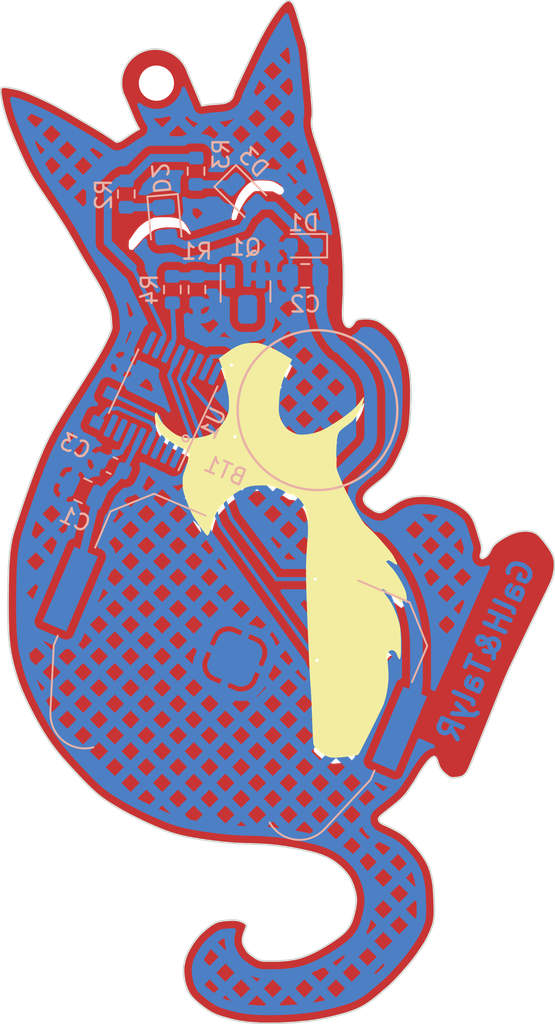
<source format=kicad_pcb>
(kicad_pcb (version 20211014) (generator pcbnew)
  (layers (0 "F.Cu" signal) (31 "B.Cu" signal) (34 "B.Paste" user) (35 "F.Paste" user) (36 "B.SilkS" user "B.Silkscreen") (37 "F.SilkS" user "F.Silkscreen") (38 "B.Mask" user) (39 "F.Mask" user) (44 "Edge.Cuts" user))
  (net 0 "")
  (net 1 "/V_BAT")
  (net 2 "/GND")
  (net 3 "/LED1_R")
  (net 4 "/MOTOR_MCU")
  (net 5 "/LED_MCU")
  (net 8 "unconnected-(U1-Pad3)")
  (net 9 "unconnected-(U1-Pad4)")
  (net 13 "Net-(TP4-Pad1)")
  (net 14 "Net-(TP3-Pad1)")
  (net 15 "Net-(TP2-Pad1)")
  (net 16 "Net-(TP1-Pad1)")
  (net 18 "/MOTOR_GND")
  (net 19 "/LED2_R")
  (net 20 "/MOTOR_MCU_R")
  (footprint "purrCat_lib:biggerCat_kicad_layers" (layer "F.Cu") (at 35.33422 46.584086)
    (fp_text reference "Ref**" hide)
    (fp_text value "Val**" hide)
    (fp_line (start -4.389284 20.503335) (end -4.363382 20.507039) (layer "Edge.Cuts") (width 0.1))
    (fp_line (start -14.701274 -4.03224) (end -14.712096 -4.007898) (layer "Edge.Cuts") (width 0.1))
    (fp_line (start -7.089804 19.890032) (end -7.065303 19.899292) (layer "Edge.Cuts") (width 0.1))
    (fp_line (start 12.274312 0.606429) (end 12.264258 0.582352) (layer "Edge.Cuts") (width 0.1))
    (fp_line (start -12.997228 -7.05518) (end -13.011303 -7.032902) (layer "Edge.Cuts") (width 0.1))
    (fp_line (start 14.575919 9.522347) (end 14.587296 9.498535) (layer "Edge.Cuts") (width 0.1))
    (fp_line (start 16.274542 1.388801) (end 16.254169 1.372132) (layer "Edge.Cuts") (width 0.1))
    (fp_line (start -8.305774 19.371978) (end -8.281856 19.383091) (layer "Edge.Cuts") (width 0.1))
    (fp_line (start 3.210148 -20.475518) (end 3.202581 -20.500733) (layer "Edge.Cuts") (width 0.1))
    (fp_line (start 9.889096 15.339998) (end 9.901796 15.361958) (layer "Edge.Cuts") (width 0.1))
    (fp_line (start 10.967272 -0.643726) (end 10.943195 -0.654838) (layer "Edge.Cuts") (width 0.1))
    (fp_line (start 14.656088 9.35566) (end 14.667465 9.331847) (layer "Edge.Cuts") (width 0.1))
    (fp_line (start -11.158667 -10.012636) (end -11.171711 -9.989564) (layer "Edge.Cuts") (width 0.1))
    (fp_line (start -13.459137 -6.318052) (end -13.472974 -6.295642) (layer "Edge.Cuts") (width 0.1))
    (fp_line (start -10.373199 18.274223) (end -10.351001 18.287982) (layer "Edge.Cuts") (width 0.1))
    (fp_line (start 8.849999 21.215328) (end 8.834468 21.19522) (layer "Edge.Cuts") (width 0.1))
    (fp_line (start -4.595156 31.00146) (end -4.574175 31.016805) (layer "Edge.Cuts") (width 0.1))
    (fp_line (start 15.646422 1.143533) (end 15.619964 1.141416) (layer "Edge.Cuts") (width 0.1))
    (fp_line (start -2.22235 -27.466356) (end -2.233541 -27.442597) (layer "Edge.Cuts") (width 0.1))
    (fp_line (start -16.210197 10.757685) (end -16.200949 10.782027) (layer "Edge.Cuts") (width 0.1))
    (fp_line (start -17.126868 -25.005232) (end -17.119743 -24.980255) (layer "Edge.Cuts") (width 0.1))
    (fp_line (start 2.037569 -26.319072) (end 2.035135 -26.345451) (layer "Edge.Cuts") (width 0.1))
    (fp_line (start 1.157592 21.021124) (end 1.183257 21.026151) (layer "Edge.Cuts") (width 0.1))
    (fp_line (start -5.313737 26.8991) (end -5.32866 26.920796) (layer "Edge.Cuts") (width 0.1))
    (fp_line (start 1.361559 -30.503219) (end 1.354548 -30.528251) (layer "Edge.Cuts") (width 0.1))
    (fp_line (start 13.467052 12.174527) (end 13.476842 12.150185) (layer "Edge.Cuts") (width 0.1))
    (fp_line (start -2.224334 25.62381) (end -2.246956 25.612962) (layer "Edge.Cuts") (width 0.1))
    (fp_line (start -12.22102 16.755517) (end -12.202764 16.774038) (layer "Edge.Cuts") (width 0.1))
    (fp_line (start -16.708552 -23.802437) (end -16.698905 -23.778228) (layer "Edge.Cuts") (width 0.1))
    (fp_line (start 15.294791 8.018986) (end 15.306168 7.995174) (layer "Edge.Cuts") (width 0.1))
    (fp_line (start 3.526669 26.737704) (end 3.50537 26.752257) (layer "Edge.Cuts") (width 0.1))
    (fp_line (start 16.828579 2.044173) (end 16.813498 2.023536) (layer "Edge.Cuts") (width 0.1))
    (fp_line (start -15.45454 12.406831) (end -15.442369 12.430379) (layer "Edge.Cuts") (width 0.1))
    (fp_line (start -16.934453 4.792397) (end -16.934784 4.818326) (layer "Edge.Cuts") (width 0.1))
    (fp_line (start -13.790024 15.02488) (end -13.773514 15.044988) (layer "Edge.Cuts") (width 0.1))
    (fp_line (start 16.372438 5.791727) (end 16.383815 5.768179) (layer "Edge.Cuts") (width 0.1))
    (fp_line (start 9.300399 15.612254) (end 9.316274 15.592675) (layer "Edge.Cuts") (width 0.1))
    (fp_line (start 1.89316 -27.866644) (end 1.890805 -27.892811) (layer "Edge.Cuts") (width 0.1))
    (fp_line (start 0.04428 -31.570512) (end 0.028193 -31.549933) (layer "Edge.Cuts") (width 0.1))
    (fp_line (start -10.476281 -12.174967) (end -10.474323 -12.149012) (layer "Edge.Cuts") (width 0.1))
    (fp_line (start -10.438816 -11.71319) (end -10.436779 -11.688161) (layer "Edge.Cuts") (width 0.1))
    (fp_line (start 2.124485 -24.981657) (end 2.124908 -25.007878) (layer "Edge.Cuts") (width 0.1))
    (fp_line (start 2.748715 21.430434) (end 2.77311 21.439959) (layer "Edge.Cuts") (width 0.1))
    (fp_line (start -16.209236 -26.452951) (end -16.234419 -26.460253) (layer "Edge.Cuts") (width 0.1))
    (fp_line (start 4.626064 -11.716418) (end 4.608205 -11.697501) (layer "Edge.Cuts") (width 0.1))
    (fp_line (start -1.180078 20.734316) (end -1.153725 20.735639) (layer "Edge.Cuts") (width 0.1))
    (fp_line (start 8.718078 16.472678) (end 8.731307 16.450188) (layer "Edge.Cuts") (width 0.1))
    (fp_line (start -16.924012 4.18756) (end -16.924594 4.214018) (layer "Edge.Cuts") (width 0.1))
    (fp_line (start -16.034971 -26.39715) (end -16.059644 -26.405537) (layer "Edge.Cuts") (width 0.1))
    (fp_line (start -11.980515 -24.341578) (end -12.003004 -24.354754) (layer "Edge.Cuts") (width 0.1))
    (fp_line (start -6.45454 -28.615467) (end -6.475918 -28.630813) (layer "Edge.Cuts") (width 0.1))
    (fp_line (start 9.07418 27.030862) (end 9.087939 27.009431) (layer "Edge.Cuts") (width 0.1))
    (fp_line (start -17.37232 -26.145452) (end -17.368922 -26.119655) (layer "Edge.Cuts") (width 0.1))
    (fp_line (start -13.639212 15.206119) (end -13.622252 15.225963) (layer "Edge.Cuts") (width 0.1))
    (fp_line (start -14.825962 -20.108832) (end -14.811322 -20.08666) (layer "Edge.Cuts") (width 0.1))
    (fp_line (start -16.299036 10.511887) (end -16.290439 10.536758) (layer "Edge.Cuts") (width 0.1))
    (fp_line (start -10.435853 -11.613178) (end -10.437784 -11.588096) (layer "Edge.Cuts") (width 0.1))
    (fp_line (start -6.939256 -28.879283) (end -6.963941 -28.888649) (layer "Edge.Cuts") (width 0.1))
    (fp_line (start -1.845451 27.568495) (end -1.864871 27.551297) (layer "Edge.Cuts") (width 0.1))
    (fp_line (start 8.225954 -5.750574) (end 8.228256 -5.776927) (layer "Edge.Cuts") (width 0.1))
    (fp_line (start -2.133661 27.169504) (end -2.145409 27.147544) (layer "Edge.Cuts") (width 0.1))
    (fp_line (start 16.314494 5.909731) (end 16.326136 5.886183) (layer "Edge.Cuts") (width 0.1))
    (fp_line (start -2.633829 25.496281) (end -2.659811 25.493371) (layer "Edge.Cuts") (width 0.1))
    (fp_line (start 16.659246 5.205146) (end 16.670623 5.181863) (layer "Edge.Cuts") (width 0.1))
    (fp_line (start -11.963899 -8.68218) (end -11.978027 -8.659797) (layer "Edge.Cuts") (width 0.1))
    (fp_line (start 12.796069 13.841664) (end 12.805859 13.817058) (layer "Edge.Cuts") (width 0.1))
    (fp_line (start 4.32989 26.044232) (end 4.31375 26.064605) (layer "Edge.Cuts") (width 0.1))
    (fp_line (start -15.784356 11.742992) (end -15.772963 11.767069) (layer "Edge.Cuts") (width 0.1))
    (fp_line (start 6.713386 18.700996) (end 6.733653 18.684856) (layer "Edge.Cuts") (width 0.1))
    (fp_line (start 3.877029 -17.635378) (end 3.873193 -17.661545) (layer "Edge.Cuts") (width 0.1))
    (fp_line (start 2.034553 31.782509) (end 2.06072 31.779069) (layer "Edge.Cuts") (width 0.1))
    (fp_line (start -15.633292 -21.42762) (end -15.620804 -21.404575) (layer "Edge.Cuts") (width 0.1))
    (fp_line (start 7.160134 18.347513) (end 7.18048 18.331373) (layer "Edge.Cuts") (width 0.1))
    (fp_line (start 6.817684 19.610368) (end 6.79448 19.599784) (layer "Edge.Cuts") (width 0.1))
    (fp_line (start -5.448807 20.335854) (end -5.423195 20.340617) (layer "Edge.Cuts") (width 0.1))
    (fp_line (start 4.028741 -12.85304) (end 4.029906 -12.879075) (layer "Edge.Cuts") (width 0.1))
    (fp_line (start -2.083787 27.256552) (end -2.09662 27.235121) (layer "Edge.Cuts") (width 0.1))
    (fp_line (start 4.449005 25.874106) (end 4.435114 25.896066) (layer "Edge.Cuts") (width 0.1))
    (fp_line (start 3.553762 -19.263728) (end 3.547227 -19.28926) (layer "Edge.Cuts") (width 0.1))
    (fp_line (start -17.119743 -24.980255) (end -17.112591 -24.955464) (layer "Edge.Cuts") (width 0.1))
    (fp_line (start 4.0679 -13.742648) (end 4.06864 -13.769) (layer "Edge.Cuts") (width 0.1))
    (fp_line (start 16.641254 1.798111) (end 16.625115 1.778003) (layer "Edge.Cuts") (width 0.1))
    (fp_line (start 4.920465 -12.066356) (end 4.899246 -12.053576) (layer "Edge.Cuts") (width 0.1))
    (fp_line (start 10.234112 16.102526) (end 10.250781 16.122635) (layer "Edge.Cuts") (width 0.1))
    (fp_line (start -15.882188 -21.916278) (end -15.87075 -21.892624) (layer "Edge.Cuts") (width 0.1))
    (fp_line (start -0.910997 -30.098944) (end -0.92375 -30.076129) (layer "Edge.Cuts") (width 0.1))
    (fp_line (start 2.252278 -23.490785) (end 2.244579 -23.515762) (layer "Edge.Cuts") (width 0.1))
    (fp_line (start 8.213651 -5.619474) (end 8.216244 -5.645694) (layer "Edge.Cuts") (width 0.1))
    (fp_line (start -13.759888 -18.504507) (end -13.745442 -18.482361) (layer "Edge.Cuts") (width 0.1))
    (fp_line (start -15.453997 -21.108162) (end -15.44089 -21.085673) (layer "Edge.Cuts") (width 0.1))
    (fp_line (start -11.347685 -23.968252) (end -11.370254 -23.981772) (layer "Edge.Cuts") (width 0.1))
    (fp_line (start -11.386155 -14.512188) (end -11.372609 -14.48946) (layer "Edge.Cuts") (width 0.1))
    (fp_line (start -10.925331 17.914655) (end -10.90382 17.929736) (layer "Edge.Cuts") (width 0.1))
    (fp_line (start -4.066625 31.329278) (end -4.043395 31.340655) (layer "Edge.Cuts") (width 0.1))
    (fp_line (start 7.249616 -3.011743) (end 7.262792 -3.034762) (layer "Edge.Cuts") (width 0.1))
    (fp_line (start 16.004668 6.545259) (end 16.016045 6.521711) (layer "Edge.Cuts") (width 0.1))
    (fp_line (start 4.22911 26.16303) (end 4.211568 26.181816) (layer "Edge.Cuts") (width 0.1))
    (fp_line (start 9.209647 21.748992) (end 9.196682 21.726502) (layer "Edge.Cuts") (width 0.1))
    (fp_line (start -16.134274 10.952418) (end -16.124464 10.97676) (layer "Edge.Cuts") (width 0.1))
    (fp_line (start -16.868069 7.948607) (end -16.865619 7.975066) (layer "Edge.Cuts") (width 0.1))
    (fp_line (start -17.345666 -25.966091) (end -17.341351 -25.940453) (layer "Edge.Cuts") (width 0.1))
    (fp_line (start -8.688123 19.190739) (end -8.664363 19.202116) (layer "Edge.Cuts") (width 0.1))
    (fp_line (start 8.817799 27.413449) (end 8.832272 27.392018) (layer "Edge.Cuts") (width 0.1))
    (fp_line (start 16.544152 1.677196) (end 16.527484 1.656824) (layer "Edge.Cuts") (width 0.1))
    (fp_line (start 0.665362 31.906863) (end 0.691873 31.905275) (layer "Edge.Cuts") (width 0.1))
    (fp_line (start -5.732943 -27.690723) (end -5.742706 -27.714641) (layer "Edge.Cuts") (width 0.1))
    (fp_line (start 9.944394 -0.964136) (end 9.918729 -0.968898) (layer "Edge.Cuts") (width 0.1))
    (fp_line (start 4.067423 -15.243971) (end 4.066709 -15.270297) (layer "Edge.Cuts") (width 0.1))
    (fp_line (start -16.114687 11.000837) (end -16.104829 11.024914) (layer "Edge.Cuts") (width 0.1))
    (fp_line (start 9.751777 24.133414) (end 9.750719 24.107485) (layer "Edge.Cuts") (width 0.1))
    (fp_line (start -6.06338 20.208061) (end -6.038007 20.214146) (layer "Edge.Cuts") (width 0.1))
    (fp_line (start 0.903566 -31.859034) (end 0.889438 -31.880914) (layer "Edge.Cuts") (width 0.1))
    (fp_line (start 3.424434 -19.74466) (end 3.417369 -19.769716) (layer "Edge.Cuts") (width 0.1))
    (fp_line (start -5.346043 20.354375) (end -5.320246 20.358873) (layer "Edge.Cuts") (width 0.1))
    (fp_line (start 7.139788 18.363917) (end 7.160134 18.347513) (layer "Edge.Cuts") (width 0.1))
    (fp_line (start -5.383614 30.329419) (end -5.366125 30.348998) (layer "Edge.Cuts") (width 0.1))
    (fp_line (start -14.77258 13.629998) (end -14.758821 13.652752) (layer "Edge.Cuts") (width 0.1))
    (fp_line (start -4.493107 20.488783) (end -4.467204 20.492487) (layer "Edge.Cuts") (width 0.1))
    (fp_line (start -15.019353 -3.281089) (end -15.029183 -3.256483) (layer "Edge.Cuts") (width 0.1))
    (fp_line (start 2.532022 -22.647295) (end 2.523661 -22.672192) (layer "Edge.Cuts") (width 0.1))
    (fp_line (start 8.116231 -0.938206) (end 8.091307 -0.931063) (layer "Edge.Cuts") (width 0.1))
    (fp_line (start 2.821449 -21.752157) (end 2.813697 -21.776975) (layer "Edge.Cuts") (width 0.1))
    (fp_line (start -0.523409 -30.751535) (end -0.537406 -30.729345) (layer "Edge.Cuts") (width 0.1))
    (fp_line (start -15.341565 -2.4458) (end -15.350791 -2.42093) (layer "Edge.Cuts") (width 0.1))
    (fp_line (start -9.599294 -23.448584) (end -9.620858 -23.433688) (layer "Edge.Cuts") (width 0.1))
    (fp_line (start 0.916848 -31.836865) (end 0.903566 -31.859034) (layer "Edge.Cuts") (width 0.1))
    (fp_line (start 9.662084 25.788645) (end 9.669228 25.764304) (layer "Edge.Cuts") (width 0.1))
    (fp_line (start -17.388285 -26.299466) (end -17.386249 -26.273722) (layer "Edge.Cuts") (width 0.1))
    (fp_line (start -10.317346 -23.306503) (end -10.338592 -23.321108) (layer "Edge.Cuts") (width 0.1))
    (fp_line (start -5.729503 27.639403) (end -5.739293 27.662951) (layer "Edge.Cuts") (width 0.1))
    (fp_line (start 16.190934 1.324507) (end 16.168974 1.309955) (layer "Edge.Cuts") (width 0.1))
    (fp_line (start -17.303027 -26.61932) (end -17.325558 -26.608287) (layer "Edge.Cuts") (width 0.1))
    (fp_line (start 7.033478 -2.682073) (end 7.049168 -2.70324) (layer "Edge.Cuts") (width 0.1))
    (fp_line (start 12.070583 0.21855) (end 12.055766 0.197384) (layer "Edge.Cuts") (width 0.1))
    (fp_line (start 12.085135 0.239717) (end 12.070583 0.21855) (layer "Edge.Cuts") (width 0.1))
    (fp_line (start 15.145302 1.162583) (end 15.119108 1.166816) (layer "Edge.Cuts") (width 0.1))
    (fp_line (start 12.730188 2.167998) (end 12.727807 2.142333) (layer "Edge.Cuts") (width 0.1))
    (fp_line (start -4.153488 25.771977) (end -4.174655 25.785735) (layer "Edge.Cuts") (width 0.1))
    (fp_line (start 3.290422 21.68999) (end 3.313018 21.703484) (layer "Edge.Cuts") (width 0.1))
    (fp_line (start 6.771303 19.588936) (end 6.748099 19.578353) (layer "Edge.Cuts") (width 0.1))
    (fp_line (start 8.298979 -7.435227) (end 8.299005 -7.461421) (layer "Edge.Cuts") (width 0.1))
    (fp_line (start 17.297685 3.173943) (end 17.296891 3.148278) (layer "Edge.Cuts") (width 0.1))
    (fp_line (start 4.361454 26.002957) (end 4.345844 26.02386) (layer "Edge.Cuts") (width 0.1))
    (fp_line (start 12.411101 0.999599) (end 12.403164 0.974729) (layer "Edge.Cuts") (width 0.1))
    (fp_line (start 17.092897 4.281487) (end 17.102687 4.25741) (layer "Edge.Cuts") (width 0.1))
    (fp_line (start 16.352065 1.460238) (end 16.33328 1.441718) (layer "Edge.Cuts") (width 0.1))
    (fp_line (start -16.889201 7.685876) (end -16.887325 7.71207) (layer "Edge.Cuts") (width 0.1))
    (fp_line (start -3.229141 25.502102) (end -3.254567 25.504219) (layer "Edge.Cuts") (width 0.1))
    (fp_line (start -12.753996 -24.794968) (end -12.776909 -24.808329) (layer "Edge.Cuts") (width 0.1))
    (fp_line (start -1.227438 27.973043) (end -1.250986 27.963253) (layer "Edge.Cuts") (width 0.1))
    (fp_line (start -16.372934 10.289373) (end -16.364967 10.314244) (layer "Edge.Cuts") (width 0.1))
    (fp_line (start -4.807273 -25.473041) (end -4.813834 -25.499658) (layer "Edge.Cuts") (width 0.1))
    (fp_line (start 7.294622 -0.549269) (end 7.272794 -0.534982) (layer "Edge.Cuts") (width 0.1))
    (fp_line (start -16.938231 5.133709) (end -16.938472 5.160167) (layer "Edge.Cuts") (width 0.1))
    (fp_line (start 5.40669 30.802229) (end 5.42902 30.788735) (layer "Edge.Cuts") (width 0.1))
    (fp_line (start 12.395491 0.950122) (end 12.387553 0.925516) (layer "Edge.Cuts") (width 0.1))
    (fp_line (start 3.377655 31.529567) (end 3.40332 31.523217) (layer "Edge.Cuts") (width 0.1))
    (fp_line (start -16.364967 10.314244) (end -16.356932 10.339115) (layer "Edge.Cuts") (width 0.1))
    (fp_line (start -11.054077 17.821522) (end -11.032937 17.837132) (layer "Edge.Cuts") (width 0.1))
    (fp_line (start 6.445204 -11.874057) (end 6.424064 -11.888397) (layer "Edge.Cuts") (width 0.1))
    (fp_line (start 16.767196 1.961359) (end 16.751585 1.940721) (layer "Edge.Cuts") (width 0.1))
    (fp_line (start 11.619204 -0.24447) (end 11.598567 -0.260609) (layer "Edge.Cuts") (width 0.1))
    (fp_line (start -1.269163 -29.429245) (end -1.281122 -29.405935) (layer "Edge.Cuts") (width 0.1))
    (fp_line (start 4.077663 -14.48049) (end 4.077636 -14.506711) (layer "Edge.Cuts") (width 0.1))
    (fp_line (start -9.526454 -25.809273) (end -9.516056 -25.785196) (layer "Edge.Cuts") (width 0.1))
    (fp_line (start -2.906111 20.66526) (end -2.879997 20.667112) (layer "Edge.Cuts") (width 0.1))
    (fp_line (start 2.573561 -22.523205) (end 2.565253 -22.548129) (layer "Edge.Cuts") (width 0.1))
    (fp_line (start 4.076975 -14.664905) (end 4.076763 -14.691416) (layer "Edge.Cuts") (width 0.1))
    (fp_line (start -5.916166 28.975018) (end -5.913494 29.000154) (layer "Edge.Cuts") (width 0.1))
    (fp_line (start -1.825766 27.585164) (end -1.845451 27.568495) (layer "Edge.Cuts") (width 0.1))
    (fp_line (start -4.617619 26.126253) (end -4.637119 26.142922) (layer "Edge.Cuts") (width 0.1))
    (fp_line (start 4.712212 23.369563) (end 4.720308 23.39364) (layer "Edge.Cuts") (width 0.1))
    (fp_line (start -0.4112 31.942317) (end -0.385032 31.942317) (layer "Edge.Cuts") (width 0.1))
    (fp_line (start -5.484631 -27.088347) (end -5.494791 -27.112239) (layer "Edge.Cuts") (width 0.1))
    (fp_line (start -12.260523 -8.214133) (end -12.274572 -8.192014) (layer "Edge.Cuts") (width 0.1))
    (fp_line (start 13.209613 2.517777) (end 13.19559 2.540002) (layer "Edge.Cuts") (width 0.1))
    (fp_line (start -3.514176 -25.611444) (end -3.539761 -25.607846) (layer "Edge.Cuts") (width 0.1))
    (fp_line (start 5.886908 -0.190495) (end 5.865318 -0.204253) (layer "Edge.Cuts") (width 0.1))
    (fp_line (start 5.473417 30.761218) (end 5.495378 30.74746) (layer "Edge.Cuts") (width 0.1))
    (fp_line (start -15.088272 -26.011362) (end -15.112169 -26.021998) (layer "Edge.Cuts") (width 0.1))
    (fp_line (start 12.707963 2.015069) (end 12.702672 1.989934) (layer "Edge.Cuts") (width 0.1))
    (fp_line (start -6.191306 20.176311) (end -6.165721 20.182661) (layer "Edge.Cuts") (width 0.1))
    (fp_line (start -16.666901 9.225749) (end -16.660985 9.251414) (layer "Edge.Cuts") (width 0.1))
    (fp_line (start 10.87652 16.577717) (end 10.901391 16.579834) (layer "Edge.Cuts") (width 0.1))
    (fp_line (start 7.855643 -4.283329) (end 7.865539 -4.307406) (layer "Edge.Cuts") (width 0.1))
    (fp_line (start -10.538458 -12.614625) (end -10.532478 -12.588828) (layer "Edge.Cuts") (width 0.1))
    (fp_line (start -15.982848 -22.128421) (end -15.971834 -22.104899) (layer "Edge.Cuts") (width 0.1))
    (fp_line (start -2.304873 20.698598) (end -2.278785 20.699656) (layer "Edge.Cuts") (width 0.1))
    (fp_line (start -13.373597 -25.150276) (end -13.396589 -25.163135) (layer "Edge.Cuts") (width 0.1))
    (fp_line (start 7.7664 20.12895) (end 7.744862 20.113604) (layer "Edge.Cuts") (width 0.1))
    (fp_line (start 10.798468 -0.717544) (end 10.773862 -0.727334) (layer "Edge.Cuts") (width 0.1))
    (fp_line (start -6.412074 -28.583796) (end -6.433188 -28.599751) (layer "Edge.Cuts") (width 0.1))
    (fp_line (start -1.132426 28.006909) (end -1.156398 27.998972) (layer "Edge.Cuts") (width 0.1))
    (fp_line (start 10.607968 16.451247) (end 10.628606 16.466328) (layer "Edge.Cuts") (width 0.1))
    (fp_line (start -7.482815 19.734457) (end -7.458368 19.744511) (layer "Edge.Cuts") (width 0.1))
    (fp_line (start -1.619762 27.740739) (end -1.640875 27.725657) (layer "Edge.Cuts") (width 0.1))
    (fp_line (start -11.426928 -14.580265) (end -11.413328 -14.55759) (layer "Edge.Cuts") (width 0.1))
    (fp_line (start -1.136263 -29.684575) (end -1.148566 -29.6613) (layer "Edge.Cuts") (width 0.1))
    (fp_line (start -5.748738 29.70368) (end -5.739134 29.728286) (layer "Edge.Cuts") (width 0.1))
    (fp_line (start -12.74598 16.202274) (end -12.72812 16.221589) (layer "Edge.Cuts") (width 0.1))
    (fp_line (start -5.372633 26.986413) (end -5.38708 27.008373) (layer "Edge.Cuts") (width 0.1))
    (fp_line (start 1.97817 -26.948964) (end 1.975657 -26.975211) (layer "Edge.Cuts") (width 0.1))
    (fp_line (start -13.445272 -6.340436) (end -13.459137 -6.318052) (layer "Edge.Cuts") (width 0.1))
    (fp_line (start 13.973993 1.658676) (end 13.952297 1.672963) (layer "Edge.Cuts") (width 0.1))
    (fp_line (start -2.69553 -26.453162) (end -2.705478 -26.429403) (layer "Edge.Cuts") (width 0.1))
    (fp_line (start 7.280202 29.262091) (end 7.29822 29.24357) (layer "Edge.Cuts") (width 0.1))
    (fp_line (start -16.02374 11.217266) (end -16.013297 11.241343) (layer "Edge.Cuts") (width 0.1))
    (fp_line (start -9.534418 -23.493722) (end -9.556061 -23.478614) (layer "Edge.Cuts") (width 0.1))
    (fp_line (start 3.702325 -18.622723) (end 3.696928 -18.648546) (layer "Edge.Cuts") (width 0.1))
    (fp_line (start -0.971137 20.7449) (end -0.944996 20.746487) (layer "Edge.Cuts") (width 0.1))
    (fp_line (start 3.997521 22.238735) (end 4.016253 22.257256) (layer "Edge.Cuts") (width 0.1))
    (fp_line (start 4.015248 -16.35059) (end 4.013343 -16.376836) (layer "Edge.Cuts") (width 0.1))
    (fp_line (start 2.894818 27.141194) (end 2.872619 27.154423) (layer "Edge.Cuts") (width 0.1))
    (fp_line (start -14.590785 13.922098) (end -14.576497 13.944323) (layer "Edge.Cuts") (width 0.1))
    (fp_line (start 10.411118 16.287205) (end 10.429904 16.304403) (layer "Edge.Cuts") (width 0.1))
    (fp_line (start -16.939401 6.238872) (end -16.939136 6.26533) (layer "Edge.Cuts") (width 0.1))
    (fp_line (start 5.982502 30.398475) (end 6.003271 30.382071) (layer "Edge.Cuts") (width 0.1))
    (fp_line (start -15.41441 -21.040561) (end -15.40111 -21.018072) (layer "Edge.Cuts") (width 0.1))
    (fp_line (start -16.449358 10.040136) (end -16.441942 10.065007) (layer "Edge.Cuts") (width 0.1))
    (fp_line (start -3.094018 31.658684) (end -3.069068 31.665298) (layer "Edge.Cuts") (width 0.1))
    (fp_line (start 5.923896 -12.10472) (end 5.898047 -12.110038) (layer "Edge.Cuts") (width 0.1))
    (fp_line (start -14.43132 -19.516193) (end -14.416768 -19.494444) (layer "Edge.Cuts") (width 0.1))
    (fp_line (start -3.900838 31.404155) (end -3.877025 31.413944) (layer "Edge.Cuts") (width 0.1))
    (fp_line (start -11.345701 -14.444163) (end -11.332366 -14.421594) (layer "Edge.Cuts") (width 0.1))
    (fp_line (start -9.282906 -25.22899) (end -9.272851 -25.204622) (layer "Edge.Cuts") (width 0.1))
    (fp_line (start 3.739102 -18.441563) (end 3.733996 -18.467412) (layer "Edge.Cuts") (width 0.1))
    (fp_line (start -13.052631 -17.360503) (end -13.039402 -17.337669) (layer "Edge.Cuts") (width 0.1))
    (fp_line (start 13.640618 1.902621) (end 13.621039 1.919554) (layer "Edge.Cuts") (width 0.1))
    (fp_line (start -13.604313 -25.277885) (end -13.627438 -25.290505) (layer "Edge.Cuts") (width 0.1))
    (fp_line (start -8.921088 -28.638671) (end -8.942414 -28.623537) (layer "Edge.Cuts") (width 0.1))
    (fp_line (start -1.365365 27.908484) (end -1.387405 27.896049) (layer "Edge.Cuts") (width 0.1))
    (fp_line (start -10.444928 -11.538354) (end -10.449902 -11.513933) (layer "Edge.Cuts") (width 0.1))
    (fp_line (start -12.977728 15.951185) (end -12.960001 15.970499) (layer "Edge.Cuts") (width 0.1))
    (fp_line (start -15.116387 -3.036085) (end -15.125933 -3.011743) (layer "Edge.Cuts") (width 0.1))
    (fp_line (start 12.078256 15.619398) (end 12.088045 15.595585) (layer "Edge.Cuts") (width 0.1))
    (fp_line (start 3.926189 -17.270386) (end 3.922935 -17.296447) (layer "Edge.Cuts") (width 0.1))
    (fp_line (start -4.043395 31.340655) (end -4.019953 31.351767) (layer "Edge.Cuts") (width 0.1))
    (fp_line (start 4.06864 -13.769) (end 4.069328 -13.795141) (layer "Edge.Cuts") (width 0.1))
    (fp_line (start -11.943711 17.03571) (end -11.925084 17.053967) (layer "Edge.Cuts") (width 0.1))
    (fp_line (start 8.258947 -6.197931) (end 8.260535 -6.22431) (layer "Edge.Cuts") (width 0.1))
    (fp_line (start 12.222718 0.487367) (end 12.21187 0.464083) (layer "Edge.Cuts") (width 0.1))
    (fp_line (start 6.648827 -11.720096) (end 6.628984 -11.73613) (layer "Edge.Cuts") (width 0.1))
    (fp_line (start 12.694205 2.496875) (end 12.70029 2.472004) (layer "Edge.Cuts") (width 0.1))
    (fp_line (start -12.96897 -7.099842) (end -12.983125 -7.077458) (layer "Edge.Cuts") (width 0.1))
    (fp_line (start 9.730611 23.71749) (end 9.729023 23.69156) (layer "Edge.Cuts") (width 0.1))
    (fp_line (start 0.559847 31.912683) (end 0.586173 31.91136) (layer "Edge.Cuts") (width 0.1))
    (fp_line (start 2.164648 31.764517) (end 2.190657 31.760813) (layer "Edge.Cuts") (width 0.1))
    (fp_line (start 3.674914 -18.751178) (end 3.669252 -18.777054) (layer "Edge.Cuts") (width 0.1))
    (fp_line (start 6.926243 -0.296593) (end 6.904494 -0.281511) (layer "Edge.Cuts") (width 0.1))
    (fp_line (start 8.139462 -5.124968) (end 8.144965 -5.150632) (layer "Edge.Cuts") (width 0.1))
    (fp_line (start 3.217715 -20.45033) (end 3.210148 -20.475518) (layer "Edge.Cuts") (width 0.1))
    (fp_line (start 2.13012 -23.944307) (end 2.124749 -23.969919) (layer "Edge.Cuts") (width 0.1))
    (fp_line (start -16.518444 -23.33783) (end -16.508207 -23.313462) (layer "Edge.Cuts") (width 0.1))
    (fp_line (start 0.643693 20.927991) (end 0.669384 20.932224) (layer "Edge.Cuts") (width 0.1))
    (fp_line (start 2.105567 -25.504632) (end 2.103741 -25.530932) (layer "Edge.Cuts") (width 0.1))
    (fp_line (start 10.068483 15.813866) (end 10.078273 15.837679) (layer "Edge.Cuts") (width 0.1))
    (fp_line (start 5.836663 30.510658) (end 5.857539 30.494783) (layer "Edge.Cuts") (width 0.1))
    (fp_line (start 12.531222 1.398591) (end 12.523814 1.37372) (layer "Edge.Cuts") (width 0.1))
    (fp_line (start -11.392823 -23.995266) (end -11.415365 -24.008706) (layer "Edge.Cuts") (width 0.1))
    (fp_line (start -4.216512 25.814045) (end -4.237255 25.828333) (layer "Edge.Cuts") (width 0.1))
    (fp_line (start 6.63626 -0.112708) (end 6.612791 -0.100537) (layer "Edge.Cuts") (width 0.1))
    (fp_line (start 15.276535 1.145914) (end 15.250077 1.14856) (layer "Edge.Cuts") (width 0.1))
    (fp_line (start -13.624527 -6.049024) (end -13.638233 -6.026534) (layer "Edge.Cuts") (width 0.1))
    (fp_line (start 11.846481 16.137716) (end 11.858652 16.115491) (layer "Edge.Cuts") (width 0.1))
    (fp_line (start 6.647796 29.841528) (end 6.667533 29.824859) (layer "Edge.Cuts") (width 0.1))
    (fp_line (start -16.569326 -23.459882) (end -16.559158 -23.435381) (layer "Edge.Cuts") (width 0.1))
    (fp_line (start -12.656577 16.298318) (end -12.638638 16.317368) (layer "Edge.Cuts") (width 0.1))
    (fp_line (start 0.474439 -31.994259) (end 0.451526 -31.980746) (layer "Edge.Cuts") (width 0.1))
    (fp_line (start -10.484695 18.204374) (end -10.462417 18.218396) (layer "Edge.Cuts") (width 0.1))
    (fp_line (start 3.610356 -19.034202) (end 3.604244 -19.059734) (layer "Edge.Cuts") (width 0.1))
    (fp_line (start 15.60356 7.374462) (end 15.614937 7.35065) (layer "Edge.Cuts") (width 0.1))
    (fp_line (start 1.921682 -27.552055) (end 1.919274 -27.578407) (layer "Edge.Cuts") (width 0.1))
    (fp_line (start 11.535331 -0.30797) (end 11.514165 -0.32358) (layer "Edge.Cuts") (width 0.1))
    (fp_line (start -9.647819 -27.756048) (end -9.658349 -27.731865) (layer "Edge.Cuts") (width 0.1))
    (fp_line (start -16.716939 8.99371) (end -16.711653 9.019639) (layer "Edge.Cuts") (width 0.1))
    (fp_line (start -4.973695 -25.88714) (end -4.983882 -25.91119) (layer "Edge.Cuts") (width 0.1))
    (fp_line (start -1.067471 31.935173) (end -1.041145 31.935967) (layer "Edge.Cuts") (width 0.1))
    (fp_line (start -16.88891 3.21707) (end -16.890334 3.243263) (layer "Edge.Cuts") (width 0.1))
    (fp_line (start 4.899246 -12.053576) (end 4.879243 -12.038945) (layer "Edge.Cuts") (width 0.1))
    (fp_line (start -15.145041 -2.962796) (end -15.154547 -2.938189) (layer "Edge.Cuts") (width 0.1))
    (fp_line (start -15.754606 -21.65876) (end -15.742708 -21.635503) (layer "Edge.Cuts") (width 0.1))
    (fp_line (start 8.037544 17.511431) (end 8.052731 17.491058) (layer "Edge.Cuts") (width 0.1))
    (fp_line (start 0.112251 28.038924) (end 0.085873 28.039982) (layer "Edge.Cuts") (width 0.1))
    (fp_line (start -15.381253 12.547324) (end -15.368955 12.570872) (layer "Edge.Cuts") (width 0.1))
    (fp_line (start -4.38894 -25.535033) (end -4.414155 -25.53162) (layer "Edge.Cuts") (width 0.1))
    (fp_line (start -17.068054 -24.806371) (end -17.060341 -24.781395) (layer "Edge.Cuts") (width 0.1))
    (fp_line (start -8.860711 -24.2753) (end -8.84899 -24.252864) (layer "Edge.Cuts") (width 0.1))
    (fp_line (start 15.055873 8.519842) (end 15.06725 8.49603) (layer "Edge.Cuts") (width 0.1))
    (fp_line (start 12.499207 14.577205) (end 12.508997 14.552864) (layer "Edge.Cuts") (width 0.1))
    (fp_line (start -10.487817 -12.304507) (end -10.485224 -12.278684) (layer "Edge.Cuts") (width 0.1))
    (fp_line (start -8.763741 -23.990159) (end -8.786178 -23.977089) (layer "Edge.Cuts") (width 0.1))
    (fp_line (start 8.946995 27.222685) (end 8.961362 27.201518) (layer "Edge.Cuts") (width 0.1))
    (fp_line (start 9.212293 -1.045627) (end 9.185834 -1.046421) (layer "Edge.Cuts") (width 0.1))
    (fp_line (start -13.814101 -5.733906) (end -13.827568 -5.711178) (layer "Edge.Cuts") (width 0.1))
    (fp_line (start -16.074897 11.097145) (end -16.064806 11.121222) (layer "Edge.Cuts") (width 0.1))
    (fp_line (start -14.668837 -4.103942) (end -14.679658 -4.08013) (layer "Edge.Cuts") (width 0.1))
    (fp_line (start -1.575021 -28.818084) (end -1.586662 -28.794351) (layer "Edge.Cuts") (width 0.1))
    (fp_line (start 7.18048 18.331373) (end 7.200827 18.314969) (layer "Edge.Cuts") (width 0.1))
    (fp_line (start 1.062184 -31.502893) (end 1.053347 -31.527515) (layer "Edge.Cuts") (width 0.1))
    (fp_line (start 7.361058 19.879713) (end 7.337722 19.867278) (layer "Edge.Cuts") (width 0.1))
    (fp_line (start 12.29151 15.092084) (end 12.301299 15.067742) (layer "Edge.Cuts") (width 0.1))
    (fp_line (start -15.57049 -21.312976) (end -15.557748 -21.290116) (layer "Edge.Cuts") (width 0.1))
    (fp_line (start -16.921544 4.082785) (end -16.922187 4.109243) (layer "Edge.Cuts") (width 0.1))
    (fp_line (start 13.3001 12.589922) (end 13.30989 12.565581) (layer "Edge.Cuts") (width 0.1))
    (fp_line (start -15.42375 -2.223551) (end -15.432857 -2.19868) (layer "Edge.Cuts") (width 0.1))
    (fp_line (start 0.086031 31.932792) (end 0.112119 31.931998) (layer "Edge.Cuts") (width 0.1))
    (fp_line (start -12.388978 -24.58092) (end -12.411891 -24.594361) (layer "Edge.Cuts") (width 0.1))
    (fp_line (start 9.800725 15.251627) (end 9.823215 15.264592) (layer "Edge.Cuts") (width 0.1))
    (fp_line (start 13.90917 1.701274) (end 13.887739 1.715561) (layer "Edge.Cuts") (width 0.1))
    (fp_line (start -13.039243 -6.988691) (end -13.053213 -6.966571) (layer "Edge.Cuts") (width 0.1))
    (fp_line (start -3.532035 20.608375) (end -3.50608 20.611285) (layer "Edge.Cuts") (width 0.1))
    (fp_line (start 3.096854 -20.851993) (end 3.089339 -20.876917) (layer "Edge.Cuts") (width 0.1))
    (fp_line (start 16.85345 4.804832) (end 16.864827 4.781284) (layer "Edge.Cuts") (width 0.1))
    (fp_line (start 7.341056 18.201463) (end 7.360794 18.185324) (layer "Edge.Cuts") (width 0.1))
    (fp_line (start 8.802824 21.155268) (end 8.786843 21.135159) (layer "Edge.Cuts") (width 0.1))
    (fp_line (start -14.621714 -19.801122) (end -14.607056 -19.779162) (layer "Edge.Cuts") (width 0.1))
    (fp_line (start 7.763119 -10.316827) (end 7.752482 -10.34056) (layer "Edge.Cuts") (width 0.1))
    (fp_line (start -13.165926 -25.032934) (end -13.189024 -25.046083) (layer "Edge.Cuts") (width 0.1))
    (fp_line (start 12.204462 15.308248) (end 12.213987 15.284171) (layer "Edge.Cuts") (width 0.1))
    (fp_line (start 3.247957 -20.349365) (end 3.240443 -20.374474) (layer "Edge.Cuts") (width 0.1))
    (fp_line (start -2.68529 -26.476922) (end -2.69553 -26.453162) (layer "Edge.Cuts") (width 0.1))
    (fp_line (start 2.010582 -26.607917) (end 2.008095 -26.634216) (layer "Edge.Cuts") (width 0.1))
    (fp_line (start -11.171711 -9.989564) (end -11.184808 -9.966519) (layer "Edge.Cuts") (width 0.1))
    (fp_line (start -15.30713 12.687289) (end -15.294692 12.710572) (layer "Edge.Cuts") (width 0.1))
    (fp_line (start -14.929755 -3.500957) (end -14.939775 -3.476616) (layer "Edge.Cuts") (width 0.1))
    (fp_line (start 6.106088 30.299785) (end 6.126488 30.283117) (layer "Edge.Cuts") (width 0.1))
    (fp_line (start 3.285369 -20.22382) (end 3.277828 -20.249167) (layer "Edge.Cuts") (width 0.1))
    (fp_line (start 17.274666 3.582723) (end 17.277841 3.557588) (layer "Edge.Cuts") (width 0.1))
    (fp_line (start 4.812727 23.711404) (end 4.818654 23.736275) (layer "Edge.Cuts") (width 0.1))
    (fp_line (start 17.283662 3.506788) (end 17.286308 3.481123) (layer "Edge.Cuts") (width 0.1))
    (fp_line (start -14.723896 -19.954686) (end -14.709291 -19.932699) (layer "Edge.Cuts") (width 0.1))
    (fp_line (start -3.565505 -25.604565) (end -3.591196 -25.601549) (layer "Edge.Cuts") (width 0.1))
    (fp_line (start -16.907947 3.636434) (end -16.908913 3.662892) (layer "Edge.Cuts") (width 0.1))
    (fp_line (start -3.386647 -25.635098) (end -3.411994 -25.629489) (layer "Edge.Cuts") (width 0.1))
    (fp_line (start -11.754349 -24.209049) (end -11.777024 -24.222357) (layer "Edge.Cuts") (width 0.1))
    (fp_line (start -12.912482 -7.189033) (end -12.926558 -7.166808) (layer "Edge.Cuts") (width 0.1))
    (fp_line (start 7.363519 -3.219706) (end 7.37561 -3.242989) (layer "Edge.Cuts") (width 0.1))
    (fp_line (start -16.034109 11.193189) (end -16.02374 11.217266) (layer "Edge.Cuts") (width 0.1))
    (fp_line (start 4.362354 22.653866) (end 4.377541 22.675033) (layer "Edge.Cuts") (width 0.1))
    (fp_line (start 5.335728 -0.832638) (end 5.33422 -0.858832) (layer "Edge.Cuts") (width 0.1))
    (fp_line (start 9.558367 26.077305) (end 9.568157 26.052699) (layer "Edge.Cuts") (width 0.1))
    (fp_line (start 9.268913 15.651677) (end 9.284524 15.631833) (layer "Edge.Cuts") (width 0.1))
    (fp_line (start -16.551059 1.088764) (end -16.558737 1.113899) (layer "Edge.Cuts") (width 0.1))
    (fp_line (start 1.542164 -29.876054) (end 1.534491 -29.901126) (layer "Edge.Cuts") (width 0.1))
    (fp_line (start -12.343231 -24.554065) (end -12.366171 -24.567532) (layer "Edge.Cuts") (width 0.1))
    (fp_line (start 17.215664 2.714891) (end 17.206668 2.690549) (layer "Edge.Cuts") (width 0.1))
    (fp_line (start 16.556323 5.415754) (end 16.5677 5.392206) (layer "Edge.Cuts") (width 0.1))
    (fp_line (start -9.664752 -26.120793) (end -9.653851 -26.096822) (layer "Edge.Cuts") (width 0.1))
    (fp_line (start 16.084572 6.380688) (end 16.096213 6.357141) (layer "Edge.Cuts") (width 0.1))
    (fp_line (start 17.224131 2.739497) (end 17.215664 2.714891) (layer "Edge.Cuts") (width 0.1))
    (fp_line (start 17.194762 3.986477) (end 17.201641 3.961342) (layer "Edge.Cuts") (width 0.1))
    (fp_line (start 4.853473 23.911164) (end 4.857389 23.936564) (layer "Edge.Cuts") (width 0.1))
    (fp_line (start 4.687103 23.297596) (end 4.695649 23.321673) (layer "Edge.Cuts") (width 0.1))
    (fp_line (start 8.59473 27.731478) (end 8.60997 27.710841) (layer "Edge.Cuts") (width 0.1))
    (fp_line (start 13.740895 1.82113) (end 13.720522 1.837005) (layer "Edge.Cuts") (width 0.1))
    (fp_line (start 7.337352 -11.057236) (end 7.321265 -11.077689) (layer "Edge.Cuts") (width 0.1))
    (fp_line (start -1.185052 -29.591741) (end -1.19717 -29.56855) (layer "Edge.Cuts") (width 0.1))
    (fp_line (start -9.252875 -25.156123) (end -9.242848 -25.131808) (layer "Edge.Cuts") (width 0.1))
    (fp_line (start -4.752848 26.245845) (end -4.771898 26.263307) (layer "Edge.Cuts") (width 0.1))
    (fp_line (start -5.465952 30.229671) (end -5.450183 30.250044) (layer "Edge.Cuts") (width 0.1))
    (fp_line (start -10.922024 -13.653087) (end -10.91107 -13.629089) (layer "Edge.Cuts") (width 0.1))
    (fp_line (start -3.829506 31.432465) (end -3.805561 31.441726) (layer "Edge.Cuts") (width 0.1))
    (fp_line (start -11.659337 17.310348) (end -11.639943 17.328339) (layer "Edge.Cuts") (width 0.1))
    (fp_line (start -11.213144 -14.21596) (end -11.200048 -14.192836) (layer "Edge.Cuts") (width 0.1))
    (fp_line (start 1.592752 21.110818) (end 1.618126 21.116374) (layer "Edge.Cuts") (width 0.1))
    (fp_line (start -16.396397 10.214761) (end -16.38865 10.239632) (layer "Edge.Cuts") (width 0.1))
    (fp_line (start 3.119528 -20.776746) (end 3.111988 -20.801828) (layer "Edge.Cuts") (width 0.1))
    (fp_line (start -13.419132 -17.971108) (end -13.405162 -17.948644) (layer "Edge.Cuts") (width 0.1))
    (fp_line (start -14.165362 -5.116766) (end -14.177929 -5.093482) (layer "Edge.Cuts") (width 0.1))
    (fp_line (start -8.569008 19.247889) (end -8.545116 19.259531) (layer "Edge.Cuts") (width 0.1))
    (fp_line (start 1.347457 -30.553492) (end 1.340419 -30.578577) (layer "Edge.Cuts") (width 0.1))
    (fp_line (start -14.076515 -5.278161) (end -14.089241 -5.255407) (layer "Edge.Cuts") (width 0.1))
    (fp_line (start -2.251798 26.710452) (end -2.250104 26.684788) (layer "Edge.Cuts") (width 0.1))
    (fp_line (start 0.746219 20.945453) (end 0.772042 20.949951) (layer "Edge.Cuts") (width 0.1))
    (fp_line (start 9.763419 24.49748) (end 9.762625 24.471551) (layer "Edge.Cuts") (width 0.1))
    (fp_line (start -5.116702 -26.223689) (end -5.126942 -26.24774) (layer "Edge.Cuts") (width 0.1))
    (fp_line (start 9.613665 25.933108) (end 9.622132 25.909295) (layer "Edge.Cuts") (width 0.1))
    (fp_line (start -3.115555 20.648591) (end -3.089414 20.650708) (layer "Edge.Cuts") (width 0.1))
    (fp_line (start -9.865121 -23.27859) (end -9.887848 -23.266789) (layer "Edge.Cuts") (width 0.1))
    (fp_line (start -12.457531 -24.62119) (end -12.480365 -24.634604) (layer "Edge.Cuts") (width 0.1))
    (fp_line (start -14.562236 13.966548) (end -14.548002 13.988508) (layer "Edge.Cuts") (width 0.1))
    (fp_line (start -0.818869 28.048184) (end -0.843184 28.048184) (layer "Edge.Cuts") (width 0.1))
    (fp_line (start 9.694098 23.302623) (end 9.690923 23.276694) (layer "Edge.Cuts") (width 0.1))
    (fp_line (start 1.659745 -29.501624) (end 1.652151 -29.526643) (layer "Edge.Cuts") (width 0.1))
    (fp_line (start 7.91274 20.238223) (end 7.89242 20.222613) (layer "Edge.Cuts") (width 0.1))
    (fp_line (start -2.045052 27.320581) (end -2.057805 27.299679) (layer "Edge.Cuts") (width 0.1))
    (fp_line (start 3.505132 31.498611) (end 3.530505 31.492526) (layer "Edge.Cuts") (width 0.1))
    (fp_line (start -16.905367 7.423145) (end -16.903933 7.449604) (layer "Edge.Cuts") (width 0.1))
    (fp_line (start 16.577225 1.717942) (end 16.560821 1.697834) (layer "Edge.Cuts") (width 0.1))
    (fp_line (start -13.907367 -25.440286) (end -13.930756 -25.452562) (layer "Edge.Cuts") (width 0.1))
    (fp_line (start -4.3374 20.510479) (end -4.311576 20.513919) (layer "Edge.Cuts") (width 0.1))
    (fp_line (start 16.647869 5.228694) (end 16.659246 5.205146) (layer "Edge.Cuts") (width 0.1))
    (fp_line (start 7.0552 19.723874) (end 7.031626 19.712232) (layer "Edge.Cuts") (width 0.1))
    (fp_line (start 1.737664 -29.197602) (end 1.732293 -29.223188) (layer "Edge.Cuts") (width 0.1))
    (fp_line (start 0.164586 28.036278) (end 0.138498 28.037601) (layer "Edge.Cuts") (width 0.1))
    (fp_line (start 8.298926 -7.408875) (end 8.298979 -7.435227) (layer "Edge.Cuts") (width 0.1))
    (fp_line (start -5.654388 29.920638) (end -5.642826 29.943921) (layer "Edge.Cuts") (width 0.1))
    (fp_line (start -16.939366 5.265471) (end -16.939567 5.291665) (layer "Edge.Cuts") (width 0.1))
    (fp_line (start 4.827306 -11.986346) (end 4.812172 -11.967137) (layer "Edge.Cuts") (width 0.1))
    (fp_line (start 2.631029 -22.349242) (end 2.622906 -22.37406) (layer "Edge.Cuts") (width 0.1))
    (fp_line (start -16.224653 -22.658566) (end -16.213888 -22.634436) (layer "Edge.Cuts") (width 0.1))
    (fp_line (start 6.46608 -0.042064) (end 6.440627 -0.035714) (layer "Edge.Cuts") (width 0.1))
    (fp_line (start 0.256925 20.867401) (end 0.282802 20.87137) (layer "Edge.Cuts") (width 0.1))
    (fp_line (start 9.207001 26.813111) (end 9.219436 26.79115) (layer "Edge.Cuts") (width 0.1))
    (fp_line (start 4.081182 -11.946367) (end 4.073535 -11.971159) (layer "Edge.Cuts") (width 0.1))
    (fp_line (start 8.092789 20.384273) (end 8.073289 20.367604) (layer "Edge.Cuts") (width 0.1))
    (fp_line (start 8.685667 27.605272) (end 8.700483 27.584105) (layer "Edge.Cuts") (width 0.1))
    (fp_line (start 4.236704 31.300967) (end 4.26176 31.293295) (layer "Edge.Cuts") (width 0.1))
    (fp_line (start -10.295967 -23.291792) (end -10.317346 -23.306503) (layer "Edge.Cuts") (width 0.1))
    (fp_line (start -17.375519 -26.171064) (end -17.37232 -26.145452) (layer "Edge.Cuts") (width 0.1))
    (fp_line (start 5.575838 -1.362598) (end 5.593803 -1.381383) (layer "Edge.Cuts") (width 0.1))
    (fp_line (start -10.978539 -13.772546) (end -10.967003 -13.748733) (layer "Edge.Cuts") (width 0.1))
    (fp_line (start 16.93256 2.191546) (end 16.918008 2.170379) (layer "Edge.Cuts") (width 0.1))
    (fp_line (start -11.252647 -14.285043) (end -11.239418 -14.262024) (layer "Edge.Cuts") (width 0.1))
    (fp_line (start -4.985099 20.414965) (end -4.95917 20.418933) (layer "Edge.Cuts") (width 0.1))
    (fp_line (start -15.320676 -20.883955) (end -15.307024 -20.861492) (layer "Edge.Cuts") (width 0.1))
    (fp_line (start 7.262025 29.280612) (end 7.280202 29.262091) (layer "Edge.Cuts") (width 0.1))
    (fp_line (start 1.120154 -31.330223) (end 1.112164 -31.355081) (layer "Edge.Cuts") (width 0.1))
    (fp_line (start 16.625115 1.778003) (end 16.60924 1.757894) (layer "Edge.Cuts") (width 0.1))
    (fp_line (start 7.494699 -0.671507) (end 7.472077 -0.658542) (layer "Edge.Cuts") (width 0.1))
    (fp_line (start -1.083981 28.020667) (end -1.108243 28.014053) (layer "Edge.Cuts") (width 0.1))
    (fp_line (start -16.89634 -26.596831) (end -16.922004 -26.6008) (layer "Edge.Cuts") (width 0.1))
    (fp_line (start -15.727153 11.862319) (end -15.715622 11.886132) (layer "Edge.Cuts") (width 0.1))
    (fp_line (start -12.699836 -7.523942) (end -12.714018 -7.501611) (layer "Edge.Cuts") (width 0.1))
    (fp_line (start -10.449664 -11.812832) (end -10.446939 -11.787909) (layer "Edge.Cuts") (width 0.1))
    (fp_line (start 4.965577 -12.086676) (end 4.94269 -12.077336) (layer "Edge.Cuts") (width 0.1))
    (fp_line (start 1.714884 -29.299864) (end 1.708666 -29.325158) (layer "Edge.Cuts") (width 0.1))
    (fp_line (start -10.149653 18.410219) (end -10.12719 18.423448) (layer "Edge.Cuts") (width 0.1))
    (fp_line (start 4.435405 22.761551) (end 4.44919 22.783512) (layer "Edge.Cuts") (width 0.1))
    (fp_line (start -3.508435 25.531735) (end -3.533861 25.535704) (layer "Edge.Cuts") (width 0.1))
    (fp_line (start 8.112289 20.401471) (end 8.092789 20.384273) (layer "Edge.Cuts") (width 0.1))
    (fp_line (start 4.07753 -14.374816) (end 4.07761 -14.401301) (layer "Edge.Cuts") (width 0.1))
    (fp_line (start -2.749558 20.675843) (end -2.723417 20.677431) (layer "Edge.Cuts") (width 0.1))
    (fp_line (start -9.29333 -28.30699) (end -9.310607 -28.287278) (layer "Edge.Cuts") (width 0.1))
    (fp_line (start 11.960252 0.07594) (end 11.943318 0.056361) (layer "Edge.Cuts") (width 0.1))
    (fp_line (start -16.718193 -23.826726) (end -16.708552 -23.802437) (layer "Edge.Cuts") (width 0.1))
    (fp_line (start 12.152604 0.349784) (end 12.139904 0.327559) (layer "Edge.Cuts") (width 0.1))
    (fp_line (start -0.551032 20.774797) (end -0.524785 20.777179) (layer "Edge.Cuts") (width 0.1))
    (fp_line (start 9.707592 25.616666) (end 9.713148 25.591796) (layer "Edge.Cuts") (width 0.1))
    (fp_line (start 8.295169 -7.093386) (end 8.295671 -7.119527) (layer "Edge.Cuts") (width 0.1))
    (fp_line (start -16.488747 0.888739) (end -16.496674 0.913875) (layer "Edge.Cuts") (width 0.1))
    (fp_line (start 7.360238 -0.591074) (end 7.338225 -0.577051) (layer "Edge.Cuts") (width 0.1))
    (fp_line (start -12.657318 -7.590776) (end -12.671499 -7.568471) (layer "Edge.Cuts") (width 0.1))
    (fp_line (start -14.270031 -19.275025) (end -14.255426 -19.253171) (layer "Edge.Cuts") (width 0.1))
    (fp_line (start -0.688059 -30.483957) (end -0.7015 -30.461486) (layer "Edge.Cuts") (width 0.1))
    (fp_line (start 13.142409 12.982299) (end 13.152198 12.957693) (layer "Edge.Cuts") (width 0.1))
    (fp_line (start 7.513035 -10.801226) (end 7.499568 -10.82316) (layer "Edge.Cuts") (width 0.1))
    (fp_line (start -5.259604 -26.55963) (end -5.269869 -26.583734) (layer "Edge.Cuts") (width 0.1))
    (fp_line (start -0.219721 -31.209989) (end -0.234696 -31.18832) (layer "Edge.Cuts") (width 0.1))
    (fp_line (start -12.112965 -15.707732) (end -12.099365 -15.685005) (layer "Edge.Cuts") (width 0.1))
    (fp_line (start -16.824632 8.342307) (end -16.821209 8.368501) (layer "Edge.Cuts") (width 0.1))
    (fp_line (start 0.956192 31.888342) (end 0.982412 31.88649) (layer "Edge.Cuts") (width 0.1))
    (fp_line (start 6.410306 19.405316) (end 6.39152 19.390764) (layer "Edge.Cuts") (width 0.1))
    (fp_line (start 8.253232 -8.513324) (end 8.250507 -8.539597) (layer "Edge.Cuts") (width 0.1))
    (fp_line (start 8.327316 17.09339) (end 8.342238 17.071958) (layer "Edge.Cuts") (width 0.1))
    (fp_line (start 14.953479 8.734154) (end 14.964856 8.710342) (layer "Edge.Cuts") (width 0.1))
    (fp_line (start -13.031147 15.892712) (end -13.013288 15.912291) (layer "Edge.Cuts") (width 0.1))
    (fp_line (start 3.027295 27.061025) (end 3.005176 27.074519) (layer "Edge.Cuts") (width 0.1))
    (fp_line (start -16.846754 8.158951) (end -16.843801 8.185145) (layer "Edge.Cuts") (width 0.1))
    (fp_line (start -11.056247 -10.196839) (end -11.06892 -10.173714) (layer "Edge.Cuts") (width 0.1))
    (fp_line (start 2.944718 -21.353113) (end 2.937019 -21.378196) (layer "Edge.Cuts") (width 0.1))
    (fp_line (start 15.465977 7.66127) (end 15.477354 7.637458) (layer "Edge.Cuts") (width 0.1))
    (fp_line (start 4.077134 -14.638473) (end 4.076975 -14.664905) (layer "Edge.Cuts") (width 0.1))
    (fp_line (start 13.211465 12.810849) (end 13.221254 12.785978) (layer "Edge.Cuts") (width 0.1))
    (fp_line (start -13.837173 -25.40327) (end -13.860456 -25.415574) (layer "Edge.Cuts") (width 0.1))
    (fp_line (start -9.162706 -24.938239) (end -9.152572 -24.913977) (layer "Edge.Cuts") (width 0.1))
    (fp_line (start -9.796964 -23.317854) (end -9.819533 -23.304334) (layer "Edge.Cuts") (width 0.1))
    (fp_line (start -13.208047 -6.720589) (end -13.222097 -6.698205) (layer "Edge.Cuts") (width 0.1))
    (fp_line (start 0.592258 20.919524) (end 0.617975 20.923758) (layer "Edge.Cuts") (width 0.1))
    (fp_line (start -4.79071 -25.469866) (end -4.807273 -25.473041) (layer "Edge.Cuts") (width 0.1))
    (fp_line (start -16.899404 7.52845) (end -16.897811 7.554643) (layer "Edge.Cuts") (width 0.1))
    (fp_line (start -12.8416 -7.300819) (end -12.855729 -7.278568) (layer "Edge.Cuts") (width 0.1))
    (fp_line (start 0.961431 27.942615) (end 0.936242 27.946849) (layer "Edge.Cuts") (width 0.1))
    (fp_line (start -16.159436 -22.513045) (end -16.148599 -22.489047) (layer "Edge.Cuts") (width 0.1))
    (fp_line (start -2.824144 -26.084228) (end -2.834065 -26.059807) (layer "Edge.Cuts") (width 0.1))
    (fp_line (start -5.113765 20.393798) (end -5.088074 20.398031) (layer "Edge.Cuts") (width 0.1))
    (fp_line (start 15.146889 8.329078) (end 15.158266 8.305265) (layer "Edge.Cuts") (width 0.1))
    (fp_line (start -10.60082 -11.105126) (end -10.61143 -11.081393) (layer "Edge.Cuts") (width 0.1))
    (fp_line (start -9.409535 -28.164168) (end -9.425093 -28.143001) (layer "Edge.Cuts") (width 0.1))
    (fp_line (start -15.558698 -1.851812) (end -15.567562 -1.827205) (layer "Edge.Cuts") (width 0.1))
    (fp_line (start -11.399755 -14.534942) (end -11.386155 -14.512188) (layer "Edge.Cuts") (width 0.1))
    (fp_line (start 16.602096 5.322092) (end 16.613473 5.298544) (layer "Edge.Cuts") (width 0.1))
    (fp_line (start 4.526713 -11.633022) (end 4.503297 -11.621248) (layer "Edge.Cuts") (width 0.1))
    (fp_line (start 6.554477 18.827202) (end 6.574189 18.811592) (layer "Edge.Cuts") (width 0.1))
    (fp_line (start 7.173522 19.782611) (end 7.150001 19.770705) (layer "Edge.Cuts") (width 0.1))
    (fp_line (start -0.700018 31.942317) (end -0.673983 31.942581) (layer "Edge.Cuts") (width 0.1))
    (fp_line (start -14.827901 -3.743051) (end -14.838268 -3.718974) (layer "Edge.Cuts") (width 0.1))
    (fp_line (start 2.120595 -25.241716) (end 2.119457 -25.267698) (layer "Edge.Cuts") (width 0.1))
    (fp_line (start -2.671188 20.680606) (end -2.645153 20.682193) (layer "Edge.Cuts") (width 0.1))
    (fp_line (start -16.980059 -24.534009) (end -16.971703 -24.509403) (layer "Edge.Cuts") (width 0.1))
    (fp_line (start -5.80729 -27.855479) (end -5.818985 -27.878365) (layer "Edge.Cuts") (width 0.1))
    (fp_line (start 5.689397 30.61755) (end 5.710643 30.602468) (layer "Edge.Cuts") (width 0.1))
    (fp_line (start 2.153536 -23.842019) (end 2.14745 -23.867446) (layer "Edge.Cuts") (width 0.1))
    (fp_line (start -7.554888 -29.016442) (end -7.581134 -29.018109) (layer "Edge.Cuts") (width 0.1))
    (fp_line (start -17.14096 -25.055397) (end -17.133933 -25.030235) (layer "Edge.Cuts") (width 0.1))
    (fp_line (start -9.252611 -23.687529) (end -9.27436 -23.673003) (layer "Edge.Cuts") (width 0.1))
    (fp_line (start -14.037938 -5.346953) (end -14.050877 -5.323934) (layer "Edge.Cuts") (width 0.1))
    (fp_line (start 5.249421 30.892716) (end 5.272149 30.880281) (layer "Edge.Cuts") (width 0.1))
    (fp_line (start -12.856178 -17.016148) (end -12.843214 -16.993103) (layer "Edge.Cuts") (width 0.1))
    (fp_line (start -11.094267 -10.127783) (end -11.106994 -10.104843) (layer "Edge.Cuts") (width 0.1))
    (fp_line (start -15.184429 -26.053986) (end -15.208403 -26.064543) (layer "Edge.Cuts") (width 0.1))
    (fp_line (start 14.838121 1.23402) (end 14.81325 1.241957) (layer "Edge.Cuts") (width 0.1))
    (fp_line (start -2.379406 -27.132691) (end -2.390598 -27.108931) (layer "Edge.Cuts") (width 0.1))
    (fp_line (start -5.180255 30.532089) (end -5.160861 30.549287) (layer "Edge.Cuts") (width 0.1))
    (fp_line (start -16.920213 4.030133) (end -16.920885 4.056591) (layer "Edge.Cuts") (width 0.1))
    (fp_line (start 11.904954 16.023416) (end 11.916066 15.999603) (layer "Edge.Cuts") (width 0.1))
    (fp_line (start 7.873423 -10.053091) (end 7.863898 -10.077141) (layer "Edge.Cuts") (width 0.1))
    (fp_line (start 14.793407 9.069381) (end 14.805048 9.045304) (layer "Edge.Cuts") (width 0.1))
    (fp_line (start -12.486926 -7.858401) (end -12.501187 -7.836044) (layer "Edge.Cuts") (width 0.1))
    (fp_line (start -16.588656 1.214176) (end -16.595988 1.239312) (layer "Edge.Cuts") (width 0.1))
    (fp_line (start 16.830696 4.852192) (end 16.842073 4.828645) (layer "Edge.Cuts") (width 0.1))
    (fp_line (start -11.034022 -23.777117) (end -11.05622 -23.790902) (layer "Edge.Cuts") (width 0.1))
    (fp_line (start 13.978491 10.90347) (end 13.988545 10.879129) (layer "Edge.Cuts") (width 0.1))
    (fp_line (start 4.739544 25.128246) (end 4.733008 25.153381) (layer "Edge.Cuts") (width 0.1))
    (fp_line (start -6.494069 20.092173) (end -6.468801 20.099582) (layer "Edge.Cuts") (width 0.1))
    (fp_line (start 6.998051 18.476365) (end 7.018318 18.460225) (layer "Edge.Cuts") (width 0.1))
    (fp_line (start -10.510862 -23.438292) (end -10.532531 -23.452844) (layer "Edge.Cuts") (width 0.1))
    (fp_line (start -4.901305 26.389778) (end -4.919271 26.408299) (layer "Edge.Cuts") (width 0.1))
    (fp_line (start 13.614425 11.80755) (end 13.624214 11.783209) (layer "Edge.Cuts") (width 0.1))
    (fp_line (start 8.485695 27.876734) (end 8.501411 27.856097) (layer "Edge.Cuts") (width 0.1))
    (fp_line (start 2.114536 -24.021459) (end 2.109747 -24.04723) (layer "Edge.Cuts") (width 0.1))
    (fp_line (start 13.919224 11.049785) (end 13.929278 11.025443) (layer "Edge.Cuts") (width 0.1))
    (fp_line (start -17.098058 -24.905828) (end -17.090692 -24.881037) (layer "Edge.Cuts") (width 0.1))
    (fp_line (start 5.822111 -0.232299) (end 5.800733 -0.246587) (layer "Edge.Cuts") (width 0.1))
    (fp_line (start 5.950805 -1.692533) (end 5.971521 -1.708937) (layer "Edge.Cuts") (width 0.1))
    (fp_line (start 3.111988 -20.801828) (end 3.104394 -20.826964) (layer "Edge.Cuts") (width 0.1))
    (fp_line (start -9.010412 -23.842733) (end -9.032742 -23.828922) (layer "Edge.Cuts") (width 0.1))
    (fp_line (start 11.583486 16.443838) (end 11.604917 16.428757) (layer "Edge.Cuts") (width 0.1))
    (fp_line (start 4.061153 -15.454606) (end 4.06028 -15.480905) (layer "Edge.Cuts") (width 0.1))
    (fp_line (start 11.441405 16.509719) (end 11.46654 16.501517) (layer "Edge.Cuts") (width 0.1))
    (fp_line (start 4.581852 23.034072) (end 4.59233 23.057355) (layer "Edge.Cuts") (width 0.1))
    (fp_line (start 11.055907 16.575865) (end 11.081572 16.573484) (layer "Edge.Cuts") (width 0.1))
    (fp_line (start -16.589751 -26.542115) (end -16.615202 -26.547036) (layer "Edge.Cuts") (width 0.1))
    (fp_line (start -1.123986 -29.707769) (end -1.136263 -29.684575) (layer "Edge.Cuts") (width 0.1))
    (fp_line (start -10.059563 18.463665) (end -10.036967 18.476894) (layer "Edge.Cuts") (width 0.1))
    (fp_line (start 13.063298 13.178884) (end 13.073088 13.154013) (layer "Edge.Cuts") (width 0.1))
    (fp_line (start 4.602648 23.080903) (end 4.612782 23.104715) (layer "Edge.Cuts") (width 0.1))
    (fp_line (start -11.618353 -24.129039) (end -11.641081 -24.142427) (layer "Edge.Cuts") (width 0.1))
    (fp_line (start 11.989356 15.83371) (end 11.99941 15.809897) (layer "Edge.Cuts") (width 0.1))
    (fp_line (start -3.054384 -25.775115) (end -3.075921 -25.760537) (layer "Edge.Cuts") (width 0.1))
    (fp_line (start 9.025233 15.984787) (end 9.040049 15.963091) (layer "Edge.Cuts") (width 0.1))
    (fp_line (start -12.147413 -8.392198) (end -12.161489 -8.369999) (layer "Edge.Cuts") (width 0.1))
    (fp_line (start 16.716396 5.087936) (end 16.727773 5.064388) (layer "Edge.Cuts") (width 0.1))
    (fp_line (start -9.310607 -28.287278) (end -9.327673 -28.267355) (layer "Edge.Cuts") (width 0.1))
    (fp_line (start 9.508097 26.199543) (end 9.518415 26.175201) (layer "Edge.Cuts") (width 0.1))
    (fp_line (start -13.375899 -6.452116) (end -13.389684 -6.429944) (layer "Edge.Cuts") (width 0.1))
    (fp_line (start -7.686306 -29.021602) (end -7.712579 -29.021655) (layer "Edge.Cuts") (width 0.1))
    (fp_line (start -13.959966 -5.484007) (end -13.972957 -5.461517) (layer "Edge.Cuts") (width 0.1))
    (fp_line (start -13.84093 -5.68853) (end -13.854291 -5.665855) (layer "Edge.Cuts") (width 0.1))
    (fp_line (start 13.345079 2.262983) (end 13.332644 2.286002) (layer "Edge.Cuts") (width 0.1))
    (fp_line (start 8.297603 -7.671844) (end 8.297206 -7.698276) (layer "Edge.Cuts") (width 0.1))
    (fp_line (start 7.442788 29.091435) (end 7.460727 29.072385) (layer "Edge.Cuts") (width 0.1))
    (fp_line (start 8.266567 -6.329561) (end 8.268022 -6.35602) (layer "Edge.Cuts") (width 0.1))
    (fp_line (start 1.988145 -26.84411) (end 1.985658 -26.870251) (layer "Edge.Cuts") (width 0.1))
    (fp_line (start 16.498909 5.532965) (end 16.51055 5.509417) (layer "Edge.Cuts") (width 0.1))
    (fp_line (start -2.632321 -26.594317) (end -2.643116 -26.570822) (layer "Edge.Cuts") (width 0.1))
    (fp_line (start 11.779806 -0.108474) (end 11.760227 -0.125937) (layer "Edge.Cuts") (width 0.1))
    (fp_line (start 8.267493 -8.356003) (end 8.26535 -8.382038) (layer "Edge.Cuts") (width 0.1))
    (fp_line (start 7.648554 17.935557) (end 7.666996 17.918359) (layer "Edge.Cuts") (width 0.1))
    (fp_line (start 9.986198 15.573096) (end 9.994135 15.597173) (layer "Edge.Cuts") (width 0.1))
    (fp_line (start -0.787384 20.756541) (end -0.761084 20.758393) (layer "Edge.Cuts") (width 0.1))
    (fp_line (start -1.827327 -28.297941) (end -1.838784 -28.274075) (layer "Edge.Cuts") (width 0.1))
    (fp_line (start -12.331061 -8.10322) (end -12.345216 -8.080995) (layer "Edge.Cuts") (width 0.1))
    (fp_line (start -15.013424 13.219894) (end -15.000378 13.242913) (layer "Edge.Cuts") (width 0.1))
    (fp_line (start 0.876976 31.893898) (end 0.903434 31.892046) (layer "Edge.Cuts") (width 0.1))
    (fp_line (start -7.212649 19.842936) (end -7.188017 19.852461) (layer "Edge.Cuts") (width 0.1))
    (fp_line (start -16.771779 2.035971) (end -16.775867 2.062165) (layer "Edge.Cuts") (width 0.1))
    (fp_line (start 4.055438 -15.61325) (end 4.054379 -15.639787) (layer "Edge.Cuts") (width 0.1))
    (fp_line (start 7.883742 28.602485) (end 7.901046 28.582642) (layer "Edge.Cuts") (width 0.1))
    (fp_line (start -3.734918 25.576979) (end -3.759815 25.584123) (layer "Edge.Cuts") (width 0.1))
    (fp_line (start -14.548531 -19.691506) (end -14.533952 -19.669651) (layer "Edge.Cuts") (width 0.1))
    (fp_line (start -17.020847 -24.657067) (end -17.012809 -24.632408) (layer "Edge.Cuts") (width 0.1))
    (fp_line (start 4.075467 -14.111212) (end 4.075784 -14.137591) (layer "Edge.Cuts") (width 0.1))
    (fp_line (start 4.07544 -14.823337) (end 4.075123 -14.849637) (layer "Edge.Cuts") (width 0.1))
    (fp_line (start -14.754614 -3.912119) (end -14.765145 -3.888042) (layer "Edge.Cuts") (width 0.1))
    (fp_line (start -12.105001 -8.459058) (end -12.119103 -8.436833) (layer "Edge.Cuts") (width 0.1))
    (fp_line (start 7.939701 17.633933) (end 7.956661 17.613824) (layer "Edge.Cuts") (width 0.1))
    (fp_line (start -2.017509 20.708652) (end -1.991395 20.709445) (layer "Edge.Cuts") (width 0.1))
    (fp_line (start -2.908281 -25.921033) (end -2.923706 -25.899708) (layer "Edge.Cuts") (width 0.1))
    (fp_line (start -1.281122 -29.405935) (end -1.293108 -29.382466) (layer "Edge.Cuts") (width 0.1))
    (fp_line (start 0.964791 -31.744716) (end 0.95344 -31.768278) (layer "Edge.Cuts") (width 0.1))
    (fp_line (start 2.275773 -23.415802) (end 2.267889 -23.4407) (layer "Edge.Cuts") (width 0.1))
    (fp_line (start -1.900722 27.516901) (end -1.917656 27.499174) (layer "Edge.Cuts") (width 0.1))
    (fp_line (start 2.805892 -21.801925) (end 2.798113 -21.826743) (layer "Edge.Cuts") (width 0.1))
    (fp_line (start -5.283575 26.855973) (end -5.298683 26.877404) (layer "Edge.Cuts") (width 0.1))
    (fp_line (start -15.907011 11.479997) (end -15.896197 11.503809) (layer "Edge.Cuts") (width 0.1))
    (fp_line (start 7.942453 -4.499758) (end 7.951766 -4.5241) (layer "Edge.Cuts") (width 0.1))
    (fp_line (start -13.760311 -5.824287) (end -13.773726 -5.801824) (layer "Edge.Cuts") (width 0.1))
    (fp_line (start 6.540666 19.480722) (end 6.518097 19.469345) (layer "Edge.Cuts") (width 0.1))
    (fp_line (start 9.733786 23.769348) (end 9.732198 23.743419) (layer "Edge.Cuts") (width 0.1))
    (fp_line (start -4.415213 20.499896) (end -4.389284 20.503335) (layer "Edge.Cuts") (width 0.1))
    (fp_line (start -2.723417 20.677431) (end -2.697329 20.679018) (layer "Edge.Cuts") (width 0.1))
    (fp_line (start 4.751556 23.490742) (end 4.759017 23.515084) (layer "Edge.Cuts") (width 0.1))
    (fp_line (start 5.557687 -0.436028) (end 5.539246 -0.453755) (layer "Edge.Cuts") (width 0.1))
    (fp_line (start 2.724215 21.421174) (end 2.748715 21.430434) (layer "Edge.Cuts") (width 0.1))
    (fp_line (start -12.092221 16.88675) (end -12.073674 16.905536) (layer "Edge.Cuts") (width 0.1))
    (fp_line (start 7.30158 18.233742) (end 7.32145 18.217603) (layer "Edge.Cuts") (width 0.1))
    (fp_line (start -7.038766 -28.914869) (end -7.063927 -28.922992) (layer "Edge.Cuts") (width 0.1))
    (fp_line (start -9.413451 -25.543658) (end -9.403291 -25.519396) (layer "Edge.Cuts") (width 0.1))
    (fp_line (start 7.614873 -3.736965) (end 7.6258 -3.760778) (layer "Edge.Cuts") (width 0.1))
    (fp_line (start 2.047173 27.588074) (end 2.02352 27.598658) (layer "Edge.Cuts") (width 0.1))
    (fp_line (start -14.40854 -4.650571) (end -14.420367 -4.626758) (layer "Edge.Cuts") (width 0.1))
    (fp_line (start 7.894881 -4.379373) (end 7.904485 -4.40345) (layer "Edge.Cuts") (width 0.1))
    (fp_line (start -6.694993 20.029203) (end -6.670069 20.037405) (layer "Edge.Cuts") (width 0.1))
    (fp_line (start 5.975199 -12.092735) (end 5.949587 -12.098979) (layer "Edge.Cuts") (width 0.1))
    (fp_line (start 4.812172 -11.967137) (end 4.797381 -11.947214) (layer "Edge.Cuts") (width 0.1))
    (fp_line (start 2.118214 -25.294024) (end 2.116865 -25.32043) (layer "Edge.Cuts") (width 0.1))
    (fp_line (start 3.379613 21.744759) (end 3.401389 21.758517) (layer "Edge.Cuts") (width 0.1))
    (fp_line (start 7.830376 20.175781) (end 7.80913 20.160171) (layer "Edge.Cuts") (width 0.1))
    (fp_line (start -2.588718 31.777746) (end -2.563371 31.782773) (layer "Edge.Cuts") (width 0.1))
    (fp_line (start 9.244572 26.745907) (end 9.257272 26.722623) (layer "Edge.Cuts") (width 0.1))
    (fp_line (start 4.066312 -13.690075) (end 4.067132 -13.716295) (layer "Edge.Cuts") (width 0.1))
    (fp_line (start -14.035451 -18.923024) (end -14.020793 -18.900958) (layer "Edge.Cuts") (width 0.1))
    (fp_line (start 7.516422 18.054355) (end 7.535445 18.037686) (layer "Edge.Cuts") (width 0.1))
    (fp_line (start 5.731756 30.587387) (end 5.752844 30.572306) (layer "Edge.Cuts") (width 0.1))
    (fp_line (start 4.525602 22.918449) (end 4.537376 22.941203) (layer "Edge.Cuts") (width 0.1))
    (fp_line (start -16.946304 -24.435664) (end -16.937683 -24.411005) (layer "Edge.Cuts") (width 0.1))
    (fp_line (start -7.397567 -28.999483) (end -7.423681 -29.003134) (layer "Edge.Cuts") (width 0.1))
    (fp_line (start 4.030805 -16.114185) (end 4.029218 -16.140352) (layer "Edge.Cuts") (width 0.1))
    (fp_line (start -16.424638 0.688714) (end -16.432669 0.713585) (layer "Edge.Cuts") (width 0.1))
    (fp_line (start 9.513917 22.436643) (end 9.506244 22.411508) (layer "Edge.Cuts") (width 0.1))
    (fp_line (start -13.537109 15.325446) (end -13.519938 15.34529) (layer "Edge.Cuts") (width 0.1))
    (fp_line (start 0.028193 -31.549933) (end 0.01216 -31.529227) (layer "Edge.Cuts") (width 0.1))
    (fp_line (start -0.228082 31.9402) (end -0.201914 31.939935) (layer "Edge.Cuts") (width 0.1))
    (fp_line (start -2.098789 -27.728135) (end -2.110008 -27.704402) (layer "Edge.Cuts") (width 0.1))
    (fp_line (start 1.196592 -31.081005) (end 1.189157 -31.106079) (layer "Edge.Cuts") (width 0.1))
    (fp_line (start -14.869478 -20.174872) (end -14.854936 -20.15278) (layer "Edge.Cuts") (width 0.1))
    (fp_line (start 2.093184 -24.671037) (end 2.097815 -24.69649) (layer "Edge.Cuts") (width 0.1))
    (fp_line (start -16.846627 2.638956) (end -16.849104 2.665679) (layer "Edge.Cuts") (width 0.1))
    (fp_line (start -16.359554 0.489219) (end -16.367743 0.51409) (layer "Edge.Cuts") (width 0.1))
    (fp_line (start -0.867526 28.047919) (end -0.891815 28.04739) (layer "Edge.Cuts") (width 0.1))
    (fp_line (start 9.68325 25.715356) (end 9.6896 25.69075) (layer "Edge.Cuts") (width 0.1))
    (fp_line (start 5.787425 -1.559183) (end 5.807533 -1.576116) (layer "Edge.Cuts") (width 0.1))
    (fp_line (start -4.211273 -25.555432) (end -4.236752 -25.552972) (layer "Edge.Cuts") (width 0.1))
    (fp_line (start 8.357187 17.050263) (end 8.372056 17.028831) (layer "Edge.Cuts") (width 0.1))
    (fp_line (start 3.051504 -21.002038) (end 3.043937 -21.027094) (layer "Edge.Cuts") (width 0.1))
    (fp_line (start -14.854436 13.493473) (end -14.840816 13.516492) (layer "Edge.Cuts") (width 0.1))
    (fp_line (start 0.46338 20.898622) (end 0.489282 20.902856) (layer "Edge.Cuts") (width 0.1))
    (fp_line (start -17.05015 -26.618394) (end -17.075751 -26.621331) (layer "Edge.Cuts") (width 0.1))
    (fp_line (start 8.418015 20.711033) (end 8.400764 20.691983) (layer "Edge.Cuts") (width 0.1))
    (fp_line (start -9.813844 -27.149915) (end -9.816808 -27.123668) (layer "Edge.Cuts") (width 0.1))
    (fp_line (start -15.40111 -21.018072) (end -15.387886 -20.995794) (layer "Edge.Cuts") (width 0.1))
    (fp_line (start -16.584587 9.559124) (end -16.577845 9.584524) (layer "Edge.Cuts") (width 0.1))
    (fp_line (start -5.609065 27.385933) (end -5.620865 27.408952) (layer "Edge.Cuts") (width 0.1))
    (fp_line (start 9.141914 26.923177) (end 9.155143 26.901217) (layer "Edge.Cuts") (width 0.1))
    (fp_line (start 1.871702 -28.102308) (end 1.869294 -28.128502) (layer "Edge.Cuts") (width 0.1))
    (fp_line (start -2.145409 27.147544) (end -2.156892 27.125054) (layer "Edge.Cuts") (width 0.1))
    (fp_line (start 8.269425 -6.382478) (end 8.270774 -6.408698) (layer "Edge.Cuts") (width 0.1))
    (fp_line (start 2.10734 -25.478412) (end 2.105567 -25.504632) (layer "Edge.Cuts") (width 0.1))
    (fp_line (start 4.004214 26.378665) (end 3.98445 26.395599) (layer "Edge.Cuts") (width 0.1))
    (fp_line (start 12.724897 2.116669) (end 12.721457 2.091269) (layer "Edge.Cuts") (width 0.1))
    (fp_line (start 8.123878 28.323086) (end 8.140705 28.302978) (layer "Edge.Cuts") (width 0.1))
    (fp_line (start 4.020407 -12.618249) (end 4.021068 -12.644496) (layer "Edge.Cuts") (width 0.1))
    (fp_line (start -12.685443 -24.754883) (end -12.708303 -24.768245) (layer "Edge.Cuts") (width 0.1))
    (fp_line (start 16.998706 4.497387) (end 17.009554 4.473574) (layer "Edge.Cuts") (width 0.1))
    (fp_line (start 2.38158 -23.093196) (end 2.373325 -23.117829) (layer "Edge.Cuts") (width 0.1))
    (fp_line (start -13.519938 15.34529) (end -13.502661 15.365398) (layer "Edge.Cuts") (width 0.1))
    (fp_line (start -14.445978 -19.538074) (end -14.43132 -19.516193) (layer "Edge.Cuts") (width 0.1))
    (fp_line (start 9.875073 15.319096) (end 9.889096 15.339998) (layer "Edge.Cuts") (width 0.1))
    (fp_line (start 12.687855 2.521745) (end 12.694205 2.496875) (layer "Edge.Cuts") (width 0.1))
    (fp_line (start 8.230478 -5.803147) (end 8.232674 -5.829447) (layer "Edge.Cuts") (width 0.1))
    (fp_line (start -1.850161 -28.250342) (end -1.861511 -28.226662) (layer "Edge.Cuts") (width 0.1))
    (fp_line (start -0.621411 31.942846) (end -0.595005 31.942846) (layer "Edge.Cuts") (width 0.1))
    (fp_line (start -15.532163 -21.244555) (end -15.51923 -21.221695) (layer "Edge.Cuts") (width 0.1))
    (fp_line (start 7.920096 -9.931436) (end 7.910888 -9.955936) (layer "Edge.Cuts") (width 0.1))
    (fp_line (start 7.824793 -10.173397) (end 7.814765 -10.197368) (layer "Edge.Cuts") (width 0.1))
    (fp_line (start 8.12737 -9.260321) (end 8.121205 -9.285588) (layer "Edge.Cuts") (width 0.1))
    (fp_line (start -16.727247 8.941852) (end -16.722154 8.967781) (layer "Edge.Cuts") (width 0.1))
    (fp_line (start -2.530747 25.514008) (end -2.55628 25.508716) (layer "Edge.Cuts") (width 0.1))
    (fp_line (start -2.765591 -26.258932) (end -2.773317 -26.233929) (layer "Edge.Cuts") (width 0.1))
    (fp_line (start 3.459597 -19.618454) (end 3.452612 -19.643695) (layer "Edge.Cuts") (width 0.1))
    (fp_line (start -5.496458 27.184056) (end -5.509476 27.206016) (layer "Edge.Cuts") (width 0.1))
    (fp_line (start -5.413009 -26.920072) (end -5.423222 -26.944096) (layer "Edge.Cuts") (width 0.1))
    (fp_line (start -3.454169 20.616577) (end -3.428213 20.619223) (layer "Edge.Cuts") (width 0.1))
    (fp_line (start -16.535583 1.038229) (end -16.543328 1.063364) (layer "Edge.Cuts") (width 0.1))
    (fp_line (start -1.690379 -28.581706) (end -1.701756 -28.558211) (layer "Edge.Cuts") (width 0.1))
    (fp_line (start 7.370557 29.168164) (end 7.38876 29.149114) (layer "Edge.Cuts") (width 0.1))
    (fp_line (start -4.65654 26.159591) (end -4.67596 26.176524) (layer "Edge.Cuts") (width 0.1))
    (fp_line (start 14.048076 10.732814) (end 14.057866 10.708473) (layer "Edge.Cuts") (width 0.1))
    (fp_line (start -12.161489 -8.369999) (end -12.175697 -8.347615) (layer "Edge.Cuts") (width 0.1))
    (fp_line (start -0.568573 31.942846) (end -0.542195 31.942846) (layer "Edge.Cuts") (width 0.1))
    (fp_line (start -10.462205 -11.967349) (end -10.460459 -11.941526) (layer "Edge.Cuts") (width 0.1))
    (fp_line (start -11.962338 17.01719) (end -11.943711 17.03571) (layer "Edge.Cuts") (width 0.1))
    (fp_line (start 5.646719 30.647183) (end 5.667992 30.632366) (layer "Edge.Cuts") (width 0.1))
    (fp_line (start -5.628803 20.301988) (end -5.603006 20.307015) (layer "Edge.Cuts") (width 0.1))
    (fp_line (start 8.177932 -5.331872) (end 8.181874 -5.357801) (layer "Edge.Cuts") (width 0.1))
    (fp_line (start 0.530266 28.005057) (end 0.50484 28.007967) (layer "Edge.Cuts") (width 0.1))
    (fp_line (start 8.060034 -9.512124) (end 8.052625 -9.537233) (layer "Edge.Cuts") (width 0.1))
    (fp_line (start -2.659811 25.493371) (end -2.685925 25.490725) (layer "Edge.Cuts") (width 0.1))
    (fp_line (start -9.222819 -25.083284) (end -9.212818 -25.059074) (layer "Edge.Cuts") (width 0.1))
    (fp_line (start 2.06072 31.779069) (end 2.086914 31.775365) (layer "Edge.Cuts") (width 0.1))
    (fp_line (start 17.241858 3.785658) (end 17.24662 3.760523) (layer "Edge.Cuts") (width 0.1))
    (fp_line (start -14.494238 -25.735481) (end -14.517786 -25.746831) (layer "Edge.Cuts") (width 0.1))
    (fp_line (start 12.660868 2.769924) (end 12.655311 2.745847) (layer "Edge.Cuts") (width 0.1))
    (fp_line (start -9.3531 -25.398905) (end -9.343125 -25.374854) (layer "Edge.Cuts") (width 0.1))
    (fp_line (start -4.159944 -25.559983) (end -4.185608 -25.55776) (layer "Edge.Cuts") (width 0.1))
    (fp_line (start -15.907522 -0.857773) (end -15.916025 -0.833167) (layer "Edge.Cuts") (width 0.1))
    (fp_line (start -14.969802 -3.403326) (end -14.979743 -3.378985) (layer "Edge.Cuts") (width 0.1))
    (fp_line (start 12.21187 0.464083) (end 12.200493 0.4408) (layer "Edge.Cuts") (width 0.1))
    (fp_line (start 4.659904 -11.756132) (end 4.643315 -11.73605) (layer "Edge.Cuts") (width 0.1))
    (fp_line (start -14.709291 -19.932699) (end -14.694713 -19.910739) (layer "Edge.Cuts") (width 0.1))
    (fp_line (start -10.61905 -23.510497) (end -10.640719 -23.524837) (layer "Edge.Cuts") (width 0.1))
    (fp_line (start 15.500372 7.589568) (end 15.511749 7.565756) (layer "Edge.Cuts") (width 0.1))
    (fp_line (start -9.007342 -24.577031) (end -8.996495 -24.553139) (layer "Edge.Cuts") (width 0.1))
    (fp_line (start 13.221254 12.785978) (end 13.231044 12.761372) (layer "Edge.Cuts") (width 0.1))
    (fp_line (start -7.712579 -29.021655) (end -7.738799 -29.02139) (layer "Edge.Cuts") (width 0.1))
    (fp_line (start 14.06792 10.684131) (end 14.07771 10.659789) (layer "Edge.Cuts") (width 0.1))
    (fp_line (start -9.61464 -27.827433) (end -9.626017 -27.803753) (layer "Edge.Cuts") (width 0.1))
    (fp_line (start 5.385814 -0.658542) (end 5.374913 -0.68209) (layer "Edge.Cuts") (width 0.1))
    (fp_line (start 8.293449 -7.014673) (end 8.294057 -7.04084) (layer "Edge.Cuts") (width 0.1))
    (fp_line (start 17.292128 3.07102) (end 17.289483 3.044826) (layer "Edge.Cuts") (width 0.1))
    (fp_line (start -1.703317 27.680414) (end -1.72406 27.665068) (layer "Edge.Cuts") (width 0.1))
    (fp_line (start 7.845854 -0.84428) (end 7.821909 -0.83449) (layer "Edge.Cuts") (width 0.1))
    (fp_line (start -4.498557 26.027299) (end -4.518507 26.043439) (layer "Edge.Cuts") (width 0.1))
    (fp_line (start 6.26079 -1.935155) (end 6.281507 -1.951559) (layer "Edge.Cuts") (width 0.1))
    (fp_line (start -16.911987 7.291119) (end -16.910733 7.317577) (layer "Edge.Cuts") (width 0.1))
    (fp_line (start -16.059644 -26.405537) (end -16.084573 -26.413898) (layer "Edge.Cuts") (width 0.1))
    (fp_line (start -5.687778 29.849465) (end -5.676745 29.873542) (layer "Edge.Cuts") (width 0.1))
    (fp_line (start -16.543277 9.712053) (end -16.536237 9.737453) (layer "Edge.Cuts") (width 0.1))
    (fp_line (start -8.831342 -23.95063) (end -8.853911 -23.937295) (layer "Edge.Cuts") (width 0.1))
    (fp_line (start -14.202906 -5.04718) (end -14.215288 -5.024162) (layer "Edge.Cuts") (width 0.1))
    (fp_line (start 11.639842 -0.228066) (end 11.619204 -0.24447) (layer "Edge.Cuts") (width 0.1))
    (fp_line (start 7.933087 20.253833) (end 7.91274 20.238223) (layer "Edge.Cuts") (width 0.1))
    (fp_line (start -1.493847 -28.982787) (end -1.505488 -28.959266) (layer "Edge.Cuts") (width 0.1))
    (fp_line (start 8.041513 -0.915717) (end 8.016616 -0.907515) (layer "Edge.Cuts") (width 0.1))
    (fp_line (start 9.676371 25.739697) (end 9.68325 25.715356) (layer "Edge.Cuts") (width 0.1))
    (fp_line (start -16.446358 -23.167359) (end -16.436008 -23.143097) (layer "Edge.Cuts") (width 0.1))
    (fp_line (start 8.28567 -6.751704) (end 8.28657 -6.778082) (layer "Edge.Cuts") (width 0.1))
    (fp_line (start 4.054088 -13.375539) (end 4.055253 -13.401627) (layer "Edge.Cuts") (width 0.1))
    (fp_line (start -12.034463 -8.570474) (end -12.048565 -8.548196) (layer "Edge.Cuts") (width 0.1))
    (fp_line (start -8.616606 19.225135) (end -8.592767 19.236512) (layer "Edge.Cuts") (width 0.1))
    (fp_line (start -14.661587 13.810179) (end -14.647617 13.832404) (layer "Edge.Cuts") (width 0.1))
    (fp_line (start -16.841502 2.586304) (end -16.844092 2.612497) (layer "Edge.Cuts") (width 0.1))
    (fp_line (start 10.427787 -0.847719) (end 10.402916 -0.855127) (layer "Edge.Cuts") (width 0.1))
    (fp_line (start 8.548507 27.79392) (end 8.564091 27.773018) (layer "Edge.Cuts") (width 0.1))
    (fp_line (start -15.540852 -1.901553) (end -15.549795 -1.876682) (layer "Edge.Cuts") (width 0.1))
    (fp_line (start 4.51351 22.89543) (end 4.525602 22.918449) (layer "Edge.Cuts") (width 0.1))
    (fp_line (start 8.296253 -7.751272) (end 8.295698 -7.777598) (layer "Edge.Cuts") (width 0.1))
    (fp_line (start 7.126267 19.759063) (end 7.102561 19.747157) (layer "Edge.Cuts") (width 0.1))
    (fp_line (start 9.428192 22.189258) (end 9.418403 22.164916) (layer "Edge.Cuts") (width 0.1))
    (fp_line (start 4.059354 -15.507284) (end 4.058428 -15.533637) (layer "Edge.Cuts") (width 0.1))
    (fp_line (start 1.539809 27.792861) (end 1.515229 27.801328) (layer "Edge.Cuts") (width 0.1))
    (fp_line (start -7.188017 19.852461) (end -7.163569 19.861986) (layer "Edge.Cuts") (width 0.1))
    (fp_line (start 13.191621 12.859797) (end 13.201411 12.835191) (layer "Edge.Cuts") (width 0.1))
    (fp_line (start -13.511921 -25.227164) (end -13.534966 -25.239864) (layer "Edge.Cuts") (width 0.1))
    (fp_line (start -9.323016 -25.326197) (end -9.312989 -25.301962) (layer "Edge.Cuts") (width 0.1))
    (fp_line (start -13.919035 -18.747156) (end -13.90443 -18.724984) (layer "Edge.Cuts") (width 0.1))
    (fp_line (start -12.184455 -24.460985) (end -12.20705 -24.474214) (layer "Edge.Cuts") (width 0.1))
    (fp_line (start 1.667126 31.826165) (end 1.693558 31.823254) (layer "Edge.Cuts") (width 0.1))
    (fp_line (start -15.750185 11.81443) (end -15.738649 11.838507) (layer "Edge.Cuts") (width 0.1))
    (fp_line (start 2.590098 -22.473464) (end 2.581843 -22.498334) (layer "Edge.Cuts") (width 0.1))
    (fp_line (start 4.559204 25.667466) (end 4.548277 25.691014) (layer "Edge.Cuts") (width 0.1))
    (fp_line (start 1.233343 -30.95559) (end 1.226093 -30.980569) (layer "Edge.Cuts") (width 0.1))
    (fp_line (start 9.248276 21.816196) (end 9.235576 21.793707) (layer "Edge.Cuts") (width 0.1))
    (fp_line (start 6.943017 -11.469562) (end 6.923517 -11.48684) (layer "Edge.Cuts") (width 0.1))
    (fp_line (start -10.792484 -23.62395) (end -10.814153 -23.637946) (layer "Edge.Cuts") (width 0.1))
    (fp_line (start 1.11428 31.8767) (end 1.140765 31.874583) (layer "Edge.Cuts") (width 0.1))
    (fp_line (start 15.461743 1.136124) (end 15.435285 1.136653) (layer "Edge.Cuts") (width 0.1))
    (fp_line (start -13.977428 -25.476904) (end -14.00095 -25.489101) (layer "Edge.Cuts") (width 0.1))
    (fp_line (start -16.93976 5.317859) (end -16.939946 5.344317) (layer "Edge.Cuts") (width 0.1))
    (fp_line (start 17.298214 3.276601) (end 17.298478 3.250936) (layer "Edge.Cuts") (width 0.1))
    (fp_line (start -16.856144 2.744524) (end -16.85838 2.770983) (layer "Edge.Cuts") (width 0.1))
    (fp_line (start 9.752571 24.159608) (end 9.751777 24.133414) (layer "Edge.Cuts") (width 0.1))
    (fp_line (start 1.368544 -30.478279) (end 1.361559 -30.503219) (layer "Edge.Cuts") (width 0.1))
    (fp_line (start 12.885234 13.620209) (end 12.895288 13.595602) (layer "Edge.Cuts") (width 0.1))
    (fp_line (start 13.50965 2.028563) (end 13.492452 2.047877) (layer "Edge.Cuts") (width 0.1))
    (fp_line (start 4.032366 -12.931569) (end 4.03361 -12.957762) (layer "Edge.Cuts") (width 0.1))
    (fp_line (start 3.63065 21.919119) (end 3.650732 21.934729) (layer "Edge.Cuts") (width 0.1))
    (fp_line (start -2.122073 20.705212) (end -2.095932 20.706006) (layer "Edge.Cuts") (width 0.1))
    (fp_line (start -16.548998 -23.410934) (end -16.538806 -23.386487) (layer "Edge.Cuts") (width 0.1))
    (fp_line (start 13.413077 2.151065) (end 13.398525 2.17276) (layer "Edge.Cuts") (width 0.1))
    (fp_line (start 6.020284 -0.112972) (end 5.997609 -0.125143) (layer "Edge.Cuts") (width 0.1))
    (fp_line (start -15.293438 -20.83924) (end -15.279862 -20.817068) (layer "Edge.Cuts") (width 0.1))
    (fp_line (start -16.791295 2.166146) (end -16.794946 2.192075) (layer "Edge.Cuts") (width 0.1))
    (fp_line (start 14.403676 1.41182) (end 14.380128 1.423726) (layer "Edge.Cuts") (width 0.1))
    (fp_line (start -11.161683 -14.12415) (end -11.148983 -14.101105) (layer "Edge.Cuts") (width 0.1))
    (fp_line (start -15.86281 -26.334867) (end -15.887299 -26.344075) (layer "Edge.Cuts") (width 0.1))
    (fp_line (start -10.440827 -11.563092) (end -10.444928 -11.538354) (layer "Edge.Cuts") (width 0.1))
    (fp_line (start 12.489153 14.601811) (end 12.499207 14.577205) (layer "Edge.Cuts") (width 0.1))
    (fp_line (start -10.558143 -12.691063) (end -10.551264 -12.665583) (layer "Edge.Cuts") (width 0.1))
    (fp_line (start -16.793711 -24.02011) (end -16.784371 -23.995848) (layer "Edge.Cuts") (width 0.1))
    (fp_line (start -0.046128 28.044215) (end -0.072375 28.044745) (layer "Edge.Cuts") (width 0.1))
    (fp_line (start -13.172196 15.737402) (end -13.154575 15.756981) (layer "Edge.Cuts") (width 0.1))
    (fp_line (start 8.202406 -5.514963) (end 8.205369 -5.541157) (layer "Edge.Cuts") (width 0.1))
    (fp_line (start 12.516405 1.348849) (end 12.508997 1.323978) (layer "Edge.Cuts") (width 0.1))
    (fp_line (start -6.290101 -28.48299) (end -6.309945 -28.500479) (layer "Edge.Cuts") (width 0.1))
    (fp_line (start 4.759017 23.515084) (end 4.766293 23.539425) (layer "Edge.Cuts") (width 0.1))
    (fp_line (start 1.036784 27.928328) (end 1.011622 27.93309) (layer "Edge.Cuts") (width 0.1))
    (fp_line (start -4.287684 -25.547521) (end -4.313058 -25.544611) (layer "Edge.Cuts") (width 0.1))
    (fp_line (start 2.113134 -24.799227) (end 2.115912 -24.825289) (layer "Edge.Cuts") (width 0.1))
    (fp_line (start 7.535445 18.037686) (end 7.554416 18.021018) (layer "Edge.Cuts") (width 0.1))
    (fp_line (start -10.643577 -11.010723) (end -10.654451 -10.987228) (layer "Edge.Cuts") (width 0.1))
    (fp_line (start 8.292946 -7.882902) (end 8.2921 -7.909281) (layer "Edge.Cuts") (width 0.1))
    (fp_line (start 9.423695 -1.032927) (end 9.397236 -1.035044) (layer "Edge.Cuts") (width 0.1))
    (fp_line (start -0.689673 28.048184) (end -0.71584 28.048184) (layer "Edge.Cuts") (width 0.1))
    (fp_line (start -13.719777 -5.891862) (end -13.733324 -5.869293) (layer "Edge.Cuts") (width 0.1))
    (fp_line (start -13.025247 -7.01081) (end -13.039243 -6.988691) (layer "Edge.Cuts") (width 0.1))
    (fp_line (start 0.718385 -32.02853) (end 0.696239 -32.035317) (layer "Edge.Cuts") (width 0.1))
    (fp_line (start -10.12719 18.423448) (end -10.10478 18.436942) (layer "Edge.Cuts") (width 0.1))
    (fp_line (start -16.52196 9.788518) (end -16.514763 9.813917) (layer "Edge.Cuts") (width 0.1))
    (fp_line (start 2.657778 31.683555) (end 2.683681 31.678792) (layer "Edge.Cuts") (width 0.1))
    (fp_line (start -16.932341 6.686546) (end -16.931746 6.71274) (layer "Edge.Cuts") (width 0.1))
    (fp_line (start -16.543328 1.063364) (end -16.551059 1.088764) (layer "Edge.Cuts") (width 0.1))
    (fp_line (start 6.705422 -0.151601) (end 6.682456 -0.138107) (layer "Edge.Cuts") (width 0.1))
    (fp_line (start 3.452612 -19.643695) (end 3.445627 -19.66891) (layer "Edge.Cuts") (width 0.1))
    (fp_line (start 6.753973 18.668717) (end 6.774372 18.652842) (layer "Edge.Cuts") (width 0.1))
    (fp_line (start 6.625227 -2.237574) (end 6.644673 -2.255301) (layer "Edge.Cuts") (width 0.1))
    (fp_line (start 3.690922 21.966215) (end 3.710713 21.98209) (layer "Edge.Cuts") (width 0.1))
    (fp_line (start 12.706111 2.447133) (end 12.711667 2.422262) (layer "Edge.Cuts") (width 0.1))
    (fp_line (start -9.433744 -25.591945) (end -9.423558 -25.567788) (layer "Edge.Cuts") (width 0.1))
    (fp_line (start 6.496031 18.874827) (end 6.515531 18.858952) (layer "Edge.Cuts") (width 0.1))
    (fp_line (start 6.506402 -2.134386) (end 6.526484 -2.15132) (layer "Edge.Cuts") (width 0.1))
    (fp_line (start 17.166716 2.594241) (end 17.155868 2.570958) (layer "Edge.Cuts") (width 0.1))
    (fp_line (start 1.614633 31.831721) (end 1.640827 31.828811) (layer "Edge.Cuts") (width 0.1))
    (fp_line (start 15.51466 1.136389) (end 15.488201 1.136124) (layer "Edge.Cuts") (width 0.1))
    (fp_line (start 12.776226 13.890877) (end 12.786015 13.866271) (layer "Edge.Cuts") (width 0.1))
    (fp_line (start -4.92271 -25.76694) (end -4.932949 -25.791096) (layer "Edge.Cuts") (width 0.1))
    (fp_line (start 15.477354 7.637458) (end 15.488995 7.613645) (layer "Edge.Cuts") (width 0.1))
    (fp_line (start 9.568951 22.63852) (end 9.562601 22.61312) (layer "Edge.Cuts") (width 0.1))
    (fp_line (start 0.374956 28.020932) (end 0.348656 28.023313) (layer "Edge.Cuts") (width 0.1))
    (fp_line (start 15.924499 6.710094) (end 15.935876 6.686546) (layer "Edge.Cuts") (width 0.1))
    (fp_line (start 0.850491 31.895485) (end 0.876976 31.893898) (layer "Edge.Cuts") (width 0.1))
    (fp_line (start 13.260677 12.688083) (end 13.270731 12.663212) (layer "Edge.Cuts") (width 0.1))
    (fp_line (start -5.088074 20.398031) (end -5.062278 20.402265) (layer "Edge.Cuts") (width 0.1))
    (fp_line (start -10.838521 17.974716) (end -10.816667 17.989532) (layer "Edge.Cuts") (width 0.1))
    (fp_line (start 12.658222 1.815838) (end 12.651343 1.791232) (layer "Edge.Cuts") (width 0.1))
    (fp_line (start 1.325867 31.859238) (end 1.352246 31.856856) (layer "Edge.Cuts") (width 0.1))
    (fp_line (start -2.227562 26.532388) (end -2.222164 26.507517) (layer "Edge.Cuts") (width 0.1))
    (fp_line (start 6.507487 -11.829792) (end 6.486797 -11.84482) (layer "Edge.Cuts") (width 0.1))
    (fp_line (start -5.620865 27.408952) (end -5.632533 27.431706) (layer "Edge.Cuts") (width 0.1))
    (fp_line (start 10.133571 15.953301) (end 10.146271 15.975791) (layer "Edge.Cuts") (width 0.1))
    (fp_line (start -15.016427 -25.979135) (end -15.040465 -25.98993) (layer "Edge.Cuts") (width 0.1))
    (fp_line (start 9.761302 24.419693) (end 9.760509 24.393764) (layer "Edge.Cuts") (width 0.1))
    (fp_line (start -16.830559 2.480735) (end -16.833406 2.507193) (layer "Edge.Cuts") (width 0.1))
    (fp_line (start -16.74076 1.853144) (end -16.745467 1.879338) (layer "Edge.Cuts") (width 0.1))
    (fp_line (start 7.200827 18.314969) (end 7.221041 18.29883) (layer "Edge.Cuts") (width 0.1))
    (fp_line (start 3.953706 -17.034246) (end 3.950822 -17.060466) (layer "Edge.Cuts") (width 0.1))
    (fp_line (start -2.920531 25.486227) (end -2.946804 25.487021) (layer "Edge.Cuts") (width 0.1))
    (fp_line (start -16.611087 9.45673) (end -16.60451 9.482395) (layer "Edge.Cuts") (width 0.1))
    (fp_line (start 8.737975 21.075628) (end 8.721597 21.056049) (layer "Edge.Cuts") (width 0.1))
    (fp_line (start -0.918564 20.748075) (end -0.892264 20.749662) (layer "Edge.Cuts") (width 0.1))
    (fp_line (start 1.770949 21.150505) (end 1.796507 21.156326) (layer "Edge.Cuts") (width 0.1))
    (fp_line (start -2.401631 -27.085463) (end -2.412638 -27.062074) (layer "Edge.Cuts") (width 0.1))
    (fp_line (start -8.000022 -29.001176) (end -8.025951 -28.997392) (layer "Edge.Cuts") (width 0.1))
    (fp_line (start 7.83154 28.662017) (end 7.848949 28.642173) (layer "Edge.Cuts") (width 0.1))
    (fp_line (start -7.190477 -28.95871) (end -7.216116 -28.964928) (layer "Edge.Cuts") (width 0.1))
    (fp_line (start 15.317545 7.971626) (end 15.328923 7.947814) (layer "Edge.Cuts") (width 0.1))
    (fp_line (start -8.786178 -23.977089) (end -8.808694 -23.963939) (layer "Edge.Cuts") (width 0.1))
    (fp_line (start -16.571043 9.609924) (end -16.564214 9.635324) (layer "Edge.Cuts") (width 0.1))
    (fp_line (start 3.56961 21.873611) (end 3.590142 21.888692) (layer "Edge.Cuts") (width 0.1))
    (fp_line (start 1.44067 27.82567) (end 1.415429 27.833607) (layer "Edge.Cuts") (width 0.1))
    (fp_line (start 7.773676 -10.292988) (end 7.763119 -10.316827) (layer "Edge.Cuts") (width 0.1))
    (fp_line (start -11.921724 -8.74912) (end -11.935694 -8.726948) (layer "Edge.Cuts") (width 0.1))
    (fp_line (start -13.23993 -17.678029) (end -13.22633 -17.655328) (layer "Edge.Cuts") (width 0.1))
    (fp_line (start 2.551416 21.360584) (end 2.576075 21.368786) (layer "Edge.Cuts") (width 0.1))
    (fp_line (start 8.260535 -6.22431) (end 8.262096 -6.250583) (layer "Edge.Cuts") (width 0.1))
    (fp_line (start 1.909749 -27.683288) (end 1.907368 -27.70964) (layer "Edge.Cuts") (width 0.1))
    (fp_line (start -16.883433 7.764722) (end -16.881407 7.790916) (layer "Edge.Cuts") (width 0.1))
    (fp_line (start -15.000378 13.242913) (end -14.987281 13.265667) (layer "Edge.Cuts") (width 0.1))
    (fp_line (start 3.935714 -17.191725) (end 3.932592 -17.21784) (layer "Edge.Cuts") (width 0.1))
    (fp_line (start 17.072789 4.329906) (end 17.082843 4.305829) (layer "Edge.Cuts") (width 0.1))
    (fp_line (start 13.133942 2.623874) (end 13.117009 2.643454) (layer "Edge.Cuts") (width 0.1))
    (fp_line (start 8.286967 -8.041043) (end 8.28575 -8.067343) (layer "Edge.Cuts") (width 0.1))
    (fp_line (start 17.009554 4.473574) (end 17.020402 4.449762) (layer "Edge.Cuts") (width 0.1))
    (fp_line (start -13.581109 -25.265211) (end -13.604313 -25.277885) (layer "Edge.Cuts") (width 0.1))
    (fp_line (start 2.087866 -25.741699) (end 2.085776 -25.767866) (layer "Edge.Cuts") (width 0.1))
    (fp_line (start -10.500199 -12.408515) (end -10.496786 -12.382585) (layer "Edge.Cuts") (width 0.1))
    (fp_line (start -15.69122 -1.479543) (end -15.699932 -1.454937) (layer "Edge.Cuts") (width 0.1))
    (fp_line (start 2.089163 -24.176849) (end 2.085803 -24.202857) (layer "Edge.Cuts") (width 0.1))
    (fp_line (start 9.497513 26.223884) (end 9.508097 26.199543) (layer "Edge.Cuts") (width 0.1))
    (fp_line (start -17.254695 -25.507331) (end -17.248942 -25.482063) (layer "Edge.Cuts") (width 0.1))
    (fp_line (start 8.612298 16.654446) (end 8.62558 16.631692) (layer "Edge.Cuts") (width 0.1))
    (fp_line (start -16.203008 -22.610068) (end -16.192147 -22.585805) (layer "Edge.Cuts") (width 0.1))
    (fp_line (start -2.665076 31.7624) (end -2.639729 31.767692) (layer "Edge.Cuts") (width 0.1))
    (fp_line (start -16.849633 8.132757) (end -16.846754 8.158951) (layer "Edge.Cuts") (width 0.1))
    (fp_line (start -12.090951 -8.481256) (end -12.105001 -8.459058) (layer "Edge.Cuts") (width 0.1))
    (fp_line (start 1.928931 -27.472812) (end 1.926524 -27.499244) (layer "Edge.Cuts") (width 0.1))
    (fp_line (start 2.738264 27.233004) (end 2.715642 27.245968) (layer "Edge.Cuts") (width 0.1))
    (fp_line (start 4.583969 31.187197) (end 4.608628 31.178201) (layer "Edge.Cuts") (width 0.1))
    (fp_line (start -14.536069 -4.389427) (end -14.547367 -4.365615) (layer "Edge.Cuts") (width 0.1))
    (fp_line (start 12.617741 14.283254) (end 12.62753 14.258912) (layer "Edge.Cuts") (width 0.1))
    (fp_line (start -15.761596 11.790617) (end -15.750185 11.81443) (layer "Edge.Cuts") (width 0.1))
    (fp_line (start 5.767554 -12.130411) (end 5.741387 -12.133322) (layer "Edge.Cuts") (width 0.1))
    (fp_line (start 12.77014 2.854326) (end 12.745534 2.85168) (layer "Edge.Cuts") (width 0.1))
    (fp_line (start -3.194189 31.631432) (end -3.169133 31.638311) (layer "Edge.Cuts") (width 0.1))
    (fp_line (start 9.758127 24.315183) (end 9.757334 24.289253) (layer "Edge.Cuts") (width 0.1))
    (fp_line (start -11.823485 -8.905674) (end -11.837402 -8.883449) (layer "Edge.Cuts") (width 0.1))
    (fp_line (start -0.84665 -30.212707) (end -0.859482 -30.19017) (layer "Edge.Cuts") (width 0.1))
    (fp_line (start 17.121737 4.208991) (end 17.130733 4.184385) (layer "Edge.Cuts") (width 0.1))
    (fp_line (start 9.365751 26.510957) (end 9.377393 26.487409) (layer "Edge.Cuts") (width 0.1))
    (fp_line (start 8.265112 -6.303262) (end 8.266567 -6.329561) (layer "Edge.Cuts") (width 0.1))
    (fp_line (start -16.432669 0.713585) (end -16.440728 0.738721) (layer "Edge.Cuts") (width 0.1))
    (fp_line (start 4.475807 22.827961) (end 4.488666 22.850186) (layer "Edge.Cuts") (width 0.1))
    (fp_line (start 8.489108 16.855265) (end 8.503343 16.833304) (layer "Edge.Cuts") (width 0.1))
    (fp_line (start 8.228256 -5.776927) (end 8.230478 -5.803147) (layer "Edge.Cuts") (width 0.1))
    (fp_line (start 16.245438 6.051283) (end 16.25708 6.027735) (layer "Edge.Cuts") (width 0.1))
    (fp_line (start -13.854291 -5.665855) (end -13.867547 -5.64326) (layer "Edge.Cuts") (width 0.1))
    (fp_line (start 1.75264 -29.120397) (end 1.747877 -29.146062) (layer "Edge.Cuts") (width 0.1))
    (fp_line (start -3.213451 -25.689311) (end -3.237528 -25.679839) (layer "Edge.Cuts") (width 0.1))
    (fp_line (start 2.211479 27.511874) (end 2.18817 27.522987) (layer "Edge.Cuts") (width 0.1))
    (fp_line (start 1.638393 27.757143) (end 1.613654 27.766403) (layer "Edge.Cuts") (width 0.1))
    (fp_line (start -0.289253 20.799668) (end -0.263218 20.802314) (layer "Edge.Cuts") (width 0.1))
    (fp_line (start 5.941041 30.431019) (end 5.961758 30.414879) (layer "Edge.Cuts") (width 0.1))
    (fp_line (start 1.128039 -31.305482) (end 1.120154 -31.330223) (layer "Edge.Cuts") (width 0.1))
    (fp_line (start 16.418475 5.697535) (end 16.429852 5.673987) (layer "Edge.Cuts") (width 0.1))
    (fp_line (start 6.794824 18.636702) (end 6.815171 18.620563) (layer "Edge.Cuts") (width 0.1))
    (fp_line (start -4.319143 25.887335) (end -4.339437 25.902416) (layer "Edge.Cuts") (width 0.1))
    (fp_line (start -5.880739 28.126765) (end -5.886242 28.152165) (layer "Edge.Cuts") (width 0.1))
    (fp_line (start -16.615202 -26.547036) (end -16.640726 -26.551905) (layer "Edge.Cuts") (width 0.1))
    (fp_line (start -15.840717 11.623665) (end -15.829485 11.647478) (layer "Edge.Cuts") (width 0.1))
    (fp_line (start -14.519347 14.032429) (end -14.504927 14.054389) (layer "Edge.Cuts") (width 0.1))
    (fp_line (start 2.070033 -24.437675) (end 2.070272 -24.463657) (layer "Edge.Cuts") (width 0.1))
    (fp_line (start 1.820135 -28.626341) (end 1.817277 -28.652244) (layer "Edge.Cuts") (width 0.1))
    (fp_line (start 3.964527 26.412267) (end 3.944366 26.428936) (layer "Edge.Cuts") (width 0.1))
    (fp_line (start 3.733996 -18.467412) (end 3.728837 -18.493262) (layer "Edge.Cuts") (width 0.1))
    (fp_line (start -1.22122 -29.522235) (end -1.23318 -29.499134) (layer "Edge.Cuts") (width 0.1))
    (fp_line (start -6.746454 -28.793663) (end -6.769923 -28.805332) (layer "Edge.Cuts") (width 0.1))
    (fp_line (start -5.731329 20.28135) (end -5.705743 20.286642) (layer "Edge.Cuts") (width 0.1))
    (fp_line (start -1.895695 -28.155304) (end -1.906993 -28.131597) (layer "Edge.Cuts") (width 0.1))
    (fp_line (start 6.219542 -1.902876) (end 6.240232 -1.919016) (layer "Edge.Cuts") (width 0.1))
    (fp_line (start -2.816259 25.485169) (end -2.842347 25.485169) (layer "Edge.Cuts") (width 0.1))
    (fp_line (start -5.52543 -27.184205) (end -5.535696 -27.208335) (layer "Edge.Cuts") (width 0.1))
    (fp_line (start -11.887646 17.091008) (end -11.868887 17.109265) (layer "Edge.Cuts") (width 0.1))
    (fp_line (start 2.02352 27.598658) (end 1.999787 27.609241) (layer "Edge.Cuts") (width 0.1))
    (fp_line (start -12.302803 -8.147617) (end -12.316958 -8.125392) (layer "Edge.Cuts") (width 0.1))
    (fp_line (start 0.586173 31.91136) (end 0.612657 31.909773) (layer "Edge.Cuts") (width 0.1))
    (fp_line (start 4.056417 -13.427715) (end 4.057528 -13.453803) (layer "Edge.Cuts") (width 0.1))
    (fp_line (start 14.343086 10.026907) (end 14.353934 10.002565) (layer "Edge.Cuts") (width 0.1))
    (fp_line (start 4.864294 24.492453) (end 4.861278 24.517853) (layer "Edge.Cuts") (width 0.1))
    (fp_line (start 4.025937 -16.19266) (end 4.024243 -16.218907) (layer "Edge.Cuts") (width 0.1))
    (fp_line (start -13.986001 -5.438499) (end -13.999071 -5.415745) (layer "Edge.Cuts") (width 0.1))
    (fp_line (start -17.260353 -25.532493) (end -17.254695 -25.507331) (layer "Edge.Cuts") (width 0.1))
    (fp_line (start -13.312372 15.581298) (end -13.294831 15.601141) (layer "Edge.Cuts") (width 0.1))
    (fp_line (start -0.315368 20.797022) (end -0.289253 20.799668) (layer "Edge.Cuts") (width 0.1))
    (fp_line (start -16.916599 3.8989) (end -16.917355 3.925094) (layer "Edge.Cuts") (width 0.1))
    (fp_line (start 3.534103 -19.340139) (end 3.527542 -19.365354) (layer "Edge.Cuts") (width 0.1))
    (fp_line (start -16.159188 -26.437843) (end -16.184244 -26.445489) (layer "Edge.Cuts") (width 0.1))
    (fp_line (start -16.954865 -24.46035) (end -16.946304 -24.435664) (layer "Edge.Cuts") (width 0.1))
    (fp_line (start 9.046399 27.073725) (end 9.060422 27.052294) (layer "Edge.Cuts") (width 0.1))
    (fp_line (start 7.743275 -4.020863) (end 7.7537 -4.044675) (layer "Edge.Cuts") (width 0.1))
    (fp_line (start -17.391307 -26.351324) (end -17.38999 -26.325289) (layer "Edge.Cuts") (width 0.1))
    (fp_line (start 0.437636 20.894654) (end 0.46338 20.898622) (layer "Edge.Cuts") (width 0.1))
    (fp_line (start -1.621296 -28.723575) (end -1.632859 -28.699895) (layer "Edge.Cuts") (width 0.1))
    (fp_line (start -0.337936 -31.036404) (end -0.352462 -31.014668) (layer "Edge.Cuts") (width 0.1))
    (fp_line (start 11.926121 0.037311) (end 11.908658 0.018261) (layer "Edge.Cuts") (width 0.1))
    (fp_line (start -11.595652 -24.115624) (end -11.618353 -24.129039) (layer "Edge.Cuts") (width 0.1))
    (fp_line (start -13.250116 -6.653517) (end -13.264112 -6.631186) (layer "Edge.Cuts") (width 0.1))
    (fp_line (start -14.939775 -3.476616) (end -14.949758 -3.452539) (layer "Edge.Cuts") (width 0.1))
    (fp_line (start -16.765665 -23.947561) (end -16.756248 -23.923405) (layer "Edge.Cuts") (width 0.1))
    (fp_line (start -7.311365 19.804042) (end -7.286706 19.813832) (layer "Edge.Cuts") (width 0.1))
    (fp_line (start 4.049167 -12.071965) (end 4.044484 -12.097418) (layer "Edge.Cuts") (width 0.1))
    (fp_line (start -4.236752 -25.552972) (end -4.262152 -25.550326) (layer "Edge.Cuts") (width 0.1))
    (fp_line (start -11.145676 -10.035708) (end -11.158667 -10.012636) (layer "Edge.Cuts") (width 0.1))
    (fp_line (start 2.022964 -26.476313) (end 2.020477 -26.502613) (layer "Edge.Cuts") (width 0.1))
    (fp_line (start -0.39588 -30.949158) (end -0.410247 -30.927269) (layer "Edge.Cuts") (width 0.1))
    (fp_line (start -3.07555 25.492577) (end -3.101136 25.4939) (layer "Edge.Cuts") (width 0.1))
    (fp_line (start -15.368955 12.570872) (end -15.356625 12.594156) (layer "Edge.Cuts") (width 0.1))
    (fp_line (start -1.494376 27.828845) (end -1.515357 27.814293) (layer "Edge.Cuts") (width 0.1))
    (fp_line (start -11.39695 -9.602374) (end -11.410444 -9.579725) (layer "Edge.Cuts") (width 0.1))
    (fp_line (start -12.099365 -15.685005) (end -12.085766 -15.66233) (layer "Edge.Cuts") (width 0.1))
    (fp_line (start -13.32203 -17.813548) (end -13.308245 -17.790953) (layer "Edge.Cuts") (width 0.1))
    (fp_line (start 9.768182 25.049665) (end 9.768711 25.023207) (layer "Edge.Cuts") (width 0.1))
    (fp_line (start -7.531684 19.714084) (end -7.507289 19.724138) (layer "Edge.Cuts") (width 0.1))
    (fp_line (start 0.242982 31.927235) (end 0.269573 31.926177) (layer "Edge.Cuts") (width 0.1))
    (fp_line (start -13.558011 -25.252538) (end -13.581109 -25.265211) (layer "Edge.Cuts") (width 0.1))
    (fp_line (start 8.013679 20.317863) (end 7.99365 20.301723) (layer "Edge.Cuts") (width 0.1))
    (fp_line (start 2.548717 -22.597579) (end 2.540409 -22.622397) (layer "Edge.Cuts") (width 0.1))
    (fp_line (start 1.745417 21.144684) (end 1.770949 21.150505) (layer "Edge.Cuts") (width 0.1))
    (fp_line (start 13.082877 13.129672) (end 13.092932 13.105065) (layer "Edge.Cuts") (width 0.1))
    (fp_line (start -5.698997 27.570347) (end -5.709315 27.593366) (layer "Edge.Cuts") (width 0.1))
    (fp_line (start 4.265702 22.528983) (end 4.282318 22.54962) (layer "Edge.Cuts") (width 0.1))
    (fp_line (start 3.980455 -16.771171) (end 3.977994 -16.797312) (layer "Edge.Cuts") (width 0.1))
    (fp_line (start 9.535878 22.512049) (end 9.528734 22.486914) (layer "Edge.Cuts") (width 0.1))
    (fp_line (start 8.283104 -8.119889) (end 8.281675 -8.146215) (layer "Edge.Cuts") (width 0.1))
    (fp_line (start 4.027604 -12.827032) (end 4.028741 -12.85304) (layer "Edge.Cuts") (width 0.1))
    (fp_line (start 8.373909 28.019345) (end 8.390022 27.999236) (layer "Edge.Cuts") (width 0.1))
    (fp_line (start 6.516377 -0.058203) (end 6.491374 -0.049737) (layer "Edge.Cuts") (width 0.1))
    (fp_line (start -14.455688 -4.555321) (end -14.467357 -4.531508) (layer "Edge.Cuts") (width 0.1))
    (fp_line (start 16.370586 1.478759) (end 16.352065 1.460238) (layer "Edge.Cuts") (width 0.1))
    (fp_line (start -15.521574 -26.198633) (end -15.545704 -26.208661) (layer "Edge.Cuts") (width 0.1))
    (fp_line (start -16.794946 2.192075) (end -16.798529 2.218269) (layer "Edge.Cuts") (width 0.1))
    (fp_line (start -16.827993 8.316378) (end -16.824632 8.342307) (layer "Edge.Cuts") (width 0.1))
    (fp_line (start -12.643083 -7.613133) (end -12.657318 -7.590776) (layer "Edge.Cuts") (width 0.1))
    (fp_line (start 10.724649 -0.746648) (end 10.700043 -0.755909) (layer "Edge.Cuts") (width 0.1))
    (fp_line (start 5.843675 -0.218276) (end 5.822111 -0.232299) (layer "Edge.Cuts") (width 0.1))
    (fp_line (start 1.29798 -30.729361) (end 1.290889 -30.754467) (layer "Edge.Cuts") (width 0.1))
    (fp_line (start 13.70015 1.85288) (end 13.680041 1.869284) (layer "Edge.Cuts") (width 0.1))
    (fp_line (start 7.796562 28.70144) (end 7.814051 28.68186) (layer "Edge.Cuts") (width 0.1))
    (fp_line (start 1.80844 -28.730084) (end 1.805371 -28.756119) (layer "Edge.Cuts") (width 0.1))
    (fp_line (start -1.72406 27.665068) (end -1.744777 27.649458) (layer "Edge.Cuts") (width 0.1))
    (fp_line (start 8.62521 27.689674) (end 8.640502 27.668507) (layer "Edge.Cuts") (width 0.1))
    (fp_line (start 12.652665 2.720976) (end 12.652401 2.696106) (layer "Edge.Cuts") (width 0.1))
    (fp_line (start -15.352329 -26.127037) (end -15.376488 -26.137382) (layer "Edge.Cuts") (width 0.1))
    (fp_line (start -14.657989 -4.128019) (end -14.668837 -4.103942) (layer "Edge.Cuts") (width 0.1))
    (fp_line (start 12.924921 13.522048) (end 12.934711 13.497707) (layer "Edge.Cuts") (width 0.1))
    (fp_line (start 12.441793 1.099612) (end 12.43412 1.074741) (layer "Edge.Cuts") (width 0.1))
    (fp_line (start 0.451526 -31.980746) (end 0.429169 -31.966231) (layer "Edge.Cuts") (width 0.1))
    (fp_line (start 7.064699 -2.724671) (end 7.080045 -2.746367) (layer "Edge.Cuts") (width 0.1))
    (fp_line (start -16.48798 -26.521822) (end -16.513512 -26.527034) (layer "Edge.Cuts") (width 0.1))
    (fp_line (start -0.028639 20.829302) (end -0.002763 20.832477) (layer "Edge.Cuts") (width 0.1))
    (fp_line (start 17.206668 2.690549) (end 17.197143 2.666208) (layer "Edge.Cuts") (width 0.1))
    (fp_line (start -12.020281 -8.59291) (end -12.034463 -8.570474) (layer "Edge.Cuts") (width 0.1))
    (fp_line (start -2.008381 25.853468) (end -2.008249 25.828068) (layer "Edge.Cuts") (width 0.1))
    (fp_line (start 14.208414 10.343348) (end 14.218468 10.319006) (layer "Edge.Cuts") (width 0.1))
    (fp_line (start -12.40353 16.566076) (end -12.385459 16.584861) (layer "Edge.Cuts") (width 0.1))
    (fp_line (start -0.367041 -30.992772) (end -0.38146 -30.970994) (layer "Edge.Cuts") (width 0.1))
    (fp_line (start -1.23318 -29.499134) (end -1.245192 -29.475864) (layer "Edge.Cuts") (width 0.1))
    (fp_line (start 16.921183 4.66328) (end 16.93256 4.639468) (layer "Edge.Cuts") (width 0.1))
    (fp_line (start 9.115985 15.855935) (end 9.13133 15.834768) (layer "Edge.Cuts") (width 0.1))
    (fp_line (start 6.728044 -0.16536) (end 6.705422 -0.151601) (layer "Edge.Cuts") (width 0.1))
    (fp_line (start 7.537641 -3.572659) (end 7.548806 -3.596207) (layer "Edge.Cuts") (width 0.1))
    (fp_line (start 2.179438 -23.740843) (end 2.172745 -23.766084) (layer "Edge.Cuts") (width 0.1))
    (fp_line (start 16.782806 1.982261) (end 16.767196 1.961359) (layer "Edge.Cuts") (width 0.1))
    (fp_line (start -11.329799 -9.715906) (end -11.343187 -9.693152) (layer "Edge.Cuts") (width 0.1))
    (fp_line (start 11.798592 -0.091012) (end 11.779806 -0.108474) (layer "Edge.Cuts") (width 0.1))
    (fp_line (start -16.670841 1.518447) (end -16.676921 1.543847) (layer "Edge.Cuts") (width 0.1))
    (fp_line (start 4.011411 -16.403268) (end 4.009427 -16.4297) (layer "Edge.Cuts") (width 0.1))
    (fp_line (start -2.715056 -26.405802) (end -2.72429 -26.381963) (layer "Edge.Cuts") (width 0.1))
    (fp_line (start -16.78717 8.603186) (end -16.782995 8.629379) (layer "Edge.Cuts") (width 0.1))
    (fp_line (start 17.102687 4.25741) (end 17.112212 4.233068) (layer "Edge.Cuts") (width 0.1))
    (fp_line (start -15.916025 -0.833167) (end -15.924518 -0.808296) (layer "Edge.Cuts") (width 0.1))
    (fp_line (start 7.592912 -3.68987) (end 7.603919 -3.713418) (layer "Edge.Cuts") (width 0.1))
    (fp_line (start 12.786015 13.866271) (end 12.796069 13.841664) (layer "Edge.Cuts") (width 0.1))
    (fp_line (start -13.264112 -6.631186) (end -13.278082 -6.608855) (layer "Edge.Cuts") (width 0.1))
    (fp_line (start 8.217011 -0.9644) (end 8.191637 -0.958315) (layer "Edge.Cuts") (width 0.1))
    (fp_line (start 7.651518 -10.551618) (end 7.639717 -10.574663) (layer "Edge.Cuts") (width 0.1))
    (fp_line (start -15.916147 -21.987081) (end -15.90481 -21.963347) (layer "Edge.Cuts") (width 0.1))
    (fp_line (start 2.176131 21.249724) (end 2.201531 21.256603) (layer "Edge.Cuts") (width 0.1))
    (fp_line (start -5.776043 29.629332) (end -5.767153 29.654203) (layer "Edge.Cuts") (width 0.1))
    (fp_line (start 15.443222 7.70916) (end 15.454599 7.685083) (layer "Edge.Cuts") (width 0.1))
    (fp_line (start 4.066709 -15.270297) (end 4.065995 -15.29665) (layer "Edge.Cuts") (width 0.1))
    (fp_line (start -3.21988 20.639331) (end -3.193766 20.641712) (layer "Edge.Cuts") (width 0.1))
    (fp_line (start -11.687595 -15.008598) (end -11.673783 -14.986029) (layer "Edge.Cuts") (width 0.1))
    (fp_line (start -1.540255 -28.888808) (end -1.551843 -28.86526) (layer "Edge.Cuts") (width 0.1))
    (fp_line (start -10.639555 -12.942126) (end -10.630665 -12.917255) (layer "Edge.Cuts") (width 0.1))
    (fp_line (start 5.530779 -12.145493) (end 5.504559 -12.14581) (layer "Edge.Cuts") (width 0.1))
    (fp_line (start 5.44553 -1.200144) (end 5.460109 -1.221839) (layer "Edge.Cuts") (width 0.1))
    (fp_line (start 16.073195 6.404236) (end 16.084572 6.380688) (layer "Edge.Cuts") (width 0.1))
    (fp_line (start -15.116929 13.036274) (end -15.104002 13.059557) (layer "Edge.Cuts") (width 0.1))
    (fp_line (start -16.93798 5.10725) (end -16.938231 5.133709) (layer "Edge.Cuts") (width 0.1))
    (fp_line (start 10.3373 16.216561) (end 10.355556 16.234553) (layer "Edge.Cuts") (width 0.1))
    (fp_line (start -15.154547 -2.938189) (end -15.164038 -2.913848) (layer "Edge.Cuts") (width 0.1))
    (fp_line (start -15.992294 11.289497) (end -15.981771 11.313574) (layer "Edge.Cuts") (width 0.1))
    (fp_line (start -5.859493 20.254627) (end -5.833934 20.259919) (layer "Edge.Cuts") (width 0.1))
    (fp_line (start 5.899343 30.463033) (end 5.920192 30.447158) (layer "Edge.Cuts") (width 0.1))
    (fp_line (start 6.644673 -2.255301) (end 6.66412 -2.273028) (layer "Edge.Cuts") (width 0.1))
    (fp_line (start -10.50774 -12.459738) (end -10.50385 -12.434126) (layer "Edge.Cuts") (width 0.1))
    (fp_line (start -17.384851 -26.501687) (end -17.388512 -26.476684) (layer "Edge.Cuts") (width 0.1))
    (fp_line (start -12.869884 -7.256237) (end -12.884118 -7.233774) (layer "Edge.Cuts") (width 0.1))
    (fp_line (start -15.789848 -21.728451) (end -15.778183 -21.705247) (layer "Edge.Cuts") (width 0.1))
    (fp_line (start 4.453609 -11.605928) (end 4.427547 -11.603045) (layer "Edge.Cuts") (width 0.1))
    (fp_line (start 3.493966 -19.492089) (end 3.487166 -19.51741) (layer "Edge.Cuts") (width 0.1))
    (fp_line (start -11.976546 -15.481381) (end -11.962893 -15.458865) (layer "Edge.Cuts") (width 0.1))
    (fp_line (start 5.16449 -12.128401) (end 5.138482 -12.125093) (layer "Edge.Cuts") (width 0.1))
    (fp_line (start 7.722294 -3.973503) (end 7.732798 -3.997315) (layer "Edge.Cuts") (width 0.1))
    (fp_line (start 1.904987 -27.735834) (end 1.902632 -27.762001) (layer "Edge.Cuts") (width 0.1))
    (fp_line (start -9.443984 -25.61626) (end -9.433744 -25.591945) (layer "Edge.Cuts") (width 0.1))
    (fp_line (start -1.965254 20.709975) (end -1.939008 20.710768) (layer "Edge.Cuts") (width 0.1))
    (fp_line (start -10.721152 -10.84676) (end -10.732529 -10.823318) (layer "Edge.Cuts") (width 0.1))
    (fp_line (start -16.148599 -22.489047) (end -16.137645 -22.464812) (layer "Edge.Cuts") (width 0.1))
    (fp_line (start 12.399989 14.823003) (end 12.409778 14.798397) (layer "Edge.Cuts") (width 0.1))
    (fp_line (start -3.305394 25.508452) (end -3.330979 25.510833) (layer "Edge.Cuts") (width 0.1))
    (fp_line (start 14.690484 9.284222) (end 14.701861 9.260674) (layer "Edge.Cuts") (width 0.1))
    (fp_line (start 9.664994 23.096513) (end 9.660761 23.070849) (layer "Edge.Cuts") (width 0.1))
    (fp_line (start 12.855336 13.694027) (end 12.86539 13.669686) (layer "Edge.Cuts") (width 0.1))
    (fp_line (start -13.450829 15.424665) (end -13.433657 15.444244) (layer "Edge.Cuts") (width 0.1))
    (fp_line (start 11.262546 16.549936) (end 11.288476 16.545438) (layer "Edge.Cuts") (width 0.1))
    (fp_line (start 5.583537 -12.14409) (end 5.557105 -12.14491) (layer "Edge.Cuts") (width 0.1))
    (fp_line (start -13.486838 -6.273232) (end -13.500597 -6.250927) (layer "Edge.Cuts") (width 0.1))
    (fp_line (start -12.339792 -16.094473) (end -12.326748 -16.071746) (layer "Edge.Cuts") (width 0.1))
    (fp_line (start 1.536052 31.839658) (end 1.562246 31.837013) (layer "Edge.Cuts") (width 0.1))
    (fp_line (start 4.851965 31.083745) (end 4.876042 31.073691) (layer "Edge.Cuts") (width 0.1))
    (fp_line (start 17.277841 3.557588) (end 17.281016 3.532188) (layer "Edge.Cuts") (width 0.1))
    (fp_line (start -13.137668 -6.832587) (end -13.151771 -6.810176) (layer "Edge.Cuts") (width 0.1))
    (fp_line (start 7.901046 28.582642) (end 7.91835 28.562798) (layer "Edge.Cuts") (width 0.1))
    (fp_line (start -11.437458 -9.534561) (end -11.451031 -9.511913) (layer "Edge.Cuts") (width 0.1))
    (fp_line (start -11.536333 -14.761054) (end -11.522601 -14.738485) (layer "Edge.Cuts") (width 0.1))
    (fp_line (start -12.04502 -15.59457) (end -12.031341 -15.571869) (layer "Edge.Cuts") (width 0.1))
    (fp_line (start 16.887316 4.734188) (end 16.898693 4.710641) (layer "Edge.Cuts") (width 0.1))
    (fp_line (start -2.092439 25.700804) (end -2.113923 25.685722) (layer "Edge.Cuts") (width 0.1))
    (fp_line (start 16.751585 1.940721) (end 16.735975 1.920084) (layer "Edge.Cuts") (width 0.1))
    (fp_line (start -14.020793 -18.900958) (end -14.006215 -18.878945) (layer "Edge.Cuts") (width 0.1))
    (fp_line (start -15.496076 -2.025378) (end -15.505033 -2.000772) (layer "Edge.Cuts") (width 0.1))
    (fp_line (start 8.241935 28.181798) (end 8.258815 28.161161) (layer "Edge.Cuts") (width 0.1))
    (fp_line (start -4.467204 20.492487) (end -4.441275 20.496192) (layer "Edge.Cuts") (width 0.1))
    (fp_line (start 13.150346 2.603766) (end 13.133942 2.623874) (layer "Edge.Cuts") (width 0.1))
    (fp_line (start 12.569057 1.521357) (end 12.561384 1.497015) (layer "Edge.Cuts") (width 0.1))
    (fp_line (start -1.744777 27.649458) (end -1.765229 27.633847) (layer "Edge.Cuts") (width 0.1))
    (fp_line (start -10.968881 -10.358975) (end -10.981158 -10.335877) (layer "Edge.Cuts") (width 0.1))
    (fp_line (start -9.764103 18.632998) (end -9.741269 18.645698) (layer "Edge.Cuts") (width 0.1))
    (fp_line (start 15.829249 1.171049) (end 15.80332 1.165758) (layer "Edge.Cuts") (width 0.1))
    (fp_line (start 9.75363 24.185801) (end 9.752571 24.159608) (layer "Edge.Cuts") (width 0.1))
    (fp_line (start -5.784589 -27.808965) (end -5.795781 -27.832275) (layer "Edge.Cuts") (width 0.1))
    (fp_line (start 1.923058 21.185959) (end 1.94851 21.192045) (layer "Edge.Cuts") (width 0.1))
    (fp_line (start 7.89414 -0.863594) (end 7.869825 -0.854069) (layer "Edge.Cuts") (width 0.1))
    (fp_line (start 11.202486 -0.522811) (end 11.179467 -0.535511) (layer "Edge.Cuts") (width 0.1))
    (fp_line (start 1.948431 -27.262919) (end 1.94597 -27.289165) (layer "Edge.Cuts") (width 0.1))
    (fp_line (start -13.349599 -17.858607) (end -13.335735 -17.835985) (layer "Edge.Cuts") (width 0.1))
    (fp_line (start -7.96896 19.525172) (end -7.944751 19.53602) (layer "Edge.Cuts") (width 0.1))
    (fp_line (start 3.179906 -20.576192) (end 3.172366 -20.601274) (layer "Edge.Cuts") (width 0.1))
    (fp_line (start -9.495366 -25.737068) (end -9.4851 -25.713044) (layer "Edge.Cuts") (width 0.1))
    (fp_line (start 9.789613 -0.990329) (end 9.763684 -0.994298) (layer "Edge.Cuts") (width 0.1))
    (fp_line (start -17.341351 -25.940453) (end -17.336909 -25.914683) (layer "Edge.Cuts") (width 0.1))
    (fp_line (start -11.659893 -14.963381) (end -11.646082 -14.940812) (layer "Edge.Cuts") (width 0.1))
    (fp_line (start 1.534491 -29.901126) (end 1.526792 -29.926412) (layer "Edge.Cuts") (width 0.1))
    (fp_line (start -16.294157 0.290517) (end -16.302314 0.315388) (layer "Edge.Cuts") (width 0.1))
    (fp_line (start -16.267489 -22.755165) (end -16.256755 -22.730876) (layer "Edge.Cuts") (width 0.1))
    (fp_line (start 8.346233 -0.991652) (end 8.320304 -0.98689) (layer "Edge.Cuts") (width 0.1))
    (fp_line (start -1.821136 31.888871) (end -1.795498 31.891517) (layer "Edge.Cuts") (width 0.1))
    (fp_line (start 2.528371 31.706838) (end 2.554167 31.70234) (layer "Edge.Cuts") (width 0.1))
    (fp_line (start 0.085873 28.039982) (end 0.059547 28.04104) (layer "Edge.Cuts") (width 0.1))
    (fp_line (start -14.813524 13.562) (end -14.799832 13.584754) (layer "Edge.Cuts") (width 0.1))
    (fp_line (start 3.758576 31.434846) (end 3.78379 31.428232) (layer "Edge.Cuts") (width 0.1))
    (fp_line (start 14.598938 9.474722) (end 14.610315 9.45091) (layer "Edge.Cuts") (width 0.1))
    (fp_line (start 17.289483 3.044826) (end 17.286572 3.018897) (layer "Edge.Cuts") (width 0.1))
    (fp_line (start 17.286572 3.018897) (end 17.283397 2.992968) (layer "Edge.Cuts") (width 0.1))
    (fp_line (start -16.161386 -0.108739) (end -16.169739 -0.083603) (layer "Edge.Cuts") (width 0.1))
    (fp_line (start -5.8306 -27.901278) (end -5.840363 -27.91792) (layer "Edge.Cuts") (width 0.1))
    (fp_line (start -14.796762 -20.064647) (end -14.782237 -20.042687) (layer "Edge.Cuts") (width 0.1))
    (fp_line (start 4.156614 -11.781559) (end 4.143173 -11.803784) (layer "Edge.Cuts") (width 0.1))
    (fp_line (start 0.190568 31.929088) (end 0.216709 31.928294) (layer "Edge.Cuts") (width 0.1))
    (fp_line (start 3.65769 31.460776) (end 3.682958 31.454161) (layer "Edge.Cuts") (width 0.1))
    (fp_line (start -13.880882 -5.620532) (end -13.894217 -5.597778) (layer "Edge.Cuts") (width 0.1))
    (fp_line (start -14.343505 -19.384907) (end -14.328794 -19.362893) (layer "Edge.Cuts") (width 0.1))
    (fp_line (start 1.549943 -29.850924) (end 1.542164 -29.876054) (layer "Edge.Cuts") (width 0.1))
    (fp_line (start 4.874375 24.087641) (end 4.876068 24.113041) (layer "Edge.Cuts") (width 0.1))
    (fp_line (start -16.456875 0.788727) (end -16.46485 0.813598) (layer "Edge.Cuts") (width 0.1))
    (fp_line (start -2.359086 31.81955) (end -2.333713 31.823519) (layer "Edge.Cuts") (width 0.1))
    (fp_line (start 8.067733 17.470685) (end 8.08255 17.450312) (layer "Edge.Cuts") (width 0.1))
    (fp_line (start 7.57336 18.004349) (end 7.592357 17.987151) (layer "Edge.Cuts") (width 0.1))
    (fp_line (start -10.618044 18.119707) (end -10.595714 18.133994) (layer "Edge.Cuts") (width 0.1))
    (fp_line (start 7.719965 -10.411363) (end 7.708906 -10.434805) (layer "Edge.Cuts") (width 0.1))
    (fp_line (start 14.788115 1.25016) (end 14.763509 1.258626) (layer "Edge.Cuts") (width 0.1))
    (fp_line (start -16.281814 10.561364) (end -16.27312 10.585971) (layer "Edge.Cuts") (width 0.1))
    (fp_line (start -16.508207 -23.313462) (end -16.497888 -23.288935) (layer "Edge.Cuts") (width 0.1))
    (fp_line (start 9.50254 -1.026048) (end 9.476082 -1.028429) (layer "Edge.Cuts") (width 0.1))
    (fp_line (start -8.898837 -23.910573) (end -8.921379 -23.897026) (layer "Edge.Cuts") (width 0.1))
    (fp_line (start 1.930281 31.795738) (end 1.956474 31.792563) (layer "Edge.Cuts") (width 0.1))
    (fp_line (start 2.042384 -26.266472) (end 2.040003 -26.292613) (layer "Edge.Cuts") (width 0.1))
    (fp_line (start -14.607056 -19.779162) (end -14.592451 -19.757254) (layer "Edge.Cuts") (width 0.1))
    (fp_line (start 12.233566 0.51065) (end 12.222718 0.487367) (layer "Edge.Cuts") (width 0.1))
    (fp_line (start 6.888513 19.643705) (end 6.864648 19.632328) (layer "Edge.Cuts") (width 0.1))
    (fp_line (start -3.781696 31.450457) (end -3.757672 31.459188) (layer "Edge.Cuts") (width 0.1))
    (fp_line (start 10.951926 16.580628) (end 10.977855 16.580099) (layer "Edge.Cuts") (width 0.1))
    (fp_line (start -11.263548 -9.829359) (end -11.276697 -9.806711) (layer "Edge.Cuts") (width 0.1))
    (fp_line (start -16.891717 3.269457) (end -16.893077 3.295915) (layer "Edge.Cuts") (width 0.1))
    (fp_line (start 1.708666 -29.325158) (end 1.702263 -29.350399) (layer "Edge.Cuts") (width 0.1))
    (fp_line (start 3.344847 -20.021864) (end 3.337465 -20.047132) (layer "Edge.Cuts") (width 0.1))
    (fp_line (start -14.470743 -25.72413) (end -14.494238 -25.735481) (layer "Edge.Cuts") (width 0.1))
    (fp_line (start 3.902588 -17.453107) (end 3.899069 -17.479142) (layer "Edge.Cuts") (width 0.1))
    (fp_line (start -11.646082 -14.940812) (end -11.63227 -14.918217) (layer "Edge.Cuts") (width 0.1))
    (fp_line (start 7.407678 19.905113) (end 7.384421 19.892413) (layer "Edge.Cuts") (width 0.1))
    (fp_line (start -16.436008 -23.143097) (end -16.425652 -23.118887) (layer "Edge.Cuts") (width 0.1))
    (fp_line (start -3.922269 20.563925) (end -3.896102 20.5671) (layer "Edge.Cuts") (width 0.1))
    (fp_line (start -12.20705 -24.474214) (end -12.229725 -24.487496) (layer "Edge.Cuts") (width 0.1))
    (fp_line (start -8.497385 19.28202) (end -8.473599 19.293397) (layer "Edge.Cuts") (width 0.1))
    (fp_line (start 15.614937 7.35065) (end 15.626578 7.326837) (layer "Edge.Cuts") (width 0.1))
    (fp_line (start 1.90451 27.650516) (end 1.880618 27.66057) (layer "Edge.Cuts") (width 0.1))
    (fp_line (start 3.40332 31.523217) (end 3.428799 31.517132) (layer "Edge.Cuts") (width 0.1))
    (fp_line (start -17.392387 -26.40141) (end -17.39212 -26.376592) (layer "Edge.Cuts") (width 0.1))
    (fp_line (start 7.368784 -11.016041) (end 7.353174 -11.036705) (layer "Edge.Cuts") (width 0.1))
    (fp_line (start 5.384491 30.815458) (end 5.40669 30.802229) (layer "Edge.Cuts") (width 0.1))
    (fp_line (start -1.997322 -27.942077) (end -2.008593 -27.918344) (layer "Edge.Cuts") (width 0.1))
    (fp_line (start -15.887299 -26.344075) (end -15.911972 -26.353229) (layer "Edge.Cuts") (width 0.1))
    (fp_line (start 1.204053 -31.055824) (end 1.196592 -31.081005) (layer "Edge.Cuts") (width 0.1))
    (fp_line (start -0.498618 20.779295) (end -0.472583 20.781677) (layer "Edge.Cuts") (width 0.1))
    (fp_line (start -17.083265 -24.856298) (end -17.075732 -24.831454) (layer "Edge.Cuts") (width 0.1))
    (fp_line (start 9.498307 22.386372) (end 9.490369 22.361502) (layer "Edge.Cuts") (width 0.1))
    (fp_line (start 17.070672 2.409827) (end 17.057443 2.387337) (layer "Edge.Cuts") (width 0.1))
    (fp_line (start -4.690591 -25.487778) (end -4.715727 -25.48336) (layer "Edge.Cuts") (width 0.1))
    (fp_line (start -11.302732 17.625995) (end -11.282545 17.642664) (layer "Edge.Cuts") (width 0.1))
    (fp_line (start -17.368922 -26.119655) (end -17.365362 -26.093885) (layer "Edge.Cuts") (width 0.1))
    (fp_line (start 5.741387 -12.133322) (end 5.715114 -12.135888) (layer "Edge.Cuts") (width 0.1))
    (fp_line (start 6.146781 30.266448) (end 6.167181 30.249515) (layer "Edge.Cuts") (width 0.1))
    (fp_line (start -3.817573 20.576625) (end -3.791618 20.579535) (layer "Edge.Cuts") (width 0.1))
    (fp_line (start -10.590395 -11.128779) (end -10.60082 -11.105126) (layer "Edge.Cuts") (width 0.1))
    (fp_line (start -0.565187 -30.68499) (end -0.579051 -30.662686) (layer "Edge.Cuts") (width 0.1))
    (fp_line (start 5.226562 30.905151) (end 5.249421 30.892716) (layer "Edge.Cuts") (width 0.1))
    (fp_line (start 2.348507 -23.192256) (end 2.340305 -23.217048) (layer "Edge.Cuts") (width 0.1))
    (fp_line (start 8.140705 28.302978) (end 8.157665 28.282869) (layer "Edge.Cuts") (width 0.1))
    (fp_line (start 14.701861 9.260674) (end 14.713238 9.236597) (layer "Edge.Cuts") (width 0.1))
    (fp_line (start -7.97404 -29.004642) (end -8.000022 -29.001176) (layer "Edge.Cuts") (width 0.1))
    (fp_line (start -1.72459 -28.511089) (end -1.73602 -28.487462) (layer "Edge.Cuts") (width 0.1))
    (fp_line (start -10.919775 -10.452347) (end -10.931999 -10.428931) (layer "Edge.Cuts") (width 0.1))
    (fp_line (start 2.476486 31.715834) (end 2.502415 31.711336) (layer "Edge.Cuts") (width 0.1))
    (fp_line (start -9.828502 -26.861202) (end -9.827894 -26.83477) (layer "Edge.Cuts") (width 0.1))
    (fp_line (start 9.978261 15.549019) (end 9.986198 15.573096) (layer "Edge.Cuts") (width 0.1))
    (fp_line (start -12.973521 -17.223078) (end -12.960318 -17.200007) (layer "Edge.Cuts") (width 0.1))
    (fp_line (start -17.303399 -25.735851) (end -17.298255 -25.710266) (layer "Edge.Cuts") (width 0.1))
    (fp_line (start -14.328794 -19.362893) (end -14.314137 -19.340986) (layer "Edge.Cuts") (width 0.1))
    (fp_line (start 0.606784 27.996061) (end 0.581357 27.999236) (layer "Edge.Cuts") (width 0.1))
    (fp_line (start 2.693047 27.258933) (end 2.670531 27.271633) (layer "Edge.Cuts") (width 0.1))
    (fp_line (start -4.544806 20.481375) (end -4.519062 20.485079) (layer "Edge.Cuts") (width 0.1))
    (fp_line (start -2.278362 -27.347453) (end -2.289633 -27.323482) (layer "Edge.Cuts") (width 0.1))
    (fp_line (start -9.77884 -27.356793) (end -9.784317 -27.331154) (layer "Edge.Cuts") (width 0.1))
    (fp_line (start 12.70029 2.472004) (end 12.706111 2.447133) (layer "Edge.Cuts") (width 0.1))
    (fp_line (start -0.714888 -30.439002) (end -0.728223 -30.416531) (layer "Edge.Cuts") (width 0.1))
    (fp_line (start -9.591039 -27.87429) (end -9.602998 -27.850901) (layer "Edge.Cuts") (width 0.1))
    (fp_line (start -9.262877 -25.180439) (end -9.252875 -25.156123) (layer "Edge.Cuts") (width 0.1))
    (fp_line (start -13.674057 -25.315826) (end -13.697208 -25.328341) (layer "Edge.Cuts") (width 0.1))
    (fp_line (start -14.838268 -3.718974) (end -14.848528 -3.694897) (layer "Edge.Cuts") (width 0.1))
    (fp_line (start -12.731216 -24.781659) (end -12.753996 -24.794968) (layer "Edge.Cuts") (width 0.1))
    (fp_line (start -5.873992 -27.976684) (end -5.887538 -27.999306) (layer "Edge.Cuts") (width 0.1))
    (fp_line (start -13.253635 -17.700783) (end -13.23993 -17.678029) (layer "Edge.Cuts") (width 0.1))
    (fp_line (start 7.613047 20.025234) (end 7.590611 20.011211) (layer "Edge.Cuts") (width 0.1))
    (fp_line (start -12.139158 -24.434447) (end -12.161807 -24.447729) (layer "Edge.Cuts") (width 0.1))
    (fp_line (start 7.019799 -11.399712) (end 7.00067 -11.41744) (layer "Edge.Cuts") (width 0.1))
    (fp_line (start -16.200949 10.782027) (end -16.191636 10.806368) (layer "Edge.Cuts") (width 0.1))
    (fp_line (start -16.507569 9.839317) (end -16.500349 9.864453) (layer "Edge.Cuts") (width 0.1))
    (fp_line (start -9.418108 18.821381) (end -9.394957 18.833817) (layer "Edge.Cuts") (width 0.1))
    (fp_line (start 4.021386 -12.330595) (end 4.020433 -12.356683) (layer "Edge.Cuts") (width 0.1))
    (fp_line (start -16.941054 6.002335) (end -16.940932 6.028528) (layer "Edge.Cuts") (width 0.1))
    (fp_line (start 7.6326 -0.746119) (end 7.609422 -0.734213) (layer "Edge.Cuts") (width 0.1))
    (fp_line (start 4.782274 -11.926074) (end 4.767245 -11.90459) (layer "Edge.Cuts") (width 0.1))
    (fp_line (start -3.178235 25.498398) (end -3.203688 25.50025) (layer "Edge.Cuts") (width 0.1))
    (fp_line (start -8.895344 -24.343192) (end -8.883888 -24.320491) (layer "Edge.Cuts") (width 0.1))
    (fp_line (start 1.847122 21.167968) (end 1.872496 21.174053) (layer "Edge.Cuts") (width 0.1))
    (fp_line (start -16.857922 8.053911) (end -16.85521 8.08037) (layer "Edge.Cuts") (width 0.1))
    (fp_line (start 5.338639 -0.936619) (end 5.342952 -0.962548) (layer "Edge.Cuts") (width 0.1))
    (fp_line (start -16.922187 4.109243) (end -16.922811 4.135437) (layer "Edge.Cuts") (width 0.1))
    (fp_line (start 0.269996 28.029663) (end 0.243723 28.031515) (layer "Edge.Cuts") (width 0.1))
    (fp_line (start 3.46256 26.781096) (end 3.441208 26.795648) (layer "Edge.Cuts") (width 0.1))
    (fp_line (start -12.600565 -7.67994) (end -12.614746 -7.657662) (layer "Edge.Cuts") (width 0.1))
    (fp_line (start 7.458346 -3.408353) (end 7.469908 -3.431901) (layer "Edge.Cuts") (width 0.1))
    (fp_line (start 1.269458 -30.829857) (end 1.262261 -30.855032) (layer "Edge.Cuts") (width 0.1))
    (fp_line (start -14.489873 -19.603717) (end -14.475215 -19.581783) (layer "Edge.Cuts") (width 0.1))
    (fp_line (start 2.96779 -21.277601) (end 2.960091 -21.30279) (layer "Edge.Cuts") (width 0.1))
    (fp_line (start 2.774644 -21.901409) (end 2.766786 -21.926385) (layer "Edge.Cuts") (width 0.1))
    (fp_line (start -4.489244 31.076601) (end -4.467945 31.091153) (layer "Edge.Cuts") (width 0.1))
    (fp_line (start -3.809345 25.599468) (end -3.833951 25.6082) (layer "Edge.Cuts") (width 0.1))
    (fp_line (start 15.374695 7.852299) (end 15.386072 7.828487) (layer "Edge.Cuts") (width 0.1))
    (fp_line (start -17.361679 -26.068273) (end -17.357854 -26.042662) (layer "Edge.Cuts") (width 0.1))
    (fp_line (start 10.174317 -0.915717) (end 10.148917 -0.921538) (layer "Edge.Cuts") (width 0.1))
    (fp_line (start -12.421627 16.547026) (end -12.40353 16.566076) (layer "Edge.Cuts") (width 0.1))
    (fp_line (start -11.403856 17.540535) (end -11.383774 17.557733) (layer "Edge.Cuts") (width 0.1))
    (fp_line (start 17.279428 2.967039) (end 17.275195 2.941374) (layer "Edge.Cuts") (width 0.1))
    (fp_line (start 4.074726 -14.058507) (end 4.075096 -14.084833) (layer "Edge.Cuts") (width 0.1))
    (fp_line (start 7.548806 -3.596207) (end 7.559866 -3.619491) (layer "Edge.Cuts") (width 0.1))
    (fp_line (start 7.095179 -2.767798) (end 7.110049 -2.789494) (layer "Edge.Cuts") (width 0.1))
    (fp_line (start 8.155257 17.346595) (end 8.169598 17.325693) (layer "Edge.Cuts") (width 0.1))
    (fp_line (start 12.117149 15.523883) (end 12.126939 15.500071) (layer "Edge.Cuts") (width 0.1))
    (fp_line (start -5.824171 29.478255) (end -5.816789 29.503655) (layer "Edge.Cuts") (width 0.1))
    (fp_line (start -2.853962 20.668964) (end -2.827927 20.670816) (layer "Edge.Cuts") (width 0.1))
    (fp_line (start -0.278379 28.04739) (end -0.303938 28.047655) (layer "Edge.Cuts") (width 0.1))
    (fp_line (start 14.641007 1.304399) (end 14.61693 1.314189) (layer "Edge.Cuts") (width 0.1))
    (fp_line (start -15.778183 -21.705247) (end -15.766435 -21.682016) (layer "Edge.Cuts") (width 0.1))
    (fp_line (start 11.700696 -0.177795) (end 11.680323 -0.194728) (layer "Edge.Cuts") (width 0.1))
    (fp_line (start 2.906354 -21.478129) (end 2.898628 -21.503158) (layer "Edge.Cuts") (width 0.1))
    (fp_line (start 3.902562 22.148512) (end 3.921479 22.166239) (layer "Edge.Cuts") (width 0.1))
    (fp_line (start 8.25564 -6.145279) (end 8.257307 -6.171473) (layer "Edge.Cuts") (width 0.1))
    (fp_line (start -14.97416 13.288421) (end -14.961042 13.311176) (layer "Edge.Cuts") (width 0.1))
    (fp_line (start -16.819624 -26.584263) (end -16.845153 -26.588549) (layer "Edge.Cuts") (width 0.1))
    (fp_line (start 7.1196 18.379792) (end 7.139788 18.363917) (layer "Edge.Cuts") (width 0.1))
    (fp_line (start 3.300344 -20.173285) (end 3.292883 -20.198447) (layer "Edge.Cuts") (width 0.1))
    (fp_line (start 8.966151 16.071835) (end 8.980862 16.049874) (layer "Edge.Cuts") (width 0.1))
    (fp_line (start 9.085557 15.898533) (end 9.100639 15.877366) (layer "Edge.Cuts") (width 0.1))
    (fp_line (start -8.473599 19.293397) (end -8.449601 19.304774) (layer "Edge.Cuts") (width 0.1))
    (fp_line (start 0.929575 -31.814262) (end 0.916848 -31.836865) (layer "Edge.Cuts") (width 0.1))
    (fp_line (start 9.468938 15.423871) (end 9.487988 15.406144) (layer "Edge.Cuts") (width 0.1))
    (fp_line (start 12.469309 14.651024) (end 12.479364 14.626418) (layer "Edge.Cuts") (width 0.1))
    (fp_line (start 3.940662 22.184231) (end 3.959685 22.202223) (layer "Edge.Cuts") (width 0.1))
    (fp_line (start -10.402991 -23.365214) (end -10.424528 -23.379872) (layer "Edge.Cuts") (width 0.1))
    (fp_line (start -3.823235 -25.58234) (end -3.849032 -25.580726) (layer "Edge.Cuts") (width 0.1))
    (fp_line (start 9.294578 26.652509) (end 9.306749 26.629225) (layer "Edge.Cuts") (width 0.1))
    (fp_line (start 2.076833 -24.568247) (end 2.08014 -24.594017) (layer "Edge.Cuts") (width 0.1))
    (fp_line (start -15.068137 -3.158852) (end -15.077837 -3.134245) (layer "Edge.Cuts") (width 0.1))
    (fp_line (start -13.860985 -18.658944) (end -13.846407 -18.636772) (layer "Edge.Cuts") (width 0.1))
    (fp_line (start 6.287407 -0.025924) (end 6.26169 -0.029099) (layer "Edge.Cuts") (width 0.1))
    (fp_line (start -5.933073 28.772348) (end -5.931274 28.798012) (layer "Edge.Cuts") (width 0.1))
    (fp_line (start -9.327673 -28.267355) (end -9.34458 -28.247088) (layer "Edge.Cuts") (width 0.1))
    (fp_line (start -10.485224 -12.278684) (end -10.48279 -12.252781) (layer "Edge.Cuts") (width 0.1))
    (fp_line (start 0.060631 -31.591168) (end 0.04428 -31.570512) (layer "Edge.Cuts") (width 0.1))
    (fp_line (start 6.817182 -0.222245) (end 6.795168 -0.207957) (layer "Edge.Cuts") (width 0.1))
    (fp_line (start 14.188041 10.392031) (end 14.198095 10.36769) (layer "Edge.Cuts") (width 0.1))
    (fp_line (start -16.845153 -26.588549) (end -16.870728 -26.59273) (layer "Edge.Cuts") (width 0.1))
    (fp_line (start 15.546145 7.494054) (end 15.557787 7.469977) (layer "Edge.Cuts") (width 0.1))
    (fp_line (start 4.259722 -11.665169) (end 4.239905 -11.681784) (layer "Edge.Cuts") (width 0.1))
    (fp_line (start -2.205945 31.843098) (end -2.180413 31.846538) (layer "Edge.Cuts") (width 0.1))
    (fp_line (start 2.125093 -25.034018) (end 2.125067 -25.060053) (layer "Edge.Cuts") (width 0.1))
    (fp_line (start 3.846126 22.097448) (end 3.865097 22.114381) (layer "Edge.Cuts") (width 0.1))
    (fp_line (start 0.858799 -31.922728) (end 0.841945 -31.942452) (layer "Edge.Cuts") (width 0.1))
    (fp_line (start 3.730424 21.998229) (end 3.75003 22.014369) (layer "Edge.Cuts") (width 0.1))
    (fp_line (start 3.922935 -17.296447) (end 3.919654 -17.322535) (layer "Edge.Cuts") (width 0.1))
    (fp_line (start -13.528219 -6.20616) (end -13.542057 -6.18367) (layer "Edge.Cuts") (width 0.1))
    (fp_line (start -3.143045 -25.72167) (end -3.166064 -25.71024) (layer "Edge.Cuts") (width 0.1))
    (fp_line (start -16.939879 6.18622) (end -16.939649 6.212678) (layer "Edge.Cuts") (width 0.1))
    (fp_line (start 9.672932 23.147578) (end 9.669228 23.122178) (layer "Edge.Cuts") (width 0.1))
    (fp_line (start -14.614147 -4.223269) (end -14.625127 -4.199457) (layer "Edge.Cuts") (width 0.1))
    (fp_line (start -4.33777 31.176878) (end -4.315836 31.190372) (layer "Edge.Cuts") (width 0.1))
    (fp_line (start -10.478318 -12.200896) (end -10.476281 -12.174967) (layer "Edge.Cuts") (width 0.1))
    (fp_line (start -15.104002 13.059557) (end -15.0911 13.082576) (layer "Edge.Cuts") (width 0.1))
    (fp_line (start 5.347291 -12.142926) (end 5.321256 -12.141656) (layer "Edge.Cuts") (width 0.1))
    (fp_line (start -15.818259 11.671555) (end -15.807049 11.695103) (layer "Edge.Cuts") (width 0.1))
    (fp_line (start 16.33328 1.441718) (end 16.313965 1.423726) (layer "Edge.Cuts") (width 0.1))
    (fp_line (start 10.301846 16.179784) (end 10.319573 16.198305) (layer "Edge.Cuts") (width 0.1))
    (fp_line (start -0.974735 -29.984155) (end -0.987461 -29.961041) (layer "Edge.Cuts") (width 0.1))
    (fp_line (start 1.995659 -26.765132) (end 1.993146 -26.791511) (layer "Edge.Cuts") (width 0.1))
    (fp_line (start 1.106343 21.011335) (end 1.131928 21.016362) (layer "Edge.Cuts") (width 0.1))
    (fp_line (start 7.722188 17.865443) (end 7.741079 17.846922) (layer "Edge.Cuts") (width 0.1))
    (fp_line (start -10.001672 -23.220408) (end -10.025431 -23.213608) (layer "Edge.Cuts") (width 0.1))
    (fp_line (start -13.774281 -18.5266) (end -13.759888 -18.504507) (layer "Edge.Cuts") (width 0.1))
    (fp_line (start 5.795018 30.54135) (end 5.815841 30.526004) (layer "Edge.Cuts") (width 0.1))
    (fp_line (start -0.113438 -31.360394) (end -0.128757 -31.339095) (layer "Edge.Cuts") (width 0.1))
    (fp_line (start -8.233993 19.405316) (end -8.209916 19.416164) (layer "Edge.Cuts") (width 0.1))
    (fp_line (start -5.331173 -26.727799) (end -5.341333 -26.751665) (layer "Edge.Cuts") (width 0.1))
    (fp_line (start -9.821702 -27.071466) (end -9.82366 -27.04522) (layer "Edge.Cuts") (width 0.1))
    (fp_line (start 2.852458 -21.652568) (end 2.844732 -21.677413) (layer "Edge.Cuts") (width 0.1))
    (fp_line (start -8.876427 -23.923934) (end -8.898837 -23.910573) (layer "Edge.Cuts") (width 0.1))
    (fp_line (start -0.734917 20.760245) (end -0.708644 20.762362) (layer "Edge.Cuts") (width 0.1))
    (fp_line (start 7.603337 -10.643534) (end 7.590928 -10.666341) (layer "Edge.Cuts") (width 0.1))
    (fp_line (start 0.804586 -31.978596) (end 0.78379 -31.994492) (layer "Edge.Cuts") (width 0.1))
    (fp_line (start 9.348818 15.554046) (end 9.365222 15.534996) (layer "Edge.Cuts") (width 0.1))
    (fp_line (start 6.495528 19.457439) (end 6.473091 19.445268) (layer "Edge.Cuts") (width 0.1))
    (fp_line (start -11.793454 17.182819) (end -11.774325 17.201075) (layer "Edge.Cuts") (width 0.1))
    (fp_line (start -16.581274 1.189305) (end -16.588656 1.214176) (layer "Edge.Cuts") (width 0.1))
    (fp_line (start -2.330855 20.697539) (end -2.304873 20.698598) (layer "Edge.Cuts") (width 0.1))
    (fp_line (start -11.701432 -15.031167) (end -11.687595 -15.008598) (layer "Edge.Cuts") (width 0.1))
    (fp_line (start 5.88876 -1.642791) (end 5.909371 -1.65946) (layer "Edge.Cuts") (width 0.1))
    (fp_line (start 1.511737 -29.976569) (end 1.504328 -30.001554) (layer "Edge.Cuts") (width 0.1))
    (fp_line (start -16.684303 9.148227) (end -16.678561 9.174156) (layer "Edge.Cuts") (width 0.1))
    (fp_line (start -2.24849 26.839304) (end -2.250872 26.81364) (layer "Edge.Cuts") (width 0.1))
    (fp_line (start -2.019811 -27.894716) (end -2.031109 -27.87093) (layer "Edge.Cuts") (width 0.1))
    (fp_line (start -14.811322 -20.08666) (end -14.796762 -20.064647) (layer "Edge.Cuts") (width 0.1))
    (fp_line (start 4.644849 25.450773) (end 4.636383 25.475114) (layer "Edge.Cuts") (width 0.1))
    (fp_line (start 0.889438 -31.880914) (end 0.874568 -31.90217) (layer "Edge.Cuts") (width 0.1))
    (fp_line (start -2.478598 -26.922136) (end -2.489631 -26.89872) (layer "Edge.Cuts") (width 0.1))
    (fp_line (start 2.18817 27.522987) (end 2.164886 27.533835) (layer "Edge.Cuts") (width 0.1))
    (fp_line (start -4.066943 25.718531) (end -4.089088 25.73176) (layer "Edge.Cuts") (width 0.1))
    (fp_line (start 9.318126 -1.040336) (end 9.291668 -1.041923) (layer "Edge.Cuts") (width 0.1))
    (fp_line (start 8.089985 28.363038) (end 8.106971 28.34293) (layer "Edge.Cuts") (width 0.1))
    (fp_line (start -2.269842 25.602379) (end -2.292755 25.592325) (layer "Edge.Cuts") (width 0.1))
    (fp_line (start 3.591915 -19.110693) (end 3.585618 -19.136305) (layer "Edge.Cuts") (width 0.1))
    (fp_line (start -16.911664 3.741738) (end -16.91254 3.767931) (layer "Edge.Cuts") (width 0.1))
    (fp_line (start -9.779528 -26.441732) (end -9.773707 -26.415935) (layer "Edge.Cuts") (width 0.1))
    (fp_line (start -1.861511 -28.226662) (end -1.872941 -28.20285) (layer "Edge.Cuts") (width 0.1))
    (fp_line (start 2.099958 -25.583875) (end 2.098026 -25.610201) (layer "Edge.Cuts") (width 0.1))
    (fp_line (start 12.905078 13.570996) (end 12.915132 13.54639) (layer "Edge.Cuts") (width 0.1))
    (fp_line (start 2.602851 27.309468) (end 2.579964 27.322168) (layer "Edge.Cuts") (width 0.1))
    (fp_line (start 8.275219 -8.251201) (end 8.27342 -8.277448) (layer "Edge.Cuts") (width 0.1))
    (fp_line (start -3.948357 20.56075) (end -3.922269 20.563925) (layer "Edge.Cuts") (width 0.1))
    (fp_line (start 6.313045 -0.024337) (end 6.287407 -0.025924) (layer "Edge.Cuts") (width 0.1))
    (fp_line (start 12.724632 2.346856) (end 12.727807 2.321456) (layer "Edge.Cuts") (width 0.1))
    (fp_line (start -15.347619 -20.92851) (end -15.334154 -20.906206) (layer "Edge.Cuts") (width 0.1))
    (fp_line (start 9.744898 23.977575) (end 9.74384 23.951645) (layer "Edge.Cuts") (width 0.1))
    (fp_line (start -5.269869 -26.583734) (end -5.280109 -26.607837) (layer "Edge.Cuts") (width 0.1))
    (fp_line (start 5.538981 30.719414) (end 5.560703 30.705127) (layer "Edge.Cuts") (width 0.1))
    (fp_line (start -16.929815 6.791321) (end -16.929124 6.817515) (layer "Edge.Cuts") (width 0.1))
    (fp_line (start -14.305511 -25.643247) (end -14.329112 -25.654915) (layer "Edge.Cuts") (width 0.1))
    (fp_line (start -12.229725 -24.487496) (end -12.252453 -24.500804) (layer "Edge.Cuts") (width 0.1))
    (fp_line (start 6.90161 -2.517767) (end 6.918834 -2.537875) (layer "Edge.Cuts") (width 0.1))
    (fp_line (start -13.447098 -18.015954) (end -13.433155 -17.993624) (layer "Edge.Cuts") (width 0.1))
    (fp_line (start -9.610777 -26.001202) (end -9.600088 -25.97723) (layer "Edge.Cuts") (width 0.1))
    (fp_line (start 3.147468 31.582748) (end 3.173133 31.577192) (layer "Edge.Cuts") (width 0.1))
    (fp_line (start 12.96064 2.780243) (end 12.938944 2.79453) (layer "Edge.Cuts") (width 0.1))
    (fp_line (start -14.61928 13.877383) (end -14.605019 13.899873) (layer "Edge.Cuts") (width 0.1))
    (fp_line (start 16.487531 5.556512) (end 16.498909 5.532965) (layer "Edge.Cuts") (width 0.1))
    (fp_line (start 9.449888 -1.030811) (end 9.423695 -1.032927) (layer "Edge.Cuts") (width 0.1))
    (fp_line (start 8.005927 -4.67015) (end 8.014605 -4.694756) (layer "Edge.Cuts") (width 0.1))
    (fp_line (start -16.933477 6.633894) (end -16.932918 6.660353) (layer "Edge.Cuts") (width 0.1))
    (fp_line (start -13.631142 -18.305779) (end -13.616934 -18.283686) (layer "Edge.Cuts") (width 0.1))
    (fp_line (start -13.542057 -6.18367) (end -13.555842 -6.161234) (layer "Edge.Cuts") (width 0.1))
    (fp_line (start 9.231872 26.768661) (end 9.244572 26.745907) (layer "Edge.Cuts") (width 0.1))
    (fp_line (start -1.718425 31.898396) (end -1.692416 31.900513) (layer "Edge.Cuts") (width 0.1))
    (fp_line (start -8.077968 -28.98882) (end -8.103924 -28.984057) (layer "Edge.Cuts") (width 0.1))
    (fp_line (start 5.138482 -12.125093) (end 5.112659 -12.121389) (layer "Edge.Cuts") (width 0.1))
    (fp_line (start 9.260711 21.838686) (end 9.248276 21.816196) (layer "Edge.Cuts") (width 0.1))
    (fp_line (start -6.585561 -28.703467) (end -6.608077 -28.717199) (layer "Edge.Cuts") (width 0.1))
    (fp_line (start -2.645153 20.682193) (end -2.619012 20.683781) (layer "Edge.Cuts") (width 0.1))
    (fp_line (start -1.624948 20.719235) (end -1.598727 20.719764) (layer "Edge.Cuts") (width 0.1))
    (fp_line (start 12.683093 2.81358) (end 12.669863 2.792678) (layer "Edge.Cuts") (width 0.1))
    (fp_line (start -10.575632 -23.481657) (end -10.597301 -23.496077) (layer "Edge.Cuts") (width 0.1))
    (fp_line (start 8.77073 21.115316) (end 8.754379 21.095472) (layer "Edge.Cuts") (width 0.1))
    (fp_line (start 7.113541 -11.309331) (end 7.095047 -11.327719) (layer "Edge.Cuts") (width 0.1))
    (fp_line (start 7.869852 17.713572) (end 7.887526 17.693993) (layer "Edge.Cuts") (width 0.1))
    (fp_line (start 9.185834 -1.046421) (end 9.159641 -1.047479) (layer "Edge.Cuts") (width 0.1))
    (fp_line (start -4.156187 20.534556) (end -4.130258 20.537996) (layer "Edge.Cuts") (width 0.1))
    (fp_line (start 11.156184 -0.548211) (end 11.132901 -0.560911) (layer "Edge.Cuts") (width 0.1))
    (fp_line (start -10.493426 -11.368492) (end -10.502263 -11.344203) (layer "Edge.Cuts") (width 0.1))
    (fp_line (start 2.193223 -23.690492) (end 2.186265 -23.715681) (layer "Edge.Cuts") (width 0.1))
    (fp_line (start -13.461068 -18.038259) (end -13.447098 -18.015954) (layer "Edge.Cuts") (width 0.1))
    (fp_line (start 13.378681 12.394395) (end 13.388471 12.370054) (layer "Edge.Cuts") (width 0.1))
    (fp_line (start 12.53863 14.47931) (end 12.54842 14.454968) (layer "Edge.Cuts") (width 0.1))
    (fp_line (start 17.298478 3.250936) (end 17.298478 3.225007) (layer "Edge.Cuts") (width 0.1))
    (fp_line (start 8.289216 -7.988338) (end 8.288131 -8.014611) (layer "Edge.Cuts") (width 0.1))
    (fp_line (start -16.256755 -22.730876) (end -16.246021 -22.706667) (layer "Edge.Cuts") (width 0.1))
    (fp_line (start -5.505004 -27.136263) (end -5.515217 -27.16026) (layer "Edge.Cuts") (width 0.1))
    (fp_line (start 12.449466 14.699972) (end 12.45952 14.67563) (layer "Edge.Cuts") (width 0.1))
    (fp_line (start -1.520252 20.722145) (end -1.49427 20.722939) (layer "Edge.Cuts") (width 0.1))
    (fp_line (start 2.070695 27.577491) (end 2.047173 27.588074) (layer "Edge.Cuts") (width 0.1))
    (fp_line (start 2.414944 -22.994057) (end 2.406557 -23.018901) (layer "Edge.Cuts") (width 0.1))
    (fp_line (start 3.75003 22.014369) (end 3.769424 22.030773) (layer "Edge.Cuts") (width 0.1))
    (fp_line (start 4.239905 -11.681784) (end 4.221173 -11.699644) (layer "Edge.Cuts") (width 0.1))
    (fp_line (start 8.545173 16.76663) (end 8.558799 16.74414) (layer "Edge.Cuts") (width 0.1))
    (fp_line (start -5.198326 -26.415591) (end -5.208566 -26.439616) (layer "Edge.Cuts") (width 0.1))
    (fp_line (start -3.381673 25.51586) (end -3.407073 25.518771) (layer "Edge.Cuts") (width 0.1))
    (fp_line (start -15.585297 -1.777728) (end -15.594163 -1.752858) (layer "Edge.Cuts") (width 0.1))
    (fp_line (start 3.669252 -18.777054) (end 3.663511 -18.803009) (layer "Edge.Cuts") (width 0.1))
    (fp_line (start 9.669228 23.122178) (end 9.664994 23.096513) (layer "Edge.Cuts") (width 0.1))
    (fp_line (start 6.937117 18.524519) (end 6.957358 18.508379) (layer "Edge.Cuts") (width 0.1))
    (fp_line (start 1.919274 -27.578407) (end 1.916893 -27.604733) (layer "Edge.Cuts") (width 0.1))
    (fp_line (start -13.211937 -25.059127) (end -13.234797 -25.072092) (layer "Edge.Cuts") (width 0.1))
    (fp_line (start 12.730188 2.296056) (end 12.731776 2.270656) (layer "Edge.Cuts") (width 0.1))
    (fp_line (start -5.752733 -27.738401) (end -5.763079 -27.762054) (layer "Edge.Cuts") (width 0.1))
    (fp_line (start -0.332751 31.941788) (end -0.306583 31.941523) (layer "Edge.Cuts") (width 0.1))
    (fp_line (start 11.211217 16.557874) (end 11.236882 16.554169) (layer "Edge.Cuts") (width 0.1))
    (fp_line (start -5.092228 26.603561) (end -5.108897 26.623934) (layer "Edge.Cuts") (width 0.1))
    (fp_line (start -5.939688 28.53925) (end -5.940349 28.565444) (layer "Edge.Cuts") (width 0.1))
    (fp_line (start -11.179728 17.725478) (end -11.159011 17.741618) (layer "Edge.Cuts") (width 0.1))
    (fp_line (start 9.306749 26.629225) (end 9.318655 26.605678) (layer "Edge.Cuts") (width 0.1))
    (fp_line (start -11.061724 -13.937884) (end -11.049606 -13.914468) (layer "Edge.Cuts") (width 0.1))
    (fp_line (start 1.814393 -28.678173) (end 1.81143 -28.704155) (layer "Edge.Cuts") (width 0.1))
    (fp_line (start 4.037473 -13.036211) (end 4.038769 -13.062352) (layer "Edge.Cuts") (width 0.1))
    (fp_line (start 8.066463 -0.92339) (end 8.041513 -0.915717) (layer "Edge.Cuts") (width 0.1))
    (fp_line (start -16.934014 6.607436) (end -16.933477 6.633894) (layer "Edge.Cuts") (width 0.1))
    (fp_line (start 3.841046 -17.870434) (end 3.836813 -17.896601) (layer "Edge.Cuts") (width 0.1))
    (fp_line (start -16.246638 10.659525) (end -16.237644 10.684131) (layer "Edge.Cuts") (width 0.1))
    (fp_line (start -4.93324 20.423167) (end -4.907417 20.427135) (layer "Edge.Cuts") (width 0.1))
    (fp_line (start 10.021388 -0.949319) (end 9.995723 -0.954346) (layer "Edge.Cuts") (width 0.1))
    (fp_line (start 8.715432 27.562939) (end 8.730302 27.541508) (layer "Edge.Cuts") (width 0.1))
    (fp_line (start 0.138101 31.93094) (end 0.164295 31.930146) (layer "Edge.Cuts") (width 0.1))
    (fp_line (start 1.785421 -28.912488) (end 1.78177 -28.938628) (layer "Edge.Cuts") (width 0.1))
    (fp_line (start -10.554095 -23.46729) (end -10.575632 -23.481657) (layer "Edge.Cuts") (width 0.1))
    (fp_line (start -16.052063 -0.433647) (end -16.06053 -0.408511) (layer "Edge.Cuts") (width 0.1))
    (fp_line (start 12.479364 14.626418) (end 12.489153 14.601811) (layer "Edge.Cuts") (width 0.1))
    (fp_line (start 9.739871 23.873594) (end 9.738284 23.8474) (layer "Edge.Cuts") (width 0.1))
    (fp_line (start 12.311618 0.703531) (end 12.302358 0.679189) (layer "Edge.Cuts") (width 0.1))
    (fp_line (start -8.185812 19.427276) (end -8.161656 19.438389) (layer "Edge.Cuts") (width 0.1))
    (fp_line (start -16.252824 0.165898) (end -16.261105 0.190769) (layer "Edge.Cuts") (width 0.1))
    (fp_line (start -15.424869 -26.157993) (end -15.448938 -26.16818) (layer "Edge.Cuts") (width 0.1))
    (fp_line (start 2.650105 21.394186) (end 2.674844 21.403182) (layer "Edge.Cuts") (width 0.1))
    (fp_line (start 2.507019 -22.721616) (end 2.498658 -22.746354) (layer "Edge.Cuts") (width 0.1))
    (fp_line (start 14.81325 1.241957) (end 14.788115 1.25016) (layer "Edge.Cuts") (width 0.1))
    (fp_line (start 4.074303 -14.032128) (end 4.074726 -14.058507) (layer "Edge.Cuts") (width 0.1))
    (fp_line (start -5.597132 27.363179) (end -5.609065 27.385933) (layer "Edge.Cuts") (width 0.1))
    (fp_line (start -5.838141 29.427455) (end -5.831262 29.45312) (layer "Edge.Cuts") (width 0.1))
    (fp_line (start 8.2522 -6.092363) (end 8.253947 -6.1189) (layer "Edge.Cuts") (width 0.1))
    (fp_line (start -8.137499 19.449501) (end -8.113369 19.460349) (layer "Edge.Cuts") (width 0.1))
    (fp_line (start 6.457349 18.907106) (end 6.47669 18.890966) (layer "Edge.Cuts") (width 0.1))
    (fp_line (start -12.830329 -16.970164) (end -12.817496 -16.947277) (layer "Edge.Cuts") (width 0.1))
    (fp_line (start 0.771169 31.900513) (end 0.797548 31.898925) (layer "Edge.Cuts") (width 0.1))
    (fp_line (start -3.120344 -25.733814) (end -3.143045 -25.72167) (layer "Edge.Cuts") (width 0.1))
    (fp_line (start 6.747411 -11.638313) (end 6.727673 -11.654929) (layer "Edge.Cuts") (width 0.1))
    (fp_line (start -2.653831 -26.547407) (end -2.664388 -26.524018) (layer "Edge.Cuts") (width 0.1))
    (fp_line (start 9.528469 26.150859) (end 9.538524 26.126518) (layer "Edge.Cuts") (width 0.1))
    (fp_line (start -10.484959 -11.392754) (end -10.493426 -11.368492) (layer "Edge.Cuts") (width 0.1))
    (fp_line (start -15.608323 -21.381662) (end -15.595793 -21.358775) (layer "Edge.Cuts") (width 0.1))
    (fp_line (start 8.258815 28.161161) (end 8.275616 28.140788) (layer "Edge.Cuts") (width 0.1))
    (fp_line (start -16.924594 4.214018) (end -16.925163 4.240212) (layer "Edge.Cuts") (width 0.1))
    (fp_line (start 3.15366 21.613261) (end 3.176811 21.625696) (layer "Edge.Cuts") (width 0.1))
    (fp_line (start 2.695349 -22.150805) (end 2.687411 -22.175464) (layer "Edge.Cuts") (width 0.1))
    (fp_line (start 1.770129 -29.016813) (end 1.766001 -29.042848) (layer "Edge.Cuts") (width 0.1))
    (fp_line (start -8.783108 19.144437) (end -8.759402 19.156079) (layer "Edge.Cuts") (width 0.1))
    (fp_line (start -9.393607 -28.185308) (end -9.409535 -28.164168) (layer "Edge.Cuts") (width 0.1))
    (fp_line (start -2.511645 -26.852021) (end -2.522731 -26.8285) (layer "Edge.Cuts") (width 0.1))
    (fp_line (start -8.481775 -28.874732) (end -8.506143 -28.864969) (layer "Edge.Cuts") (width 0.1))
    (fp_line (start 9.518415 26.175201) (end 9.528469 26.150859) (layer "Edge.Cuts") (width 0.1))
    (fp_line (start -0.15892 20.813956) (end -0.132911 20.816866) (layer "Edge.Cuts") (width 0.1))
    (fp_line (start -16.084956 11.073068) (end -16.074897 11.097145) (layer "Edge.Cuts") (width 0.1))
    (fp_line (start -16.649629 -23.655753) (end -16.63966 -23.631199) (layer "Edge.Cuts") (width 0.1))
    (fp_line (start -8.925375 19.074322) (end -8.901668 19.085964) (layer "Edge.Cuts") (width 0.1))
    (fp_line (start 11.538506 16.470561) (end 11.561261 16.457861) (layer "Edge.Cuts") (width 0.1))
    (fp_line (start 11.339275 -0.44132) (end 11.316786 -0.455343) (layer "Edge.Cuts") (width 0.1))
    (fp_line (start -13.334015 -6.51932) (end -13.348012 -6.496884) (layer "Edge.Cuts") (width 0.1))
    (fp_line (start 3.640333 -18.905959) (end 3.63438 -18.931755) (layer "Edge.Cuts") (width 0.1))
    (fp_line (start 8.422195 27.95849) (end 8.438149 27.938118) (layer "Edge.Cuts") (width 0.1))
    (fp_line (start 13.172042 12.90848) (end 13.181831 12.884139) (layer "Edge.Cuts") (width 0.1))
    (fp_line (start 8.688498 21.016891) (end 8.671829 20.997576) (layer "Edge.Cuts") (width 0.1))
    (fp_line (start -12.218031 -8.280967) (end -12.232186 -8.258689) (layer "Edge.Cuts") (width 0.1))
    (fp_line (start 4.722293 -11.839926) (end 4.707053 -11.818521) (layer "Edge.Cuts") (width 0.1))
    (fp_line (start 9.652559 15.282054) (end 9.675313 15.270148) (layer "Edge.Cuts") (width 0.1))
    (fp_line (start -0.963966 28.042628) (end -0.987938 28.039982) (layer "Edge.Cuts") (width 0.1))
    (fp_line (start -1.67887 -28.60536) (end -1.690379 -28.581706) (layer "Edge.Cuts") (width 0.1))
    (fp_line (start -5.218646 30.4969) (end -5.199464 30.514627) (layer "Edge.Cuts") (width 0.1))
    (fp_line (start 1.151481 -31.230489) (end 1.143755 -31.25542) (layer "Edge.Cuts") (width 0.1))
    (fp_line (start -5.290348 -26.631862) (end -5.300535 -26.655806) (layer "Edge.Cuts") (width 0.1))
    (fp_line (start -3.616781 -25.598797) (end -3.642552 -25.596231) (layer "Edge.Cuts") (width 0.1))
    (fp_line (start -10.456675 -11.889429) (end -10.454559 -11.863579) (layer "Edge.Cuts") (width 0.1))
    (fp_line (start -16.85521 8.08037) (end -16.85244 8.106563) (layer "Edge.Cuts") (width 0.1))
    (fp_line (start -16.109547 -26.422074) (end -16.13437 -26.430038) (layer "Edge.Cuts") (width 0.1))
    (fp_line (start 10.547114 16.403886) (end 10.567487 16.420026) (layer "Edge.Cuts") (width 0.1))
    (fp_line (start -12.675944 -16.693383) (end -12.663112 -16.670232) (layer "Edge.Cuts") (width 0.1))
    (fp_line (start -12.392073 -16.186019) (end -12.379109 -16.163238) (layer "Edge.Cuts") (width 0.1))
    (fp_line (start -10.907683 -10.475577) (end -10.919775 -10.452347) (layer "Edge.Cuts") (width 0.1))
    (fp_line (start -14.777739 -25.86981) (end -14.801472 -25.880843) (layer "Edge.Cuts") (width 0.1))
    (fp_line (start 13.398525 2.17276) (end 13.384502 2.194985) (layer "Edge.Cuts") (width 0.1))
    (fp_line (start -15.515029 12.289091) (end -15.50295 12.312639) (layer "Edge.Cuts") (width 0.1))
    (fp_line (start -3.563521 31.524276) (end -3.538941 31.531948) (layer "Edge.Cuts") (width 0.1))
    (fp_line (start -12.496002 -16.370327) (end -12.48309 -16.347282) (layer "Edge.Cuts") (width 0.1))
    (fp_line (start -15.040465 -25.98993) (end -15.06443 -26.000699) (layer "Edge.Cuts") (width 0.1))
    (fp_line (start 1.311077 21.051551) (end 1.336689 21.056843) (layer "Edge.Cuts") (width 0.1))
    (fp_line (start 4.075123 -14.849637) (end 4.074752 -14.875963) (layer "Edge.Cuts") (width 0.1))
    (fp_line (start 13.535844 12.003342) (end 13.545633 11.978736) (layer "Edge.Cuts") (width 0.1))
    (fp_line (start -16.76762 2.009777) (end -16.771779 2.035971) (layer "Edge.Cuts") (width 0.1))
    (fp_line (start -1.356052 31.923267) (end -1.329885 31.92459) (layer "Edge.Cuts") (width 0.1))
    (fp_line (start 7.744148 28.760706) (end 7.761664 28.740862) (layer "Edge.Cuts") (width 0.1))
    (fp_line (start -5.10215 30.600881) (end -5.082333 30.617814) (layer "Edge.Cuts") (width 0.1))
    (fp_line (start 6.923967 29.603668) (end 6.943388 29.586205) (layer "Edge.Cuts") (width 0.1))
    (fp_line (start 6.839089 -0.237062) (end 6.817182 -0.222245) (layer "Edge.Cuts") (width 0.1))
    (fp_line (start -3.376302 20.624514) (end -3.350161 20.62716) (layer "Edge.Cuts") (width 0.1))
    (fp_line (start -3.356405 25.513214) (end -3.381673 25.51586) (layer "Edge.Cuts") (width 0.1))
    (fp_line (start 7.690438 -3.90233) (end 7.701127 -3.926142) (layer "Edge.Cuts") (width 0.1))
    (fp_line (start -2.842347 25.485169) (end -2.868461 25.485433) (layer "Edge.Cuts") (width 0.1))
    (fp_line (start -11.505297 -24.062179) (end -11.527866 -24.07554) (layer "Edge.Cuts") (width 0.1))
    (fp_line (start -14.177929 -5.093482) (end -14.190418 -5.070464) (layer "Edge.Cuts") (width 0.1))
    (fp_line (start 2.450477 31.720332) (end 2.476486 31.715834) (layer "Edge.Cuts") (width 0.1))
    (fp_line (start 12.546303 1.448068) (end 12.538895 1.423461) (layer "Edge.Cuts") (width 0.1))
    (fp_line (start -3.428213 20.619223) (end -3.402284 20.621868) (layer "Edge.Cuts") (width 0.1))
    (fp_line (start 2.703313 -22.12596) (end 2.695349 -22.150805) (layer "Edge.Cuts") (width 0.1))
    (fp_line (start -15.742708 -21.635503) (end -15.73074 -21.612246) (layer "Edge.Cuts") (width 0.1))
    (fp_line (start 9.767652 24.70703) (end 9.767388 24.680572) (layer "Edge.Cuts") (width 0.1))
    (fp_line (start 1.802222 -28.782128) (end 1.799021 -28.808189) (layer "Edge.Cuts") (width 0.1))
    (fp_line (start -3.833951 25.6082) (end -3.85824 25.617195) (layer "Edge.Cuts") (width 0.1))
    (fp_line (start 11.65995 -0.211662) (end 11.639842 -0.228066) (layer "Edge.Cuts") (width 0.1))
    (fp_line (start 1.515811 21.094149) (end 1.541423 21.099705) (layer "Edge.Cuts") (width 0.1))
    (fp_line (start -8.746596 -24.076889) (end -8.732176 -24.055934) (layer "Edge.Cuts") (width 0.1))
    (fp_line (start -9.296055 -23.658398) (end -9.317831 -23.643661) (layer "Edge.Cuts") (width 0.1))
    (fp_line (start -14.517786 -25.746831) (end -14.54144 -25.758209) (layer "Edge.Cuts") (width 0.1))
    (fp_line (start 8.553957 20.863433) (end 8.537077 20.844383) (layer "Edge.Cuts") (width 0.1))
    (fp_line (start 7.45779 -10.888697) (end 7.443582 -10.910128) (layer "Edge.Cuts") (width 0.1))
    (fp_line (start -9.272851 -25.204622) (end -9.262877 -25.180439) (layer "Edge.Cuts") (width 0.1))
    (fp_line (start 9.398295 15.497425) (end 9.415228 15.478904) (layer "Edge.Cuts") (width 0.1))
    (fp_line (start 4.07761 -14.401301) (end 4.077663 -14.427759) (layer "Edge.Cuts") (width 0.1))
    (fp_line (start -16.775055 -23.971744) (end -16.765665 -23.947561) (layer "Edge.Cuts") (width 0.1))
    (fp_line (start -16.938239 6.343911) (end -16.937903 6.370105) (layer "Edge.Cuts") (width 0.1))
    (fp_line (start -10.836034 -23.651996) (end -10.857995 -23.666045) (layer "Edge.Cuts") (width 0.1))
    (fp_line (start -11.980911 16.998669) (end -11.962338 17.01719) (layer "Edge.Cuts") (width 0.1))
    (fp_line (start 16.383815 5.768179) (end 16.395457 5.744631) (layer "Edge.Cuts") (width 0.1))
    (fp_line (start 4.062026 -15.428227) (end 4.061153 -15.454606) (layer "Edge.Cuts") (width 0.1))
    (fp_line (start -13.977137 -18.835077) (end -13.962532 -18.812984) (layer "Edge.Cuts") (width 0.1))
    (fp_line (start 2.398593 31.728798) (end 2.424548 31.724565) (layer "Edge.Cuts") (width 0.1))
    (fp_line (start -12.57154 -24.688129) (end -12.594294 -24.701464) (layer "Edge.Cuts") (width 0.1))
    (fp_line (start -8.025951 -28.997392) (end -8.052066 -28.993265) (layer "Edge.Cuts") (width 0.1))
    (fp_line (start -4.809654 26.299026) (end -4.82828 26.317018) (layer "Edge.Cuts") (width 0.1))
    (fp_line (start -15.664849 -1.554156) (end -15.673617 -1.529549) (layer "Edge.Cuts") (width 0.1))
    (fp_line (start 16.876204 4.757736) (end 16.887316 4.734188) (layer "Edge.Cuts") (width 0.1))
    (fp_line (start 8.217408 -8.800528) (end 8.213439 -8.826405) (layer "Edge.Cuts") (width 0.1))
    (fp_line (start -1.609813 -28.747097) (end -1.621296 -28.723575) (layer "Edge.Cuts") (width 0.1))
    (fp_line (start 3.164798 -20.626436) (end 3.157231 -20.651598) (layer "Edge.Cuts") (width 0.1))
    (fp_line (start -0.323332 -31.058158) (end -0.337936 -31.036404) (layer "Edge.Cuts") (width 0.1))
    (fp_line (start -15.629529 -1.653639) (end -15.63838 -1.628768) (layer "Edge.Cuts") (width 0.1))
    (fp_line (start 6.270447 -11.980313) (end 6.247032 -11.992273) (layer "Edge.Cuts") (width 0.1))
    (fp_line (start 5.349063 -0.755909) (end 5.343163 -0.781309) (layer "Edge.Cuts") (width 0.1))
    (fp_line (start -3.896102 20.5671) (end -3.869881 20.570275) (layer "Edge.Cuts") (width 0.1))
    (fp_line (start 17.24662 3.760523) (end 17.251383 3.735388) (layer "Edge.Cuts") (width 0.1))
    (fp_line (start 13.889591 11.123603) (end 13.899381 11.098997) (layer "Edge.Cuts") (width 0.1))
    (fp_line (start -6.270602 -28.465395) (end -6.290101 -28.48299) (layer "Edge.Cuts") (width 0.1))
    (fp_line (start -12.770639 -7.412552) (end -12.784741 -7.390354) (layer "Edge.Cuts") (width 0.1))
    (fp_line (start -1.441936 20.724527) (end -1.415662 20.72532) (layer "Edge.Cuts") (width 0.1))
    (fp_line (start -4.489667 -25.520692) (end -4.514723 -25.516882) (layer "Edge.Cuts") (width 0.1))
    (fp_line (start 4.032366 -16.088017) (end 4.030805 -16.114185) (layer "Edge.Cuts") (width 0.1))
    (fp_line (start 7.611275 17.969953) (end 7.629954 17.95302) (layer "Edge.Cuts") (width 0.1))
    (fp_line (start 3.646181 -18.880268) (end 3.640333 -18.905959) (layer "Edge.Cuts") (width 0.1))
    (fp_line (start -3.203688 25.50025) (end -3.229141 25.502102) (layer "Edge.Cuts") (width 0.1))
    (fp_line (start -12.843214 -16.993103) (end -12.830329 -16.970164) (layer "Edge.Cuts") (width 0.1))
    (fp_line (start -13.51753 -18.12782) (end -13.503401 -18.105489) (layer "Edge.Cuts") (width 0.1))
    (fp_line (start -15.567562 -1.827205) (end -15.576451 -1.802335) (layer "Edge.Cuts") (width 0.1))
    (fp_line (start -10.470672 -12.097021) (end -10.468925 -12.07096) (layer "Edge.Cuts") (width 0.1))
    (fp_line (start 1.772457 31.814523) (end 1.798783 31.811613) (layer "Edge.Cuts") (width 0.1))
    (fp_line (start -14.025 -5.369972) (end -14.037938 -5.346953) (layer "Edge.Cuts") (width 0.1))
    (fp_line (start -8.82486 -24.207858) (end -8.812609 -24.185712) (layer "Edge.Cuts") (width 0.1))
    (fp_line (start -16.589511 -23.508724) (end -16.579398 -23.484223) (layer "Edge.Cuts") (width 0.1))
    (fp_line (start 11.159624 16.565017) (end 11.185553 16.561578) (layer "Edge.Cuts") (width 0.1))
    (fp_line (start 6.98416 19.689213) (end 6.960242 19.677836) (layer "Edge.Cuts") (width 0.1))
    (fp_line (start -12.385459 16.584861) (end -12.367388 16.603911) (layer "Edge.Cuts") (width 0.1))
    (fp_line (start -12.166834 -15.79814) (end -12.153367 -15.775518) (layer "Edge.Cuts") (width 0.1))
    (fp_line (start 12.518786 14.528522) (end 12.528841 14.503916) (layer "Edge.Cuts") (width 0.1))
    (fp_line (start -14.533952 -19.669651) (end -14.519241 -19.647664) (layer "Edge.Cuts") (width 0.1))
    (fp_line (start -10.91107 -13.629089) (end -10.900169 -13.604959) (layer "Edge.Cuts") (width 0.1))
    (fp_line (start -6.793709 -28.816788) (end -6.817706 -28.82798) (layer "Edge.Cuts") (width 0.1))
    (fp_line (start -2.03222 25.951893) (end -2.024283 25.928081) (layer "Edge.Cuts") (width 0.1))
    (fp_line (start 12.501589 1.299107) (end 12.493916 1.274237) (layer "Edge.Cuts") (width 0.1))
    (fp_line (start 9.587736 22.714985) (end 9.581651 22.68932) (layer "Edge.Cuts") (width 0.1))
    (fp_line (start -15.68233 -21.519457) (end -15.670124 -21.496411) (layer "Edge.Cuts") (width 0.1))
    (fp_line (start 7.942903 -0.88185) (end 7.918561 -0.872854) (layer "Edge.Cuts") (width 0.1))
    (fp_line (start -13.616934 -18.283686) (end -13.602726 -18.26154) (layer "Edge.Cuts") (width 0.1))
    (fp_line (start -15.611842 -1.703381) (end -15.620682 -1.67851) (layer "Edge.Cuts") (width 0.1))
    (fp_line (start 2.116865 -25.32043) (end 2.115462 -25.346517) (layer "Edge.Cuts") (width 0.1))
    (fp_line (start -14.138162 -19.077461) (end -14.123584 -19.05558) (layer "Edge.Cuts") (width 0.1))
    (fp_line (start 2.419865 27.407629) (end 2.396926 27.419535) (layer "Edge.Cuts") (width 0.1))
    (fp_line (start 3.445627 -19.66891) (end 3.438563 -19.694231) (layer "Edge.Cuts") (width 0.1))
    (fp_line (start -9.678537 -27.68305) (end -9.688141 -27.658497) (layer "Edge.Cuts") (width 0.1))
    (fp_line (start -2.918573 31.704192) (end -2.893385 31.710277) (layer "Edge.Cuts") (width 0.1))
    (fp_line (start 2.431639 -22.944606) (end 2.423305 -22.969266) (layer "Edge.Cuts") (width 0.1))
    (fp_line (start 15.867084 6.828363) (end 15.878461 6.804815) (layer "Edge.Cuts") (width 0.1))
    (fp_line (start 6.348843 30.097379) (end 6.368952 30.080182) (layer "Edge.Cuts") (width 0.1))
    (fp_line (start -15.44089 -21.085673) (end -15.427645 -21.063077) (layer "Edge.Cuts") (width 0.1))
    (fp_line (start -11.467779 -14.648051) (end -11.454153 -14.625482) (layer "Edge.Cuts") (width 0.1))
    (fp_line (start 9.622132 25.909295) (end 9.630334 25.885483) (layer "Edge.Cuts") (width 0.1))
    (fp_line (start -12.031341 -15.571869) (end -12.017609 -15.549141) (layer "Edge.Cuts") (width 0.1))
    (fp_line (start 7.229164 -0.506142) (end 7.20768 -0.49159) (layer "Edge.Cuts") (width 0.1))
    (fp_line (start 9.297488 21.906419) (end 9.285582 21.883929) (layer "Edge.Cuts") (width 0.1))
    (fp_line (start 6.211445 -0.038624) (end 6.186654 -0.045239) (layer "Edge.Cuts") (width 0.1))
    (fp_line (start 12.578318 14.381149) (end 12.588107 14.356543) (layer "Edge.Cuts") (width 0.1))
    (fp_line (start 1.314781 27.863241) (end 1.289646 27.87012) (layer "Edge.Cuts") (width 0.1))
    (fp_line (start 0.50484 28.007967) (end 0.479149 28.010613) (layer "Edge.Cuts") (width 0.1))
    (fp_line (start -1.71316 -28.53469) (end -1.72459 -28.511089) (layer "Edge.Cuts") (width 0.1))
    (fp_line (start 1.016332 -31.625178) (end 1.006595 -31.649303) (layer "Edge.Cuts") (width 0.1))
    (fp_line (start 1.143755 -31.25542) (end 1.135897 -31.280551) (layer "Edge.Cuts") (width 0.1))
    (fp_line (start 8.852433 16.248311) (end 8.866298 16.226086) (layer "Edge.Cuts") (width 0.1))
    (fp_line (start 9.764477 24.549074) (end 9.763948 24.523409) (layer "Edge.Cuts") (width 0.1))
    (fp_line (start 3.686001 -18.699848) (end 3.680497 -18.72546) (layer "Edge.Cuts") (width 0.1))
    (fp_line (start -13.746791 -5.846856) (end -13.760311 -5.824287) (layer "Edge.Cuts") (width 0.1))
    (fp_line (start -12.898326 -7.211364) (end -12.912482 -7.189033) (layer "Edge.Cuts") (width 0.1))
    (fp_line (start 8.372162 -0.996415) (end 8.346233 -0.991652) (layer "Edge.Cuts") (width 0.1))
    (fp_line (start -11.117207 17.773897) (end -11.096093 17.790037) (layer "Edge.Cuts") (width 0.1))
    (fp_line (start -11.573745 -9.309322) (end -11.587529 -9.286753) (layer "Edge.Cuts") (width 0.1))
    (fp_line (start 1.928323 27.640197) (end 1.90451 27.650516) (layer "Edge.Cuts") (width 0.1))
    (fp_line (start 14.228786 10.294665) (end 14.238841 10.270588) (layer "Edge.Cuts") (width 0.1))
    (fp_line (start -4.771898 26.263307) (end -4.790868 26.281299) (layer "Edge.Cuts") (width 0.1))
    (fp_line (start 12.508997 1.323978) (end 12.501589 1.299107) (layer "Edge.Cuts") (width 0.1))
    (fp_line (start -3.488644 -25.615334) (end -3.514176 -25.611444) (layer "Edge.Cuts") (width 0.1))
    (fp_line (start 3.441208 26.795648) (end 3.41983 26.809936) (layer "Edge.Cuts") (width 0.1))
    (fp_line (start 15.649333 7.279477) (end 15.66071 7.255664) (layer "Edge.Cuts") (width 0.1))
    (fp_line (start -2.868461 25.485433) (end -2.894523 25.485698) (layer "Edge.Cuts") (width 0.1))
    (fp_line (start -14.164859 -25.572921) (end -14.188354 -25.584774) (layer "Edge.Cuts") (width 0.1))
    (fp_line (start 12.662984 2.620699) (end 12.66854 2.595829) (layer "Edge.Cuts") (width 0.1))
    (fp_line (start -10.71295 -13.139928) (end -10.70369 -13.115242) (layer "Edge.Cuts") (width 0.1))
    (fp_line (start 4.027577 -16.166519) (end 4.025937 -16.19266) (layer "Edge.Cuts") (width 0.1))
    (fp_line (start -5.823139 27.900282) (end -5.830124 27.924359) (layer "Edge.Cuts") (width 0.1))
    (fp_line (start 13.023611 13.277309) (end 13.0334 13.252438) (layer "Edge.Cuts") (width 0.1))
    (fp_line (start -4.43937 -25.528074) (end -4.464558 -25.524423) (layer "Edge.Cuts") (width 0.1))
    (fp_line (start 3.884517 -17.583441) (end 3.880787 -17.609423) (layer "Edge.Cuts") (width 0.1))
    (fp_line (start 5.560703 30.705127) (end 5.582346 30.690839) (layer "Edge.Cuts") (width 0.1))
    (fp_line (start -4.892257 -25.695026) (end -4.902337 -25.718865) (layer "Edge.Cuts") (width 0.1))
    (fp_line (start 7.656016 -0.758025) (end 7.6326 -0.746119) (layer "Edge.Cuts") (width 0.1))
    (fp_line (start -5.450183 30.250044) (end -5.43399 30.270152) (layer "Edge.Cuts") (width 0.1))
    (fp_line (start 6.806069 -11.588492) (end 6.786596 -11.605082) (layer "Edge.Cuts") (width 0.1))
    (fp_line (start 9.76924 24.812069) (end 9.768975 24.785876) (layer "Edge.Cuts") (width 0.1))
    (fp_line (start 7.095047 -11.327719) (end 7.076446 -11.345896) (layer "Edge.Cuts") (width 0.1))
    (fp_line (start -2.55628 25.508716) (end -2.582024 25.503954) (layer "Edge.Cuts") (width 0.1))
    (fp_line (start -16.844092 2.612497) (end -16.846627 2.638956) (layer "Edge.Cuts") (width 0.1))
    (fp_line (start -12.379109 -16.163238) (end -12.366065 -16.140378) (layer "Edge.Cuts") (width 0.1))
    (fp_line (start 10.773862 -0.727334) (end 10.749255 -0.737123) (layer "Edge.Cuts") (width 0.1))
    (fp_line (start -0.252582 28.04739) (end -0.278379 28.04739) (layer "Edge.Cuts") (width 0.1))
    (fp_line (start -4.082447 -25.565936) (end -4.108377 -25.564058) (layer "Edge.Cuts") (width 0.1))
    (fp_line (start 11.556763 -0.292359) (end 11.535331 -0.30797) (layer "Edge.Cuts") (width 0.1))
    (fp_line (start -5.801311 29.553926) (end -5.793135 29.579061) (layer "Edge.Cuts") (width 0.1))
    (fp_line (start 0.65843 -32.041604) (end 0.649752 -32.042357) (layer "Edge.Cuts") (width 0.1))
    (fp_line (start -2.868144 31.716363) (end -2.843008 31.722448) (layer "Edge.Cuts") (width 0.1))
    (fp_line (start -16.054561 11.145299) (end -16.04434 11.169376) (layer "Edge.Cuts") (width 0.1))
    (fp_line (start 13.50621 12.076631) (end 13.516264 12.052025) (layer "Edge.Cuts") (width 0.1))
    (fp_line (start 1.856727 27.670624) (end 1.832755 27.680414) (layer "Edge.Cuts") (width 0.1))
    (fp_line (start 0.059547 28.04104) (end 0.033062 28.042099) (layer "Edge.Cuts") (width 0.1))
    (fp_line (start 7.723167 20.098259) (end 7.701497 20.083442) (layer "Edge.Cuts") (width 0.1))
    (fp_line (start -9.556061 -23.478614) (end -9.57773 -23.46356) (layer "Edge.Cuts") (width 0.1))
    (fp_line (start -15.256174 -26.085445) (end -15.280298 -26.095922) (layer "Edge.Cuts") (width 0.1))
    (fp_line (start 17.232333 2.764368) (end 17.224131 2.739497) (layer "Edge.Cuts") (width 0.1))
    (fp_line (start -3.539761 -25.607846) (end -3.565505 -25.604565) (layer "Edge.Cuts") (width 0.1))
    (fp_line (start 8.922733 16.137716) (end 8.9371 16.115755) (layer "Edge.Cuts") (width 0.1))
    (fp_line (start -10.437784 -11.588096) (end -10.440827 -11.563092) (layer "Edge.Cuts") (width 0.1))
    (fp_line (start -5.860736 -27.953877) (end -5.873992 -27.976684) (layer "Edge.Cuts") (width 0.1))
    (fp_line (start 6.83557 18.604423) (end 6.856022 18.588283) (layer "Edge.Cuts") (width 0.1))
    (fp_line (start -0.367517 20.791731) (end -0.341376 20.794377) (layer "Edge.Cuts") (width 0.1))
    (fp_line (start 6.825701 -11.571691) (end 6.806069 -11.588492) (layer "Edge.Cuts") (width 0.1))
    (fp_line (start 11.780071 16.245401) (end 11.794358 16.224499) (layer "Edge.Cuts") (width 0.1))
    (fp_line (start -1.25723 -29.452502) (end -1.269163 -29.429245) (layer "Edge.Cuts") (width 0.1))
    (fp_line (start 7.076446 -11.345896) (end 7.057661 -11.363994) (layer "Edge.Cuts") (width 0.1))
    (fp_line (start 14.10602 1.576655) (end 14.083795 1.590149) (layer "Edge.Cuts") (width 0.1))
    (fp_line (start -4.636775 30.971297) (end -4.616005 30.986378) (layer "Edge.Cuts") (width 0.1))
    (fp_line (start -14.848528 -3.694897) (end -14.858797 -3.670555) (layer "Edge.Cuts") (width 0.1))
    (fp_line (start 0.250364 -31.810412) (end 0.232161 -31.791333) (layer "Edge.Cuts") (width 0.1))
    (fp_line (start 5.503448 -0.491061) (end 5.486461 -0.510111) (layer "Edge.Cuts") (width 0.1))
    (fp_line (start 12.712726 2.040469) (end 12.707963 2.015069) (layer "Edge.Cuts") (width 0.1))
    (fp_line (start 9.43269 15.460383) (end 9.450682 15.442127) (layer "Edge.Cuts") (width 0.1))
    (fp_line (start -13.465725 -25.201605) (end -13.488929 -25.214464) (layer "Edge.Cuts") (width 0.1))
    (fp_line (start -10.895539 -10.498993) (end -10.907683 -10.475577) (layer "Edge.Cuts") (width 0.1))
    (fp_line (start 8.283712 -6.698999) (end 8.284691 -6.725298) (layer "Edge.Cuts") (width 0.1))
    (fp_line (start 1.907368 -27.70964) (end 1.904987 -27.735834) (layer "Edge.Cuts") (width 0.1))
    (fp_line (start -1.677335 20.717647) (end -1.651088 20.718441) (layer "Edge.Cuts") (width 0.1))
    (fp_line (start 9.433484 26.368082) (end 9.444332 26.34427) (layer "Edge.Cuts") (width 0.1))
    (fp_line (start -9.38305 -25.470977) (end -9.373023 -25.446847) (layer "Edge.Cuts") (width 0.1))
    (fp_line (start -8.578744 -28.833748) (end -8.602583 -28.822768) (layer "Edge.Cuts") (width 0.1))
    (fp_line (start 12.87518 13.645079) (end 12.885234 13.620209) (layer "Edge.Cuts") (width 0.1))
    (fp_line (start 3.98445 26.395599) (end 3.964527 26.412267) (layer "Edge.Cuts") (width 0.1))
    (fp_line (start 5.294877 30.867581) (end 5.317313 30.854616) (layer "Edge.Cuts") (width 0.1))
    (fp_line (start -14.898534 -20.219111) (end -14.884083 -20.197097) (layer "Edge.Cuts") (width 0.1))
    (fp_line (start 4.041097 -15.930247) (end 4.039722 -15.956493) (layer "Edge.Cuts") (width 0.1))
    (fp_line (start -11.043679 -10.219857) (end -11.056247 -10.196839) (layer "Edge.Cuts") (width 0.1))
    (fp_line (start 12.869624 2.830778) (end 12.845282 2.840303) (layer "Edge.Cuts") (width 0.1))
    (fp_line (start -11.184808 -9.966519) (end -11.197904 -9.943501) (layer "Edge.Cuts") (width 0.1))
    (fp_line (start -14.987281 13.265667) (end -14.97416 13.288421) (layer "Edge.Cuts") (width 0.1))
    (fp_line (start -9.578709 -27.89768) (end -9.591039 -27.87429) (layer "Edge.Cuts") (width 0.1))
    (fp_line (start -13.90443 -18.724984) (end -13.889878 -18.702865) (layer "Edge.Cuts") (width 0.1))
    (fp_line (start -4.158674 31.281653) (end -4.135946 31.293824) (layer "Edge.Cuts") (width 0.1))
    (fp_line (start 0.900894 20.97297) (end 0.926559 20.977733) (layer "Edge.Cuts") (width 0.1))
    (fp_line (start -13.962532 -18.812984) (end -13.948033 -18.79105) (layer "Edge.Cuts") (width 0.1))
    (fp_line (start -1.886514 20.712356) (end -1.860321 20.712885) (layer "Edge.Cuts") (width 0.1))
    (fp_line (start -13.096949 -24.993537) (end -13.119994 -25.006713) (layer "Edge.Cuts") (width 0.1))
    (fp_line (start 7.058508 29.480372) (end 7.077399 29.462645) (layer "Edge.Cuts") (width 0.1))
    (fp_line (start 4.043346 26.344534) (end 4.023794 26.361732) (layer "Edge.Cuts") (width 0.1))
    (fp_line (start 2.281091 27.478008) (end 2.257914 27.489385) (layer "Edge.Cuts") (width 0.1))
    (fp_line (start -3.687901 20.591441) (end -3.661919 20.594352) (layer "Edge.Cuts") (width 0.1))
    (fp_line (start -16.937683 -24.411005) (end -16.929034 -24.386425) (layer "Edge.Cuts") (width 0.1))
    (fp_line (start 6.6057 -2.220111) (end 6.625227 -2.237574) (layer "Edge.Cuts") (width 0.1))
    (fp_line (start -10.493585 -12.356524) (end -10.490595 -12.330463) (layer "Edge.Cuts") (width 0.1))
    (fp_line (start -16.887452 3.190876) (end -16.88891 3.21707) (layer "Edge.Cuts") (width 0.1))
    (fp_line (start 3.395885 -19.845228) (end 3.388715 -19.870337) (layer "Edge.Cuts") (width 0.1))
    (fp_line (start 0.453537 28.013524) (end 0.427846 28.015905) (layer "Edge.Cuts") (width 0.1))
    (fp_line (start 14.463207 9.760736) (end 14.474319 9.736924) (layer "Edge.Cuts") (width 0.1))
    (fp_line (start -5.867853 29.300455) (end -5.862641 29.325062) (layer "Edge.Cuts") (width 0.1))
    (fp_line (start -12.073674 16.905536) (end -12.055259 16.924056) (layer "Edge.Cuts") (width 0.1))
    (fp_line (start 7.590928 -10.666341) (end 7.578387 -10.68899) (layer "Edge.Cuts") (width 0.1))
    (fp_line (start 3.985323 -16.718916) (end 3.982916 -16.745083) (layer "Edge.Cuts") (width 0.1))
    (fp_line (start -16.906963 3.61024) (end -16.907947 3.636434) (layer "Edge.Cuts") (width 0.1))
    (fp_line (start 9.669228 25.764304) (end 9.676371 25.739697) (layer "Edge.Cuts") (width 0.1))
    (fp_line (start 3.352097 31.535653) (end 3.377655 31.529567) (layer "Edge.Cuts") (width 0.1))
    (fp_line (start -4.237255 25.828333) (end -4.257866 25.842885) (layer "Edge.Cuts") (width 0.1))
    (fp_line (start 12.426447 1.049606) (end 12.418774 1.024735) (layer "Edge.Cuts") (width 0.1))
    (fp_line (start -11.686457 -24.169123) (end -11.708999 -24.182405) (layer "Edge.Cuts") (width 0.1))
    (fp_line (start 13.371008 2.217475) (end 13.357779 2.240229) (layer "Edge.Cuts") (width 0.1))
    (fp_line (start 6.774372 18.652842) (end 6.794824 18.636702) (layer "Edge.Cuts") (width 0.1))
    (fp_line (start 1.963221 -27.106365) (end 1.960761 -27.13232) (layer "Edge.Cuts") (width 0.1))
    (fp_line (start 7.885197 -4.355561) (end 7.894881 -4.379373) (layer "Edge.Cuts") (width 0.1))
    (fp_line (start 9.708121 23.43174) (end 9.705475 23.406075) (layer "Edge.Cuts") (width 0.1))
    (fp_line (start 13.909435 11.074391) (end 13.919224 11.049785) (layer "Edge.Cuts") (width 0.1))
    (fp_line (start -16.875009 7.869762) (end -16.872757 7.89622) (layer "Edge.Cuts") (width 0.1))
    (fp_line (start 1.90025 -27.788248) (end 1.897896 -27.814389) (layer "Edge.Cuts") (width 0.1))
    (fp_line (start -15.05684 -20.462633) (end -15.04246 -20.440302) (layer "Edge.Cuts") (width 0.1))
    (fp_line (start 1.695622 -29.37572) (end 1.688822 -29.400855) (layer "Edge.Cuts") (width 0.1))
    (fp_line (start -16.91254 3.767931) (end -16.913387 3.79386) (layer "Edge.Cuts") (width 0.1))
    (fp_line (start 3.764079 -18.311943) (end 3.759158 -18.337952) (layer "Edge.Cuts") (width 0.1))
    (fp_line (start 0.033723 31.934379) (end 0.059758 31.933585) (layer "Edge.Cuts") (width 0.1))
    (fp_line (start 4.072398 -13.927009) (end 4.072927 -13.953362) (layer "Edge.Cuts") (width 0.1))
    (fp_line (start -6.393368 20.121542) (end -6.368233 20.128686) (layer "Edge.Cuts") (width 0.1))
    (fp_line (start 1.950918 -27.236593) (end 1.948431 -27.262919) (layer "Edge.Cuts") (width 0.1))
    (fp_line (start -3.254567 25.504219) (end -3.279967 25.506335) (layer "Edge.Cuts") (width 0.1))
    (fp_line (start 2.398196 -23.043746) (end 2.389861 -23.068537) (layer "Edge.Cuts") (width 0.1))
    (fp_line (start -7.869688 -29.015278) (end -7.895856 -29.013109) (layer "Edge.Cuts") (width 0.1))
    (fp_line (start 0.375115 31.921679) (end 0.401547 31.920621) (layer "Edge.Cuts") (width 0.1))
    (fp_line (start 3.357574 21.731) (end 3.379613 21.744759) (layer "Edge.Cuts") (width 0.1))
    (fp_line (start -8.719847 -28.763475) (end -8.742971 -28.750669) (layer "Edge.Cuts") (width 0.1))
    (fp_line (start 7.352354 29.187478) (end 7.370557 29.168164) (layer "Edge.Cuts") (width 0.1))
    (fp_line (start -2.763951 25.486227) (end -2.790118 25.485698) (layer "Edge.Cuts") (width 0.1))
    (fp_line (start 16.303117 5.933543) (end 16.314494 5.909731) (layer "Edge.Cuts") (width 0.1))
    (fp_line (start 14.380128 1.423726) (end 14.356845 1.435632) (layer "Edge.Cuts") (width 0.1))
    (fp_line (start -13.894217 -5.597778) (end -13.90742 -5.575024) (layer "Edge.Cuts") (width 0.1))
    (fp_line (start -16.805535 2.270921) (end -16.8089 2.297114) (layer "Edge.Cuts") (width 0.1))
    (fp_line (start 4.047553 -15.798193) (end 4.04631 -15.824704) (layer "Edge.Cuts") (width 0.1))
    (fp_line (start 4.485623 31.221328) (end 4.510309 31.212861) (layer "Edge.Cuts") (width 0.1))
    (fp_line (start -12.869143 -17.039193) (end -12.856178 -17.016148) (layer "Edge.Cuts") (width 0.1))
    (fp_line (start 4.872311 24.062241) (end 4.874375 24.087641) (layer "Edge.Cuts") (width 0.1))
    (fp_line (start -3.367041 31.583013) (end -3.342329 31.589892) (layer "Edge.Cuts") (width 0.1))
    (fp_line (start -11.601314 -9.264237) (end -11.615152 -9.241668) (layer "Edge.Cuts") (width 0.1))
    (fp_line (start 7.435115 -3.360993) (end 7.44681 -3.384805) (layer "Edge.Cuts") (width 0.1))
    (fp_line (start -0.611595 28.048184) (end -0.637444 28.048184) (layer "Edge.Cuts") (width 0.1))
    (fp_line (start 3.696346 26.618642) (end 3.675258 26.633988) (layer "Edge.Cuts") (width 0.1))
    (fp_line (start -14.373033 -4.72095) (end -14.38486 -4.697666) (layer "Edge.Cuts") (width 0.1))
    (fp_line (start 2.556972 -22.572894) (end 2.548717 -22.597579) (layer "Edge.Cuts") (width 0.1))
    (fp_line (start 4.743989 23.4664) (end 4.751556 23.490742) (layer "Edge.Cuts") (width 0.1))
    (fp_line (start 16.670623 5.181863) (end 16.682 5.158315) (layer "Edge.Cuts") (width 0.1))
    (fp_line (start -2.940031 -25.879255) (end -2.957097 -25.859835) (layer "Edge.Cuts") (width 0.1))
    (fp_line (start -16.341829 -22.92471) (end -16.331249 -22.900421) (layer "Edge.Cuts") (width 0.1))
    (fp_line (start 7.1704 29.372687) (end 7.188735 29.35443) (layer "Edge.Cuts") (width 0.1))
    (fp_line (start -8.333026 -28.92696) (end -8.358135 -28.919023) (layer "Edge.Cuts") (width 0.1))
    (fp_line (start 13.680041 1.869284) (end 13.660198 1.885688) (layer "Edge.Cuts") (width 0.1))
    (fp_line (start -2.522731 -26.8285) (end -2.533817 -26.804952) (layer "Edge.Cuts") (width 0.1))
    (fp_line (start -14.018412 14.737013) (end -14.002458 14.757651) (layer "Edge.Cuts") (width 0.1))
    (fp_line (start -16.419371 10.140148) (end -16.411711 10.165284) (layer "Edge.Cuts") (width 0.1))
    (fp_line (start -5.894206 29.150437) (end -5.890343 29.175572) (layer "Edge.Cuts") (width 0.1))
    (fp_line (start -16.660985 9.251414) (end -16.654995 9.277079) (layer "Edge.Cuts") (width 0.1))
    (fp_line (start 1.504328 -30.001554) (end 1.496947 -30.026578) (layer "Edge.Cuts") (width 0.1))
    (fp_line (start 0.093598 -31.632118) (end 0.077035 -31.611674) (layer "Edge.Cuts") (width 0.1))
    (fp_line (start 2.141524 -23.892898) (end 2.135729 -23.918589) (layer "Edge.Cuts") (width 0.1))
    (fp_line (start 7.37561 -3.242989) (end 7.387675 -3.266537) (layer "Edge.Cuts") (width 0.1))
    (fp_line (start 7.39937 -10.974104) (end 7.384183 -10.995165) (layer "Edge.Cuts") (width 0.1))
    (fp_line (start 0.296057 31.925119) (end 0.322357 31.92406) (layer "Edge.Cuts") (width 0.1))
    (fp_line (start 6.488781 29.977788) (end 6.508651 29.96059) (layer "Edge.Cuts") (width 0.1))
    (fp_line (start -15.699932 -1.454937) (end -15.708679 -1.430066) (layer "Edge.Cuts") (width 0.1))
    (fp_line (start -16.935429 4.870713) (end -16.935741 4.896907) (layer "Edge.Cuts") (width 0.1))
    (fp_line (start -13.905356 14.88174) (end -13.889031 14.902113) (layer "Edge.Cuts") (width 0.1))
    (fp_line (start -10.597301 -23.496077) (end -10.61905 -23.510497) (layer "Edge.Cuts") (width 0.1))
    (fp_line (start -10.53986 -11.247842) (end -10.549703 -11.223924) (layer "Edge.Cuts") (width 0.1))
    (fp_line (start 15.84433 6.875459) (end 15.855707 6.851911) (layer "Edge.Cuts") (width 0.1))
    (fp_line (start 10.991349 -0.632349) (end 10.967272 -0.643726) (layer "Edge.Cuts") (width 0.1))
    (fp_line (start -15.694503 -21.542581) (end -15.68233 -21.519457) (layer "Edge.Cuts") (width 0.1))
    (fp_line (start 14.98761 8.662717) (end 14.998988 8.63864) (layer "Edge.Cuts") (width 0.1))
    (fp_line (start -5.075798 -26.127461) (end -5.085984 -26.151432) (layer "Edge.Cuts") (width 0.1))
    (fp_line (start -9.798922 -27.253658) (end -9.803129 -27.227782) (layer "Edge.Cuts") (width 0.1))
    (fp_line (start -16.595988 1.239312) (end -16.603243 1.264447) (layer "Edge.Cuts") (width 0.1))
    (fp_line (start -2.705478 -26.429403) (end -2.715056 -26.405802) (layer "Edge.Cuts") (width 0.1))
    (fp_line (start -13.706231 -5.914298) (end -13.719777 -5.891862) (layer "Edge.Cuts") (width 0.1))
    (fp_line (start -16.756248 -23.923405) (end -16.746808 -23.899275) (layer "Edge.Cuts") (width 0.1))
    (fp_line (start 15.741143 7.088713) (end 15.752784 7.0649) (layer "Edge.Cuts") (width 0.1))
    (fp_line (start 4.460911 31.22953) (end 4.485623 31.221328) (layer "Edge.Cuts") (width 0.1))
    (fp_line (start 9.970323 15.524942) (end 9.978261 15.549019) (layer "Edge.Cuts") (width 0.1))
    (fp_line (start -2.368214 -27.156424) (end -2.379406 -27.132691) (layer "Edge.Cuts") (width 0.1))
    (fp_line (start -11.464604 -9.489317) (end -11.478151 -9.466828) (layer "Edge.Cuts") (width 0.1))
    (fp_line (start 12.538895 1.423461) (end 12.531222 1.398591) (layer "Edge.Cuts") (width 0.1))
    (fp_line (start 3.381492 -19.895473) (end 3.374189 -19.920793) (layer "Edge.Cuts") (width 0.1))
    (fp_line (start -7.848204 19.578618) (end -7.823995 19.589201) (layer "Edge.Cuts") (width 0.1))
    (fp_line (start -10.93311 -13.677084) (end -10.922024 -13.653087) (layer "Edge.Cuts") (width 0.1))
    (fp_line (start 4.070545 -15.112659) (end 4.069963 -15.138958) (layer "Edge.Cuts") (width 0.1))
    (fp_line (start 2.782555 -21.876326) (end 2.774644 -21.901409) (layer "Edge.Cuts") (width 0.1))
    (fp_line (start -12.662662 -24.741548) (end -12.685443 -24.754883) (layer "Edge.Cuts") (width 0.1))
    (fp_line (start 5.625315 30.661735) (end 5.646719 30.647183) (layer "Edge.Cuts") (width 0.1))
    (fp_line (start 1.557695 -29.825953) (end 1.549943 -29.850924) (layer "Edge.Cuts") (width 0.1))
    (fp_line (start 1.079276 -31.453921) (end 1.070809 -31.47843) (layer "Edge.Cuts") (width 0.1))
    (fp_line (start -5.433488 -26.9682) (end -5.4437 -26.992224) (layer "Edge.Cuts") (width 0.1))
    (fp_line (start 5.424073 -0.592132) (end 5.410394 -0.613828) (layer "Edge.Cuts") (width 0.1))
    (fp_line (start 4.071101 -15.086253) (end 4.070545 -15.112659) (layer "Edge.Cuts") (width 0.1))
    (fp_line (start 9.473701 22.312025) (end 9.465234 22.287683) (layer "Edge.Cuts") (width 0.1))
    (fp_line (start -16.06075 -22.296352) (end -16.049722 -22.272407) (layer "Edge.Cuts") (width 0.1))
    (fp_line (start -17.036868 -24.706835) (end -17.028901 -24.681964) (layer "Edge.Cuts") (width 0.1))
    (fp_line (start 2.320699 31.741234) (end 2.346549 31.737265) (layer "Edge.Cuts") (width 0.1))
    (fp_line (start -13.079143 -17.406143) (end -13.065913 -17.383416) (layer "Edge.Cuts") (width 0.1))
    (fp_line (start 3.710713 21.98209) (end 3.730424 21.998229) (layer "Edge.Cuts") (width 0.1))
    (fp_line (start -16.933021 4.686828) (end -16.933392 4.713286) (layer "Edge.Cuts") (width 0.1))
    (fp_line (start -9.202949 -28.402689) (end -9.221522 -28.383983) (layer "Edge.Cuts") (width 0.1))
    (fp_line (start 8.825076 16.292761) (end 8.838702 16.270536) (layer "Edge.Cuts") (width 0.1))
    (fp_line (start 16.705019 5.111484) (end 16.716396 5.087936) (layer "Edge.Cuts") (width 0.1))
    (fp_line (start 14.450507 1.388801) (end 14.426959 1.400178) (layer "Edge.Cuts") (width 0.1))
    (fp_line (start 7.492741 -3.478997) (end 7.503986 -3.50228) (layer "Edge.Cuts") (width 0.1))
    (fp_line (start -9.101613 -24.79293) (end -9.091374 -24.76888) (layer "Edge.Cuts") (width 0.1))
    (fp_line (start -4.208124 20.527677) (end -4.182169 20.531116) (layer "Edge.Cuts") (width 0.1))
    (fp_line (start 5.438678 -0.570701) (end 5.424073 -0.592132) (layer "Edge.Cuts") (width 0.1))
    (fp_line (start 15.821576 6.922554) (end 15.832953 6.899007) (layer "Edge.Cuts") (width 0.1))
    (fp_line (start 11.427646 -0.383905) (end 11.405686 -0.398457) (layer "Edge.Cuts") (width 0.1))
    (fp_line (start -13.159073 -17.542351) (end -13.145659 -17.51965) (layer "Edge.Cuts") (width 0.1))
    (fp_line (start -0.647552 -30.551111) (end -0.661098 -30.528788) (layer "Edge.Cuts") (width 0.1))
    (fp_line (start -0.682291 20.764214) (end -0.655912 20.766331) (layer "Edge.Cuts") (width 0.1))
    (fp_line (start -5.843856 27.974101) (end -5.850417 27.999236) (layer "Edge.Cuts") (width 0.1))
    (fp_line (start -2.61417 31.772719) (end -2.588718 31.777746) (layer "Edge.Cuts") (width 0.1))
    (fp_line (start -0.898138 -30.121849) (end -0.910997 -30.098944) (layer "Edge.Cuts") (width 0.1))
    (fp_line (start 6.187633 30.232846) (end 6.208032 30.215913) (layer "Edge.Cuts") (width 0.1))
    (fp_line (start 14.520886 1.355728) (end 14.497338 1.366576) (layer "Edge.Cuts") (width 0.1))
    (fp_line (start 14.964063 1.199095) (end 14.938927 1.205445) (layer "Edge.Cuts") (width 0.1))
    (fp_line (start 3.059098 -20.976956) (end 3.051504 -21.002038) (layer "Edge.Cuts") (width 0.1))
    (fp_line (start -6.699755 -28.769348) (end -6.723118 -28.781704) (layer "Edge.Cuts") (width 0.1))
    (fp_line (start -5.617637 -27.400872) (end -5.62793 -27.425081) (layer "Edge.Cuts") (width 0.1))
    (fp_line (start -5.758131 27.709782) (end -5.767206 27.73333) (layer "Edge.Cuts") (width 0.1))
    (fp_line (start 6.831575 -2.439715) (end 6.849408 -2.45903) (layer "Edge.Cuts") (width 0.1))
    (fp_line (start -2.142684 26.237113) (end -2.134058 26.213036) (layer "Edge.Cuts") (width 0.1))
    (fp_line (start 7.241149 18.28269) (end 7.261364 18.266286) (layer "Edge.Cuts") (width 0.1))
    (fp_line (start -16.624528 1.340118) (end -16.631458 1.365253) (layer "Edge.Cuts") (width 0.1))
    (fp_line (start 2.112869 31.771925) (end 2.138719 31.768221) (layer "Edge.Cuts") (width 0.1))
    (fp_line (start 8.191505 28.242388) (end 8.208465 28.222015) (layer "Edge.Cuts") (width 0.1))
    (fp_line (start -0.761084 20.758393) (end -0.734917 20.760245) (layer "Edge.Cuts") (width 0.1))
    (fp_line (start -13.468027 15.405085) (end -13.450829 15.424665) (layer "Edge.Cuts") (width 0.1))
    (fp_line (start 1.220457 31.868233) (end 1.246916 31.866117) (layer "Edge.Cuts") (width 0.1))
    (fp_line (start 6.438087 18.92351) (end 6.457349 18.907106) (layer "Edge.Cuts") (width 0.1))
    (fp_line (start 4.023794 26.361732) (end 4.004214 26.378665) (layer "Edge.Cuts") (width 0.1))
    (fp_line (start -16.62964 -23.606593) (end -16.619631 -23.582093) (layer "Edge.Cuts") (width 0.1))
    (fp_line (start -3.457661 25.524856) (end -3.483008 25.528296) (layer "Edge.Cuts") (width 0.1))
    (fp_line (start 0.348709 31.922738) (end 0.375115 31.921679) (layer "Edge.Cuts") (width 0.1))
    (fp_line (start 14.736257 9.188708) (end 14.747634 9.16516) (layer "Edge.Cuts") (width 0.1))
    (fp_line (start 12.820147 2.847976) (end 12.795011 2.852739) (layer "Edge.Cuts") (width 0.1))
    (fp_line (start -14.490508 -4.484148) (end -14.501964 -4.460335) (layer "Edge.Cuts") (width 0.1))
    (fp_line (start 2.035135 -26.345451) (end 2.032701 -26.371697) (layer "Edge.Cuts") (width 0.1))
    (fp_line (start 1.588916 27.775399) (end 1.564309 27.78413) (layer "Edge.Cuts") (width 0.1))
    (fp_line (start -14.921307 13.379703) (end -14.90802 13.402457) (layer "Edge.Cuts") (width 0.1))
    (fp_line (start 4.695649 23.321673) (end 4.70401 23.34575) (layer "Edge.Cuts") (width 0.1))
    (fp_line (start 4.126664 22.370762) (end 4.144629 22.390341) (layer "Edge.Cuts") (width 0.1))
    (fp_line (start -16.908913 3.662892) (end -16.909852 3.689086) (layer "Edge.Cuts") (width 0.1))
    (fp_line (start -11.049606 -13.914468) (end -11.037541 -13.89092) (layer "Edge.Cuts") (width 0.1))
    (fp_line (start -16.288939 -22.803848) (end -16.278197 -22.779427) (layer "Edge.Cuts") (width 0.1))
    (fp_line (start -17.004753 -24.607907) (end -16.996598 -24.583301) (layer "Edge.Cuts") (width 0.1))
    (fp_line (start -14.858797 -3.670555) (end -14.869017 -3.646478) (layer "Edge.Cuts") (width 0.1))
    (fp_line (start 7.904485 -4.40345) (end 7.914063 -4.427263) (layer "Edge.Cuts") (width 0.1))
    (fp_line (start 16.442288 1.556017) (end 16.424825 1.536438) (layer "Edge.Cuts") (width 0.1))
    (fp_line (start 17.255616 3.709988) (end 17.259849 3.684852) (layer "Edge.Cuts") (width 0.1))
    (fp_line (start 6.884359 -2.497923) (end 6.90161 -2.517767) (layer "Edge.Cuts") (width 0.1))
    (fp_line (start 7.70372 17.883434) (end 7.722188 17.865443) (layer "Edge.Cuts") (width 0.1))
    (fp_line (start -9.20914 -23.716289) (end -9.230836 -23.701975) (layer "Edge.Cuts") (width 0.1))
    (fp_line (start -0.226917 28.047126) (end -0.252582 28.04739) (layer "Edge.Cuts") (width 0.1))
    (fp_line (start -12.405144 -16.209064) (end -12.392073 -16.186019) (layer "Edge.Cuts") (width 0.1))
    (fp_line (start -1.808092 20.714472) (end -1.782004 20.715002) (layer "Edge.Cuts") (width 0.1))
    (fp_line (start -9.20279 -25.034812) (end -9.192815 -25.010735) (layer "Edge.Cuts") (width 0.1))
    (fp_line (start -6.794582 19.99613) (end -6.769632 20.004596) (layer "Edge.Cuts") (width 0.1))
    (fp_line (start 16.910071 4.687093) (end 16.921183 4.66328) (layer "Edge.Cuts") (width 0.1))
    (fp_line (start -12.804664 -16.924338) (end -12.791726 -16.901213) (layer "Edge.Cuts") (width 0.1))
    (fp_line (start 8.056488 -4.819375) (end 8.064399 -4.84451) (layer "Edge.Cuts") (width 0.1))
    (fp_line (start -0.080947 20.822952) (end -0.054753 20.826127) (layer "Edge.Cuts") (width 0.1))
    (fp_line (start -16.705292 1.671376) (end -16.710634 1.697305) (layer "Edge.Cuts") (width 0.1))
    (fp_line (start -4.932949 -25.791096) (end -4.943083 -25.814988) (layer "Edge.Cuts") (width 0.1))
    (fp_line (start 4.843419 -12.004999) (end 4.827306 -11.986346) (layer "Edge.Cuts") (width 0.1))
    (fp_line (start 7.656227 28.858866) (end 7.673796 28.839287) (layer "Edge.Cuts") (width 0.1))
    (fp_line (start -11.587529 -9.286753) (end -11.601314 -9.264237) (layer "Edge.Cuts") (width 0.1))
    (fp_line (start 8.189335 -5.410453) (end 8.192802 -5.436382) (layer "Edge.Cuts") (width 0.1))
    (fp_line (start -1.340759 -29.288725) (end -1.352639 -29.26523) (layer "Edge.Cuts") (width 0.1))
    (fp_line (start -5.83703 27.948965) (end -5.843856 27.974101) (layer "Edge.Cuts") (width 0.1))
    (fp_line (start 7.991983 -0.899313) (end 7.967456 -0.890846) (layer "Edge.Cuts") (width 0.1))
    (fp_line (start -14.361206 -4.744233) (end -14.373033 -4.72095) (layer "Edge.Cuts") (width 0.1))
    (fp_line (start -4.134094 -25.562073) (end -4.159944 -25.559983) (layer "Edge.Cuts") (width 0.1))
    (fp_line (start -5.221583 26.769984) (end -5.237246 26.791415) (layer "Edge.Cuts") (width 0.1))
    (fp_line (start 14.919348 8.805592) (end 14.930725 8.781779) (layer "Edge.Cuts") (width 0.1))
    (fp_line (start -5.826949 -27.893552) (end -5.8306 -27.901278) (layer "Edge.Cuts") (width 0.1))
    (fp_line (start -16.651667 1.441453) (end -16.658186 1.467118) (layer "Edge.Cuts") (width 0.1))
    (fp_line (start -15.0911 13.082576) (end -15.078242 13.10533) (layer "Edge.Cuts") (width 0.1))
    (fp_line (start 9.637478 22.943055) (end 9.632451 22.917655) (layer "Edge.Cuts") (width 0.1))
    (fp_line (start 6.026052 -12.078897) (end 6.000731 -12.086041) (layer "Edge.Cuts") (width 0.1))
    (fp_line (start -3.407073 25.518771) (end -3.432341 25.521681) (layer "Edge.Cuts") (width 0.1))
    (fp_line (start -10.816667 17.989532) (end -10.794865 18.004084) (layer "Edge.Cuts") (width 0.1))
    (fp_line (start 6.137574 -0.060849) (end 6.113444 -0.07011) (layer "Edge.Cuts") (width 0.1))
    (fp_line (start -5.719317 29.776969) (end -5.709051 29.801311) (layer "Edge.Cuts") (width 0.1))
    (fp_line (start 4.286869 31.285622) (end 4.311898 31.277949) (layer "Edge.Cuts") (width 0.1))
    (fp_line (start 7.92253 17.654041) (end 7.939701 17.633933) (layer "Edge.Cuts") (width 0.1))
    (fp_line (start -10.025431 -23.213608) (end -10.049561 -23.207814) (layer "Edge.Cuts") (width 0.1))
    (fp_line (start -15.467044 -21.130652) (end -15.453997 -21.108162) (layer "Edge.Cuts") (width 0.1))
    (fp_line (start 12.62753 14.258912) (end 12.63732 14.23457) (layer "Edge.Cuts") (width 0.1))
    (fp_line (start -14.920709 -25.935691) (end -14.944455 -25.946512) (layer "Edge.Cuts") (width 0.1))
    (fp_line (start 7.972827 -9.784857) (end 7.964228 -9.809489) (layer "Edge.Cuts") (width 0.1))
    (fp_line (start -5.522361 27.228241) (end -5.53514 27.250466) (layer "Edge.Cuts") (width 0.1))
    (fp_line (start 17.130733 4.184385) (end 17.139729 4.160043) (layer "Edge.Cuts") (width 0.1))
    (fp_line (start 9.766859 24.654113) (end 9.76633 24.62792) (layer "Edge.Cuts") (width 0.1))
    (fp_line (start 4.797381 -11.947214) (end 4.782274 -11.926074) (layer "Edge.Cuts") (width 0.1))
    (fp_line (start 2.631902 31.688582) (end 2.657778 31.683555) (layer "Edge.Cuts") (width 0.1))
    (fp_line (start 10.218237 16.082153) (end 10.234112 16.102526) (layer "Edge.Cuts") (width 0.1))
    (fp_line (start 11.993325 0.115363) (end 11.97692 0.095519) (layer "Edge.Cuts") (width 0.1))
    (fp_line (start -6.670069 20.037405) (end -6.645013 20.045342) (layer "Edge.Cuts") (width 0.1))
    (fp_line (start -2.207162 27.011283) (end -2.21547 26.987735) (layer "Edge.Cuts") (width 0.1))
    (fp_line (start 7.243875 29.299133) (end 7.262025 29.280612) (layer "Edge.Cuts") (width 0.1))
    (fp_line (start -5.877564 29.250449) (end -5.872828 29.27532) (layer "Edge.Cuts") (width 0.1))
    (fp_line (start -16.192147 -22.585805) (end -16.181219 -22.561437) (layer "Edge.Cuts") (width 0.1))
    (fp_line (start 0.926559 20.977733) (end 0.952223 20.98223) (layer "Edge.Cuts") (width 0.1))
    (fp_line (start 9.756805 25.285938) (end 9.758657 25.259744) (layer "Edge.Cuts") (width 0.1))
    (fp_line (start -12.727618 -16.786252) (end -12.714706 -16.763074) (layer "Edge.Cuts") (width 0.1))
    (fp_line (start 8.223599 -5.724275) (end 8.225954 -5.750574) (layer "Edge.Cuts") (width 0.1))
    (fp_line (start -2.867588 -25.988502) (end -2.880182 -25.965642) (layer "Edge.Cuts") (width 0.1))
    (fp_line (start 1.238846 27.883349) (end 1.213367 27.889699) (layer "Edge.Cuts") (width 0.1))
    (fp_line (start 4.076313 -14.744465) (end 4.076049 -14.77087) (layer "Edge.Cuts") (width 0.1))
    (fp_line (start -11.025555 -13.867319) (end -11.013675 -13.843745) (layer "Edge.Cuts") (width 0.1))
    (fp_line (start -14.753053 -19.998634) (end -14.738501 -19.976673) (layer "Edge.Cuts") (width 0.1))
    (fp_line (start -2.333713 31.823519) (end -2.308313 31.827488) (layer "Edge.Cuts") (width 0.1))
    (fp_line (start -13.280914 -17.745974) (end -13.267287 -17.723431) (layer "Edge.Cuts") (width 0.1))
    (fp_line (start -5.773715 -27.785655) (end -5.784589 -27.808965) (layer "Edge.Cuts") (width 0.1))
    (fp_line (start -11.018517 -10.266265) (end -11.031085 -10.243061) (layer "Edge.Cuts") (width 0.1))
    (fp_line (start -9.01999 19.026962) (end -8.996336 19.038868) (layer "Edge.Cuts") (width 0.1))
    (fp_line (start -10.837146 -13.4592) (end -10.827065 -13.434806) (layer "Edge.Cuts") (width 0.1))
    (fp_line (start 8.314086 20.598321) (end 8.296465 20.5798) (layer "Edge.Cuts") (width 0.1))
    (fp_line (start -14.801472 -25.880843) (end -14.825494 -25.891955) (layer "Edge.Cuts") (width 0.1))
    (fp_line (start 7.110049 -2.789494) (end 7.124733 -2.81119) (layer "Edge.Cuts") (width 0.1))
    (fp_line (start 1.926524 -27.499244) (end 1.924089 -27.525649) (layer "Edge.Cuts") (width 0.1))
    (fp_line (start -12.594294 -24.701464) (end -12.617075 -24.714825) (layer "Edge.Cuts") (width 0.1))
    (fp_line (start -9.363048 -25.422903) (end -9.3531 -25.398905) (layer "Edge.Cuts") (width 0.1))
    (fp_line (start 7.124733 -2.81119) (end 7.139338 -2.83315) (layer "Edge.Cuts") (width 0.1))
    (fp_line (start 14.782029 9.093458) (end 14.793407 9.069381) (layer "Edge.Cuts") (width 0.1))
    (fp_line (start -14.612269 -25.792022) (end -14.636028 -25.803293) (layer "Edge.Cuts") (width 0.1))
    (fp_line (start 9.366015 22.044796) (end 9.354903 22.021248) (layer "Edge.Cuts") (width 0.1))
    (fp_line (start -16.940731 5.475815) (end -16.940858 5.502537) (layer "Edge.Cuts") (width 0.1))
    (fp_line (start -11.87955 -8.816245) (end -11.893652 -8.793782) (layer "Edge.Cuts") (width 0.1))
    (fp_line (start 6.918834 -2.537875) (end 6.935741 -2.557984) (layer "Edge.Cuts") (width 0.1))
    (fp_line (start 6.795327 -2.40135) (end 6.813557 -2.4204) (layer "Edge.Cuts") (width 0.1))
    (fp_line (start -10.569784 -11.176246) (end -10.58005 -11.15246) (layer "Edge.Cuts") (width 0.1))
    (fp_line (start -3.330979 25.510833) (end -3.356405 25.513214) (layer "Edge.Cuts") (width 0.1))
    (fp_line (start 14.241486 1.498074) (end 14.218732 1.510774) (layer "Edge.Cuts") (width 0.1))
    (fp_line (start 2.798113 -21.826743) (end 2.790361 -21.851455) (layer "Edge.Cuts") (width 0.1))
    (fp_line (start 3.487166 -19.51741) (end 3.480314 -19.542651) (layer "Edge.Cuts") (width 0.1))
    (fp_line (start -13.488929 -25.214464) (end -13.511921 -25.227164) (layer "Edge.Cuts") (width 0.1))
    (fp_line (start 12.252881 15.188127) (end 12.262406 15.16405) (layer "Edge.Cuts") (width 0.1))
    (fp_line (start -2.000867 31.869821) (end -1.975123 31.872731) (layer "Edge.Cuts") (width 0.1))
    (fp_line (start -12.373526 -8.036519) (end -12.387761 -8.014161) (layer "Edge.Cuts") (width 0.1))
    (fp_line (start 6.465948 -2.10052) (end 6.486241 -2.117453) (layer "Edge.Cuts") (width 0.1))
    (fp_line (start 5.93059 -0.163507) (end 5.90863 -0.177001) (layer "Edge.Cuts") (width 0.1))
    (fp_line (start 13.930601 1.686986) (end 13.90917 1.701274) (layer "Edge.Cuts") (width 0.1))
    (fp_line (start 1.85207 -28.311805) (end 1.84953 -28.338078) (layer "Edge.Cuts") (width 0.1))
    (fp_line (start 7.834662 -10.149452) (end 7.824793 -10.173397) (layer "Edge.Cuts") (width 0.1))
    (fp_line (start 4.298722 22.569993) (end 4.314914 22.590631) (layer "Edge.Cuts") (width 0.1))
    (fp_line (start -11.303103 -9.761415) (end -11.316411 -9.738687) (layer "Edge.Cuts") (width 0.1))
    (fp_line (start -11.278946 -14.330445) (end -11.265823 -14.307824) (layer "Edge.Cuts") (width 0.1))
    (fp_line (start 9.7658 25.128246) (end 9.766594 25.102052) (layer "Edge.Cuts") (width 0.1))
    (fp_line (start -5.923151 28.358275) (end -5.926644 28.38394) (layer "Edge.Cuts") (width 0.1))
    (fp_line (start 8.846718 27.370587) (end 8.861218 27.349156) (layer "Edge.Cuts") (width 0.1))
    (fp_line (start -1.758853 -28.440207) (end -1.770257 -28.41658) (layer "Edge.Cuts") (width 0.1))
    (fp_line (start 13.152198 12.957693) (end 13.161988 12.933086) (layer "Edge.Cuts") (width 0.1))
    (fp_line (start 5.807533 -1.576116) (end 5.827773 -1.593049) (layer "Edge.Cuts") (width 0.1))
    (fp_line (start 8.242622 -0.970486) (end 8.217011 -0.9644) (layer "Edge.Cuts") (width 0.1))
    (fp_line (start 3.520927 -19.390648) (end 3.51426 -19.415995) (layer "Edge.Cuts") (width 0.1))
    (fp_line (start 10.901391 16.579834) (end 10.926526 16.580628) (layer "Edge.Cuts") (width 0.1))
    (fp_line (start 0.385963 20.886716) (end 0.411865 20.890685) (layer "Edge.Cuts") (width 0.1))
    (fp_line (start -10.446065 -23.39453) (end -10.46755 -23.409082) (layer "Edge.Cuts") (width 0.1))
    (fp_line (start -9.032742 -23.828922) (end -9.055126 -23.814979) (layer "Edge.Cuts") (width 0.1))
    (fp_line (start -12.439725 16.527976) (end -12.421627 16.547026) (layer "Edge.Cuts") (width 0.1))
    (fp_line (start -10.551105 18.162569) (end -10.528986 18.176592) (layer "Edge.Cuts") (width 0.1))
    (fp_line (start -16.903864 3.531659) (end -16.904917 3.557852) (layer "Edge.Cuts") (width 0.1))
    (fp_line (start -4.311576 20.513919) (end -4.285859 20.517358) (layer "Edge.Cuts") (width 0.1))
    (fp_line (start 10.284383 16.160999) (end 10.301846 16.179784) (layer "Edge.Cuts") (width 0.1))
    (fp_line (start 1.799021 -28.808189) (end 1.795767 -28.834198) (layer "Edge.Cuts") (width 0.1))
    (fp_line (start -11.078525 -23.804686) (end -11.100908 -23.818498) (layer "Edge.Cuts") (width 0.1))
    (fp_line (start 4.027948 -12.22619) (end 4.025857 -12.252146) (layer "Edge.Cuts") (width 0.1))
    (fp_line (start -13.101791 15.815189) (end -13.084196 15.834504) (layer "Edge.Cuts") (width 0.1))
    (fp_line (start -12.294416 16.679582) (end -12.27608 16.698632) (layer "Edge.Cuts") (width 0.1))
    (fp_line (start -10.239294 18.356244) (end -10.216937 18.369738) (layer "Edge.Cuts") (width 0.1))
    (fp_line (start 4.070016 -13.821414) (end 4.070651 -13.84774) (layer "Edge.Cuts") (width 0.1))
    (fp_line (start -11.656612 -9.174225) (end -11.670582 -9.15163) (layer "Edge.Cuts") (width 0.1))
    (fp_line (start -12.515396 -7.813713) (end -12.529524 -7.791541) (layer "Edge.Cuts") (width 0.1))
    (fp_line (start 2.291648 -23.366034) (end 2.283711 -23.390879) (layer "Edge.Cuts") (width 0.1))
    (fp_line (start 7.914063 -4.427263) (end 7.923535 -4.45134) (layer "Edge.Cuts") (width 0.1))
    (fp_line (start -8.377688 19.338641) (end -8.353875 19.349753) (layer "Edge.Cuts") (width 0.1))
    (fp_line (start -13.335735 -17.835985) (end -13.32203 -17.813548) (layer "Edge.Cuts") (width 0.1))
    (fp_line (start -14.547367 -4.365615) (end -14.558664 -4.341802) (layer "Edge.Cuts") (width 0.1))
    (fp_line (start -2.356916 20.696481) (end -2.330855 20.697539) (layer "Edge.Cuts") (width 0.1))
    (fp_line (start 9.001499 -1.049067) (end 8.975041 -1.049067) (layer "Edge.Cuts") (width 0.1))
    (fp_line (start -16.610418 1.289582) (end -16.617504 1.314718) (layer "Edge.Cuts") (width 0.1))
    (fp_line (start 4.57111 23.010524) (end 4.581852 23.034072) (layer "Edge.Cuts") (width 0.1))
    (fp_line (start 8.298979 -7.487562) (end 8.298926 -7.513888) (layer "Edge.Cuts") (width 0.1))
    (fp_line (start 1.255038 -30.880266) (end 1.247842 -30.905351) (layer "Edge.Cuts") (width 0.1))
    (fp_line (start 1.162408 27.901605) (end 1.136902 27.907426) (layer "Edge.Cuts") (width 0.1))
    (fp_line (start -16.648902 9.302743) (end -16.642732 9.328672) (layer "Edge.Cuts") (width 0.1))
    (fp_line (start 1.375556 -30.453311) (end 1.368544 -30.478279) (layer "Edge.Cuts") (width 0.1))
    (fp_line (start -3.432341 25.521681) (end -3.457661 25.524856) (layer "Edge.Cuts") (width 0.1))
    (fp_line (start -3.583867 20.602818) (end -3.558044 20.605729) (layer "Edge.Cuts") (width 0.1))
    (fp_line (start 14.805048 9.045304) (end 14.816425 9.021227) (layer "Edge.Cuts") (width 0.1))
    (fp_line (start 7.458425 18.104097) (end 7.477978 18.087428) (layer "Edge.Cuts") (width 0.1))
    (fp_line (start -5.062278 20.402265) (end -5.036587 20.406498) (layer "Edge.Cuts") (width 0.1))
    (fp_line (start -10.728746 18.048005) (end -10.706627 18.062557) (layer "Edge.Cuts") (width 0.1))
    (fp_line (start -13.650853 -25.303232) (end -13.674057 -25.315826) (layer "Edge.Cuts") (width 0.1))
    (fp_line (start 1.784628 27.699993) (end 1.760418 27.709782) (layer "Edge.Cuts") (width 0.1))
    (fp_line (start -9.826941 -26.808286) (end -9.825671 -26.781827) (layer "Edge.Cuts") (width 0.1))
    (fp_line (start 5.655027 -0.352155) (end 5.634919 -0.368295) (layer "Edge.Cuts") (width 0.1))
    (fp_line (start 7.559866 -3.619491) (end 7.570873 -3.642774) (layer "Edge.Cuts") (width 0.1))
    (fp_line (start 15.197689 1.15491) (end 15.171496 1.158614) (layer "Edge.Cuts") (width 0.1))
    (fp_line (start 6.337863 -11.942769) (end 6.31577 -11.955575) (layer "Edge.Cuts") (width 0.1))
    (fp_line (start -13.22633 -17.655328) (end -13.212889 -17.632865) (layer "Edge.Cuts") (width 0.1))
    (fp_line (start -2.222164 26.507517) (end -2.21637 26.482382) (layer "Edge.Cuts") (width 0.1))
    (fp_line (start -9.423558 -25.567788) (end -9.413451 -25.543658) (layer "Edge.Cuts") (width 0.1))
    (fp_line (start 8.386953 17.0074) (end 8.401716 16.985704) (layer "Edge.Cuts") (width 0.1))
    (fp_line (start -3.033455 -25.790488) (end -3.054384 -25.775115) (layer "Edge.Cuts") (width 0.1))
    (fp_line (start 7.326742 -3.15012) (end 7.339098 -3.173139) (layer "Edge.Cuts") (width 0.1))
    (fp_line (start 5.669077 -1.454672) (end 5.688497 -1.472664) (layer "Edge.Cuts") (width 0.1))
    (fp_line (start 7.666996 17.918359) (end 7.685331 17.900897) (layer "Edge.Cuts") (width 0.1))
    (fp_line (start 5.662436 -12.140042) (end 5.636136 -12.141683) (layer "Edge.Cuts") (width 0.1))
    (fp_line (start -5.71429 -27.642516) (end -5.723523 -27.666778) (layer "Edge.Cuts") (width 0.1))
    (fp_line (start 1.999787 27.609241) (end 1.976133 27.61956) (layer "Edge.Cuts") (width 0.1))
    (fp_line (start 4.589472 -11.679456) (end 4.569814 -11.662523) (layer "Edge.Cuts") (width 0.1))
    (fp_line (start 15.854914 1.177135) (end 15.829249 1.171049) (layer "Edge.Cuts") (width 0.1))
    (fp_line (start 3.444066 21.786563) (end 3.465021 21.800586) (layer "Edge.Cuts") (width 0.1))
    (fp_line (start 14.13777 10.51374) (end 14.147824 10.489133) (layer "Edge.Cuts") (width 0.1))
    (fp_line (start 5.382613 -1.086373) (end 5.393646 -1.109921) (layer "Edge.Cuts") (width 0.1))
    (fp_line (start 1.82577 -28.573927) (end 1.822966 -28.600227) (layer "Edge.Cuts") (width 0.1))
    (fp_line (start 7.339098 -3.173139) (end 7.351375 -3.196422) (layer "Edge.Cuts") (width 0.1))
    (fp_line (start -2.643116 -26.570822) (end -2.653831 -26.547407) (layer "Edge.Cuts") (width 0.1))
    (fp_line (start -16.899364 3.426884) (end -16.900528 3.453078) (layer "Edge.Cuts") (width 0.1))
    (fp_line (start 10.567487 16.420026) (end 10.587595 16.435636) (layer "Edge.Cuts") (width 0.1))
    (fp_line (start 0.533573 31.914006) (end 0.559847 31.912683) (layer "Edge.Cuts") (width 0.1))
    (fp_line (start 11.133694 16.568192) (end 11.159624 16.565017) (layer "Edge.Cuts") (width 0.1))
    (fp_line (start 7.168072 -11.253345) (end 7.150159 -11.272051) (layer "Edge.Cuts") (width 0.1))
    (fp_line (start -15.642976 -26.24856) (end -15.667328 -26.258403) (layer "Edge.Cuts") (width 0.1))
    (fp_line (start 9.566834 15.339469) (end 9.587471 15.324123) (layer "Edge.Cuts") (width 0.1))
    (fp_line (start 6.051187 -12.071251) (end 6.026052 -12.078897) (layer "Edge.Cuts") (width 0.1))
    (fp_line (start 9.754423 25.312131) (end 9.756805 25.285938) (layer "Edge.Cuts") (width 0.1))
    (fp_line (start 8.200871 -8.90361) (end 8.196426 -8.929301) (layer "Edge.Cuts") (width 0.1))
    (fp_line (start 7.32145 18.217603) (end 7.341056 18.201463) (layer "Edge.Cuts") (width 0.1))
    (fp_line (start 15.718124 7.136602) (end 15.729766 7.112525) (layer "Edge.Cuts") (width 0.1))
    (fp_line (start 7.121505 -0.432853) (end 7.09965 -0.417772) (layer "Edge.Cuts") (width 0.1))
    (fp_line (start -3.733568 31.467919) (end -3.709491 31.476121) (layer "Edge.Cuts") (width 0.1))
    (fp_line (start -1.303585 31.925913) (end -1.277365 31.927235) (layer "Edge.Cuts") (width 0.1))
    (fp_line (start 3.527542 -19.365354) (end 3.520927 -19.390648) (layer "Edge.Cuts") (width 0.1))
    (fp_line (start -2.338925 25.573539) (end -2.362367 25.564543) (layer "Edge.Cuts") (width 0.1))
    (fp_line (start -5.654547 20.296961) (end -5.628803 20.301988) (layer "Edge.Cuts") (width 0.1))
    (fp_line (start -16.094243 -0.308764) (end -16.102691 -0.283628) (layer "Edge.Cuts") (width 0.1))
    (fp_line (start 0.823715 20.959212) (end 0.849512 20.96371) (layer "Edge.Cuts") (width 0.1))
    (fp_line (start 12.591811 1.594647) (end 12.584138 1.570305) (layer "Edge.Cuts") (width 0.1))
    (fp_line (start 5.847935 -1.609454) (end 5.868281 -1.626122) (layer "Edge.Cuts") (width 0.1))
    (fp_line (start 14.644446 9.379472) (end 14.656088 9.35566) (layer "Edge.Cuts") (width 0.1))
    (fp_line (start -0.708644 20.762362) (end -0.682291 20.764214) (layer "Edge.Cuts") (width 0.1))
    (fp_line (start -12.937009 -24.901383) (end -12.960001 -24.914691) (layer "Edge.Cuts") (width 0.1))
    (fp_line (start 8.832272 27.392018) (end 8.846718 27.370587) (layer "Edge.Cuts") (width 0.1))
    (fp_line (start -1.598516 27.75582) (end -1.619762 27.740739) (layer "Edge.Cuts") (width 0.1))
    (fp_line (start 2.372452 31.733032) (end 2.398593 31.728798) (layer "Edge.Cuts") (width 0.1))
    (fp_line (start -13.067183 -6.944399) (end -13.081312 -6.922016) (layer "Edge.Cuts") (width 0.1))
    (fp_line (start 12.643934 1.766361) (end 12.63679 1.741755) (layer "Edge.Cuts") (width 0.1))
    (fp_line (start -16.170295 -22.537149) (end -16.159436 -22.513045) (layer "Edge.Cuts") (width 0.1))
    (fp_line (start 8.244871 -5.986979) (end 8.24675 -6.013147) (layer "Edge.Cuts") (width 0.1))
    (fp_line (start 8.298238 -7.619589) (end 8.297947 -7.64565) (layer "Edge.Cuts") (width 0.1))
    (fp_line (start 4.627678 25.499456) (end 4.618656 25.523798) (layer "Edge.Cuts") (width 0.1))
    (fp_line (start 7.89242 20.222613) (end 7.872048 20.207267) (layer "Edge.Cuts") (width 0.1))
    (fp_line (start 6.157576 -1.854457) (end 6.178187 -1.870597) (layer "Edge.Cuts") (width 0.1))
    (fp_line (start 1.788967 -28.88632) (end 1.785421 -28.912488) (layer "Edge.Cuts") (width 0.1))
    (fp_line (start 2.554167 31.70234) (end 2.580044 31.697842) (layer "Edge.Cuts") (width 0.1))
    (fp_line (start 8.006165 -9.685823) (end 7.998016 -9.710535) (layer "Edge.Cuts") (width 0.1))
    (fp_line (start -13.350499 -25.137338) (end -13.373597 -25.150276) (layer "Edge.Cuts") (width 0.1))
    (fp_line (start -9.339526 -23.628897) (end -9.361275 -23.614028) (layer "Edge.Cuts") (width 0.1))
    (fp_line (start 12.916455 2.807495) (end 12.893436 2.819666) (layer "Edge.Cuts") (width 0.1))
    (fp_line (start -15.766435 -21.682016) (end -15.754606 -21.65876) (layer "Edge.Cuts") (width 0.1))
    (fp_line (start 2.952391 -21.327951) (end 2.944718 -21.353113) (layer "Edge.Cuts") (width 0.1))
    (fp_line (start -12.313545 -16.048833) (end -12.30029 -16.025893) (layer "Edge.Cuts") (width 0.1))
    (fp_line (start -12.714706 -16.763074) (end -12.701794 -16.739844) (layer "Edge.Cuts") (width 0.1))
    (fp_line (start 11.682969 16.361818) (end 11.700696 16.343826) (layer "Edge.Cuts") (width 0.1))
    (fp_line (start -12.27608 16.698632) (end -12.257824 16.717417) (layer "Edge.Cuts") (width 0.1))
    (fp_line (start 1.312135 -30.679188) (end 1.305071 -30.704286) (layer "Edge.Cuts") (width 0.1))
    (fp_line (start -14.298182 14.357601) (end -14.282942 14.379033) (layer "Edge.Cuts") (width 0.1))
    (fp_line (start 7.998016 -9.710535) (end 7.989708 -9.735406) (layer "Edge.Cuts") (width 0.1))
    (fp_line (start -16.814163 8.420623) (end -16.810506 8.446817) (layer "Edge.Cuts") (width 0.1))
    (fp_line (start -16.926788 4.318793) (end -16.927306 4.345251) (layer "Edge.Cuts") (width 0.1))
    (fp_line (start 7.774496 -4.0923) (end 7.784815 -4.116113) (layer "Edge.Cuts") (width 0.1))
    (fp_line (start -7.581134 -29.018109) (end -7.607275 -29.019459) (layer "Edge.Cuts") (width 0.1))
    (fp_line (start 8.022251 17.531539) (end 8.037544 17.511431) (layer "Edge.Cuts") (width 0.1))
    (fp_line (start 9.177103 15.772327) (end 9.192184 15.751954) (layer "Edge.Cuts") (width 0.1))
    (fp_line (start -14.258521 -25.619911) (end -14.28199 -25.631579) (layer "Edge.Cuts") (width 0.1))
    (fp_line (start 3.199829 21.638396) (end 3.222478 21.650832) (layer "Edge.Cuts") (width 0.1))
    (fp_line (start -12.584452 16.375047) (end -12.566301 16.394361) (layer "Edge.Cuts") (width 0.1))
    (fp_line (start 4.878952 24.290047) (end 4.878106 24.315447) (layer "Edge.Cuts") (width 0.1))
    (fp_line (start -14.114747 -5.209105) (end -14.127473 -5.186087) (layer "Edge.Cuts") (width 0.1))
    (fp_line (start -2.435551 31.806586) (end -2.410018 31.810819) (layer "Edge.Cuts") (width 0.1))
    (fp_line (start 7.477978 18.087428) (end 7.497319 18.070759) (layer "Edge.Cuts") (width 0.1))
    (fp_line (start 11.236882 16.554169) (end 11.262546 16.549936) (layer "Edge.Cuts") (width 0.1))
    (fp_line (start -13.991689 -18.857011) (end -13.977137 -18.835077) (layer "Edge.Cuts") (width 0.1))
    (fp_line (start 12.194672 15.332325) (end 12.204462 15.308248) (layer "Edge.Cuts") (width 0.1))
    (fp_line (start 9.381626 15.51621) (end 9.398295 15.497425) (layer "Edge.Cuts") (width 0.1))
    (fp_line (start -5.767206 27.73333) (end -5.77599 27.756878) (layer "Edge.Cuts") (width 0.1))
    (fp_line (start -16.941176 5.581383) (end -16.941261 5.607577) (layer "Edge.Cuts") (width 0.1))
    (fp_line (start 2.074902 -25.89894) (end 2.072679 -25.925187) (layer "Edge.Cuts") (width 0.1))
    (fp_line (start 8.60997 27.710841) (end 8.62521 27.689674) (layer "Edge.Cuts") (width 0.1))
    (fp_line (start 9.001579 21.423026) (end 8.986762 21.401595) (layer "Edge.Cuts") (width 0.1))
    (fp_line (start -16.630243 9.380001) (end -16.623917 9.405666) (layer "Edge.Cuts") (width 0.1))
    (fp_line (start -13.377275 -17.903586) (end -13.36349 -17.881202) (layer "Edge.Cuts") (width 0.1))
    (fp_line (start -16.938554 6.317718) (end -16.938239 6.343911) (layer "Edge.Cuts") (width 0.1))
    (fp_line (start 8.904212 27.28592) (end 8.918473 27.264754) (layer "Edge.Cuts") (width 0.1))
    (fp_line (start 15.855707 6.851911) (end 15.867084 6.828363) (layer "Edge.Cuts") (width 0.1))
    (fp_line (start -16.144011 10.928076) (end -16.134274 10.952418) (layer "Edge.Cuts") (width 0.1))
    (fp_line (start -1.459504 31.917446) (end -1.433601 31.919033) (layer "Edge.Cuts") (width 0.1))
    (fp_line (start 5.793722 -12.127131) (end 5.767554 -12.130411) (layer "Edge.Cuts") (width 0.1))
    (fp_line (start -16.890334 3.243263) (end -16.891717 3.269457) (layer "Edge.Cuts") (width 0.1))
    (fp_line (start -5.830124 27.924359) (end -5.83703 27.948965) (layer "Edge.Cuts") (width 0.1))
    (fp_line (start 7.384421 19.892413) (end 7.361058 19.879713) (layer "Edge.Cuts") (width 0.1))
    (fp_line (start -5.581231 30.057427) (end -5.568002 30.079652) (layer "Edge.Cuts") (width 0.1))
    (fp_line (start -16.659546 -23.680253) (end -16.649629 -23.655753) (layer "Edge.Cuts") (width 0.1))
    (fp_line (start -11.359088 -14.466759) (end -11.345701 -14.444163) (layer "Edge.Cuts") (width 0.1))
    (fp_line (start 4.086526 31.345417) (end 4.111794 31.338009) (layer "Edge.Cuts") (width 0.1))
    (fp_line (start 5.317313 30.854616) (end 5.339803 30.841916) (layer "Edge.Cuts") (width 0.1))
    (fp_line (start 1.467737 -30.127223) (end 1.460566 -30.152234) (layer "Edge.Cuts") (width 0.1))
    (fp_line (start -15.71745 -1.404931) (end -15.726243 -1.38006) (layer "Edge.Cuts") (width 0.1))
    (fp_line (start -5.443171 27.096479) (end -5.456691 27.118175) (layer "Edge.Cuts") (width 0.1))
    (fp_line (start 11.943318 0.056361) (end 11.926121 0.037311) (layer "Edge.Cuts") (width 0.1))
    (fp_line (start -5.01079 20.410731) (end -4.985099 20.414965) (layer "Edge.Cuts") (width 0.1))
    (fp_line (start 0.521747 -32.017412) (end 0.497855 -32.006548) (layer "Edge.Cuts") (width 0.1))
    (fp_line (start 3.800962 26.541648) (end 3.780351 26.556994) (layer "Edge.Cuts") (width 0.1))
    (fp_line (start -16.688639 1.594647) (end -16.694291 1.620047) (layer "Edge.Cuts") (width 0.1))
    (fp_line (start 13.241098 12.73703) (end 13.250888 12.712424) (layer "Edge.Cuts") (width 0.1))
    (fp_line (start -15.376488 -26.137382) (end -15.400663 -26.147701) (layer "Edge.Cuts") (width 0.1))
    (fp_line (start 6.468832 29.994721) (end 6.488781 29.977788) (layer "Edge.Cuts") (width 0.1))
    (fp_line (start 4.608628 31.178201) (end 4.633313 31.16947) (layer "Edge.Cuts") (width 0.1))
    (fp_line (start 7.938035 -9.882752) (end 7.929118 -9.907067) (layer "Edge.Cuts") (width 0.1))
    (fp_line (start 11.405686 -0.398457) (end 11.383725 -0.413009) (layer "Edge.Cuts") (width 0.1))
    (fp_line (start -9.48727 18.784604) (end -9.464119 18.797039) (layer "Edge.Cuts") (width 0.1))
    (fp_line (start -14.235132 -25.608243) (end -14.258521 -25.619911) (layer "Edge.Cuts") (width 0.1))
    (fp_line (start 15.044496 8.543654) (end 15.055873 8.519842) (layer "Edge.Cuts") (width 0.1))
    (fp_line (start 5.961758 30.414879) (end 5.982502 30.398475) (layer "Edge.Cuts") (width 0.1))
    (fp_line (start -12.781592 16.163909) (end -12.763813 16.183224) (layer "Edge.Cuts") (width 0.1))
    (fp_line (start -4.130258 20.537996) (end -4.104381 20.541171) (layer "Edge.Cuts") (width 0.1))
    (fp_line (start -1.468103 20.723733) (end -1.441936 20.724527) (layer "Edge.Cuts") (width 0.1))
    (fp_line (start -12.954841 -7.122173) (end -12.96897 -7.099842) (layer "Edge.Cuts") (width 0.1))
    (fp_line (start 13.732429 11.513863) (end 13.742218 11.489522) (layer "Edge.Cuts") (width 0.1))
    (fp_line (start -17.090692 -24.881037) (end -17.083265 -24.856298) (layer "Edge.Cuts") (width 0.1))
    (fp_line (start -15.960787 -22.081378) (end -15.949654 -22.057751) (layer "Edge.Cuts") (width 0.1))
    (fp_line (start -16.437016 -26.511027) (end -16.462476 -26.516477) (layer "Edge.Cuts") (width 0.1))
    (fp_line (start -5.400732 30.30984) (end -5.383614 30.329419) (layer "Edge.Cuts") (width 0.1))
    (fp_line (start 15.090004 8.44814) (end 15.101381 8.424328) (layer "Edge.Cuts") (width 0.1))
    (fp_line (start -2.167369 26.309874) (end -2.159352 26.285797) (layer "Edge.Cuts") (width 0.1))
    (fp_line (start -15.670124 -21.496411) (end -15.65789 -21.473419) (layer "Edge.Cuts") (width 0.1))
    (fp_line (start -8.530511 -28.854835) (end -8.554641 -28.844463) (layer "Edge.Cuts") (width 0.1))
    (fp_line (start 4.035382 -16.035604) (end 4.033874 -16.061903) (layer "Edge.Cuts") (width 0.1))
    (fp_line (start -16.940446 5.423427) (end -16.940594 5.449621) (layer "Edge.Cuts") (width 0.1))
    (fp_line (start -16.085779 -0.333899) (end -16.094243 -0.308764) (layer "Edge.Cuts") (width 0.1))
    (fp_line (start -15.077837 -3.134245) (end -15.087473 -3.109904) (layer "Edge.Cuts") (width 0.1))
    (fp_line (start 11.561261 16.457861) (end 11.583486 16.443838) (layer "Edge.Cuts") (width 0.1))
    (fp_line (start 10.18781 16.040614) (end 10.202627 16.061516) (layer "Edge.Cuts") (width 0.1))
    (fp_line (start 15.592183 7.398539) (end 15.60356 7.374462) (layer "Edge.Cuts") (width 0.1))
    (fp_line (start 8.111971 17.409037) (end 8.126523 17.388135) (layer "Edge.Cuts") (width 0.1))
    (fp_line (start 15.351677 7.900189) (end 15.363054 7.876112) (layer "Edge.Cuts") (width 0.1))
    (fp_line (start 8.169598 17.325693) (end 8.183779 17.304791) (layer "Edge.Cuts") (width 0.1))
    (fp_line (start 0.874568 -31.90217) (end 0.858799 -31.922728) (layer "Edge.Cuts") (width 0.1))
    (fp_line (start -9.81059 -27.175977) (end -9.813844 -27.149915) (layer "Edge.Cuts") (width 0.1))
    (fp_line (start 0.033062 28.042099) (end 0.006498 28.042892) (layer "Edge.Cuts") (width 0.1))
    (fp_line (start 1.396617 -30.378233) (end 1.389526 -30.403431) (layer "Edge.Cuts") (width 0.1))
    (fp_line (start 1.956474 31.792563) (end 1.982615 31.789123) (layer "Edge.Cuts") (width 0.1))
    (fp_line (start -5.910981 28.281017) (end -5.915293 28.306682) (layer "Edge.Cuts") (width 0.1))
    (fp_line (start 15.386072 7.828487) (end 15.397185 7.804674) (layer "Edge.Cuts") (width 0.1))
    (fp_line (start 8.975041 -1.049067) (end 8.948636 -1.048538) (layer "Edge.Cuts") (width 0.1))
    (fp_line (start -2.489631 -26.89872) (end -2.500638 -26.875357) (layer "Edge.Cuts") (width 0.1))
    (fp_line (start -12.387761 -8.014161) (end -12.401942 -7.99191) (layer "Edge.Cuts") (width 0.1))
    (fp_line (start -1.062523 -29.822889) (end -1.074906 -29.799844) (layer "Edge.Cuts") (width 0.1))
    (fp_line (start 12.262406 15.16405) (end 12.272195 15.139973) (layer "Edge.Cuts") (width 0.1))
    (fp_line (start 8.288131 -8.014611) (end 8.286967 -8.041043) (layer "Edge.Cuts") (width 0.1))
    (fp_line (start -16.441942 10.065007) (end -16.434505 10.089878) (layer "Edge.Cuts") (width 0.1))
    (fp_line (start 4.098671 -11.897287) (end 4.089569 -11.921655) (layer "Edge.Cuts") (width 0.1))
    (fp_line (start -5.361812 -26.799766) (end -5.372078 -26.823896) (layer "Edge.Cuts") (width 0.1))
    (fp_line (start -9.142465 -24.889794) (end -9.132331 -24.865664) (layer "Edge.Cuts") (width 0.1))
    (fp_line (start 5.086915 -12.117235) (end 5.061673 -12.112578) (layer "Edge.Cuts") (width 0.1))
    (fp_line (start 3.717407 26.603561) (end 3.696346 26.618642) (layer "Edge.Cuts") (width 0.1))
    (fp_line (start -0.515895 31.942846) (end -0.489701 31.942846) (layer "Edge.Cuts") (width 0.1))
    (fp_line (start 1.941102 -27.341367) (end 1.938668 -27.367455) (layer "Edge.Cuts") (width 0.1))
    (fp_line (start 10.895305 -0.676269) (end 10.871228 -0.686853) (layer "Edge.Cuts") (width 0.1))
    (fp_line (start -4.78092 30.862289) (end -4.760494 30.878164) (layer "Edge.Cuts") (width 0.1))
    (fp_line (start -13.920622 -5.552269) (end -13.933719 -5.529515) (layer "Edge.Cuts") (width 0.1))
    (fp_line (start -1.898262 31.881198) (end -1.872571 31.883844) (layer "Edge.Cuts") (width 0.1))
    (fp_line (start 12.845546 13.718898) (end 12.855336 13.694027) (layer "Edge.Cuts") (width 0.1))
    (fp_line (start -1.769886 31.893898) (end -1.744222 31.896015) (layer "Edge.Cuts") (width 0.1))
    (fp_line (start -10.676438 -10.940317) (end -10.687577 -10.916796) (layer "Edge.Cuts") (width 0.1))
    (fp_line (start 10.109758 15.907793) (end 10.1214 15.930812) (layer "Edge.Cuts") (width 0.1))
    (fp_line (start -16.679292 -23.729254) (end -16.669402 -23.704674) (layer "Edge.Cuts") (width 0.1))
    (fp_line (start 6.448856 30.011919) (end 6.468832 29.994721) (layer "Edge.Cuts") (width 0.1))
    (fp_line (start -12.1898 -8.325417) (end -12.203875 -8.303245) (layer "Edge.Cuts") (width 0.1))
    (fp_line (start 7.514278 29.014441) (end 7.532191 28.995127) (layer "Edge.Cuts") (width 0.1))
    (fp_line (start 5.800733 -0.246587) (end 5.779487 -0.261139) (layer "Edge.Cuts") (width 0.1))
    (fp_line (start 13.320473 2.309285) (end 13.308302 2.332569) (layer "Edge.Cuts") (width 0.1))
    (fp_line (start 8.896434 21.276447) (end 8.880982 21.256074) (layer "Edge.Cuts") (width 0.1))
    (fp_line (start 6.288703 19.233601) (end 6.283094 19.20926) (layer "Edge.Cuts") (width 0.1))
    (fp_line (start -2.237166 26.582923) (end -2.232615 26.557788) (layer "Edge.Cuts") (width 0.1))
    (fp_line (start -16.915511 7.212537) (end -16.914371 7.238731) (layer "Edge.Cuts") (width 0.1))
    (fp_line (start 6.876369 18.572409) (end 6.896662 18.556269) (layer "Edge.Cuts") (width 0.1))
    (fp_line (start 13.28449 2.379664) (end 13.272583 2.402948) (layer "Edge.Cuts") (width 0.1))
    (fp_line (start 15.541118 1.137183) (end 15.51466 1.136389) (layer "Edge.Cuts") (width 0.1))
    (fp_line (start 2.044766 -26.240517) (end 2.042384 -26.266472) (layer "Edge.Cuts") (width 0.1))
    (fp_line (start -12.16612 16.811609) (end -12.147652 16.830394) (layer "Edge.Cuts") (width 0.1))
    (fp_line (start -13.574204 -18.216958) (end -13.560022 -18.194707) (layer "Edge.Cuts") (width 0.1))
    (fp_line (start 3.172366 -20.601274) (end 3.164798 -20.626436) (layer "Edge.Cuts") (width 0.1))
    (fp_line (start -12.349237 16.622696) (end -12.330902 16.641746) (layer "Edge.Cuts") (width 0.1))
    (fp_line (start -2.968765 31.691492) (end -2.943709 31.697842) (layer "Edge.Cuts") (width 0.1))
    (fp_line (start 9.608638 15.309306) (end 9.630334 15.295283) (layer "Edge.Cuts") (width 0.1))
    (fp_line (start 2.070272 -24.463657) (end 2.071012 -24.489718) (layer "Edge.Cuts") (width 0.1))
    (fp_line (start -3.843688 20.57345) (end -3.817573 20.576625) (layer "Edge.Cuts") (width 0.1))
    (fp_line (start 2.373325 -23.117829) (end 2.365043 -23.14262) (layer "Edge.Cuts") (width 0.1))
    (fp_line (start 1.878899 -28.023753) (end 1.876517 -28.049815) (layer "Edge.Cuts") (width 0.1))
    (fp_line (start -16.084573 -26.413898) (end -16.109547 -26.422074) (layer "Edge.Cuts") (width 0.1))
    (fp_line (start -9.784317 -27.331154) (end -9.789503 -27.30549) (layer "Edge.Cuts") (width 0.1))
    (fp_line (start -8.878014 19.097606) (end -8.854308 19.109512) (layer "Edge.Cuts") (width 0.1))
    (fp_line (start 6.402633 -11.902526) (end 6.381175 -11.916311) (layer "Edge.Cuts") (width 0.1))
    (fp_line (start -7.040803 19.908288) (end -7.016329 19.917284) (layer "Edge.Cuts") (width 0.1))
    (fp_line (start -11.591048 -14.850801) (end -11.577316 -14.828311) (layer "Edge.Cuts") (width 0.1))
    (fp_line (start -4.414155 -25.53162) (end -4.43937 -25.528074) (layer "Edge.Cuts") (width 0.1))
    (fp_line (start 4.462605 25.851616) (end 4.449005 25.874106) (layer "Edge.Cuts") (width 0.1))
    (fp_line (start 8.26834 -0.976042) (end 8.242622 -0.970486) (layer "Edge.Cuts") (width 0.1))
    (fp_line (start -13.142933 -25.019837) (end -13.165926 -25.032934) (layer "Edge.Cuts") (width 0.1))
    (fp_line (start -1.517077 -28.935824) (end -1.528692 -28.912276) (layer "Edge.Cuts") (width 0.1))
    (fp_line (start -2.148187 20.704418) (end -2.122073 20.705212) (layer "Edge.Cuts") (width 0.1))
    (fp_line (start 1.618126 21.116374) (end 1.643552 21.12193) (layer "Edge.Cuts") (width 0.1))
    (fp_line (start -14.255426 -19.253171) (end -14.240688 -19.231131) (layer "Edge.Cuts") (width 0.1))
    (fp_line (start 1.378572 31.854475) (end 1.404845 31.852094) (layer "Edge.Cuts") (width 0.1))
    (fp_line (start -3.635831 20.597262) (end -3.609796 20.600173) (layer "Edge.Cuts") (width 0.1))
    (fp_line (start 4.073535 -11.971159) (end 4.066577 -11.99603) (layer "Edge.Cuts") (width 0.1))
    (fp_line (start -10.687577 -10.916796) (end -10.698689 -10.893459) (layer "Edge.Cuts") (width 0.1))
    (fp_line (start -16.520126 0.988487) (end -16.527871 1.013358) (layer "Edge.Cuts") (width 0.1))
    (fp_line (start -5.69852 29.825388) (end -5.687778 29.849465) (layer "Edge.Cuts") (width 0.1))
    (fp_line (start 6.864648 19.632328) (end 6.840915 19.621216) (layer "Edge.Cuts") (width 0.1))
    (fp_line (start -13.503401 -18.105489) (end -13.48922 -18.083) (layer "Edge.Cuts") (width 0.1))
    (fp_line (start 13.062505 2.699281) (end 13.04319 2.716743) (layer "Edge.Cuts") (width 0.1))
    (fp_line (start 12.67198 1.865315) (end 12.665365 1.840709) (layer "Edge.Cuts") (width 0.1))
    (fp_line (start -2.74162 31.745732) (end -2.716194 31.751288) (layer "Edge.Cuts") (width 0.1))
    (fp_line (start 7.001675 -2.640269) (end 7.01763 -2.661171) (layer "Edge.Cuts") (width 0.1))
    (fp_line (start 3.352176 -19.996702) (end 3.344847 -20.021864) (layer "Edge.Cuts") (width 0.1))
    (fp_line (start 6.588159 29.892592) (end 6.608161 29.875394) (layer "Edge.Cuts") (width 0.1))
    (fp_line (start -16.745467 1.879338) (end -16.750073 1.905267) (layer "Edge.Cuts") (width 0.1))
    (fp_line (start 9.365222 15.534996) (end 9.381626 15.51621) (layer "Edge.Cuts") (width 0.1))
    (fp_line (start -6.468801 20.099582) (end -6.44356 20.10699) (layer "Edge.Cuts") (width 0.1))
    (fp_line (start 8.114908 -9.310777) (end 8.108505 -9.335939) (layer "Edge.Cuts") (width 0.1))
    (fp_line (start 7.44681 -3.384805) (end 7.458346 -3.408353) (layer "Edge.Cuts") (width 0.1))
    (fp_line (start -13.948033 -18.79105) (end -13.933587 -18.769169) (layer "Edge.Cuts") (width 0.1))
    (fp_line (start -17.237225 -25.431528) (end -17.231283 -25.406366) (layer "Edge.Cuts") (width 0.1))
    (fp_line (start -0.054753 20.826127) (end -0.028639 20.829302) (layer "Edge.Cuts") (width 0.1))
    (fp_line (start -0.891815 28.04739) (end -0.915971 28.046332) (layer "Edge.Cuts") (width 0.1))
    (fp_line (start -9.695179 18.671363) (end -9.672372 18.684063) (layer "Edge.Cuts") (width 0.1))
    (fp_line (start -15.836473 -21.822351) (end -15.8249 -21.798883) (layer "Edge.Cuts") (width 0.1))
    (fp_line (start -11.992103 -8.637519) (end -12.006153 -8.615267) (layer "Edge.Cuts") (width 0.1))
    (fp_line (start 4.077001 -14.269115) (end 4.077186 -14.295441) (layer "Edge.Cuts") (width 0.1))
    (fp_line (start -1.963508 -28.01317) (end -1.974832 -27.989358) (layer "Edge.Cuts") (width 0.1))
    (fp_line (start -15.645748 12.028742) (end -15.634001 12.05229) (layer "Edge.Cuts") (width 0.1))
    (fp_line (start 2.648121 27.284333) (end 2.625552 27.296768) (layer "Edge.Cuts") (width 0.1))
    (fp_line (start 4.861278 24.517853) (end 4.858024 24.543782) (layer "Edge.Cuts") (width 0.1))
    (fp_line (start 8.416454 16.964273) (end 8.431164 16.942842) (layer "Edge.Cuts") (width 0.1))
    (fp_line (start -8.942414 -28.623537) (end -8.963686 -28.608058) (layer "Edge.Cuts") (width 0.1))
    (fp_line (start 12.337812 0.777085) (end 12.329345 0.752479) (layer "Edge.Cuts") (width 0.1))
    (fp_line (start -4.862597 30.79826) (end -4.842197 30.814399) (layer "Edge.Cuts") (width 0.1))
    (fp_line (start -13.189659 15.718087) (end -13.172196 15.737402) (layer "Edge.Cuts") (width 0.1))
    (fp_line (start -8.425683 19.315887) (end -8.401685 19.327264) (layer "Edge.Cuts") (width 0.1))
    (fp_line (start 10.355556 16.234553) (end 10.373812 16.25228) (layer "Edge.Cuts") (width 0.1))
    (fp_line (start 0.682983 27.986007) (end 0.657478 27.989447) (layer "Edge.Cuts") (width 0.1))
    (fp_line (start 4.435114 25.896066) (end 4.420959 25.918026) (layer "Edge.Cuts") (width 0.1))
    (fp_line (start 1.872496 21.174053) (end 1.89771 21.179874) (layer "Edge.Cuts") (width 0.1))
    (fp_line (start 16.45975 1.576126) (end 16.442288 1.556017) (layer "Edge.Cuts") (width 0.1))
    (fp_line (start -1.838784 -28.274075) (end -1.850161 -28.250342) (layer "Edge.Cuts") (width 0.1))
    (fp_line (start 13.720522 1.837005) (end 13.70015 1.85288) (layer "Edge.Cuts") (width 0.1))
    (fp_line (start -16.827659 2.454541) (end -16.830559 2.480735) (layer "Edge.Cuts") (width 0.1))
    (fp_line (start 1.681811 -29.426096) (end 1.674588 -29.451337) (layer "Edge.Cuts") (width 0.1))
    (fp_line (start -14.744031 -3.935932) (end -14.754614 -3.912119) (layer "Edge.Cuts") (width 0.1))
    (fp_line (start 8.730302 27.541508) (end 8.745039 27.520076) (layer "Edge.Cuts") (width 0.1))
    (fp_line (start 7.020275 29.516091) (end 7.039431 29.498364) (layer "Edge.Cuts") (width 0.1))
    (fp_line (start 3.249968 31.559465) (end 3.2755 31.553644) (layer "Edge.Cuts") (width 0.1))
    (fp_line (start 2.065879 -26.004006) (end 2.063578 -26.030359) (layer "Edge.Cuts") (width 0.1))
    (fp_line (start -4.882097 -25.670949) (end -4.892257 -25.695026) (layer "Edge.Cuts") (width 0.1))
    (fp_line (start 8.585628 16.69969) (end 8.599042 16.676936) (layer "Edge.Cuts") (width 0.1))
    (fp_line (start 3.909547 -17.400905) (end 3.906081 -17.427019) (layer "Edge.Cuts") (width 0.1))
    (fp_line (start -2.252327 26.787975) (end -2.252962 26.762046) (layer "Edge.Cuts") (width 0.1))
    (fp_line (start -17.349841 -25.991571) (end -17.345666 -25.966091) (layer "Edge.Cuts") (width 0.1))
    (fp_line (start -2.537891 31.7878) (end -2.512412 31.792563) (layer "Edge.Cuts") (width 0.1))
    (fp_line (start 4.063693 -13.611124) (end 4.064592 -13.637317) (layer "Edge.Cuts") (width 0.1))
    (fp_line (start 7.741767 -10.364214) (end 7.730893 -10.387868) (layer "Edge.Cuts") (width 0.1))
    (fp_line (start 3.121671 31.588569) (end 3.147468 31.582748) (layer "Edge.Cuts") (width 0.1))
    (fp_line (start -2.199886 -27.514034) (end -2.211105 -27.490248) (layer "Edge.Cuts") (width 0.1))
    (fp_line (start -17.276969 -25.608296) (end -17.271506 -25.583055) (layer "Edge.Cuts") (width 0.1))
    (fp_line (start 2.242753 31.75314) (end 2.268788 31.749171) (layer "Edge.Cuts") (width 0.1))
    (fp_line (start 16.464513 5.603608) (end 16.47589 5.58006) (layer "Edge.Cuts") (width 0.1))
    (fp_line (start -16.558737 1.113899) (end -16.566325 1.139035) (layer "Edge.Cuts") (width 0.1))
    (fp_line (start -11.562209 17.400041) (end -11.542603 17.417768) (layer "Edge.Cuts") (width 0.1))
    (fp_line (start 14.474319 9.736924) (end 14.485432 9.712847) (layer "Edge.Cuts") (width 0.1))
    (fp_line (start 8.445849 16.920881) (end 8.460401 16.899186) (layer "Edge.Cuts") (width 0.1))
    (fp_line (start 1.91213 -27.657094) (end 1.909749 -27.683288) (layer "Edge.Cuts") (width 0.1))
    (fp_line (start 8.150786 -9.159303) (end 8.145097 -9.18465) (layer "Edge.Cuts") (width 0.1))
    (fp_line (start -11.132711 -10.058779) (end -11.145676 -10.035708) (layer "Edge.Cuts") (width 0.1))
    (fp_line (start -5.632533 27.431706) (end -5.643963 27.454724) (layer "Edge.Cuts") (width 0.1))
    (fp_line (start 3.999002 -16.561251) (end 3.996806 -16.587577) (layer "Edge.Cuts") (width 0.1))
    (fp_line (start -2.4868 31.797325) (end -2.461083 31.801823) (layer "Edge.Cuts") (width 0.1))
    (fp_line (start 11.893577 16.046964) (end 11.904954 16.023416) (layer "Edge.Cuts") (width 0.1))
    (fp_line (start 5.737313 -0.290507) (end 5.716437 -0.305589) (layer "Edge.Cuts") (width 0.1))
    (fp_line (start 2.135729 -23.918589) (end 2.13012 -23.944307) (layer "Edge.Cuts") (width 0.1))
    (fp_line (start -0.857234 31.9402) (end -0.830934 31.940729) (layer "Edge.Cuts") (width 0.1))
    (fp_line (start 12.311089 15.043136) (end 12.320878 15.018794) (layer "Edge.Cuts") (width 0.1))
    (fp_line (start -17.174813 -25.180571) (end -17.168215 -25.155621) (layer "Edge.Cuts") (width 0.1))
    (fp_line (start 17.283397 2.992968) (end 17.279428 2.967039) (layer "Edge.Cuts") (width 0.1))
    (fp_line (start 7.657603 20.054073) (end 7.635378 20.039521) (layer "Edge.Cuts") (width 0.1))
    (fp_line (start -5.784695 29.604461) (end -5.776043 29.629332) (layer "Edge.Cuts") (width 0.1))
    (fp_line (start -9.566195 -27.920725) (end -9.578709 -27.89768) (layer "Edge.Cuts") (width 0.1))
    (fp_line (start -3.784659 25.591531) (end -3.809345 25.599468) (layer "Edge.Cuts") (width 0.1))
    (fp_line (start -11.463652 17.488412) (end -11.443834 17.50561) (layer "Edge.Cuts") (width 0.1))
    (fp_line (start -15.332347 -2.470407) (end -15.341565 -2.4458) (layer "Edge.Cuts") (width 0.1))
    (fp_line (start 16.673004 1.838592) (end 16.657129 1.818219) (layer "Edge.Cuts") (width 0.1))
    (fp_line (start -12.827392 -7.323203) (end -12.8416 -7.300819) (layer "Edge.Cuts") (width 0.1))
    (fp_line (start -13.773726 -5.801824) (end -13.78722 -5.779202) (layer "Edge.Cuts") (width 0.1))
    (fp_line (start -9.27436 -23.673003) (end -9.296055 -23.658398) (layer "Edge.Cuts") (width 0.1))
    (fp_line (start 8.038973 28.422834) (end 8.055959 28.40299) (layer "Edge.Cuts") (width 0.1))
    (fp_line (start -9.499096 -28.034046) (end -9.513119 -28.011635) (layer "Edge.Cuts") (width 0.1))
    (fp_line (start -16.320742 -22.876371) (end -16.310217 -22.85232) (layer "Edge.Cuts") (width 0.1))
    (fp_line (start 3.944895 -17.112959) (end 3.941879 -17.139153) (layer "Edge.Cuts") (width 0.1))
    (fp_line (start 16.593365 1.738051) (end 16.577225 1.717942) (layer "Edge.Cuts") (width 0.1))
    (fp_line (start -13.588412 -18.239157) (end -13.574204 -18.216958) (layer "Edge.Cuts") (width 0.1))
    (fp_line (start 2.058947 -26.082825) (end 2.056619 -26.108993) (layer "Edge.Cuts") (width 0.1))
    (fp_line (start -3.924888 31.394101) (end -3.900838 31.404155) (layer "Edge.Cuts") (width 0.1))
    (fp_line (start -5.857058 29.350197) (end -5.851026 29.376126) (layer "Edge.Cuts") (width 0.1))
    (fp_line (start 12.825703 13.76811) (end 12.835492 13.743504) (layer "Edge.Cuts") (width 0.1))
    (fp_line (start 8.980862 16.049874) (end 8.995626 16.028178) (layer "Edge.Cuts") (width 0.1))
    (fp_line (start -0.742166 28.048184) (end -0.768598 28.048184) (layer "Edge.Cuts") (width 0.1))
    (fp_line (start -10.549703 -11.223924) (end -10.559677 -11.200085) (layer "Edge.Cuts") (width 0.1))
    (fp_line (start -9.533651 18.759733) (end -9.510447 18.772169) (layer "Edge.Cuts") (width 0.1))
    (fp_line (start -5.658568 -27.497127) (end -5.668861 -27.521257) (layer "Edge.Cuts") (width 0.1))
    (fp_line (start -10.62204 -11.057845) (end -10.632782 -11.03427) (layer "Edge.Cuts") (width 0.1))
    (fp_line (start -15.369029 -2.371982) (end -15.378173 -2.347111) (layer "Edge.Cuts") (width 0.1))
    (fp_line (start -14.144883 14.569532) (end -14.129352 14.590434) (layer "Edge.Cuts") (width 0.1))
    (fp_line (start 14.356845 1.435632) (end 14.333297 1.448068) (layer "Edge.Cuts") (width 0.1))
    (fp_line (start 15.619964 1.141416) (end 15.59377 1.139564) (layer "Edge.Cuts") (width 0.1))
    (fp_line (start 9.755482 24.237395) (end 9.754688 24.211466) (layer "Edge.Cuts") (width 0.1))
    (fp_line (start -17.38393 -26.248084) (end -17.381346 -26.222393) (layer "Edge.Cuts") (width 0.1))
    (fp_line (start -9.312989 -25.301962) (end -9.302987 -25.277699) (layer "Edge.Cuts") (width 0.1))
    (fp_line (start 9.768446 24.759682) (end 9.768182 24.733224) (layer "Edge.Cuts") (width 0.1))
    (fp_line (start 8.558799 16.74414) (end 8.572214 16.721915) (layer "Edge.Cuts") (width 0.1))
    (fp_line (start -4.714563 26.21092) (end -4.733771 26.228382) (layer "Edge.Cuts") (width 0.1))
    (fp_line (start 4.036864 -16.009304) (end 4.035382 -16.035604) (layer "Edge.Cuts") (width 0.1))
    (fp_line (start 2.166209 -23.791193) (end 2.15978 -23.816593) (layer "Edge.Cuts") (width 0.1))
    (fp_line (start -16.92528 6.949277) (end -16.924438 6.975206) (layer "Edge.Cuts") (width 0.1))
    (fp_line (start 4.971186 31.031622) (end 4.994707 31.021039) (layer "Edge.Cuts") (width 0.1))
    (fp_line (start -9.909862 -23.2561) (end -9.932483 -23.245967) (layer "Edge.Cuts") (width 0.1))
    (fp_line (start -16.043634 -0.458518) (end -16.052063 -0.433647) (layer "Edge.Cuts") (width 0.1))
    (fp_line (start 15.409091 1.137183) (end 15.382633 1.138241) (layer "Edge.Cuts") (width 0.1))
    (fp_line (start -15.141424 -20.595136) (end -15.127473 -20.573123) (layer "Edge.Cuts") (width 0.1))
    (fp_line (start 15.905978 1.190364) (end 15.880578 1.183485) (layer "Edge.Cuts") (width 0.1))
    (fp_line (start 3.374189 -19.920793) (end 3.366887 -19.946114) (layer "Edge.Cuts") (width 0.1))
    (fp_line (start 3.883274 26.478149) (end 3.862848 26.494024) (layer "Edge.Cuts") (width 0.1))
    (fp_line (start -8.206529 -28.961832) (end -8.231929 -28.955509) (layer "Edge.Cuts") (width 0.1))
    (fp_line (start 12.363212 0.851433) (end 12.35501 0.826562) (layer "Edge.Cuts") (width 0.1))
    (fp_line (start 16.798152 2.002898) (end 16.782806 1.982261) (layer "Edge.Cuts") (width 0.1))
    (fp_line (start 17.270697 2.915974) (end 17.265406 2.89031) (layer "Edge.Cuts") (width 0.1))
    (fp_line (start -11.620629 17.346331) (end -11.601261 17.364323) (layer "Edge.Cuts") (width 0.1))
    (fp_line (start 12.745534 2.85168) (end 12.721722 2.844008) (layer "Edge.Cuts") (width 0.1))
    (fp_line (start 4.077292 -14.612173) (end 4.077134 -14.638473) (layer "Edge.Cuts") (width 0.1))
    (fp_line (start -16.335339 -26.487293) (end -16.360662 -26.493511) (layer "Edge.Cuts") (width 0.1))
    (fp_line (start -6.242159 20.163082) (end -6.216812 20.169696) (layer "Edge.Cuts") (width 0.1))
    (fp_line (start 9.476611 26.272038) (end 9.487194 26.247961) (layer "Edge.Cuts") (width 0.1))
    (fp_line (start 8.278606 -8.198682) (end 8.276939 -8.224955) (layer "Edge.Cuts") (width 0.1))
    (fp_line (start 4.994707 31.021039) (end 5.018097 31.009926) (layer "Edge.Cuts") (width 0.1))
    (fp_line (start -5.106516 -26.199718) (end -5.116702 -26.223689) (layer "Edge.Cuts") (width 0.1))
    (fp_line (start -14.123584 -19.05558) (end -14.108952 -19.033593) (layer "Edge.Cuts") (width 0.1))
    (fp_line (start 7.080045 -2.746367) (end 7.095179 -2.767798) (layer "Edge.Cuts") (width 0.1))
    (fp_line (start -9.067059 19.00315) (end -9.043511 19.015056) (layer "Edge.Cuts") (width 0.1))
    (fp_line (start -14.840816 13.516492) (end -14.827216 13.539246) (layer "Edge.Cuts") (width 0.1))
    (fp_line (start -3.996352 31.362615) (end -3.972751 31.373463) (layer "Edge.Cuts") (width 0.1))
    (fp_line (start 7.034457 -0.372263) (end 7.012894 -0.357182) (layer "Edge.Cuts") (width 0.1))
    (fp_line (start -12.220703 -15.889395) (end -12.207262 -15.866561) (layer "Edge.Cuts") (width 0.1))
    (fp_line (start -16.213888 -22.634436) (end -16.203008 -22.610068) (layer "Edge.Cuts") (width 0.1))
    (fp_line (start 7.701497 20.083442) (end 7.679669 20.068625) (layer "Edge.Cuts") (width 0.1))
    (fp_line (start -2.315747 25.5828) (end -2.338925 25.573539) (layer "Edge.Cuts") (width 0.1))
    (fp_line (start 12.213987 15.284171) (end 12.223776 15.260359) (layer "Edge.Cuts") (width 0.1))
    (fp_line (start 9.760509 24.393764) (end 9.759715 24.36757) (layer "Edge.Cuts") (width 0.1))
    (fp_line (start 9.621867 22.86712) (end 9.616576 22.84172) (layer "Edge.Cuts") (width 0.1))
    (fp_line (start -2.685925 25.490725) (end -2.711855 25.488873) (layer "Edge.Cuts") (width 0.1))
    (fp_line (start -1.087236 -29.776804) (end -1.099512 -29.753817) (layer "Edge.Cuts") (width 0.1))
    (fp_line (start 9.76633 24.62792) (end 9.7658 24.601726) (layer "Edge.Cuts") (width 0.1))
    (fp_line (start -1.588726 31.908715) (end -1.562823 31.910567) (layer "Edge.Cuts") (width 0.1))
    (fp_line (start -10.827065 -13.434806) (end -10.817143 -13.410464) (layer "Edge.Cuts") (width 0.1))
    (fp_line (start 3.680497 -18.72546) (end 3.674914 -18.751178) (layer "Edge.Cuts") (width 0.1))
    (fp_line (start -16.184244 -26.445489) (end -16.209236 -26.452951) (layer "Edge.Cuts") (width 0.1))
    (fp_line (start -15.53901 12.241731) (end -15.527075 12.265279) (layer "Edge.Cuts") (width 0.1))
    (fp_line (start 13.296396 2.356116) (end 13.28449 2.379664) (layer "Edge.Cuts") (width 0.1))
    (fp_line (start 4.062873 -15.401821) (end 4.062026 -15.428227) (layer "Edge.Cuts") (width 0.1))
    (fp_line (start -2.540193 20.688014) (end -2.513867 20.689337) (layer "Edge.Cuts") (width 0.1))
    (fp_line (start 10.601618 -0.791628) (end 10.576747 -0.800094) (layer "Edge.Cuts") (width 0.1))
    (fp_line (start -9.343125 -25.374854) (end -9.333097 -25.350566) (layer "Edge.Cuts") (width 0.1))
    (fp_line (start -14.16052 14.548366) (end -14.144883 14.569532) (layer "Edge.Cuts") (width 0.1))
    (fp_line (start -14.328424 14.314474) (end -14.313343 14.335906) (layer "Edge.Cuts") (width 0.1))
    (fp_line (start 8.986762 21.401595) (end 8.971866 21.380428) (layer "Edge.Cuts") (width 0.1))
    (fp_line (start 6.721059 -2.327003) (end 6.739791 -2.345259) (layer "Edge.Cuts") (width 0.1))
    (fp_line (start -12.193768 -15.843675) (end -12.180328 -15.820921) (layer "Edge.Cuts") (width 0.1))
    (fp_line (start 7.663239 -10.528414) (end 7.651518 -10.551618) (layer "Edge.Cuts") (width 0.1))
    (fp_line (start 3.956563 -17.007814) (end 3.953706 -17.034246) (layer "Edge.Cuts") (width 0.1))
    (fp_line (start 3.180832 26.964981) (end 3.159057 26.97874) (layer "Edge.Cuts") (width 0.1))
    (fp_line (start -1.528692 -28.912276) (end -1.540255 -28.888808) (layer "Edge.Cuts") (width 0.1))
    (fp_line (start -2.134058 26.213036) (end -2.125168 26.188959) (layer "Edge.Cuts") (width 0.1))
    (fp_line (start -11.921777 -15.391265) (end -11.908045 -15.368749) (layer "Edge.Cuts") (width 0.1))
    (fp_line (start -14.423595 -25.701244) (end -14.447195 -25.712727) (layer "Edge.Cuts") (width 0.1))
    (fp_line (start 2.983109 -21.227331) (end 2.975463 -21.252439) (layer "Edge.Cuts") (width 0.1))
    (fp_line (start 3.950822 -17.060466) (end 3.947885 -17.086659) (layer "Edge.Cuts") (width 0.1))
    (fp_line (start 14.568776 1.334561) (end 14.544963 1.34488) (layer "Edge.Cuts") (width 0.1))
    (fp_line (start 0.65843 -32.041604) (end 0.65843 -32.041604) (layer "Edge.Cuts") (width 0.1))
    (fp_line (start -10.472444 -12.123029) (end -10.470672 -12.097021) (layer "Edge.Cuts") (width 0.1))
    (fp_line (start 7.679669 20.068625) (end 7.657603 20.054073) (layer "Edge.Cuts") (width 0.1))
    (fp_line (start -16.73596 1.82695) (end -16.74076 1.853144) (layer "Edge.Cuts") (width 0.1))
    (fp_line (start -11.522945 17.435495) (end -11.50326 17.453222) (layer "Edge.Cuts") (width 0.1))
    (fp_line (start 0.540955 20.911058) (end 0.566567 20.915291) (layer "Edge.Cuts") (width 0.1))
    (fp_line (start 7.133279 29.408934) (end 7.151853 29.390678) (layer "Edge.Cuts") (width 0.1))
    (fp_line (start 7.057661 -11.363994) (end 7.038743 -11.381959) (layer "Edge.Cuts") (width 0.1))
    (fp_line (start -15.795608 -1.181623) (end -15.804218 -1.156752) (layer "Edge.Cuts") (width 0.1))
    (fp_line (start -15.594163 -1.752858) (end -15.602979 -1.728251) (layer "Edge.Cuts") (width 0.1))
    (fp_line (start 12.126674 0.305334) (end 12.113181 0.283109) (layer "Edge.Cuts") (width 0.1))
    (fp_line (start 4.835032 23.810887) (end 4.839979 23.835758) (layer "Edge.Cuts") (width 0.1))
    (fp_line (start 16.061817 6.427784) (end 16.073195 6.404236) (layer "Edge.Cuts") (width 0.1))
    (fp_line (start 11.471038 -0.354272) (end 11.449342 -0.369088) (layer "Edge.Cuts") (width 0.1))
    (fp_line (start 6.962305 -11.452285) (end 6.943017 -11.469562) (layer "Edge.Cuts") (width 0.1))
    (fp_line (start -5.551571 20.316804) (end -5.525774 20.321567) (layer "Edge.Cuts") (width 0.1))
    (fp_line (start -5.126942 -26.24774) (end -5.137155 -26.271738) (layer "Edge.Cuts") (width 0.1))
    (fp_line (start -16.881253 3.086101) (end -16.882857 3.112295) (layer "Edge.Cuts") (width 0.1))
    (fp_line (start -4.700116 20.458885) (end -4.674161 20.462589) (layer "Edge.Cuts") (width 0.1))
    (fp_line (start 5.540674 -1.323968) (end 5.558137 -1.343548) (layer "Edge.Cuts") (width 0.1))
    (fp_line (start -3.411994 -25.629489) (end -3.437579 -25.624303) (layer "Edge.Cuts") (width 0.1))
    (fp_line (start 1.41781 -30.302877) (end 1.410772 -30.327832) (layer "Edge.Cuts") (width 0.1))
    (fp_line (start 0.695048 20.936722) (end 0.720607 20.94122) (layer "Edge.Cuts") (width 0.1))
    (fp_line (start 4.018819 -12.435211) (end 4.018634 -12.461246) (layer "Edge.Cuts") (width 0.1))
    (fp_line (start 3.604244 -19.059734) (end 3.598106 -19.085187) (layer "Edge.Cuts") (width 0.1))
    (fp_line (start -5.974454 -28.131227) (end -5.989959 -28.152658) (layer "Edge.Cuts") (width 0.1))
    (fp_line (start -5.190098 26.727915) (end -5.205893 26.748817) (layer "Edge.Cuts") (width 0.1))
    (fp_line (start -12.006153 -8.615267) (end -12.020281 -8.59291) (layer "Edge.Cuts") (width 0.1))
    (fp_line (start -9.723357 -27.559569) (end -9.731347 -27.534645) (layer "Edge.Cuts") (width 0.1))
    (fp_line (start 3.2755 31.553644) (end 3.301191 31.547559) (layer "Edge.Cuts") (width 0.1))
    (fp_line (start -12.999794 -17.268957) (end -12.986697 -17.246097) (layer "Edge.Cuts") (width 0.1))
    (fp_line (start -6.309945 -28.500479) (end -6.329948 -28.517624) (layer "Edge.Cuts") (width 0.1))
    (fp_line (start 9.721615 23.587844) (end 9.719498 23.56165) (layer "Edge.Cuts") (width 0.1))
    (fp_line (start 8.869843 -1.046686) (end 8.843464 -1.045627) (layer "Edge.Cuts") (width 0.1))
    (fp_line (start 1.613654 27.766403) (end 1.588916 27.775399) (layer "Edge.Cuts") (width 0.1))
    (fp_line (start 4.669059 25.377219) (end 4.661201 25.401825) (layer "Edge.Cuts") (width 0.1))
    (fp_line (start -12.472745 -7.880679) (end -12.486926 -7.858401) (layer "Edge.Cuts") (width 0.1))
    (fp_line (start -10.993593 -10.31262) (end -11.006082 -10.289363) (layer "Edge.Cuts") (width 0.1))
    (fp_line (start 3.224541 26.9372) (end 3.202687 26.951223) (layer "Edge.Cuts") (width 0.1))
    (fp_line (start 16.476948 1.595969) (end 16.45975 1.576126) (layer "Edge.Cuts") (width 0.1))
    (fp_line (start 4.827941 31.093799) (end 4.851965 31.083745) (layer "Edge.Cuts") (width 0.1))
    (fp_line (start 2.234763 27.500497) (end 2.211479 27.511874) (layer "Edge.Cuts") (width 0.1))
    (fp_line (start -13.222097 -6.698205) (end -13.23612 -6.675821) (layer "Edge.Cuts") (width 0.1))
    (fp_line (start -3.037133 20.655206) (end -3.011124 20.657323) (layer "Edge.Cuts") (width 0.1))
    (fp_line (start -12.586304 -7.702324) (end -12.600565 -7.67994) (layer "Edge.Cuts") (width 0.1))
    (fp_line (start -11.423938 -9.55713) (end -11.437458 -9.534561) (layer "Edge.Cuts") (width 0.1))
    (fp_line (start 1.669058 21.127487) (end 1.694669 21.133307) (layer "Edge.Cuts") (width 0.1))
    (fp_line (start 14.249159 10.245982) (end 14.259478 10.22164) (layer "Edge.Cuts") (width 0.1))
    (fp_line (start -15.738649 11.838507) (end -15.727153 11.862319) (layer "Edge.Cuts") (width 0.1))
    (fp_line (start -10.275013 -23.277346) (end -10.295967 -23.291792) (layer "Edge.Cuts") (width 0.1))
    (fp_line (start -15.549795 -1.876682) (end -15.558698 -1.851812) (layer "Edge.Cuts") (width 0.1))
    (fp_line (start 5.865318 -0.204253) (end 5.843675 -0.218276) (layer "Edge.Cuts") (width 0.1))
    (fp_line (start -16.666393 -26.556773) (end -16.692066 -26.561562) (layer "Edge.Cuts") (width 0.1))
    (fp_line (start 13.122565 13.031247) (end 13.132354 13.006641) (layer "Edge.Cuts") (width 0.1))
    (fp_line (start -0.885253 -30.144688) (end -0.898138 -30.121849) (layer "Edge.Cuts") (width 0.1))
    (fp_line (start 4.875513 24.365982) (end 4.873793 24.391382) (layer "Edge.Cuts") (width 0.1))
    (fp_line (start -4.733771 26.228382) (end -4.752848 26.245845) (layer "Edge.Cuts") (width 0.1))
    (fp_line (start -16.591236 9.533724) (end -16.584587 9.559124) (layer "Edge.Cuts") (width 0.1))
    (fp_line (start 15.382633 1.138241) (end 15.356175 1.139828) (layer "Edge.Cuts") (width 0.1))
    (fp_line (start -16.754576 1.931461) (end -16.759003 1.95739) (layer "Edge.Cuts") (width 0.1))
    (fp_line (start 13.003767 13.326521) (end 13.013557 13.301915) (layer "Edge.Cuts") (width 0.1))
    (fp_line (start 4.034986 22.275777) (end 4.053612 22.294827) (layer "Edge.Cuts") (width 0.1))
    (fp_line (start -5.372078 -26.823896) (end -5.382344 -26.848052) (layer "Edge.Cuts") (width 0.1))
    (fp_line (start -16.803013 8.49894) (end -16.799142 8.525134) (layer "Edge.Cuts") (width 0.1))
    (fp_line (start -16.636509 9.354337) (end -16.630243 9.380001) (layer "Edge.Cuts") (width 0.1))
    (fp_line (start -12.071055 -24.394601) (end -12.093862 -24.407936) (layer "Edge.Cuts") (width 0.1))
    (fp_line (start 8.29284 -6.988479) (end 8.293449 -7.014673) (layer "Edge.Cuts") (width 0.1))
    (fp_line (start -11.323079 17.609062) (end -11.302732 17.625995) (layer "Edge.Cuts") (width 0.1))
    (fp_line (start 3.066638 -20.952032) (end 3.059098 -20.976956) (layer "Edge.Cuts") (width 0.1))
    (fp_line (start 7.744862 20.113604) (end 7.723167 20.098259) (layer "Edge.Cuts") (width 0.1))
    (fp_line (start -16.937903 6.370105) (end -16.937548 6.396563) (layer "Edge.Cuts") (width 0.1))
    (fp_line (start 8.803274 27.434881) (end 8.817799 27.413449) (layer "Edge.Cuts") (width 0.1))
    (fp_line (start 6.283094 19.20926) (end 6.279655 19.184389) (layer "Edge.Cuts") (width 0.1))
    (fp_line (start 4.867284 24.011706) (end 4.869957 24.036841) (layer "Edge.Cuts") (width 0.1))
    (fp_line (start 8.238945 -5.908134) (end 8.240956 -5.934248) (layer "Edge.Cuts") (width 0.1))
    (fp_line (start 2.109059 -25.452192) (end 2.10734 -25.478412) (layer "Edge.Cuts") (width 0.1))
    (fp_line (start -4.615212 -25.50069) (end -4.640374 -25.496457) (layer "Edge.Cuts") (width 0.1))
    (fp_line (start 13.845141 1.74493) (end 13.823974 1.759746) (layer "Edge.Cuts") (width 0.1))
    (fp_line (start 3.884702 31.401509) (end 3.909917 31.39463) (layer "Edge.Cuts") (width 0.1))
    (fp_line (start -5.568002 30.079652) (end -5.554455 30.101613) (layer "Edge.Cuts") (width 0.1))
    (fp_line (start 7.469908 -3.431901) (end 7.481364 -3.455449) (layer "Edge.Cuts") (width 0.1))
    (fp_line (start 4.513616 25.760599) (end 4.501287 25.783618) (layer "Edge.Cuts") (width 0.1))
    (fp_line (start 2.323901 -23.266816) (end 2.315778 -23.291581) (layer "Edge.Cuts") (width 0.1))
    (fp_line (start 9.725319 23.639702) (end 9.723467 23.613773) (layer "Edge.Cuts") (width 0.1))
    (fp_line (start 3.366887 -19.946114) (end 3.359558 -19.971355) (layer "Edge.Cuts") (width 0.1))
    (fp_line (start 0.581357 27.999236) (end 0.555851 28.002147) (layer "Edge.Cuts") (width 0.1))
    (fp_line (start -15.192462 -2.840029) (end -15.201932 -2.815423) (layer "Edge.Cuts") (width 0.1))
    (fp_line (start 4.130685 -11.826591) (end 4.119229 -11.849662) (layer "Edge.Cuts") (width 0.1))
    (fp_line (start 7.955629 -9.833884) (end 7.946872 -9.858358) (layer "Edge.Cuts") (width 0.1))
    (fp_line (start -16.929714 4.476485) (end -16.930161 4.502678) (layer "Edge.Cuts") (width 0.1))
    (fp_line (start 6.904071 -11.503932) (end 6.884677 -11.520839) (layer "Edge.Cuts") (width 0.1))
    (fp_line (start -10.458633 -11.915491) (end -10.456675 -11.889429) (layer "Edge.Cuts") (width 0.1))
    (fp_line (start -16.896943 3.374496) (end -16.898165 3.40069) (layer "Edge.Cuts") (width 0.1))
    (fp_line (start -16.879314 7.817374) (end -16.877181 7.843832) (layer "Edge.Cuts") (width 0.1))
    (fp_line (start 8.074559 -9.461695) (end 8.067363 -9.48691) (layer "Edge.Cuts") (width 0.1))
    (fp_line (start 9.587471 15.324123) (end 9.608638 15.309306) (layer "Edge.Cuts") (width 0.1))
    (fp_line (start -7.016329 19.917284) (end -6.991855 19.92628) (layer "Edge.Cuts") (width 0.1))
    (fp_line (start -5.923337 28.899083) (end -5.921061 28.924483) (layer "Edge.Cuts") (width 0.1))
    (fp_line (start 1.439109 -30.227521) (end 1.431991 -30.252696) (layer "Edge.Cuts") (width 0.1))
    (fp_line (start -15.932998 -0.78369) (end -15.941513 -0.758555) (layer "Edge.Cuts") (width 0.1))
    (fp_line (start 1.390267 27.84128) (end 1.365317 27.848953) (layer "Edge.Cuts") (width 0.1))
    (fp_line (start -11.731595 -24.195661) (end -11.754349 -24.209049) (layer "Edge.Cuts") (width 0.1))
    (fp_line (start -12.126485 -15.730354) (end -12.112965 -15.707732) (layer "Edge.Cuts") (width 0.1))
    (fp_line (start 4.039722 -15.956493) (end 4.038293 -15.982899) (layer "Edge.Cuts") (width 0.1))
    (fp_line (start -16.934524 6.581242) (end -16.934014 6.607436) (layer "Edge.Cuts") (width 0.1))
    (fp_line (start -13.391218 -17.926128) (end -13.377275 -17.903586) (layer "Edge.Cuts") (width 0.1))
    (fp_line (start -16.400207 0.613573) (end -16.408345 0.638444) (layer "Edge.Cuts") (width 0.1))
    (fp_line (start 2.423305 -22.969266) (end 2.414944 -22.994057) (layer "Edge.Cuts") (width 0.1))
    (fp_line (start -15.59447 -26.228769) (end -15.618795 -26.238718) (layer "Edge.Cuts") (width 0.1))
    (fp_line (start -14.012115 -5.392726) (end -14.025 -5.369972) (layer "Edge.Cuts") (width 0.1))
    (fp_line (start -12.036765 16.942842) (end -12.018244 16.961363) (layer "Edge.Cuts") (width 0.1))
    (fp_line (start 0.489282 20.902856) (end 0.515211 20.906824) (layer "Edge.Cuts") (width 0.1))
    (fp_line (start 7.674907 -10.504999) (end 7.663239 -10.528414) (layer "Edge.Cuts") (width 0.1))
    (fp_line (start -16.939136 6.26533) (end -16.938853 6.291524) (layer "Edge.Cuts") (width 0.1))
    (fp_line (start -1.9239 31.878288) (end -1.898262 31.881198) (layer "Edge.Cuts") (width 0.1))
    (fp_line (start -16.392113 0.588702) (end -16.400207 0.613573) (layer "Edge.Cuts") (width 0.1))
    (fp_line (start -7.79116 -29.019908) (end -7.81738 -29.018691) (layer "Edge.Cuts") (width 0.1))
    (fp_line (start -16.711653 9.019639) (end -16.706337 9.045304) (layer "Edge.Cuts") (width 0.1))
    (fp_line (start 4.475754 25.829391) (end 4.462605 25.851616) (layer "Edge.Cuts") (width 0.1))
    (fp_line (start -15.304698 -2.544225) (end -15.31398 -2.519619) (layer "Edge.Cuts") (width 0.1))
    (fp_line (start 0.497855 -32.006548) (end 0.474439 -31.994259) (layer "Edge.Cuts") (width 0.1))
    (fp_line (start -16.927669 6.870167) (end -16.926894 6.896625) (layer "Edge.Cuts") (width 0.1))
    (fp_line (start 4.850854 24.595111) (end 4.846991 24.620511) (layer "Edge.Cuts") (width 0.1))
    (fp_line (start 12.934711 13.497707) (end 12.944501 13.4731) (layer "Edge.Cuts") (width 0.1))
    (fp_line (start 6.428959 30.029117) (end 6.448856 30.011919) (layer "Edge.Cuts") (width 0.1))
    (fp_line (start 3.070051 31.599946) (end 3.095848 31.59439) (layer "Edge.Cuts") (width 0.1))
    (fp_line (start -13.692631 -5.936814) (end -13.706231 -5.914298) (layer "Edge.Cuts") (width 0.1))
    (fp_line (start 11.858652 16.115491) (end 11.870294 16.093266) (layer "Edge.Cuts") (width 0.1))
    (fp_line (start 4.510309 31.212861) (end 4.534889 31.204395) (layer "Edge.Cuts") (width 0.1))
    (fp_line (start 6.466106 -11.859531) (end 6.445204 -11.874057) (layer "Edge.Cuts") (width 0.1))
    (fp_line (start 5.695747 -0.32067) (end 5.675241 -0.33628) (layer "Edge.Cuts") (width 0.1))
    (fp_line (start -7.43392 19.754565) (end -7.409552 19.764355) (layer "Edge.Cuts") (width 0.1))
    (fp_line (start 16.142251 6.262949) (end 16.153628 6.239137) (layer "Edge.Cuts") (width 0.1))
    (fp_line (start -13.627438 -25.290505) (end -13.650853 -25.303232) (layer "Edge.Cuts") (width 0.1))
    (fp_line (start 8.206586 20.488783) (end 8.188198 20.471056) (layer "Edge.Cuts") (width 0.1))
    (fp_line (start 9.752042 25.33859) (end 9.754423 25.312131) (layer "Edge.Cuts") (width 0.1))
    (fp_line (start 8.121443 -5.04771) (end 8.127661 -5.073374) (layer "Edge.Cuts") (width 0.1))
    (fp_line (start 0.975665 -31.721219) (end 0.964791 -31.744716) (layer "Edge.Cuts") (width 0.1))
    (fp_line (start 14.177986 10.416373) (end 14.188041 10.392031) (layer "Edge.Cuts") (width 0.1))
    (fp_line (start 4.025461 -12.774988) (end 4.026519 -12.800997) (layer "Edge.Cuts") (width 0.1))
    (fp_line (start 9.219436 26.79115) (end 9.231872 26.768661) (layer "Edge.Cuts") (width 0.1))
    (fp_line (start -10.847914 -10.591808) (end -10.859609 -10.568895) (layer "Edge.Cuts") (width 0.1))
    (fp_line (start -3.88229 25.626456) (end -3.906156 25.63651) (layer "Edge.Cuts") (width 0.1))
    (fp_line (start 3.307753 -20.148229) (end 3.300344 -20.173285) (layer "Edge.Cuts") (width 0.1))
    (fp_line (start -2.334612 -27.227861) (end -2.345778 -27.204155) (layer "Edge.Cuts") (width 0.1))
    (fp_line (start 6.683276 -2.291019) (end 6.702167 -2.308746) (layer "Edge.Cuts") (width 0.1))
    (fp_line (start -16.016268 -22.200096) (end -16.005118 -22.176125) (layer "Edge.Cuts") (width 0.1))
    (fp_line (start -4.751895 20.450948) (end -4.726046 20.454917) (layer "Edge.Cuts") (width 0.1))
    (fp_line (start 4.053321 -15.666299) (end 4.05221 -15.692757) (layer "Edge.Cuts") (width 0.1))
    (fp_line (start 5.356366 -0.730773) (end 5.349063 -0.755909) (layer "Edge.Cuts") (width 0.1))
    (fp_line (start -0.915971 28.046332) (end -0.939942 28.045009) (layer "Edge.Cuts") (width 0.1))
    (fp_line (start -13.531632 -18.150071) (end -13.51753 -18.12782) (layer "Edge.Cuts") (width 0.1))
    (fp_line (start -16.919517 4.003675) (end -16.920213 4.030133) (layer "Edge.Cuts") (width 0.1))
    (fp_line (start 4.077186 -14.295441) (end 4.077319 -14.321846) (layer "Edge.Cuts") (width 0.1))
    (fp_line (start 15.408827 7.780862) (end 15.420204 7.756785) (layer "Edge.Cuts") (width 0.1))
    (fp_line (start -9.991644 18.503352) (end -9.968996 18.516317) (layer "Edge.Cuts") (width 0.1))
    (fp_line (start -10.53015 -11.271892) (end -10.53986 -11.247842) (layer "Edge.Cuts") (width 0.1))
    (fp_line (start 6.856022 18.588283) (end 6.876369 18.572409) (layer "Edge.Cuts") (width 0.1))
    (fp_line (start 14.678842 9.308035) (end 14.690484 9.284222) (layer "Edge.Cuts") (width 0.1))
    (fp_line (start 6.548365 29.926459) (end 6.568262 29.909525) (layer "Edge.Cuts") (width 0.1))
    (fp_line (start 4.676758 25.352612) (end 4.669059 25.377219) (layer "Edge.Cuts") (width 0.1))
    (fp_line (start -7.163569 19.861986) (end -7.138857 19.871511) (layer "Edge.Cuts") (width 0.1))
    (fp_line (start -2.533817 -26.804952) (end -2.544823 -26.781563) (layer "Edge.Cuts") (width 0.1))
    (fp_line (start -2.231398 31.839394) (end -2.205945 31.843098) (layer "Edge.Cuts") (width 0.1))
    (fp_line (start 2.083633 -25.794139) (end 2.08149 -25.820412) (layer "Edge.Cuts") (width 0.1))
    (fp_line (start 3.572997 -19.187316) (end 3.566594 -19.212928) (layer "Edge.Cuts") (width 0.1))
    (fp_line (start 9.054337 -1.049067) (end 9.027878 -1.049331) (layer "Edge.Cuts") (width 0.1))
    (fp_line (start -11.850128 17.127785) (end -11.831316 17.146042) (layer "Edge.Cuts") (width 0.1))
    (fp_line (start -10.684561 18.076845) (end -10.662415 18.091132) (layer "Edge.Cuts") (width 0.1))
    (fp_line (start 16.560821 1.697834) (end 16.544152 1.677196) (layer "Edge.Cuts") (width 0.1))
    (fp_line (start 4.691707 25.302871) (end 4.684299 25.327742) (layer "Edge.Cuts") (width 0.1))
    (fp_line (start -4.022096 25.693131) (end -4.044612 25.705831) (layer "Edge.Cuts") (width 0.1))
    (fp_line (start 2.35192 21.298672) (end 2.376844 21.30608) (layer "Edge.Cuts") (width 0.1))
    (fp_line (start -13.433657 15.444244) (end -13.416406 15.464087) (layer "Edge.Cuts") (width 0.1))
    (fp_line (start 9.699919 23.354217) (end 9.697009 23.328288) (layer "Edge.Cuts") (width 0.1))
    (fp_line (start -14.094506 -25.537202) (end -14.118001 -25.549162) (layer "Edge.Cuts") (width 0.1))
    (fp_line (start -9.505685 -25.761119) (end -9.495366 -25.737068) (layer "Edge.Cuts") (width 0.1))
    (fp_line (start -0.457475 28.048184) (end -0.483166 28.048184) (layer "Edge.Cuts") (width 0.1))
    (fp_line (start -11.356575 -9.670451) (end -11.369963 -9.647829) (layer "Edge.Cuts") (width 0.1))
    (fp_line (start 5.930061 -1.675864) (end 5.950805 -1.692533) (layer "Edge.Cuts") (width 0.1))
    (fp_line (start -0.944996 20.746487) (end -0.918564 20.748075) (layer "Edge.Cuts") (width 0.1))
    (fp_line (start 14.564542 9.546159) (end 14.575919 9.522347) (layer "Edge.Cuts") (width 0.1))
    (fp_line (start 7.627705 -10.597761) (end 7.615587 -10.620727) (layer "Edge.Cuts") (width 0.1))
    (fp_line (start -13.119359 15.79561) (end -13.101791 15.815189) (layer "Edge.Cuts") (width 0.1))
    (fp_line (start 4.720308 23.39364) (end 4.728299 23.417717) (layer "Edge.Cuts") (width 0.1))
    (fp_line (start -2.423644 -27.038737) (end -2.434677 -27.015322) (layer "Edge.Cuts") (width 0.1))
    (fp_line (start -13.419529 -25.175941) (end -13.442574 -25.188747) (layer "Edge.Cuts") (width 0.1))
    (fp_line (start 2.09202 -25.688994) (end 2.089956 -25.715452) (layer "Edge.Cuts") (width 0.1))
    (fp_line (start -0.358918 31.942052) (end -0.332751 31.941788) (layer "Edge.Cuts") (width 0.1))
    (fp_line (start -1.644394 -28.676242) (end -1.655851 -28.65272) (layer "Edge.Cuts") (width 0.1))
    (fp_line (start 16.510815 1.636451) (end 16.493881 1.616342) (layer "Edge.Cuts") (width 0.1))
    (fp_line (start 16.25708 6.027735) (end 16.268457 6.003922) (layer "Edge.Cuts") (width 0.1))
    (fp_line (start 1.960761 -27.13232) (end 1.958274 -27.158408) (layer "Edge.Cuts") (width 0.1))
    (fp_line (start 9.735373 23.795277) (end 9.733786 23.769348) (layer "Edge.Cuts") (width 0.1))
    (fp_line (start -16.290439 10.536758) (end -16.281814 10.561364) (layer "Edge.Cuts") (width 0.1))
    (fp_line (start 7.669086 -3.855234) (end 7.679802 -3.878782) (layer "Edge.Cuts") (width 0.1))
    (fp_line (start -3.237528 -25.679839) (end -3.262002 -25.670923) (layer "Edge.Cuts") (width 0.1))
    (fp_line (start -2.40978 25.547875) (end -2.433593 25.540202) (layer "Edge.Cuts") (width 0.1))
    (fp_line (start 13.929278 11.025443) (end 13.939068 11.001101) (layer "Edge.Cuts") (width 0.1))
    (fp_line (start 12.360301 14.921428) (end 12.370355 14.896821) (layer "Edge.Cuts") (width 0.1))
    (fp_line (start -5.141388 30.566485) (end -5.121835 30.583683) (layer "Edge.Cuts") (width 0.1))
    (fp_line (start 1.687367 27.738622) (end 1.663025 27.747882) (layer "Edge.Cuts") (width 0.1))
    (fp_line (start -11.508895 -14.715916) (end -11.495216 -14.693374) (layer "Edge.Cuts") (width 0.1))
    (fp_line (start -2.766941 31.740175) (end -2.74162 31.745732) (layer "Edge.Cuts") (width 0.1))
    (fp_line (start 4.26176 31.293295) (end 4.286869 31.285622) (layer "Edge.Cuts") (width 0.1))
    (fp_line (start 8.073289 20.367604) (end 8.053604 20.350935) (layer "Edge.Cuts") (width 0.1))
    (fp_line (start 17.296626 3.327665) (end 17.297685 3.302001) (layer "Edge.Cuts") (width 0.1))
    (fp_line (start 0.571594 -32.03417) (end 0.5463 -32.026699) (layer "Edge.Cuts") (width 0.1))
    (fp_line (start 4.636383 25.475114) (end 4.627678 25.499456) (layer "Edge.Cuts") (width 0.1))
    (fp_line (start -8.307864 -28.93458) (end -8.333026 -28.92696) (layer "Edge.Cuts") (width 0.1))
    (fp_line (start 12.647374 14.209964) (end 12.657163 14.185358) (layer "Edge.Cuts") (width 0.1))
    (fp_line (start -10.956552 -10.382259) (end -10.968881 -10.358975) (layer "Edge.Cuts") (width 0.1))
    (fp_line (start -16.310217 -22.85232) (end -16.299642 -22.82819) (layer "Edge.Cuts") (width 0.1))
    (fp_line (start 12.895288 13.595602) (end 12.905078 13.570996) (layer "Edge.Cuts") (width 0.1))
    (fp_line (start 16.429852 5.673987) (end 16.441229 5.650704) (layer "Edge.Cuts") (width 0.1))
    (fp_line (start -15.378173 -2.347111) (end -15.387314 -2.322505) (layer "Edge.Cuts") (width 0.1))
    (fp_line (start -16.191636 10.806368) (end -16.182235 10.830975) (layer "Edge.Cuts") (width 0.1))
    (fp_line (start 7.565634 -10.711638) (end 7.552722 -10.734207) (layer "Edge.Cuts") (width 0.1))
    (fp_line (start 7.517453 -0.684471) (end 7.494699 -0.671507) (layer "Edge.Cuts") (width 0.1))
    (fp_line (start -5.989959 -28.152658) (end -6.005595 -28.173746) (layer "Edge.Cuts") (width 0.1))
    (fp_line (start -12.888616 16.048287) (end -12.87073 16.067601) (layer "Edge.Cuts") (width 0.1))
    (fp_line (start 8.247702 -8.565658) (end 8.244792 -8.591799) (layer "Edge.Cuts") (width 0.1))
    (fp_line (start 8.818752 21.175376) (end 8.802824 21.155268) (layer "Edge.Cuts") (width 0.1))
    (fp_line (start 13.761797 11.440838) (end 13.771587 11.416497) (layer "Edge.Cuts") (width 0.1))
    (fp_line (start 4.197413 22.448814) (end 4.214823 22.468922) (layer "Edge.Cuts") (width 0.1))
    (fp_line (start 13.339523 12.492291) (end 13.349313 12.467685) (layer "Edge.Cuts") (width 0.1))
    (fp_line (start -4.821692 30.830539) (end -4.801266 30.846414) (layer "Edge.Cuts") (width 0.1))
    (fp_line (start 17.208256 3.935942) (end 17.214341 3.910806) (layer "Edge.Cuts") (width 0.1))
    (fp_line (start -11.831316 17.146042) (end -11.812478 17.164298) (layer "Edge.Cuts") (width 0.1))
    (fp_line (start -13.048927 15.873133) (end -13.031147 15.892712) (layer "Edge.Cuts") (width 0.1))
    (fp_line (start 7.00067 -11.41744) (end 6.981435 -11.435008) (layer "Edge.Cuts") (width 0.1))
    (fp_line (start -15.038954 -3.232141) (end -15.048667 -3.207799) (layer "Edge.Cuts") (width 0.1))
    (fp_line (start -5.723523 -27.666778) (end -5.732943 -27.690723) (layer "Edge.Cuts") (width 0.1))
    (fp_line (start -3.978784 -25.572789) (end -4.004739 -25.571175) (layer "Edge.Cuts") (width 0.1))
    (fp_line (start -16.900528 3.453078) (end -16.901668 3.479271) (layer "Edge.Cuts") (width 0.1))
    (fp_line (start 8.295089 -7.80395) (end 8.294428 -7.830435) (layer "Edge.Cuts") (width 0.1))
    (fp_line (start 2.075299 21.22353) (end 2.100434 21.230145) (layer "Edge.Cuts") (width 0.1))
    (fp_line (start 0.936242 27.946849) (end 0.910975 27.951347) (layer "Edge.Cuts") (width 0.1))
    (fp_line (start 8.156316 -9.133982) (end 8.150786 -9.159303) (layer "Edge.Cuts") (width 0.1))
    (fp_line (start -16.882857 3.112295) (end -16.884431 3.138488) (layer "Edge.Cuts") (width 0.1))
    (fp_line (start -0.249566 -31.16674) (end -0.264409 -31.145071) (layer "Edge.Cuts") (width 0.1))
    (fp_line (start -1.765229 27.633847) (end -1.785549 27.617972) (layer "Edge.Cuts") (width 0.1))
    (fp_line (start -7.29348 -28.981676) (end -7.319224 -28.986571) (layer "Edge.Cuts") (width 0.1))
    (fp_line (start -11.211001 -9.920561) (end -11.224125 -9.897701) (layer "Edge.Cuts") (width 0.1))
    (fp_line (start 4.076049 -14.77087) (end 4.075758 -14.797143) (layer "Edge.Cuts") (width 0.1))
    (fp_line (start 9.604934 25.957185) (end 9.613665 25.933108) (layer "Edge.Cuts") (width 0.1))
    (fp_line (start -14.558664 -4.341802) (end -14.569883 -4.31799) (layer "Edge.Cuts") (width 0.1))
    (fp_line (start 16.406834 1.516859) (end 16.388842 1.497809) (layer "Edge.Cuts") (width 0.1))
    (fp_line (start 17.236831 3.810794) (end 17.241858 3.785658) (layer "Edge.Cuts") (width 0.1))
    (fp_line (start 2.049555 -26.187786) (end 2.047147 -26.214217) (layer "Edge.Cuts") (width 0.1))
    (fp_line (start -12.234012 -15.912043) (end -12.220703 -15.889395) (layer "Edge.Cuts") (width 0.1))
    (fp_line (start -1.012597 -29.915085) (end -1.025138 -29.892019) (layer "Edge.Cuts") (width 0.1))
    (fp_line (start -4.67596 26.176524) (end -4.695327 26.193722) (layer "Edge.Cuts") (width 0.1))
    (fp_line (start 14.907971 8.829669) (end 14.919348 8.805592) (layer "Edge.Cuts") (width 0.1))
    (fp_line (start -10.35997 -23.335792) (end -10.381507 -23.35053) (layer "Edge.Cuts") (width 0.1))
    (fp_line (start -14.504531 -19.625624) (end -14.489873 -19.603717) (layer "Edge.Cuts") (width 0.1))
    (fp_line (start -10.857995 -23.666045) (end -10.879823 -23.679988) (layer "Edge.Cuts") (width 0.1))
    (fp_line (start -7.385105 19.774409) (end -7.360684 19.784199) (layer "Edge.Cuts") (width 0.1))
    (fp_line (start 10.52727 16.387747) (end 10.547114 16.403886) (layer "Edge.Cuts") (width 0.1))
    (fp_line (start 9.944129 15.452975) (end 9.953125 15.476787) (layer "Edge.Cuts") (width 0.1))
    (fp_line (start -16.638292 1.390653) (end -16.645018 1.416053) (layer "Edge.Cuts") (width 0.1))
    (fp_line (start -5.850417 27.999236) (end -5.85682 28.024636) (layer "Edge.Cuts") (width 0.1))
    (fp_line (start 2.490297 -22.771119) (end 2.481883 -22.796043) (layer "Edge.Cuts") (width 0.1))
    (fp_line (start 12.721722 2.844008) (end 12.700555 2.831308) (layer "Edge.Cuts") (width 0.1))
    (fp_line (start -1.51115 31.914271) (end -1.485354 31.915858) (layer "Edge.Cuts") (width 0.1))
    (fp_line (start 15.890103 6.781003) (end 15.90148 6.757455) (layer "Edge.Cuts") (width 0.1))
    (fp_line (start 15.181021 8.25764) (end 15.192398 8.233563) (layer "Edge.Cuts") (width 0.1))
    (fp_line (start -16.731063 1.801021) (end -16.73596 1.82695) (layer "Edge.Cuts") (width 0.1))
    (fp_line (start 2.91699 27.127964) (end 2.894818 27.141194) (layer "Edge.Cuts") (width 0.1))
    (fp_line (start -6.723118 -28.781704) (end -6.746454 -28.793663) (layer "Edge.Cuts") (width 0.1))
    (fp_line (start -9.049755 -24.672545) (end -9.039251 -24.6486) (layer "Edge.Cuts") (width 0.1))
    (fp_line (start -14.00095 -25.489101) (end -14.024286 -25.501166) (layer "Edge.Cuts") (width 0.1))
    (fp_line (start -13.883819 -25.427903) (end -13.907367 -25.440286) (layer "Edge.Cuts") (width 0.1))
    (fp_line (start -3.480151 20.613931) (end -3.454169 20.616577) (layer "Edge.Cuts") (width 0.1))
    (fp_line (start -14.284741 -19.297039) (end -14.270031 -19.275025) (layer "Edge.Cuts") (width 0.1))
    (fp_line (start -10.749066 -23.595825) (end -10.770788 -23.609927) (layer "Edge.Cuts") (width 0.1))
    (fp_line (start 7.946872 -9.858358) (end 7.938035 -9.882752) (layer "Edge.Cuts") (width 0.1))
    (fp_line (start 4.053612 22.294827) (end 4.072106 22.313612) (layer "Edge.Cuts") (width 0.1))
    (fp_line (start 2.070933 -24.385393) (end 2.070272 -24.41156) (layer "Edge.Cuts") (width 0.1))
    (fp_line (start -2.664388 -26.524018) (end -2.674866 -26.500602) (layer "Edge.Cuts") (width 0.1))
    (fp_line (start -11.893652 -8.793782) (end -11.907701 -8.771398) (layer "Edge.Cuts") (width 0.1))
    (fp_line (start -5.256693 30.460916) (end -5.237776 30.478908) (layer "Edge.Cuts") (width 0.1))
    (fp_line (start 7.71179 -3.949955) (end 7.722294 -3.973503) (layer "Edge.Cuts") (width 0.1))
    (fp_line (start 9.133182 -1.048008) (end 9.106724 -1.048538) (layer "Edge.Cuts") (width 0.1))
    (fp_line (start -15.984108 -0.633936) (end -15.992564 -0.609065) (layer "Edge.Cuts") (width 0.1))
    (fp_line (start 1.99939 21.20448) (end 2.02471 21.21083) (layer "Edge.Cuts") (width 0.1))
    (fp_line (start -10.454559 -11.863579) (end -10.45223 -11.837862) (layer "Edge.Cuts") (width 0.1))
    (fp_line (start -0.794289 -30.303715) (end -0.807465 -30.28094) (layer "Edge.Cuts") (width 0.1))
    (fp_line (start -16.186294 -0.034126) (end -16.19461 -0.009256) (layer "Edge.Cuts") (width 0.1))
    (fp_line (start -16.930601 4.529137) (end -16.931029 4.55533) (layer "Edge.Cuts") (width 0.1))
    (fp_line (start 3.569319 26.708336) (end 3.54802 26.723152) (layer "Edge.Cuts") (width 0.1))
    (fp_line (start -11.912702 -24.301891) (end -11.935191 -24.315067) (layer "Edge.Cuts") (width 0.1))
    (fp_line (start -9.747222 -26.313489) (end -9.73984 -26.288221) (layer "Edge.Cuts") (width 0.1))
    (fp_line (start 4.345844 26.02386) (end 4.32989 26.044232) (layer "Edge.Cuts") (width 0.1))
    (fp_line (start 7.779073 28.721283) (end 7.796562 28.70144) (layer "Edge.Cuts") (width 0.1))
    (fp_line (start -16.727739 -23.85083) (end -16.718193 -23.826726) (layer "Edge.Cuts") (width 0.1))
    (fp_line (start -2.410018 31.810819) (end -2.384512 31.815317) (layer "Edge.Cuts") (width 0.1))
    (fp_line (start -9.122119 -24.841349) (end -9.111853 -24.81706) (layer "Edge.Cuts") (width 0.1))
    (fp_line (start 8.278288 -6.566813) (end 8.279426 -6.593086) (layer "Edge.Cuts") (width 0.1))
    (fp_line (start -1.785549 27.617972) (end -1.805869 27.601568) (layer "Edge.Cuts") (width 0.1))
    (fp_line (start -16.512327 0.963616) (end -16.520126 0.988487) (layer "Edge.Cuts") (width 0.1))
    (fp_line (start -11.332366 -14.421594) (end -11.318978 -14.398867) (layer "Edge.Cuts") (width 0.1))
    (fp_line (start 7.131903 -11.29081) (end 7.113541 -11.309331) (layer "Edge.Cuts") (width 0.1))
    (fp_line (start -0.431837 28.048184) (end -0.457475 28.048184) (layer "Edge.Cuts") (width 0.1))
    (fp_line (start -12.530186 16.432726) (end -12.512009 16.451776) (layer "Edge.Cuts") (width 0.1))
    (fp_line (start -14.30104 -4.861443) (end -14.313184 -4.837895) (layer "Edge.Cuts") (width 0.1))
    (fp_line (start 8.298476 -7.593369) (end 8.298238 -7.619589) (layer "Edge.Cuts") (width 0.1))
    (fp_line (start -13.946869 -5.506761) (end -13.959966 -5.484007) (layer "Edge.Cuts") (width 0.1))
    (fp_line (start 11.288476 16.545438) (end 11.31414 16.540676) (layer "Edge.Cuts") (width 0.1))
    (fp_line (start -7.660033 -29.021205) (end -7.686306 -29.021602) (layer "Edge.Cuts") (width 0.1))
    (fp_line (start 6.528125 -11.814526) (end 6.507487 -11.829792) (layer "Edge.Cuts") (width 0.1))
    (fp_line (start -1.041145 31.935967) (end -1.015084 31.93676) (layer "Edge.Cuts") (width 0.1))
    (fp_line (start 8.155363 -5.201962) (end 8.160284 -5.227891) (layer "Edge.Cuts") (width 0.1))
    (fp_line (start -6.653453 -28.743763) (end -6.676419 -28.756648) (layer "Edge.Cuts") (width 0.1))
    (fp_line (start -0.38146 -30.970994) (end -0.39588 -30.949158) (layer "Edge.Cuts") (width 0.1))
    (fp_line (start -1.546419 20.721352) (end -1.520252 20.722145) (layer "Edge.Cuts") (width 0.1))
    (fp_line (start -6.890229 -28.85965) (end -6.914703 -28.869625) (layer "Edge.Cuts") (width 0.1))
    (fp_line (start 12.320614 0.727873) (end 12.311618 0.703531) (layer "Edge.Cuts") (width 0.1))
    (fp_line (start 1.796507 21.156326) (end 1.821855 21.162147) (layer "Edge.Cuts") (width 0.1))
    (fp_line (start 3.873193 -17.661545) (end 3.869304 -17.687766) (layer "Edge.Cuts") (width 0.1))
    (fp_line (start -9.828714 -26.914251) (end -9.828767 -26.887819) (layer "Edge.Cuts") (width 0.1))
    (fp_line (start 6.702167 -2.308746) (end 6.721059 -2.327003) (layer "Edge.Cuts") (width 0.1))
    (fp_line (start -1.000055 -29.938035) (end -1.012597 -29.915085) (layer "Edge.Cuts") (width 0.1))
    (fp_line (start -0.175694 28.046332) (end -0.201306 28.046861) (layer "Edge.Cuts") (width 0.1))
    (fp_line (start 9.735902 25.466648) (end 9.739607 25.441512) (layer "Edge.Cuts") (width 0.1))
    (fp_line (start 6.384774 -2.034109) (end 6.405332 -2.050778) (layer "Edge.Cuts") (width 0.1))
    (fp_line (start -5.833934 20.259919) (end -5.808349 20.265475) (layer "Edge.Cuts") (width 0.1))
    (fp_line (start -1.342929 27.92039) (end -1.365365 27.908484) (layer "Edge.Cuts") (width 0.1))
    (fp_line (start 15.947253 6.662999) (end 15.95863 6.639451) (layer "Edge.Cuts") (width 0.1))
    (fp_line (start 15.272302 8.066347) (end 15.283414 8.042799) (layer "Edge.Cuts") (width 0.1))
    (fp_line (start 5.452066 -12.145757) (end 5.42611 -12.145413) (layer "Edge.Cuts") (width 0.1))
    (fp_line (start 8.70514 21.03647) (end 8.688498 21.016891) (layer "Edge.Cuts") (width 0.1))
    (fp_line (start -14.683389 -25.825651) (end -14.706937 -25.83671) (layer "Edge.Cuts") (width 0.1))
    (fp_line (start -8.84899 -24.252864) (end -8.837004 -24.230321) (layer "Edge.Cuts") (width 0.1))
    (fp_line (start 4.923693 31.053053) (end 4.947374 31.04247) (layer "Edge.Cuts") (width 0.1))
    (fp_line (start 3.996806 -16.587577) (end 3.99461 -16.61377) (layer "Edge.Cuts") (width 0.1))
    (fp_line (start -11.518949 -9.399333) (end -11.532602 -9.37687) (layer "Edge.Cuts") (width 0.1))
    (fp_line (start 1.817277 -28.652244) (end 1.814393 -28.678173) (layer "Edge.Cuts") (width 0.1))
    (fp_line (start 2.101863 -25.557443) (end 2.099958 -25.583875) (layer "Edge.Cuts") (width 0.1))
    (fp_line (start 7.901628 -9.980383) (end 7.892288 -10.004672) (layer "Edge.Cuts") (width 0.1))
    (fp_line (start -3.71002 25.570629) (end -3.734918 25.576979) (layer "Edge.Cuts") (width 0.1))
    (fp_line (start 2.921726 -21.428123) (end 2.914053 -21.453046) (layer "Edge.Cuts") (width 0.1))
    (fp_line (start -14.325223 -4.814612) (end -14.337208 -4.791329) (layer "Edge.Cuts") (width 0.1))
    (fp_line (start -16.93145 4.581789) (end -16.93186 4.608247) (layer "Edge.Cuts") (width 0.1))
    (fp_line (start 7.6258 -3.760778) (end 7.636675 -3.784326) (layer "Edge.Cuts") (width 0.1))
    (fp_line (start 7.973594 20.285583) (end 7.953433 20.269708) (layer "Edge.Cuts") (width 0.1))
    (fp_line (start 8.890004 27.306823) (end 8.904212 27.28592) (layer "Edge.Cuts") (width 0.1))
    (fp_line (start 9.321036 21.952192) (end 9.309395 21.929173) (layer "Edge.Cuts") (width 0.1))
    (fp_line (start 14.218468 10.319006) (end 14.228786 10.294665) (layer "Edge.Cuts") (width 0.1))
    (fp_line (start 4.051654 -13.323469) (end 4.052871 -13.349557) (layer "Edge.Cuts") (width 0.1))
    (fp_line (start 4.643315 -11.73605) (end 4.626064 -11.716418) (layer "Edge.Cuts") (width 0.1))
    (fp_line (start 0.649752 -32.042357) (end 0.623479 -32.042254) (layer "Edge.Cuts") (width 0.1))
    (fp_line (start 12.379616 0.90091) (end 12.371414 0.876039) (layer "Edge.Cuts") (width 0.1))
    (fp_line (start -16.930481 6.765128) (end -16.929815 6.791321) (layer "Edge.Cuts") (width 0.1))
    (fp_line (start 9.867136 -0.977894) (end 9.841207 -0.982127) (layer "Edge.Cuts") (width 0.1))
    (fp_line (start -2.457617 25.533058) (end -2.481773 25.526179) (layer "Edge.Cuts") (width 0.1))
    (fp_line (start -9.257903 -28.345936) (end -9.275762 -28.326542) (layer "Edge.Cuts") (width 0.1))
    (fp_line (start -8.506143 -28.864969) (end -8.530511 -28.854835) (layer "Edge.Cuts") (width 0.1))
    (fp_line (start -13.278082 -6.608855) (end -13.292079 -6.586471) (layer "Edge.Cuts") (width 0.1))
    (fp_line (start -9.810034 18.607333) (end -9.786963 18.620298) (layer "Edge.Cuts") (width 0.1))
    (fp_line (start -2.607821 25.499721) (end -2.633829 25.496281) (layer "Edge.Cuts") (width 0.1))
    (fp_line (start 11.383725 -0.413009) (end 11.3615 -0.427297) (layer "Edge.Cuts") (width 0.1))
    (fp_line (start 13.280521 12.638606) (end 13.290311 12.614264) (layer "Edge.Cuts") (width 0.1))
    (fp_line (start 16.077428 1.257039) (end 16.054145 1.245662) (layer "Edge.Cuts") (width 0.1))
    (fp_line (start -11.372609 -14.48946) (end -11.359088 -14.466759) (layer "Edge.Cuts") (width 0.1))
    (fp_line (start -5.014415 -25.983078) (end -5.02468 -26.007181) (layer "Edge.Cuts") (width 0.1))
    (fp_line (start -2.879997 20.667112) (end -2.853962 20.668964) (layer "Edge.Cuts") (width 0.1))
    (fp_line (start -5.886242 28.152165) (end -5.891587 28.178094) (layer "Edge.Cuts") (width 0.1))
    (fp_line (start 7.399979 18.153044) (end 7.419558 18.13664) (layer "Edge.Cuts") (width 0.1))
    (fp_line (start -16.938472 5.160167) (end -16.938707 5.186361) (layer "Edge.Cuts") (width 0.1))
    (fp_line (start 9.722938 25.542054) (end 9.7277 25.517183) (layer "Edge.Cuts") (width 0.1))
    (fp_line (start -14.446904 14.141437) (end -14.43222 14.163397) (layer "Edge.Cuts") (width 0.1))
    (fp_line (start 10.66988 16.495697) (end 10.690783 16.509455) (layer "Edge.Cuts") (width 0.1))
    (fp_line (start -16.921726 7.054317) (end -16.920766 7.080775) (layer "Edge.Cuts") (width 0.1))
    (fp_line (start -14.206795 14.48513) (end -14.191449 14.506297) (layer "Edge.Cuts") (width 0.1))
    (fp_line (start 1.774124 -28.990937) (end 1.770129 -29.016813) (layer "Edge.Cuts") (width 0.1))
    (fp_line (start 2.088528 -24.645505) (end 2.093184 -24.671037) (layer "Edge.Cuts") (width 0.1))
    (fp_line (start -16.973362 -26.608367) (end -16.99903 -26.611912) (layer "Edge.Cuts") (width 0.1))
    (fp_line (start 6.566225 -2.185451) (end 6.586015 -2.202913) (layer "Edge.Cuts") (width 0.1))
    (fp_line (start -7.164998 -28.952202) (end -7.190477 -28.95871) (layer "Edge.Cuts") (width 0.1))
    (fp_line (start -9.4851 -25.713044) (end -9.474808 -25.688941) (layer "Edge.Cuts") (width 0.1))
    (fp_line (start 1.562246 31.837013) (end 1.588413 31.834367) (layer "Edge.Cuts") (width 0.1))
    (fp_line (start -14.094268 -19.011527) (end -14.079557 -18.989435) (layer "Edge.Cuts") (width 0.1))
    (fp_line (start 7.186195 -0.477038) (end 7.164685 -0.462486) (layer "Edge.Cuts") (width 0.1))
    (fp_line (start -0.341376 20.794377) (end -0.315368 20.797022) (layer "Edge.Cuts") (width 0.1))
    (fp_line (start -12.503145 -24.647992) (end -12.525899 -24.661327) (layer "Edge.Cuts") (width 0.1))
    (fp_line (start 1.365317 27.848953) (end 1.340102 27.856097) (layer "Edge.Cuts") (width 0.1))
    (fp_line (start -8.800068 -24.163593) (end -8.787156 -24.141474) (layer "Edge.Cuts") (width 0.1))
    (fp_line (start -8.103924 -28.984057) (end -8.129774 -28.978951) (layer "Edge.Cuts") (width 0.1))
    (fp_line (start -10.70578 -23.567594) (end -10.727397 -23.581722) (layer "Edge.Cuts") (width 0.1))
    (fp_line (start -14.786206 13.607509) (end -14.77258 13.629998) (layer "Edge.Cuts") (width 0.1))
    (fp_line (start 8.262096 -6.250583) (end 8.26363 -6.276856) (layer "Edge.Cuts") (width 0.1))
    (fp_line (start 17.180474 4.036483) (end 17.187883 4.011612) (layer "Edge.Cuts") (width 0.1))
    (fp_line (start 8.786843 21.135159) (end 8.77073 21.115316) (layer "Edge.Cuts") (width 0.1))
    (fp_line (start 4.069355 -15.165337) (end 4.06872 -15.191531) (layer "Edge.Cuts") (width 0.1))
    (fp_line (start -2.563371 31.782773) (end -2.537891 31.7878) (layer "Edge.Cuts") (width 0.1))
    (fp_line (start -5.887538 -27.999306) (end -5.90127 -28.021637) (layer "Edge.Cuts") (width 0.1))
    (fp_line (start -14.817466 -3.767393) (end -14.827901 -3.743051) (layer "Edge.Cuts") (width 0.1))
    (fp_line (start -5.897884 29.125301) (end -5.894206 29.150437) (layer "Edge.Cuts") (width 0.1))
    (fp_line (start -5.676745 29.873542) (end -5.665659 29.897355) (layer "Edge.Cuts") (width 0.1))
    (fp_line (start 4.050411 -13.297302) (end 4.051654 -13.323469) (layer "Edge.Cuts") (width 0.1))
    (fp_line (start -9.790191 -26.493432) (end -9.785005 -26.467529) (layer "Edge.Cuts") (width 0.1))
    (fp_line (start 4.590134 25.596293) (end 4.580079 25.620106) (layer "Edge.Cuts") (width 0.1))
    (fp_line (start -13.109517 -6.877275) (end -13.123592 -6.854944) (layer "Edge.Cuts") (width 0.1))
    (fp_line (start -9.789503 -27.30549) (end -9.794371 -27.27964) (layer "Edge.Cuts") (width 0.1))
    (fp_line (start 4.077663 -14.427759) (end 4.077663 -14.454164) (layer "Edge.Cuts") (width 0.1))
    (fp_line (start -4.740677 -25.478915) (end -4.765759 -25.474417) (layer "Edge.Cuts") (width 0.1))
    (fp_line (start 12.429622 14.749184) (end 12.439676 14.724578) (layer "Edge.Cuts") (width 0.1))
    (fp_line (start 6.28574 19.109777) (end 6.293704 19.087022) (layer "Edge.Cuts") (width 0.1))
    (fp_line (start -12.352889 -16.117333) (end -12.339792 -16.094473) (layer "Edge.Cuts") (width 0.1))
    (fp_line (start 7.708906 -10.434805) (end 7.697714 -10.45822) (layer "Edge.Cuts") (width 0.1))
    (fp_line (start -15.269628 12.757403) (end -15.257081 12.780687) (layer "Edge.Cuts") (width 0.1))
    (fp_line (start 5.339803 30.841916) (end 5.362213 30.828687) (layer "Edge.Cuts") (width 0.1))
    (fp_line (start -14.196794 -19.165382) (end -14.182216 -19.143528) (layer "Edge.Cuts") (width 0.1))
    (fp_line (start 1.760418 27.709782) (end 1.736077 27.719572) (layer "Edge.Cuts") (width 0.1))
    (fp_line (start 1.983144 -26.896524) (end 1.980657 -26.922771) (layer "Edge.Cuts") (width 0.1))
    (fp_line (start -0.58556 28.048184) (end -0.611595 28.048184) (layer "Edge.Cuts") (width 0.1))
    (fp_line (start -3.514308 31.539357) (end -3.489729 31.546765) (layer "Edge.Cuts") (width 0.1))
    (fp_line (start -12.320424 -24.540677) (end -12.343231 -24.554065) (layer "Edge.Cuts") (width 0.1))
    (fp_line (start 6.678752 19.546339) (end 6.655707 19.535755) (layer "Edge.Cuts") (width 0.1))
    (fp_line (start -5.606737 30.012448) (end -5.594142 30.035202) (layer "Edge.Cuts") (width 0.1))
    (fp_line (start 9.387711 22.092421) (end 9.377128 22.068608) (layer "Edge.Cuts") (width 0.1))
    (fp_line (start 3.929417 -17.244113) (end 3.926189 -17.270386) (layer "Edge.Cuts") (width 0.1))
    (fp_line (start 1.667232 -29.476547) (end 1.659745 -29.501624) (layer "Edge.Cuts") (width 0.1))
    (fp_line (start -0.936291 31.938877) (end -0.909938 31.939406) (layer "Edge.Cuts") (width 0.1))
    (fp_line (start -10.489166 -23.423687) (end -10.510862 -23.438292) (layer "Edge.Cuts") (width 0.1))
    (fp_line (start -2.203776 26.43264) (end -2.197055 26.408034) (layer "Edge.Cuts") (width 0.1))
    (fp_line (start 4.021809 -12.670663) (end 4.022629 -12.696804) (layer "Edge.Cuts") (width 0.1))
    (fp_line (start 12.696851 1.964798) (end 12.69103 1.939927) (layer "Edge.Cuts") (width 0.1))
    (fp_line (start 1.354548 -30.528251) (end 1.347457 -30.553492) (layer "Edge.Cuts") (width 0.1))
    (fp_line (start -12.273805 -15.980226) (end -12.260549 -15.957472) (layer "Edge.Cuts") (width 0.1))
    (fp_line (start -14.959806 -3.427933) (end -14.969802 -3.403326) (layer "Edge.Cuts") (width 0.1))
    (fp_line (start 3.99461 -16.61377) (end 3.992335 -16.640043) (layer "Edge.Cuts") (width 0.1))
    (fp_line (start 15.215152 8.185938) (end 15.226529 8.162126) (layer "Edge.Cuts") (width 0.1))
    (fp_line (start -12.663112 -16.670232) (end -12.650306 -16.647214) (layer "Edge.Cuts") (width 0.1))
    (fp_line (start 2.916487 31.632755) (end 2.942205 31.627463) (layer "Edge.Cuts") (width 0.1))
    (fp_line (start 7.54034 -0.697171) (end 7.517453 -0.684471) (layer "Edge.Cuts") (width 0.1))
    (fp_line (start -13.673131 15.165902) (end -13.656172 15.186011) (layer "Edge.Cuts") (width 0.1))
    (fp_line (start -6.038007 20.214146) (end -6.01266 20.219967) (layer "Edge.Cuts") (width 0.1))
    (fp_line (start 12.57673 1.545963) (end 12.569057 1.521357) (layer "Edge.Cuts") (width 0.1))
    (fp_line (start 3.944366 26.428936) (end 3.924046 26.44534) (layer "Edge.Cuts") (width 0.1))
    (fp_line (start 3.773763 -18.260032) (end 3.768947 -18.286041) (layer "Edge.Cuts") (width 0.1))
    (fp_line (start -13.292079 -6.586471) (end -13.306075 -6.564061) (layer "Edge.Cuts") (width 0.1))
    (fp_line (start -12.521693 -16.416206) (end -12.508887 -16.393293) (layer "Edge.Cuts") (width 0.1))
    (fp_line (start 7.351375 -3.196422) (end 7.363519 -3.219706) (layer "Edge.Cuts") (width 0.1))
    (fp_line (start -5.32866 26.920796) (end -5.34345 26.942756) (layer "Edge.Cuts") (width 0.1))
    (fp_line (start 1.86686 -28.154775) (end 1.864426 -28.180942) (layer "Edge.Cuts") (width 0.1))
    (fp_line (start -14.961042 13.311176) (end -14.94789 13.33393) (layer "Edge.Cuts") (width 0.1))
    (fp_line (start -7.476227 -29.009431) (end -7.502289 -29.012077) (layer "Edge.Cuts") (width 0.1))
    (fp_line (start 5.971521 -1.708937) (end 5.992238 -1.725341) (layer "Edge.Cuts") (width 0.1))
    (fp_line (start -15.350791 -2.42093) (end -15.35993 -2.396323) (layer "Edge.Cuts") (width 0.1))
    (fp_line (start -15.078242 13.10533) (end -15.065354 13.128349) (layer "Edge.Cuts") (width 0.1))
    (fp_line (start 9.309395 21.929173) (end 9.297488 21.906419) (layer "Edge.Cuts") (width 0.1))
    (fp_line (start -14.349247 -4.767781) (end -14.361206 -4.744233) (layer "Edge.Cuts") (width 0.1))
    (fp_line (start -17.308438 -25.761331) (end -17.303399 -25.735851) (layer "Edge.Cuts") (width 0.1))
    (fp_line (start 3.682958 31.454161) (end 3.70812 31.447811) (layer "Edge.Cuts") (width 0.1))
    (fp_line (start -10.883474 -10.522382) (end -10.895539 -10.498993) (layer "Edge.Cuts") (width 0.1))
    (fp_line (start 14.507921 9.665222) (end 14.519299 9.641409) (layer "Edge.Cuts") (width 0.1))
    (fp_line (start 7.774337 -0.813852) (end 7.750419 -0.803005) (layer "Edge.Cuts") (width 0.1))
    (fp_line (start 7.658264 -3.831422) (end 7.669086 -3.855234) (layer "Edge.Cuts") (width 0.1))
    (fp_line (start 2.998323 -21.177377) (end 2.990729 -21.202301) (layer "Edge.Cuts") (width 0.1))
    (fp_line (start -16.934784 4.818326) (end -16.935112 4.84452) (layer "Edge.Cuts") (width 0.1))
    (fp_line (start 8.114988 -5.022045) (end 8.121443 -5.04771) (layer "Edge.Cuts") (width 0.1))
    (fp_line (start 4.193735 26.200601) (end 4.175717 26.219122) (layer "Edge.Cuts") (width 0.1))
    (fp_line (start 5.872065 -12.114933) (end 5.845844 -12.119431) (layer "Edge.Cuts") (width 0.1))
    (fp_line (start 4.073112 -14.981055) (end 4.072662 -15.007355) (layer "Edge.Cuts") (width 0.1))
    (fp_line (start -3.262002 -25.670923) (end -3.286449 -25.662694) (layer "Edge.Cuts") (width 0.1))
    (fp_line (start -16.85244 8.106563) (end -16.849633 8.132757) (layer "Edge.Cuts") (width 0.1))
    (fp_line (start -14.999518 -3.330301) (end -15.009463 -3.305695) (layer "Edge.Cuts") (width 0.1))
    (fp_line (start 16.954785 4.592107) (end 16.965898 4.568295) (layer "Edge.Cuts") (width 0.1))
    (fp_line (start -11.44058 -14.602966) (end -11.426928 -14.580265) (layer "Edge.Cuts") (width 0.1))
    (fp_line (start -15.460056 -2.124332) (end -15.469102 -2.099461) (layer "Edge.Cuts") (width 0.1))
    (fp_line (start 7.987591 28.482629) (end 8.004815 28.462786) (layer "Edge.Cuts") (width 0.1))
    (fp_line (start 10.392333 16.269743) (end 10.411118 16.287205) (layer "Edge.Cuts") (width 0.1))
    (fp_line (start 4.073429 -13.979582) (end 4.073879 -14.005934) (layer "Edge.Cuts") (width 0.1))
    (fp_line (start 17.265406 2.89031) (end 17.259849 2.86491) (layer "Edge.Cuts") (width 0.1))
    (fp_line (start 1.166694 -31.180721) (end 1.159074 -31.2057) (layer "Edge.Cuts") (width 0.1))
    (fp_line (start -4.865031 26.353001) (end -4.883234 26.371257) (layer "Edge.Cuts") (width 0.1))
    (fp_line (start 3.337465 -20.047132) (end 3.330057 -20.072452) (layer "Edge.Cuts") (width 0.1))
    (fp_line (start 11.740648 -0.143399) (end 11.720804 -0.160597) (layer "Edge.Cuts") (width 0.1))
    (fp_line (start -6.267347 20.156202) (end -6.242159 20.163082) (layer "Edge.Cuts") (width 0.1))
    (fp_line (start -14.730511 -25.84777) (end -14.754138 -25.858803) (layer "Edge.Cuts") (width 0.1))
    (fp_line (start 12.156043 15.428104) (end 12.165833 15.404027) (layer "Edge.Cuts") (width 0.1))
    (fp_line (start -9.827656 -26.96685) (end -9.828343 -26.940498) (layer "Edge.Cuts") (width 0.1))
    (fp_line (start 15.637955 7.303025) (end 15.649333 7.279477) (layer "Edge.Cuts") (width 0.1))
    (fp_line (start -17.388512 -26.476684) (end -17.390785 -26.451628) (layer "Edge.Cuts") (width 0.1))
    (fp_line (start 4.075784 -14.137591) (end 4.076075 -14.163758) (layer "Edge.Cuts") (width 0.1))
    (fp_line (start -12.586198 -16.531908) (end -12.573286 -16.508731) (layer "Edge.Cuts") (width 0.1))
    (fp_line (start 8.292338 28.120415) (end 8.309033 28.100042) (layer "Edge.Cuts") (width 0.1))
    (fp_line (start 8.926781 21.317722) (end 8.9117 21.297084) (layer "Edge.Cuts") (width 0.1))
    (fp_line (start 5.469978 -0.52969) (end 5.453997 -0.550063) (layer "Edge.Cuts") (width 0.1))
    (fp_line (start 12.67489 2.571222) (end 12.68124 2.546616) (layer "Edge.Cuts") (width 0.1))
    (fp_line (start 12.652401 2.696106) (end 12.654253 2.67097) (layer "Edge.Cuts") (width 0.1))
    (fp_line (start -5.940349 28.565444) (end -5.940561 28.591638) (layer "Edge.Cuts") (width 0.1))
    (fp_line (start -16.326835 0.389736) (end -16.334998 0.414342) (layer "Edge.Cuts") (width 0.1))
    (fp_line (start -11.168139 -23.85972) (end -11.190496 -23.873346) (layer "Edge.Cuts") (width 0.1))
    (fp_line (start 9.129214 21.616171) (end 9.115455 21.594476) (layer "Edge.Cuts") (width 0.1))
    (fp_line (start 9.627159 22.892255) (end 9.621867 22.86712) (layer "Edge.Cuts") (width 0.1))
    (fp_line (start 5.716437 -0.305589) (end 5.695747 -0.32067) (layer "Edge.Cuts") (width 0.1))
    (fp_line (start 13.879801 11.147945) (end 13.889591 11.123603) (layer "Edge.Cuts") (width 0.1))
    (fp_line (start 7.892288 -10.004672) (end 7.882895 -10.028934) (layer "Edge.Cuts") (width 0.1))
    (fp_line (start -15.873263 -0.957256) (end -15.881889 -0.932386) (layer "Edge.Cuts") (width 0.1))
    (fp_line (start -14.211822 -25.596575) (end -14.235132 -25.608243) (layer "Edge.Cuts") (width 0.1))
    (fp_line (start -15.427645 -21.063077) (end -15.41441 -21.040561) (layer "Edge.Cuts") (width 0.1))
    (fp_line (start 16.975423 2.255839) (end 16.961135 2.234408) (layer "Edge.Cuts") (width 0.1))
    (fp_line (start 15.040792 1.181633) (end 15.015127 1.187189) (layer "Edge.Cuts") (width 0.1))
    (fp_line (start -5.188087 -26.391541) (end -5.198326 -26.415591) (layer "Edge.Cuts") (width 0.1))
    (fp_line (start 4.719673 25.203388) (end 4.712874 25.228258) (layer "Edge.Cuts") (width 0.1))
    (fp_line (start 7.673796 28.839287) (end 7.691523 28.819444) (layer "Edge.Cuts") (width 0.1))
    (fp_line (start 6.969528 -0.326755) (end 6.947859 -0.311674) (layer "Edge.Cuts") (width 0.1))
    (fp_line (start -5.915373 -28.043941) (end -5.929766 -28.06606) (layer "Edge.Cuts") (width 0.1))
    (fp_line (start -16.52859 -23.362066) (end -16.518444 -23.33783) (layer "Edge.Cuts") (width 0.1))
    (fp_line (start -7.67821 19.652172) (end -7.653709 19.662755) (layer "Edge.Cuts") (width 0.1))
    (fp_line (start -11.36356 17.574931) (end -11.343425 17.591864) (layer "Edge.Cuts") (width 0.1))
    (fp_line (start 6.382181 18.974046) (end 6.40049 18.956848) (layer "Edge.Cuts") (width 0.1))
    (fp_line (start -13.605319 15.246071) (end -13.588412 15.265915) (layer "Edge.Cuts") (width 0.1))
    (fp_line (start -4.695327 26.193722) (end -4.714563 26.21092) (layer "Edge.Cuts") (width 0.1))
    (fp_line (start 11.854419 -0.037301) (end 11.836162 -0.055558) (layer "Edge.Cuts") (width 0.1))
    (fp_line (start 13.803072 1.774828) (end 13.78217 1.790173) (layer "Edge.Cuts") (width 0.1))
    (fp_line (start 4.632467 23.152605) (end 4.641992 23.176682) (layer "Edge.Cuts") (width 0.1))
    (fp_line (start -9.708699 -26.215964) (end -9.697639 -26.192231) (layer "Edge.Cuts") (width 0.1))
    (fp_line (start 16.533304 5.462585) (end 16.544681 5.439302) (layer "Edge.Cuts") (width 0.1))
    (fp_line (start -12.434777 -24.607828) (end -12.457531 -24.62119) (layer "Edge.Cuts") (width 0.1))
    (fp_line (start 7.814765 -10.197368) (end 7.804711 -10.22118) (layer "Edge.Cuts") (width 0.1))
    (fp_line (start 6.327677 19.321972) (end 6.315612 19.301599) (layer "Edge.Cuts") (width 0.1))
    (fp_line (start -10.797458 -13.36141) (end -10.787748 -13.336751) (layer "Edge.Cuts") (width 0.1))
    (fp_line (start 12.243885 0.534462) (end 12.233566 0.51065) (layer "Edge.Cuts") (width 0.1))
    (fp_line (start 3.081746 -20.901999) (end 3.074232 -20.926976) (layer "Edge.Cuts") (width 0.1))
    (fp_line (start 1.581296 -29.750999) (end 1.573332 -29.77614) (layer "Edge.Cuts") (width 0.1))
    (fp_line (start -15.838791 -1.057269) (end -15.847456 -1.032133) (layer "Edge.Cuts") (width 0.1))
    (fp_line (start -16.529143 9.762853) (end -16.52196 9.788518) (layer "Edge.Cuts") (width 0.1))
    (fp_line (start 12.009464 15.786085) (end 12.019518 15.762272) (layer "Edge.Cuts") (width 0.1))
    (fp_line (start -3.044038 31.671913) (end -3.019035 31.678527) (layer "Edge.Cuts") (width 0.1))
    (fp_line (start -14.211373 -19.18721) (end -14.196794 -19.165382) (layer "Edge.Cuts") (width 0.1))
    (fp_line (start 6.199407 -12.014868) (end 6.175118 -12.025531) (layer "Edge.Cuts") (width 0.1))
    (fp_line (start 6.338577 -0.023808) (end 6.313045 -0.024337) (layer "Edge.Cuts") (width 0.1))
    (fp_line (start -16.941488 5.844379) (end -16.941451 5.870837) (layer "Edge.Cuts") (width 0.1))
    (fp_line (start -2.894523 25.485698) (end -2.920531 25.486227) (layer "Edge.Cuts") (width 0.1))
    (fp_line (start -10.573409 18.148282) (end -10.551105 18.162569) (layer "Edge.Cuts") (width 0.1))
    (fp_line (start -12.88216 -17.062265) (end -12.869143 -17.039193) (layer "Edge.Cuts") (width 0.1))
    (fp_line (start -12.624721 -16.601176) (end -12.611889 -16.578078) (layer "Edge.Cuts") (width 0.1))
    (fp_line (start -0.592783 -30.640524) (end -0.606541 -30.618212) (layer "Edge.Cuts") (width 0.1))
    (fp_line (start -14.758821 13.652752) (end -14.744957 13.675506) (layer "Edge.Cuts") (width 0.1))
    (fp_line (start -13.554228 15.305602) (end -13.537109 15.325446) (layer "Edge.Cuts") (width 0.1))
    (fp_line (start 16.888375 2.127781) (end 16.873293 2.106615) (layer "Edge.Cuts") (width 0.1))
    (fp_line (start 2.106281 -24.747501) (end 2.109933 -24.773245) (layer "Edge.Cuts") (width 0.1))
    (fp_line (start -15.87075 -21.892624) (end -15.859304 -21.86905) (layer "Edge.Cuts") (width 0.1))
    (fp_line (start -1.640479 31.904746) (end -1.614523 31.906863) (layer "Edge.Cuts") (width 0.1))
    (fp_line (start 1.011622 27.93309) (end 0.986619 27.937853) (layer "Edge.Cuts") (width 0.1))
    (fp_line (start -12.776909 -24.808329) (end -12.799743 -24.821638) (layer "Edge.Cuts") (width 0.1))
    (fp_line (start 3.089339 -20.876917) (end 3.081746 -20.901999) (layer "Edge.Cuts") (width 0.1))
    (fp_line (start -7.138857 19.871511) (end -7.114304 19.880771) (layer "Edge.Cuts") (width 0.1))
    (fp_line (start 8.234817 -5.855693) (end 8.236908 -5.88186) (layer "Edge.Cuts") (width 0.1))
    (fp_line (start -13.389684 -6.429944) (end -13.403521 -6.407693) (layer "Edge.Cuts") (width 0.1))
    (fp_line (start 3.990033 -16.666422) (end 3.987678 -16.692801) (layer "Edge.Cuts") (width 0.1))
    (fp_line (start -12.638638 16.317368) (end -12.620541 16.336682) (layer "Edge.Cuts") (width 0.1))
    (fp_line (start -1.075276 20.739343) (end -1.049241 20.740666) (layer "Edge.Cuts") (width 0.1))
    (fp_line (start 9.073387 21.529653) (end 9.059364 21.508221) (layer "Edge.Cuts") (width 0.1))
    (fp_line (start -4.464558 -25.524423) (end -4.489667 -25.520692) (layer "Edge.Cuts") (width 0.1))
    (fp_line (start -13.306075 -6.564061) (end -13.320019 -6.54173) (layer "Edge.Cuts") (width 0.1))
    (fp_line (start -14.66545 -19.866765) (end -14.650898 -19.844937) (layer "Edge.Cuts") (width 0.1))
    (fp_line (start 12.700555 2.831308) (end 12.683093 2.81358) (layer "Edge.Cuts") (width 0.1))
    (fp_line (start 14.290699 10.14835) (end 14.301018 10.124009) (layer "Edge.Cuts") (width 0.1))
    (fp_line (start 12.983923 13.375205) (end 12.993978 13.350863) (layer "Edge.Cuts") (width 0.1))
    (fp_line (start 15.580806 7.422087) (end 15.592183 7.398539) (layer "Edge.Cuts") (width 0.1))
    (fp_line (start 6.546381 -2.168253) (end 6.566225 -2.185451) (layer "Edge.Cuts") (width 0.1))
    (fp_line (start -13.475091 -18.060563) (end -13.461068 -18.038259) (layer "Edge.Cuts") (width 0.1))
    (fp_line (start 7.752482 -10.34056) (end 7.741767 -10.364214) (layer "Edge.Cuts") (width 0.1))
    (fp_line (start 8.192802 -5.436382) (end 8.196135 -5.462576) (layer "Edge.Cuts") (width 0.1))
    (fp_line (start 8.275907 -6.514055) (end 8.277124 -6.540355) (layer "Edge.Cuts") (width 0.1))
    (fp_line (start 4.392569 22.696728) (end 4.407201 22.71816) (layer "Edge.Cuts") (width 0.1))
    (fp_line (start 2.124881 -25.085983) (end 2.124511 -25.112017) (layer "Edge.Cuts") (width 0.1))
    (fp_line (start -2.582024 25.503954) (end -2.607821 25.499721) (layer "Edge.Cuts") (width 0.1))
    (fp_line (start 8.224948 -8.748591) (end 8.221218 -8.774626) (layer "Edge.Cuts") (width 0.1))
    (fp_line (start -13.277342 15.620721) (end -13.259959 15.640035) (layer "Edge.Cuts") (width 0.1))
    (fp_line (start -14.95643 -20.30764) (end -14.941886 -20.285362) (layer "Edge.Cuts") (width 0.1))
    (fp_line (start 9.162022 15.792435) (end 9.177103 15.772327) (layer "Edge.Cuts") (width 0.1))
    (fp_line (start 15.3403 7.924001) (end 15.351677 7.900189) (layer "Edge.Cuts") (width 0.1))
    (fp_line (start -11.241852 17.675737) (end -11.221214 17.692405) (layer "Edge.Cuts") (width 0.1))
    (fp_line (start 16.395457 5.744631) (end 16.406834 5.721083) (layer "Edge.Cuts") (width 0.1))
    (fp_line (start 9.577682 26.028357) (end 9.586942 26.004545) (layer "Edge.Cuts") (width 0.1))
    (fp_line (start -11.415365 -24.008706) (end -11.437855 -24.022121) (layer "Edge.Cuts") (width 0.1))
    (fp_line (start 8.052731 17.491058) (end 8.067733 17.470685) (layer "Edge.Cuts") (width 0.1))
    (fp_line (start 1.965682 -27.080224) (end 1.963221 -27.106365) (layer "Edge.Cuts") (width 0.1))
    (fp_line (start 0.669384 20.932224) (end 0.695048 20.936722) (layer "Edge.Cuts") (width 0.1))
    (fp_line (start -12.986697 -17.246097) (end -12.973521 -17.223078) (layer "Edge.Cuts") (width 0.1))
    (fp_line (start 15.66071 7.255664) (end 15.672351 7.231852) (layer "Edge.Cuts") (width 0.1))
    (fp_line (start 8.031697 -4.744233) (end 8.040137 -4.769368) (layer "Edge.Cuts") (width 0.1))
    (fp_line (start -1.598225 -28.770724) (end -1.609813 -28.747097) (layer "Edge.Cuts") (width 0.1))
    (fp_line (start -6.088886 20.201711) (end -6.06338 20.208061) (layer "Edge.Cuts") (width 0.1))
    (fp_line (start 16.590719 5.34564) (end 16.602096 5.322092) (layer "Edge.Cuts") (width 0.1))
    (fp_line (start -5.397478 20.345115) (end -5.371866 20.349613) (layer "Edge.Cuts") (width 0.1))
    (fp_line (start -15.282148 12.73412) (end -15.269628 12.757403) (layer "Edge.Cuts") (width 0.1))
    (fp_line (start 12.893436 2.819666) (end 12.869624 2.830778) (layer "Edge.Cuts") (width 0.1))
    (fp_line (start 6.659384 -0.125143) (end 6.63626 -0.112708) (layer "Edge.Cuts") (width 0.1))
    (fp_line (start 8.607377 -1.028958) (end 8.581183 -1.026048) (layer "Edge.Cuts") (width 0.1))
    (fp_line (start -0.62956 20.768447) (end -0.603287 20.770564) (layer "Edge.Cuts") (width 0.1))
    (fp_line (start -16.285955 0.265911) (end -16.294157 0.290517) (layer "Edge.Cuts") (width 0.1))
    (fp_line (start 6.236369 -0.033333) (end 6.211445 -0.038624) (layer "Edge.Cuts") (width 0.1))
    (fp_line (start 9.69595 25.666143) (end 9.702036 25.641537) (layer "Edge.Cuts") (width 0.1))
    (fp_line (start -15.197108 -20.683586) (end -15.183255 -20.661467) (layer "Edge.Cuts") (width 0.1))
    (fp_line (start 16.77381 4.969667) (end 16.785187 4.946119) (layer "Edge.Cuts") (width 0.1))
    (fp_line (start 13.870012 11.172287) (end 13.879801 11.147945) (layer "Edge.Cuts") (width 0.1))
    (fp_line (start 9.568157 26.052699) (end 9.577682 26.028357) (layer "Edge.Cuts") (width 0.1))
    (fp_line (start 9.586942 26.004545) (end 9.595938 25.980733) (layer "Edge.Cuts") (width 0.1))
    (fp_line (start -16.806794 8.473011) (end -16.803013 8.49894) (layer "Edge.Cuts") (width 0.1))
    (fp_line (start -16.278197 -22.779427) (end -16.267489 -22.755165) (layer "Edge.Cuts") (width 0.1))
    (fp_line (start 4.022603 -12.304454) (end 4.021386 -12.330595) (layer "Edge.Cuts") (width 0.1))
    (fp_line (start 7.563226 -0.709607) (end 7.54034 -0.697171) (layer "Edge.Cuts") (width 0.1))
    (fp_line (start -6.769632 20.004596) (end -6.744629 20.012798) (layer "Edge.Cuts") (width 0.1))
    (fp_line (start -16.963314 -24.484876) (end -16.954865 -24.46035) (layer "Edge.Cuts") (width 0.1))
    (fp_line (start 1.283746 -30.779661) (end 1.276602 -30.804738) (layer "Edge.Cuts") (width 0.1))
    (fp_line (start -6.292589 20.149588) (end -6.267347 20.156202) (layer "Edge.Cuts") (width 0.1))
    (fp_line (start 4.752376 25.077711) (end 4.745999 25.103111) (layer "Edge.Cuts") (width 0.1))
    (fp_line (start -16.211223 0.040751) (end -16.219592 0.065886) (layer "Edge.Cuts") (width 0.1))
    (fp_line (start 5.037438 -12.107472) (end 5.013202 -12.101572) (layer "Edge.Cuts") (width 0.1))
    (fp_line (start 15.078627 8.472217) (end 15.090004 8.44814) (layer "Edge.Cuts") (width 0.1))
    (fp_line (start 12.17721 0.395027) (end 12.165039 0.372273) (layer "Edge.Cuts") (width 0.1))
    (fp_line (start 12.721457 2.091269) (end 12.717224 2.065604) (layer "Edge.Cuts") (width 0.1))
    (fp_line (start 16.946848 2.212977) (end 16.93256 2.191546) (layer "Edge.Cuts") (width 0.1))
    (fp_line (start 9.411259 26.415972) (end 9.422372 26.392159) (layer "Edge.Cuts") (width 0.1))
    (fp_line (start 1.240592 -30.930468) (end 1.233343 -30.95559) (layer "Edge.Cuts") (width 0.1))
    (fp_line (start 7.049168 -2.70324) (end 7.064699 -2.724671) (layer "Edge.Cuts") (width 0.1))
    (fp_line (start 6.280687 19.134118) (end 6.28574 19.109777) (layer "Edge.Cuts") (width 0.1))
    (fp_line (start 7.059063 18.427946) (end 7.079198 18.412071) (layer "Edge.Cuts") (width 0.1))
    (fp_line (start -10.632782 -11.03427) (end -10.643577 -11.010723) (layer "Edge.Cuts") (width 0.1))
    (fp_line (start 2.812903 31.653921) (end 2.838859 31.64863) (layer "Edge.Cuts") (width 0.1))
    (fp_line (start 10.429904 16.304403) (end 10.449218 16.321601) (layer "Edge.Cuts") (width 0.1))
    (fp_line (start 3.797205 -18.130492) (end 3.792601 -18.156342) (layer "Edge.Cuts") (width 0.1))
    (fp_line (start -5.90135 29.100431) (end -5.897884 29.125301) (layer "Edge.Cuts") (width 0.1))
    (fp_line (start 6.56342 19.492099) (end 6.540666 19.480722) (layer "Edge.Cuts") (width 0.1))
    (fp_line (start -2.943709 31.697842) (end -2.918573 31.704192) (layer "Edge.Cuts") (width 0.1))
    (fp_line (start 3.330057 -20.072452) (end 3.322649 -20.097693) (layer "Edge.Cuts") (width 0.1))
    (fp_line (start 4.06872 -15.191531) (end 4.068085 -15.217804) (layer "Edge.Cuts") (width 0.1))
    (fp_line (start 8.240956 -5.934248) (end 8.242914 -5.960627) (layer "Edge.Cuts") (width 0.1))
    (fp_line (start 10.033558 15.717823) (end 10.042025 15.742164) (layer "Edge.Cuts") (width 0.1))
    (fp_line (start 0.077035 -31.611674) (end 0.060631 -31.591168) (layer "Edge.Cuts") (width 0.1))
    (fp_line (start -2.834065 -26.059807) (end -2.84449 -26.035809) (layer "Edge.Cuts") (width 0.1))
    (fp_line (start -5.705743 20.286642) (end -5.680238 20.291669) (layer "Edge.Cuts") (width 0.1))
    (fp_line (start 7.353174 -11.036705) (end 7.337352 -11.057236) (layer "Edge.Cuts") (width 0.1))
    (fp_line (start 12.629382 1.717149) (end 12.621974 1.692542) (layer "Edge.Cuts") (width 0.1))
    (fp_line (start 3.403082 -19.820066) (end 3.395885 -19.845228) (layer "Edge.Cuts") (width 0.1))
    (fp_line (start -16.941446 5.686687) (end -16.941485 5.712881) (layer "Edge.Cuts") (width 0.1))
    (fp_line (start 6.414989 -0.030687) (end 6.389615 -0.026983) (layer "Edge.Cuts") (width 0.1))
    (fp_line (start 7.72658 -0.792157) (end 7.702979 -0.78078) (layer "Edge.Cuts") (width 0.1))
    (fp_line (start -4.052285 20.547785) (end -4.026303 20.551225) (layer "Edge.Cuts") (width 0.1))
    (fp_line (start 5.634919 -0.368295) (end 5.615234 -0.384699) (layer "Edge.Cuts") (width 0.1))
    (fp_line (start -5.4437 -26.992224) (end -5.45394 -27.016248) (layer "Edge.Cuts") (width 0.1))
    (fp_line (start 4.076604 -14.216595) (end 4.076816 -14.242895) (layer "Edge.Cuts") (width 0.1))
    (fp_line (start 0.860466 27.959813) (end 0.835251 27.963782) (layer "Edge.Cuts") (width 0.1))
    (fp_line (start -15.899023 -0.882644) (end -15.907522 -0.857773) (layer "Edge.Cuts") (width 0.1))
    (fp_line (start -16.939567 5.291665) (end -16.93976 5.317859) (layer "Edge.Cuts") (width 0.1))
    (fp_line (start 4.26385 26.124137) (end 4.246546 26.143716) (layer "Edge.Cuts") (width 0.1))
    (fp_line (start 4.879243 -12.038945) (end 4.86067 -12.022647) (layer "Edge.Cuts") (width 0.1))
    (fp_line (start 1.851276 31.805527) (end 1.877523 31.802352) (layer "Edge.Cuts") (width 0.1))
    (fp_line (start 7.254987 -11.157513) (end 7.238001 -11.17696) (layer "Edge.Cuts") (width 0.1))
    (fp_line (start -11.031085 -10.243061) (end -11.043679 -10.219857) (layer "Edge.Cuts") (width 0.1))
    (fp_line (start -7.843601 -29.01713) (end -7.869688 -29.015278) (layer "Edge.Cuts") (width 0.1))
    (fp_line (start -5.00698 26.503284) (end -5.02431 26.523128) (layer "Edge.Cuts") (width 0.1))
    (fp_line (start -8.358135 -28.919023) (end -8.383059 -28.910768) (layer "Edge.Cuts") (width 0.1))
    (fp_line (start 10.327245 -0.876559) (end 10.301846 -0.883438) (layer "Edge.Cuts") (width 0.1))
    (fp_line (start 0.555851 28.002147) (end 0.530266 28.005057) (layer "Edge.Cuts") (width 0.1))
    (fp_line (start -16.900954 7.502256) (end -16.899404 7.52845) (layer "Edge.Cuts") (width 0.1))
    (fp_line (start -6.054332 -28.236108) (end -6.070921 -28.256295) (layer "Edge.Cuts") (width 0.1))
    (fp_line (start -4.953296 -25.839065) (end -4.963509 -25.863142) (layer "Edge.Cuts") (width 0.1))
    (fp_line (start -15.545011 -21.267362) (end -15.532163 -21.244555) (layer "Edge.Cuts") (width 0.1))
    (fp_line (start -12.602496 16.355997) (end -12.584452 16.375047) (layer "Edge.Cuts") (width 0.1))
    (fp_line (start -16.04434 11.169376) (end -16.034109 11.193189) (layer "Edge.Cuts") (width 0.1))
    (fp_line (start -3.324285 20.629541) (end -3.298197 20.632187) (layer "Edge.Cuts") (width 0.1))
    (fp_line (start 4.064592 -13.637317) (end 4.065465 -13.663696) (layer "Edge.Cuts") (width 0.1))
    (fp_line (start -13.645377 -18.327898) (end -13.631142 -18.305779) (layer "Edge.Cuts") (width 0.1))
    (fp_line (start 8.948636 -1.048538) (end 8.922363 -1.048008) (layer "Edge.Cuts") (width 0.1))
    (fp_line (start -2.312043 -27.27583) (end -2.323367 -27.251753) (layer "Edge.Cuts") (width 0.1))
    (fp_line (start -11.187162 -14.169949) (end -11.17441 -14.147063) (layer "Edge.Cuts") (width 0.1))
    (fp_line (start -2.592792 20.685104) (end -2.566493 20.686427) (layer "Edge.Cuts") (width 0.1))
    (fp_line (start -16.892786 7.633224) (end -16.891024 7.659418) (layer "Edge.Cuts") (width 0.1))
    (fp_line (start -10.630665 -12.917255) (end -10.62196 -12.892569) (layer "Edge.Cuts") (width 0.1))
    (fp_line (start 6.586015 -2.202913) (end 6.6057 -2.220111) (layer "Edge.Cuts") (width 0.1))
    (fp_line (start 4.525602 25.737316) (end 4.513616 25.760599) (layer "Edge.Cuts") (width 0.1))
    (fp_line (start -11.962893 -15.458865) (end -11.949161 -15.436297) (layer "Edge.Cuts") (width 0.1))
    (fp_line (start -14.754138 -25.858803) (end -14.777739 -25.86981) (layer "Edge.Cuts") (width 0.1))
    (fp_line (start -16.440728 0.738721) (end -16.448829 0.763856) (layer "Edge.Cuts") (width 0.1))
    (fp_line (start 13.447473 12.223475) (end 13.457262 12.199133) (layer "Edge.Cuts") (width 0.1))
    (fp_line (start 9.723467 23.613773) (end 9.721615 23.587844) (layer "Edge.Cuts") (width 0.1))
    (fp_line (start 9.763419 25.180898) (end 9.764742 25.15444) (layer "Edge.Cuts") (width 0.1))
    (fp_line (start -7.944751 19.53602) (end -7.920515 19.546868) (layer "Edge.Cuts") (width 0.1))
    (fp_line (start -13.831934 -18.614706) (end -13.817488 -18.592666) (layer "Edge.Cuts") (width 0.1))
    (fp_line (start -10.532478 -12.588828) (end -10.526816 -12.563005) (layer "Edge.Cuts") (width 0.1))
    (fp_line (start -17.39212 -26.376592) (end -17.391307 -26.351324) (layer "Edge.Cuts") (width 0.1))
    (fp_line (start -12.573286 -16.508731) (end -12.560375 -16.485553) (layer "Edge.Cuts") (width 0.1))
    (fp_line (start 14.930725 8.781779) (end 14.942102 8.757967) (layer "Edge.Cuts") (width 0.1))
    (fp_line (start -1.655851 -28.65272) (end -1.667334 -28.629093) (layer "Edge.Cuts") (width 0.1))
    (fp_line (start -9.404402 -23.584289) (end -9.425939 -23.56934) (layer "Edge.Cuts") (width 0.1))
    (fp_line (start -1.918238 -28.108076) (end -1.929483 -28.084528) (layer "Edge.Cuts") (width 0.1))
    (fp_line (start -17.390785 -26.451628) (end -17.392002 -26.426439) (layer "Edge.Cuts") (width 0.1))
    (fp_line (start -15.583153 -21.335836) (end -15.57049 -21.312976) (layer "Edge.Cuts") (width 0.1))
    (fp_line (start 0.243723 28.031515) (end 0.217397 28.033103) (layer "Edge.Cuts") (width 0.1))
    (fp_line (start 0.708357 27.982567) (end 0.682983 27.986007) (layer "Edge.Cuts") (width 0.1))
    (fp_line (start -16.941401 5.897031) (end -16.941335 5.923224) (layer "Edge.Cuts") (width 0.1))
    (fp_line (start -15.985592 -26.379899) (end -16.010315 -26.388604) (layer "Edge.Cuts") (width 0.1))
    (fp_line (start 8.452278 20.749133) (end 8.435212 20.730083) (layer "Edge.Cuts") (width 0.1))
    (fp_line (start 13.78217 1.790173) (end 13.761533 1.805519) (layer "Edge.Cuts") (width 0.1))
    (fp_line (start 6.574189 18.811592) (end 6.5939 18.795717) (layer "Edge.Cuts") (width 0.1))
    (fp_line (start -16.936371 6.475674) (end -16.935942 6.502132) (layer "Edge.Cuts") (width 0.1))
    (fp_line (start -8.161656 19.438389) (end -8.137499 19.449501) (layer "Edge.Cuts") (width 0.1))
    (fp_line (start -9.184983 18.943089) (end -9.161515 18.954996) (layer "Edge.Cuts") (width 0.1))
    (fp_line (start 7.585636 28.936654) (end 7.603469 28.917075) (layer "Edge.Cuts") (width 0.1))
    (fp_line (start 13.988545 10.879129) (end 13.998335 10.854787) (layer "Edge.Cuts") (width 0.1))
    (fp_line (start -8.664363 19.202116) (end -8.640525 19.213758) (layer "Edge.Cuts") (width 0.1))
    (fp_line (start 1.029296 20.996783) (end 1.055119 21.001545) (layer "Edge.Cuts") (width 0.1))
    (fp_line (start 13.594581 11.856763) (end 13.604635 11.832157) (layer "Edge.Cuts") (width 0.1))
    (fp_line (start 8.294428 -7.830435) (end 8.293713 -7.856708) (layer "Edge.Cuts") (width 0.1))
    (fp_line (start 8.790891 -1.042981) (end 8.764512 -1.041658) (layer "Edge.Cuts") (width 0.1))
    (fp_line (start -13.396589 -25.163135) (end -13.419529 -25.175941) (layer "Edge.Cuts") (width 0.1))
    (fp_line (start -11.30559 -14.376086) (end -11.292281 -14.353332) (layer "Edge.Cuts") (width 0.1))
    (fp_line (start 2.376844 21.30608) (end 2.401847 21.313488) (layer "Edge.Cuts") (width 0.1))
    (fp_line (start 8.502866 -1.016523) (end 8.47654 -1.013083) (layer "Edge.Cuts") (width 0.1))
    (fp_line (start 8.169518 20.453594) (end 8.15068 20.436131) (layer "Edge.Cuts") (width 0.1))
    (fp_line (start -2.711855 25.488873) (end -2.737837 25.48755) (layer "Edge.Cuts") (width 0.1))
    (fp_line (start 11.179467 -0.535511) (end 11.156184 -0.548211) (layer "Edge.Cuts") (width 0.1))
    (fp_line (start 2.389861 -23.068537) (end 2.38158 -23.093196) (layer "Edge.Cuts") (width 0.1))
    (fp_line (start 8.797982 16.337476) (end 8.811555 16.314986) (layer "Edge.Cuts") (width 0.1))
    (fp_line (start 2.448414 -22.895024) (end 2.440026 -22.919789) (layer "Edge.Cuts") (width 0.1))
    (fp_line (start -16.937461 5.054598) (end -16.937723 5.080792) (layer "Edge.Cuts") (width 0.1))
    (fp_line (start 1.276602 -30.804738) (end 1.269458 -30.829857) (layer "Edge.Cuts") (width 0.1))
    (fp_line (start -3.757672 31.459188) (end -3.733568 31.467919) (layer "Edge.Cuts") (width 0.1))
    (fp_line (start 7.691523 28.819444) (end 7.70917 28.799864) (layer "Edge.Cuts") (width 0.1))
    (fp_line (start 15.935876 6.686546) (end 15.947253 6.662999) (layer "Edge.Cuts") (width 0.1))
    (fp_line (start 9.918729 -0.968898) (end 9.893065 -0.973396) (layer "Edge.Cuts") (width 0.1))
    (fp_line (start 0.45441 31.917975) (end 0.480842 31.916652) (layer "Edge.Cuts") (width 0.1))
    (fp_line (start -11.460265 -24.035456) (end -11.482728 -24.048791) (layer "Edge.Cuts") (width 0.1))
    (fp_line (start 4.825057 24.748569) (end 4.820241 24.773969) (layer "Edge.Cuts") (width 0.1))
    (fp_line (start 3.959368 -16.981594) (end 3.956563 -17.007814) (layer "Edge.Cuts") (width 0.1))
    (fp_line (start -15.164038 -2.913848) (end -15.173566 -2.888977) (layer "Edge.Cuts") (width 0.1))
    (fp_line (start 15.010365 8.615092) (end 15.021742 8.591279) (layer "Edge.Cuts") (width 0.1))
    (fp_line (start 8.014182 -9.661164) (end 8.006165 -9.685823) (layer "Edge.Cuts") (width 0.1))
    (fp_line (start -1.297288 27.942615) (end -1.32028 27.931768) (layer "Edge.Cuts") (width 0.1))
    (fp_line (start -4.760494 30.878164) (end -4.739963 30.893774) (layer "Edge.Cuts") (width 0.1))
    (fp_line (start -16.940644 6.081181) (end -16.940477 6.107374) (layer "Edge.Cuts") (width 0.1))
    (fp_line (start 15.420204 7.756785) (end 15.431581 7.732972) (layer "Edge.Cuts") (width 0.1))
    (fp_line (start 2.003147 -26.686419) (end 2.000633 -26.712692) (layer "Edge.Cuts") (width 0.1))
    (fp_line (start 3.277828 -20.249167) (end 3.270341 -20.274329) (layer "Edge.Cuts") (width 0.1))
    (fp_line (start -12.753256 -16.832263) (end -12.740476 -16.80935) (layer "Edge.Cuts") (width 0.1))
    (fp_line (start 8.788801 27.456312) (end 8.803274 27.434881) (layer "Edge.Cuts") (width 0.1))
    (fp_line (start 2.699503 21.412178) (end 2.724215 21.421174) (layer "Edge.Cuts") (width 0.1))
    (fp_line (start 12.254203 0.558275) (end 12.243885 0.534462) (layer "Edge.Cuts") (width 0.1))
    (fp_line (start -11.212986 -23.887025) (end -11.235475 -23.900651) (layer "Edge.Cuts") (width 0.1))
    (fp_line (start -5.075454 26.583188) (end -5.092228 26.603561) (layer "Edge.Cuts") (width 0.1))
    (fp_line (start -16.348833 10.363986) (end -16.340673 10.388856) (layer "Edge.Cuts") (width 0.1))
    (fp_line (start 3.095848 31.59439) (end 3.121671 31.588569) (layer "Edge.Cuts") (width 0.1))
    (fp_line (start 16.188024 6.168757) (end 16.199665 6.14521) (layer "Edge.Cuts") (width 0.1))
    (fp_line (start 12.568264 14.405755) (end 12.578318 14.381149) (layer "Edge.Cuts") (width 0.1))
    (fp_line (start -12.637553 -16.624248) (end -12.624721 -16.601176) (layer "Edge.Cuts") (width 0.1))
    (fp_line (start -9.516056 -25.785196) (end -9.505685 -25.761119) (layer "Edge.Cuts") (width 0.1))
    (fp_line (start -16.913199 7.264925) (end -16.911987 7.291119) (layer "Edge.Cuts") (width 0.1))
    (fp_line (start 12.588107 14.356543) (end 12.597897 14.332201) (layer "Edge.Cuts") (width 0.1))
    (fp_line (start -8.407824 -28.902248) (end -8.432589 -28.893385) (layer "Edge.Cuts") (width 0.1))
    (fp_line (start -9.932483 -23.245967) (end -9.955396 -23.236574) (layer "Edge.Cuts") (width 0.1))
    (fp_line (start 2.990729 -21.202301) (end 2.983109 -21.227331) (layer "Edge.Cuts") (width 0.1))
    (fp_line (start -2.223117 26.963923) (end -2.22997 26.939846) (layer "Edge.Cuts") (width 0.1))
    (fp_line (start 10.402916 -0.855127) (end 10.377516 -0.862536) (layer "Edge.Cuts") (width 0.1))
    (fp_line (start 8.9371 16.115755) (end 8.951546 16.093795) (layer "Edge.Cuts") (width 0.1))
    (fp_line (start 8.091307 -0.931063) (end 8.066463 -0.92339) (layer "Edge.Cuts") (width 0.1))
    (fp_line (start 5.268895 -12.138349) (end 5.242833 -12.136312) (layer "Edge.Cuts") (width 0.1))
    (fp_line (start 2.214734 -23.615324) (end 2.207484 -23.640248) (layer "Edge.Cuts") (width 0.1))
    (fp_line (start 8.263128 -8.408125) (end 8.260826 -8.434293) (layer "Edge.Cuts") (width 0.1))
    (fp_line (start 9.45518 26.320193) (end 9.466028 26.296115) (layer "Edge.Cuts") (width 0.1))
    (fp_line (start 13.820535 11.294524) (end 13.830324 11.270182) (layer "Edge.Cuts") (width 0.1))
    (fp_line (start -2.087597 -27.751736) (end -2.098789 -27.728135) (layer "Edge.Cuts") (width 0.1))
    (fp_line (start -12.366171 -24.567532) (end -12.388978 -24.58092) (layer "Edge.Cuts") (width 0.1))
    (fp_line (start -2.078072 31.860296) (end -2.052328 31.863471) (layer "Edge.Cuts") (width 0.1))
    (fp_line (start -16.919774 7.107233) (end -16.918752 7.133427) (layer "Edge.Cuts") (width 0.1))
    (fp_line (start 7.615587 -10.620727) (end 7.603337 -10.643534) (layer "Edge.Cuts") (width 0.1))
    (fp_line (start -2.035527 25.755308) (end -2.052567 25.734935) (layer "Edge.Cuts") (width 0.1))
    (fp_line (start -15.201932 -2.815423) (end -15.21138 -2.790552) (layer "Edge.Cuts") (width 0.1))
    (fp_line (start 4.834344 24.69724) (end 4.829766 24.722905) (layer "Edge.Cuts") (width 0.1))
    (fp_line (start 2.674844 21.403182) (end 2.699503 21.412178) (layer "Edge.Cuts") (width 0.1))
    (fp_line (start 0.5463 -32.026699) (end 0.521747 -32.017412) (layer "Edge.Cuts") (width 0.1))
    (fp_line (start 1.943536 -27.31528) (end 1.941102 -27.341367) (layer "Edge.Cuts") (width 0.1))
    (fp_line (start 3.935105 31.387751) (end 3.960373 31.380872) (layer "Edge.Cuts") (width 0.1))
    (fp_line (start -9.292933 -25.253305) (end -9.282906 -25.22899) (layer "Edge.Cuts") (width 0.1))
    (fp_line (start -4.622461 20.470262) (end -4.596532 20.473967) (layer "Edge.Cuts") (width 0.1))
    (fp_line (start 4.947374 31.04247) (end 4.971186 31.031622) (layer "Edge.Cuts") (width 0.1))
    (fp_line (start 3.691477 -18.674184) (end 3.686001 -18.699848) (layer "Edge.Cuts") (width 0.1))
    (fp_line (start -3.559076 25.539673) (end -3.584317 25.543906) (layer "Edge.Cuts") (width 0.1))
    (fp_line (start -1.035562 28.032045) (end -1.05956 28.026753) (layer "Edge.Cuts") (width 0.1))
    (fp_line (start -14.237381 14.442797) (end -14.222115 14.463964) (layer "Edge.Cuts") (width 0.1))
    (fp_line (start 4.019825 -12.592188) (end 4.020407 -12.618249) (layer "Edge.Cuts") (width 0.1))
    (fp_line (start 4.280624 -11.649955) (end 4.259722 -11.665169) (layer "Edge.Cuts") (width 0.1))
    (fp_line (start 4.071657 -15.059954) (end 4.071101 -15.086253) (layer "Edge.Cuts") (width 0.1))
    (fp_line (start 1.84699 -28.364378) (end 1.84445 -28.390492) (layer "Edge.Cuts") (width 0.1))
    (fp_line (start -5.607398 -27.376848) (end -5.617637 -27.400872) (layer "Edge.Cuts") (width 0.1))
    (fp_line (start 0.334448 20.878779) (end 0.360192 20.882747) (layer "Edge.Cuts") (width 0.1))
    (fp_line (start -4.93713 26.427084) (end -4.954751 26.445869) (layer "Edge.Cuts") (width 0.1))
    (fp_line (start -17.213106 -25.331145) (end -17.206888 -25.305983) (layer "Edge.Cuts") (width 0.1))
    (fp_line (start 2.787159 31.658948) (end 2.812903 31.653921) (layer "Edge.Cuts") (width 0.1))
    (fp_line (start -12.207262 -15.866561) (end -12.193768 -15.843675) (layer "Edge.Cuts") (width 0.1))
    (fp_line (start -4.846669 26.335009) (end -4.865031 26.353001) (layer "Edge.Cuts") (width 0.1))
    (fp_line (start 3.728837 -18.493262) (end 3.723624 -18.519191) (layer "Edge.Cuts") (width 0.1))
    (fp_line (start -14.063762 -5.300916) (end -14.076515 -5.278161) (layer "Edge.Cuts") (width 0.1))
    (fp_line (start -5.910689 29.025289) (end -5.907753 29.05016) (layer "Edge.Cuts") (width 0.1))
    (fp_line (start 2.07043 -25.95146) (end 2.068181 -25.977707) (layer "Edge.Cuts") (width 0.1))
    (fp_line (start -15.181093 12.920122) (end -15.168277 12.943405) (layer "Edge.Cuts") (width 0.1))
    (fp_line (start 16.030067 1.234814) (end 16.00599 1.224495) (layer "Edge.Cuts") (width 0.1))
    (fp_line (start -10.817143 -13.410464) (end -10.807274 -13.386016) (layer "Edge.Cuts") (width 0.1))
    (fp_line (start 4.068085 -15.217804) (end 4.067423 -15.243971) (layer "Edge.Cuts") (width 0.1))
    (fp_line (start 16.280098 5.980374) (end 16.291475 5.957091) (layer "Edge.Cuts") (width 0.1))
    (fp_line (start 14.544963 1.34488) (end 14.520886 1.355728) (layer "Edge.Cuts") (width 0.1))
    (fp_line (start -14.358243 14.271612) (end -14.343373 14.293043) (layer "Edge.Cuts") (width 0.1))
    (fp_line (start 13.0334 13.252438) (end 13.043455 13.228097) (layer "Edge.Cuts") (width 0.1))
    (fp_line (start -6.194746 -28.392582) (end -6.213425 -28.411182) (layer "Edge.Cuts") (width 0.1))
    (fp_line (start 3.50537 26.752257) (end 3.483991 26.766809) (layer "Edge.Cuts") (width 0.1))
    (fp_line (start -10.732529 -10.823318) (end -10.743907 -10.799956) (layer "Edge.Cuts") (width 0.1))
    (fp_line (start -3.661919 20.594352) (end -3.635831 20.597262) (layer "Edge.Cuts") (width 0.1))
    (fp_line (start -10.50385 -12.434126) (end -10.500199 -12.408515) (layer "Edge.Cuts") (width 0.1))
    (fp_line (start 11.004049 16.57904) (end 11.029978 16.577717) (layer "Edge.Cuts") (width 0.1))
    (fp_line (start 1.489618 -30.051695) (end 1.482262 -30.07697) (layer "Edge.Cuts") (width 0.1))
    (fp_line (start 7.271815 -11.137828) (end 7.254987 -11.157513) (layer "Edge.Cuts") (width 0.1))
    (fp_line (start 7.114732 29.426926) (end 7.133279 29.408934) (layer "Edge.Cuts") (width 0.1))
    (fp_line (start -8.901668 19.085964) (end -8.878014 19.097606) (layer "Edge.Cuts") (width 0.1))
    (fp_line (start 13.427894 2.129633) (end 13.413077 2.151065) (layer "Edge.Cuts") (width 0.1))
    (fp_line (start 4.041388 -13.114369) (end 4.042685 -13.140483) (layer "Edge.Cuts") (width 0.1))
    (fp_line (start 10.250781 16.122635) (end 10.26745 16.141949) (layer "Edge.Cuts") (width 0.1))
    (fp_line (start 9.769505 24.943832) (end 9.769505 24.917373) (layer "Edge.Cuts") (width 0.1))
    (fp_line (start -1.632859 -28.699895) (end -1.644394 -28.676242) (layer "Edge.Cuts") (width 0.1))
    (fp_line (start -3.587995 31.516338) (end -3.563521 31.524276) (layer "Edge.Cuts") (width 0.1))
    (fp_line (start -3.489729 31.546765) (end -3.465175 31.554173) (layer "Edge.Cuts") (width 0.1))
    (fp_line (start 1.636673 -29.576535) (end 1.628788 -29.601642) (layer "Edge.Cuts") (width 0.1))
    (fp_line (start -15.155439 -20.617308) (end -15.141424 -20.595136) (layer "Edge.Cuts") (width 0.1))
    (fp_line (start -15.244463 12.80397) (end -15.23189 12.827253) (layer "Edge.Cuts") (width 0.1))
    (fp_line (start 9.713148 25.591796) (end 9.718175 25.566925) (layer "Edge.Cuts") (width 0.1))
    (fp_line (start 7.550103 28.975547) (end 7.56783 28.956233) (layer "Edge.Cuts") (width 0.1))
    (fp_line (start -16.699844 1.645711) (end -16.705292 1.671376) (layer "Edge.Cuts") (width 0.1))
    (fp_line (start -0.674592 -30.506399) (end -0.688059 -30.483957) (layer "Edge.Cuts") (width 0.1))
    (fp_line (start -1.661751 27.710841) (end -1.682547 27.69576) (layer "Edge.Cuts") (width 0.1))
    (fp_line (start 8.268022 -6.35602) (end 8.269425 -6.382478) (layer "Edge.Cuts") (width 0.1))
    (fp_line (start -2.167872 27.102829) (end -2.178429 27.080339) (layer "Edge.Cuts") (width 0.1))
    (fp_line (start 4.77095 25.001775) (end 4.764917 25.026911) (layer "Edge.Cuts") (width 0.1))
    (fp_line (start 3.486002 21.814609) (end 3.50709 21.829161) (layer "Edge.Cuts") (width 0.1))
    (fp_line (start 4.082161 26.309609) (end 4.062873 26.327072) (layer "Edge.Cuts") (width 0.1))
    (fp_line (start -5.348371 30.368048) (end -5.330432 30.387098) (layer "Edge.Cuts") (width 0.1))
    (fp_line (start -9.510447 18.772169) (end -9.48727 18.784604) (layer "Edge.Cuts") (width 0.1))
    (fp_line (start -16.937548 6.396563) (end -16.937175 6.423022) (layer "Edge.Cuts") (width 0.1))
    (fp_line (start -5.809169 29.529055) (end -5.801311 29.553926) (layer "Edge.Cuts") (width 0.1))
    (fp_line (start -5.366125 30.348998) (end -5.348371 30.368048) (layer "Edge.Cuts") (width 0.1))
    (fp_line (start 7.848949 28.642173) (end 7.866333 28.622329) (layer "Edge.Cuts") (width 0.1))
    (fp_line (start -15.328291 -26.116692) (end -15.352329 -26.127037) (layer "Edge.Cuts") (width 0.1))
    (fp_line (start -4.531683 31.046968) (end -4.51049 31.061784) (layer "Edge.Cuts") (width 0.1))
    (fp_line (start 3.899069 -17.479142) (end 3.895497 -17.505256) (layer "Edge.Cuts") (width 0.1))
    (fp_line (start -5.919368 28.332611) (end -5.923151 28.358275) (layer "Edge.Cuts") (width 0.1))
    (fp_line (start -12.924282 16.009393) (end -12.906502 16.028708) (layer "Edge.Cuts") (width 0.1))
    (fp_line (start -10.48279 -12.252781) (end -10.480488 -12.226878) (layer "Edge.Cuts") (width 0.1))
    (fp_line (start -3.097908 -25.746779) (end -3.120344 -25.733814) (layer "Edge.Cuts") (width 0.1))
    (fp_line (start 5.362213 30.828687) (end 5.384491 30.815458) (layer "Edge.Cuts") (width 0.1))
    (fp_line (start 14.396797 9.905728) (end 14.407645 9.881651) (layer "Edge.Cuts") (width 0.1))
    (fp_line (start -16.514763 9.813917) (end -16.507569 9.839317) (layer "Edge.Cuts") (width 0.1))
    (fp_line (start -17.265943 -25.557655) (end -17.260353 -25.532493) (layer "Edge.Cuts") (width 0.1))
    (fp_line (start -1.666514 31.902629) (end -1.640479 31.904746) (layer "Edge.Cuts") (width 0.1))
    (fp_line (start 0.691873 31.905275) (end 0.718464 31.903688) (layer "Edge.Cuts") (width 0.1))
    (fp_line (start 5.612112 -1.400168) (end 5.630738 -1.418425) (layer "Edge.Cuts") (width 0.1))
    (fp_line (start -16.013297 11.241343) (end -16.002798 11.265684) (layer "Edge.Cuts") (width 0.1))
    (fp_line (start 2.687411 -22.175464) (end 2.679421 -22.200255) (layer "Edge.Cuts") (width 0.1))
    (fp_line (start 8.298238 -7.30373) (end 8.298476 -7.330135) (layer "Edge.Cuts") (width 0.1))
    (fp_line (start -15.65789 -21.473419) (end -15.645632 -21.450533) (layer "Edge.Cuts") (width 0.1))
    (fp_line (start 2.10517 -24.073027) (end 2.100804 -24.098876) (layer "Edge.Cuts") (width 0.1))
    (fp_line (start 2.29477 31.745202) (end 2.320699 31.741234) (layer "Edge.Cuts") (width 0.1))
    (fp_line (start -17.101624 -26.624056) (end -17.127535 -26.626438) (layer "Edge.Cuts") (width 0.1))
    (fp_line (start 4.842969 24.646176) (end 4.838762 24.671576) (layer "Edge.Cuts") (width 0.1))
    (fp_line (start -0.537406 -30.729345) (end -0.55127 -30.707265) (layer "Edge.Cuts") (width 0.1))
    (fp_line (start -12.508887 -16.393293) (end -12.496002 -16.370327) (layer "Edge.Cuts") (width 0.1))
    (fp_line (start 7.814051 28.68186) (end 7.83154 28.662017) (layer "Edge.Cuts") (width 0.1))
    (fp_line (start 9.027878 -1.049331) (end 9.001499 -1.049067) (layer "Edge.Cuts") (width 0.1))
    (fp_line (start -16.933754 4.739745) (end -16.934109 4.766203) (layer "Edge.Cuts") (width 0.1))
    (fp_line (start 9.712884 23.483598) (end 9.710503 23.457669) (layer "Edge.Cuts") (width 0.1))
    (fp_line (start -12.444223 -16.278173) (end -12.431179 -16.255075) (layer "Edge.Cuts") (width 0.1))
    (fp_line (start 17.292393 3.404659) (end 17.294245 3.379259) (layer "Edge.Cuts") (width 0.1))
    (fp_line (start -8.94371 -23.883532) (end -8.965909 -23.870038) (layer "Edge.Cuts") (width 0.1))
    (fp_line (start -4.056545 -25.567762) (end -4.082447 -25.565936) (layer "Edge.Cuts") (width 0.1))
    (fp_line (start 9.685896 -1.005146) (end 9.659967 -1.008586) (layer "Edge.Cuts") (width 0.1))
    (fp_line (start 7.784815 -4.116113) (end 7.795107 -4.14019) (layer "Edge.Cuts") (width 0.1))
    (fp_line (start -5.300535 -26.655806) (end -5.310748 -26.679778) (layer "Edge.Cuts") (width 0.1))
    (fp_line (start -9.828767 -26.887819) (end -9.828502 -26.861202) (layer "Edge.Cuts") (width 0.1))
    (fp_line (start -16.917705 7.159885) (end -16.916625 7.186079) (layer "Edge.Cuts") (width 0.1))
    (fp_line (start -6.544472 20.076827) (end -6.519363 20.0845) (layer "Edge.Cuts") (width 0.1))
    (fp_line (start -16.887325 7.71207) (end -16.885402 7.738528) (layer "Edge.Cuts") (width 0.1))
    (fp_line (start -2.289633 -27.323482) (end -2.300825 -27.299722) (layer "Edge.Cuts") (width 0.1))
    (fp_line (start 7.929118 -9.907067) (end 7.920096 -9.931436) (layer "Edge.Cuts") (width 0.1))
    (fp_line (start 9.757334 24.289253) (end 9.75654 24.26306) (layer "Edge.Cuts") (width 0.1))
    (fp_line (start -5.840363 -27.91792) (end -5.850629 -27.934404) (layer "Edge.Cuts") (width 0.1))
    (fp_line (start -14.227697 -5.000878) (end -14.239974 -4.977595) (layer "Edge.Cuts") (width 0.1))
    (fp_line (start -9.786963 18.620298) (end -9.764103 18.632998) (layer "Edge.Cuts") (width 0.1))
    (fp_line (start 7.19699 19.794517) (end 7.173522 19.782611) (layer "Edge.Cuts") (width 0.1))
    (fp_line (start 7.182015 -2.89956) (end 7.1958 -2.921785) (layer "Edge.Cuts") (width 0.1))
    (fp_line (start -5.415628 27.052823) (end -5.429519 27.074519) (layer "Edge.Cuts") (width 0.1))
    (fp_line (start 0.268779 -31.829203) (end 0.250364 -31.810412) (layer "Edge.Cuts") (width 0.1))
    (fp_line (start 7.875381 -4.331483) (end 7.885197 -4.355561) (layer "Edge.Cuts") (width 0.1))
    (fp_line (start 3.41983 26.809936) (end 3.398293 26.824223) (layer "Edge.Cuts") (width 0.1))
    (fp_line (start -14.313184 -4.837895) (end -14.325223 -4.814612) (layer "Edge.Cuts") (width 0.1))
    (fp_line (start 10.628606 16.466328) (end 10.649243 16.481409) (layer "Edge.Cuts") (width 0.1))
    (fp_line (start 1.006595 -31.649303) (end 0.996567 -31.673419) (layer "Edge.Cuts") (width 0.1))
    (fp_line (start -17.271506 -25.583055) (end -17.265943 -25.557655) (layer "Edge.Cuts") (width 0.1))
    (fp_line (start 3.61197 26.678702) (end 3.590698 26.693519) (layer "Edge.Cuts") (width 0.1))
    (fp_line (start 14.173224 1.536967) (end 14.150734 1.550197) (layer "Edge.Cuts") (width 0.1))
    (fp_line (start -0.128757 -31.339095) (end -0.143997 -31.317783) (layer "Edge.Cuts") (width 0.1))
    (fp_line (start 5.898047 -12.110038) (end 5.872065 -12.114933) (layer "Edge.Cuts") (width 0.1))
    (fp_line (start 16.349155 5.839087) (end 16.360796 5.815275) (layer "Edge.Cuts") (width 0.1))
    (fp_line (start 14.828067 8.99715) (end 14.839444 8.973073) (layer "Edge.Cuts") (width 0.1))
    (fp_line (start -17.293029 -25.684681) (end -17.287744 -25.659175) (layer "Edge.Cuts") (width 0.1))
    (fp_line (start -5.511778 30.1667) (end -5.496802 30.187867) (layer "Edge.Cuts") (width 0.1))
    (fp_line (start 12.493916 1.274237) (end 12.486507 1.249101) (layer "Edge.Cuts") (width 0.1))
    (fp_line (start -1.572507 20.720558) (end -1.546419 20.721352) (layer "Edge.Cuts") (width 0.1))
    (fp_line (start -16.331249 -22.900421) (end -16.320742 -22.876371) (layer "Edge.Cuts") (width 0.1))
    (fp_line (start -14.188354 -25.584774) (end -14.211822 -25.596575) (layer "Edge.Cuts") (width 0.1))
    (fp_line (start -15.859304 -21.86905) (end -15.84794 -21.845767) (layer "Edge.Cuts") (width 0.1))
    (fp_line (start 13.475519 2.067721) (end 13.459379 2.087565) (layer "Edge.Cuts") (width 0.1))
    (fp_line (start 0.744869 31.9021) (end 0.771169 31.900513) (layer "Edge.Cuts") (width 0.1))
    (fp_line (start 3.63438 -18.931755) (end 3.628427 -18.957526) (layer "Edge.Cuts") (width 0.1))
    (fp_line (start 12.655311 2.745847) (end 12.652665 2.720976) (layer "Edge.Cuts") (width 0.1))
    (fp_line (start 12.687061 14.111539) (end 12.696851 14.086933) (layer "Edge.Cuts") (width 0.1))
    (fp_line (start 2.967764 31.622171) (end 2.993402 31.616615) (layer "Edge.Cuts") (width 0.1))
    (fp_line (start 16.93256 4.639468) (end 16.943673 4.61592) (layer "Edge.Cuts") (width 0.1))
    (fp_line (start 2.783455 27.20681) (end 2.760913 27.220039) (layer "Edge.Cuts") (width 0.1))
    (fp_line (start 7.20768 -0.49159) (end 7.186195 -0.477038) (layer "Edge.Cuts") (width 0.1))
    (fp_line (start 5.582346 30.690839) (end 5.603804 30.676287) (layer "Edge.Cuts") (width 0.1))
    (fp_line (start 1.720069 21.138864) (end 1.745417 21.144684) (layer "Edge.Cuts") (width 0.1))
    (fp_line (start -16.82168 -24.093452) (end -16.812382 -24.068952) (layer "Edge.Cuts") (width 0.1))
    (fp_line (start -11.522601 -14.738485) (end -11.508895 -14.715916) (layer "Edge.Cuts") (width 0.1))
    (fp_line (start 1.693558 31.823254) (end 1.71999 31.820344) (layer "Edge.Cuts") (width 0.1))
    (fp_line (start 8.435212 20.730083) (end 8.418015 20.711033) (layer "Edge.Cuts") (width 0.1))
    (fp_line (start -10.648524 -12.966838) (end -10.639555 -12.942126) (layer "Edge.Cuts") (width 0.1))
    (fp_line (start -12.04838 -24.381319) (end -12.071055 -24.394601) (layer "Edge.Cuts") (width 0.1))
    (fp_line (start -4.829577 20.439306) (end -4.803621 20.443275) (layer "Edge.Cuts") (width 0.1))
    (fp_line (start 13.660198 1.885688) (end 13.640618 1.902621) (layer "Edge.Cuts") (width 0.1))
    (fp_line (start -12.24642 -8.236305) (end -12.260523 -8.214133) (layer "Edge.Cuts") (width 0.1))
    (fp_line (start -9.37162 18.845987) (end -9.348205 18.858423) (layer "Edge.Cuts") (width 0.1))
    (fp_line (start -9.731347 -27.534645) (end -9.7391 -27.509431) (layer "Edge.Cuts") (width 0.1))
    (fp_line (start 6.515531 18.858952) (end 6.534951 18.843077) (layer "Edge.Cuts") (width 0.1))
    (fp_line (start -16.448829 0.763856) (end -16.456875 0.788727) (layer "Edge.Cuts") (width 0.1))
    (fp_line (start -17.336909 -25.914683) (end -17.332376 -25.888992) (layer "Edge.Cuts") (width 0.1))
    (fp_line (start -13.165846 -6.787793) (end -13.180002 -6.765277) (layer "Edge.Cuts") (width 0.1))
    (fp_line (start 2.072309 -24.515806) (end 2.07424 -24.542106) (layer "Edge.Cuts") (width 0.1))
    (fp_line (start 1.457524 31.847331) (end 1.483691 31.844686) (layer "Edge.Cuts") (width 0.1))
    (fp_line (start 15.699339 1.149353) (end 15.67288 1.146178) (layer "Edge.Cuts") (width 0.1))
    (fp_line (start -10.480488 -12.226878) (end -10.478318 -12.200896) (layer "Edge.Cuts") (width 0.1))
    (fp_line (start 7.621223 28.897496) (end 7.638738 28.878181) (layer "Edge.Cuts") (width 0.1))
    (fp_line (start -16.227926 0.090757) (end -16.236232 0.115892) (layer "Edge.Cuts") (width 0.1))
    (fp_line (start -14.968363 -25.957387) (end -14.992374 -25.968261) (layer "Edge.Cuts") (width 0.1))
    (fp_line (start 12.350512 14.945769) (end 12.360301 14.921428) (layer "Edge.Cuts") (width 0.1))
    (fp_line (start 5.410394 -0.613828) (end 5.397694 -0.635788) (layer "Edge.Cuts") (width 0.1))
    (fp_line (start -16.941335 5.923224) (end -16.941255 5.949683) (layer "Edge.Cuts") (width 0.1))
    (fp_line (start 13.575002 11.905711) (end 13.584791 11.881369) (layer "Edge.Cuts") (width 0.1))
    (fp_line (start -17.332376 -25.888992) (end -17.327769 -25.863433) (layer "Edge.Cuts") (width 0.1))
    (fp_line (start 13.073088 13.154013) (end 13.082877 13.129672) (layer "Edge.Cuts") (width 0.1))
    (fp_line (start 2.15978 -23.816593) (end 2.153536 -23.842019) (layer "Edge.Cuts") (width 0.1))
    (fp_line (start -1.470405 -29.030068) (end -1.482099 -29.006494) (layer "Edge.Cuts") (width 0.1))
    (fp_line (start 16.807941 4.899024) (end 16.819583 4.875476) (layer "Edge.Cuts") (width 0.1))
    (fp_line (start 4.800318 23.661663) (end 4.806589 23.686533) (layer "Edge.Cuts") (width 0.1))
    (fp_line (start 13.443504 2.108467) (end 13.427894 2.129633) (layer "Edge.Cuts") (width 0.1))
    (fp_line (start 13.002973 2.749816) (end 12.982071 2.765426) (layer "Edge.Cuts") (width 0.1))
    (fp_line (start 13.418104 12.296764) (end 13.427894 12.272158) (layer "Edge.Cuts") (width 0.1))
    (fp_line (start -16.923417 4.161366) (end -16.924012 4.18756) (layer "Edge.Cuts") (width 0.1))
    (fp_line (start -15.026391 13.19714) (end -15.013424 13.219894) (layer "Edge.Cuts") (width 0.1))
    (fp_line (start 9.332678 21.97521) (end 9.321036 21.952192) (layer "Edge.Cuts") (width 0.1))
    (fp_line (start -13.348012 -6.496884) (end -13.361929 -6.474526) (layer "Edge.Cuts") (width 0.1))
    (fp_line (start 3.527965 21.843713) (end 3.548841 21.858794) (layer "Edge.Cuts") (width 0.1))
    (fp_line (start 17.294245 3.379259) (end 17.295568 3.35333) (layer "Edge.Cuts") (width 0.1))
    (fp_line (start -0.264409 -31.145071) (end -0.279173 -31.123436) (layer "Edge.Cuts") (width 0.1))
    (fp_line (start 6.896662 18.556269) (end 6.916903 18.540394) (layer "Edge.Cuts") (width 0.1))
    (fp_line (start -9.464489 -25.664652) (end -9.454223 -25.640469) (layer "Edge.Cuts") (width 0.1))
    (fp_line (start -10.698689 -10.893459) (end -10.709855 -10.87015) (layer "Edge.Cuts") (width 0.1))
    (fp_line (start -16.817724 8.39443) (end -16.814163 8.420623) (layer "Edge.Cuts") (width 0.1))
    (fp_line (start 14.862463 8.924919) (end 14.87384 8.901106) (layer "Edge.Cuts") (width 0.1))
    (fp_line (start 15.775803 7.017275) (end 15.78718 6.993463) (layer "Edge.Cuts") (width 0.1))
    (fp_line (start -10.731418 -13.18922) (end -10.722158 -13.164481) (layer "Edge.Cuts") (width 0.1))
    (fp_line (start 14.87384 8.901106) (end 14.885217 8.877294) (layer "Edge.Cuts") (width 0.1))
    (fp_line (start 16.60924 1.757894) (end 16.593365 1.738051) (layer "Edge.Cuts") (width 0.1))
    (fp_line (start 5.593803 -1.381383) (end 5.612112 -1.400168) (layer "Edge.Cuts") (width 0.1))
    (fp_line (start -16.938932 5.212555) (end -16.939154 5.239013) (layer "Edge.Cuts") (width 0.1))
    (fp_line (start -10.338592 -23.321108) (end -10.35997 -23.335792) (layer "Edge.Cuts") (width 0.1))
    (fp_line (start -4.657492 30.955951) (end -4.636775 30.971297) (layer "Edge.Cuts") (width 0.1))
    (fp_line (start -0.752432 31.941788) (end -0.726133 31.942052) (layer "Edge.Cuts") (width 0.1))
    (fp_line (start -5.78451 27.780691) (end -5.792765 27.804503) (layer "Edge.Cuts") (width 0.1))
    (fp_line (start 12.380145 14.871951) (end 12.390199 14.847344) (layer "Edge.Cuts") (width 0.1))
    (fp_line (start 2.172745 -23.766084) (end 2.166209 -23.791193) (layer "Edge.Cuts") (width 0.1))
    (fp_line (start -16.913387 3.79386) (end -16.914215 3.820054) (layer "Edge.Cuts") (width 0.1))
    (fp_line (start -0.410247 -30.927269) (end -0.424614 -30.905335) (layer "Edge.Cuts") (width 0.1))
    (fp_line (start 5.615234 -0.384699) (end 5.595814 -0.401368) (layer "Edge.Cuts") (width 0.1))
    (fp_line (start 13.643793 11.734261) (end 13.653583 11.709655) (layer "Edge.Cuts") (width 0.1))
    (fp_line (start 15.488995 7.613645) (end 15.500372 7.589568) (layer "Edge.Cuts") (width 0.1))
    (fp_line (start 4.297425 26.084449) (end 4.280783 26.104293) (layer "Edge.Cuts") (width 0.1))
    (fp_line (start 4.0171 -16.324264) (end 4.015248 -16.35059) (layer "Edge.Cuts") (width 0.1))
    (fp_line (start -11.563664 -14.805928) (end -11.550012 -14.78357) (layer "Edge.Cuts") (width 0.1))
    (fp_line (start 13.290311 12.614264) (end 13.3001 12.589922) (layer "Edge.Cuts") (width 0.1))
    (fp_line (start 2.473496 -22.820835) (end 2.465162 -22.845494) (layer "Edge.Cuts") (width 0.1))
    (fp_line (start -10.23297 -23.248507) (end -10.254137 -23.262979) (layer "Edge.Cuts") (width 0.1))
    (fp_line (start -11.825231 -15.233203) (end -11.811472 -15.21074) (layer "Edge.Cuts") (width 0.1))
    (fp_line (start -1.433601 31.919033) (end -1.407831 31.920621) (layer "Edge.Cuts") (width 0.1))
    (fp_line (start 2.085803 -24.202857) (end 2.082733 -24.228839) (layer "Edge.Cuts") (width 0.1))
    (fp_line (start 7.38241 -0.604832) (end 7.360238 -0.591074) (layer "Edge.Cuts") (width 0.1))
    (fp_line (start 4.651358 23.200759) (end 4.660513 23.224836) (layer "Edge.Cuts") (width 0.1))
    (fp_line (start 1.262261 -30.855032) (end 1.255038 -30.880266) (layer "Edge.Cuts") (width 0.1))
    (fp_line (start 8.048392 -4.794504) (end 8.056488 -4.819375) (layer "Edge.Cuts") (width 0.1))
    (fp_line (start -11.767684 -8.99505) (end -11.781654 -8.97264) (layer "Edge.Cuts") (width 0.1))
    (fp_line (start 4.406566 25.939458) (end 4.391855 25.960889) (layer "Edge.Cuts") (width 0.1))
    (fp_line (start -13.817488 -18.592666) (end -13.803015 -18.570573) (layer "Edge.Cuts") (width 0.1))
    (fp_line (start -15.356625 12.594156) (end -15.344269 12.617439) (layer "Edge.Cuts") (width 0.1))
    (fp_line (start -15.938547 -22.034256) (end -15.927413 -22.010761) (layer "Edge.Cuts") (width 0.1))
    (fp_line (start 4.871809 24.416782) (end 4.869533 24.442182) (layer "Edge.Cuts") (width 0.1))
    (fp_line (start -16.136259 -0.183616) (end -16.144633 -0.158745) (layer "Edge.Cuts") (width 0.1))
    (fp_line (start -10.444108 -11.762932) (end -10.441329 -11.738114) (layer "Edge.Cuts") (width 0.1))
    (fp_line (start -2.38319 20.695423) (end -2.356916 20.696481) (layer "Edge.Cuts") (width 0.1))
    (fp_line (start -15.813232 -21.775308) (end -15.801519 -21.75176) (layer "Edge.Cuts") (width 0.1))
    (fp_line (start -14.548002 13.988508) (end -14.533661 14.010468) (layer "Edge.Cuts") (width 0.1))
    (fp_line (start -4.519062 20.485079) (end -4.493107 20.488783) (layer "Edge.Cuts") (width 0.1))
    (fp_line (start 7.570873 -3.642774) (end 7.581906 -3.666322) (layer "Edge.Cuts") (width 0.1))
    (fp_line (start -16.124464 10.97676) (end -16.114687 11.000837) (layer "Edge.Cuts") (width 0.1))
    (fp_line (start 6.693119 18.716871) (end 6.713386 18.700996) (layer "Edge.Cuts") (width 0.1))
    (fp_line (start -6.114471 20.195625) (end -6.088886 20.201711) (layer "Edge.Cuts") (width 0.1))
    (fp_line (start 15.751462 1.156497) (end 15.725268 1.152793) (layer "Edge.Cuts") (width 0.1))
    (fp_line (start -5.474313 20.331092) (end -5.448807 20.335854) (layer "Edge.Cuts") (width 0.1))
    (fp_line (start -16.885965 3.164682) (end -16.887452 3.190876) (layer "Edge.Cuts") (width 0.1))
    (fp_line (start -13.084196 15.834504) (end -13.066548 15.853818) (layer "Edge.Cuts") (width 0.1))
    (fp_line (start -1.337319 20.727966) (end -1.311099 20.729025) (layer "Edge.Cuts") (width 0.1))
    (fp_line (start -4.22646 31.243818) (end -4.204023 31.256782) (layer "Edge.Cuts") (width 0.1))
    (fp_line (start 2.829201 -21.727287) (end 2.821449 -21.752157) (layer "Edge.Cuts") (width 0.1))
    (fp_line (start -15.160286 -26.04335) (end -15.184429 -26.053986) (layer "Edge.Cuts") (width 0.1))
    (fp_line (start -3.465175 31.554173) (end -3.440754 31.561582) (layer "Edge.Cuts") (width 0.1))
    (fp_line (start -10.261598 18.34275) (end -10.239294 18.356244) (layer "Edge.Cuts") (width 0.1))
    (fp_line (start 7.30502 -11.09785) (end 7.28851 -11.117932) (layer "Edge.Cuts") (width 0.1))
    (fp_line (start 7.638738 28.878181) (end 7.656227 28.858866) (layer "Edge.Cuts") (width 0.1))
    (fp_line (start 7.778438 17.809616) (end 7.797118 17.790566) (layer "Edge.Cuts") (width 0.1))
    (fp_line (start -16.910767 3.715279) (end -16.911664 3.741738) (layer "Edge.Cuts") (width 0.1))
    (fp_line (start 5.393646 -1.109921) (end 5.405473 -1.13294) (layer "Edge.Cuts") (width 0.1))
    (fp_line (start 8.866298 16.226086) (end 8.880347 16.203862) (layer "Edge.Cuts") (width 0.1))
    (fp_line (start -11.546281 -9.354354) (end -11.559986 -9.331864) (layer "Edge.Cuts") (width 0.1))
    (fp_line (start 2.401847 21.313488) (end 2.427009 21.321161) (layer "Edge.Cuts") (width 0.1))
    (fp_line (start 3.975428 -16.823717) (end 3.972861 -16.850175) (layer "Edge.Cuts") (width 0.1))
    (fp_line (start -15.764951 -26.297217) (end -15.789454 -26.306768) (layer "Edge.Cuts") (width 0.1))
    (fp_line (start -7.872334 19.568034) (end -7.848204 19.578618) (layer "Edge.Cuts") (width 0.1))
    (fp_line (start -4.597987 26.109584) (end -4.617619 26.126253) (layer "Edge.Cuts") (width 0.1))
    (fp_line (start -1.485354 31.915858) (end -1.459504 31.917446) (layer "Edge.Cuts") (width 0.1))
    (fp_line (start -13.053213 -6.966571) (end -13.067183 -6.944399) (layer "Edge.Cuts") (width 0.1))
    (fp_line (start 2.502415 31.711336) (end 2.528371 31.706838) (layer "Edge.Cuts") (width 0.1))
    (fp_line (start 2.66344 -22.249706) (end 2.655397 -22.274497) (layer "Edge.Cuts") (width 0.1))
    (fp_line (start -13.502661 15.365398) (end -13.48533 15.385242) (layer "Edge.Cuts") (width 0.1))
    (fp_line (start 9.235576 21.793707) (end 9.222876 21.771217) (layer "Edge.Cuts") (width 0.1))
    (fp_line (start -5.932623 28.435798) (end -5.935058 28.461727) (layer "Edge.Cuts") (width 0.1))
    (fp_line (start 2.005607 -26.660304) (end 2.003147 -26.686419) (layer "Edge.Cuts") (width 0.1))
    (fp_line (start -14.577794 -19.735294) (end -14.563189 -19.713413) (layer "Edge.Cuts") (width 0.1))
    (fp_line (start -16.922655 7.028123) (end -16.921726 7.054317) (layer "Edge.Cuts") (width 0.1))
    (fp_line (start 10.225381 -0.903282) (end 10.199981 -0.909632) (layer "Edge.Cuts") (width 0.1))
    (fp_line (start -0.204587 -31.231761) (end -0.219721 -31.209989) (layer "Edge.Cuts") (width 0.1))
    (fp_line (start -3.169133 31.638311) (end -3.144183 31.64519) (layer "Edge.Cuts") (width 0.1))
    (fp_line (start -6.86885 19.970465) (end -6.844006 19.978932) (layer "Edge.Cuts") (width 0.1))
    (fp_line (start -3.336376 -25.647798) (end -3.361591 -25.641157) (layer "Edge.Cuts") (width 0.1))
    (fp_line (start -3.636784 31.500728) (end -3.612442 31.508665) (layer "Edge.Cuts") (width 0.1))
    (fp_line (start -13.514408 -6.228596) (end -13.528219 -6.20616) (layer "Edge.Cuts") (width 0.1))
    (fp_line (start 13.673427 11.660707) (end 13.683216 11.636101) (layer "Edge.Cuts") (width 0.1))
    (fp_line (start -17.392002 -26.426439) (end -17.392387 -26.40141) (layer "Edge.Cuts") (width 0.1))
    (fp_line (start -10.194526 18.383232) (end -10.17209 18.396725) (layer "Edge.Cuts") (width 0.1))
    (fp_line (start -8.28265 -28.941856) (end -8.307864 -28.93458) (layer "Edge.Cuts") (width 0.1))
    (fp_line (start -5.515217 -27.16026) (end -5.52543 -27.184205) (layer "Edge.Cuts") (width 0.1))
    (fp_line (start -5.02468 -26.007181) (end -5.03492 -26.031311) (layer "Edge.Cuts") (width 0.1))
    (fp_line (start -1.692416 31.900513) (end -1.666514 31.902629) (layer "Edge.Cuts") (width 0.1))
    (fp_line (start -12.548812 -24.674794) (end -12.57154 -24.688129) (layer "Edge.Cuts") (width 0.1))
    (fp_line (start 10.173258 16.019447) (end 10.18781 16.040614) (layer "Edge.Cuts") (width 0.1))
    (fp_line (start 6.126038 -12.045321) (end 6.101141 -12.054502) (layer "Edge.Cuts") (width 0.1))
    (fp_line (start -5.217085 20.3766) (end -5.191262 20.381098) (layer "Edge.Cuts") (width 0.1))
    (fp_line (start 7.865539 -4.307406) (end 7.875381 -4.331483) (layer "Edge.Cuts") (width 0.1))
    (fp_line (start 2.883203 -21.553244) (end 2.875477 -21.578194) (layer "Edge.Cuts") (width 0.1))
    (fp_line (start -5.242776 20.372367) (end -5.217085 20.3766) (layer "Edge.Cuts") (width 0.1))
    (fp_line (start 1.189157 -31.106079) (end 1.181722 -31.130889) (layer "Edge.Cuts") (width 0.1))
    (fp_line (start 2.993402 31.616615) (end 3.01896 31.611059) (layer "Edge.Cuts") (width 0.1))
    (fp_line (start -12.411891 -24.594361) (end -12.434777 -24.607828) (layer "Edge.Cuts") (width 0.1))
    (fp_line (start 0.929839 31.890194) (end 0.956192 31.888342) (layer "Edge.Cuts") (width 0.1))
    (fp_line (start -5.742706 -27.714641) (end -5.752733 -27.738401) (layer "Edge.Cuts") (width 0.1))
    (fp_line (start -11.822267 -24.248895) (end -11.844863 -24.26215) (layer "Edge.Cuts") (width 0.1))
    (fp_line (start -15.527075 12.265279) (end -15.515029 12.289091) (layer "Edge.Cuts") (width 0.1))
    (fp_line (start -14.703312 13.74324) (end -14.6895 13.765465) (layer "Edge.Cuts") (width 0.1))
    (fp_line (start -16.244532 0.140763) (end -16.252824 0.165898) (layer "Edge.Cuts") (width 0.1))
    (fp_line (start -16.375871 0.53896) (end -16.38398 0.563831) (layer "Edge.Cuts") (width 0.1))
    (fp_line (start 7.935627 28.54269) (end 7.952983 28.522846) (layer "Edge.Cuts") (width 0.1))
    (fp_line (start 6.54855 -11.799101) (end 6.528125 -11.814526) (layer "Edge.Cuts") (width 0.1))
    (fp_line (start -15.807049 11.695103) (end -15.795772 11.718915) (layer "Edge.Cuts") (width 0.1))
    (fp_line (start 7.989972 17.572814) (end 8.006297 17.552176) (layer "Edge.Cuts") (width 0.1))
    (fp_line (start 2.015529 -26.555344) (end 2.013069 -26.581538) (layer "Edge.Cuts") (width 0.1))
    (fp_line (start -16.742194 8.864065) (end -16.737294 8.889994) (layer "Edge.Cuts") (width 0.1))
    (fp_line (start -5.165439 20.385331) (end -5.139483 20.389565) (layer "Edge.Cuts") (width 0.1))
    (fp_line (start 5.397694 -0.635788) (end 5.385814 -0.658542) (layer "Edge.Cuts") (width 0.1))
    (fp_line (start -14.373165 14.249916) (end -14.358243 14.271612) (layer "Edge.Cuts") (width 0.1))
    (fp_line (start 3.622448 -18.983058) (end 3.616442 -19.00859) (layer "Edge.Cuts") (width 0.1))
    (fp_line (start -14.191449 14.506297) (end -14.176024 14.527199) (layer "Edge.Cuts") (width 0.1))
    (fp_line (start 6.486797 -11.84482) (end 6.466106 -11.859531) (layer "Edge.Cuts") (width 0.1))
    (fp_line (start 8.271515 -8.3038) (end 8.269531 -8.329915) (layer "Edge.Cuts") (width 0.1))
    (fp_line (start -4.539779 -25.512967) (end -4.564782 -25.508971) (layer "Edge.Cuts") (width 0.1))
    (fp_line (start -11.383377 -9.625181) (end -11.39695 -9.602374) (layer "Edge.Cuts") (width 0.1))
    (fp_line (start 7.481364 -3.455449) (end 7.492741 -3.478997) (layer "Edge.Cuts") (width 0.1))
    (fp_line (start 9.546461 15.355344) (end 9.566834 15.339469) (layer "Edge.Cuts") (width 0.1))
    (fp_line (start -10.684084 -23.553385) (end -10.70578 -23.567594) (layer "Edge.Cuts") (width 0.1))
    (fp_line (start 2.025398 -26.450172) (end 2.022964 -26.476313) (layer "Edge.Cuts") (width 0.1))
    (fp_line (start -4.678288 30.940341) (end -4.657492 30.955951) (layer "Edge.Cuts") (width 0.1))
    (fp_line (start -13.431408 -6.362793) (end -13.445272 -6.340436) (layer "Edge.Cuts") (width 0.1))
    (fp_line (start -13.756872 15.065096) (end -13.74023 15.085469) (layer "Edge.Cuts") (width 0.1))
    (fp_line (start 1.053347 -31.527515) (end 1.044351 -31.552134) (layer "Edge.Cuts") (width 0.1))
    (fp_line (start -11.119826 -10.081825) (end -11.132711 -10.058779) (layer "Edge.Cuts") (width 0.1))
    (fp_line (start -9.055126 -23.814979) (end -9.077351 -23.801009) (layer "Edge.Cuts") (width 0.1))
    (fp_line (start 4.07634 -14.190137) (end 4.076604 -14.216595) (layer "Edge.Cuts") (width 0.1))
    (fp_line (start 8.095276 -9.386289) (end 8.088503 -9.411451) (layer "Edge.Cuts") (width 0.1))
    (fp_line (start 9.762096 25.207092) (end 9.763419 25.180898) (layer "Edge.Cuts") (width 0.1))
    (fp_line (start -16.478682 9.939859) (end -16.47143 9.964994) (layer "Edge.Cuts") (width 0.1))
    (fp_line (start 4.87972 24.239512) (end 4.879482 24.264912) (layer "Edge.Cuts") (width 0.1))
    (fp_line (start 4.87964 24.214112) (end 4.87972 24.239512) (layer "Edge.Cuts") (width 0.1))
    (fp_line (start 4.162329 22.409656) (end 4.179898 22.429235) (layer "Edge.Cuts") (width 0.1))
    (fp_line (start -4.841721 -25.573926) (end -4.851722 -25.598347) (layer "Edge.Cuts") (width 0.1))
    (fp_line (start -14.807041 -3.791734) (end -14.817466 -3.767393) (layer "Edge.Cuts") (width 0.1))
    (fp_line (start -2.057805 27.299679) (end -2.070876 27.278248) (layer "Edge.Cuts") (width 0.1))
    (fp_line (start -16.988362 -24.558669) (end -16.980059 -24.534009) (layer "Edge.Cuts") (width 0.1))
    (fp_line (start -14.909607 -3.549641) (end -14.919712 -3.525299) (layer "Edge.Cuts") (width 0.1))
    (fp_line (start 8.295698 -7.777598) (end 8.295089 -7.80395) (layer "Edge.Cuts") (width 0.1))
    (fp_line (start -0.08264 -31.402796) (end -0.098092 -31.381576) (layer "Edge.Cuts") (width 0.1))
    (fp_line (start 4.818654 23.736275) (end 4.82429 23.760881) (layer "Edge.Cuts") (width 0.1))
    (fp_line (start 2.079929 -24.255086) (end 2.077442 -24.281147) (layer "Edge.Cuts") (width 0.1))
    (fp_line (start 5.203596 30.917322) (end 5.226562 30.905151) (layer "Edge.Cuts") (width 0.1))
    (fp_line (start 9.768975 24.785876) (end 9.768446 24.759682) (layer "Edge.Cuts") (width 0.1))
    (fp_line (start 2.304375 27.466366) (end 2.281091 27.478008) (layer "Edge.Cuts") (width 0.1))
    (fp_line (start -15.252343 -20.77238) (end -15.238502 -20.750023) (layer "Edge.Cuts") (width 0.1))
    (fp_line (start -9.043511 19.015056) (end -9.01999 19.026962) (layer "Edge.Cuts") (width 0.1))
    (fp_line (start -11.837402 -8.883449) (end -11.851319 -8.861224) (layer "Edge.Cuts") (width 0.1))
    (fp_line (start 9.76924 24.838263) (end 9.76924 24.812069) (layer "Edge.Cuts") (width 0.1))
    (fp_line (start 15.124135 8.376703) (end 15.135512 8.35289) (layer "Edge.Cuts") (width 0.1))
    (fp_line (start -0.280416 31.940994) (end -0.254143 31.940729) (layer "Edge.Cuts") (width 0.1))
    (fp_line (start 8.971866 21.380428) (end 8.956891 21.359261) (layer "Edge.Cuts") (width 0.1))
    (fp_line (start -7.216116 -28.964928) (end -7.241727 -28.970802) (layer "Edge.Cuts") (width 0.1))
    (fp_line (start 12.597897 14.332201) (end 12.607951 14.30786) (layer "Edge.Cuts") (width 0.1))
    (fp_line (start -6.342912 20.135829) (end -6.31775 20.142709) (layer "Edge.Cuts") (width 0.1))
    (fp_line (start -13.656172 15.186011) (end -13.639212 15.206119) (layer "Edge.Cuts") (width 0.1))
    (fp_line (start -16.915027 3.846248) (end -16.915821 3.872442) (layer "Edge.Cuts") (width 0.1))
    (fp_line (start 9.562601 22.61312) (end 9.556251 22.587985) (layer "Edge.Cuts") (width 0.1))
    (fp_line (start 3.962146 -16.9554) (end 3.959368 -16.981594) (layer "Edge.Cuts") (width 0.1))
    (fp_line (start -3.927031 -25.575964) (end -3.952881 -25.574376) (layer "Edge.Cuts") (width 0.1))
    (fp_line (start 2.150784 21.243109) (end 2.176131 21.249724) (layer "Edge.Cuts") (width 0.1))
    (fp_line (start 1.895514 -27.840583) (end 1.89316 -27.866644) (layer "Edge.Cuts") (width 0.1))
    (fp_line (start -2.174381 20.703625) (end -2.148187 20.704418) (layer "Edge.Cuts") (width 0.1))
    (fp_line (start 11.760227 -0.125937) (end 11.740648 -0.143399) (layer "Edge.Cuts") (width 0.1))
    (fp_line (start 13.859958 11.196628) (end 13.870012 11.172287) (layer "Edge.Cuts") (width 0.1))
    (fp_line (start -12.00393 -15.526519) (end -11.990278 -15.504003) (layer "Edge.Cuts") (width 0.1))
    (fp_line (start -13.733324 -5.869293) (end -13.746791 -5.846856) (layer "Edge.Cuts") (width 0.1))
    (fp_line (start 7.185852 -11.234454) (end 7.168072 -11.253345) (layer "Edge.Cuts") (width 0.1))
    (fp_line (start 12.293097 0.654848) (end 12.283837 0.630506) (layer "Edge.Cuts") (width 0.1))
    (fp_line (start 7.018318 18.460225) (end 7.03869 18.444086) (layer "Edge.Cuts") (width 0.1))
    (fp_line (start -3.144183 31.64519) (end -3.119048 31.651805) (layer "Edge.Cuts") (width 0.1))
    (fp_line (start -14.733474 -3.960009) (end -14.744031 -3.935932) (layer "Edge.Cuts") (width 0.1))
    (fp_line (start 4.077663 -14.454164) (end 4.077663 -14.48049) (layer "Edge.Cuts") (width 0.1))
    (fp_line (start -11.100908 -23.818498) (end -11.12316 -23.832203) (layer "Edge.Cuts") (width 0.1))
    (fp_line (start 13.231044 12.761372) (end 13.241098 12.73703) (layer "Edge.Cuts") (width 0.1))
    (fp_line (start 7.167966 -2.877335) (end 7.182015 -2.89956) (layer "Edge.Cuts") (width 0.1))
    (fp_line (start -11.032937 17.837132) (end -11.011506 17.852743) (layer "Edge.Cuts") (width 0.1))
    (fp_line (start -12.326748 -16.071746) (end -12.313545 -16.048833) (layer "Edge.Cuts") (width 0.1))
    (fp_line (start 13.823974 1.759746) (end 13.803072 1.774828) (layer "Edge.Cuts") (width 0.1))
    (fp_line (start -16.536237 9.737453) (end -16.529143 9.762853) (layer "Edge.Cuts") (width 0.1))
    (fp_line (start -11.639943 17.328339) (end -11.620629 17.346331) (layer "Edge.Cuts") (width 0.1))
    (fp_line (start -16.770086 8.707696) (end -16.765633 8.733625) (layer "Edge.Cuts") (width 0.1))
    (fp_line (start 4.661201 25.401825) (end 4.653131 25.426167) (layer "Edge.Cuts") (width 0.1))
    (fp_line (start 14.976233 8.686529) (end 14.98761 8.662717) (layer "Edge.Cuts") (width 0.1))
    (fp_line (start 7.759811 17.828401) (end 7.778438 17.809616) (layer "Edge.Cuts") (width 0.1))
    (fp_line (start -4.765759 -25.474417) (end -4.79071 -25.469866) (layer "Edge.Cuts") (width 0.1))
    (fp_line (start -11.799751 -24.235692) (end -11.822267 -24.248895) (layer "Edge.Cuts") (width 0.1))
    (fp_line (start -16.234419 -26.460253) (end -16.259562 -26.467317) (layer "Edge.Cuts") (width 0.1))
    (fp_line (start 4.707053 -11.818521) (end 4.691681 -11.797434) (layer "Edge.Cuts") (width 0.1))
    (fp_line (start -5.642826 29.943921) (end -5.631078 29.96694) (layer "Edge.Cuts") (width 0.1))
    (fp_line (start 14.264241 1.485374) (end 14.241486 1.498074) (layer "Edge.Cuts") (width 0.1))
    (fp_line (start -6.841678 -28.838801) (end -6.865861 -28.849385) (layer "Edge.Cuts") (width 0.1))
    (fp_line (start 3.670893 21.95034) (end 3.690922 21.966215) (layer "Edge.Cuts") (width 0.1))
    (fp_line (start -12.444434 -7.925156) (end -12.458642 -7.902851) (layer "Edge.Cuts") (width 0.1))
    (fp_line (start 4.051099 -15.719189) (end 4.049934 -15.745568) (layer "Edge.Cuts") (width 0.1))
    (fp_line (start 5.490933 -1.263644) (end 5.507125 -1.284281) (layer "Edge.Cuts") (width 0.1))
    (fp_line (start 6.305319 19.280433) (end 6.296323 19.257678) (layer "Edge.Cuts") (width 0.1))
    (fp_line (start -16.881407 7.790916) (end -16.879314 7.817374) (layer "Edge.Cuts") (width 0.1))
    (fp_line (start 7.238001 -11.17696) (end 7.220776 -11.196301) (layer "Edge.Cuts") (width 0.1))
    (fp_line (start -0.467159 -30.839663) (end -0.481235 -30.817782) (layer "Edge.Cuts") (width 0.1))
    (fp_line (start 1.490464 27.80953) (end 1.465673 27.817732) (layer "Edge.Cuts") (width 0.1))
    (fp_line (start 0.127253 20.84941) (end 0.153235 20.852849) (layer "Edge.Cuts") (width 0.1))
    (fp_line (start 11.750173 16.286147) (end 11.765519 16.266039) (layer "Edge.Cuts") (width 0.1))
    (fp_line (start -9.02634 -28.560037) (end -9.046765 -28.54358) (layer "Edge.Cuts") (width 0.1))
    (fp_line (start -5.160861 30.549287) (end -5.141388 30.566485) (layer "Edge.Cuts") (width 0.1))
    (fp_line (start 9.765271 24.575268) (end 9.764477 24.549074) (layer "Edge.Cuts") (width 0.1))
    (fp_line (start 7.220406 19.806424) (end 7.19699 19.794517) (layer "Edge.Cuts") (width 0.1))
    (fp_line (start -8.521303 19.270643) (end -8.497385 19.28202) (layer "Edge.Cuts") (width 0.1))
    (fp_line (start 2.268788 31.749171) (end 2.29477 31.745202) (layer "Edge.Cuts") (width 0.1))
    (fp_line (start 0.885628 27.95558) (end 0.860466 27.959813) (layer "Edge.Cuts") (width 0.1))
    (fp_line (start -16.640726 -26.551905) (end -16.666393 -26.556773) (layer "Edge.Cuts") (width 0.1))
    (fp_line (start 6.867003 -2.478609) (end 6.884359 -2.497923) (layer "Edge.Cuts") (width 0.1))
    (fp_line (start -10.580553 -12.767501) (end -10.572827 -12.742101) (layer "Edge.Cuts") (width 0.1))
    (fp_line (start -12.416124 -7.969606) (end -12.430226 -7.94746) (layer "Edge.Cuts") (width 0.1))
    (fp_line (start 12.553976 1.472409) (end 12.546303 1.448068) (layer "Edge.Cuts") (width 0.1))
    (fp_line (start 15.06725 8.49603) (end 15.078627 8.472217) (layer "Edge.Cuts") (width 0.1))
    (fp_line (start 15.752784 7.0649) (end 15.764162 7.041088) (layer "Edge.Cuts") (width 0.1))
    (fp_line (start -15.726243 -1.38006) (end -15.734995 -1.355189) (layer "Edge.Cuts") (width 0.1))
    (fp_line (start 9.710503 23.457669) (end 9.708121 23.43174) (layer "Edge.Cuts") (width 0.1))
    (fp_line (start -10.901783 -23.693958) (end -10.923955 -23.708008) (layer "Edge.Cuts") (width 0.1))
    (fp_line (start 5.727549 -1.507589) (end 5.747393 -1.525052) (layer "Edge.Cuts") (width 0.1))
    (fp_line (start -15.099472 -20.529149) (end -15.085438 -20.507215) (layer "Edge.Cuts") (width 0.1))
    (fp_line (start 5.773957 30.55696) (end 5.795018 30.54135) (layer "Edge.Cuts") (width 0.1))
    (fp_line (start 8.896169 -1.047479) (end 8.869843 -1.046686) (layer "Edge.Cuts") (width 0.1))
    (fp_line (start 13.492452 2.047877) (end 13.475519 2.067721) (layer "Edge.Cuts") (width 0.1))
    (fp_line (start 8.77118 16.382455) (end 8.784515 16.359965) (layer "Edge.Cuts") (width 0.1))
    (fp_line (start -16.936916 5.002211) (end -16.937191 5.028405) (layer "Edge.Cuts") (width 0.1))
    (fp_line (start -4.881409 20.431104) (end -4.855427 20.435337) (layer "Edge.Cuts") (width 0.1))
    (fp_line (start -10.526816 -12.563005) (end -10.521551 -12.537234) (layer "Edge.Cuts") (width 0.1))
    (fp_line (start -14.313343 14.335906) (end -14.298182 14.357601) (layer "Edge.Cuts") (width 0.1))
    (fp_line (start 12.45952 14.67563) (end 12.469309 14.651024) (layer "Edge.Cuts") (width 0.1))
    (fp_line (start 9.697009 23.328288) (end 9.694098 23.302623) (layer "Edge.Cuts") (width 0.1))
    (fp_line (start 5.180736 30.929493) (end 5.203596 30.917322) (layer "Edge.Cuts") (width 0.1))
    (fp_line (start 8.47654 -1.013083) (end 8.450426 -1.009115) (layer "Edge.Cuts") (width 0.1))
    (fp_line (start 6.323046 -1.984632) (end 6.343657 -2.001036) (layer "Edge.Cuts") (width 0.1))
    (fp_line (start -16.307497 10.487281) (end -16.299036 10.511887) (layer "Edge.Cuts") (width 0.1))
    (fp_line (start -9.536879 -25.833324) (end -9.526454 -25.809273) (layer "Edge.Cuts") (width 0.1))
    (fp_line (start 2.639151 -22.324424) (end 2.631029 -22.349242) (layer "Edge.Cuts") (width 0.1))
    (fp_line (start 8.531415 16.788855) (end 8.545173 16.76663) (layer "Edge.Cuts") (width 0.1))
    (fp_line (start 3.060368 21.565636) (end 3.083757 21.577278) (layer "Edge.Cuts") (width 0.1))
    (fp_line (start 11.948346 15.928431) (end 11.958929 15.904618) (layer "Edge.Cuts") (width 0.1))
    (fp_line (start 1.643552 21.12193) (end 1.669058 21.127487) (layer "Edge.Cuts") (width 0.1))
    (fp_line (start 3.222478 21.650832) (end 3.245126 21.663796) (layer "Edge.Cuts") (width 0.1))
    (fp_line (start -14.786073 -3.840153) (end -14.796524 -3.816076) (layer "Edge.Cuts") (width 0.1))
    (fp_line (start -13.790738 -25.378558) (end -13.814022 -25.390967) (layer "Edge.Cuts") (width 0.1))
    (fp_line (start 9.768182 24.733224) (end 9.767652 24.70703) (layer "Edge.Cuts") (width 0.1))
    (fp_line (start -12.895204 -17.085337) (end -12.88216 -17.062265) (layer "Edge.Cuts") (width 0.1))
    (fp_line (start -7.065303 19.899292) (end -7.040803 19.908288) (layer "Edge.Cuts") (width 0.1))
    (fp_line (start -3.189586 -25.699445) (end -3.213451 -25.689311) (layer "Edge.Cuts") (width 0.1))
    (fp_line (start -2.639729 31.767692) (end -2.61417 31.772719) (layer "Edge.Cuts") (width 0.1))
    (fp_line (start -12.855729 -7.278568) (end -12.869884 -7.256237) (layer "Edge.Cuts") (width 0.1))
    (fp_line (start 1.431991 -30.252696) (end 1.424901 -30.277757) (layer "Edge.Cuts") (width 0.1))
    (fp_line (start -13.930756 -25.452562) (end -13.954013 -25.464707) (layer "Edge.Cuts") (width 0.1))
    (fp_line (start -5.417533 30.289996) (end -5.400732 30.30984) (layer "Edge.Cuts") (width 0.1))
    (fp_line (start 7.262792 -3.034762) (end 7.275863 -3.057781) (layer "Edge.Cuts") (width 0.1))
    (fp_line (start 14.057866 10.708473) (end 14.06792 10.684131) (layer "Edge.Cuts") (width 0.1))
    (fp_line (start -3.342329 31.589892) (end -3.317803 31.596771) (layer "Edge.Cuts") (width 0.1))
    (fp_line (start -13.970417 14.798926) (end -13.954224 14.819828) (layer "Edge.Cuts") (width 0.1))
    (fp_line (start 9.680605 23.199171) (end 9.6769 23.173242) (layer "Edge.Cuts") (width 0.1))
    (fp_line (start 16.165005 6.215853) (end 16.176646 6.192305) (layer "Edge.Cuts") (width 0.1))
    (fp_line (start 14.269797 10.197298) (end 14.280116 10.172957) (layer "Edge.Cuts") (width 0.1))
    (fp_line (start 3.292883 -20.198447) (end 3.285369 -20.22382) (layer "Edge.Cuts") (width 0.1))
    (fp_line (start -10.944302 -10.405515) (end -10.956552 -10.382259) (layer "Edge.Cuts") (width 0.1))
    (fp_line (start -10.755336 -10.776672) (end -10.76674 -10.753548) (layer "Edge.Cuts") (width 0.1))
    (fp_line (start 7.970155 -4.572519) (end 7.979204 -4.59686) (layer "Edge.Cuts") (width 0.1))
    (fp_line (start -6.433188 -28.599751) (end -6.45454 -28.615467) (layer "Edge.Cuts") (width 0.1))
    (fp_line (start 4.503297 -11.621248) (end 4.478929 -11.61212) (layer "Edge.Cuts") (width 0.1))
    (fp_line (start 4.04377 -15.877462) (end 4.042447 -15.903921) (layer "Edge.Cuts") (width 0.1))
    (fp_line (start -16.936342 4.949559) (end -16.93663 4.975753) (layer "Edge.Cuts") (width 0.1))
    (fp_line (start -16.579398 -23.484223) (end -16.569326 -23.459882) (layer "Edge.Cuts") (width 0.1))
    (fp_line (start -3.877025 31.413944) (end -3.853292 31.423469) (layer "Edge.Cuts") (width 0.1))
    (fp_line (start 2.12385 -24.955649) (end 2.124485 -24.981657) (layer "Edge.Cuts") (width 0.1))
    (fp_line (start -16.917355 3.925094) (end -16.918094 3.951287) (layer "Edge.Cuts") (width 0.1))
    (fp_line (start -3.101136 25.4939) (end -3.126906 25.495223) (layer "Edge.Cuts") (width 0.1))
    (fp_line (start -1.940754 -28.060927) (end -1.952104 -28.037088) (layer "Edge.Cuts") (width 0.1))
    (fp_line (start 3.891873 -17.531397) (end 3.888221 -17.557353) (layer "Edge.Cuts") (width 0.1))
    (fp_line (start -1.328932 -29.312061) (end -1.340759 -29.288725) (layer "Edge.Cuts") (width 0.1))
    (fp_line (start -15.917822 11.456184) (end -15.907011 11.479997) (layer "Edge.Cuts") (width 0.1))
    (fp_line (start -0.308647 -31.07993) (end -0.323332 -31.058158) (layer "Edge.Cuts") (width 0.1))
    (fp_line (start 8.079772 -4.894781) (end 8.087233 -4.920181) (layer "Edge.Cuts") (width 0.1))
    (fp_line (start -10.675856 -13.040894) (end -10.666648 -13.016182) (layer "Edge.Cuts") (width 0.1))
    (fp_line (start 8.166423 -0.9517) (end 8.141261 -0.945086) (layer "Edge.Cuts") (width 0.1))
    (fp_line (start 9.77559 15.244748) (end 9.800725 15.251627) (layer "Edge.Cuts") (width 0.1))
    (fp_line (start 0.809825 27.967751) (end 0.784345 27.97172) (layer "Edge.Cuts") (width 0.1))
    (fp_line (start -3.013267 -25.806601) (end -3.033455 -25.790488) (layer "Edge.Cuts") (width 0.1))
    (fp_line (start -5.688546 -27.569438) (end -5.696801 -27.59378) (layer "Edge.Cuts") (width 0.1))
    (fp_line (start -0.453004 -30.86161) (end -0.467159 -30.839663) (layer "Edge.Cuts") (width 0.1))
    (fp_line (start 6.825675 29.689657) (end 6.845439 29.672724) (layer "Edge.Cuts") (width 0.1))
    (fp_line (start 8.126523 17.388135) (end 8.140917 17.367498) (layer "Edge.Cuts") (width 0.1))
    (fp_line (start 14.128509 1.563426) (end 14.10602 1.576655) (layer "Edge.Cuts") (width 0.1))
    (fp_line (start 1.340419 -30.578577) (end 1.333408 -30.603623) (layer "Edge.Cuts") (width 0.1))
    (fp_line (start -10.981158 -10.335877) (end -10.993593 -10.31262) (layer "Edge.Cuts") (width 0.1))
    (fp_line (start 4.001172 -16.534766) (end 3.999002 -16.561251) (layer "Edge.Cuts") (width 0.1))
    (fp_line (start 8.183779 17.304791) (end 8.197961 17.283889) (layer "Edge.Cuts") (width 0.1))
    (fp_line (start -9.632208 -26.049012) (end -9.62144 -26.025041) (layer "Edge.Cuts") (width 0.1))
    (fp_line (start 3.149691 -20.676601) (end 3.142124 -20.701736) (layer "Edge.Cuts") (width 0.1))
    (fp_line (start 7.581906 -3.666322) (end 7.592912 -3.68987) (layer "Edge.Cuts") (width 0.1))
    (fp_line (start 8.029871 -9.611766) (end 8.022066 -9.636505) (layer "Edge.Cuts") (width 0.1))
    (fp_line (start 3.91632 -17.34865) (end 3.91296 -17.37479) (layer "Edge.Cuts") (width 0.1))
    (fp_line (start -8.401685 19.327264) (end -8.377688 19.338641) (layer "Edge.Cuts") (width 0.1))
    (fp_line (start 7.784153 -10.269043) (end 7.773676 -10.292988) (layer "Edge.Cuts") (width 0.1))
    (fp_line (start -13.417465 -6.38523) (end -13.431408 -6.362793) (layer "Edge.Cuts") (width 0.1))
    (fp_line (start -9.794371 -27.27964) (end -9.798922 -27.253658) (layer "Edge.Cuts") (width 0.1))
    (fp_line (start -14.504927 14.054389) (end -14.490481 14.076085) (layer "Edge.Cuts") (width 0.1))
    (fp_line (start 9.159641 -1.047479) (end 9.133182 -1.048008) (layer "Edge.Cuts") (width 0.1))
    (fp_line (start -2.021875 25.777533) (end -2.035527 25.755308) (layer "Edge.Cuts") (width 0.1))
    (fp_line (start -14.432167 -4.602946) (end -14.443941 -4.579133) (layer "Edge.Cuts") (width 0.1))
    (fp_line (start -15.490912 12.336187) (end -15.478781 12.359735) (layer "Edge.Cuts") (width 0.1))
    (fp_line (start -16.941163 5.976141) (end -16.941054 6.002335) (layer "Edge.Cuts") (width 0.1))
    (fp_line (start -15.442369 12.430379) (end -15.430195 12.453662) (layer "Edge.Cuts") (width 0.1))
    (fp_line (start 9.953125 15.476787) (end 9.961856 15.500864) (layer "Edge.Cuts") (width 0.1))
    (fp_line (start -9.403291 -25.519396) (end -9.393131 -25.495134) (layer "Edge.Cuts") (width 0.1))
    (fp_line (start -2.011741 25.878868) (end -2.008381 25.853468) (layer "Edge.Cuts") (width 0.1))
    (fp_line (start -16.922004 -26.6008) (end -16.947706 -26.604662) (layer "Edge.Cuts") (width 0.1))
    (fp_line (start -8.052066 -28.993265) (end -8.077968 -28.98882) (layer "Edge.Cuts") (width 0.1))
    (fp_line (start 8.941783 21.338359) (end 8.926781 21.317722) (layer "Edge.Cuts") (width 0.1))
    (fp_line (start -10.759279 -13.263012) (end -10.750018 -13.238591) (layer "Edge.Cuts") (width 0.1))
    (fp_line (start 1.71999 31.820344) (end 1.74621 31.817433) (layer "Edge.Cuts") (width 0.1))
    (fp_line (start 6.653431 18.748356) (end 6.673301 18.732481) (layer "Edge.Cuts") (width 0.1))
    (fp_line (start -10.743907 -10.799956) (end -10.755336 -10.776672) (layer "Edge.Cuts") (width 0.1))
    (fp_line (start -9.785005 -26.467529) (end -9.779528 -26.441732) (layer "Edge.Cuts") (width 0.1))
    (fp_line (start 5.521122 -0.472276) (end 5.503448 -0.491061) (layer "Edge.Cuts") (width 0.1))
    (fp_line (start 8.691779 16.517922) (end 8.704849 16.495432) (layer "Edge.Cuts") (width 0.1))
    (fp_line (start 1.509805 31.842304) (end 1.536052 31.839658) (layer "Edge.Cuts") (width 0.1))
    (fp_line (start 4.876042 31.073691) (end 4.899934 31.063372) (layer "Edge.Cuts") (width 0.1))
    (fp_line (start 8.486303 20.787233) (end 8.469344 20.768183) (layer "Edge.Cuts") (width 0.1))
    (fp_line (start -10.665431 -10.963706) (end -10.676438 -10.940317) (layer "Edge.Cuts") (width 0.1))
    (fp_line (start 16.688879 1.858965) (end 16.673004 1.838592) (layer "Edge.Cuts") (width 0.1))
    (fp_line (start -12.817496 -16.947277) (end -12.804664 -16.924338) (layer "Edge.Cuts") (width 0.1))
    (fp_line (start -2.019256 27.36212) (end -2.0323 27.341218) (layer "Edge.Cuts") (width 0.1))
    (fp_line (start -2.116067 26.164618) (end -2.106833 26.140805) (layer "Edge.Cuts") (width 0.1))
    (fp_line (start 3.707749 -18.596714) (end 3.702325 -18.622723) (layer "Edge.Cuts") (width 0.1))
    (fp_line (start 1.070809 -31.47843) (end 1.062184 -31.502893) (layer "Edge.Cuts") (width 0.1))
    (fp_line (start 4.018634 -12.461246) (end 4.018608 -12.487413) (layer "Edge.Cuts") (width 0.1))
    (fp_line (start -9.968996 18.516317) (end -9.946295 18.529546) (layer "Edge.Cuts") (width 0.1))
    (fp_line (start 9.842529 15.280731) (end 9.859463 15.298988) (layer "Edge.Cuts") (width 0.1))
    (fp_line (start -2.456585 -26.968835) (end -2.467565 -26.945551) (layer "Edge.Cuts") (width 0.1))
    (fp_line (start -5.041561 26.542971) (end -5.058626 26.56308) (layer "Edge.Cuts") (width 0.1))
    (fp_line (start -15.716038 -26.277902) (end -15.740498 -26.287586) (layer "Edge.Cuts") (width 0.1))
    (fp_line (start 7.979204 -4.59686) (end 7.988226 -4.621202) (layer "Edge.Cuts") (width 0.1))
    (fp_line (start 3.865097 22.114381) (end 3.883882 22.131314) (layer "Edge.Cuts") (width 0.1))
    (fp_line (start 4.407201 22.71816) (end 4.421383 22.739591) (layer "Edge.Cuts") (width 0.1))
    (fp_line (start 16.579342 5.368923) (end 16.590719 5.34564) (layer "Edge.Cuts") (width 0.1))
    (fp_line (start -15.125933 -3.011743) (end -15.135466 -2.987402) (layer "Edge.Cuts") (width 0.1))
    (fp_line (start -15.224686 -20.727771) (end -15.210872 -20.705599) (layer "Edge.Cuts") (width 0.1))
    (fp_line (start 7.443582 -10.910128) (end 7.429136 -10.93148) (layer "Edge.Cuts") (width 0.1))
    (fp_line (start 2.124908 -25.007878) (end 2.125093 -25.034018) (layer "Edge.Cuts") (width 0.1))
    (fp_line (start 13.887739 1.715561) (end 13.866572 1.730113) (layer "Edge.Cuts") (width 0.1))
    (fp_line (start -7.502289 -29.012077) (end -7.528482 -29.014405) (layer "Edge.Cuts") (width 0.1))
    (fp_line (start -14.337208 -4.791329) (end -14.349247 -4.767781) (layer "Edge.Cuts") (width 0.1))
    (fp_line (start -10.098403 -23.199479) (end -10.12338 -23.196569) (layer "Edge.Cuts") (width 0.1))
    (fp_line (start 8.951546 16.093795) (end 8.966151 16.071835) (layer "Edge.Cuts") (width 0.1))
    (fp_line (start 13.250888 12.712424) (end 13.260677 12.688083) (layer "Edge.Cuts") (width 0.1))
    (fp_line (start 7.702979 -0.78078) (end 7.679484 -0.769667) (layer "Edge.Cuts") (width 0.1))
    (fp_line (start -14.050347 14.695474) (end -14.034419 14.716111) (layer "Edge.Cuts") (width 0.1))
    (fp_line (start 2.332076 -23.241918) (end 2.323901 -23.266816) (layer "Edge.Cuts") (width 0.1))
    (fp_line (start -16.802066 2.244462) (end -16.805535 2.270921) (layer "Edge.Cuts") (width 0.1))
    (fp_line (start -11.073921 -13.961273) (end -11.061724 -13.937884) (layer "Edge.Cuts") (width 0.1))
    (fp_line (start 1.044351 -31.552134) (end 1.03517 -31.576606) (layer "Edge.Cuts") (width 0.1))
    (fp_line (start 4.867046 24.467318) (end 4.864294 24.492453) (layer "Edge.Cuts") (width 0.1))
    (fp_line (start 8.298476 -7.330135) (end 8.298661 -7.356434) (layer "Edge.Cuts") (width 0.1))
    (fp_line (start -5.619066 29.989694) (end -5.606737 30.012448) (layer "Edge.Cuts") (width 0.1))
    (fp_line (start -15.430195 12.453662) (end -15.418024 12.47721) (layer "Edge.Cuts") (width 0.1))
    (fp_line (start 3.107225 21.589184) (end 3.130456 21.60109) (layer "Edge.Cuts") (width 0.1))
    (fp_line (start -15.473005 -26.178313) (end -15.497259 -26.188473) (layer "Edge.Cuts") (width 0.1))
    (fp_line (start 0.023325 20.835916) (end 0.049281 20.839091) (layer "Edge.Cuts") (width 0.1))
    (fp_line (start -3.661099 31.492526) (end -3.636784 31.500728) (layer "Edge.Cuts") (width 0.1))
    (fp_line (start 1.131928 21.016362) (end 1.157592 21.021124) (layer "Edge.Cuts") (width 0.1))
    (fp_line (start -16.925163 4.240212) (end -16.925719 4.266406) (layer "Edge.Cuts") (width 0.1))
    (fp_line (start 8.221191 -5.697869) (end 8.223599 -5.724275) (layer "Edge.Cuts") (width 0.1))
    (fp_line (start 12.025339 0.155844) (end 12.009464 0.135736) (layer "Edge.Cuts") (width 0.1))
    (fp_line (start 7.526449 -10.778948) (end 7.513035 -10.801226) (layer "Edge.Cuts") (width 0.1))
    (fp_line (start -7.947979 -29.00779) (end -7.97404 -29.004642) (layer "Edge.Cuts") (width 0.1))
    (fp_line (start 8.141261 -0.945086) (end 8.116231 -0.938206) (layer "Edge.Cuts") (width 0.1))
    (fp_line (start 8.197961 17.283889) (end 8.212195 17.262723) (layer "Edge.Cuts") (width 0.1))
    (fp_line (start 6.39152 19.390764) (end 6.373714 19.375418) (layer "Edge.Cuts") (width 0.1))
    (fp_line (start -15.692389 11.933756) (end -15.680774 11.957569) (layer "Edge.Cuts") (width 0.1))
    (fp_line (start 8.843464 -1.045627) (end 8.817164 -1.044304) (layer "Edge.Cuts") (width 0.1))
    (fp_line (start -7.604867 19.683393) (end -7.580552 19.693711) (layer "Edge.Cuts") (width 0.1))
    (fp_line (start -15.013731 -20.395826) (end -14.999393 -20.373706) (layer "Edge.Cuts") (width 0.1))
    (fp_line (start 14.147824 10.489133) (end 14.157878 10.464792) (layer "Edge.Cuts") (width 0.1))
    (fp_line (start 0.982412 31.88649) (end 1.008659 31.884638) (layer "Edge.Cuts") (width 0.1))
    (fp_line (start -0.072375 28.044745) (end -0.098462 28.045274) (layer "Edge.Cuts") (width 0.1))
    (fp_line (start -2.255899 -27.395131) (end -2.267091 -27.371371) (layer "Edge.Cuts") (width 0.1))
    (fp_line (start -14.775622 -3.863965) (end -14.786073 -3.840153) (layer "Edge.Cuts") (width 0.1))
    (fp_line (start 3.862848 26.494024) (end 3.842237 26.510163) (layer "Edge.Cuts") (width 0.1))
    (fp_line (start -1.311099 20.729025) (end -1.284879 20.730083) (layer "Edge.Cuts") (width 0.1))
    (fp_line (start 14.759011 9.141347) (end 14.770388 9.11727) (layer "Edge.Cuts") (width 0.1))
    (fp_line (start 5.42611 -12.145413) (end 5.399996 -12.144831) (layer "Edge.Cuts") (width 0.1))
    (fp_line (start 3.675258 26.633988) (end 3.654277 26.648805) (layer "Edge.Cuts") (width 0.1))
    (fp_line (start 13.023346 2.733676) (end 13.002973 2.749816) (layer "Edge.Cuts") (width 0.1))
    (fp_line (start 0.401414 28.018551) (end 0.374956 28.020932) (layer "Edge.Cuts") (width 0.1))
    (fp_line (start -2.19814 27.034567) (end -2.207162 27.011283) (layer "Edge.Cuts") (width 0.1))
    (fp_line (start -14.675557 13.787954) (end -14.661587 13.810179) (layer "Edge.Cuts") (width 0.1))
    (fp_line (start 5.710643 30.602468) (end 5.731756 30.587387) (layer "Edge.Cuts") (width 0.1))
    (fp_line (start -9.348205 18.858423) (end -9.324816 18.870594) (layer "Edge.Cuts") (width 0.1))
    (fp_line (start -16.619631 -23.582093) (end -16.609632 -23.557672) (layer "Edge.Cuts") (width 0.1))
    (fp_line (start 3.202581 -20.500733) (end 3.194987 -20.525974) (layer "Edge.Cuts") (width 0.1))
    (fp_line (start -0.019828 -31.487301) (end -0.035624 -31.466293) (layer "Edge.Cuts") (width 0.1))
    (fp_line (start -7.241727 -28.970802) (end -7.267683 -28.976437) (layer "Edge.Cuts") (width 0.1))
    (fp_line (start 6.364189 -2.017441) (end 6.384774 -2.034109) (layer "Edge.Cuts") (width 0.1))
    (fp_line (start 6.66412 -2.273028) (end 6.683276 -2.291019) (layer "Edge.Cuts") (width 0.1))
    (fp_line (start 16.211042 6.121662) (end 16.222684 6.098114) (layer "Edge.Cuts") (width 0.1))
    (fp_line (start -5.147315 -26.295682) (end -5.157554 -26.319733) (layer "Edge.Cuts") (width 0.1))
    (fp_line (start -11.235475 -23.900651) (end -11.257753 -23.914144) (layer "Edge.Cuts") (width 0.1))
    (fp_line (start -16.909439 7.3443) (end -16.908114 7.370758) (layer "Edge.Cuts") (width 0.1))
    (fp_line (start 3.036343 -21.052177) (end 3.028723 -21.077285) (layer "Edge.Cuts") (width 0.1))
    (fp_line (start 8.185684 -5.384259) (end 8.189335 -5.410453) (layer "Edge.Cuts") (width 0.1))
    (fp_line (start -16.38398 0.563831) (end -16.392113 0.588702) (layer "Edge.Cuts") (width 0.1))
    (fp_line (start 12.66854 2.595829) (end 12.67489 2.571222) (layer "Edge.Cuts") (width 0.1))
    (fp_line (start 9.284524 15.631833) (end 9.300399 15.612254) (layer "Edge.Cuts") (width 0.1))
    (fp_line (start 2.440026 -22.919789) (end 2.431639 -22.944606) (layer "Edge.Cuts") (width 0.1))
    (fp_line (start 6.223431 -12.003755) (end 6.199407 -12.014868) (layer "Edge.Cuts") (width 0.1))
    (fp_line (start -11.369963 -9.647829) (end -11.383377 -9.625181) (layer "Edge.Cuts") (width 0.1))
    (fp_line (start -10.90382 17.929736) (end -10.882204 17.944553) (layer "Edge.Cuts") (width 0.1))
    (fp_line (start -5.808349 20.265475) (end -5.782711 20.270767) (layer "Edge.Cuts") (width 0.1))
    (fp_line (start 5.517259 30.733437) (end 5.538981 30.719414) (layer "Edge.Cuts") (width 0.1))
    (fp_line (start 10.700043 -0.755909) (end 10.675437 -0.765169) (layer "Edge.Cuts") (width 0.1))
    (fp_line (start -7.01371 -28.906429) (end -7.038766 -28.914869) (layer "Edge.Cuts") (width 0.1))
    (fp_line (start -0.71584 28.048184) (end -0.742166 28.048184) (layer "Edge.Cuts") (width 0.1))
    (fp_line (start -10.640719 -23.524837) (end -10.662362 -23.539098) (layer "Edge.Cuts") (width 0.1))
    (fp_line (start 5.636136 -12.141683) (end 5.609916 -12.143005) (layer "Edge.Cuts") (width 0.1))
    (fp_line (start -4.419764 25.964328) (end -4.439476 25.979674) (layer "Edge.Cuts") (width 0.1))
    (fp_line (start 5.758373 -0.275691) (end 5.737313 -0.290507) (layer "Edge.Cuts") (width 0.1))
    (fp_line (start -12.288727 -8.169789) (end -12.302803 -8.147617) (layer "Edge.Cuts") (width 0.1))
    (fp_line (start -13.659638 -18.34999) (end -13.645377 -18.327898) (layer "Edge.Cuts") (width 0.1))
    (fp_line (start 16.100976 1.269209) (end 16.077428 1.257039) (layer "Edge.Cuts") (width 0.1))
    (fp_line (start 15.764162 7.041088) (end 15.775803 7.017275) (layer "Edge.Cuts") (width 0.1))
    (fp_line (start 7.794498 -10.245099) (end 7.784153 -10.269043) (layer "Edge.Cuts") (width 0.1))
    (fp_line (start -12.54823 16.413676) (end -12.530186 16.432726) (layer "Edge.Cuts") (width 0.1))
    (fp_line (start 2.072679 -25.925187) (end 2.07043 -25.95146) (layer "Edge.Cuts") (width 0.1))
    (fp_line (start -16.904917 3.557852) (end -16.905955 3.584046) (layer "Edge.Cuts") (width 0.1))
    (fp_line (start 8.640502 27.668507) (end 8.655689 27.647341) (layer "Edge.Cuts") (width 0.1))
    (fp_line (start -12.685655 -7.54622) (end -12.699836 -7.523942) (layer "Edge.Cuts") (width 0.1))
    (fp_line (start -0.045043 31.936496) (end -0.018876 31.935702) (layer "Edge.Cuts") (width 0.1))
    (fp_line (start -5.818985 -27.878365) (end -5.826949 -27.893552) (layer "Edge.Cuts") (width 0.1))
    (fp_line (start 5.21664 -12.133983) (end 5.190499 -12.131337) (layer "Edge.Cuts") (width 0.1))
    (fp_line (start 16.00599 1.224495) (end 15.981384 1.21497) (layer "Edge.Cuts") (width 0.1))
    (fp_line (start 0.348656 28.023313) (end 0.322542 28.02543) (layer "Edge.Cuts") (width 0.1))
    (fp_line (start -9.046765 -28.54358) (end -9.067059 -28.526805) (layer "Edge.Cuts") (width 0.1))
    (fp_line (start -16.926894 6.896625) (end -16.926097 6.923084) (layer "Edge.Cuts") (width 0.1))
    (fp_line (start -13.154575 15.756981) (end -13.136927 15.776295) (layer "Edge.Cuts") (width 0.1))
    (fp_line (start -5.793135 29.579061) (end -5.784695 29.604461) (layer "Edge.Cuts") (width 0.1))
    (fp_line (start -5.38708 27.008373) (end -5.401394 27.030598) (layer "Edge.Cuts") (width 0.1))
    (fp_line (start -1.206324 20.733258) (end -1.180078 20.734316) (layer "Edge.Cuts") (width 0.1))
    (fp_line (start 9.759715 24.36757) (end 9.758921 24.341376) (layer "Edge.Cuts") (width 0.1))
    (fp_line (start 2.326996 21.291528) (end 2.35192 21.298672) (layer "Edge.Cuts") (width 0.1))
    (fp_line (start 5.992238 -1.725341) (end 6.012902 -1.74148) (layer "Edge.Cuts") (width 0.1))
    (fp_line (start -9.540292 -27.966392) (end -9.553415 -27.943611) (layer "Edge.Cuts") (width 0.1))
    (fp_line (start 9.222876 21.771217) (end 9.209647 21.748992) (layer "Edge.Cuts") (width 0.1))
    (fp_line (start 2.456801 -22.870179) (end 2.448414 -22.895024) (layer "Edge.Cuts") (width 0.1))
    (fp_line (start 7.150159 -11.272051) (end 7.131903 -11.29081) (layer "Edge.Cuts") (width 0.1))
    (fp_line (start 6.707221 29.790992) (end 6.727012 29.774324) (layer "Edge.Cuts") (width 0.1))
    (fp_line (start 9.490369 22.361502) (end 9.482167 22.336895) (layer "Edge.Cuts") (width 0.1))
    (fp_line (start 4.829766 24.722905) (end 4.825057 24.748569) (layer "Edge.Cuts") (width 0.1))
    (fp_line (start 13.771587 11.416497) (end 13.781377 11.39189) (layer "Edge.Cuts") (width 0.1))
    (fp_line (start -1.41172 -29.147755) (end -1.423468 -29.124286) (layer "Edge.Cuts") (width 0.1))
    (fp_line (start 2.018016 -26.529018) (end 2.015529 -26.555344) (layer "Edge.Cuts") (width 0.1))
    (fp_line (start -15.522971 -1.95103) (end -15.531912 -1.926424) (layer "Edge.Cuts") (width 0.1))
    (fp_line (start 6.865177 -11.537745) (end 6.845545 -11.554679) (layer "Edge.Cuts") (width 0.1))
    (fp_line (start -16.94012 5.370511) (end -16.940287 5.396969) (layer "Edge.Cuts") (width 0.1))
    (fp_line (start 3.428799 31.517132) (end 3.454332 31.511046) (layer "Edge.Cuts") (width 0.1))
    (fp_line (start 4.846991 24.620511) (end 4.842969 24.646176) (layer "Edge.Cuts") (width 0.1))
    (fp_line (start -12.942141 15.990078) (end -12.924282 16.009393) (layer "Edge.Cuts") (width 0.1))
    (fp_line (start 8.700483 27.584105) (end 8.715432 27.562939) (layer "Edge.Cuts") (width 0.1))
    (fp_line (start -3.684991 25.564543) (end -3.71002 25.570629) (layer "Edge.Cuts") (width 0.1))
    (fp_line (start 3.792601 -18.156342) (end 3.787971 -18.182271) (layer "Edge.Cuts") (width 0.1))
    (fp_line (start 4.042447 -15.903921) (end 4.041097 -15.930247) (layer "Edge.Cuts") (width 0.1))
    (fp_line (start 11.514959 16.482203) (end 11.538506 16.470561) (layer "Edge.Cuts") (width 0.1))
    (fp_line (start 15.033119 8.567467) (end 15.044496 8.543654) (layer "Edge.Cuts") (width 0.1))
    (fp_line (start 3.985535 31.373992) (end 4.010829 31.366849) (layer "Edge.Cuts") (width 0.1))
    (fp_line (start -5.157554 -26.319733) (end -5.16774 -26.343678) (layer "Edge.Cuts") (width 0.1))
    (fp_line (start -1.952104 -28.037088) (end -1.963508 -28.01317) (layer "Edge.Cuts") (width 0.1))
    (fp_line (start 8.224948 20.506775) (end 8.206586 20.488783) (layer "Edge.Cuts") (width 0.1))
    (fp_line (start 12.73257 2.244727) (end 12.73257 2.219327) (layer "Edge.Cuts") (width 0.1))
    (fp_line (start 8.26363 -6.276856) (end 8.265112 -6.303262) (layer "Edge.Cuts") (width 0.1))
    (fp_line (start -4.381532 31.148832) (end -4.359598 31.162855) (layer "Edge.Cuts") (width 0.1))
    (fp_line (start -8.017035 19.503741) (end -7.992984 19.514589) (layer "Edge.Cuts") (width 0.1))
    (fp_line (start 8.297206 -7.698276) (end 8.296756 -7.724813) (layer "Edge.Cuts") (width 0.1))
    (fp_line (start -16.831289 8.290184) (end -16.827993 8.316378) (layer "Edge.Cuts") (width 0.1))
    (fp_line (start 2.813697 -21.776975) (end 2.805892 -21.801925) (layer "Edge.Cuts") (width 0.1))
    (fp_line (start 9.723996 15.25004) (end 9.749396 15.244748) (layer "Edge.Cuts") (width 0.1))
    (fp_line (start -4.972319 26.464919) (end -4.989676 26.483969) (layer "Edge.Cuts") (width 0.1))
    (fp_line (start -11.410444 -9.579725) (end -11.423938 -9.55713) (layer "Edge.Cuts") (width 0.1))
    (fp_line (start 8.232674 -5.829447) (end 8.234817 -5.855693) (layer "Edge.Cuts") (width 0.1))
    (fp_line (start 6.343657 -2.001036) (end 6.364189 -2.017441) (layer "Edge.Cuts") (width 0.1))
    (fp_line (start 13.476842 12.150185) (end 13.486631 12.125579) (layer "Edge.Cuts") (width 0.1))
    (fp_line (start -1.172431 31.931733) (end -1.146185 31.932527) (layer "Edge.Cuts") (width 0.1))
    (fp_line (start -10.467232 -12.044977) (end -10.465539 -12.018995) (layer "Edge.Cuts") (width 0.1))
    (fp_line (start -11.736093 17.237852) (end -11.71699 17.255844) (layer "Edge.Cuts") (width 0.1))
    (fp_line (start -11.678599 17.292091) (end -11.659337 17.310348) (layer "Edge.Cuts") (width 0.1))
    (fp_line (start -2.610493 -26.641413) (end -2.62142 -26.617865) (layer "Edge.Cuts") (width 0.1))
    (fp_line (start 12.805859 13.817058) (end 12.815649 13.792717) (layer "Edge.Cuts") (width 0.1))
    (fp_line (start 1.19392 31.87035) (end 1.220457 31.868233) (layer "Edge.Cuts") (width 0.1))
    (fp_line (start -6.176331 -28.373744) (end -6.194746 -28.392582) (layer "Edge.Cuts") (width 0.1))
    (fp_line (start -2.893385 31.710277) (end -2.868144 31.716363) (layer "Edge.Cuts") (width 0.1))
    (fp_line (start -2.012588 25.802139) (end -2.021875 25.777533) (layer "Edge.Cuts") (width 0.1))
    (fp_line (start -16.356932 10.339115) (end -16.348833 10.363986) (layer "Edge.Cuts") (width 0.1))
    (fp_line (start 1.821855 21.162147) (end 1.847122 21.167968) (layer "Edge.Cuts") (width 0.1))
    (fp_line (start 0.325929 -31.883926) (end 0.306561 -31.86604) (layer "Edge.Cuts") (width 0.1))
    (fp_line (start 17.271491 3.608123) (end 17.274666 3.582723) (layer "Edge.Cuts") (width 0.1))
    (fp_line (start 2.315778 -23.291581) (end 2.307735 -23.316293) (layer "Edge.Cuts") (width 0.1))
    (fp_line (start 8.188198 20.471056) (end 8.169518 20.453594) (layer "Edge.Cuts") (width 0.1))
    (fp_line (start 13.58241 1.954744) (end 13.563889 1.972736) (layer "Edge.Cuts") (width 0.1))
    (fp_line (start 4.143173 -11.803784) (end 4.130685 -11.826591) (layer "Edge.Cuts") (width 0.1))
    (fp_line (start -12.835144 16.10623) (end -12.817205 16.125545) (layer "Edge.Cuts") (width 0.1))
    (fp_line (start 4.221173 -11.699644) (end 4.203393 -11.718747) (layer "Edge.Cuts") (width 0.1))
    (fp_line (start -3.901023 -25.577525) (end -3.927031 -25.575964) (layer "Edge.Cuts") (width 0.1))
    (fp_line (start 11.604917 16.428757) (end 11.625554 16.412617) (layer "Edge.Cuts") (width 0.1))
    (fp_line (start 9.155143 26.901217) (end 9.168372 26.879256) (layer "Edge.Cuts") (width 0.1))
    (fp_line (start 9.711825 -1.001706) (end 9.685896 -1.005146) (layer "Edge.Cuts") (width 0.1))
    (fp_line (start 11.038974 -0.609065) (end 11.015161 -0.620707) (layer "Edge.Cuts") (width 0.1))
    (fp_line (start 11.109617 -0.573082) (end 11.08607 -0.585517) (layer "Edge.Cuts") (width 0.1))
    (fp_line (start 2.141365 27.544947) (end 2.117738 27.55606) (layer "Edge.Cuts") (width 0.1))
    (fp_line (start 13.850168 11.22097) (end 13.859958 11.196628) (layer "Edge.Cuts") (width 0.1))
    (fp_line (start -16.717606 -26.566245) (end -16.74304 -26.570849) (layer "Edge.Cuts") (width 0.1))
    (fp_line (start -5.268282 26.834277) (end -5.283575 26.855973) (layer "Edge.Cuts") (width 0.1))
    (fp_line (start -0.355002 28.047919) (end -0.380667 28.047919) (layer "Edge.Cuts") (width 0.1))
    (fp_line (start 2.096068 -25.636421) (end 2.094058 -25.662615) (layer "Edge.Cuts") (width 0.1))
    (fp_line (start -13.569574 -6.13885) (end -13.583411 -6.116307) (layer "Edge.Cuts") (width 0.1))
    (fp_line (start -2.412638 -27.062074) (end -2.423644 -27.038737) (layer "Edge.Cuts") (width 0.1))
    (fp_line (start 4.040065 -13.088387) (end 4.041388 -13.114369) (layer "Edge.Cuts") (width 0.1))
    (fp_line (start -13.442574 -25.188747) (end -13.465725 -25.201605) (layer "Edge.Cuts") (width 0.1))
    (fp_line (start 12.058677 15.667287) (end 12.068731 15.64321) (layer "Edge.Cuts") (width 0.1))
    (fp_line (start -10.216937 18.369738) (end -10.194526 18.383232) (layer "Edge.Cuts") (width 0.1))
    (fp_line (start -4.181375 31.269218) (end -4.158674 31.281653) (layer "Edge.Cuts") (width 0.1))
    (fp_line (start 3.246396 26.923177) (end 3.224541 26.9372) (layer "Edge.Cuts") (width 0.1))
    (fp_line (start 15.878461 6.804815) (end 15.890103 6.781003) (layer "Edge.Cuts") (width 0.1))
    (fp_line (start 12.099422 0.261413) (end 12.085135 0.239717) (layer "Edge.Cuts") (width 0.1))
    (fp_line (start -10.662415 18.091132) (end -10.640164 18.105684) (layer "Edge.Cuts") (width 0.1))
    (fp_line (start -2.827927 20.670816) (end -2.801707 20.672404) (layer "Edge.Cuts") (width 0.1))
    (fp_line (start 4.076816 -14.242895) (end 4.077001 -14.269115) (layer "Edge.Cuts") (width 0.1))
    (fp_line (start 9.60758 -1.014936) (end 9.581386 -1.017846) (layer "Edge.Cuts") (width 0.1))
    (fp_line (start 8.127661 -5.073374) (end 8.133667 -5.099303) (layer "Edge.Cuts") (width 0.1))
    (fp_line (start -9.317831 -23.643661) (end -9.339526 -23.628897) (layer "Edge.Cuts") (width 0.1))
    (fp_line (start -9.490894 -23.524096) (end -9.51267 -23.508883) (layer "Edge.Cuts") (width 0.1))
    (fp_line (start -14.396686 -4.674118) (end -14.40854 -4.650571) (layer "Edge.Cuts") (width 0.1))
    (fp_line (start -14.43222 14.163397) (end -14.417509 14.185093) (layer "Edge.Cuts") (width 0.1))
    (fp_line (start -10.709855 -10.87015) (end -10.721152 -10.84676) (layer "Edge.Cuts") (width 0.1))
    (fp_line (start -9.039251 -24.6486) (end -9.028721 -24.624788) (layer "Edge.Cuts") (width 0.1))
    (fp_line (start -14.28199 -25.631579) (end -14.305511 -25.643247) (layer "Edge.Cuts") (width 0.1))
    (fp_line (start 8.652144 16.586184) (end 8.665373 16.56343) (layer "Edge.Cuts") (width 0.1))
    (fp_line (start -5.535696 -27.208335) (end -5.545988 -27.232544) (layer "Edge.Cuts") (width 0.1))
    (fp_line (start 4.161853 31.323457) (end 4.186777 31.316049) (layer "Edge.Cuts") (width 0.1))
    (fp_line (start -9.589399 -25.953153) (end -9.578789 -25.929103) (layer "Edge.Cuts") (width 0.1))
    (fp_line (start -10.528986 18.176592) (end -10.506761 18.190615) (layer "Edge.Cuts") (width 0.1))
    (fp_line (start 1.336689 21.056843) (end 1.3623 21.062135) (layer "Edge.Cuts") (width 0.1))
    (fp_line (start -13.860456 -25.415574) (end -13.883819 -25.427903) (layer "Edge.Cuts") (width 0.1))
    (fp_line (start -0.726133 31.942052) (end -0.700018 31.942317) (layer "Edge.Cuts") (width 0.1))
    (fp_line (start -5.470079 27.140135) (end -5.483335 27.162096) (layer "Edge.Cuts") (width 0.1))
    (fp_line (start 5.33422 -0.884761) (end 5.335702 -0.910954) (layer "Edge.Cuts") (width 0.1))
    (fp_line (start 3.585618 -19.136305) (end 3.579347 -19.161837) (layer "Edge.Cuts") (width 0.1))
    (fp_line (start -10.694377 -13.090424) (end -10.685063 -13.065606) (layer "Edge.Cuts") (width 0.1))
    (fp_line (start -10.946895 17.899309) (end -10.925331 17.914655) (layer "Edge.Cuts") (width 0.1))
    (fp_line (start -12.525899 -24.661327) (end -12.548812 -24.674794) (layer "Edge.Cuts") (width 0.1))
    (fp_line (start 12.165039 0.372273) (end 12.152604 0.349784) (layer "Edge.Cuts") (width 0.1))
    (fp_line (start -1.860321 20.712885) (end -1.834074 20.713679) (layer "Edge.Cuts") (width 0.1))
    (fp_line (start -2.749743 -26.309203) (end -2.757733 -26.28412) (layer "Edge.Cuts") (width 0.1))
    (fp_line (start 5.190499 -12.131337) (end 5.16449 -12.128401) (layer "Edge.Cuts") (width 0.1))
    (fp_line (start -5.205893 26.748817) (end -5.221583 26.769984) (layer "Edge.Cuts") (width 0.1))
    (fp_line (start 14.667465 9.331847) (end 14.678842 9.308035) (layer "Edge.Cuts") (width 0.1))
    (fp_line (start 1.104067 -31.379912) (end 1.095945 -31.404569) (layer "Edge.Cuts") (width 0.1))
    (fp_line (start 3.479758 31.504961) (end 3.505132 31.498611) (layer "Edge.Cuts") (width 0.1))
    (fp_line (start 4.120155 26.27389) (end 4.101237 26.291882) (layer "Edge.Cuts") (width 0.1))
    (fp_line (start 5.363457 -1.037954) (end 5.372479 -1.062296) (layer "Edge.Cuts") (width 0.1))
    (fp_line (start -10.46755 -23.409082) (end -10.489166 -23.423687) (layer "Edge.Cuts") (width 0.1))
    (fp_line (start -9.955396 -23.236574) (end -9.978389 -23.228054) (layer "Edge.Cuts") (width 0.1))
    (fp_line (start 14.896594 8.853481) (end 14.907971 8.829669) (layer "Edge.Cuts") (width 0.1))
    (fp_line (start 2.942205 31.627463) (end 2.967764 31.622171) (layer "Edge.Cuts") (width 0.1))
    (fp_line (start -2.177476 -27.561553) (end -2.188668 -27.537794) (layer "Edge.Cuts") (width 0.1))
    (fp_line (start 6.568976 -11.783464) (end 6.54855 -11.799101) (layer "Edge.Cuts") (width 0.1))
    (fp_line (start -10.787748 -13.336751) (end -10.778196 -13.312198) (layer "Edge.Cuts") (width 0.1))
    (fp_line (start -5.688466 27.547328) (end -5.698997 27.570347) (layer "Edge.Cuts") (width 0.1))
    (fp_line (start -5.494791 -27.112239) (end -5.505004 -27.136263) (layer "Edge.Cuts") (width 0.1))
    (fp_line (start 2.119537 -23.995715) (end 2.114536 -24.021459) (layer "Edge.Cuts") (width 0.1))
    (fp_line (start -12.59903 -16.55498) (end -12.586198 -16.531908) (layer "Edge.Cuts") (width 0.1))
    (fp_line (start -9.741269 18.645698) (end -9.718224 18.658663) (layer "Edge.Cuts") (width 0.1))
    (fp_line (start 1.968169 -27.054004) (end 1.965682 -27.080224) (layer "Edge.Cuts") (width 0.1))
    (fp_line (start 11.97692 0.095519) (end 11.960252 0.07594) (layer "Edge.Cuts") (width 0.1))
    (fp_line (start 2.580044 31.697842) (end 2.605973 31.693079) (layer "Edge.Cuts") (width 0.1))
    (fp_line (start -11.343187 -9.693152) (end -11.356575 -9.670451) (layer "Edge.Cuts") (width 0.1))
    (fp_line (start -11.483522 17.470685) (end -11.463652 17.488412) (layer "Edge.Cuts") (width 0.1))
    (fp_line (start 2.743053 -22.001342) (end 2.735195 -22.02608) (layer "Edge.Cuts") (width 0.1))
    (fp_line (start 7.629954 17.95302) (end 7.648554 17.935557) (layer "Edge.Cuts") (width 0.1))
    (fp_line (start -5.934767 28.746683) (end -5.933073 28.772348) (layer "Edge.Cuts") (width 0.1))
    (fp_line (start 8.275616 28.140788) (end 8.292338 28.120415) (layer "Edge.Cuts") (width 0.1))
    (fp_line (start 8.268922 17.17885) (end 8.283183 17.157683) (layer "Edge.Cuts") (width 0.1))
    (fp_line (start -12.560375 -16.485553) (end -12.547489 -16.462429) (layer "Edge.Cuts") (width 0.1))
    (fp_line (start -1.815924 -28.321727) (end -1.827327 -28.297941) (layer "Edge.Cuts") (width 0.1))
    (fp_line (start -17.200586 -25.280795) (end -17.19426 -25.255765) (layer "Edge.Cuts") (width 0.1))
    (fp_line (start 3.895497 -17.505256) (end 3.891873 -17.531397) (layer "Edge.Cuts") (width 0.1))
    (fp_line (start 0.78379 -31.994492) (end 0.761909 -32.008374) (layer "Edge.Cuts") (width 0.1))
    (fp_line (start 16.70449 1.879338) (end 16.688879 1.858965) (layer "Edge.Cuts") (width 0.1))
    (fp_line (start -15.928569 11.432636) (end -15.917822 11.456184) (layer "Edge.Cuts") (width 0.1))
    (fp_line (start -7.262127 19.823622) (end -7.237467 19.833147) (layer "Edge.Cuts") (width 0.1))
    (fp_line (start -14.1402 -5.162803) (end -14.15282 -5.139785) (layer "Edge.Cuts") (width 0.1))
    (fp_line (start 8.86553 21.235436) (end 8.849999 21.215328) (layer "Edge.Cuts") (width 0.1))
    (fp_line (start -0.962617 31.938083) (end -0.936291 31.938877) (layer "Edge.Cuts") (width 0.1))
    (fp_line (start -11.670582 -9.15163) (end -11.684446 -9.129167) (layer "Edge.Cuts") (width 0.1))
    (fp_line (start -2.247749 26.659123) (end -2.244786 26.633723) (layer "Edge.Cuts") (width 0.1))
    (fp_line (start -10.476757 -11.417307) (end -10.484959 -11.392754) (layer "Edge.Cuts") (width 0.1))
    (fp_line (start -2.21637 26.482382) (end -2.210232 26.457511) (layer "Edge.Cuts") (width 0.1))
    (fp_line (start -12.470231 -16.324369) (end -12.45724 -16.301298) (layer "Edge.Cuts") (width 0.1))
    (fp_line (start 5.845844 -12.119431) (end 5.81973 -12.123506) (layer "Edge.Cuts") (width 0.1))
    (fp_line (start 6.508651 29.96059) (end 6.528495 29.943657) (layer "Edge.Cuts") (width 0.1))
    (fp_line (start 7.288748 -3.080535) (end 7.301474 -3.103554) (layer "Edge.Cuts") (width 0.1))
    (fp_line (start -15.960674 11.360934) (end -15.950048 11.384747) (layer "Edge.Cuts") (width 0.1))
    (fp_line (start 1.264272 27.876734) (end 1.238846 27.883349) (layer "Edge.Cuts") (width 0.1))
    (fp_line (start -15.323182 -2.495013) (end -15.332347 -2.470407) (layer "Edge.Cuts") (width 0.1))
    (fp_line (start 5.558137 -1.343548) (end 5.575838 -1.362598) (layer "Edge.Cuts") (width 0.1))
    (fp_line (start -10.511973 -12.485455) (end -10.50774 -12.459738) (layer "Edge.Cuts") (width 0.1))
    (fp_line (start -9.165325 -23.744838) (end -9.187259 -23.730577) (layer "Edge.Cuts") (width 0.1))
    (fp_line (start 3.859302 31.408388) (end 3.884702 31.401509) (layer "Edge.Cuts") (width 0.1))
    (fp_line (start 0.296348 28.027547) (end 0.269996 28.029663) (layer "Edge.Cuts") (width 0.1))
    (fp_line (start -5.939767 28.643496) (end -5.938868 28.669425) (layer "Edge.Cuts") (width 0.1))
    (fp_line (start -5.90643 28.255088) (end -5.910981 28.281017) (layer "Edge.Cuts") (width 0.1))
    (fp_line (start -1.099512 -29.753817) (end -1.111789 -29.730774) (layer "Edge.Cuts") (width 0.1))
    (fp_line (start -16.896178 7.580837) (end -16.894506 7.607031) (layer "Edge.Cuts") (width 0.1))
    (fp_line (start 2.735195 -22.02608) (end 2.727258 -22.05103) (layer "Edge.Cuts") (width 0.1))
    (fp_line (start -2.84449 -26.035809) (end -2.855708 -26.011891) (layer "Edge.Cuts") (width 0.1))
    (fp_line (start 10.046788 -0.944027) (end 10.021388 -0.949319) (layer "Edge.Cuts") (width 0.1))
    (fp_line (start -16.694291 1.620047) (end -16.699844 1.645711) (layer "Edge.Cuts") (width 0.1))
    (fp_line (start 6.667533 29.824859) (end 6.687404 29.807926) (layer "Edge.Cuts") (width 0.1))
    (fp_line (start 3.301191 31.547559) (end 3.326723 31.541473) (layer "Edge.Cuts") (width 0.1))
    (fp_line (start -9.672372 18.684063) (end -9.649432 18.696498) (layer "Edge.Cuts") (width 0.1))
    (fp_line (start -12.891103 -24.874792) (end -12.91399 -24.888074) (layer "Edge.Cuts") (width 0.1))
    (fp_line (start 4.003288 -16.50844) (end 4.001172 -16.534766) (layer "Edge.Cuts") (width 0.1))
    (fp_line (start -16.577845 9.584524) (end -16.571043 9.609924) (layer "Edge.Cuts") (width 0.1))
    (fp_line (start 8.469344 20.768183) (end 8.452278 20.749133) (layer "Edge.Cuts") (width 0.1))
    (fp_line (start 0.190991 28.034955) (end 0.164586 28.036278) (layer "Edge.Cuts") (width 0.1))
    (fp_line (start 14.885217 8.877294) (end 14.896594 8.853481) (layer "Edge.Cuts") (width 0.1))
    (fp_line (start 15.672351 7.231852) (end 15.683728 7.20804) (layer "Edge.Cuts") (width 0.1))
    (fp_line (start -2.226768 20.701773) (end -2.200601 20.702566) (layer "Edge.Cuts") (width 0.1))
    (fp_line (start 9.115455 21.594476) (end 9.101432 21.57278) (layer "Edge.Cuts") (width 0.1))
    (fp_line (start 7.80532 -4.164002) (end 7.815453 -4.187815) (layer "Edge.Cuts") (width 0.1))
    (fp_line (start -16.810506 8.446817) (end -16.806794 8.473011) (layer "Edge.Cuts") (width 0.1))
    (fp_line (start 16.168974 1.309955) (end 16.146749 1.295668) (layer "Edge.Cuts") (width 0.1))
    (fp_line (start -3.141431 20.646475) (end -3.115555 20.648591) (layer "Edge.Cuts") (width 0.1))
    (fp_line (start 7.243848 19.81833) (end 7.220406 19.806424) (layer "Edge.Cuts") (width 0.1))
    (fp_line (start 14.989463 1.19301) (end 14.964063 1.199095) (layer "Edge.Cuts") (width 0.1))
    (fp_line (start 14.117662 10.562423) (end 14.127716 10.538081) (layer "Edge.Cuts") (width 0.1))
    (fp_line (start -8.854308 19.109512) (end -8.83068 19.121154) (layer "Edge.Cuts") (width 0.1))
    (fp_line (start -16.318662 0.364865) (end -16.326835 0.389736) (layer "Edge.Cuts") (width 0.1))
    (fp_line (start -16.88501 -24.263791) (end -16.876067 -24.239343) (layer "Edge.Cuts") (width 0.1))
    (fp_line (start -5.560461 27.295445) (end -5.572817 27.317935) (layer "Edge.Cuts") (width 0.1))
    (fp_line (start 8.400764 20.691983) (end 8.383486 20.672933) (layer "Edge.Cuts") (width 0.1))
    (fp_line (start -12.763813 16.183224) (end -12.74598 16.202274) (layer "Edge.Cuts") (width 0.1))
    (fp_line (start -5.141758 26.665209) (end -5.15803 26.686111) (layer "Edge.Cuts") (width 0.1))
    (fp_line (start 8.182298 -9.006453) (end 8.177323 -9.032118) (layer "Edge.Cuts") (width 0.1))
    (fp_line (start 14.087764 10.635448) (end 14.097818 10.611106) (layer "Edge.Cuts") (width 0.1))
    (fp_line (start -9.766881 -27.407884) (end -9.773019 -27.382431) (layer "Edge.Cuts") (width 0.1))
    (fp_line (start 11.836162 -0.055558) (end 11.817377 -0.073285) (layer "Edge.Cuts") (width 0.1))
    (fp_line (start -1.148566 -29.6613) (end -1.16079 -29.638075) (layer "Edge.Cuts") (width 0.1))
    (fp_line (start 6.161995 -0.052647) (end 6.137574 -0.060849) (layer "Edge.Cuts") (width 0.1))
    (fp_line (start -16.763366 1.983584) (end -16.76762 2.009777) (layer "Edge.Cuts") (width 0.1))
    (fp_line (start -9.132331 -24.865664) (end -9.122119 -24.841349) (layer "Edge.Cuts") (width 0.1))
    (fp_line (start -4.204023 31.256782) (end -4.181375 31.269218) (layer "Edge.Cuts") (width 0.1))
    (fp_line (start 7.851489 20.191656) (end 7.830376 20.175781) (layer "Edge.Cuts") (width 0.1))
    (fp_line (start -14.533661 14.010468) (end -14.519347 14.032429) (layer "Edge.Cuts") (width 0.1))
    (fp_line (start -9.719838 -26.239803) (end -9.708699 -26.215964) (layer "Edge.Cuts") (width 0.1))
    (fp_line (start -9.513119 -28.011635) (end -9.526851 -27.989093) (layer "Edge.Cuts") (width 0.1))
    (fp_line (start -16.732285 8.916187) (end -16.727247 8.941852) (layer "Edge.Cuts") (width 0.1))
    (fp_line (start 3.78379 31.428232) (end 3.808979 31.421617) (layer "Edge.Cuts") (width 0.1))
    (fp_line (start 1.982615 31.789123) (end 2.008597 31.785948) (layer "Edge.Cuts") (width 0.1))
    (fp_line (start -16.941485 5.712881) (end -16.941509 5.739339) (layer "Edge.Cuts") (width 0.1))
    (fp_line (start -12.926558 -7.166808) (end -12.94066 -7.144556) (layer "Edge.Cuts") (width 0.1))
    (fp_line (start -16.261105 0.190769) (end -16.26941 0.215905) (layer "Edge.Cuts") (width 0.1))
    (fp_line (start -1.277365 31.927235) (end -1.251039 31.928294) (layer "Edge.Cuts") (width 0.1))
    (fp_line (start 7.590611 20.011211) (end 7.568121 19.997453) (layer "Edge.Cuts") (width 0.1))
    (fp_line (start 11.645398 16.395949) (end 11.664448 16.379015) (layer "Edge.Cuts") (width 0.1))
    (fp_line (start -9.642474 -23.418871) (end -9.664223 -23.404055) (layer "Edge.Cuts") (width 0.1))
    (fp_line (start 1.869294 -28.128502) (end 1.86686 -28.154775) (layer "Edge.Cuts") (width 0.1))
    (fp_line (start 12.68124 2.546616) (end 12.687855 2.521745) (layer "Edge.Cuts") (width 0.1))
    (fp_line (start -7.114304 19.880771) (end -7.089804 19.890032) (layer "Edge.Cuts") (width 0.1))
    (fp_line (start 0.401547 31.920621) (end 0.427978 31.919298) (layer "Edge.Cuts") (width 0.1))
    (fp_line (start -8.69659 -28.775963) (end -8.719847 -28.763475) (layer "Edge.Cuts") (width 0.1))
    (fp_line (start 2.515353 -22.696904) (end 2.507019 -22.721616) (layer "Edge.Cuts") (width 0.1))
    (fp_line (start -2.068865 26.046349) (end -2.059313 26.022801) (layer "Edge.Cuts") (width 0.1))
    (fp_line (start 10.148917 -0.921538) (end 10.123517 -0.927359) (layer "Edge.Cuts") (width 0.1))
    (fp_line (start -11.221214 17.692405) (end -11.200524 17.70881) (layer "Edge.Cuts") (width 0.1))
    (fp_line (start -7.267683 -28.976437) (end -7.29348 -28.981676) (layer "Edge.Cuts") (width 0.1))
    (fp_line (start 16.750792 5.016763) (end 16.762433 4.993215) (layer "Edge.Cuts") (width 0.1))
    (fp_line (start -4.982982 30.700893) (end -4.963059 30.717297) (layer "Edge.Cuts") (width 0.1))
    (fp_line (start 3.240443 -20.374474) (end 3.232876 -20.399741) (layer "Edge.Cuts") (width 0.1))
    (fp_line (start -16.104829 11.024914) (end -16.094928 11.048991) (layer "Edge.Cuts") (width 0.1))
    (fp_line (start 9.768711 25.023207) (end 9.768975 24.996748) (layer "Edge.Cuts") (width 0.1))
    (fp_line (start -13.999071 -5.415745) (end -14.012115 -5.392726) (layer "Edge.Cuts") (width 0.1))
    (fp_line (start -3.791618 20.579535) (end -3.765689 20.582446) (layer "Edge.Cuts") (width 0.1))
    (fp_line (start -5.792765 27.804503) (end -5.800755 27.828316) (layer "Edge.Cuts") (width 0.1))
    (fp_line (start -3.391648 31.575869) (end -3.367041 31.583013) (layer "Edge.Cuts") (width 0.1))
    (fp_line (start -14.563189 -19.713413) (end -14.548531 -19.691506) (layer "Edge.Cuts") (width 0.1))
    (fp_line (start 2.112393 -25.399222) (end 2.110753 -25.425734) (layer "Edge.Cuts") (width 0.1))
    (fp_line (start -14.226004 -19.209144) (end -14.211373 -19.18721) (layer "Edge.Cuts") (width 0.1))
    (fp_line (start 11.625554 16.412617) (end 11.645398 16.395949) (layer "Edge.Cuts") (width 0.1))
    (fp_line (start 2.100804 -24.098876) (end 2.096703 -24.124805) (layer "Edge.Cuts") (width 0.1))
    (fp_line (start -13.329808 15.561719) (end -13.312372 15.581298) (layer "Edge.Cuts") (width 0.1))
    (fp_line (start 7.039431 29.498364) (end 7.058508 29.480372) (layer "Edge.Cuts") (width 0.1))
    (fp_line (start -13.073824 -24.980255) (end -13.096949 -24.993537) (layer "Edge.Cuts") (width 0.1))
    (fp_line (start 8.438149 27.938118) (end 8.454077 27.91748) (layer "Edge.Cuts") (width 0.1))
    (fp_line (start 8.738213 -1.039806) (end 8.712019 -1.037954) (layer "Edge.Cuts") (width 0.1))
    (fp_line (start 6.733653 18.684856) (end 6.753973 18.668717) (layer "Edge.Cuts") (width 0.1))
    (fp_line (start -6.497376 -28.645814) (end -6.519098 -28.660605) (layer "Edge.Cuts") (width 0.1))
    (fp_line (start -9.688141 -27.658497) (end -9.697401 -27.63397) (layer "Edge.Cuts") (width 0.1))
    (fp_line (start 17.096602 2.455335) (end 17.083637 2.432581) (layer "Edge.Cuts") (width 0.1))
    (fp_line (start -5.929448 28.823412) (end -5.927517 28.848548) (layer "Edge.Cuts") (width 0.1))
    (fp_line (start -5.594142 30.035202) (end -5.581231 30.057427) (layer "Edge.Cuts") (width 0.1))
    (fp_line (start 2.283711 -23.390879) (end 2.275773 -23.415802) (layer "Edge.Cuts") (width 0.1))
    (fp_line (start 7.726686 28.780285) (end 7.744148 28.760706) (layer "Edge.Cuts") (width 0.1))
    (fp_line (start -15.087473 -3.109904) (end -15.097101 -3.085298) (layer "Edge.Cuts") (width 0.1))
    (fp_line (start -4.699005 30.92473) (end -4.678288 30.940341) (layer "Edge.Cuts") (width 0.1))
    (fp_line (start 9.769505 24.864721) (end 9.76924 24.838263) (layer "Edge.Cuts") (width 0.1))
    (fp_line (start -8.113369 19.460349) (end -8.089319 19.471197) (layer "Edge.Cuts") (width 0.1))
    (fp_line (start -4.907417 20.427135) (end -4.881409 20.431104) (layer "Edge.Cuts") (width 0.1))
    (fp_line (start -0.509016 28.048184) (end -0.526002 28.048184) (layer "Edge.Cuts") (width 0.1))
    (fp_line (start -7.114278 -28.938232) (end -7.139625 -28.945375) (layer "Edge.Cuts") (width 0.1))
    (fp_line (start 13.384502 2.194985) (end 13.371008 2.217475) (layer "Edge.Cuts") (width 0.1))
    (fp_line (start 8.704849 16.495432) (end 8.718078 16.472678) (layer "Edge.Cuts") (width 0.1))
    (fp_line (start 16.657129 1.818219) (end 16.641254 1.798111) (layer "Edge.Cuts") (width 0.1))
    (fp_line (start 1.446226 -30.202465) (end 1.439109 -30.227521) (layer "Edge.Cuts") (width 0.1))
    (fp_line (start -16.706337 9.045304) (end -16.700935 9.070968) (layer "Edge.Cuts") (width 0.1))
    (fp_line (start 11.99941 15.809897) (end 12.009464 15.786085) (layer "Edge.Cuts") (width 0.1))
    (fp_line (start -5.062622 30.634483) (end -5.042857 30.651152) (layer "Edge.Cuts") (width 0.1))
    (fp_line (start -2.103658 31.856856) (end -2.078072 31.860296) (layer "Edge.Cuts") (width 0.1))
    (fp_line (start 8.299005 -7.461421) (end 8.298979 -7.487562) (layer "Edge.Cuts") (width 0.1))
    (fp_line (start 8.067363 -9.48691) (end 8.060034 -9.512124) (layer "Edge.Cuts") (width 0.1))
    (fp_line (start 9.194037 26.835336) (end 9.207001 26.813111) (layer "Edge.Cuts") (width 0.1))
    (fp_line (start 2.867831 -21.602959) (end 2.860131 -21.62775) (layer "Edge.Cuts") (width 0.1))
    (fp_line (start -4.861777 -25.62253) (end -4.871884 -25.646713) (layer "Edge.Cuts") (width 0.1))
    (fp_line (start 7.99365 20.301723) (end 7.973594 20.285583) (layer "Edge.Cuts") (width 0.1))
    (fp_line (start 10.373812 16.25228) (end 10.392333 16.269743) (layer "Edge.Cuts") (width 0.1))
    (fp_line (start -10.544702 -12.640157) (end -10.538458 -12.614625) (layer "Edge.Cuts") (width 0.1))
    (fp_line (start -14.113636 14.611601) (end -14.097919 14.632503) (layer "Edge.Cuts") (width 0.1))
    (fp_line (start -16.497888 -23.288935) (end -16.48754 -23.264408) (layer "Edge.Cuts") (width 0.1))
    (fp_line (start 7.964228 -9.809489) (end 7.955629 -9.833884) (layer "Edge.Cuts") (width 0.1))
    (fp_line (start 9.616576 22.84172) (end 9.611019 22.81632) (layer "Edge.Cuts") (width 0.1))
    (fp_line (start -2.390598 -27.108931) (end -2.401631 -27.085463) (layer "Edge.Cuts") (width 0.1))
    (fp_line (start 14.913527 1.21206) (end 14.888392 1.219203) (layer "Edge.Cuts") (width 0.1))
    (fp_line (start -13.68816 -18.394149) (end -13.673872 -18.372057) (layer "Edge.Cuts") (width 0.1))
    (fp_line (start -8.711777 19.179097) (end -8.688123 19.190739) (layer "Edge.Cuts") (width 0.1))
    (fp_line (start -13.48533 15.385242) (end -13.468027 15.405085) (layer "Edge.Cuts") (width 0.1))
    (fp_line (start 6.175118 -12.025531) (end 6.150644 -12.035664) (layer "Edge.Cuts") (width 0.1))
    (fp_line (start 6.612791 -0.100537) (end 6.589137 -0.088895) (layer "Edge.Cuts") (width 0.1))
    (fp_line (start 3.663511 -18.803009) (end 3.65777 -18.828833) (layer "Edge.Cuts") (width 0.1))
    (fp_line (start 4.016253 22.257256) (end 4.034986 22.275777) (layer "Edge.Cuts") (width 0.1))
    (fp_line (start -16.891024 7.659418) (end -16.889201 7.685876) (layer "Edge.Cuts") (width 0.1))
    (fp_line (start 12.974134 13.399546) (end 12.983923 13.375205) (layer "Edge.Cuts") (width 0.1))
    (fp_line (start 6.208032 30.215913) (end 6.228299 30.198979) (layer "Edge.Cuts") (width 0.1))
    (fp_line (start 3.194987 -20.525974) (end 3.187473 -20.55103) (layer "Edge.Cuts") (width 0.1))
    (fp_line (start -15.168277 12.943405) (end -15.155516 12.966688) (layer "Edge.Cuts") (width 0.1))
    (fp_line (start 0.986222 -31.69748) (end 0.975665 -31.721219) (layer "Edge.Cuts") (width 0.1))
    (fp_line (start 4.861014 23.9617) (end 4.864321 23.986835) (layer "Edge.Cuts") (width 0.1))
    (fp_line (start 5.815841 30.526004) (end 5.836663 30.510658) (layer "Edge.Cuts") (width 0.1))
    (fp_line (start -13.889878 -18.702865) (end -13.875458 -18.680984) (layer "Edge.Cuts") (width 0.1))
    (fp_line (start -12.048565 -8.548196) (end -12.062615 -8.525971) (layer "Edge.Cuts") (width 0.1))
    (fp_line (start -11.265823 -14.307824) (end -11.252647 -14.285043) (layer "Edge.Cuts") (width 0.1))
    (fp_line (start 15.78718 6.993463) (end 15.798822 6.96965) (layer "Edge.Cuts") (width 0.1))
    (fp_line (start 3.013378 21.543146) (end 3.036926 21.554259) (layer "Edge.Cuts") (width 0.1))
    (fp_line (start 3.311536 26.881108) (end 3.289814 26.895131) (layer "Edge.Cuts") (width 0.1))
    (fp_line (start -12.982808 -24.927868) (end -13.005509 -24.940965) (layer "Edge.Cuts") (width 0.1))
    (fp_line (start 17.14846 4.135702) (end 17.156926 4.111095) (layer "Edge.Cuts") (width 0.1))
    (fp_line (start 13.948858 10.97676) (end 13.958912 10.952418) (layer "Edge.Cuts") (width 0.1))
    (fp_line (start -1.614523 31.906863) (end -1.588726 31.908715) (layer "Edge.Cuts") (width 0.1))
    (fp_line (start 5.747393 -1.525052) (end 5.767316 -1.541985) (layer "Edge.Cuts") (width 0.1))
    (fp_line (start 0.231023 20.863697) (end 0.256925 20.867401) (layer "Edge.Cuts") (width 0.1))
    (fp_line (start -1.872571 31.883844) (end -1.846748 31.88649) (layer "Edge.Cuts") (width 0.1))
    (fp_line (start -5.058626 26.56308) (end -5.075454 26.583188) (layer "Edge.Cuts") (width 0.1))
    (fp_line (start -7.921997 -29.010595) (end -7.947979 -29.00779) (layer "Edge.Cuts") (width 0.1))
    (fp_line (start -7.751235 19.620951) (end -7.726867 19.63127) (layer "Edge.Cuts") (width 0.1))
    (fp_line (start -15.230258 -2.74134) (end -15.23959 -2.716733) (layer "Edge.Cuts") (width 0.1))
    (fp_line (start 6.126488 30.283117) (end 6.146781 30.266448) (layer "Edge.Cuts") (width 0.1))
    (fp_line (start 7.981347 -9.760092) (end 7.972827 -9.784857) (layer "Edge.Cuts") (width 0.1))
    (fp_line (start 0.507221 31.915329) (end 0.533573 31.914006) (layer "Edge.Cuts") (width 0.1))
    (fp_line (start 11.107765 16.571103) (end 11.133694 16.568192) (layer "Edge.Cuts") (width 0.1))
    (fp_line (start 11.08607 -0.585517) (end 11.062522 -0.597424) (layer "Edge.Cuts") (width 0.1))
    (fp_line (start 6.425652 -2.067182) (end 6.445786 -2.083851) (layer "Edge.Cuts") (width 0.1))
    (fp_line (start -15.801519 -21.75176) (end -15.789848 -21.728451) (layer "Edge.Cuts") (width 0.1))
    (fp_line (start -3.634641 25.553431) (end -3.659882 25.558723) (layer "Edge.Cuts") (width 0.1))
    (fp_line (start 4.726394 25.178517) (end 4.719673 25.203388) (layer "Edge.Cuts") (width 0.1))
    (fp_line (start 8.678629 16.540676) (end 8.691779 16.517922) (layer "Edge.Cuts") (width 0.1))
    (fp_line (start 8.975623 27.180352) (end 8.989884 27.159185) (layer "Edge.Cuts") (width 0.1))
    (fp_line (start 13.248242 2.449514) (end 13.235806 2.472268) (layer "Edge.Cuts") (width 0.1))
    (fp_line (start -6.645013 20.045342) (end -6.619878 20.053544) (layer "Edge.Cuts") (width 0.1))
    (fp_line (start 8.861218 27.349156) (end 8.875664 27.327989) (layer "Edge.Cuts") (width 0.1))
    (fp_line (start -6.918195 19.953003) (end -6.893536 19.961734) (layer "Edge.Cuts") (width 0.1))
    (fp_line (start -1.770257 -28.41658) (end -1.781607 -28.392979) (layer "Edge.Cuts") (width 0.1))
    (fp_line (start 1.03517 -31.576606) (end 1.025857 -31.600921) (layer "Edge.Cuts") (width 0.1))
    (fp_line (start 9.253303 15.671785) (end 9.268913 15.651677) (layer "Edge.Cuts") (width 0.1))
    (fp_line (start -13.194051 -6.742893) (end -13.208047 -6.720589) (layer "Edge.Cuts") (width 0.1))
    (fp_line (start -5.25283 26.812846) (end -5.268282 26.834277) (layer "Edge.Cuts") (width 0.1))
    (fp_line (start -12.055259 16.924056) (end -12.036765 16.942842) (layer "Edge.Cuts") (width 0.1))
    (fp_line (start 3.598106 -19.085187) (end 3.591915 -19.110693) (layer "Edge.Cuts") (width 0.1))
    (fp_line (start 14.127716 10.538081) (end 14.13777 10.51374) (layer "Edge.Cuts") (width 0.1))
    (fp_line (start 16.199665 6.14521) (end 16.211042 6.121662) (layer "Edge.Cuts") (width 0.1))
    (fp_line (start 6.80599 29.706855) (end 6.825675 29.689657) (layer "Edge.Cuts") (width 0.1))
    (fp_line (start 1.382541 -30.428347) (end 1.375556 -30.453311) (layer "Edge.Cuts") (width 0.1))
    (fp_line (start -9.822179 -26.729096) (end -9.81993 -26.70277) (layer "Edge.Cuts") (width 0.1))
    (fp_line (start 6.364877 18.990979) (end 6.382181 18.974046) (layer "Edge.Cuts") (width 0.1))
    (fp_line (start 6.608161 29.875394) (end 6.628005 29.858461) (layer "Edge.Cuts") (width 0.1))
    (fp_line (start 0.214195 -31.772032) (end 0.196468 -31.752569) (layer "Edge.Cuts") (width 0.1))
    (fp_line (start 6.116195 -1.822178) (end 6.136886 -1.838318) (layer "Edge.Cuts") (width 0.1))
    (fp_line (start 13.222842 2.495287) (end 13.209613 2.517777) (layer "Edge.Cuts") (width 0.1))
    (fp_line (start -14.35811 -19.406761) (end -14.343505 -19.384907) (layer "Edge.Cuts") (width 0.1))
    (fp_line (start -14.490481 14.076085) (end -14.475982 14.098045) (layer "Edge.Cuts") (width 0.1))
    (fp_line (start -15.248892 -2.692127) (end -15.258267 -2.667521) (layer "Edge.Cuts") (width 0.1))
    (fp_line (start -7.702631 19.641853) (end -7.67821 19.652172) (layer "Edge.Cuts") (width 0.1))
    (fp_line (start 7.153758 -2.855375) (end 7.167966 -2.877335) (layer "Edge.Cuts") (width 0.1))
    (fp_line (start -8.742971 -28.750669) (end -8.765831 -28.737625) (layer "Edge.Cuts") (width 0.1))
    (fp_line (start 3.560191 -19.238354) (end 3.553762 -19.263728) (layer "Edge.Cuts") (width 0.1))
    (fp_line (start 12.146254 15.452181) (end 12.156043 15.428104) (layer "Edge.Cuts") (width 0.1))
    (fp_line (start 14.541788 9.593784) (end 14.553165 9.569972) (layer "Edge.Cuts") (width 0.1))
    (fp_line (start 5.752844 30.572306) (end 5.773957 30.55696) (layer "Edge.Cuts") (width 0.1))
    (fp_line (start -0.843184 28.048184) (end -0.867526 28.047919) (layer "Edge.Cuts") (width 0.1))
    (fp_line (start -9.649432 18.696498) (end -9.626281 18.709198) (layer "Edge.Cuts") (width 0.1))
    (fp_line (start 5.767316 -1.541985) (end 5.787425 -1.559183) (layer "Edge.Cuts") (width 0.1))
    (fp_line (start -6.25134 -28.447589) (end -6.270602 -28.465395) (layer "Edge.Cuts") (width 0.1))
    (fp_line (start 4.873793 24.391382) (end 4.871809 24.416782) (layer "Edge.Cuts") (width 0.1))
    (fp_line (start -16.682842 1.569247) (end -16.688639 1.594647) (layer "Edge.Cuts") (width 0.1))
    (fp_line (start 12.746328 13.964431) (end 12.756382 13.939825) (layer "Edge.Cuts") (width 0.1))
    (fp_line (start 1.864426 -28.180942) (end 1.861965 -28.207242) (layer "Edge.Cuts") (width 0.1))
    (fp_line (start 6.98199 29.55128) (end 7.001146 29.533818) (layer "Edge.Cuts") (width 0.1))
    (fp_line (start -17.360151 -26.572701) (end -17.371386 -26.550238) (layer "Edge.Cuts") (width 0.1))
    (fp_line (start -15.085438 -20.507215) (end -15.07122 -20.485016) (layer "Edge.Cuts") (width 0.1))
    (fp_line (start -0.002763 20.832477) (end 0.023325 20.835916) (layer "Edge.Cuts") (width 0.1))
    (fp_line (start -2.097466 26.116993) (end -2.088074 26.093445) (layer "Edge.Cuts") (width 0.1))
    (fp_line (start -1.651088 20.718441) (end -1.624948 20.719235) (layer "Edge.Cuts") (width 0.1))
    (fp_line (start 1.086764 27.918274) (end 1.061813 27.923301) (layer "Edge.Cuts") (width 0.1))
    (fp_line (start -14.182216 -19.143528) (end -14.167531 -19.121514) (layer "Edge.Cuts") (width 0.1))
    (fp_line (start -0.800851 28.048184) (end -0.818869 28.048184) (layer "Edge.Cuts") (width 0.1))
    (fp_line (start -11.12316 -23.832203) (end -11.145649 -23.845961) (layer "Edge.Cuts") (width 0.1))
    (fp_line (start 8.29882 -7.54032) (end 8.298661 -7.566857) (layer "Edge.Cuts") (width 0.1))
    (fp_line (start 2.373828 27.431441) (end 2.350835 27.443083) (layer "Edge.Cuts") (width 0.1))
    (fp_line (start -10.794865 18.004084) (end -10.772958 18.018636) (layer "Edge.Cuts") (width 0.1))
    (fp_line (start 16.819583 4.875476) (end 16.830696 4.852192) (layer "Edge.Cuts") (width 0.1))
    (fp_line (start -14.097919 14.632503) (end -14.082124 14.653405) (layer "Edge.Cuts") (width 0.1))
    (fp_line (start -9.373023 -25.446847) (end -9.363048 -25.422903) (layer "Edge.Cuts") (width 0.1))
    (fp_line (start -11.753714 -9.017487) (end -11.767684 -8.99505) (layer "Edge.Cuts") (width 0.1))
    (fp_line (start 0.322357 31.92406) (end 0.348709 31.922738) (layer "Edge.Cuts") (width 0.1))
    (fp_line (start 10.097852 -0.933179) (end 10.072452 -0.938736) (layer "Edge.Cuts") (width 0.1))
    (fp_line (start 4.62273 23.128792) (end 4.632467 23.152605) (layer "Edge.Cuts") (width 0.1))
    (fp_line (start 15.397185 7.804674) (end 15.408827 7.780862) (layer "Edge.Cuts") (width 0.1))
    (fp_line (start 16.903191 2.148948) (end 16.888375 2.127781) (layer "Edge.Cuts") (width 0.1))
    (fp_line (start -2.356996 -27.180316) (end -2.368214 -27.156424) (layer "Edge.Cuts") (width 0.1))
    (fp_line (start 0.164295 31.930146) (end 0.190568 31.929088) (layer "Edge.Cuts") (width 0.1))
    (fp_line (start 13.30989 12.565581) (end 13.319679 12.540974) (layer "Edge.Cuts") (width 0.1))
    (fp_line (start -12.119103 -8.436833) (end -12.133311 -8.414422) (layer "Edge.Cuts") (width 0.1))
    (fp_line (start -2.233541 -27.442597) (end -2.244707 -27.418917) (layer "Edge.Cuts") (width 0.1))
    (fp_line (start 2.244579 -23.515762) (end 2.236985 -23.540686) (layer "Edge.Cuts") (width 0.1))
    (fp_line (start -1.482099 -29.006494) (end -1.493847 -28.982787) (layer "Edge.Cuts") (width 0.1))
    (fp_line (start 2.051936 -26.161407) (end 2.049555 -26.187786) (layer "Edge.Cuts") (width 0.1))
    (fp_line (start 2.12168 -24.903341) (end 2.122924 -24.929588) (layer "Edge.Cuts") (width 0.1))
    (fp_line (start 8.106971 28.34293) (end 8.123878 28.323086) (layer "Edge.Cuts") (width 0.1))
    (fp_line (start -16.840777 8.211338) (end -16.837684 8.237532) (layer "Edge.Cuts") (width 0.1))
    (fp_line (start -2.323367 -27.251753) (end -2.334612 -27.227861) (layer "Edge.Cuts") (width 0.1))
    (fp_line (start 8.298661 -7.356434) (end 8.29882 -7.382655) (layer "Edge.Cuts") (width 0.1))
    (fp_line (start -12.766088 -16.855308) (end -12.753256 -16.832263) (layer "Edge.Cuts") (width 0.1))
    (fp_line (start -16.026679 -0.508524) (end -16.03518 -0.483653) (layer "Edge.Cuts") (width 0.1))
    (fp_line (start 8.572214 16.721915) (end 8.585628 16.69969) (layer "Edge.Cuts") (width 0.1))
    (fp_line (start 4.844715 23.860629) (end 4.849213 23.885764) (layer "Edge.Cuts") (width 0.1))
    (fp_line (start 8.555069 -1.023138) (end 8.528981 -1.019963) (layer "Edge.Cuts") (width 0.1))
    (fp_line (start -12.366065 -16.140378) (end -12.352889 -16.117333) (layer "Edge.Cuts") (width 0.1))
    (fp_line (start -11.478151 -9.466828) (end -11.491697 -9.444391) (layer "Edge.Cuts") (width 0.1))
    (fp_line (start 7.28851 -11.117932) (end 7.271815 -11.137828) (layer "Edge.Cuts") (width 0.1))
    (fp_line (start 2.092788 -24.150867) (end 2.089163 -24.176849) (layer "Edge.Cuts") (width 0.1))
    (fp_line (start -5.709315 27.593366) (end -5.719475 27.616385) (layer "Edge.Cuts") (width 0.1))
    (fp_line (start -14.066222 14.674572) (end -14.050347 14.695474) (layer "Edge.Cuts") (width 0.1))
    (fp_line (start 8.401716 16.985704) (end 8.416454 16.964273) (layer "Edge.Cuts") (width 0.1))
    (fp_line (start 0.761909 -32.008374) (end 0.739816 -32.019741) (layer "Edge.Cuts") (width 0.1))
    (fp_line (start 12.019518 15.762272) (end 12.029308 15.73846) (layer "Edge.Cuts") (width 0.1))
    (fp_line (start -6.368233 20.128686) (end -6.342912 20.135829) (layer "Edge.Cuts") (width 0.1))
    (fp_line (start 8.173804 -5.305943) (end 8.177932 -5.331872) (layer "Edge.Cuts") (width 0.1))
    (fp_line (start 4.857389 23.936564) (end 4.861014 23.9617) (layer "Edge.Cuts") (width 0.1))
    (fp_line (start -13.706813 15.125686) (end -13.690012 15.145794) (layer "Edge.Cuts") (width 0.1))
    (fp_line (start -14.854936 -20.15278) (end -14.840466 -20.130819) (layer "Edge.Cuts") (width 0.1))
    (fp_line (start 2.307735 -23.316293) (end 2.299665 -23.341163) (layer "Edge.Cuts") (width 0.1))
    (fp_line (start 3.964871 -16.92918) (end 3.962146 -16.9554) (layer "Edge.Cuts") (width 0.1))
    (fp_line (start 17.239741 2.789239) (end 17.232333 2.764368) (layer "Edge.Cuts") (width 0.1))
    (fp_line (start -9.746561 -27.484083) (end -9.753652 -27.458789) (layer "Edge.Cuts") (width 0.1))
    (fp_line (start 4.077583 -14.532957) (end 4.077504 -14.559363) (layer "Edge.Cuts") (width 0.1))
    (fp_line (start -0.035624 -31.466293) (end -0.051367 -31.445203) (layer "Edge.Cuts") (width 0.1))
    (fp_line (start 3.972861 -16.850175) (end 3.970216 -16.876554) (layer "Edge.Cuts") (width 0.1))
    (fp_line (start 4.44919 22.783512) (end 4.462684 22.805737) (layer "Edge.Cuts") (width 0.1))
    (fp_line (start 0.112119 31.931998) (end 0.138101 31.93094) (layer "Edge.Cuts") (width 0.1))
    (fp_line (start 0.049281 20.839091) (end 0.075078 20.842531) (layer "Edge.Cuts") (width 0.1))
    (fp_line (start 8.161766 -9.108556) (end 8.156316 -9.133982) (layer "Edge.Cuts") (width 0.1))
    (fp_line (start 14.332503 10.050984) (end 14.343086 10.026907) (layer "Edge.Cuts") (width 0.1))
    (fp_line (start -15.769666 -1.255971) (end -15.778328 -1.2311) (layer "Edge.Cuts") (width 0.1))
    (fp_line (start -16.916625 7.186079) (end -16.915511 7.212537) (layer "Edge.Cuts") (width 0.1))
    (fp_line (start 6.58628 19.503212) (end 6.56342 19.492099) (layer "Edge.Cuts") (width 0.1))
    (fp_line (start -4.403254 31.134545) (end -4.381532 31.148832) (layer "Edge.Cuts") (width 0.1))
    (fp_line (start 8.745039 27.520076) (end 8.759644 27.49891) (layer "Edge.Cuts") (width 0.1))
    (fp_line (start -16.464154 9.989865) (end -16.456783 10.015001) (layer "Edge.Cuts") (width 0.1))
    (fp_line (start 10.377516 -0.862536) (end 10.352381 -0.869679) (layer "Edge.Cuts") (width 0.1))
    (fp_line (start -17.187831 -25.23063) (end -17.181327 -25.205495) (layer "Edge.Cuts") (width 0.1))
    (fp_line (start -9.7391 -27.509431) (end -9.746561 -27.484083) (layer "Edge.Cuts") (width 0.1))
    (fp_line (start 0.480842 31.916652) (end 0.507221 31.915329) (layer "Edge.Cuts") (width 0.1))
    (fp_line (start -6.104973 -28.296221) (end -6.122435 -28.315906) (layer "Edge.Cuts") (width 0.1))
    (fp_line (start 17.214341 3.910806) (end 17.220426 3.885671) (layer "Edge.Cuts") (width 0.1))
    (fp_line (start -6.158101 -28.354694) (end -6.176331 -28.373744) (layer "Edge.Cuts") (width 0.1))
    (fp_line (start 1.924089 -27.525649) (end 1.921682 -27.552055) (layer "Edge.Cuts") (width 0.1))
    (fp_line (start 14.763509 1.258626) (end 14.738902 1.267093) (layer "Edge.Cuts") (width 0.1))
    (fp_line (start 11.916066 15.999603) (end 11.926914 15.976056) (layer "Edge.Cuts") (width 0.1))
    (fp_line (start 9.257272 26.722623) (end 9.269707 26.699605) (layer "Edge.Cuts") (width 0.1))
    (fp_line (start 0.824006 31.897338) (end 0.850491 31.895485) (layer "Edge.Cuts") (width 0.1))
    (fp_line (start -1.203864 27.982038) (end -1.227438 27.973043) (layer "Edge.Cuts") (width 0.1))
    (fp_line (start -2.345778 -27.204155) (end -2.356996 -27.180316) (layer "Edge.Cuts") (width 0.1))
    (fp_line (start -13.954224 14.819828) (end -13.937926 14.840465) (layer "Edge.Cuts") (width 0.1))
    (fp_line (start 13.013557 13.301915) (end 13.023611 13.277309) (layer "Edge.Cuts") (width 0.1))
    (fp_line (start -2.21547 26.987735) (end -2.223117 26.963923) (layer "Edge.Cuts") (width 0.1))
    (fp_line (start -6.563204 -28.689444) (end -6.585561 -28.703467) (layer "Edge.Cuts") (width 0.1))
    (fp_line (start -13.304117 -25.11125) (end -13.327321 -25.124321) (layer "Edge.Cuts") (width 0.1))
    (fp_line (start 8.293713 -7.856708) (end 8.292946 -7.882902) (layer "Edge.Cuts") (width 0.1))
    (fp_line (start 8.218731 -5.671676) (end 8.221191 -5.697869) (layer "Edge.Cuts") (width 0.1))
    (fp_line (start 2.89413 21.489436) (end 2.917995 21.499755) (layer "Edge.Cuts") (width 0.1))
    (fp_line (start 16.016045 6.521711) (end 16.027422 6.498428) (layer "Edge.Cuts") (width 0.1))
    (fp_line (start 9.675313 15.270148) (end 9.69939 15.259036) (layer "Edge.Cuts") (width 0.1))
    (fp_line (start -5.597238 -27.352956) (end -5.607398 -27.376848) (layer "Edge.Cuts") (width 0.1))
    (fp_line (start 1.897896 -27.814389) (end 1.895514 -27.840583) (layer "Edge.Cuts") (width 0.1))
    (fp_line (start -9.301506 18.882764) (end -9.278196 18.894935) (layer "Edge.Cuts") (width 0.1))
    (fp_line (start 2.072018 -24.359252) (end 2.070933 -24.385393) (layer "Edge.Cuts") (width 0.1))
    (fp_line (start 16.254169 1.372132) (end 16.233532 1.355728) (layer "Edge.Cuts") (width 0.1))
    (fp_line (start -2.076379 -27.775416) (end -2.087597 -27.751736) (layer "Edge.Cuts") (width 0.1))
    (fp_line (start -16.689158 -23.75386) (end -16.679292 -23.729254) (layer "Edge.Cuts") (width 0.1))
    (fp_line (start -2.958525 20.661291) (end -2.932279 20.663143) (layer "Edge.Cuts") (width 0.1))
    (fp_line (start 12.330933 14.994453) (end 12.340722 14.970111) (layer "Edge.Cuts") (width 0.1))
    (fp_line (start 8.759644 27.49891) (end 8.774276 27.477479) (layer "Edge.Cuts") (width 0.1))
    (fp_line (start 7.414425 -10.952805) (end 7.39937 -10.974104) (layer "Edge.Cuts") (width 0.1))
    (fp_line (start -1.305146 -29.358892) (end -1.317079 -29.335424) (layer "Edge.Cuts") (width 0.1))
    (fp_line (start 6.003271 30.382071) (end 6.023988 30.365667) (layer "Edge.Cuts") (width 0.1))
    (fp_line (start -16.929124 6.817515) (end -16.92841 6.843709) (layer "Edge.Cuts") (width 0.1))
    (fp_line (start -5.863091 28.050036) (end -5.86915 28.075436) (layer "Edge.Cuts") (width 0.1))
    (fp_line (start 2.117738 27.55606) (end 2.094269 27.566908) (layer "Edge.Cuts") (width 0.1))
    (fp_line (start 9.7277 25.517183) (end 9.731934 25.491783) (layer "Edge.Cuts") (width 0.1))
    (fp_line (start -9.114287 18.979337) (end -9.090739 18.991243) (layer "Edge.Cuts") (width 0.1))
    (fp_line (start 8.08255 17.450312) (end 8.097287 17.429675) (layer "Edge.Cuts") (width 0.1))
    (fp_line (start -5.885157 20.248806) (end -5.859493 20.254627) (layer "Edge.Cuts") (width 0.1))
    (fp_line (start 3.769424 22.030773) (end 3.788791 22.047177) (layer "Edge.Cuts") (width 0.1))
    (fp_line (start -1.399946 -29.17125) (end -1.41172 -29.147755) (layer "Edge.Cuts") (width 0.1))
    (fp_line (start 11.316786 -0.455343) (end 11.294032 -0.469365) (layer "Edge.Cuts") (width 0.1))
    (fp_line (start -2.200601 20.702566) (end -2.174381 20.703625) (layer "Edge.Cuts") (width 0.1))
    (fp_line (start 9.447242 22.238471) (end 9.437717 22.213864) (layer "Edge.Cuts") (width 0.1))
    (fp_line (start 5.157823 30.941399) (end 5.180736 30.929493) (layer "Edge.Cuts") (width 0.1))
    (fp_line (start -12.995534 15.931606) (end -12.977728 15.951185) (layer "Edge.Cuts") (width 0.1))
    (fp_line (start -16.373444 -22.99755) (end -16.362917 -22.973234) (layer "Edge.Cuts") (width 0.1))
    (fp_line (start 3.54802 26.723152) (end 3.526669 26.737704) (layer "Edge.Cuts") (width 0.1))
    (fp_line (start 7.905147 17.674149) (end 7.92253 17.654041) (layer "Edge.Cuts") (width 0.1))
    (fp_line (start -14.899529 -3.573718) (end -14.909607 -3.549641) (layer "Edge.Cuts") (width 0.1))
    (fp_line (start -16.941525 5.765533) (end -16.941525 5.791727) (layer "Edge.Cuts") (width 0.1))
    (fp_line (start -6.942934 19.944007) (end -6.918195 19.953003) (layer "Edge.Cuts") (width 0.1))
    (fp_line (start 2.200341 -23.665278) (end 2.193223 -23.690492) (layer "Edge.Cuts") (width 0.1))
    (fp_line (start 12.726484 14.013643) (end 12.736538 13.989037) (layer "Edge.Cuts") (width 0.1))
    (fp_line (start -0.495337 -30.795723) (end -0.509386 -30.773665) (layer "Edge.Cuts") (width 0.1))
    (fp_line (start -12.345216 -8.080995) (end -12.359318 -8.058849) (layer "Edge.Cuts") (width 0.1))
    (fp_line (start 14.496809 9.689034) (end 14.507921 9.665222) (layer "Edge.Cuts") (width 0.1))
    (fp_line (start -0.174477 -31.274751) (end -0.189532 -31.253328) (layer "Edge.Cuts") (width 0.1))
    (fp_line (start -16.472808 0.838733) (end -16.480807 0.863604) (layer "Edge.Cuts") (width 0.1))
    (fp_line (start -2.250872 26.81364) (end -2.252327 26.787975) (layer "Edge.Cuts") (width 0.1))
    (fp_line (start -1.795498 31.891517) (end -1.769886 31.893898) (layer "Edge.Cuts") (width 0.1))
    (fp_line (start 8.140917 17.367498) (end 8.155257 17.346595) (layer "Edge.Cuts") (width 0.1))
    (fp_line (start -16.06053 -0.408511) (end -16.068965 -0.383641) (layer "Edge.Cuts") (width 0.1))
    (fp_line (start -12.093862 -24.407936) (end -12.116563 -24.421244) (layer "Edge.Cuts") (width 0.1))
    (fp_line (start -9.172813 -24.962502) (end -9.162706 -24.938239) (layer "Edge.Cuts") (width 0.1))
    (fp_line (start 12.200493 0.4408) (end 12.189116 0.417781) (layer "Edge.Cuts") (width 0.1))
    (fp_line (start -15.924518 -0.808296) (end -15.932998 -0.78369) (layer "Edge.Cuts") (width 0.1))
    (fp_line (start -11.289847 -9.784116) (end -11.303103 -9.761415) (layer "Edge.Cuts") (width 0.1))
    (fp_line (start -4.174655 25.785735) (end -4.195636 25.799758) (layer "Edge.Cuts") (width 0.1))
    (fp_line (start 1.958274 -27.158408) (end 1.955813 -27.18447) (layer "Edge.Cuts") (width 0.1))
    (fp_line (start 4.020724 -16.271823) (end 4.018925 -16.298043) (layer "Edge.Cuts") (width 0.1))
    (fp_line (start -10.424528 -23.379872) (end -10.446065 -23.39453) (layer "Edge.Cuts") (width 0.1))
    (fp_line (start -17.154774 -25.105641) (end -17.147921 -25.080585) (layer "Edge.Cuts") (width 0.1))
    (fp_line (start 16.965898 4.568295) (end 16.976745 4.545012) (layer "Edge.Cuts") (width 0.1))
    (fp_line (start 13.117009 2.643454) (end 13.099546 2.662504) (layer "Edge.Cuts") (width 0.1))
    (fp_line (start 15.101381 8.424328) (end 15.112758 8.400515) (layer "Edge.Cuts") (width 0.1))
    (fp_line (start -8.735589 19.16772) (end -8.711777 19.179097) (layer "Edge.Cuts") (width 0.1))
    (fp_line (start -16.415299 -23.094704) (end -16.404893 -23.070495) (layer "Edge.Cuts") (width 0.1))
    (fp_line (start 8.258392 -8.460698) (end 8.255852 -8.486971) (layer "Edge.Cuts") (width 0.1))
    (fp_line (start 7.31645 -0.563292) (end 7.294622 -0.549269) (layer "Edge.Cuts") (width 0.1))
    (fp_line (start 9.760509 25.233286) (end 9.762096 25.207092) (layer "Edge.Cuts") (width 0.1))
    (fp_line (start -11.096093 17.790037) (end -11.075059 17.805912) (layer "Edge.Cuts") (width 0.1))
    (fp_line (start -4.923028 30.749841) (end -4.902946 30.765981) (layer "Edge.Cuts") (width 0.1))
    (fp_line (start 4.326106 -11.624185) (end 4.30277 -11.63617) (layer "Edge.Cuts") (width 0.1))
    (fp_line (start -2.210232 26.457511) (end -2.203776 26.43264) (layer "Edge.Cuts") (width 0.1))
    (fp_line (start 4.065995 -15.29665) (end 4.065254 -15.322896) (layer "Edge.Cuts") (width 0.1))
    (fp_line (start 1.952188 27.630143) (end 1.928323 27.640197) (layer "Edge.Cuts") (width 0.1))
    (fp_line (start 6.409036 30.04605) (end 6.428959 30.029117) (layer "Edge.Cuts") (width 0.1))
    (fp_line (start -4.801266 30.846414) (end -4.78092 30.862289) (layer "Edge.Cuts") (width 0.1))
    (fp_line (start -13.571346 15.285758) (end -13.554228 15.305602) (layer "Edge.Cuts") (width 0.1))
    (fp_line (start 3.738494 26.587951) (end 3.717407 26.603561) (layer "Edge.Cuts") (width 0.1))
    (fp_line (start -5.096277 -26.175668) (end -5.106516 -26.199718) (layer "Edge.Cuts") (width 0.1))
    (fp_line (start 9.456238 22.263077) (end 9.447242 22.238471) (layer "Edge.Cuts") (width 0.1))
    (fp_line (start 14.167932 10.440715) (end 14.177986 10.416373) (layer "Edge.Cuts") (width 0.1))
    (fp_line (start -15.576451 -1.802335) (end -15.585297 -1.777728) (layer "Edge.Cuts") (width 0.1))
    (fp_line (start -16.352413 -22.949051) (end -16.341829 -22.92471) (layer "Edge.Cuts") (width 0.1))
    (fp_line (start 6.845439 29.672724) (end 6.865177 29.655526) (layer "Edge.Cuts") (width 0.1))
    (fp_line (start -10.750891 18.033453) (end -10.728746 18.048005) (layer "Edge.Cuts") (width 0.1))
    (fp_line (start -15.183255 -20.661467) (end -15.169383 -20.639401) (layer "Edge.Cuts") (width 0.1))
    (fp_line (start 8.366209 20.654148) (end 8.348985 20.635627) (layer "Edge.Cuts") (width 0.1))
    (fp_line (start -15.065354 13.128349) (end -15.052376 13.151367) (layer "Edge.Cuts") (width 0.1))
    (fp_line (start 9.377128 22.068608) (end 9.366015 22.044796) (layer "Edge.Cuts") (width 0.1))
    (fp_line (start 8.270774 -6.408698) (end 8.272097 -6.434945) (layer "Edge.Cuts") (width 0.1))
    (fp_line (start -6.594663 20.061482) (end -6.569475 20.069155) (layer "Edge.Cuts") (width 0.1))
    (fp_line (start -11.451031 -9.511913) (end -11.464604 -9.489317) (layer "Edge.Cuts") (width 0.1))
    (fp_line (start -3.609796 20.600173) (end -3.583867 20.602818) (layer "Edge.Cuts") (width 0.1))
    (fp_line (start -13.180002 -6.765277) (end -13.194051 -6.742893) (layer "Edge.Cuts") (width 0.1))
    (fp_line (start 8.298926 -7.513888) (end 8.29882 -7.54032) (layer "Edge.Cuts") (width 0.1))
    (fp_line (start 3.821573 26.526038) (end 3.800962 26.541648) (layer "Edge.Cuts") (width 0.1))
    (fp_line (start 8.081571 -9.436586) (end 8.074559 -9.461695) (layer "Edge.Cuts") (width 0.1))
    (fp_line (start -15.595793 -21.358775) (end -15.583153 -21.335836) (layer "Edge.Cuts") (width 0.1))
    (fp_line (start 13.349313 12.467685) (end 13.359102 12.443343) (layer "Edge.Cuts") (width 0.1))
    (fp_line (start 1.74621 31.817433) (end 1.772457 31.814523) (layer "Edge.Cuts") (width 0.1))
    (fp_line (start -2.151124 26.261455) (end -2.142684 26.237113) (layer "Edge.Cuts") (width 0.1))
    (fp_line (start 3.530505 31.492526) (end 3.556011 31.486176) (layer "Edge.Cuts") (width 0.1))
    (fp_line (start 9.528734 22.486914) (end 9.521326 22.461779) (layer "Edge.Cuts") (width 0.1))
    (fp_line (start -5.392609 -26.872129) (end -5.402796 -26.896127) (layer "Edge.Cuts") (width 0.1))
    (fp_line (start -13.827568 -5.711178) (end -13.84093 -5.68853) (layer "Edge.Cuts") (width 0.1))
    (fp_line (start -15.656012 -1.579291) (end -15.664849 -1.554156) (layer "Edge.Cuts") (width 0.1))
    (fp_line (start 10.009481 15.645327) (end 10.017419 15.669668) (layer "Edge.Cuts") (width 0.1))
    (fp_line (start 6.860864 -0.251614) (end 6.839089 -0.237062) (layer "Edge.Cuts") (width 0.1))
    (fp_line (start -4.871884 -25.646713) (end -4.882097 -25.670949) (layer "Edge.Cuts") (width 0.1))
    (fp_line (start 12.702672 1.989934) (end 12.696851 1.964798) (layer "Edge.Cuts") (width 0.1))
    (fp_line (start 2.124749 -23.969919) (end 2.119537 -23.995715) (layer "Edge.Cuts") (width 0.1))
    (fp_line (start -13.716735 -18.438202) (end -13.702474 -18.416242) (layer "Edge.Cuts") (width 0.1))
    (fp_line (start -16.710634 1.697305) (end -16.715854 1.722969) (layer "Edge.Cuts") (width 0.1))
    (fp_line (start -13.954013 -25.464707) (end -13.977428 -25.476904) (layer "Edge.Cuts") (width 0.1))
    (fp_line (start -9.54733 -25.857374) (end -9.536879 -25.833324) (layer "Edge.Cuts") (width 0.1))
    (fp_line (start 7.38876 29.149114) (end 7.406831 29.129799) (layer "Edge.Cuts") (width 0.1))
    (fp_line (start -8.940853 -24.434897) (end -8.929423 -24.41164) (layer "Edge.Cuts") (width 0.1))
    (fp_line (start 6.813557 -2.4204) (end 6.831575 -2.439715) (layer "Edge.Cuts") (width 0.1))
    (fp_line (start 2.14745 -23.867446) (end 2.141524 -23.892898) (layer "Edge.Cuts") (width 0.1))
    (fp_line (start 16.762433 4.993215) (end 16.77381 4.969667) (layer "Edge.Cuts") (width 0.1))
    (fp_line (start -10.474323 -12.149012) (end -10.472444 -12.123029) (layer "Edge.Cuts") (width 0.1))
    (fp_line (start 4.061444 31.352561) (end 4.086526 31.345417) (layer "Edge.Cuts") (width 0.1))
    (fp_line (start 8.087233 -4.920181) (end 8.094482 -4.945581) (layer "Edge.Cuts") (width 0.1))
    (fp_line (start -16.940975 5.528731) (end -16.941081 5.554925) (layer "Edge.Cuts") (width 0.1))
    (fp_line (start 7.236387 -2.989254) (end 7.249616 -3.011743) (layer "Edge.Cuts") (width 0.1))
    (fp_line (start -5.862641 29.325062) (end -5.857058 29.350197) (layer "Edge.Cuts") (width 0.1))
    (fp_line (start 12.523814 1.37372) (end 12.516405 1.348849) (layer "Edge.Cuts") (width 0.1))
    (fp_line (start -16.935942 6.502132) (end -16.93549 6.528326) (layer "Edge.Cuts") (width 0.1))
    (fp_line (start 12.088045 15.595585) (end 12.097835 15.571773) (layer "Edge.Cuts") (width 0.1))
    (fp_line (start -16.617504 1.314718) (end -16.624528 1.340118) (layer "Edge.Cuts") (width 0.1))
    (fp_line (start -16.90278 3.505465) (end -16.903864 3.531659) (layer "Edge.Cuts") (width 0.1))
    (fp_line (start -5.872828 29.27532) (end -5.867853 29.300455) (layer "Edge.Cuts") (width 0.1))
    (fp_line (start -11.343425 17.591864) (end -11.323079 17.609062) (layer "Edge.Cuts") (width 0.1))
    (fp_line (start 7.845695 -4.259517) (end 7.855643 -4.283329) (layer "Edge.Cuts") (width 0.1))
    (fp_line (start 2.679421 -22.200255) (end 2.671431 -22.224994) (layer "Edge.Cuts") (width 0.1))
    (fp_line (start 4.175717 26.219122) (end 4.157461 26.237643) (layer "Edge.Cuts") (width 0.1))
    (fp_line (start -6.02155 -28.1947) (end -6.037822 -28.215523) (layer "Edge.Cuts") (width 0.1))
    (fp_line (start -3.019035 31.678527) (end -2.993953 31.685142) (layer "Edge.Cuts") (width 0.1))
    (fp_line (start 4.246546 26.143716) (end 4.22911 26.16303) (layer "Edge.Cuts") (width 0.1))
    (fp_line (start 6.541063 -0.067728) (end 6.516377 -0.058203) (layer "Edge.Cuts") (width 0.1))
    (fp_line (start -13.039402 -17.337669) (end -13.026199 -17.314809) (layer "Edge.Cuts") (width 0.1))
    (fp_line (start -11.739744 -9.03995) (end -11.753714 -9.017487) (layer "Edge.Cuts") (width 0.1))
    (fp_line (start -12.232186 -8.258689) (end -12.24642 -8.236305) (layer "Edge.Cuts") (width 0.1))
    (fp_line (start -4.298929 25.872518) (end -4.319143 25.887335) (layer "Edge.Cuts") (width 0.1))
    (fp_line (start -4.363382 20.507039) (end -4.3374 20.510479) (layer "Edge.Cuts") (width 0.1))
    (fp_line (start -15.669063 11.981381) (end -15.657411 12.004929) (layer "Edge.Cuts") (width 0.1))
    (fp_line (start -16.930161 4.502678) (end -16.930601 4.529137) (layer "Edge.Cuts") (width 0.1))
    (fp_line (start -16.367743 0.51409) (end -16.375871 0.53896) (layer "Edge.Cuts") (width 0.1))
    (fp_line (start -11.795624 -8.950256) (end -11.809567 -8.927925) (layer "Edge.Cuts") (width 0.1))
    (fp_line (start -14.592107 -4.270629) (end -14.603141 -4.247081) (layer "Edge.Cuts") (width 0.1))
    (fp_line (start 12.456609 1.149353) (end 12.449201 1.124483) (layer "Edge.Cuts") (width 0.1))
    (fp_line (start 6.528495 29.943657) (end 6.548365 29.926459) (layer "Edge.Cuts") (width 0.1))
    (fp_line (start 1.876517 -28.049815) (end 1.87411 -28.076061) (layer "Edge.Cuts") (width 0.1))
    (fp_line (start 4.089569 -11.921655) (end 4.081182 -11.946367) (layer "Edge.Cuts") (width 0.1))
    (fp_line (start -17.219238 -25.356228) (end -17.213106 -25.331145) (layer "Edge.Cuts") (width 0.1))
    (fp_line (start -2.053784 -27.823147) (end -2.065108 -27.799255) (layer "Edge.Cuts") (width 0.1))
    (fp_line (start 8.348985 20.635627) (end 8.331575 20.616841) (layer "Edge.Cuts") (width 0.1))
    (fp_line (start 1.003473 20.991755) (end 1.029296 20.996783) (layer "Edge.Cuts") (width 0.1))
    (fp_line (start 3.134583 -20.726819) (end 3.127069 -20.751743) (layer "Edge.Cuts") (width 0.1))
    (fp_line (start -9.697639 -26.192231) (end -9.686633 -26.168418) (layer "Edge.Cuts") (width 0.1))
    (fp_line (start -4.338299 -25.541542) (end -4.363646 -25.538367) (layer "Edge.Cuts") (width 0.1))
    (fp_line (start 6.5939 18.795717) (end 6.613611 18.780106) (layer "Edge.Cuts") (width 0.1))
    (fp_line (start -4.71951 30.909385) (end -4.699005 30.92473) (layer "Edge.Cuts") (width 0.1))
    (fp_line (start 4.073879 -14.005934) (end 4.074303 -14.032128) (layer "Edge.Cuts") (width 0.1))
    (fp_line (start 4.067132 -13.716295) (end 4.0679 -13.742648) (layer "Edge.Cuts") (width 0.1))
    (fp_line (start 2.047147 -26.214217) (end 2.044766 -26.240517) (layer "Edge.Cuts") (width 0.1))
    (fp_line (start -16.83452 8.263726) (end -16.831289 8.290184) (layer "Edge.Cuts") (width 0.1))
    (fp_line (start 0.977835 20.986993) (end 1.003473 20.991755) (layer "Edge.Cuts") (width 0.1))
    (fp_line (start -1.245192 -29.475864) (end -1.25723 -29.452502) (layer "Edge.Cuts") (width 0.1))
    (fp_line (start -2.308313 31.827488) (end -2.282674 31.831721) (layer "Edge.Cuts") (width 0.1))
    (fp_line (start -9.752435 -23.345741) (end -9.774686 -23.331638) (layer "Edge.Cuts") (width 0.1))
    (fp_line (start 16.268457 6.003922) (end 16.280098 5.980374) (layer "Edge.Cuts") (width 0.1))
    (fp_line (start -1.667334 -28.629093) (end -1.67887 -28.60536) (layer "Edge.Cuts") (width 0.1))
    (fp_line (start -16.922811 4.135437) (end -16.923417 4.161366) (layer "Edge.Cuts") (width 0.1))
    (fp_line (start -4.004739 -25.571175) (end -4.030669 -25.569481) (layer "Edge.Cuts") (width 0.1))
    (fp_line (start -2.467565 -26.945551) (end -2.478598 -26.922136) (layer "Edge.Cuts") (width 0.1))
    (fp_line (start -16.941525 5.791727) (end -16.941515 5.818185) (layer "Edge.Cuts") (width 0.1))
    (fp_line (start 8.169492 -5.279749) (end 8.173804 -5.305943) (layer "Edge.Cuts") (width 0.1))
    (fp_line (start 8.320304 -0.98689) (end 8.294243 -0.981598) (layer "Edge.Cuts") (width 0.1))
    (fp_line (start 16.51055 5.509417) (end 16.521927 5.486133) (layer "Edge.Cuts") (width 0.1))
    (fp_line (start 15.683728 7.20804) (end 15.695105 7.184227) (layer "Edge.Cuts") (width 0.1))
    (fp_line (start 0.287538 -31.8478) (end 0.268779 -31.829203) (layer "Edge.Cuts") (width 0.1))
    (fp_line (start 6.904494 -0.281511) (end 6.882719 -0.26643) (layer "Edge.Cuts") (width 0.1))
    (fp_line (start 12.471691 1.199624) (end 12.464282 1.174489) (layer "Edge.Cuts") (width 0.1))
    (fp_line (start -8.972735 19.05051) (end -8.949028 19.062416) (layer "Edge.Cuts") (width 0.1))
    (fp_line (start 2.030267 -26.397838) (end 2.027832 -26.423952) (layer "Edge.Cuts") (width 0.1))
    (fp_line (start -9.107011 -28.492489) (end -9.126564 -28.475079) (layer "Edge.Cuts") (width 0.1))
    (fp_line (start -13.846407 -18.636772) (end -13.831934 -18.614706) (layer "Edge.Cuts") (width 0.1))
    (fp_line (start -4.026303 20.551225) (end -4.000321 20.5544) (layer "Edge.Cuts") (width 0.1))
    (fp_line (start -11.505323 -9.421849) (end -11.518949 -9.399333) (layer "Edge.Cuts") (width 0.1))
    (fp_line (start -14.944455 -25.946512) (end -14.968363 -25.957387) (layer "Edge.Cuts") (width 0.1))
    (fp_line (start -15.155516 12.966688) (end -15.142726 12.989707) (layer "Edge.Cuts") (width 0.1))
    (fp_line (start -0.778599 31.941523) (end -0.752432 31.941788) (layer "Edge.Cuts") (width 0.1))
    (fp_line (start -14.717202 13.72075) (end -14.703312 13.74324) (layer "Edge.Cuts") (width 0.1))
    (fp_line (start -12.688856 -16.716587) (end -12.675944 -16.693383) (layer "Edge.Cuts") (width 0.1))
    (fp_line (start 4.018608 -12.487413) (end 4.01874 -12.513686) (layer "Edge.Cuts") (width 0.1))
    (fp_line (start -5.648329 -27.473024) (end -5.658568 -27.497127) (layer "Edge.Cuts") (width 0.1))
    (fp_line (start 8.250507 -8.539597) (end 8.247702 -8.565658) (layer "Edge.Cuts") (width 0.1))
    (fp_line (start 8.181874 -5.357801) (end 8.185684 -5.384259) (layer "Edge.Cuts") (width 0.1))
    (fp_line (start 15.363054 7.876112) (end 15.374695 7.852299) (layer "Edge.Cuts") (width 0.1))
    (fp_line (start -11.50326 17.453222) (end -11.483522 17.470685) (layer "Edge.Cuts") (width 0.1))
    (fp_line (start -0.866097 20.75125) (end -0.839903 20.753102) (layer "Edge.Cuts") (width 0.1))
    (fp_line (start 16.693377 5.135032) (end 16.705019 5.111484) (layer "Edge.Cuts") (width 0.1))
    (fp_line (start 16.153628 6.239137) (end 16.165005 6.215853) (layer "Edge.Cuts") (width 0.1))
    (fp_line (start 8.995626 16.028178) (end 9.010416 16.006483) (layer "Edge.Cuts") (width 0.1))
    (fp_line (start -14.879193 -3.622136) (end -14.889366 -3.598059) (layer "Edge.Cuts") (width 0.1))
    (fp_line (start -16.46485 0.813598) (end -16.472808 0.838733) (layer "Edge.Cuts") (width 0.1))
    (fp_line (start -2.252962 26.762046) (end -2.25275 26.736382) (layer "Edge.Cuts") (width 0.1))
    (fp_line (start -13.280914 -25.09818) (end -13.304117 -25.11125) (layer "Edge.Cuts") (width 0.1))
    (fp_line (start 6.943388 29.586205) (end 6.962782 29.568743) (layer "Edge.Cuts") (width 0.1))
    (fp_line (start -1.872941 -28.20285) (end -1.884345 -28.179011) (layer "Edge.Cuts") (width 0.1))
    (fp_line (start 2.860131 -21.62775) (end 2.852458 -21.652568) (layer "Edge.Cuts") (width 0.1))
    (fp_line (start -1.933954 27.480918) (end -1.949617 27.461868) (layer "Edge.Cuts") (width 0.1))
    (fp_line (start 3.932592 -17.21784) (end 3.929417 -17.244113) (layer "Edge.Cuts") (width 0.1))
    (fp_line (start -16.879602 3.059907) (end -16.881253 3.086101) (layer "Edge.Cuts") (width 0.1))
    (fp_line (start -16.895689 3.348303) (end -16.896943 3.374496) (layer "Edge.Cuts") (width 0.1))
    (fp_line (start -0.55127 -30.707265) (end -0.565187 -30.68499) (layer "Edge.Cuts") (width 0.1))
    (fp_line (start -1.224845 31.929617) (end -1.198546 31.930675) (layer "Edge.Cuts") (width 0.1))
    (fp_line (start 15.511749 7.565756) (end 15.523391 7.541943) (layer "Edge.Cuts") (width 0.1))
    (fp_line (start -10.989995 -23.749627) (end -11.011982 -23.763359) (layer "Edge.Cuts") (width 0.1))
    (fp_line (start -10.521551 -12.537234) (end -10.516603 -12.511384) (layer "Edge.Cuts") (width 0.1))
    (fp_line (start -9.819533 -23.304334) (end -9.842287 -23.291184) (layer "Edge.Cuts") (width 0.1))
    (fp_line (start -15.602979 -1.728251) (end -15.611842 -1.703381) (layer "Edge.Cuts") (width 0.1))
    (fp_line (start 10.1214 15.930812) (end 10.133571 15.953301) (layer "Edge.Cuts") (width 0.1))
    (fp_line (start -14.372795 -19.428669) (end -14.35811 -19.406761) (layer "Edge.Cuts") (width 0.1))
    (fp_line (start -10.468925 -12.07096) (end -10.467232 -12.044977) (layer "Edge.Cuts") (width 0.1))
    (fp_line (start 7.411594 -3.313897) (end 7.423394 -3.337445) (layer "Edge.Cuts") (width 0.1))
    (fp_line (start 2.226825 21.263482) (end 2.251908 21.270361) (layer "Edge.Cuts") (width 0.1))
    (fp_line (start 11.937762 15.952243) (end 11.948346 15.928431) (layer "Edge.Cuts") (width 0.1))
    (fp_line (start -17.161521 -25.130591) (end -17.154774 -25.105641) (layer "Edge.Cuts") (width 0.1))
    (fp_line (start -13.767376 -25.36607) (end -13.790738 -25.378558) (layer "Edge.Cuts") (width 0.1))
    (fp_line (start -9.099444 -23.787065) (end -9.121484 -23.773042) (layer "Edge.Cuts") (width 0.1))
    (fp_line (start 5.539246 -0.453755) (end 5.521122 -0.472276) (layer "Edge.Cuts") (width 0.1))
    (fp_line (start 12.606893 1.643594) (end 12.599484 1.619253) (layer "Edge.Cuts") (width 0.1))
    (fp_line (start 10.072452 -0.938736) (end 10.046788 -0.944027) (layer "Edge.Cuts") (width 0.1))
    (fp_line (start -14.343373 14.293043) (end -14.328424 14.314474) (layer "Edge.Cuts") (width 0.1))
    (fp_line (start 2.961096 27.101242) (end 2.939056 27.114735) (layer "Edge.Cuts") (width 0.1))
    (fp_line (start -8.974561 -24.50562) (end -8.963422 -24.48194) (layer "Edge.Cuts") (width 0.1))
    (fp_line (start -12.566301 16.394361) (end -12.54823 16.413676) (layer "Edge.Cuts") (width 0.1))
    (fp_line (start -10.81291 -10.660944) (end -10.824551 -10.637872) (layer "Edge.Cuts") (width 0.1))
    (fp_line (start -15.967143 -0.683678) (end -15.975609 -0.658807) (layer "Edge.Cuts") (width 0.1))
    (fp_line (start -9.553415 -27.943611) (end -9.566195 -27.920725) (layer "Edge.Cuts") (width 0.1))
    (fp_line (start -2.880182 -25.965642) (end -2.893729 -25.943073) (layer "Edge.Cuts") (width 0.1))
    (fp_line (start -16.676921 1.543847) (end -16.682842 1.569247) (layer "Edge.Cuts") (width 0.1))
    (fp_line (start 3.880787 -17.609423) (end 3.877029 -17.635378) (layer "Edge.Cuts") (width 0.1))
    (fp_line (start -13.74023 15.085469) (end -13.723481 15.105577) (layer "Edge.Cuts") (width 0.1))
    (fp_line (start 8.052625 -9.537233) (end 8.045138 -9.562131) (layer "Edge.Cuts") (width 0.1))
    (fp_line (start 1.340102 27.856097) (end 1.314781 27.863241) (layer "Edge.Cuts") (width 0.1))
    (fp_line (start -16.8186 2.375696) (end -16.821666 2.401889) (layer "Edge.Cuts") (width 0.1))
    (fp_line (start 7.20342 -11.21543) (end 7.185852 -11.234454) (layer "Edge.Cuts") (width 0.1))
    (fp_line (start -15.715622 11.886132) (end -15.703981 11.909944) (layer "Edge.Cuts") (width 0.1))
    (fp_line (start -16.27312 10.585971) (end -16.264312 10.610577) (layer "Edge.Cuts") (width 0.1))
    (fp_line (start 3.754184 -18.363934) (end 3.749209 -18.389837) (layer "Edge.Cuts") (width 0.1))
    (fp_line (start -16.787564 2.140217) (end -16.791295 2.166146) (layer "Edge.Cuts") (width 0.1))
    (fp_line (start -11.712095 -9.084505) (end -11.725906 -9.062227) (layer "Edge.Cuts") (width 0.1))
    (fp_line (start 8.283183 17.157683) (end 8.29755 17.136781) (layer "Edge.Cuts") (width 0.1))
    (fp_line (start -16.941515 5.818185) (end -16.941488 5.844379) (layer "Edge.Cuts") (width 0.1))
    (fp_line (start 9.718175 25.566925) (end 9.722938 25.542054) (layer "Edge.Cuts") (width 0.1))
    (fp_line (start -9.18284 -24.986632) (end -9.172813 -24.962502) (layer "Edge.Cuts") (width 0.1))
    (fp_line (start 8.517074 27.835459) (end 8.532817 27.814822) (layer "Edge.Cuts") (width 0.1))
    (fp_line (start -9.067059 -28.526805) (end -9.087167 -28.509739) (layer "Edge.Cuts") (width 0.1))
    (fp_line (start 14.61693 1.314189) (end 14.592853 1.324243) (layer "Edge.Cuts") (width 0.1))
    (fp_line (start -1.317079 -29.335424) (end -1.328932 -29.312061) (layer "Edge.Cuts") (width 0.1))
    (fp_line (start 7.603919 -3.713418) (end 7.614873 -3.736965) (layer "Edge.Cuts") (width 0.1))
    (fp_line (start -14.6895 13.765465) (end -14.675557 13.787954) (layer "Edge.Cuts") (width 0.1))
    (fp_line (start -9.978389 -23.228054) (end -10.001672 -23.220408) (layer "Edge.Cuts") (width 0.1))
    (fp_line (start -17.365362 -26.093885) (end -17.361679 -26.068273) (layer "Edge.Cuts") (width 0.1))
    (fp_line (start 2.864761 31.643338) (end 2.890585 31.638046) (layer "Edge.Cuts") (width 0.1))
    (fp_line (start -15.374585 -20.97349) (end -15.361174 -20.951079) (layer "Edge.Cuts") (width 0.1))
    (fp_line (start 4.794101 24.90044) (end 4.788465 24.92584) (layer "Edge.Cuts") (width 0.1))
    (fp_line (start -3.999501 25.681225) (end -4.022096 25.693131) (layer "Edge.Cuts") (width 0.1))
    (fp_line (start 5.920192 30.447158) (end 5.941041 30.431019) (layer "Edge.Cuts") (width 0.1))
    (fp_line (start 9.070212 15.920229) (end 9.085557 15.898533) (layer "Edge.Cuts") (width 0.1))
    (fp_line (start -4.912471 -25.74281) (end -4.92271 -25.76694) (layer "Edge.Cuts") (width 0.1))
    (fp_line (start 7.522824 19.970201) (end 7.499991 19.956971) (layer "Edge.Cuts") (width 0.1))
    (fp_line (start 17.201641 3.961342) (end 17.208256 3.935942) (layer "Edge.Cuts") (width 0.1))
    (fp_line (start 7.387675 -3.266537) (end 7.399688 -3.290349) (layer "Edge.Cuts") (width 0.1))
    (fp_line (start 0.269573 31.926177) (end 0.296057 31.925119) (layer "Edge.Cuts") (width 0.1))
    (fp_line (start -9.568285 -25.905264) (end -9.557807 -25.881345) (layer "Edge.Cuts") (width 0.1))
    (fp_line (start 13.053244 13.20349) (end 13.063298 13.178884) (layer "Edge.Cuts") (width 0.1))
    (fp_line (start 7.679484 -0.769667) (end 7.656016 -0.758025) (layer "Edge.Cuts") (width 0.1))
    (fp_line (start 13.563889 1.972736) (end 13.545369 1.990992) (layer "Edge.Cuts") (width 0.1))
    (fp_line (start 7.603469 28.917075) (end 7.621223 28.897496) (layer "Edge.Cuts") (width 0.1))
    (fp_line (start 7.609422 -0.734213) (end 7.586298 -0.722042) (layer "Edge.Cuts") (width 0.1))
    (fp_line (start 14.32192 10.075325) (end 14.332503 10.050984) (layer "Edge.Cuts") (width 0.1))
    (fp_line (start 2.267889 -23.4407) (end 2.260057 -23.465703) (layer "Edge.Cuts") (width 0.1))
    (fp_line (start -9.826624 -26.993097) (end -9.827656 -26.96685) (layer "Edge.Cuts") (width 0.1))
    (fp_line (start 8.474847 16.877225) (end 8.489108 16.855265) (layer "Edge.Cuts") (width 0.1))
    (fp_line (start -2.599566 -26.664855) (end -2.610493 -26.641413) (layer "Edge.Cuts") (width 0.1))
    (fp_line (start 4.31375 26.064605) (end 4.297425 26.084449) (layer "Edge.Cuts") (width 0.1))
    (fp_line (start -12.728094 -7.479492) (end -12.742275 -7.457188) (layer "Edge.Cuts") (width 0.1))
    (fp_line (start -14.90802 13.402457) (end -14.894608 13.425475) (layer "Edge.Cuts") (width 0.1))
    (fp_line (start -11.698231 -9.106863) (end -11.712095 -9.084505) (layer "Edge.Cuts") (width 0.1))
    (fp_line (start 9.599378 22.76552) (end 9.593557 22.740385) (layer "Edge.Cuts") (width 0.1))
    (fp_line (start 13.359102 12.443343) (end 13.368892 12.418737) (layer "Edge.Cuts") (width 0.1))
    (fp_line (start -9.447476 -23.554364) (end -9.469225 -23.539204) (layer "Edge.Cuts") (width 0.1))
    (fp_line (start 1.914512 -27.630953) (end 1.91213 -27.657094) (layer "Edge.Cuts") (width 0.1))
    (fp_line (start -10.722158 -13.164481) (end -10.71295 -13.139928) (layer "Edge.Cuts") (width 0.1))
    (fp_line (start -2.143848 -27.632832) (end -2.154987 -27.609205) (layer "Edge.Cuts") (width 0.1))
    (fp_line (start -9.637024 -27.780046) (end -9.647819 -27.756048) (layer "Edge.Cuts") (width 0.1))
    (fp_line (start 6.701876 19.556922) (end 6.678752 19.546339) (layer "Edge.Cuts") (width 0.1))
    (fp_line (start 4.59233 23.057355) (end 4.602648 23.080903) (layer "Edge.Cuts") (width 0.1))
    (fp_line (start -2.246956 25.612962) (end -2.269842 25.602379) (layer "Edge.Cuts") (width 0.1))
    (fp_line (start -12.184482 16.792823) (end -12.16612 16.811609) (layer "Edge.Cuts") (width 0.1))
    (fp_line (start 10.712214 16.522684) (end 10.734174 16.534855) (layer "Edge.Cuts") (width 0.1))
    (fp_line (start -5.382344 -26.848052) (end -5.392609 -26.872129) (layer "Edge.Cuts") (width 0.1))
    (fp_line (start 10.919118 -0.665686) (end 10.895305 -0.676269) (layer "Edge.Cuts") (width 0.1))
    (fp_line (start 7.869825 -0.854069) (end 7.845854 -0.84428) (layer "Edge.Cuts") (width 0.1))
    (fp_line (start 4.612782 23.104715) (end 4.62273 23.128792) (layer "Edge.Cuts") (width 0.1))
    (fp_line (start 14.47379 1.377689) (end 14.450507 1.388801) (layer "Edge.Cuts") (width 0.1))
    (fp_line (start -4.570735 20.477671) (end -4.544806 20.481375) (layer "Edge.Cuts") (width 0.1))
    (fp_line (start -7.896464 19.557451) (end -7.872334 19.568034) (layer "Edge.Cuts") (width 0.1))
    (fp_line (start -17.287744 -25.659175) (end -17.282393 -25.633722) (layer "Edge.Cuts") (width 0.1))
    (fp_line (start 1.84445 -28.390492) (end 1.841857 -28.416606) (layer "Edge.Cuts") (width 0.1))
    (fp_line (start 16.10759 6.333593) (end 16.119232 6.30978) (layer "Edge.Cuts") (width 0.1))
    (fp_line (start 9.731934 25.491783) (end 9.735902 25.466648) (layer "Edge.Cuts") (width 0.1))
    (fp_line (start 11.3615 -0.427297) (end 11.339275 -0.44132) (layer "Edge.Cuts") (width 0.1))
    (fp_line (start -4.665456 -25.492144) (end -4.690591 -25.487778) (layer "Edge.Cuts") (width 0.1))
    (fp_line (start -15.07122 -20.485016) (end -15.05684 -20.462633) (layer "Edge.Cuts") (width 0.1))
    (fp_line (start 1.305071 -30.704286) (end 1.29798 -30.729361) (layer "Edge.Cuts") (width 0.1))
    (fp_line (start 3.696928 -18.648546) (end 3.691477 -18.674184) (layer "Edge.Cuts") (width 0.1))
    (fp_line (start 4.038293 -15.982899) (end 4.036864 -16.009304) (layer "Edge.Cuts") (width 0.1))
    (fp_line (start 6.288968 30.147915) (end 6.309023 30.130981) (layer "Edge.Cuts") (width 0.1))
    (fp_line (start 4.077451 -14.348305) (end 4.07753 -14.374816) (layer "Edge.Cuts") (width 0.1))
    (fp_line (start -2.049947 25.999253) (end -2.040846 25.975705) (layer "Edge.Cuts") (width 0.1))
    (fp_line (start -10.082264 18.450171) (end -10.059563 18.463665) (layer "Edge.Cuts") (width 0.1))
    (fp_line (start 1.825056 31.808438) (end 1.851276 31.805527) (layer "Edge.Cuts") (width 0.1))
    (fp_line (start 13.683216 11.636101) (end 13.693006 11.611759) (layer "Edge.Cuts") (width 0.1))
    (fp_line (start -14.738501 -19.976673) (end -14.723896 -19.954686) (layer "Edge.Cuts") (width 0.1))
    (fp_line (start -14.064846 -18.967289) (end -14.050136 -18.945143) (layer "Edge.Cuts") (width 0.1))
    (fp_line (start 13.102721 13.080459) (end 13.112511 13.056118) (layer "Edge.Cuts") (width 0.1))
    (fp_line (start -16.678561 9.174156) (end -16.672746 9.200085) (layer "Edge.Cuts") (width 0.1))
    (fp_line (start -15.469102 -2.099461) (end -15.47809 -2.074855) (layer "Edge.Cuts") (width 0.1))
    (fp_line (start -0.807465 -30.28094) (end -0.820642 -30.25812) (layer "Edge.Cuts") (width 0.1))
    (fp_line (start -13.839528 14.964026) (end -13.822991 14.984398) (layer "Edge.Cuts") (width 0.1))
    (fp_line (start 7.647469 -3.807874) (end 7.658264 -3.831422) (layer "Edge.Cuts") (width 0.1))
    (fp_line (start 12.301299 15.067742) (end 12.311089 15.043136) (layer "Edge.Cuts") (width 0.1))
    (fp_line (start -4.260009 20.520798) (end -4.234106 20.524502) (layer "Edge.Cuts") (width 0.1))
    (fp_line (start 12.73257 2.219327) (end 12.731776 2.193662) (layer "Edge.Cuts") (width 0.1))
    (fp_line (start -14.07117 -25.52527) (end -14.094506 -25.537202) (layer "Edge.Cuts") (width 0.1))
    (fp_line (start -2.109214 27.21316) (end -2.121623 27.191464) (layer "Edge.Cuts") (width 0.1))
    (fp_line (start -16.901668 3.479271) (end -16.90278 3.505465) (layer "Edge.Cuts") (width 0.1))
    (fp_line (start 3.547227 -19.28926) (end 3.540665 -19.314792) (layer "Edge.Cuts") (width 0.1))
    (fp_line (start 9.528734 -1.023402) (end 9.50254 -1.026048) (layer "Edge.Cuts") (width 0.1))
    (fp_line (start -17.075751 -26.621331) (end -17.101624 -26.624056) (layer "Edge.Cuts") (width 0.1))
    (fp_line (start 12.584138 1.570305) (end 12.57673 1.545963) (layer "Edge.Cuts") (width 0.1))
    (fp_line (start 3.01896 31.611059) (end 3.04444 31.605767) (layer "Edge.Cuts") (width 0.1))
    (fp_line (start 1.72089 -29.274411) (end 1.714884 -29.299864) (layer "Edge.Cuts") (width 0.1))
    (fp_line (start 12.766172 13.915219) (end 12.776226 13.890877) (layer "Edge.Cuts") (width 0.1))
    (fp_line (start 7.29822 29.24357) (end 7.316159 29.225049) (layer "Edge.Cuts") (width 0.1))
    (fp_line (start 5.868281 -1.626122) (end 5.88876 -1.642791) (layer "Edge.Cuts") (width 0.1))
    (fp_line (start 8.9117 21.297084) (end 8.896434 21.276447) (layer "Edge.Cuts") (width 0.1))
    (fp_line (start -16.920885 4.056591) (end -16.921544 4.082785) (layer "Edge.Cuts") (width 0.1))
    (fp_line (start -16.778751 8.655573) (end -16.77446 8.681502) (layer "Edge.Cuts") (width 0.1))
    (fp_line (start 9.016237 21.444192) (end 9.001579 21.423026) (layer "Edge.Cuts") (width 0.1))
    (fp_line (start -15.760998 -1.280841) (end -15.769666 -1.255971) (layer "Edge.Cuts") (width 0.1))
    (fp_line (start -0.526002 28.048184) (end -0.559154 28.048184) (layer "Edge.Cuts") (width 0.1))
    (fp_line (start -16.836181 2.533652) (end -16.838878 2.56011) (layer "Edge.Cuts") (width 0.1))
    (fp_line (start 9.970058 -0.959373) (end 9.944394 -0.964136) (layer "Edge.Cuts") (width 0.1))
    (fp_line (start -13.78722 -5.779202) (end -13.80066 -5.756607) (layer "Edge.Cuts") (width 0.1))
    (fp_line (start -10.727397 -23.581722) (end -10.749066 -23.595825) (layer "Edge.Cuts") (width 0.1))
    (fp_line (start -13.545788 -18.172376) (end -13.531632 -18.150071) (layer "Edge.Cuts") (width 0.1))
    (fp_line (start -16.931029 4.55533) (end -16.93145 4.581789) (layer "Edge.Cuts") (width 0.1))
    (fp_line (start -1.505488 -28.959266) (end -1.517077 -28.935824) (layer "Edge.Cuts") (width 0.1))
    (fp_line (start -4.963059 30.717297) (end -4.943004 30.733702) (layer "Edge.Cuts") (width 0.1))
    (fp_line (start 2.465162 -22.845494) (end 2.456801 -22.870179) (layer "Edge.Cuts") (width 0.1))
    (fp_line (start -5.280109 -26.607837) (end -5.290348 -26.631862) (layer "Edge.Cuts") (width 0.1))
    (fp_line (start 8.298 -7.277271) (end 8.298238 -7.30373) (layer "Edge.Cuts") (width 0.1))
    (fp_line (start 1.490279 21.088857) (end 1.515811 21.094149) (layer "Edge.Cuts") (width 0.1))
    (fp_line (start 5.33422 -0.858832) (end 5.33422 -0.884761) (layer "Edge.Cuts") (width 0.1))
    (fp_line (start -1.108243 28.014053) (end -1.132426 28.006909) (layer "Edge.Cuts") (width 0.1))
    (fp_line (start -16.59956 -23.533118) (end -16.589511 -23.508724) (layer "Edge.Cuts") (width 0.1))
    (fp_line (start -0.29391 -31.101743) (end -0.308647 -31.07993) (layer "Edge.Cuts") (width 0.1))
    (fp_line (start 3.606705 31.473476) (end 3.632184 31.467126) (layer "Edge.Cuts") (width 0.1))
    (fp_line (start 3.313018 21.703484) (end 3.335428 21.717242) (layer "Edge.Cuts") (width 0.1))
    (fp_line (start 14.061835 1.603642) (end 14.039874 1.617136) (layer "Edge.Cuts") (width 0.1))
    (fp_line (start 11.979302 15.857258) (end 11.989356 15.83371) (layer "Edge.Cuts") (width 0.1))
    (fp_line (start 5.504559 -12.14581) (end 5.478233 -12.145916) (layer "Edge.Cuts") (width 0.1))
    (fp_line (start -10.455643 -11.48975) (end -10.462073 -11.465699) (layer "Edge.Cuts") (width 0.1))
    (fp_line (start 16.943673 4.61592) (end 16.954785 4.592107) (layer "Edge.Cuts") (width 0.1))
    (fp_line (start 4.773463 23.563767) (end 4.780448 23.588373) (layer "Edge.Cuts") (width 0.1))
    (fp_line (start -16.38865 10.239632) (end -16.380829 10.264502) (layer "Edge.Cuts") (width 0.1))
    (fp_line (start -15.838288 -26.325554) (end -15.86281 -26.334867) (layer "Edge.Cuts") (width 0.1))
    (fp_line (start 5.707944 -1.490127) (end 5.727549 -1.507589) (layer "Edge.Cuts") (width 0.1))
    (fp_line (start -15.497259 -26.188473) (end -15.521574 -26.198633) (layer "Edge.Cuts") (width 0.1))
    (fp_line (start -1.536259 27.800005) (end -1.557003 27.785453) (layer "Edge.Cuts") (width 0.1))
    (fp_line (start 1.061469 31.880669) (end 1.087954 31.878817) (layer "Edge.Cuts") (width 0.1))
    (fp_line (start 2.579964 27.322168) (end 2.557184 27.334604) (layer "Edge.Cuts") (width 0.1))
    (fp_line (start 15.981384 1.21497) (end 15.956249 1.206239) (layer "Edge.Cuts") (width 0.1))
    (fp_line (start -14.38486 -4.697666) (end -14.396686 -4.674118) (layer "Edge.Cuts") (width 0.1))
    (fp_line (start -15.56998 -26.218689) (end -15.59447 -26.228769) (layer "Edge.Cuts") (width 0.1))
    (fp_line (start -10.923955 -23.708008) (end -10.945995 -23.721951) (layer "Edge.Cuts") (width 0.1))
    (fp_line (start 2.301993 21.284384) (end 2.326996 21.291528) (layer "Edge.Cuts") (width 0.1))
    (fp_line (start 0.161517 -31.712998) (end 0.144266 -31.692922) (layer "Edge.Cuts") (width 0.1))
    (fp_line (start -1.515357 27.814293) (end -1.536259 27.800005) (layer "Edge.Cuts") (width 0.1))
    (fp_line (start 17.172801 4.061618) (end 17.180474 4.036483) (layer "Edge.Cuts") (width 0.1))
    (fp_line (start 4.878503 24.163576) (end 4.879243 24.188712) (layer "Edge.Cuts") (width 0.1))
    (fp_line (start -3.642552 -25.596231) (end -3.668375 -25.59385) (layer "Edge.Cuts") (width 0.1))
    (fp_line (start -16.938853 6.291524) (end -16.938554 6.317718) (layer "Edge.Cuts") (width 0.1))
    (fp_line (start 4.020433 -12.356683) (end 4.019693 -12.382903) (layer "Edge.Cuts") (width 0.1))
    (fp_line (start 6.440627 -0.035714) (end 6.414989 -0.030687) (layer "Edge.Cuts") (width 0.1))
    (fp_line (start 2.838859 31.64863) (end 2.864761 31.643338) (layer "Edge.Cuts") (width 0.1))
    (fp_line (start -10.666648 -13.016182) (end -10.657494 -12.991391) (layer "Edge.Cuts") (width 0.1))
    (fp_line (start 1.694669 21.133307) (end 1.720069 21.138864) (layer "Edge.Cuts") (width 0.1))
    (fp_line (start 5.495378 30.74746) (end 5.517259 30.733437) (layer "Edge.Cuts") (width 0.1))
    (fp_line (start 14.553165 9.569972) (end 14.564542 9.546159) (layer "Edge.Cuts") (width 0.1))
    (fp_line (start 1.519225 -29.951553) (end 1.511737 -29.976569) (layer "Edge.Cuts") (width 0.1))
    (fp_line (start 4.869533 24.442182) (end 4.867046 24.467318) (layer "Edge.Cuts") (width 0.1))
    (fp_line (start 0.007477 31.934908) (end 0.033723 31.934379) (layer "Edge.Cuts") (width 0.1))
    (fp_line (start 2.075299 -24.307077) (end 2.073473 -24.333217) (layer "Edge.Cuts") (width 0.1))
    (fp_line (start 2.683681 31.678792) (end 2.709689 31.67403) (layer "Edge.Cuts") (width 0.1))
    (fp_line (start 7.973462 17.593451) (end 7.989972 17.572814) (layer "Edge.Cuts") (width 0.1))
    (fp_line (start 4.075758 -14.797143) (end 4.07544 -14.823337) (layer "Edge.Cuts") (width 0.1))
    (fp_line (start 8.712019 -1.037954) (end 8.685931 -1.036102) (layer "Edge.Cuts") (width 0.1))
    (fp_line (start 9.080795 -1.048802) (end 9.054337 -1.049067) (layer "Edge.Cuts") (width 0.1))
    (fp_line (start -0.211122 20.808135) (end -0.184928 20.810781) (layer "Edge.Cuts") (width 0.1))
    (fp_line (start -6.988839 -28.897698) (end -7.01371 -28.906429) (layer "Edge.Cuts") (width 0.1))
    (fp_line (start 2.975463 -21.252439) (end 2.96779 -21.277601) (layer "Edge.Cuts") (width 0.1))
    (fp_line (start -4.983882 -25.91119) (end -4.994015 -25.935029) (layer "Edge.Cuts") (width 0.1))
    (fp_line (start 15.192398 8.233563) (end 15.203775 8.210015) (layer "Edge.Cuts") (width 0.1))
    (fp_line (start -6.122435 -28.315906) (end -6.140136 -28.335406) (layer "Edge.Cuts") (width 0.1))
    (fp_line (start -14.118001 -25.549162) (end -14.141496 -25.561094) (layer "Edge.Cuts") (width 0.1))
    (fp_line (start -14.927384 -20.263164) (end -14.912933 -20.241097) (layer "Edge.Cuts") (width 0.1))
    (fp_line (start 1.831274 -28.52146) (end 1.828548 -28.547601) (layer "Edge.Cuts") (width 0.1))
    (fp_line (start -2.72429 -26.381963) (end -2.73318 -26.357833) (layer "Edge.Cuts") (width 0.1))
    (fp_line (start 4.157461 26.237643) (end 4.138887 26.255899) (layer "Edge.Cuts") (width 0.1))
    (fp_line (start 6.359665 -11.929672) (end 6.337863 -11.942769) (layer "Edge.Cuts") (width 0.1))
    (fp_line (start -5.638169 -27.449132) (end -5.648329 -27.473024) (layer "Edge.Cuts") (width 0.1))
    (fp_line (start 9.183453 21.704277) (end 9.169959 21.682317) (layer "Edge.Cuts") (width 0.1))
    (fp_line (start -2.211105 -27.490248) (end -2.22235 -27.466356) (layer "Edge.Cuts") (width 0.1))
    (fp_line (start -5.341333 -26.751665) (end -5.351546 -26.775662) (layer "Edge.Cuts") (width 0.1))
    (fp_line (start 9.004092 27.138019) (end 9.018353 27.116587) (layer "Edge.Cuts") (width 0.1))
    (fp_line (start 2.260057 -23.465703) (end 2.252278 -23.490785) (layer "Edge.Cuts") (width 0.1))
    (fp_line (start -11.867432 -24.275353) (end -11.890027 -24.288609) (layer "Edge.Cuts") (width 0.1))
    (fp_line (start -16.068965 -0.383641) (end -16.077342 -0.35877) (layer "Edge.Cuts") (width 0.1))
    (fp_line (start -0.559154 28.048184) (end -0.58556 28.048184) (layer "Edge.Cuts") (width 0.1))
    (fp_line (start -16.343136 0.439213) (end -16.351307 0.464083) (layer "Edge.Cuts") (width 0.1))
    (fp_line (start -16.15302 -0.13361) (end -16.161386 -0.108739) (layer "Edge.Cuts") (width 0.1))
    (fp_line (start -13.48922 -18.083) (end -13.475091 -18.060563) (layer "Edge.Cuts") (width 0.1))
    (fp_line (start -6.165721 20.182661) (end -6.140109 20.189275) (layer "Edge.Cuts") (width 0.1))
    (fp_line (start -14.108952 -19.033593) (end -14.094268 -19.011527) (layer "Edge.Cuts") (width 0.1))
    (fp_line (start 0.006498 28.042892) (end -0.019881 28.043422) (layer "Edge.Cuts") (width 0.1))
    (fp_line (start 4.046601 -13.218774) (end 4.047871 -13.244861) (layer "Edge.Cuts") (width 0.1))
    (fp_line (start -13.24247 15.65935) (end -13.224928 15.678929) (layer "Edge.Cuts") (width 0.1))
    (fp_line (start -14.625127 -4.199457) (end -14.636055 -4.175909) (layer "Edge.Cuts") (width 0.1))
    (fp_line (start -10.381507 -23.35053) (end -10.402991 -23.365214) (layer "Edge.Cuts") (width 0.1))
    (fp_line (start -13.399156 15.483667) (end -13.381931 15.502981) (layer "Edge.Cuts") (width 0.1))
    (fp_line (start -11.145649 -23.845961) (end -11.168139 -23.85972) (layer "Edge.Cuts") (width 0.1))
    (fp_line (start 6.186654 -0.045239) (end 6.161995 -0.052647) (layer "Edge.Cuts") (width 0.1))
    (fp_line (start 9.749132 25.364519) (end 9.752042 25.33859) (layer "Edge.Cuts") (width 0.1))
    (fp_line (start -12.058672 -15.617218) (end -12.04502 -15.59457) (layer "Edge.Cuts") (width 0.1))
    (fp_line (start 9.605198 22.79092) (end 9.599378 22.76552) (layer "Edge.Cuts") (width 0.1))
    (fp_line (start 6.655707 19.535755) (end 6.632688 19.524907) (layer "Edge.Cuts") (width 0.1))
    (fp_line (start -3.849032 -25.580726) (end -3.875067 -25.579112) (layer "Edge.Cuts") (width 0.1))
    (fp_line (start 2.406557 -23.018901) (end 2.398196 -23.043746) (layer "Edge.Cuts") (width 0.1))
    (fp_line (start -5.795781 -27.832275) (end -5.80729 -27.855479) (layer "Edge.Cuts") (width 0.1))
    (fp_line (start -10.595714 18.133994) (end -10.573409 18.148282) (layer "Edge.Cuts") (width 0.1))
    (fp_line (start -13.921601 14.861103) (end -13.905356 14.88174) (layer "Edge.Cuts") (width 0.1))
    (fp_line (start 4.231994 22.488766) (end 4.24898 22.508874) (layer "Edge.Cuts") (width 0.1))
    (fp_line (start -11.71527 -15.05371) (end -11.701432 -15.031167) (layer "Edge.Cuts") (width 0.1))
    (fp_line (start -11.011506 17.852743) (end -10.990101 17.868353) (layer "Edge.Cuts") (width 0.1))
    (fp_line (start -5.913494 29.000154) (end -5.910689 29.025289) (layer "Edge.Cuts") (width 0.1))
    (fp_line (start 15.557787 7.469977) (end 15.569164 7.446164) (layer "Edge.Cuts") (width 0.1))
    (fp_line (start 14.714296 1.276089) (end 14.68969 1.285349) (layer "Edge.Cuts") (width 0.1))
    (fp_line (start -8.710798 -24.019713) (end -8.725165 -24.012172) (layer "Edge.Cuts") (width 0.1))
    (fp_line (start -0.051367 -31.445203) (end -0.067003 -31.42406) (layer "Edge.Cuts") (width 0.1))
    (fp_line (start -16.99903 -26.611912) (end -17.024559 -26.615246) (layer "Edge.Cuts") (width 0.1))
    (fp_line (start -13.185981 -17.5877) (end -13.172514 -17.565052) (layer "Edge.Cuts") (width 0.1))
    (fp_line (start 1.410772 -30.327832) (end 1.403708 -30.352962) (layer "Edge.Cuts") (width 0.1))
    (fp_line (start -9.828343 -26.940498) (end -9.828714 -26.914251) (layer "Edge.Cuts") (width 0.1))
    (fp_line (start -10.778249 -10.730317) (end -10.789759 -10.70714) (layer "Edge.Cuts") (width 0.1))
    (fp_line (start -2.998874 25.488873) (end -3.02438 25.489931) (layer "Edge.Cuts") (width 0.1))
    (fp_line (start 2.605973 31.693079) (end 2.631902 31.688582) (layer "Edge.Cuts") (width 0.1))
    (fp_line (start -14.082124 14.653405) (end -14.066222 14.674572) (layer "Edge.Cuts") (width 0.1))
    (fp_line (start 2.498658 -22.746354) (end 2.490297 -22.771119) (layer "Edge.Cuts") (width 0.1))
    (fp_line (start 6.628984 -11.73613) (end 6.609114 -11.752005) (layer "Edge.Cuts") (width 0.1))
    (fp_line (start -10.446939 -11.787909) (end -10.444108 -11.762932) (layer "Edge.Cuts") (width 0.1))
    (fp_line (start -17.381346 -26.222393) (end -17.378532 -26.196675) (layer "Edge.Cuts") (width 0.1))
    (fp_line (start -1.906993 -28.131597) (end -1.918238 -28.108076) (layer "Edge.Cuts") (width 0.1))
    (fp_line (start -2.267091 -27.371371) (end -2.278362 -27.347453) (layer "Edge.Cuts") (width 0.1))
    (fp_line (start 4.144629 22.390341) (end 4.162329 22.409656) (layer "Edge.Cuts") (width 0.1))
    (fp_line (start 1.413709 21.072718) (end 1.439347 21.07801) (layer "Edge.Cuts") (width 0.1))
    (fp_line (start -2.817688 31.728534) (end -2.792314 31.734354) (layer "Edge.Cuts") (width 0.1))
    (fp_line (start 5.595814 -0.401368) (end 5.576605 -0.418301) (layer "Edge.Cuts") (width 0.1))
    (fp_line (start 6.916903 18.540394) (end 6.937117 18.524519) (layer "Edge.Cuts") (width 0.1))
    (fp_line (start -5.464179 -27.040325) (end -5.474419 -27.064402) (layer "Edge.Cuts") (width 0.1))
    (fp_line (start -5.938603 28.513586) (end -5.939688 28.53925) (layer "Edge.Cuts") (width 0.1))
    (fp_line (start -5.896719 28.203494) (end -5.901641 28.229159) (layer "Edge.Cuts") (width 0.1))
    (fp_line (start 17.298478 3.225007) (end 17.298214 3.199607) (layer "Edge.Cuts") (width 0.1))
    (fp_line (start 1.94851 21.192045) (end 1.97399 21.198395) (layer "Edge.Cuts") (width 0.1))
    (fp_line (start 0.849512 20.96371) (end 0.875282 20.968208) (layer "Edge.Cuts") (width 0.1))
    (fp_line (start -1.352639 -29.26523) (end -1.364519 -29.241708) (layer "Edge.Cuts") (width 0.1))
    (fp_line (start 13.525789 12.027683) (end 13.535844 12.003342) (layer "Edge.Cuts") (width 0.1))
    (fp_line (start -10.417914 18.246442) (end -10.395557 18.260201) (layer "Edge.Cuts") (width 0.1))
    (fp_line (start 12.69103 1.939927) (end 12.684945 1.915057) (layer "Edge.Cuts") (width 0.1))
    (fp_line (start 15.015127 1.187189) (end 14.989463 1.19301) (layer "Edge.Cuts") (width 0.1))
    (fp_line (start -4.257866 25.842885) (end -4.278398 25.857437) (layer "Edge.Cuts") (width 0.1))
    (fp_line (start 10.871228 -0.686853) (end 10.847151 -0.697171) (layer "Edge.Cuts") (width 0.1))
    (fp_line (start -10.945995 -23.721951) (end -10.967955 -23.735789) (layer "Edge.Cuts") (width 0.1))
    (fp_line (start -5.566467 -27.280699) (end -5.576706 -27.304696) (layer "Edge.Cuts") (width 0.1))
    (fp_line (start -11.443834 17.50561) (end -11.423938 17.523072) (layer "Edge.Cuts") (width 0.1))
    (fp_line (start -10.868075 -13.532146) (end -10.857651 -13.507857) (layer "Edge.Cuts") (width 0.1))
    (fp_line (start 0.824006 -31.961089) (end 0.804586 -31.978596) (layer "Edge.Cuts") (width 0.1))
    (fp_line (start -7.895856 -29.013109) (end -7.921997 -29.010595) (layer "Edge.Cuts") (width 0.1))
    (fp_line (start -17.024559 -26.615246) (end -17.05015 -26.618394) (layer "Edge.Cuts") (width 0.1))
    (fp_line (start -10.990127 -13.796252) (end -10.978539 -13.772546) (layer "Edge.Cuts") (width 0.1))
    (fp_line (start 8.398197 -1.000913) (end 8.372162 -0.996415) (layer "Edge.Cuts") (width 0.1))
    (fp_line (start -16.937723 5.080792) (end -16.93798 5.10725) (layer "Edge.Cuts") (width 0.1))
    (fp_line (start 7.787884 20.144561) (end 7.7664 20.12895) (layer "Edge.Cuts") (width 0.1))
    (fp_line (start 4.608205 -11.697501) (end 4.589472 -11.679456) (layer "Edge.Cuts") (width 0.1))
    (fp_line (start -0.542195 31.942846) (end -0.515895 31.942846) (layer "Edge.Cuts") (width 0.1))
    (fp_line (start -1.388093 -29.194877) (end -1.399946 -29.17125) (layer "Edge.Cuts") (width 0.1))
    (fp_line (start 4.024482 -12.749086) (end 4.025461 -12.774988) (layer "Edge.Cuts") (width 0.1))
    (fp_line (start 9.087939 27.009431) (end 9.101697 26.988) (layer "Edge.Cuts") (width 0.1))
    (fp_line (start -5.901641 28.229159) (end -5.90643 28.255088) (layer "Edge.Cuts") (width 0.1))
    (fp_line (start -9.714996 -27.584466) (end -9.723357 -27.559569) (layer "Edge.Cuts") (width 0.1))
    (fp_line (start -13.933587 -18.769169) (end -13.919035 -18.747156) (layer "Edge.Cuts") (width 0.1))
    (fp_line (start 1.836618 -28.46902) (end 1.833946 -28.495293) (layer "Edge.Cuts") (width 0.1))
    (fp_line (start 1.080758 21.006572) (end 1.106343 21.011335) (layer "Edge.Cuts") (width 0.1))
    (fp_line (start -15.8249 -21.798883) (end -15.813232 -21.775308) (layer "Edge.Cuts") (width 0.1))
    (fp_line (start -16.928304 4.397639) (end -16.928788 4.424097) (layer "Edge.Cuts") (width 0.1))
    (fp_line (start 2.960091 -21.30279) (end 2.952391 -21.327951) (layer "Edge.Cuts") (width 0.1))
    (fp_line (start -10.435112 -11.638128) (end -10.435853 -11.613178) (layer "Edge.Cuts") (width 0.1))
    (fp_line (start 6.668618 -11.70393) (end 6.648827 -11.720096) (layer "Edge.Cuts") (width 0.1))
    (fp_line (start -8.281856 19.383091) (end -8.257964 19.394203) (layer "Edge.Cuts") (width 0.1))
    (fp_line (start -12.025599 -24.367984) (end -12.04838 -24.381319) (layer "Edge.Cuts") (width 0.1))
    (fp_line (start -12.018244 16.961363) (end -11.999644 16.979883) (layer "Edge.Cuts") (width 0.1))
    (fp_line (start 3.823981 -17.9746) (end 3.819641 -18.000529) (layer "Edge.Cuts") (width 0.1))
    (fp_line (start -1.473394 27.842868) (end -1.494376 27.828845) (layer "Edge.Cuts") (width 0.1))
    (fp_line (start -2.159352 26.285797) (end -2.151124 26.261455) (layer "Edge.Cuts") (width 0.1))
    (fp_line (start 6.07619 -12.063154) (end 6.051187 -12.071251) (layer "Edge.Cuts") (width 0.1))
    (fp_line (start 16.038799 6.47488) (end 16.050176 6.451332) (layer "Edge.Cuts") (width 0.1))
    (fp_line (start 9.192184 15.751954) (end 9.207266 15.731845) (layer "Edge.Cuts") (width 0.1))
    (fp_line (start -14.54144 -25.758209) (end -14.565014 -25.76948) (layer "Edge.Cuts") (width 0.1))
    (fp_line (start 1.465673 27.817732) (end 1.44067 27.82567) (layer "Edge.Cuts") (width 0.1))
    (fp_line (start 2.625552 27.296768) (end 2.602851 27.309468) (layer "Edge.Cuts") (width 0.1))
    (fp_line (start 15.931113 1.198037) (end 15.905978 1.190364) (layer "Edge.Cuts") (width 0.1))
    (fp_line (start 9.101697 26.988) (end 9.114926 26.966569) (layer "Edge.Cuts") (width 0.1))
    (fp_line (start -14.006215 -18.878945) (end -13.991689 -18.857011) (layer "Edge.Cuts") (width 0.1))
    (fp_line (start 7.568121 19.997453) (end 7.545605 19.983694) (layer "Edge.Cuts") (width 0.1))
    (fp_line (start 8.160284 -5.227891) (end 8.164994 -5.25382) (layer "Edge.Cuts") (width 0.1))
    (fp_line (start -15.169383 -20.639401) (end -15.155439 -20.617308) (layer "Edge.Cuts") (width 0.1))
    (fp_line (start -4.777666 20.447244) (end -4.751895 20.450948) (layer "Edge.Cuts") (width 0.1))
    (fp_line (start -15.210872 -20.705599) (end -15.197108 -20.683586) (layer "Edge.Cuts") (width 0.1))
    (fp_line (start -5.929766 -28.06606) (end -5.944292 -28.087835) (layer "Edge.Cuts") (width 0.1))
    (fp_line (start 2.727258 -22.05103) (end 2.719294 -22.076033) (layer "Edge.Cuts") (width 0.1))
    (fp_line (start -9.602998 -27.850901) (end -9.61464 -27.827433) (layer "Edge.Cuts") (width 0.1))
    (fp_line (start -11.190496 -23.873346) (end -11.212986 -23.887025) (layer "Edge.Cuts") (width 0.1))
    (fp_line (start 9.630334 15.295283) (end 9.652559 15.282054) (layer "Edge.Cuts") (width 0.1))
    (fp_line (start -7.319224 -28.986571) (end -7.345258 -28.991201) (layer "Edge.Cuts") (width 0.1))
    (fp_line (start 4.064487 -15.349275) (end 4.063693 -15.375442) (layer "Edge.Cuts") (width 0.1))
    (fp_line (start -16.906756 7.396952) (end -16.905367 7.423145) (layer "Edge.Cuts") (width 0.1))
    (fp_line (start 10.017419 15.669668) (end 10.025356 15.693745) (layer "Edge.Cuts") (width 0.1))
    (fp_line (start -4.943004 30.733702) (end -4.923028 30.749841) (layer "Edge.Cuts") (width 0.1))
    (fp_line (start -9.842287 -23.291184) (end -9.865121 -23.27859) (layer "Edge.Cuts") (width 0.1))
    (fp_line (start 2.427009 21.321161) (end 2.451985 21.328834) (layer "Edge.Cuts") (width 0.1))
    (fp_line (start -10.967955 -23.735789) (end -10.989995 -23.749627) (layer "Edge.Cuts") (width 0.1))
    (fp_line (start -17.278846 -26.626067) (end -17.303027 -26.61932) (layer "Edge.Cuts") (width 0.1))
    (fp_line (start -0.14995 28.046067) (end -0.175694 28.046332) (layer "Edge.Cuts") (width 0.1))
    (fp_line (start 4.731342 31.132428) (end 4.75563 31.122903) (layer "Edge.Cuts") (width 0.1))
    (fp_line (start -16.404062 10.190154) (end -16.396397 10.214761) (layer "Edge.Cuts") (width 0.1))
    (fp_line (start 9.045076 21.48679) (end 9.030524 21.465359) (layer "Edge.Cuts") (width 0.1))
    (fp_line (start -2.256931 31.835425) (end -2.231398 31.839394) (layer "Edge.Cuts") (width 0.1))
    (fp_line (start 7.854294 -10.101192) (end 7.844478 -10.125428) (layer "Edge.Cuts") (width 0.1))
    (fp_line (start 3.507539 -19.441369) (end 3.500766 -19.466742) (layer "Edge.Cuts") (width 0.1))
    (fp_line (start 3.723624 -18.519191) (end 3.718412 -18.544882) (layer "Edge.Cuts") (width 0.1))
    (fp_line (start 7.139338 -2.83315) (end 7.153758 -2.855375) (layer "Edge.Cuts") (width 0.1))
    (fp_line (start -4.044612 25.705831) (end -4.066943 25.718531) (layer "Edge.Cuts") (width 0.1))
    (fp_line (start -2.20195 25.635187) (end -2.224334 25.62381) (layer "Edge.Cuts") (width 0.1))
    (fp_line (start -11.906378 17.072487) (end -11.887646 17.091008) (layer "Edge.Cuts") (width 0.1))
    (fp_line (start -14.402163 -19.47259) (end -14.387505 -19.450656) (layer "Edge.Cuts") (width 0.1))
    (fp_line (start 3.654277 26.648805) (end 3.633137 26.663886) (layer "Edge.Cuts") (width 0.1))
    (fp_line (start -14.765145 -3.888042) (end -14.775622 -3.863965) (layer "Edge.Cuts") (width 0.1))
    (fp_line (start -10.61143 -11.081393) (end -10.62204 -11.057845) (layer "Edge.Cuts") (width 0.1))
    (fp_line (start -2.188668 -27.537794) (end -2.199886 -27.514034) (layer "Edge.Cuts") (width 0.1))
    (fp_line (start 3.977994 -16.797312) (end 3.975428 -16.823717) (layer "Edge.Cuts") (width 0.1))
    (fp_line (start 4.682341 31.151214) (end 4.706788 31.141953) (layer "Edge.Cuts") (width 0.1))
    (fp_line (start -13.433155 -17.993624) (end -13.419132 -17.971108) (layer "Edge.Cuts") (width 0.1))
    (fp_line (start -16.940858 5.502537) (end -16.940975 5.528731) (layer "Edge.Cuts") (width 0.1))
    (fp_line (start -8.129774 -28.978951) (end -8.155385 -28.97358) (layer "Edge.Cuts") (width 0.1))
    (fp_line (start 2.750938 -21.976524) (end 2.743053 -22.001342) (layer "Edge.Cuts") (width 0.1))
    (fp_line (start 7.334256 29.206264) (end 7.352354 29.187478) (layer "Edge.Cuts") (width 0.1))
    (fp_line (start 3.566594 -19.212928) (end 3.560191 -19.238354) (layer "Edge.Cuts") (width 0.1))
    (fp_line (start 2.511622 27.35921) (end 2.488789 27.371381) (layer "Edge.Cuts") (width 0.1))
    (fp_line (start 2.103741 -25.530932) (end 2.101863 -25.557443) (layer "Edge.Cuts") (width 0.1))
    (fp_line (start -11.742734 -15.09853) (end -11.729002 -15.076146) (layer "Edge.Cuts") (width 0.1))
    (fp_line (start 8.004815 28.462786) (end 8.022013 28.442677) (layer "Edge.Cuts") (width 0.1))
    (fp_line (start -2.09662 27.235121) (end -2.109214 27.21316) (layer "Edge.Cuts") (width 0.1))
    (fp_line (start 8.29755 17.136781) (end 8.312393 17.115085) (layer "Edge.Cuts") (width 0.1))
    (fp_line (start 13.995689 1.644917) (end 13.973993 1.658676) (layer "Edge.Cuts") (width 0.1))
    (fp_line (start 17.259849 2.86491) (end 17.253499 2.83951) (layer "Edge.Cuts") (width 0.1))
    (fp_line (start 9.05513 15.94166) (end 9.070212 15.920229) (layer "Edge.Cuts") (width 0.1))
    (fp_line (start -2.121623 27.191464) (end -2.133661 27.169504) (layer "Edge.Cuts") (width 0.1))
    (fp_line (start 1.688822 -29.400855) (end 1.681811 -29.426096) (layer "Edge.Cuts") (width 0.1))
    (fp_line (start 16.291475 5.957091) (end 16.303117 5.933543) (layer "Edge.Cuts") (width 0.1))
    (fp_line (start -9.811251 -26.624189) (end -9.807706 -26.597995) (layer "Edge.Cuts") (width 0.1))
    (fp_line (start -0.754708 -30.37157) (end -0.768016 -30.34888) (layer "Edge.Cuts") (width 0.1))
    (fp_line (start 14.621692 9.427097) (end 14.633069 9.403285) (layer "Edge.Cuts") (width 0.1))
    (fp_line (start 3.401389 21.758517) (end 3.422846 21.77254) (layer "Edge.Cuts") (width 0.1))
    (fp_line (start 4.03361 -12.957762) (end 4.03488 -12.984035) (layer "Edge.Cuts") (width 0.1))
    (fp_line (start -5.729344 29.752628) (end -5.719317 29.776969) (layer "Edge.Cuts") (width 0.1))
    (fp_line (start 9.893065 -0.973396) (end 9.867136 -0.977894) (layer "Edge.Cuts") (width 0.1))
    (fp_line (start -15.958658 -0.708548) (end -15.967143 -0.683678) (layer "Edge.Cuts") (width 0.1))
    (fp_line (start -1.423468 -29.124286) (end -1.435268 -29.100633) (layer "Edge.Cuts") (width 0.1))
    (fp_line (start -4.963509 -25.863142) (end -4.973695 -25.88714) (layer "Edge.Cuts") (width 0.1))
    (fp_line (start -17.353903 -26.017077) (end -17.349841 -25.991571) (layer "Edge.Cuts") (width 0.1))
    (fp_line (start 8.023151 -4.719362) (end 8.031697 -4.744233) (layer "Edge.Cuts") (width 0.1))
    (fp_line (start 10.675437 -0.765169) (end 10.651095 -0.774165) (layer "Edge.Cuts") (width 0.1))
    (fp_line (start 11.926914 15.976056) (end 11.937762 15.952243) (layer "Edge.Cuts") (width 0.1))
    (fp_line (start -15.813833 -26.316188) (end -15.838288 -26.325554) (layer "Edge.Cuts") (width 0.1))
    (fp_line (start -10.12338 -23.196569) (end -10.145526 -23.197363) (layer "Edge.Cuts") (width 0.1))
    (fp_line (start 6.373714 19.375418) (end 6.356913 19.358749) (layer "Edge.Cuts") (width 0.1))
    (fp_line (start 14.039874 1.617136) (end 14.017649 1.631159) (layer "Edge.Cuts") (width 0.1))
    (fp_line (start -13.803015 -18.570573) (end -13.788595 -18.548507) (layer "Edge.Cuts") (width 0.1))
    (fp_line (start -3.483008 25.528296) (end -3.508435 25.531735) (layer "Edge.Cuts") (width 0.1))
    (fp_line (start 2.040003 -26.292613) (end 2.037569 -26.319072) (layer "Edge.Cuts") (width 0.1))
    (fp_line (start -15.941513 -0.758555) (end -15.950111 -0.733419) (layer "Edge.Cuts") (width 0.1))
    (fp_line (start 7.164685 -0.462486) (end 7.143095 -0.44767) (layer "Edge.Cuts") (width 0.1))
    (fp_line (start 4.040277 -12.123109) (end 4.036547 -12.1488) (layer "Edge.Cuts") (width 0.1))
    (fp_line (start 13.099546 2.662504) (end 13.08129 2.681024) (layer "Edge.Cuts") (width 0.1))
    (fp_line (start -2.384512 31.815317) (end -2.359086 31.81955) (layer "Edge.Cuts") (width 0.1))
    (fp_line (start -4.851722 -25.598347) (end -4.861777 -25.62253) (layer "Edge.Cuts") (width 0.1))
    (fp_line (start -2.006079 27.383022) (end -2.019256 27.36212) (layer "Edge.Cuts") (width 0.1))
    (fp_line (start 16.720365 1.899711) (end 16.70449 1.879338) (layer "Edge.Cuts") (width 0.1))
    (fp_line (start -5.351546 -26.775662) (end -5.361812 -26.799766) (layer "Edge.Cuts") (width 0.1))
    (fp_line (start -14.089241 -5.255407) (end -14.101994 -5.232389) (layer "Edge.Cuts") (width 0.1))
    (fp_line (start -16.932257 4.634441) (end -16.93264 4.660634) (layer "Edge.Cuts") (width 0.1))
    (fp_line (start 4.94269 -12.077336) (end 4.920465 -12.066356) (layer "Edge.Cuts") (width 0.1))
    (fp_line (start 0.739816 -32.019741) (end 0.718385 -32.02853) (layer "Edge.Cuts") (width 0.1))
    (fp_line (start 14.385949 9.930069) (end 14.396797 9.905728) (layer "Edge.Cuts") (width 0.1))
    (fp_line (start 16.987858 4.521199) (end 16.998706 4.497387) (layer "Edge.Cuts") (width 0.1))
    (fp_line (start -9.774686 -23.331638) (end -9.796964 -23.317854) (layer "Edge.Cuts") (width 0.1))
    (fp_line (start -15.31398 -2.519619) (end -15.323182 -2.495013) (layer "Edge.Cuts") (width 0.1))
    (fp_line (start -2.241108 26.88984) (end -2.245262 26.864704) (layer "Edge.Cuts") (width 0.1))
    (fp_line (start -16.669402 -23.704674) (end -16.659546 -23.680253) (layer "Edge.Cuts") (width 0.1))
    (fp_line (start 3.919654 -17.322535) (end 3.91632 -17.34865) (layer "Edge.Cuts") (width 0.1))
    (fp_line (start 15.223883 1.151735) (end 15.197689 1.15491) (layer "Edge.Cuts") (width 0.1))
    (fp_line (start 14.610315 9.45091) (end 14.621692 9.427097) (layer "Edge.Cuts") (width 0.1))
    (fp_line (start -2.814777 -26.108887) (end -2.824144 -26.084228) (layer "Edge.Cuts") (width 0.1))
    (fp_line (start -5.709051 29.801311) (end -5.69852 29.825388) (layer "Edge.Cuts") (width 0.1))
    (fp_line (start -9.187259 -23.730577) (end -9.20914 -23.716289) (layer "Edge.Cuts") (width 0.1))
    (fp_line (start -1.964487 27.442818) (end -1.978748 27.423239) (layer "Edge.Cuts") (width 0.1))
    (fp_line (start -5.961728 20.231873) (end -5.936248 20.237429) (layer "Edge.Cuts") (width 0.1))
    (fp_line (start -10.931999 -10.428931) (end -10.944302 -10.405515) (layer "Edge.Cuts") (width 0.1))
    (fp_line (start -5.696801 -27.59378) (end -5.705347 -27.618042) (layer "Edge.Cuts") (width 0.1))
    (fp_line (start -4.249029 31.230853) (end -4.22646 31.243818) (layer "Edge.Cuts") (width 0.1))
    (fp_line (start -5.065611 -26.103542) (end -5.075798 -26.127461) (layer "Edge.Cuts") (width 0.1))
    (fp_line (start -9.626017 -27.803753) (end -9.637024 -27.780046) (layer "Edge.Cuts") (width 0.1))
    (fp_line (start 8.757845 16.404945) (end 8.77118 16.382455) (layer "Edge.Cuts") (width 0.1))
    (fp_line (start 4.214823 22.468922) (end 4.231994 22.488766) (layer "Edge.Cuts") (width 0.1))
    (fp_line (start 3.187473 -20.55103) (end 3.179906 -20.576192) (layer "Edge.Cuts") (width 0.1))
    (fp_line (start 16.858477 2.085713) (end 16.84366 2.064811) (layer "Edge.Cuts") (width 0.1))
    (fp_line (start -1.701756 -28.558211) (end -1.71316 -28.53469) (layer "Edge.Cuts") (width 0.1))
    (fp_line (start -14.919712 -3.525299) (end -14.929755 -3.500957) (layer "Edge.Cuts") (width 0.1))
    (fp_line (start -9.454223 -25.640469) (end -9.443984 -25.61626) (layer "Edge.Cuts") (width 0.1))
    (fp_line (start -16.923563 7.001665) (end -16.922655 7.028123) (layer "Edge.Cuts") (width 0.1))
    (fp_line (start 9.642505 22.96872) (end 9.637478 22.943055) (layer "Edge.Cuts") (width 0.1))
    (fp_line (start 12.815649 13.792717) (end 12.825703 13.76811) (layer "Edge.Cuts") (width 0.1))
    (fp_line (start -3.685388 31.484588) (end -3.661099 31.492526) (layer "Edge.Cuts") (width 0.1))
    (fp_line (start 5.37359 -12.143984) (end 5.347291 -12.142926) (layer "Edge.Cuts") (width 0.1))
    (fp_line (start -2.189991 26.383428) (end -2.182636 26.358557) (layer "Edge.Cuts") (width 0.1))
    (fp_line (start 13.702795 11.587153) (end 13.712585 11.562811) (layer "Edge.Cuts") (width 0.1))
    (fp_line (start -16.695458 9.096898) (end -16.68992 9.122562) (layer "Edge.Cuts") (width 0.1))
    (fp_line (start 2.327658 27.454724) (end 2.304375 27.466366) (layer "Edge.Cuts") (width 0.1))
    (fp_line (start -2.065108 -27.799255) (end -2.076379 -27.775416) (layer "Edge.Cuts") (width 0.1))
    (fp_line (start -17.282393 -25.633722) (end -17.276969 -25.608296) (layer "Edge.Cuts") (width 0.1))
    (fp_line (start -2.017298 25.903739) (end -2.011741 25.878868) (layer "Edge.Cuts") (width 0.1))
    (fp_line (start 8.372056 17.028831) (end 8.386953 17.0074) (layer "Edge.Cuts") (width 0.1))
    (fp_line (start -5.929819 28.409869) (end -5.932623 28.435798) (layer "Edge.Cuts") (width 0.1))
    (fp_line (start -4.089088 25.73176) (end -4.110731 25.744989) (layer "Edge.Cuts") (width 0.1))
    (fp_line (start -3.719889 -25.589563) (end -3.745845 -25.587605) (layer "Edge.Cuts") (width 0.1))
    (fp_line (start 0.366066 -31.918685) (end 0.345799 -31.90156) (layer "Edge.Cuts") (width 0.1))
    (fp_line (start 3.845227 -17.84424) (end 3.841046 -17.870434) (layer "Edge.Cuts") (width 0.1))
    (fp_line (start 7.804711 -10.22118) (end 7.794498 -10.245099) (layer "Edge.Cuts") (width 0.1))
    (fp_line (start -10.532531 -23.452844) (end -10.554095 -23.46729) (layer "Edge.Cuts") (width 0.1))
    (fp_line (start 17.017227 2.321191) (end 17.003468 2.299231) (layer "Edge.Cuts") (width 0.1))
    (fp_line (start -16.812382 -24.068952) (end -16.803045 -24.044478) (layer "Edge.Cuts") (width 0.1))
    (fp_line (start 2.598379 -22.44846) (end 2.590098 -22.473464) (layer "Edge.Cuts") (width 0.1))
    (fp_line (start -0.483166 28.048184) (end -0.509016 28.048184) (layer "Edge.Cuts") (width 0.1))
    (fp_line (start -3.166064 -25.71024) (end -3.189586 -25.699445) (layer "Edge.Cuts") (width 0.1))
    (fp_line (start 6.93627 19.666459) (end 6.912431 19.655082) (layer "Edge.Cuts") (width 0.1))
    (fp_line (start 4.420959 25.918026) (end 4.406566 25.939458) (layer "Edge.Cuts") (width 0.1))
    (fp_line (start 7.697714 -10.45822) (end 7.686363 -10.481662) (layer "Edge.Cuts") (width 0.1))
    (fp_line (start -5.572817 27.317935) (end -5.585041 27.340689) (layer "Edge.Cuts") (width 0.1))
    (fp_line (start 2.216692 31.757109) (end 2.242753 31.75314) (layer "Edge.Cuts") (width 0.1))
    (fp_line (start 4.186777 31.316049) (end 4.211833 31.30864) (layer "Edge.Cuts") (width 0.1))
    (fp_line (start 9.370778 -1.036896) (end 9.34432 -1.038748) (layer "Edge.Cuts") (width 0.1))
    (fp_line (start 4.022629 -12.696804) (end 4.023529 -12.723051) (layer "Edge.Cuts") (width 0.1))
    (fp_line (start 12.561384 1.497015) (end 12.553976 1.472409) (layer "Edge.Cuts") (width 0.1))
    (fp_line (start -15.622248 12.076102) (end -15.610419 12.099915) (layer "Edge.Cuts") (width 0.1))
    (fp_line (start 9.595938 25.980733) (end 9.604934 25.957185) (layer "Edge.Cuts") (width 0.1))
    (fp_line (start 7.404715 -0.618326) (end 7.38241 -0.604832) (layer "Edge.Cuts") (width 0.1))
    (fp_line (start 9.764742 25.15444) (end 9.7658 25.128246) (layer "Edge.Cuts") (width 0.1))
    (fp_line (start -10.807274 -13.386016) (end -10.797458 -13.36141) (layer "Edge.Cuts") (width 0.1))
    (fp_line (start 2.821793 21.459274) (end 2.846029 21.469063) (layer "Edge.Cuts") (width 0.1))
    (fp_line (start 8.196426 -8.929301) (end 8.191849 -8.954966) (layer "Edge.Cuts") (width 0.1))
    (fp_line (start 9.715265 23.509527) (end 9.712884 23.483598) (layer "Edge.Cuts") (width 0.1))
    (fp_line (start 1.761688 -29.068803) (end 1.757243 -29.094627) (layer "Edge.Cuts") (width 0.1))
    (fp_line (start -0.489701 31.942846) (end -0.463613 31.942846) (layer "Edge.Cuts") (width 0.1))
    (fp_line (start 3.466582 -19.593028) (end 3.459597 -19.618454) (layer "Edge.Cuts") (width 0.1))
    (fp_line (start -2.512412 31.792563) (end -2.4868 31.797325) (layer "Edge.Cuts") (width 0.1))
    (fp_line (start -6.819294 19.987663) (end -6.794582 19.99613) (layer "Edge.Cuts") (width 0.1))
    (fp_line (start 9.961856 15.500864) (end 9.970323 15.524942) (layer "Edge.Cuts") (width 0.1))
    (fp_line (start -15.208403 -26.064543) (end -15.232226 -26.074967) (layer "Edge.Cuts") (width 0.1))
    (fp_line (start -3.15265 25.49681) (end -3.178235 25.498398) (layer "Edge.Cuts") (width 0.1))
    (fp_line (start -1.049241 20.740666) (end -1.023206 20.742254) (layer "Edge.Cuts") (width 0.1))
    (fp_line (start -16.937175 6.423022) (end -16.936784 6.449215) (layer "Edge.Cuts") (width 0.1))
    (fp_line (start -15.136283 -26.032713) (end -15.160286 -26.04335) (layer "Edge.Cuts") (width 0.1))
    (fp_line (start -16.13437 -26.430038) (end -16.159188 -26.437843) (layer "Edge.Cuts") (width 0.1))
    (fp_line (start -15.586704 12.147275) (end -15.574827 12.170823) (layer "Edge.Cuts") (width 0.1))
    (fp_line (start 4.171087 -11.759916) (end 4.156614 -11.781559) (layer "Edge.Cuts") (width 0.1))
    (fp_line (start 5.667992 30.632366) (end 5.689397 30.61755) (layer "Edge.Cuts") (width 0.1))
    (fp_line (start 4.111794 31.338009) (end 4.136929 31.330865) (layer "Edge.Cuts") (width 0.1))
    (fp_line (start -16.573824 1.16417) (end -16.581274 1.189305) (layer "Edge.Cuts") (width 0.1))
    (fp_line (start -16.645018 1.416053) (end -16.651667 1.441453) (layer "Edge.Cuts") (width 0.1))
    (fp_line (start 8.532817 27.814822) (end 8.548507 27.79392) (layer "Edge.Cuts") (width 0.1))
    (fp_line (start 3.906081 -17.427019) (end 3.902588 -17.453107) (layer "Edge.Cuts") (width 0.1))
    (fp_line (start 9.743046 25.416377) (end 9.746221 25.390712) (layer "Edge.Cuts") (width 0.1))
    (fp_line (start 3.987678 -16.692801) (end 3.985323 -16.718916) (layer "Edge.Cuts") (width 0.1))
    (fp_line (start 8.296994 -7.19832) (end 8.297365 -7.224619) (layer "Edge.Cuts") (width 0.1))
    (fp_line (start 5.343163 -0.781309) (end 5.338718 -0.806973) (layer "Edge.Cuts") (width 0.1))
    (fp_line (start 8.62558 16.631692) (end 8.638888 16.608938) (layer "Edge.Cuts") (width 0.1))
    (fp_line (start 8.196135 -5.462576) (end 8.199337 -5.48877) (layer "Edge.Cuts") (width 0.1))
    (fp_line (start -4.514723 -25.516882) (end -4.539779 -25.512967) (layer "Edge.Cuts") (width 0.1))
    (fp_line (start -11.383774 17.557733) (end -11.36356 17.574931) (layer "Edge.Cuts") (width 0.1))
    (fp_line (start -8.741304 -24.00315) (end -8.763741 -23.990159) (layer "Edge.Cuts") (width 0.1))
    (fp_line (start -4.135946 31.293824) (end -4.112954 31.305995) (layer "Edge.Cuts") (width 0.1))
    (fp_line (start -11.276697 -9.806711) (end -11.289847 -9.784116) (layer "Edge.Cuts") (width 0.1))
    (fp_line (start 2.122527 -25.190096) (end 2.121627 -25.215866) (layer "Edge.Cuts") (width 0.1))
    (fp_line (start 9.581386 -1.017846) (end 9.554928 -1.020756) (layer "Edge.Cuts") (width 0.1))
    (fp_line (start 7.485862 -10.845067) (end 7.471866 -10.867028) (layer "Edge.Cuts") (width 0.1))
    (fp_line (start 12.716695 14.037985) (end 12.726484 14.013643) (layer "Edge.Cuts") (width 0.1))
    (fp_line (start 2.424548 31.724565) (end 2.450477 31.720332) (layer "Edge.Cuts") (width 0.1))
    (fp_line (start 10.827043 16.570044) (end 10.851649 16.574542) (layer "Edge.Cuts") (width 0.1))
    (fp_line (start -11.935191 -24.315067) (end -11.957813 -24.328296) (layer "Edge.Cuts") (width 0.1))
    (fp_line (start -13.136927 15.776295) (end -13.119359 15.79561) (layer "Edge.Cuts") (width 0.1))
    (fp_line (start 2.766786 -21.926385) (end 2.758849 -21.951494) (layer "Edge.Cuts") (width 0.1))
    (fp_line (start -12.062615 -8.525971) (end -12.07677 -8.503613) (layer "Edge.Cuts") (width 0.1))
    (fp_line (start -9.855543 18.581404) (end -9.832841 18.594369) (layer "Edge.Cuts") (width 0.1))
    (fp_line (start 4.560103 22.987505) (end 4.57111 23.010524) (layer "Edge.Cuts") (width 0.1))
    (fp_line (start 13.112511 13.056118) (end 13.122565 13.031247) (layer "Edge.Cuts") (width 0.1))
    (fp_line (start 8.228547 -8.722529) (end 8.224948 -8.748591) (layer "Edge.Cuts") (width 0.1))
    (fp_line (start -14.722811 -3.983821) (end -14.733474 -3.960009) (layer "Edge.Cuts") (width 0.1))
    (fp_line (start -5.320987 -26.703881) (end -5.331173 -26.727799) (layer "Edge.Cuts") (width 0.1))
    (fp_line (start 9.114926 26.966569) (end 9.12842 26.944873) (layer "Edge.Cuts") (width 0.1))
    (fp_line (start -14.912933 -20.241097) (end -14.898534 -20.219111) (layer "Edge.Cuts") (width 0.1))
    (fp_line (start -4.902946 30.765981) (end -4.882811 30.78212) (layer "Edge.Cuts") (width 0.1))
    (fp_line (start -13.85609 14.943388) (end -13.839528 14.964026) (layer "Edge.Cuts") (width 0.1))
    (fp_line (start 2.719294 -22.076033) (end 2.711303 -22.101063) (layer "Edge.Cuts") (width 0.1))
    (fp_line (start -14.127473 -5.186087) (end -14.1402 -5.162803) (layer "Edge.Cuts") (width 0.1))
    (fp_line (start 4.633313 31.16947) (end 4.657893 31.160209) (layer "Edge.Cuts") (width 0.1))
    (fp_line (start 1.226093 -30.980569) (end 1.218791 -31.005599) (layer "Edge.Cuts") (width 0.1))
    (fp_line (start 5.576605 -0.418301) (end 5.557687 -0.436028) (layer "Edge.Cuts") (width 0.1))
    (fp_line (start -17.325558 -26.608287) (end -17.344908 -26.592518) (layer "Edge.Cuts") (width 0.1))
    (fp_line (start -17.254086 -26.629613) (end -17.278846 -26.626067) (layer "Edge.Cuts") (width 0.1))
    (fp_line (start 17.251383 3.735388) (end 17.255616 3.709988) (layer "Edge.Cuts") (width 0.1))
    (fp_line (start -14.475215 -19.581783) (end -14.460636 -19.560008) (layer "Edge.Cuts") (width 0.1))
    (fp_line (start 9.762625 24.471551) (end 9.761832 24.445622) (layer "Edge.Cuts") (width 0.1))
    (fp_line (start -2.946804 25.487021) (end -2.972945 25.488079) (layer "Edge.Cuts") (width 0.1))
    (fp_line (start 2.08149 -25.820412) (end 2.07932 -25.846526) (layer "Edge.Cuts") (width 0.1))
    (fp_line (start 15.832953 6.899007) (end 15.84433 6.875459) (layer "Edge.Cuts") (width 0.1))
    (fp_line (start -11.370254 -23.981772) (end -11.392823 -23.995266) (layer "Edge.Cuts") (width 0.1))
    (fp_line (start 8.922363 -1.048008) (end 8.896169 -1.047479) (layer "Edge.Cuts") (width 0.1))
    (fp_line (start 10.088327 15.861227) (end 10.098646 15.884774) (layer "Edge.Cuts") (width 0.1))
    (fp_line (start 0.986619 27.937853) (end 0.961431 27.942615) (layer "Edge.Cuts") (width 0.1))
    (fp_line (start 16.918008 2.170379) (end 16.903191 2.148948) (layer "Edge.Cuts") (width 0.1))
    (fp_line (start 9.630334 25.885483) (end 9.638536 25.861406) (layer "Edge.Cuts") (width 0.1))
    (fp_line (start 0.20512 20.860258) (end 0.231023 20.863697) (layer "Edge.Cuts") (width 0.1))
    (fp_line (start -7.409552 19.764355) (end -7.385105 19.774409) (layer "Edge.Cuts") (width 0.1))
    (fp_line (start -16.009603 -0.559059) (end -16.018146 -0.533924) (layer "Edge.Cuts") (width 0.1))
    (fp_line (start 12.95429 13.448759) (end 12.964344 13.424153) (layer "Edge.Cuts") (width 0.1))
    (fp_line (start -9.795032 -26.519308) (end -9.790191 -26.493432) (layer "Edge.Cuts") (width 0.1))
    (fp_line (start -13.788595 -18.548507) (end -13.774281 -18.5266) (layer "Edge.Cuts") (width 0.1))
    (fp_line (start -16.094928 11.048991) (end -16.084956 11.073068) (layer "Edge.Cuts") (width 0.1))
    (fp_line (start 3.540665 -19.314792) (end 3.534103 -19.340139) (layer "Edge.Cuts") (width 0.1))
    (fp_line (start 8.638201 20.958947) (end 8.621426 20.939633) (layer "Edge.Cuts") (width 0.1))
    (fp_line (start -0.830934 31.940729) (end -0.804714 31.941258) (layer "Edge.Cuts") (width 0.1))
    (fp_line (start 16.796564 4.922572) (end 16.807941 4.899024) (layer "Edge.Cuts") (width 0.1))
    (fp_line (start -10.824551 -10.637872) (end -10.836246 -10.614774) (layer "Edge.Cuts") (width 0.1))
    (fp_line (start 7.449535 -0.645313) (end 7.427125 -0.631819) (layer "Edge.Cuts") (width 0.1))
    (fp_line (start 9.758921 24.341376) (end 9.758127 24.315183) (layer "Edge.Cuts") (width 0.1))
    (fp_line (start -13.081312 -6.922016) (end -13.095467 -6.899579) (layer "Edge.Cuts") (width 0.1))
    (fp_line (start -5.330432 30.387098) (end -5.312335 30.405883) (layer "Edge.Cuts") (width 0.1))
    (fp_line (start -11.642801 -9.196689) (end -11.656612 -9.174225) (layer "Edge.Cuts") (width 0.1))
    (fp_line (start 6.776965 -2.382565) (end 6.795327 -2.40135) (layer "Edge.Cuts") (width 0.1))
    (fp_line (start -2.166205 -27.585445) (end -2.177476 -27.561553) (layer "Edge.Cuts") (width 0.1))
    (fp_line (start -5.85682 28.024636) (end -5.863091 28.050036) (layer "Edge.Cuts") (width 0.1))
    (fp_line (start 15.59377 1.139564) (end 15.567312 1.138241) (layer "Edge.Cuts") (width 0.1))
    (fp_line (start -16.870728 -26.59273) (end -16.89634 -26.596831) (layer "Edge.Cuts") (width 0.1))
    (fp_line (start 8.290247 -7.962171) (end 8.289216 -7.988338) (layer "Edge.Cuts") (width 0.1))
    (fp_line (start -16.935112 4.84452) (end -16.935429 4.870713) (layer "Edge.Cuts") (width 0.1))
    (fp_line (start -15.112169 -26.021998) (end -15.136283 -26.032713) (layer "Edge.Cuts") (width 0.1))
    (fp_line (start -16.071772 -22.320323) (end -16.06075 -22.296352) (layer "Edge.Cuts") (width 0.1))
    (fp_line (start -17.327769 -25.863433) (end -17.323041 -25.837742) (layer "Edge.Cuts") (width 0.1))
    (fp_line (start -1.415662 20.72532) (end -1.389416 20.726114) (layer "Edge.Cuts") (width 0.1))
    (fp_line (start 4.82429 23.760881) (end 4.829793 23.786017) (layer "Edge.Cuts") (width 0.1))
    (fp_line (start -12.330902 16.641746) (end -12.312646 16.660796) (layer "Edge.Cuts") (width 0.1))
    (fp_line (start 1.218791 -31.005599) (end 1.211435 -31.030655) (layer "Edge.Cuts") (width 0.1))
    (fp_line (start 8.25474 17.199752) (end 8.268922 17.17885) (layer "Edge.Cuts") (width 0.1))
    (fp_line (start 4.038769 -13.062352) (end 4.040065 -13.088387) (layer "Edge.Cuts") (width 0.1))
    (fp_line (start -17.044789 -24.731759) (end -17.036868 -24.706835) (layer "Edge.Cuts") (width 0.1))
    (fp_line (start -4.813834 -25.499658) (end -4.822539 -25.52482) (layer "Edge.Cuts") (width 0.1))
    (fp_line (start 1.936234 -27.393702) (end 1.9338 -27.420028) (layer "Edge.Cuts") (width 0.1))
    (fp_line (start 7.515257 -3.525828) (end 7.526476 -3.549112) (layer "Edge.Cuts") (width 0.1))
    (fp_line (start -3.853292 31.423469) (end -3.829506 31.432465) (layer "Edge.Cuts") (width 0.1))
    (fp_line (start 10.926526 16.580628) (end 10.951926 16.580628) (layer "Edge.Cuts") (width 0.1))
    (fp_line (start 9.13133 15.834768) (end 9.146941 15.813337) (layer "Edge.Cuts") (width 0.1))
    (fp_line (start -13.123592 -6.854944) (end -13.137668 -6.832587) (layer "Edge.Cuts") (width 0.1))
    (fp_line (start 4.311898 31.277949) (end 4.336795 31.270011) (layer "Edge.Cuts") (width 0.1))
    (fp_line (start -4.467945 31.091153) (end -4.446487 31.105705) (layer "Edge.Cuts") (width 0.1))
    (fp_line (start 1.496947 -30.026578) (end 1.489618 -30.051695) (layer "Edge.Cuts") (width 0.1))
    (fp_line (start -4.363646 -25.538367) (end -4.38894 -25.535033) (layer "Edge.Cuts") (width 0.1))
    (fp_line (start 16.176646 6.192305) (end 16.188024 6.168757) (layer "Edge.Cuts") (width 0.1))
    (fp_line (start 2.125067 -25.060053) (end 2.124881 -25.085983) (layer "Edge.Cuts") (width 0.1))
    (fp_line (start 3.268171 26.909154) (end 3.246396 26.923177) (layer "Edge.Cuts") (width 0.1))
    (fp_line (start -6.967434 19.935276) (end -6.942934 19.944007) (layer "Edge.Cuts") (width 0.1))
    (fp_line (start -9.760425 -27.433389) (end -9.766881 -27.407884) (layer "Edge.Cuts") (width 0.1))
    (fp_line (start -3.245915 20.63695) (end -3.21988 20.639331) (layer "Edge.Cuts") (width 0.1))
    (fp_line (start -15.06443 -26.000699) (end -15.088272 -26.011362) (layer "Edge.Cuts") (width 0.1))
    (fp_line (start 6.389007 30.063248) (end 6.409036 30.04605) (layer "Edge.Cuts") (width 0.1))
    (fp_line (start 17.003468 2.299231) (end 16.989445 2.277535) (layer "Edge.Cuts") (width 0.1))
    (fp_line (start 6.960242 19.677836) (end 6.93627 19.666459) (layer "Edge.Cuts") (width 0.1))
    (fp_line (start -14.002458 14.757651) (end -13.986503 14.778288) (layer "Edge.Cuts") (width 0.1))
    (fp_line (start 8.164994 -5.25382) (end 8.169492 -5.279749) (layer "Edge.Cuts") (width 0.1))
    (fp_line (start -2.773317 -26.233929) (end -2.781122 -26.208873) (layer "Edge.Cuts") (width 0.1))
    (fp_line (start 2.711303 -22.101063) (end 2.703313 -22.12596) (layer "Edge.Cuts") (width 0.1))
    (fp_line (start 1.674588 -29.451337) (end 1.667232 -29.476547) (layer "Edge.Cuts") (width 0.1))
    (fp_line (start -12.48309 -16.347282) (end -12.470231 -16.324369) (layer "Edge.Cuts") (width 0.1))
    (fp_line (start -4.104381 20.541171) (end -4.078452 20.54461) (layer "Edge.Cuts") (width 0.1))
    (fp_line (start -16.60451 9.482395) (end -16.597877 9.508324) (layer "Edge.Cuts") (width 0.1))
    (fp_line (start -3.049833 25.491254) (end -3.07555 25.492577) (layer "Edge.Cuts") (width 0.1))
    (fp_line (start 2.207484 -23.640248) (end 2.200341 -23.665278) (layer "Edge.Cuts") (width 0.1))
    (fp_line (start 0.784345 27.97172) (end 0.758945 27.975424) (layer "Edge.Cuts") (width 0.1))
    (fp_line (start 1.213367 27.889699) (end 1.187914 27.895784) (layer "Edge.Cuts") (width 0.1))
    (fp_line (start -15.682428 -1.504414) (end -15.69122 -1.479543) (layer "Edge.Cuts") (width 0.1))
    (fp_line (start -11.851319 -8.861224) (end -11.865394 -8.838787) (layer "Edge.Cuts") (width 0.1))
    (fp_line (start -2.757733 -26.28412) (end -2.765591 -26.258932) (layer "Edge.Cuts") (width 0.1))
    (fp_line (start 0.718464 31.903688) (end 0.744869 31.9021) (layer "Edge.Cuts") (width 0.1))
    (fp_line (start -6.569475 20.069155) (end -6.544472 20.076827) (layer "Edge.Cuts") (width 0.1))
    (fp_line (start 14.418757 9.857574) (end 14.429605 9.833232) (layer "Edge.Cuts") (width 0.1))
    (fp_line (start 2.027832 -26.423952) (end 2.025398 -26.450172) (layer "Edge.Cuts") (width 0.1))
    (fp_line (start -12.161807 -24.447729) (end -12.184455 -24.460985) (layer "Edge.Cuts") (width 0.1))
    (fp_line (start 9.059364 21.508221) (end 9.045076 21.48679) (layer "Edge.Cuts") (width 0.1))
    (fp_line (start 15.981649 6.592355) (end 15.993026 6.568807) (layer "Edge.Cuts") (width 0.1))
    (fp_line (start 17.297685 3.302001) (end 17.298214 3.276601) (layer "Edge.Cuts") (width 0.1))
    (fp_line (start 1.299488 31.861619) (end 1.325867 31.859238) (layer "Edge.Cuts") (width 0.1))
    (fp_line (start -12.884118 -7.233774) (end -12.898326 -7.211364) (layer "Edge.Cuts") (width 0.1))
    (fp_line (start 6.315612 19.301599) (end 6.305319 19.280433) (layer "Edge.Cuts") (width 0.1))
    (fp_line (start 2.12332 -25.164087) (end 2.122527 -25.190096) (layer "Edge.Cuts") (width 0.1))
    (fp_line (start -15.052376 13.151367) (end -15.039409 13.174122) (layer "Edge.Cuts") (width 0.1))
    (fp_line (start -15.220857 -2.765946) (end -15.230258 -2.74134) (layer "Edge.Cuts") (width 0.1))
    (fp_line (start -10.76674 -10.753548) (end -10.778249 -10.730317) (layer "Edge.Cuts") (width 0.1))
    (fp_line (start 13.166221 2.582864) (end 13.150346 2.603766) (layer "Edge.Cuts") (width 0.1))
    (fp_line (start 0.179217 20.856554) (end 0.20512 20.860258) (layer "Edge.Cuts") (width 0.1))
    (fp_line (start 4.024243 -16.218907) (end 4.022497 -16.245444) (layer "Edge.Cuts") (width 0.1))
    (fp_line (start 9.6896 25.69075) (end 9.69595 25.666143) (layer "Edge.Cuts") (width 0.1))
    (fp_line (start 7.220776 -11.196301) (end 7.20342 -11.21543) (layer "Edge.Cuts") (width 0.1))
    (fp_line (start -12.708303 -24.768245) (end -12.731216 -24.781659) (layer "Edge.Cuts") (width 0.1))
    (fp_line (start 2.941808 21.510338) (end 2.965753 21.520921) (layer "Edge.Cuts") (width 0.1))
    (fp_line (start 1.857071 -28.259417) (end 1.854583 -28.285505) (layer "Edge.Cuts") (width 0.1))
    (fp_line (start 5.242833 -12.136312) (end 5.21664 -12.133983) (layer "Edge.Cuts") (width 0.1))
    (fp_line (start 16.027422 6.498428) (end 16.038799 6.47488) (layer "Edge.Cuts") (width 0.1))
    (fp_line (start -6.087801 -28.276351) (end -6.104973 -28.296221) (layer "Edge.Cuts") (width 0.1))
    (fp_line (start 9.761832 24.445622) (end 9.761302 24.419693) (layer "Edge.Cuts") (width 0.1))
    (fp_line (start 3.028723 -21.077285) (end 3.021183 -21.102156) (layer "Edge.Cuts") (width 0.1))
    (fp_line (start -13.889031 14.902113) (end -13.872627 14.922751) (layer "Edge.Cuts") (width 0.1))
    (fp_line (start -14.576497 13.944323) (end -14.562236 13.966548) (layer "Edge.Cuts") (width 0.1))
    (fp_line (start 2.02471 21.21083) (end 2.049978 21.21718) (layer "Edge.Cuts") (width 0.1))
    (fp_line (start -13.814022 -25.390967) (end -13.837173 -25.40327) (layer "Edge.Cuts") (width 0.1))
    (fp_line (start 4.488666 25.806637) (end 4.475754 25.829391) (layer "Edge.Cuts") (width 0.1))
    (fp_line (start -16.462476 -26.516477) (end -16.48798 -26.521822) (layer "Edge.Cuts") (width 0.1))
    (fp_line (start -8.853911 -23.937295) (end -8.876427 -23.923934) (layer "Edge.Cuts") (width 0.1))
    (fp_line (start -15.620682 -1.67851) (end -15.629529 -1.653639) (layer "Edge.Cuts") (width 0.1))
    (fp_line (start -11.811472 -15.21074) (end -11.797767 -15.188356) (layer "Edge.Cuts") (width 0.1))
    (fp_line (start -2.781122 -26.208873) (end -2.789086 -26.183817) (layer "Edge.Cuts") (width 0.1))
    (fp_line (start 4.787274 23.612979) (end 4.793889 23.637321) (layer "Edge.Cuts") (width 0.1))
    (fp_line (start -17.206888 -25.305983) (end -17.200586 -25.280795) (layer "Edge.Cuts") (width 0.1))
    (fp_line (start 8.045138 -9.562131) (end 8.037571 -9.586922) (layer "Edge.Cuts") (width 0.1))
    (fp_line (start -17.19426 -25.255765) (end -17.187831 -25.23063) (layer "Edge.Cuts") (width 0.1))
    (fp_line (start 5.065113 30.987701) (end 5.088343 30.976324) (layer "Edge.Cuts") (width 0.1))
    (fp_line (start 5.453997 -0.550063) (end 5.438678 -0.570701) (layer "Edge.Cuts") (width 0.1))
    (fp_line (start 5.272149 30.880281) (end 5.294877 30.867581) (layer "Edge.Cuts") (width 0.1))
    (fp_line (start -15.344269 12.617439) (end -15.331897 12.640722) (layer "Edge.Cuts") (width 0.1))
    (fp_line (start -10.10478 18.436942) (end -10.082264 18.450171) (layer "Edge.Cuts") (width 0.1))
    (fp_line (start 15.249283 8.114501) (end 15.26066 8.090424) (layer "Edge.Cuts") (width 0.1))
    (fp_line (start -12.742275 -7.457188) (end -12.75651 -7.434804) (layer "Edge.Cuts") (width 0.1))
    (fp_line (start -13.500597 -6.250927) (end -13.514408 -6.228596) (layer "Edge.Cuts") (width 0.1))
    (fp_line (start 2.46585 27.383552) (end 2.442778 27.395722) (layer "Edge.Cuts") (width 0.1))
    (fp_line (start 8.108373 -4.996645) (end 8.114988 -5.022045) (layer "Edge.Cuts") (width 0.1))
    (fp_line (start 2.082733 -24.228839) (end 2.079929 -24.255086) (layer "Edge.Cuts") (width 0.1))
    (fp_line (start 9.766594 25.102052) (end 9.767388 25.075859) (layer "Edge.Cuts") (width 0.1))
    (fp_line (start -15.574827 12.170823) (end -15.562892 12.194635) (layer "Edge.Cuts") (width 0.1))
    (fp_line (start 9.34432 -1.038748) (end 9.318126 -1.040336) (layer "Edge.Cuts") (width 0.1))
    (fp_line (start -8.449601 19.304774) (end -8.425683 19.315887) (layer "Edge.Cuts") (width 0.1))
    (fp_line (start -8.806921 19.132795) (end -8.783108 19.144437) (layer "Edge.Cuts") (width 0.1))
    (fp_line (start -16.783762 2.114288) (end -16.787564 2.140217) (layer "Edge.Cuts") (width 0.1))
    (fp_line (start -6.44356 20.10699) (end -6.418424 20.114398) (layer "Edge.Cuts") (width 0.1))
    (fp_line (start -1.172934 -29.614892) (end -1.185052 -29.591741) (layer "Edge.Cuts") (width 0.1))
    (fp_line (start -8.833379 -28.696905) (end -8.855604 -28.682724) (layer "Edge.Cuts") (width 0.1))
    (fp_line (start 1.990632 -26.81789) (end 1.988145 -26.84411) (layer "Edge.Cuts") (width 0.1))
    (fp_line (start 14.72488 9.21252) (end 14.736257 9.188708) (layer "Edge.Cuts") (width 0.1))
    (fp_line (start -1.640875 27.725657) (end -1.661751 27.710841) (layer "Edge.Cuts") (width 0.1))
    (fp_line (start 3.005176 27.074519) (end 2.983083 27.088012) (layer "Edge.Cuts") (width 0.1))
    (fp_line (start -15.487097 -2.049984) (end -15.496076 -2.025378) (layer "Edge.Cuts") (width 0.1))
    (fp_line (start 1.135897 -31.280551) (end 1.128039 -31.305482) (layer "Edge.Cuts") (width 0.1))
    (fp_line (start 3.801782 -18.104457) (end 3.797205 -18.130492) (layer "Edge.Cuts") (width 0.1))
    (fp_line (start -12.003004 -24.354754) (end -12.025599 -24.367984) (layer "Edge.Cuts") (width 0.1))
    (fp_line (start 6.969079 -2.598729) (end 6.985456 -2.619367) (layer "Edge.Cuts") (width 0.1))
    (fp_line (start -13.212889 -17.632865) (end -13.199422 -17.610322) (layer "Edge.Cuts") (width 0.1))
    (fp_line (start 6.33228 19.026433) (end 6.348261 19.008177) (layer "Edge.Cuts") (width 0.1))
    (fp_line (start -12.260549 -15.957472) (end -12.24732 -15.934771) (layer "Edge.Cuts") (width 0.1))
    (fp_line (start 9.282143 26.676057) (end 9.294578 26.652509) (layer "Edge.Cuts") (width 0.1))
    (fp_line (start -12.431179 -16.255075) (end -12.418188 -16.232109) (layer "Edge.Cuts") (width 0.1))
    (fp_line (start 4.657893 31.160209) (end 4.682341 31.151214) (layer "Edge.Cuts") (width 0.1))
    (fp_line (start 12.233566 15.236281) (end 12.243091 15.212204) (layer "Edge.Cuts") (width 0.1))
    (fp_line (start -4.790868 26.281299) (end -4.809654 26.299026) (layer "Edge.Cuts") (width 0.1))
    (fp_line (start -0.438848 -30.883446) (end -0.453004 -30.86161) (layer "Edge.Cuts") (width 0.1))
    (fp_line (start -1.949564 31.875642) (end -1.9239 31.878288) (layer "Edge.Cuts") (width 0.1))
    (fp_line (start -3.869881 20.570275) (end -3.843688 20.57345) (layer "Edge.Cuts") (width 0.1))
    (fp_line (start 11.514165 -0.32358) (end 11.492734 -0.338926) (layer "Edge.Cuts") (width 0.1))
    (fp_line (start 4.350421 -11.614501) (end 4.326106 -11.624185) (layer "Edge.Cuts") (width 0.1))
    (fp_line (start -6.963941 -28.888649) (end -6.988839 -28.897698) (layer "Edge.Cuts") (width 0.1))
    (fp_line (start -13.702474 -18.416242) (end -13.68816 -18.394149) (layer "Edge.Cuts") (width 0.1))
    (fp_line (start 12.706905 14.062591) (end 12.716695 14.037985) (layer "Edge.Cuts") (width 0.1))
    (fp_line (start 2.121627 -25.215866) (end 2.120595 -25.241716) (layer "Edge.Cuts") (width 0.1))
    (fp_line (start -2.241241 26.608323) (end -2.237166 26.582923) (layer "Edge.Cuts") (width 0.1))
    (fp_line (start -16.756492 8.785748) (end -16.751779 8.811942) (layer "Edge.Cuts") (width 0.1))
    (fp_line (start 8.29464 -7.06706) (end 8.295169 -7.093386) (layer "Edge.Cuts") (width 0.1))
    (fp_line (start -2.078522 26.069897) (end -2.068865 26.046349) (layer "Edge.Cuts") (width 0.1))
    (fp_line (start -1.446989 -29.077138) (end -1.458657 -29.053696) (layer "Edge.Cuts") (width 0.1))
    (fp_line (start -7.449928 -29.006441) (end -7.476227 -29.009431) (layer "Edge.Cuts") (width 0.1))
    (fp_line (start 8.28575 -8.067343) (end 8.28448 -8.093563) (layer "Edge.Cuts") (width 0.1))
    (fp_line (start 6.977704 18.49224) (end 6.998051 18.476365) (layer "Edge.Cuts") (width 0.1))
    (fp_line (start -16.918813 3.977481) (end -16.919517 4.003675) (layer "Edge.Cuts") (width 0.1))
    (fp_line (start -9.464119 18.797039) (end -9.4411 18.80921) (layer "Edge.Cuts") (width 0.1))
    (fp_line (start 11.492734 -0.338926) (end 11.471038 -0.354272) (layer "Edge.Cuts") (width 0.1))
    (fp_line (start 3.245126 21.663796) (end 3.267827 21.676761) (layer "Edge.Cuts") (width 0.1))
    (fp_line (start -11.63227 -14.918217) (end -11.618539 -14.895806) (layer "Edge.Cuts") (width 0.1))
    (fp_line (start -16.920766 7.080775) (end -16.919774 7.107233) (layer "Edge.Cuts") (width 0.1))
    (fp_line (start 7.499568 -10.82316) (end 7.485862 -10.845067) (layer "Edge.Cuts") (width 0.1))
    (fp_line (start 7.478586 29.05307) (end 7.496498 29.033756) (layer "Edge.Cuts") (width 0.1))
    (fp_line (start 9.34379 21.997965) (end 9.332678 21.97521) (layer "Edge.Cuts") (width 0.1))
    (fp_line (start 16.406834 5.721083) (end 16.418475 5.697535) (layer "Edge.Cuts") (width 0.1))
    (fp_line (start 7.272794 -0.534982) (end 7.25086 -0.52043) (layer "Edge.Cuts") (width 0.1))
    (fp_line (start -2.25275 26.736382) (end -2.251798 26.710452) (layer "Edge.Cuts") (width 0.1))
    (fp_line (start 8.74451 16.427699) (end 8.757845 16.404945) (layer "Edge.Cuts") (width 0.1))
    (fp_line (start -11.60478 -14.87329) (end -11.591048 -14.850801) (layer "Edge.Cuts") (width 0.1))
    (fp_line (start -14.985077 -20.35164) (end -14.970792 -20.32968) (layer "Edge.Cuts") (width 0.1))
    (fp_line (start 5.688709 -12.138137) (end 5.662436 -12.140042) (layer "Edge.Cuts") (width 0.1))
    (fp_line (start -16.798529 2.218269) (end -16.802066 2.244462) (layer "Edge.Cuts") (width 0.1))
    (fp_line (start 9.654411 25.812722) (end 9.662084 25.788645) (layer "Edge.Cuts") (width 0.1))
    (fp_line (start 6.75056 -0.179382) (end 6.728044 -0.16536) (layer "Edge.Cuts") (width 0.1))
    (fp_line (start -16.909852 3.689086) (end -16.910767 3.715279) (layer "Edge.Cuts") (width 0.1))
    (fp_line (start 6.633402 18.764231) (end 6.653431 18.748356) (layer "Edge.Cuts") (width 0.1))
    (fp_line (start 7.454006 19.930778) (end 7.430829 19.917813) (layer "Edge.Cuts") (width 0.1))
    (fp_line (start -0.481235 -30.817782) (end -0.495337 -30.795723) (layer "Edge.Cuts") (width 0.1))
    (fp_line (start -14.588562 -25.780725) (end -14.612269 -25.792022) (layer "Edge.Cuts") (width 0.1))
    (fp_line (start -7.765046 -29.020808) (end -7.79116 -29.019908) (layer "Edge.Cuts") (width 0.1))
    (fp_line (start -12.252453 -24.500804) (end -12.275048 -24.51406) (layer "Edge.Cuts") (width 0.1))
    (fp_line (start -8.353875 19.349753) (end -8.329878 19.360866) (layer "Edge.Cuts") (width 0.1))
    (fp_line (start 2.084109 -24.61984) (end 2.088528 -24.645505) (layer "Edge.Cuts") (width 0.1))
    (fp_line (start -12.94066 -7.144556) (end -12.954841 -7.122173) (layer "Edge.Cuts") (width 0.1))
    (fp_line (start -10.572827 -12.742101) (end -10.565339 -12.716595) (layer "Edge.Cuts") (width 0.1))
    (fp_line (start 8.296571 -7.172179) (end 8.296994 -7.19832) (layer "Edge.Cuts") (width 0.1))
    (fp_line (start 12.097835 15.571773) (end 12.107624 15.547696) (layer "Edge.Cuts") (width 0.1))
    (fp_line (start 17.296891 3.148278) (end 17.295568 3.122613) (layer "Edge.Cuts") (width 0.1))
    (fp_line (start -13.320019 -6.54173) (end -13.334015 -6.51932) (layer "Edge.Cuts") (width 0.1))
    (fp_line (start 6.044626 30.349262) (end 6.065131 30.332858) (layer "Edge.Cuts") (width 0.1))
    (fp_line (start 6.609405 19.514059) (end 6.58628 19.503212) (layer "Edge.Cuts") (width 0.1))
    (fp_line (start -15.645632 -21.450533) (end -15.633292 -21.42762) (layer "Edge.Cuts") (width 0.1))
    (fp_line (start 9.465234 22.287683) (end 9.456238 22.263077) (layer "Edge.Cuts") (width 0.1))
    (fp_line (start -7.738799 -29.02139) (end -7.765046 -29.020808) (layer "Edge.Cuts") (width 0.1))
    (fp_line (start 1.833946 -28.495293) (end 1.831274 -28.52146) (layer "Edge.Cuts") (width 0.1))
    (fp_line (start -12.845516 -24.848308) (end -12.868323 -24.861563) (layer "Edge.Cuts") (width 0.1))
    (fp_line (start 2.07932 -25.846526) (end 2.077124 -25.87272) (layer "Edge.Cuts") (width 0.1))
    (fp_line (start 3.888221 -17.557353) (end 3.884517 -17.583441) (layer "Edge.Cuts") (width 0.1))
    (fp_line (start -11.001875 -13.820065) (end -10.990127 -13.796252) (layer "Edge.Cuts") (width 0.1))
    (fp_line (start -15.657411 12.004929) (end -15.645748 12.028742) (layer "Edge.Cuts") (width 0.1))
    (fp_line (start 0.597444 -32.03946) (end 0.571594 -32.03417) (layer "Edge.Cuts") (width 0.1))
    (fp_line (start -0.634031 -30.573344) (end -0.647552 -30.551111) (layer "Edge.Cuts") (width 0.1))
    (fp_line (start 15.725268 1.152793) (end 15.699339 1.149353) (layer "Edge.Cuts") (width 0.1))
    (fp_line (start 3.422846 21.77254) (end 3.444066 21.786563) (layer "Edge.Cuts") (width 0.1))
    (fp_line (start -14.417509 14.185093) (end -14.402878 14.206524) (layer "Edge.Cuts") (width 0.1))
    (fp_line (start -10.462417 18.218396) (end -10.440086 18.232419) (layer "Edge.Cuts") (width 0.1))
    (fp_line (start 5.088343 30.976324) (end 5.111574 30.964682) (layer "Edge.Cuts") (width 0.1))
    (fp_line (start 6.767096 -11.621671) (end 6.747411 -11.638313) (layer "Edge.Cuts") (width 0.1))
    (fp_line (start 2.186265 -23.715681) (end 2.179438 -23.740843) (layer "Edge.Cuts") (width 0.1))
    (fp_line (start 15.226529 8.162126) (end 15.237906 8.138313) (layer "Edge.Cuts") (width 0.1))
    (fp_line (start -16.26941 0.215905) (end -16.277671 0.240775) (layer "Edge.Cuts") (width 0.1))
    (fp_line (start -12.316958 -8.125392) (end -12.331061 -8.10322) (layer "Edge.Cuts") (width 0.1))
    (fp_line (start 8.325411 28.079669) (end 8.341629 28.059561) (layer "Edge.Cuts") (width 0.1))
    (fp_line (start -8.231929 -28.955509) (end -8.257408 -28.948815) (layer "Edge.Cuts") (width 0.1))
    (fp_line (start 13.663637 11.685048) (end 13.673427 11.660707) (layer "Edge.Cuts") (width 0.1))
    (fp_line (start -15.173566 -2.888977) (end -15.183022 -2.864635) (layer "Edge.Cuts") (width 0.1))
    (fp_line (start -11.481485 -14.670699) (end -11.467779 -14.648051) (layer "Edge.Cuts") (width 0.1))
    (fp_line (start -4.185608 -25.55776) (end -4.211273 -25.555432) (layer "Edge.Cuts") (width 0.1))
    (fp_line (start -16.866804 2.876287) (end -16.868781 2.90248) (layer "Edge.Cuts") (width 0.1))
    (fp_line (start 8.880982 21.256074) (end 8.86553 21.235436) (layer "Edge.Cuts") (width 0.1))
    (fp_line (start 6.113444 -0.07011) (end 6.089684 -0.079899) (layer "Edge.Cuts") (width 0.1))
    (fp_line (start -2.071802 25.716943) (end -2.092439 25.700804) (layer "Edge.Cuts") (width 0.1))
    (fp_line (start -9.146037 -28.457299) (end -9.165193 -28.43936) (layer "Edge.Cuts") (width 0.1))
    (fp_line (start -16.775867 2.062165) (end -16.779857 2.088094) (layer "Edge.Cuts") (width 0.1))
    (fp_line (start 14.592853 1.324243) (end 14.568776 1.334561) (layer "Edge.Cuts") (width 0.1))
    (fp_line (start 0.110399 -31.652581) (end 0.093598 -31.632118) (layer "Edge.Cuts") (width 0.1))
    (fp_line (start -0.463613 31.942846) (end -0.43742 31.942581) (layer "Edge.Cuts") (width 0.1))
    (fp_line (start 7.314148 -3.126837) (end 7.326742 -3.15012) (layer "Edge.Cuts") (width 0.1))
    (fp_line (start 1.326291 -30.628872) (end 1.3192 -30.654126) (layer "Edge.Cuts") (width 0.1))
    (fp_line (start 1.564309 27.78413) (end 1.539809 27.792861) (layer "Edge.Cuts") (width 0.1))
    (fp_line (start -5.940561 28.591638) (end -5.940349 28.617567) (layer "Edge.Cuts") (width 0.1))
    (fp_line (start 8.450426 -1.009115) (end 8.424338 -1.005146) (layer "Edge.Cuts") (width 0.1))
    (fp_line (start -4.538615 26.059843) (end -4.558512 26.076512) (layer "Edge.Cuts") (width 0.1))
    (fp_line (start 10.468797 16.338534) (end 10.488112 16.355203) (layer "Edge.Cuts") (width 0.1))
    (fp_line (start -2.775619 20.674256) (end -2.749558 20.675843) (layer "Edge.Cuts") (width 0.1))
    (fp_line (start 9.7658 24.601726) (end 9.765271 24.575268) (layer "Edge.Cuts") (width 0.1))
    (fp_line (start 4.057528 -13.453803) (end 4.058639 -13.47997) (layer "Edge.Cuts") (width 0.1))
    (fp_line (start 8.665373 16.56343) (end 8.678629 16.540676) (layer "Edge.Cuts") (width 0.1))
    (fp_line (start 8.094482 -4.945581) (end 8.101547 -4.970981) (layer "Edge.Cuts") (width 0.1))
    (fp_line (start -10.32867 18.30174) (end -10.306207 18.315498) (layer "Edge.Cuts") (width 0.1))
    (fp_line (start -13.23612 -6.675821) (end -13.250116 -6.653517) (layer "Edge.Cuts") (width 0.1))
    (fp_line (start 6.486241 -2.117453) (end 6.506402 -2.134386) (layer "Edge.Cuts") (width 0.1))
    (fp_line (start 9.142972 21.638132) (end 9.129214 21.616171) (layer "Edge.Cuts") (width 0.1))
    (fp_line (start 8.235399 -8.670036) (end 8.232039 -8.696336) (layer "Edge.Cuts") (width 0.1))
    (fp_line (start -8.329878 19.360866) (end -8.305774 19.371978) (layer "Edge.Cuts") (width 0.1))
    (fp_line (start 9.237957 15.691629) (end 9.253303 15.671785) (layer "Edge.Cuts") (width 0.1))
    (fp_line (start -12.906502 16.028708) (end -12.888616 16.048287) (layer "Edge.Cuts") (width 0.1))
    (fp_line (start -12.87073 16.067601) (end -12.852977 16.086916) (layer "Edge.Cuts") (width 0.1))
    (fp_line (start 9.100639 15.877366) (end 9.115985 15.855935) (layer "Edge.Cuts") (width 0.1))
    (fp_line (start 4.810187 24.824505) (end 4.804948 24.849905) (layer "Edge.Cuts") (width 0.1))
    (fp_line (start 16.739414 5.040576) (end 16.750792 5.016763) (layer "Edge.Cuts") (width 0.1))
    (fp_line (start 8.037571 -9.586922) (end 8.029871 -9.611766) (layer "Edge.Cuts") (width 0.1))
    (fp_line (start -0.7015 -30.461486) (end -0.714888 -30.439002) (layer "Edge.Cuts") (width 0.1))
    (fp_line (start 12.055766 0.197384) (end 12.040685 0.176482) (layer "Edge.Cuts") (width 0.1))
    (fp_line (start -0.741478 -30.394086) (end -0.754708 -30.37157) (layer "Edge.Cuts") (width 0.1))
    (fp_line (start -16.340673 10.388856) (end -16.332455 10.413463) (layer "Edge.Cuts") (width 0.1))
    (fp_line (start -15.743657 -1.330318) (end -15.752325 -1.305712) (layer "Edge.Cuts") (width 0.1))
    (fp_line (start 14.097818 10.611106) (end 14.107607 10.586764) (layer "Edge.Cuts") (width 0.1))
    (fp_line (start -14.478972 -4.507696) (end -14.490508 -4.484148) (layer "Edge.Cuts") (width 0.1))
    (fp_line (start 4.077398 -14.585742) (end 4.077292 -14.612173) (layer "Edge.Cuts") (width 0.1))
    (fp_line (start -14.894608 13.425475) (end -14.881238 13.44823) (layer "Edge.Cuts") (width 0.1))
    (fp_line (start 1.78177 -28.938628) (end 1.777987 -28.964822) (layer "Edge.Cuts") (width 0.1))
    (fp_line (start 16.424825 1.536438) (end 16.406834 1.516859) (layer "Edge.Cuts") (width 0.1))
    (fp_line (start 12.717224 2.065604) (end 12.712726 2.040469) (layer "Edge.Cuts") (width 0.1))
    (fp_line (start 10.477529 -0.832638) (end 10.452658 -0.840311) (layer "Edge.Cuts") (width 0.1))
    (fp_line (start 3.071163 27.033773) (end 3.049202 27.047531) (layer "Edge.Cuts") (width 0.1))
    (fp_line (start 4.04631 -15.824704) (end 4.045066 -15.851083) (layer "Edge.Cuts") (width 0.1))
    (fp_line (start -16.360662 -26.493511) (end -16.38616 -26.49957) (layer "Edge.Cuts") (width 0.1))
    (fp_line (start -8.921379 -23.897026) (end -8.94371 -23.883532) (layer "Edge.Cuts") (width 0.1))
    (fp_line (start -14.647035 -4.151832) (end -14.657989 -4.128019) (layer "Edge.Cuts") (width 0.1))
    (fp_line (start -12.153367 -15.775518) (end -12.139899 -15.75287) (layer "Edge.Cuts") (width 0.1))
    (fp_line (start -17.012809 -24.632408) (end -17.004753 -24.607907) (layer "Edge.Cuts") (width 0.1))
    (fp_line (start -2.932279 20.663143) (end -2.906111 20.66526) (layer "Edge.Cuts") (width 0.1))
    (fp_line (start 9.156466 21.660092) (end 9.142972 21.638132) (layer "Edge.Cuts") (width 0.1))
    (fp_line (start 4.779681 31.113378) (end 4.803917 31.103589) (layer "Edge.Cuts") (width 0.1))
    (fp_line (start 16.735975 1.920084) (end 16.720365 1.899711) (layer "Edge.Cuts") (width 0.1))
    (fp_line (start -12.359318 -8.058849) (end -12.373526 -8.036519) (layer "Edge.Cuts") (width 0.1))
    (fp_line (start 8.24675 -6.013147) (end 8.248576 -6.039473) (layer "Edge.Cuts") (width 0.1))
    (fp_line (start -0.263218 20.802314) (end -0.237236 20.805224) (layer "Edge.Cuts") (width 0.1))
    (fp_line (start -0.673983 31.942581) (end -0.647763 31.942581) (layer "Edge.Cuts") (width 0.1))
    (fp_line (start -9.394957 18.833817) (end -9.37162 18.845987) (layer "Edge.Cuts") (width 0.1))
    (fp_line (start -12.947274 -17.17712) (end -12.934283 -17.154287) (layer "Edge.Cuts") (width 0.1))
    (fp_line (start -8.554641 -28.844463) (end -8.578744 -28.833748) (layer "Edge.Cuts") (width 0.1))
    (fp_line (start -10.70369 -13.115242) (end -10.694377 -13.090424) (layer "Edge.Cuts") (width 0.1))
    (fp_line (start -7.336077 19.794253) (end -7.311365 19.804042) (layer "Edge.Cuts") (width 0.1))
    (fp_line (start 4.045066 -15.851083) (end 4.04377 -15.877462) (layer "Edge.Cuts") (width 0.1))
    (fp_line (start -11.581788 17.38205) (end -11.562209 17.400041) (layer "Edge.Cuts") (width 0.1))
    (fp_line (start 8.232039 -8.696336) (end 8.228547 -8.722529) (layer "Edge.Cuts") (width 0.1))
    (fp_line (start 10.822809 -0.70749) (end 10.798468 -0.717544) (layer "Edge.Cuts") (width 0.1))
    (fp_line (start -10.506761 18.190615) (end -10.484695 18.204374) (layer "Edge.Cuts") (width 0.1))
    (fp_line (start -9.121484 -23.773042) (end -9.143417 -23.758993) (layer "Edge.Cuts") (width 0.1))
    (fp_line (start -12.458642 -7.902851) (end -12.472745 -7.880679) (layer "Edge.Cuts") (width 0.1))
    (fp_line (start 9.398295 22.116498) (end 9.387711 22.092421) (layer "Edge.Cuts") (width 0.1))
    (fp_line (start 6.279655 19.184389) (end 6.278729 19.158989) (layer "Edge.Cuts") (width 0.1))
    (fp_line (start 9.181337 26.857296) (end 9.194037 26.835336) (layer "Edge.Cuts") (width 0.1))
    (fp_line (start 6.445786 -2.083851) (end 6.465948 -2.10052) (layer "Edge.Cuts") (width 0.1))
    (fp_line (start -2.461083 31.801823) (end -2.435551 31.806586) (layer "Edge.Cuts") (width 0.1))
    (fp_line (start -5.174064 26.706748) (end -5.190098 26.727915) (layer "Edge.Cuts") (width 0.1))
    (fp_line (start 8.27342 -8.277448) (end 8.271515 -8.3038) (layer "Edge.Cuts") (width 0.1))
    (fp_line (start -4.648258 20.466558) (end -4.622461 20.470262) (layer "Edge.Cuts") (width 0.1))
    (fp_line (start -14.636028 -25.803293) (end -14.659708 -25.814485) (layer "Edge.Cuts") (width 0.1))
    (fp_line (start -16.794041 -26.579871) (end -16.819624 -26.584263) (layer "Edge.Cuts") (width 0.1))
    (fp_line (start 8.390022 27.999236) (end 8.406161 27.978863) (layer "Edge.Cuts") (width 0.1))
    (fp_line (start -11.615152 -9.241668) (end -11.629016 -9.219072) (layer "Edge.Cuts") (width 0.1))
    (fp_line (start 3.104394 -20.826964) (end 3.096854 -20.851993) (layer "Edge.Cuts") (width 0.1))
    (fp_line (start 7.701127 -3.926142) (end 7.71179 -3.949955) (layer "Edge.Cuts") (width 0.1))
    (fp_line (start 1.3192 -30.654126) (end 1.312135 -30.679188) (layer "Edge.Cuts") (width 0.1))
    (fp_line (start -5.816789 29.503655) (end -5.809169 29.529055) (layer "Edge.Cuts") (width 0.1))
    (fp_line (start -16.093732 -22.368292) (end -16.082787 -22.344373) (layer "Edge.Cuts") (width 0.1))
    (fp_line (start 10.847151 -0.697171) (end 10.822809 -0.70749) (layer "Edge.Cuts") (width 0.1))
    (fp_line (start 3.335428 21.717242) (end 3.357574 21.731) (layer "Edge.Cuts") (width 0.1))
    (fp_line (start -12.275048 -24.51406) (end -12.297776 -24.527395) (layer "Edge.Cuts") (width 0.1))
    (fp_line (start -5.545988 -27.232544) (end -5.556228 -27.256595) (layer "Edge.Cuts") (width 0.1))
    (fp_line (start -5.665659 29.897355) (end -5.654388 29.920638) (layer "Edge.Cuts") (width 0.1))
    (fp_line (start -11.111095 -14.031308) (end -11.098633 -14.008051) (layer "Edge.Cuts") (width 0.1))
    (fp_line (start 2.276911 21.277241) (end 2.301993 21.284384) (layer "Edge.Cuts") (width 0.1))
    (fp_line (start -9.825671 -26.781827) (end -9.824084 -26.755501) (layer "Edge.Cuts") (width 0.1))
    (fp_line (start 13.939068 11.001101) (end 13.948858 10.97676) (layer "Edge.Cuts") (width 0.1))
    (fp_line (start 4.462684 22.805737) (end 4.475807 22.827961) (layer "Edge.Cuts") (width 0.1))
    (fp_line (start 3.842237 26.510163) (end 3.821573 26.526038) (layer "Edge.Cuts") (width 0.1))
    (fp_line (start 14.998988 8.63864) (end 15.010365 8.615092) (layer "Edge.Cuts") (width 0.1))
    (fp_line (start -13.822991 14.984398) (end -13.806481 15.004771) (layer "Edge.Cuts") (width 0.1))
    (fp_line (start 16.212365 1.339853) (end 16.190934 1.324507) (layer "Edge.Cuts") (width 0.1))
    (fp_line (start -13.092345 -17.428792) (end -13.079143 -17.406143) (layer "Edge.Cuts") (width 0.1))
    (fp_line (start 8.014605 -4.694756) (end 8.023151 -4.719362) (layer "Edge.Cuts") (width 0.1))
    (fp_line (start 4.005379 -16.482193) (end 4.003288 -16.50844) (layer "Edge.Cuts") (width 0.1))
    (fp_line (start -6.676419 -28.756648) (end -6.699755 -28.769348) (layer "Edge.Cuts") (width 0.1))
    (fp_line (start 5.418173 -1.155958) (end 5.431481 -1.178183) (layer "Edge.Cuts") (width 0.1))
    (fp_line (start -16.93264 4.660634) (end -16.933021 4.686828) (layer "Edge.Cuts") (width 0.1))
    (fp_line (start -16.821666 2.401889) (end -16.824683 2.428083) (layer "Edge.Cuts") (width 0.1))
    (fp_line (start 1.757243 -29.094627) (end 1.75264 -29.120397) (layer "Edge.Cuts") (width 0.1))
    (fp_line (start 13.840379 11.245576) (end 13.850168 11.22097) (layer "Edge.Cuts") (width 0.1))
    (fp_line (start -9.923699 18.542511) (end -9.900998 18.555475) (layer "Edge.Cuts") (width 0.1))
    (fp_line (start 1.460566 -30.152234) (end 1.453396 -30.177358) (layer "Edge.Cuts") (width 0.1))
    (fp_line (start -5.50011 20.326329) (end -5.474313 20.331092) (layer "Edge.Cuts") (width 0.1))
    (fp_line (start -2.300825 -27.299722) (end -2.312043 -27.27583) (layer "Edge.Cuts") (width 0.1))
    (fp_line (start 12.43412 1.074741) (end 12.426447 1.049606) (layer "Edge.Cuts") (width 0.1))
    (fp_line (start 3.590698 26.693519) (end 3.569319 26.708336) (layer "Edge.Cuts") (width 0.1))
    (fp_line (start 11.664448 16.379015) (end 11.682969 16.361818) (layer "Edge.Cuts") (width 0.1))
    (fp_line (start -2.697329 20.679018) (end -2.671188 20.680606) (layer "Edge.Cuts") (width 0.1))
    (fp_line (start -11.542603 17.417768) (end -11.522945 17.435495) (layer "Edge.Cuts") (width 0.1))
    (fp_line (start -8.949028 19.062416) (end -8.925375 19.074322) (layer "Edge.Cuts") (width 0.1))
    (fp_line (start -16.935016 6.554784) (end -16.934524 6.581242) (layer "Edge.Cuts") (width 0.1))
    (fp_line (start -8.918099 -24.38878) (end -8.906695 -24.365867) (layer "Edge.Cuts") (width 0.1))
    (fp_line (start -4.855427 20.435337) (end -4.829577 20.439306) (layer "Edge.Cuts") (width 0.1))
    (fp_line (start 3.834088 31.415003) (end 3.859302 31.408388) (layer "Edge.Cuts") (width 0.1))
    (fp_line (start -13.937926 14.840465) (end -13.921601 14.861103) (layer "Edge.Cuts") (width 0.1))
    (fp_line (start -5.540564 30.123573) (end -5.52633 30.145269) (layer "Edge.Cuts") (width 0.1))
    (fp_line (start 17.057443 2.387337) (end 17.044214 2.365112) (layer "Edge.Cuts") (width 0.1))
    (fp_line (start -16.68992 9.122562) (end -16.684303 9.148227) (layer "Edge.Cuts") (width 0.1))
    (fp_line (start 5.338718 -0.806973) (end 5.335728 -0.832638) (layer "Edge.Cuts") (width 0.1))
    (fp_line (start -15.960951 -26.371089) (end -15.985592 -26.379899) (layer "Edge.Cuts") (width 0.1))
    (fp_line (start -4.112954 31.305995) (end -4.089829 31.317636) (layer "Edge.Cuts") (width 0.1))
    (fp_line (start -17.243109 -25.456743) (end -17.237225 -25.431528) (layer "Edge.Cuts") (width 0.1))
    (fp_line (start 9.656528 23.045449) (end 9.65203 23.019784) (layer "Edge.Cuts") (width 0.1))
    (fp_line (start 4.669535 23.248913) (end 4.678398 23.273255) (layer "Edge.Cuts") (width 0.1))
    (fp_line (start -11.839095 -15.255877) (end -11.825231 -15.233203) (layer "Edge.Cuts") (width 0.1))
    (fp_line (start 2.914053 -21.453046) (end 2.906354 -21.478129) (layer "Edge.Cuts") (width 0.1))
    (fp_line (start 7.267211 19.830501) (end 7.243848 19.81833) (layer "Edge.Cuts") (width 0.1))
    (fp_line (start -12.257824 16.717417) (end -12.239409 16.736467) (layer "Edge.Cuts") (width 0.1))
    (fp_line (start 0.772042 20.949951) (end 0.797839 20.954449) (layer "Edge.Cuts") (width 0.1))
    (fp_line (start -10.145526 -23.197363) (end -10.168518 -23.207179) (layer "Edge.Cuts") (width 0.1))
    (fp_line (start -12.822576 -24.834946) (end -12.845516 -24.848308) (layer "Edge.Cuts") (width 0.1))
    (fp_line (start 10.977855 16.580099) (end 11.004049 16.57904) (layer "Edge.Cuts") (width 0.1))
    (fp_line (start -12.274572 -8.192014) (end -12.288727 -8.169789) (layer "Edge.Cuts") (width 0.1))
    (fp_line (start -2.445631 -26.992091) (end -2.456585 -26.968835) (layer "Edge.Cuts") (width 0.1))
    (fp_line (start -3.193766 20.641712) (end -3.167493 20.644093) (layer "Edge.Cuts") (width 0.1))
    (fp_line (start 4.077504 -14.559363) (end 4.077398 -14.585742) (layer "Edge.Cuts") (width 0.1))
    (fp_line (start 2.063578 -26.030359) (end 2.061276 -26.056552) (layer "Edge.Cuts") (width 0.1))
    (fp_line (start -12.692349 16.259953) (end -12.674436 16.279268) (layer "Edge.Cuts") (width 0.1))
    (fp_line (start -10.463872 -11.993199) (end -10.462205 -11.967349) (layer "Edge.Cuts") (width 0.1))
    (fp_line (start -0.098092 -31.381576) (end -0.113438 -31.360394) (layer "Edge.Cuts") (width 0.1))
    (fp_line (start 3.610462 21.904038) (end 3.63065 21.919119) (layer "Edge.Cuts") (width 0.1))
    (fp_line (start -10.460459 -11.941526) (end -10.458633 -11.915491) (layer "Edge.Cuts") (width 0.1))
    (fp_line (start 6.748099 19.578353) (end 6.724974 19.567505) (layer "Edge.Cuts") (width 0.1))
    (fp_line (start -5.851026 29.376126) (end -5.844729 29.401791) (layer "Edge.Cuts") (width 0.1))
    (fp_line (start 14.157878 10.464792) (end 14.167932 10.440715) (layer "Edge.Cuts") (width 0.1))
    (fp_line (start -8.877538 -28.668357) (end -8.899419 -28.653646) (layer "Edge.Cuts") (width 0.1))
    (fp_line (start -8.773954 -24.119593) (end -8.760434 -24.098003) (layer "Edge.Cuts") (width 0.1))
    (fp_line (start -15.893507 -21.939773) (end -15.882188 -21.916278) (layer "Edge.Cuts") (width 0.1))
    (fp_line (start -2.17991 25.646564) (end -2.20195 25.635187) (layer "Edge.Cuts") (width 0.1))
    (fp_line (start -10.654451 -10.987228) (end -10.665431 -10.963706) (layer "Edge.Cuts") (width 0.1))
    (fp_line (start -12.852977 16.086916) (end -12.835144 16.10623) (layer "Edge.Cuts") (width 0.1))
    (fp_line (start 6.429911 19.419074) (end 6.410306 19.405316) (layer "Edge.Cuts") (width 0.1))
    (fp_line (start -16.77446 8.681502) (end -16.770086 8.707696) (layer "Edge.Cuts") (width 0.1))
    (fp_line (start 16.050176 6.451332) (end 16.061817 6.427784) (layer "Edge.Cuts") (width 0.1))
    (fp_line (start -5.237776 30.478908) (end -5.218646 30.4969) (layer "Edge.Cuts") (width 0.1))
    (fp_line (start -10.283797 18.329257) (end -10.261598 18.34275) (layer "Edge.Cuts") (width 0.1))
    (fp_line (start 12.614301 1.667936) (end 12.606893 1.643594) (layer "Edge.Cuts") (width 0.1))
    (fp_line (start -16.918752 7.133427) (end -16.917705 7.159885) (layer "Edge.Cuts") (width 0.1))
    (fp_line (start 7.764124 -4.068488) (end 7.774496 -4.0923) (layer "Edge.Cuts") (width 0.1))
    (fp_line (start 13.427894 12.272158) (end 13.437683 12.247816) (layer "Edge.Cuts") (width 0.1))
    (fp_line (start -5.137155 -26.271738) (end -5.147315 -26.295682) (layer "Edge.Cuts") (width 0.1))
    (fp_line (start 1.035091 31.882786) (end 1.061469 31.880669) (layer "Edge.Cuts") (width 0.1))
    (fp_line (start 8.297365 -7.224619) (end 8.297682 -7.251025) (layer "Edge.Cuts") (width 0.1))
    (fp_line (start 1.94597 -27.289165) (end 1.943536 -27.31528) (layer "Edge.Cuts") (width 0.1))
    (fp_line (start 10.276446 -0.890317) (end 10.251046 -0.896667) (layer "Edge.Cuts") (width 0.1))
    (fp_line (start -10.462073 -11.465699) (end -10.469137 -11.44157) (layer "Edge.Cuts") (width 0.1))
    (fp_line (start -1.293108 -29.382466) (end -1.305146 -29.358892) (layer "Edge.Cuts") (width 0.1))
    (fp_line (start -9.425093 -28.143001) (end -9.440333 -28.121702) (layer "Edge.Cuts") (width 0.1))
    (fp_line (start 0.407526 -31.95097) (end 0.386545 -31.935114) (layer "Edge.Cuts") (width 0.1))
    (fp_line (start -15.028087 -20.418024) (end -15.013731 -20.395826) (layer "Edge.Cuts") (width 0.1))
    (fp_line (start 9.815542 -0.986361) (end 9.789613 -0.990329) (layer "Edge.Cuts") (width 0.1))
    (fp_line (start -0.987461 -29.961041) (end -1.000055 -29.938035) (layer "Edge.Cuts") (width 0.1))
    (fp_line (start 3.043937 -21.027094) (end 3.036343 -21.052177) (layer "Edge.Cuts") (width 0.1))
    (fp_line (start 14.333297 1.448068) (end 14.310278 1.460238) (layer "Edge.Cuts") (width 0.1))
    (fp_line (start 5.603804 30.676287) (end 5.625315 30.661735) (layer "Edge.Cuts") (width 0.1))
    (fp_line (start 14.353934 10.002565) (end 14.364517 9.978224) (layer "Edge.Cuts") (width 0.1))
    (fp_line (start 17.041568 4.401872) (end 17.052152 4.37806) (layer "Edge.Cuts") (width 0.1))
    (fp_line (start -8.649917 -28.799934) (end -8.673386 -28.788054) (layer "Edge.Cuts") (width 0.1))
    (fp_line (start -3.906156 25.63651) (end -3.929862 25.647093) (layer "Edge.Cuts") (width 0.1))
    (fp_line (start -2.409251 20.694364) (end -2.38319 20.695423) (layer "Edge.Cuts") (width 0.1))
    (fp_line (start -4.558512 26.076512) (end -4.578302 26.092916) (layer "Edge.Cuts") (width 0.1))
    (fp_line (start -8.209916 19.416164) (end -8.185812 19.427276) (layer "Edge.Cuts") (width 0.1))
    (fp_line (start 8.406161 27.978863) (end 8.422195 27.95849) (layer "Edge.Cuts") (width 0.1))
    (fp_line (start -9.686633 -26.168418) (end -9.675732 -26.144711) (layer "Edge.Cuts") (width 0.1))
    (fp_line (start 4.042685 -13.140483) (end 4.044008 -13.166571) (layer "Edge.Cuts") (width 0.1))
    (fp_line (start -7.089089 -28.93077) (end -7.114278 -28.938232) (layer "Edge.Cuts") (width 0.1))
    (fp_line (start -0.472583 20.781677) (end -0.44631 20.784058) (layer "Edge.Cuts") (width 0.1))
    (fp_line (start -14.767658 -20.020647) (end -14.753053 -19.998634) (layer "Edge.Cuts") (width 0.1))
    (fp_line (start 8.250401 -6.065878) (end 8.2522 -6.092363) (layer "Edge.Cuts") (width 0.1))
    (fp_line (start 9.742517 23.925452) (end 9.741194 23.899523) (layer "Edge.Cuts") (width 0.1))
    (fp_line (start -16.838878 2.56011) (end -16.841502 2.586304) (layer "Edge.Cuts") (width 0.1))
    (fp_line (start -9.361275 -23.614028) (end -9.382865 -23.599158) (layer "Edge.Cuts") (width 0.1))
    (fp_line (start -11.978027 -8.659797) (end -11.992103 -8.637519) (layer "Edge.Cuts") (width 0.1))
    (fp_line (start -13.555842 -6.161234) (end -13.569574 -6.13885) (layer "Edge.Cuts") (width 0.1))
    (fp_line (start -1.929483 -28.084528) (end -1.940754 -28.060927) (layer "Edge.Cuts") (width 0.1))
    (fp_line (start 4.101237 26.291882) (end 4.082161 26.309609) (layer "Edge.Cuts") (width 0.1))
    (fp_line (start 9.521326 22.461779) (end 9.513917 22.436643) (layer "Edge.Cuts") (width 0.1))
    (fp_line (start 4.537138 25.714033) (end 4.525602 25.737316) (layer "Edge.Cuts") (width 0.1))
    (fp_line (start -2.156892 27.125054) (end -2.167872 27.102829) (layer "Edge.Cuts") (width 0.1))
    (fp_line (start 1.620851 -29.6267) (end 1.61294 -29.651529) (layer "Edge.Cuts") (width 0.1))
    (fp_line (start 12.175358 15.380215) (end 12.185147 15.356138) (layer "Edge.Cuts") (width 0.1))
    (fp_line (start 3.50709 21.829161) (end 3.527965 21.843713) (layer "Edge.Cuts") (width 0.1))
    (fp_line (start -16.799142 8.525134) (end -16.795224 8.551063) (layer "Edge.Cuts") (width 0.1))
    (fp_line (start -5.298683 26.877404) (end -5.313737 26.8991) (layer "Edge.Cuts") (width 0.1))
    (fp_line (start 4.375583 -11.607516) (end 4.350421 -11.614501) (layer "Edge.Cuts") (width 0.1))
    (fp_line (start -13.697208 -25.328341) (end -13.720545 -25.340935) (layer "Edge.Cuts") (width 0.1))
    (fp_line (start 4.78275 24.95124) (end 4.776876 24.97664) (layer "Edge.Cuts") (width 0.1))
    (fp_line (start -1.883366 27.534099) (end -1.900722 27.516901) (layer "Edge.Cuts") (width 0.1))
    (fp_line (start -16.163204 10.879658) (end -16.15365 10.903999) (layer "Edge.Cuts") (width 0.1))
    (fp_line (start -4.313058 -25.544611) (end -4.338299 -25.541542) (layer "Edge.Cuts") (width 0.1))
    (fp_line (start 4.488666 22.850186) (end 4.50126 22.872941) (layer "Edge.Cuts") (width 0.1))
    (fp_line (start -0.098462 28.045274) (end -0.124233 28.045803) (layer "Edge.Cuts") (width 0.1))
    (fp_line (start 16.054145 1.245662) (end 16.030067 1.234814) (layer "Edge.Cuts") (width 0.1))
    (fp_line (start 0.515211 20.906824) (end 0.540955 20.911058) (layer "Edge.Cuts") (width 0.1))
    (fp_line (start 14.198095 10.36769) (end 14.208414 10.343348) (layer "Edge.Cuts") (width 0.1))
    (fp_line (start 8.108505 -9.335939) (end 8.101944 -9.36118) (layer "Edge.Cuts") (width 0.1))
    (fp_line (start 5.909371 -1.65946) (end 5.930061 -1.675864) (layer "Edge.Cuts") (width 0.1))
    (fp_line (start -1.986077 -27.965704) (end -1.997322 -27.942077) (layer "Edge.Cuts") (width 0.1))
    (fp_line (start -12.620541 16.336682) (end -12.602496 16.355997) (layer "Edge.Cuts") (width 0.1))
    (fp_line (start -2.04365 20.707858) (end -2.017509 20.708652) (layer "Edge.Cuts") (width 0.1))
    (fp_line (start -15.405544 -2.273028) (end -15.414672 -2.248157) (layer "Edge.Cuts") (width 0.1))
    (fp_line (start -11.250318 -9.852193) (end -11.263548 -9.829359) (layer "Edge.Cuts") (width 0.1))
    (fp_line (start 7.223052 -2.966764) (end 7.236387 -2.989254) (layer "Edge.Cuts") (width 0.1))
    (fp_line (start -2.031109 -27.87093) (end -2.042433 -27.847065) (layer "Edge.Cuts") (width 0.1))
    (fp_line (start -14.970792 -20.32968) (end -14.95643 -20.30764) (layer "Edge.Cuts") (width 0.1))
    (fp_line (start 12.657163 14.185358) (end 12.667218 14.160752) (layer "Edge.Cuts") (width 0.1))
    (fp_line (start 17.290541 3.430323) (end 17.292393 3.404659) (layer "Edge.Cuts") (width 0.1))
    (fp_line (start -13.234797 -25.072092) (end -13.257789 -25.085109) (layer "Edge.Cuts") (width 0.1))
    (fp_line (start 8.187139 -8.980657) (end 8.182298 -9.006453) (layer "Edge.Cuts") (width 0.1))
    (fp_line (start -14.329112 -25.654915) (end -14.352713 -25.666531) (layer "Edge.Cuts") (width 0.1))
    (fp_line (start -13.050964 -24.967132) (end -13.073824 -24.980255) (layer "Edge.Cuts") (width 0.1))
    (fp_line (start 5.486461 -0.510111) (end 5.469978 -0.52969) (layer "Edge.Cuts") (width 0.1))
    (fp_line (start -2.182636 26.358557) (end -2.175121 26.334215) (layer "Edge.Cuts") (width 0.1))
    (fp_line (start -16.940795 6.054987) (end -16.940644 6.081181) (layer "Edge.Cuts") (width 0.1))
    (fp_line (start -14.047728 -25.513231) (end -14.07117 -25.52527) (layer "Edge.Cuts") (width 0.1))
    (fp_line (start 10.449218 16.321601) (end 10.468797 16.338534) (layer "Edge.Cuts") (width 0.1))
    (fp_line (start 0.144266 -31.692922) (end 0.12728 -31.672842) (layer "Edge.Cuts") (width 0.1))
    (fp_line (start 6.043197 -0.10133) (end 6.020284 -0.112972) (layer "Edge.Cuts") (width 0.1))
    (fp_line (start -15.890464 -0.907515) (end -15.899023 -0.882644) (layer "Edge.Cuts") (width 0.1))
    (fp_line (start 0.835251 27.963782) (end 0.809825 27.967751) (layer "Edge.Cuts") (width 0.1))
    (fp_line (start -1.198546 31.930675) (end -1.172431 31.931733) (layer "Edge.Cuts") (width 0.1))
    (fp_line (start 2.113954 -25.372817) (end 2.112393 -25.399222) (layer "Edge.Cuts") (width 0.1))
    (fp_line (start -14.636293 -19.823003) (end -14.621714 -19.801122) (layer "Edge.Cuts") (width 0.1))
    (fp_line (start -13.005509 -24.940965) (end -13.028237 -24.954061) (layer "Edge.Cuts") (width 0.1))
    (fp_line (start -5.844729 29.401791) (end -5.838141 29.427455) (layer "Edge.Cuts") (width 0.1))
    (fp_line (start -7.992984 19.514589) (end -7.96896 19.525172) (layer "Edge.Cuts") (width 0.1))
    (fp_line (start 1.822966 -28.600227) (end 1.820135 -28.626341) (layer "Edge.Cuts") (width 0.1))
    (fp_line (start -9.825327 -27.019105) (end -9.826624 -26.993097) (layer "Edge.Cuts") (width 0.1))
    (fp_line (start -0.57712 20.772681) (end -0.551032 20.774797) (layer "Edge.Cuts") (width 0.1))
    (fp_line (start -11.777024 -24.222357) (end -11.799751 -24.235692) (layer "Edge.Cuts") (width 0.1))
    (fp_line (start -11.257753 -23.914144) (end -11.280137 -23.927638) (layer "Edge.Cuts") (width 0.1))
    (fp_line (start -10.469137 -11.44157) (end -10.476757 -11.417307) (layer "Edge.Cuts") (width 0.1))
    (fp_line (start 7.923535 -4.45134) (end 7.933034 -4.475681) (layer "Edge.Cuts") (width 0.1))
    (fp_line (start 13.270731 12.663212) (end 13.280521 12.638606) (layer "Edge.Cuts") (width 0.1))
    (fp_line (start -11.999644 16.979883) (end -11.980911 16.998669) (layer "Edge.Cuts") (width 0.1))
    (fp_line (start 12.28172 15.116161) (end 12.29151 15.092084) (layer "Edge.Cuts") (width 0.1))
    (fp_line (start -16.784371 -23.995848) (end -16.775055 -23.971744) (layer "Edge.Cuts") (width 0.1))
    (fp_line (start -5.358108 26.964452) (end -5.372633 26.986413) (layer "Edge.Cuts") (width 0.1))
    (fp_line (start -0.813604 20.754689) (end -0.787384 20.756541) (layer "Edge.Cuts") (width 0.1))
    (fp_line (start -12.614746 -7.657662) (end -12.628849 -7.63549) (layer "Edge.Cuts") (width 0.1))
    (fp_line (start 9.408349 22.140839) (end 9.398295 22.116498) (layer "Edge.Cuts") (width 0.1))
    (fp_line (start -12.960001 15.970499) (end -12.942141 15.990078) (layer "Edge.Cuts") (width 0.1))
    (fp_line (start -0.279173 -31.123436) (end -0.29391 -31.101743) (layer "Edge.Cuts") (width 0.1))
    (fp_line (start 3.883882 22.131314) (end 3.902562 22.148512) (layer "Edge.Cuts") (width 0.1))
    (fp_line (start 4.072927 -13.953362) (end 4.073429 -13.979582) (layer "Edge.Cuts") (width 0.1))
    (fp_line (start 13.260413 2.426231) (end 13.248242 2.449514) (layer "Edge.Cuts") (width 0.1))
    (fp_line (start 12.371414 0.876039) (end 12.363212 0.851433) (layer "Edge.Cuts") (width 0.1))
    (fp_line (start -17.379343 -26.526372) (end -17.384851 -26.501687) (layer "Edge.Cuts") (width 0.1))
    (fp_line (start 9.737755 -0.998002) (end 9.711825 -1.001706) (layer "Edge.Cuts") (width 0.1))
    (fp_line (start 4.737374 -11.861516) (end 4.722293 -11.839926) (layer "Edge.Cuts") (width 0.1))
    (fp_line (start 4.063693 -15.375442) (end 4.062873 -15.401821) (layer "Edge.Cuts") (width 0.1))
    (fp_line (start 16.294386 1.405999) (end 16.274542 1.388801) (layer "Edge.Cuts") (width 0.1))
    (fp_line (start 16.452871 5.627156) (end 16.464513 5.603608) (layer "Edge.Cuts") (width 0.1))
    (fp_line (start 3.225282 -20.425088) (end 3.217715 -20.45033) (layer "Edge.Cuts") (width 0.1))
    (fp_line (start 2.890585 31.638046) (end 2.916487 31.632755) (layer "Edge.Cuts") (width 0.1))
    (fp_line (start 3.759158 -18.337952) (end 3.754184 -18.363934) (layer "Edge.Cuts") (width 0.1))
    (fp_line (start 11.029978 16.577717) (end 11.055907 16.575865) (layer "Edge.Cuts") (width 0.1))
    (fp_line (start -9.578789 -25.929103) (end -9.568285 -25.905264) (layer "Edge.Cuts") (width 0.1))
    (fp_line (start -5.679074 -27.545255) (end -5.688546 -27.569438) (layer "Edge.Cuts") (width 0.1))
    (fp_line (start 9.354109 26.534769) (end 9.365751 26.510957) (layer "Edge.Cuts") (width 0.1))
    (fp_line (start 6.904494 29.620865) (end 6.923967 29.603668) (layer "Edge.Cuts") (width 0.1))
    (fp_line (start 12.029308 15.73846) (end 12.039098 15.714648) (layer "Edge.Cuts") (width 0.1))
    (fp_line (start -13.720545 -25.340935) (end -13.74396 -25.353529) (layer "Edge.Cuts") (width 0.1))
    (fp_line (start 2.120119 -24.877227) (end 2.12168 -24.903341) (layer "Edge.Cuts") (width 0.1))
    (fp_line (start 4.074752 -14.875963) (end 4.074382 -14.902236) (layer "Edge.Cuts") (width 0.1))
    (fp_line (start 6.687404 29.807926) (end 6.707221 29.790992) (layer "Edge.Cuts") (width 0.1))
    (fp_line (start -2.024283 25.928081) (end -2.017298 25.903739) (layer "Edge.Cuts") (width 0.1))
    (fp_line (start 9.554928 -1.020756) (end 9.528734 -1.023402) (layer "Edge.Cuts") (width 0.1))
    (fp_line (start -9.664223 -23.404055) (end -9.686183 -23.389238) (layer "Edge.Cuts") (width 0.1))
    (fp_line (start -16.63966 -23.631199) (end -16.62964 -23.606593) (layer "Edge.Cuts") (width 0.1))
    (fp_line (start -3.069068 31.665298) (end -3.044038 31.671913) (layer "Edge.Cuts") (width 0.1))
    (fp_line (start -0.839903 20.753102) (end -0.813604 20.754689) (layer "Edge.Cuts") (width 0.1))
    (fp_line (start -15.789454 -26.306768) (end -15.813833 -26.316188) (layer "Edge.Cuts") (width 0.1))
    (fp_line (start 0.153235 20.852849) (end 0.179217 20.856554) (layer "Edge.Cuts") (width 0.1))
    (fp_line (start -14.513341 -4.436787) (end -14.524692 -4.41324) (layer "Edge.Cuts") (width 0.1))
    (fp_line (start -5.16774 -26.343678) (end -5.177953 -26.367675) (layer "Edge.Cuts") (width 0.1))
    (fp_line (start 17.030985 4.425949) (end 17.041568 4.401872) (layer "Edge.Cuts") (width 0.1))
    (fp_line (start 17.298214 3.199607) (end 17.297685 3.173943) (layer "Edge.Cuts") (width 0.1))
    (fp_line (start 8.277124 -6.540355) (end 8.278288 -6.566813) (layer "Edge.Cuts") (width 0.1))
    (fp_line (start -3.02438 25.489931) (end -3.049833 25.491254) (layer "Edge.Cuts") (width 0.1))
    (fp_line (start 12.040685 0.176482) (end 12.025339 0.155844) (layer "Edge.Cuts") (width 0.1))
    (fp_line (start -17.10536 -24.930646) (end -17.098058 -24.905828) (layer "Edge.Cuts") (width 0.1))
    (fp_line (start 4.899934 31.063372) (end 4.923693 31.053053) (layer "Edge.Cuts") (width 0.1))
    (fp_line (start 11.062522 -0.597424) (end 11.038974 -0.609065) (layer "Edge.Cuts") (width 0.1))
    (fp_line (start 11.416005 16.517128) (end 11.441405 16.509719) (layer "Edge.Cuts") (width 0.1))
    (fp_line (start 13.40805 12.321106) (end 13.418104 12.296764) (layer "Edge.Cuts") (width 0.1))
    (fp_line (start -3.119048 31.651805) (end -3.094018 31.658684) (layer "Edge.Cuts") (width 0.1))
    (fp_line (start 4.036176 31.359705) (end 4.061444 31.352561) (layer "Edge.Cuts") (width 0.1))
    (fp_line (start 9.542757 22.537449) (end 9.535878 22.512049) (layer "Edge.Cuts") (width 0.1))
    (fp_line (start 2.236985 -23.540686) (end 2.229498 -23.565477) (layer "Edge.Cuts") (width 0.1))
    (fp_line (start 7.56783 28.956233) (end 7.585636 28.936654) (layer "Edge.Cuts") (width 0.1))
    (fp_line (start -3.805561 31.441726) (end -3.781696 31.450457) (layer "Edge.Cuts") (width 0.1))
    (fp_line (start 2.481883 -22.796043) (end 2.473496 -22.820835) (layer "Edge.Cuts") (width 0.1))
    (fp_line (start -5.525774 20.321567) (end -5.50011 20.326329) (layer "Edge.Cuts") (width 0.1))
    (fp_line (start -1.32028 27.931768) (end -1.342929 27.92039) (layer "Edge.Cuts") (width 0.1))
    (fp_line (start 4.076763 -14.691416) (end 4.076551 -14.717954) (layer "Edge.Cuts") (width 0.1))
    (fp_line (start -9.75434 -26.339048) (end -9.747222 -26.313489) (layer "Edge.Cuts") (width 0.1))
    (fp_line (start 8.144965 -5.150632) (end 8.150257 -5.176297) (layer "Edge.Cuts") (width 0.1))
    (fp_line (start 13.584791 11.881369) (end 13.594581 11.856763) (layer "Edge.Cuts") (width 0.1))
    (fp_line (start 0.196468 -31.752569) (end 0.178953 -31.732927) (layer "Edge.Cuts") (width 0.1))
    (fp_line (start 9.687484 23.250765) (end 9.684044 23.225101) (layer "Edge.Cuts") (width 0.1))
    (fp_line (start -13.151771 -6.810176) (end -13.165846 -6.787793) (layer "Edge.Cuts") (width 0.1))
    (fp_line (start 13.388471 12.370054) (end 13.39826 12.345448) (layer "Edge.Cuts") (width 0.1))
    (fp_line (start 4.282318 22.54962) (end 4.298722 22.569993) (layer "Edge.Cuts") (width 0.1))
    (fp_line (start -2.506062 25.519829) (end -2.530747 25.514008) (layer "Edge.Cuts") (width 0.1))
    (fp_line (start -3.584317 25.543906) (end -3.609399 25.548404) (layer "Edge.Cuts") (width 0.1))
    (fp_line (start -16.86056 2.797176) (end -16.862693 2.823635) (layer "Edge.Cuts") (width 0.1))
    (fp_line (start -8.883888 -24.320491) (end -8.872299 -24.29779) (layer "Edge.Cuts") (width 0.1))
    (fp_line (start -10.490595 -12.330463) (end -10.487817 -12.304507) (layer "Edge.Cuts") (width 0.1))
    (fp_line (start 4.211568 26.181816) (end 4.193735 26.200601) (layer "Edge.Cuts") (width 0.1))
    (fp_line (start 0.673776 -32.039894) (end 0.65843 -32.041604) (layer "Edge.Cuts") (width 0.1))
    (fp_line (start 8.242914 -5.960627) (end 8.244871 -5.986979) (layer "Edge.Cuts") (width 0.1))
    (fp_line (start -15.47809 -2.074855) (end -15.487097 -2.049984) (layer "Edge.Cuts") (width 0.1))
    (fp_line (start 1.9338 -27.420028) (end 1.931365 -27.446407) (layer "Edge.Cuts") (width 0.1))
    (fp_line (start -16.425652 -23.118887) (end -16.415299 -23.094704) (layer "Edge.Cuts") (width 0.1))
    (fp_line (start -2.180413 31.846538) (end -2.154828 31.850242) (layer "Edge.Cuts") (width 0.1))
    (fp_line (start -9.832841 18.594369) (end -9.810034 18.607333) (layer "Edge.Cuts") (width 0.1))
    (fp_line (start -9.753652 -27.458789) (end -9.760425 -27.433389) (layer "Edge.Cuts") (width 0.1))
    (fp_line (start -0.603287 20.770564) (end -0.57712 20.772681) (layer "Edge.Cuts") (width 0.1))
    (fp_line (start -17.231283 -25.406366) (end -17.225309 -25.381363) (layer "Edge.Cuts") (width 0.1))
    (fp_line (start -14.252568 14.42163) (end -14.237381 14.442797) (layer "Edge.Cuts") (width 0.1))
    (fp_line (start -13.673872 -18.372057) (end -13.659638 -18.34999) (layer "Edge.Cuts") (width 0.1))
    (fp_line (start -7.237467 19.833147) (end -7.212649 19.842936) (layer "Edge.Cuts") (width 0.1))
    (fp_line (start 8.17227 -9.05765) (end 8.167084 -9.083077) (layer "Edge.Cuts") (width 0.1))
    (fp_line (start 6.405332 -2.050778) (end 6.425652 -2.067182) (layer "Edge.Cuts") (width 0.1))
    (fp_line (start -17.181327 -25.205495) (end -17.174813 -25.180571) (layer "Edge.Cuts") (width 0.1))
    (fp_line (start -16.74304 -26.570849) (end -16.768535 -26.5754) (layer "Edge.Cuts") (width 0.1))
    (fp_line (start -12.085766 -15.66233) (end -12.072245 -15.639814) (layer "Edge.Cuts") (width 0.1))
    (fp_line (start -15.183022 -2.864635) (end -15.192462 -2.840029) (layer "Edge.Cuts") (width 0.1))
    (fp_line (start -5.739134 29.728286) (end -5.729344 29.752628) (layer "Edge.Cuts") (width 0.1))
    (fp_line (start -9.230836 -23.701975) (end -9.252611 -23.687529) (layer "Edge.Cuts") (width 0.1))
    (fp_line (start -10.254137 -23.262979) (end -10.275013 -23.277346) (layer "Edge.Cuts") (width 0.1))
    (fp_line (start 8.50329 20.806283) (end 8.486303 20.787233) (layer "Edge.Cuts") (width 0.1))
    (fp_line (start -11.729002 -15.076146) (end -11.71527 -15.05371) (layer "Edge.Cuts") (width 0.1))
    (fp_line (start 9.575301 22.66392) (end 9.568951 22.63852) (layer "Edge.Cuts") (width 0.1))
    (fp_line (start 7.056074 -0.387345) (end 7.034457 -0.372263) (layer "Edge.Cuts") (width 0.1))
    (fp_line (start 6.228299 30.198979) (end 6.248487 30.182046) (layer "Edge.Cuts") (width 0.1))
    (fp_line (start 6.849408 -2.45903) (end 6.867003 -2.478609) (layer "Edge.Cuts") (width 0.1))
    (fp_line (start -11.684446 -9.129167) (end -11.698231 -9.106863) (layer "Edge.Cuts") (width 0.1))
    (fp_line (start -9.824084 -26.755501) (end -9.822179 -26.729096) (layer "Edge.Cuts") (width 0.1))
    (fp_line (start 8.269531 -8.329915) (end 8.267493 -8.356003) (layer "Edge.Cuts") (width 0.1))
    (fp_line (start -6.216812 20.169696) (end -6.191306 20.176311) (layer "Edge.Cuts") (width 0.1))
    (fp_line (start 2.501965 21.344445) (end 2.526677 21.352382) (layer "Edge.Cuts") (width 0.1))
    (fp_line (start -10.740732 -13.214011) (end -10.731418 -13.18922) (layer "Edge.Cuts") (width 0.1))
    (fp_line (start 8.238654 -8.643948) (end 8.235399 -8.670036) (layer "Edge.Cuts") (width 0.1))
    (fp_line (start -7.528482 -29.014405) (end -7.554888 -29.016442) (layer "Edge.Cuts") (width 0.1))
    (fp_line (start -16.872757 7.89622) (end -16.87045 7.922414) (layer "Edge.Cuts") (width 0.1))
    (fp_line (start 13.722375 11.538469) (end 13.732429 11.513863) (layer "Edge.Cuts") (width 0.1))
    (fp_line (start 15.250077 1.14856) (end 15.223883 1.151735) (layer "Edge.Cuts") (width 0.1))
    (fp_line (start -2.245262 26.864704) (end -2.24849 26.839304) (layer "Edge.Cuts") (width 0.1))
    (fp_line (start 6.795168 -0.207957) (end 6.772917 -0.193405) (layer "Edge.Cuts") (width 0.1))
    (fp_line (start -16.996598 -24.583301) (end -16.988362 -24.558669) (layer "Edge.Cuts") (width 0.1))
    (fp_line (start -17.0526 -24.756577) (end -17.044789 -24.731759) (layer "Edge.Cuts") (width 0.1))
    (fp_line (start 9.729023 23.69156) (end 9.727171 23.665631) (layer "Edge.Cuts") (width 0.1))
    (fp_line (start 6.368952 30.080182) (end 6.389007 30.063248) (layer "Edge.Cuts") (width 0.1))
    (fp_line (start 6.79448 19.599784) (end 6.771303 19.588936) (layer "Edge.Cuts") (width 0.1))
    (fp_line (start -0.189532 -31.253328) (end -0.204587 -31.231761) (layer "Edge.Cuts") (width 0.1))
    (fp_line (start -14.650898 -19.844937) (end -14.636293 -19.823003) (layer "Edge.Cuts") (width 0.1))
    (fp_line (start 8.244792 -8.591799) (end 8.241776 -8.617913) (layer "Edge.Cuts") (width 0.1))
    (fp_line (start -2.513867 20.689337) (end -2.487594 20.69066) (layer "Edge.Cuts") (width 0.1))
    (fp_line (start -11.482728 -24.048791) (end -11.505297 -24.062179) (layer "Edge.Cuts") (width 0.1))
    (fp_line (start -7.580552 19.693711) (end -7.556105 19.703765) (layer "Edge.Cuts") (width 0.1))
    (fp_line (start -9.767542 -26.390165) (end -9.761113 -26.364659) (layer "Edge.Cuts") (width 0.1))
    (fp_line (start -6.31775 20.142709) (end -6.292589 20.149588) (layer "Edge.Cuts") (width 0.1))
    (fp_line (start -13.361929 -6.474526) (end -13.375899 -6.452116) (layer "Edge.Cuts") (width 0.1))
    (fp_line (start -16.721006 1.748898) (end -16.726078 1.774828) (layer "Edge.Cuts") (width 0.1))
    (fp_line (start 12.329345 0.752479) (end 12.320614 0.727873) (layer "Edge.Cuts") (width 0.1))
    (fp_line (start 1.890805 -27.892811) (end 1.888424 -27.919031) (layer "Edge.Cuts") (width 0.1))
    (fp_line (start -1.974832 -27.989358) (end -1.986077 -27.965704) (layer "Edge.Cuts") (width 0.1))
    (fp_line (start -2.008593 -27.918344) (end -2.019811 -27.894716) (layer "Edge.Cuts") (width 0.1))
    (fp_line (start -13.74396 -25.353529) (end -13.767376 -25.36607) (layer "Edge.Cuts") (width 0.1))
    (fp_line (start 14.038022 10.75742) (end 14.048076 10.732814) (layer "Edge.Cuts") (width 0.1))
    (fp_line (start -0.124233 28.045803) (end -0.14995 28.046067) (layer "Edge.Cuts") (width 0.1))
    (fp_line (start -4.989676 26.483969) (end -5.00698 26.503284) (layer "Edge.Cuts") (width 0.1))
    (fp_line (start 4.799577 24.87504) (end 4.794101 24.90044) (layer "Edge.Cuts") (width 0.1))
    (fp_line (start -12.203875 -8.303245) (end -12.218031 -8.280967) (layer "Edge.Cuts") (width 0.1))
    (fp_line (start 3.202687 26.951223) (end 3.180832 26.964981) (layer "Edge.Cuts") (width 0.1))
    (fp_line (start -4.883234 26.371257) (end -4.901305 26.389778) (layer "Edge.Cuts") (width 0.1))
    (fp_line (start 7.7537 -4.044675) (end 7.764124 -4.068488) (layer "Edge.Cuts") (width 0.1))
    (fp_line (start -3.739654 20.585621) (end -3.713698 20.588531) (layer "Edge.Cuts") (width 0.1))
    (fp_line (start -14.680028 -19.888673) (end -14.66545 -19.866765) (layer "Edge.Cuts") (width 0.1))
    (fp_line (start 12.068731 15.64321) (end 12.078256 15.619398) (layer "Edge.Cuts") (width 0.1))
    (fp_line (start -8.181023 -28.967865) (end -8.206529 -28.961832) (layer "Edge.Cuts") (width 0.1))
    (fp_line (start 2.049978 21.21718) (end 2.075299 21.22353) (layer "Edge.Cuts") (width 0.1))
    (fp_line (start 8.131656 20.418669) (end 8.112289 20.401471) (layer "Edge.Cuts") (width 0.1))
    (fp_line (start -10.789759 -10.70714) (end -10.801321 -10.684042) (layer "Edge.Cuts") (width 0.1))
    (fp_line (start 3.903647 26.461744) (end 3.883274 26.478149) (layer "Edge.Cuts") (width 0.1))
    (fp_line (start -15.562892 12.194635) (end -15.550975 12.218183) (layer "Edge.Cuts") (width 0.1))
    (fp_line (start -3.243957 31.617673) (end -3.219272 31.624552) (layer "Edge.Cuts") (width 0.1))
    (fp_line (start 9.92455 15.406938) (end 9.934604 15.429956) (layer "Edge.Cuts") (width 0.1))
    (fp_line (start -11.866717 -15.301015) (end -11.852959 -15.278526) (layer "Edge.Cuts") (width 0.1))
    (fp_line (start -12.813131 -7.345666) (end -12.827392 -7.323203) (layer "Edge.Cuts") (width 0.1))
    (fp_line (start -10.967003 -13.748733) (end -10.955626 -13.724921) (layer "Edge.Cuts") (width 0.1))
    (fp_line (start -12.628849 -7.63549) (end -12.643083 -7.613133) (layer "Edge.Cuts") (width 0.1))
    (fp_line (start 12.390199 14.847344) (end 12.399989 14.823003) (layer "Edge.Cuts") (width 0.1))
    (fp_line (start -12.671499 -7.568471) (end -12.685655 -7.54622) (layer "Edge.Cuts") (width 0.1))
    (fp_line (start 10.802966 16.563694) (end 10.827043 16.570044) (layer "Edge.Cuts") (width 0.1))
    (fp_line (start 12.449201 1.124483) (end 12.441793 1.099612) (layer "Edge.Cuts") (width 0.1))
    (fp_line (start 7.795107 -4.14019) (end 7.80532 -4.164002) (layer "Edge.Cuts") (width 0.1))
    (fp_line (start -7.345258 -28.991201) (end -7.371373 -28.995514) (layer "Edge.Cuts") (width 0.1))
    (fp_line (start -0.071078 31.937025) (end -0.045043 31.936496) (layer "Edge.Cuts") (width 0.1))
    (fp_line (start 14.452094 9.784813) (end 14.463207 9.760736) (layer "Edge.Cuts") (width 0.1))
    (fp_line (start -14.37634 -25.678146) (end -14.399994 -25.689708) (layer "Edge.Cuts") (width 0.1))
    (fp_line (start 11.36494 16.529828) (end 11.390605 16.523742) (layer "Edge.Cuts") (width 0.1))
    (fp_line (start 15.092914 1.171314) (end 15.066985 1.176341) (layer "Edge.Cuts") (width 0.1))
    (fp_line (start 6.000731 -12.086041) (end 5.975199 -12.092735) (layer "Edge.Cuts") (width 0.1))
    (fp_line (start -2.040846 25.975705) (end -2.03222 25.951893) (layer "Edge.Cuts") (width 0.1))
    (fp_line (start -14.222115 14.463964) (end -14.206795 14.48513) (layer "Edge.Cuts") (width 0.1))
    (fp_line (start 10.199981 -0.909632) (end 10.174317 -0.915717) (layer "Edge.Cuts") (width 0.1))
    (fp_line (start -5.218699 -26.463455) (end -5.228886 -26.487399) (layer "Edge.Cuts") (width 0.1))
    (fp_line (start 15.119108 1.166816) (end 15.092914 1.171314) (layer "Edge.Cuts") (width 0.1))
    (fp_line (start -11.106994 -10.104843) (end -11.119826 -10.081825) (layer "Edge.Cuts") (width 0.1))
    (fp_line (start 7.882895 -10.028934) (end 7.873423 -10.053091) (layer "Edge.Cuts") (width 0.1))
    (fp_line (start -16.018146 -0.533924) (end -16.026679 -0.508524) (layer "Edge.Cuts") (width 0.1))
    (fp_line (start -9.51267 -23.508883) (end -9.534418 -23.493722) (layer "Edge.Cuts") (width 0.1))
    (fp_line (start 7.337722 19.867278) (end 7.314227 19.855107) (layer "Edge.Cuts") (width 0.1))
    (fp_line (start 9.841207 -0.982127) (end 9.815542 -0.986361) (layer "Edge.Cuts") (width 0.1))
    (fp_line (start -4.882811 30.78212) (end -4.862597 30.79826) (layer "Edge.Cuts") (width 0.1))
    (fp_line (start -12.611889 -16.578078) (end -12.59903 -16.55498) (layer "Edge.Cuts") (width 0.1))
    (fp_line (start -16.927812 4.371445) (end -16.928304 4.397639) (layer "Edge.Cuts") (width 0.1))
    (fp_line (start 10.078273 15.837679) (end 10.088327 15.861227) (layer "Edge.Cuts") (width 0.1))
    (fp_line (start 1.47496 -30.102159) (end 1.467737 -30.127223) (layer "Edge.Cuts") (width 0.1))
    (fp_line (start -15.804218 -1.156752) (end -15.812843 -1.131881) (layer "Edge.Cuts") (width 0.1))
    (fp_line (start 17.286308 3.481123) (end 17.288424 3.455723) (layer "Edge.Cuts") (width 0.1))
    (fp_line (start 9.769505 24.917373) (end 9.769505 24.890915) (layer "Edge.Cuts") (width 0.1))
    (fp_line (start -15.480114 -21.153274) (end -15.467044 -21.130652) (layer "Edge.Cuts") (width 0.1))
    (fp_line (start -16.933392 4.713286) (end -16.933754 4.739745) (layer "Edge.Cuts") (width 0.1))
    (fp_line (start -1.755863 20.715795) (end -1.729828 20.716325) (layer "Edge.Cuts") (width 0.1))
    (fp_line (start -1.793011 -28.369299) (end -1.804494 -28.34546) (layer "Edge.Cuts") (width 0.1))
    (fp_line (start -16.324184 10.438333) (end -16.315863 10.46294) (layer "Edge.Cuts") (width 0.1))
    (fp_line (start 4.057449 -15.560174) (end 4.05647 -15.586712) (layer "Edge.Cuts") (width 0.1))
    (fp_line (start -15.466634 12.383283) (end -15.45454 12.406831) (layer "Edge.Cuts") (width 0.1))
    (fp_line (start -16.941509 5.739339) (end -16.941525 5.765533) (layer "Edge.Cuts") (width 0.1))
    (fp_line (start -1.939008 20.710768) (end -1.912708 20.711562) (layer "Edge.Cuts") (width 0.1))
    (fp_line (start 8.278712 20.561279) (end 8.260932 20.543023) (layer "Edge.Cuts") (width 0.1))
    (fp_line (start -15.400663 -26.147701) (end -15.424869 -26.157993) (layer "Edge.Cuts") (width 0.1))
    (fp_line (start 1.795767 -28.834198) (end 1.79238 -28.860365) (layer "Edge.Cuts") (width 0.1))
    (fp_line (start -14.992374 -25.968261) (end -15.016427 -25.979135) (layer "Edge.Cuts") (width 0.1))
    (fp_line (start -2.544823 -26.781563) (end -2.555751 -26.758306) (layer "Edge.Cuts") (width 0.1))
    (fp_line (start 4.879243 24.188712) (end 4.87964 24.214112) (layer "Edge.Cuts") (width 0.1))
    (fp_line (start -13.294513 -17.768358) (end -13.280914 -17.745974) (layer "Edge.Cuts") (width 0.1))
    (fp_line (start 2.100434 21.230145) (end 2.125596 21.236495) (layer "Edge.Cuts") (width 0.1))
    (fp_line (start -8.985541 -24.529273) (end -8.974561 -24.50562) (layer "Edge.Cuts") (width 0.1))
    (fp_line (start 7.815612 17.771516) (end 7.833815 17.752201) (layer "Edge.Cuts") (width 0.1))
    (fp_line (start 1.234269 21.036205) (end 1.259907 21.041497) (layer "Edge.Cuts") (width 0.1))
    (fp_line (start 4.806589 23.686533) (end 4.812727 23.711404) (layer "Edge.Cuts") (width 0.1))
    (fp_line (start 5.431481 -1.178183) (end 5.44553 -1.200144) (layer "Edge.Cuts") (width 0.1))
    (fp_line (start -16.862693 2.823635) (end -16.86478 2.850093) (layer "Edge.Cuts") (width 0.1))
    (fp_line (start 8.255852 -8.486971) (end 8.253232 -8.513324) (layer "Edge.Cuts") (width 0.1))
    (fp_line (start 8.212195 17.262723) (end 8.22643 17.241821) (layer "Edge.Cuts") (width 0.1))
    (fp_line (start -7.507289 19.724138) (end -7.482815 19.734457) (layer "Edge.Cuts") (width 0.1))
    (fp_line (start 5.523715 -1.304389) (end 5.540674 -1.323968) (layer "Edge.Cuts") (width 0.1))
    (fp_line (start 12.126939 15.500071) (end 12.136729 15.475994) (layer "Edge.Cuts") (width 0.1))
    (fp_line (start 3.142124 -20.701736) (end 3.134583 -20.726819) (layer "Edge.Cuts") (width 0.1))
    (fp_line (start 13.08129 2.681024) (end 13.062505 2.699281) (layer "Edge.Cuts") (width 0.1))
    (fp_line (start 17.187883 4.011612) (end 17.194762 3.986477) (layer "Edge.Cuts") (width 0.1))
    (fp_line (start -13.026199 -17.314809) (end -13.012944 -17.291817) (layer "Edge.Cuts") (width 0.1))
    (fp_line (start -10.847358 -13.483568) (end -10.837146 -13.4592) (layer "Edge.Cuts") (width 0.1))
    (fp_line (start 0.95344 -31.768278) (end 0.941719 -31.791466) (layer "Edge.Cuts") (width 0.1))
    (fp_line (start -16.394381 -23.046048) (end -16.383916 -23.021785) (layer "Edge.Cuts") (width 0.1))
    (fp_line (start 4.705942 25.253129) (end 4.698877 25.278) (layer "Edge.Cuts") (width 0.1))
    (fp_line (start 9.994135 15.597173) (end 10.001808 15.621514) (layer "Edge.Cuts") (width 0.1))
    (fp_line (start 8.053604 20.350935) (end 8.033708 20.334267) (layer "Edge.Cuts") (width 0.1))
    (fp_line (start -5.456691 27.118175) (end -5.470079 27.140135) (layer "Edge.Cuts") (width 0.1))
    (fp_line (start 9.823215 15.264592) (end 9.842529 15.280731) (layer "Edge.Cuts") (width 0.1))
    (fp_line (start -4.424897 31.120257) (end -4.403254 31.134545) (layer "Edge.Cuts") (width 0.1))
    (fp_line (start -11.865394 -8.838787) (end -11.87955 -8.816245) (layer "Edge.Cuts") (width 0.1))
    (fp_line (start -5.782711 20.270767) (end -5.757125 20.276058) (layer "Edge.Cuts") (width 0.1))
    (fp_line (start 12.711667 2.422262) (end 12.71643 2.397391) (layer "Edge.Cuts") (width 0.1))
    (fp_line (start -7.371373 -28.995514) (end -7.397567 -28.999483) (layer "Edge.Cuts") (width 0.1))
    (fp_line (start 8.501411 27.856097) (end 8.517074 27.835459) (layer "Edge.Cuts") (width 0.1))
    (fp_line (start -11.894287 -15.346206) (end -11.880476 -15.323531) (layer "Edge.Cuts") (width 0.1))
    (fp_line (start 8.296148 -7.145826) (end 8.296571 -7.172179) (layer "Edge.Cuts") (width 0.1))
    (fp_line (start -14.592451 -19.757254) (end -14.577794 -19.735294) (layer "Edge.Cuts") (width 0.1))
    (fp_line (start 8.260826 -8.434293) (end 8.258392 -8.460698) (layer "Edge.Cuts") (width 0.1))
    (fp_line (start -4.954751 26.445869) (end -4.972319 26.464919) (layer "Edge.Cuts") (width 0.1))
    (fp_line (start -16.830829 -24.117662) (end -16.82168 -24.093452) (layer "Edge.Cuts") (width 0.1))
    (fp_line (start -13.867547 -5.64326) (end -13.880882 -5.620532) (layer "Edge.Cuts") (width 0.1))
    (fp_line (start 4.186697 -11.738908) (end 4.171087 -11.759916) (layer "Edge.Cuts") (width 0.1))
    (fp_line (start -3.976508 25.669318) (end -3.999501 25.681225) (layer "Edge.Cuts") (width 0.1))
    (fp_line (start 4.684299 25.327742) (end 4.676758 25.352612) (layer "Edge.Cuts") (width 0.1))
    (fp_line (start 8.28657 -6.778082) (end 8.287469 -6.804408) (layer "Edge.Cuts") (width 0.1))
    (fp_line (start -16.940594 5.449621) (end -16.940731 5.475815) (layer "Edge.Cuts") (width 0.1))
    (fp_line (start -0.175668 31.939406) (end -0.149527 31.938877) (layer "Edge.Cuts") (width 0.1))
    (fp_line (start 2.365043 -23.14262) (end 2.356762 -23.167438) (layer "Edge.Cuts") (width 0.1))
    (fp_line (start -8.760434 -24.098003) (end -8.746596 -24.076889) (layer "Edge.Cuts") (width 0.1))
    (fp_line (start -11.148983 -14.101105) (end -11.136283 -14.077901) (layer "Edge.Cuts") (width 0.1))
    (fp_line (start 16.84366 2.064811) (end 16.828579 2.044173) (layer "Edge.Cuts") (width 0.1))
    (fp_line (start -2.070876 27.278248) (end -2.083787 27.256552) (layer "Edge.Cuts") (width 0.1))
    (fp_line (start 7.844478 -10.125428) (end 7.834662 -10.149452) (layer "Edge.Cuts") (width 0.1))
    (fp_line (start -16.411647 -26.505391) (end -16.437016 -26.511027) (layer "Edge.Cuts") (width 0.1))
    (fp_line (start -16.658186 1.467118) (end -16.664591 1.492782) (layer "Edge.Cuts") (width 0.1))
    (fp_line (start -2.0323 27.341218) (end -2.045052 27.320581) (layer "Edge.Cuts") (width 0.1))
    (fp_line (start -5.915293 28.306682) (end -5.919368 28.332611) (layer "Edge.Cuts") (width 0.1))
    (fp_line (start -14.93461 13.356948) (end -14.921307 13.379703) (layer "Edge.Cuts") (width 0.1))
    (fp_line (start 3.921479 22.166239) (end 3.940662 22.184231) (layer "Edge.Cuts") (width 0.1))
    (fp_line (start 3.083757 21.577278) (end 3.107225 21.589184) (layer "Edge.Cuts") (width 0.1))
    (fp_line (start 1.640827 31.828811) (end 1.667126 31.826165) (layer "Edge.Cuts") (width 0.1))
    (fp_line (start 6.786384 29.723524) (end 6.80599 29.706855) (layer "Edge.Cuts") (width 0.1))
    (fp_line (start -15.864638 -0.982392) (end -15.873263 -0.957256) (layer "Edge.Cuts") (width 0.1))
    (fp_line (start 1.526792 -29.926412) (end 1.519225 -29.951553) (layer "Edge.Cuts") (width 0.1))
    (fp_line (start -9.077351 -23.801009) (end -9.099444 -23.787065) (layer "Edge.Cuts") (width 0.1))
    (fp_line (start -16.715854 1.722969) (end -16.721006 1.748898) (layer "Edge.Cuts") (width 0.1))
    (fp_line (start -14.25233 -4.954312) (end -14.264607 -4.931029) (layer "Edge.Cuts") (width 0.1))
    (fp_line (start 9.422372 26.392159) (end 9.433484 26.368082) (layer "Edge.Cuts") (width 0.1))
    (fp_line (start 8.199337 -5.48877) (end 8.202406 -5.514963) (layer "Edge.Cuts") (width 0.1))
    (fp_line (start 8.290724 -6.909871) (end 8.291465 -6.936171) (layer "Edge.Cuts") (width 0.1))
    (fp_line (start 7.685331 17.900897) (end 7.70372 17.883434) (layer "Edge.Cuts") (width 0.1))
    (fp_line (start -16.81543 2.349502) (end -16.8186 2.375696) (layer "Edge.Cuts") (width 0.1))
    (fp_line (start -0.385032 31.942317) (end -0.358918 31.942052) (layer "Edge.Cuts") (width 0.1))
    (fp_line (start 1.424901 -30.277757) (end 1.41781 -30.302877) (layer "Edge.Cuts") (width 0.1))
    (fp_line (start -10.657494 -12.991391) (end -10.648524 -12.966838) (layer "Edge.Cuts") (width 0.1))
    (fp_line (start 2.797372 21.449484) (end 2.821793 21.459274) (layer "Edge.Cuts") (width 0.1))
    (fp_line (start -10.59664 -12.817983) (end -10.588517 -12.792874) (layer "Edge.Cuts") (width 0.1))
    (fp_line (start 9.749661 24.081556) (end 9.748602 24.055627) (layer "Edge.Cuts") (width 0.1))
    (fp_line (start -4.726046 20.454917) (end -4.700116 20.458885) (layer "Edge.Cuts") (width 0.1))
    (fp_line (start -16.795224 8.551063) (end -16.791247 8.576992) (layer "Edge.Cuts") (width 0.1))
    (fp_line (start -17.248942 -25.482063) (end -17.243109 -25.456743) (layer "Edge.Cuts") (width 0.1))
    (fp_line (start -9.484782 -28.056297) (end -9.499096 -28.034046) (layer "Edge.Cuts") (width 0.1))
    (fp_line (start 2.614757 -22.398825) (end 2.606581 -22.423616) (layer "Edge.Cuts") (width 0.1))
    (fp_line (start -4.739963 30.893774) (end -4.71951 30.909385) (layer "Edge.Cuts") (width 0.1))
    (fp_line (start -9.393131 -25.495134) (end -9.38305 -25.470977) (layer "Edge.Cuts") (width 0.1))
    (fp_line (start 9.08741 21.551084) (end 9.073387 21.529653) (layer "Edge.Cuts") (width 0.1))
    (fp_line (start -2.069738 20.707064) (end -2.04365 20.707858) (layer "Edge.Cuts") (width 0.1))
    (fp_line (start 3.780351 26.556994) (end 3.759475 26.572605) (layer "Edge.Cuts") (width 0.1))
    (fp_line (start 0.01216 -31.529227) (end -0.003821 -31.508359) (layer "Edge.Cuts") (width 0.1))
    (fp_line (start 4.641992 23.176682) (end 4.651358 23.200759) (layer "Edge.Cuts") (width 0.1))
    (fp_line (start 4.060756 -13.532357) (end 4.061761 -13.558657) (layer "Edge.Cuts") (width 0.1))
    (fp_line (start 13.357779 2.240229) (end 13.345079 2.262983) (layer "Edge.Cuts") (width 0.1))
    (fp_line (start -5.055425 -26.079518) (end -5.065611 -26.103542) (layer "Edge.Cuts") (width 0.1))
    (fp_line (start -3.533861 25.535704) (end -3.559076 25.539673) (layer "Edge.Cuts") (width 0.1))
    (fp_line (start -2.121279 -27.680563) (end -2.132603 -27.656618) (layer "Edge.Cuts") (width 0.1))
    (fp_line (start 4.054406 -12.046512) (end 4.049167 -12.071965) (layer "Edge.Cuts") (width 0.1))
    (fp_line (start -15.387314 -2.322505) (end -15.396411 -2.297899) (layer "Edge.Cuts") (width 0.1))
    (fp_line (start 3.417369 -19.769716) (end 3.410226 -19.794878) (layer "Edge.Cuts") (width 0.1))
    (fp_line (start -16.169739 -0.083603) (end -16.178029 -0.058997) (layer "Edge.Cuts") (width 0.1))
    (fp_line (start -16.03518 -0.483653) (end -16.043634 -0.458518) (layer "Edge.Cuts") (width 0.1))
    (fp_line (start -16.941261 5.607577) (end -16.941335 5.6343) (layer "Edge.Cuts") (width 0.1))
    (fp_line (start 12.964344 13.424153) (end 12.974134 13.399546) (layer "Edge.Cuts") (width 0.1))
    (fp_line (start 16.493881 1.616342) (end 16.476948 1.595969) (layer "Edge.Cuts") (width 0.1))
    (fp_line (start 3.853455 -17.791879) (end 3.849354 -17.818073) (layer "Edge.Cuts") (width 0.1))
    (fp_line (start 9.646738 25.837064) (end 9.654411 25.812722) (layer "Edge.Cuts") (width 0.1))
    (fp_line (start -9.440333 -28.121702) (end -9.455387 -28.100139) (layer "Edge.Cuts") (width 0.1))
    (fp_line (start 7.360794 18.185324) (end 7.380426 18.169184) (layer "Edge.Cuts") (width 0.1))
    (fp_line (start -15.029183 -3.256483) (end -15.038954 -3.232141) (layer "Edge.Cuts") (width 0.1))
    (fp_line (start -15.097101 -3.085298) (end -15.106777 -3.060691) (layer "Edge.Cuts") (width 0.1))
    (fp_line (start -14.796524 -3.816076) (end -14.807041 -3.791734) (layer "Edge.Cuts") (width 0.1))
    (fp_line (start -9.377441 -28.206183) (end -9.393607 -28.185308) (layer "Edge.Cuts") (width 0.1))
    (fp_line (start -2.113923 25.685722) (end -2.135963 25.6717) (layer "Edge.Cuts") (width 0.1))
    (fp_line (start 0.427846 28.015905) (end 0.401414 28.018551) (layer "Edge.Cuts") (width 0.1))
    (fp_line (start 3.04444 31.605767) (end 3.070051 31.599946) (layer "Edge.Cuts") (width 0.1))
    (fp_line (start -5.082333 30.617814) (end -5.062622 30.634483) (layer "Edge.Cuts") (width 0.1))
    (fp_line (start 3.232876 -20.399741) (end 3.225282 -20.425088) (layer "Edge.Cuts") (width 0.1))
    (fp_line (start -11.011982 -23.763359) (end -11.034022 -23.777117) (layer "Edge.Cuts") (width 0.1))
    (fp_line (start 8.297947 -7.64565) (end 8.297603 -7.671844) (layer "Edge.Cuts") (width 0.1))
    (fp_line (start -2.797341 -26.158655) (end -2.805861 -26.133652) (layer "Edge.Cuts") (width 0.1))
    (fp_line (start 9.342468 26.558317) (end 9.354109 26.534769) (layer "Edge.Cuts") (width 0.1))
    (fp_line (start 4.780448 23.588373) (end 4.787274 23.612979) (layer "Edge.Cuts") (width 0.1))
    (fp_line (start -0.92375 -30.076129) (end -0.936503 -30.053274) (layer "Edge.Cuts") (width 0.1))
    (fp_line (start 2.102207 -24.721969) (end 2.106281 -24.747501) (layer "Edge.Cuts") (width 0.1))
    (fp_line (start 12.651343 1.791232) (end 12.643934 1.766361) (layer "Edge.Cuts") (width 0.1))
    (fp_line (start 0.306561 -31.86604) (end 0.287538 -31.8478) (layer "Edge.Cuts") (width 0.1))
    (fp_line (start 4.815294 24.799105) (end 4.810187 24.824505) (layer "Edge.Cuts") (width 0.1))
    (fp_line (start -5.77599 27.756878) (end -5.78451 27.780691) (layer "Edge.Cuts") (width 0.1))
    (fp_line (start 0.217397 28.033103) (end 0.190991 28.034955) (layer "Edge.Cuts") (width 0.1))
    (fp_line (start -14.141496 -25.561094) (end -14.164859 -25.572921) (layer "Edge.Cuts") (width 0.1))
    (fp_line (start 15.970007 6.616167) (end 15.981649 6.592355) (layer "Edge.Cuts") (width 0.1))
    (fp_line (start -4.715727 -25.48336) (end -4.740677 -25.478915) (layer "Edge.Cuts") (width 0.1))
    (fp_line (start -16.235324 -22.682563) (end -16.224653 -22.658566) (layer "Edge.Cuts") (width 0.1))
    (fp_line (start 4.346823 22.632699) (end 4.362354 22.653866) (layer "Edge.Cuts") (width 0.1))
    (fp_line (start -5.936248 20.237429) (end -5.910769 20.24325) (layer "Edge.Cuts") (width 0.1))
    (fp_line (start -0.892264 20.749662) (end -0.866097 20.75125) (layer "Edge.Cuts") (width 0.1))
    (fp_line (start 3.115216 27.006521) (end 3.093255 27.020015) (layer "Edge.Cuts") (width 0.1))
    (fp_line (start 17.112212 4.233068) (end 17.121737 4.208991) (layer "Edge.Cuts") (width 0.1))
    (fp_line (start 1.976133 27.61956) (end 1.952188 27.630143) (layer "Edge.Cuts") (width 0.1))
    (fp_line (start -8.717148 -24.035271) (end -8.710798 -24.019713) (layer "Edge.Cuts") (width 0.1))
    (fp_line (start 11.720804 -0.160597) (end 11.700696 -0.177795) (layer "Edge.Cuts") (width 0.1))
    (fp_line (start 12.654253 2.67097) (end 12.657957 2.64557) (layer "Edge.Cuts") (width 0.1))
    (fp_line (start -2.4614 20.691718) (end -2.435259 20.693041) (layer "Edge.Cuts") (width 0.1))
    (fp_line (start -9.827894 -26.83477) (end -9.826941 -26.808286) (layer "Edge.Cuts") (width 0.1))
    (fp_line (start -0.097192 31.937554) (end -0.071078 31.937025) (layer "Edge.Cuts") (width 0.1))
    (fp_line (start -0.106982 20.819777) (end -0.080947 20.822952) (layer "Edge.Cuts") (width 0.1))
    (fp_line (start -16.937191 5.028405) (end -16.937461 5.054598) (layer "Edge.Cuts") (width 0.1))
    (fp_line (start -15.441953 -2.173809) (end -15.450992 -2.149203) (layer "Edge.Cuts") (width 0.1))
    (fp_line (start -15.493182 -21.176028) (end -15.480114 -21.153274) (layer "Edge.Cuts") (width 0.1))
    (fp_line (start -15.634001 12.05229) (end -15.622248 12.076102) (layer "Edge.Cuts") (width 0.1))
    (fp_line (start 8.581183 -1.026048) (end 8.555069 -1.023138) (layer "Edge.Cuts") (width 0.1))
    (fp_line (start 13.272583 2.402948) (end 13.260413 2.426231) (layer "Edge.Cuts") (width 0.1))
    (fp_line (start -15.11346 -20.551109) (end -15.099472 -20.529149) (layer "Edge.Cuts") (width 0.1))
    (fp_line (start 5.675241 -0.33628) (end 5.655027 -0.352155) (layer "Edge.Cuts") (width 0.1))
    (fp_line (start 1.877523 31.802352) (end 1.903955 31.799177) (layer "Edge.Cuts") (width 0.1))
    (fp_line (start -1.101232 20.73802) (end -1.075276 20.739343) (layer "Edge.Cuts") (width 0.1))
    (fp_line (start -4.552929 31.031887) (end -4.531683 31.046968) (layer "Edge.Cuts") (width 0.1))
    (fp_line (start 4.40138 -11.6036) (end 4.375583 -11.607516) (layer "Edge.Cuts") (width 0.1))
    (fp_line (start -16.202931 0.01588) (end -16.211223 0.040751) (layer "Edge.Cuts") (width 0.1))
    (fp_line (start 10.749255 -0.737123) (end 10.724649 -0.746648) (layer "Edge.Cuts") (width 0.1))
    (fp_line (start -9.34458 -28.247088) (end -9.361143 -28.226741) (layer "Edge.Cuts") (width 0.1))
    (fp_line (start 7.079198 18.412071) (end 7.099359 18.395932) (layer "Edge.Cuts") (width 0.1))
    (fp_line (start 8.225186 28.201907) (end 8.241935 28.181798) (layer "Edge.Cuts") (width 0.1))
    (fp_line (start -10.190452 -23.220275) (end -10.211777 -23.234193) (layer "Edge.Cuts") (width 0.1))
    (fp_line (start -15.514034 -1.975901) (end -15.522971 -1.95103) (layer "Edge.Cuts") (width 0.1))
    (fp_line (start 6.293704 19.087022) (end 6.304526 19.065591) (layer "Edge.Cuts") (width 0.1))
    (fp_line (start -15.280298 -26.095922) (end -15.304272 -26.10632) (layer "Edge.Cuts") (width 0.1))
    (fp_line (start -14.827216 13.539246) (end -14.813524 13.562) (layer "Edge.Cuts") (width 0.1))
    (fp_line (start -16.939154 5.239013) (end -16.939366 5.265471) (layer "Edge.Cuts") (width 0.1))
    (fp_line (start -16.617546 9.431066) (end -16.611087 9.45673) (layer "Edge.Cuts") (width 0.1))
    (fp_line (start -11.454153 -14.625482) (end -11.44058 -14.602966) (layer "Edge.Cuts") (width 0.1))
    (fp_line (start 4.019349 -12.565968) (end 4.019825 -12.592188) (layer "Edge.Cuts") (width 0.1))
    (fp_line (start -17.133933 -25.030235) (end -17.126868 -25.005232) (layer "Edge.Cuts") (width 0.1))
    (fp_line (start -2.923706 -25.899708) (end -2.940031 -25.879255) (layer "Edge.Cuts") (width 0.1))
    (fp_line (start -4.574175 31.016805) (end -4.552929 31.031887) (layer "Edge.Cuts") (width 0.1))
    (fp_line (start 12.048887 15.6911) (end 12.058677 15.667287) (layer "Edge.Cuts") (width 0.1))
    (fp_line (start 8.101944 -9.36118) (end 8.095276 -9.386289) (layer "Edge.Cuts") (width 0.1))
    (fp_line (start -16.077342 -0.35877) (end -16.085779 -0.333899) (layer "Edge.Cuts") (width 0.1))
    (fp_line (start -15.393514 12.524041) (end -15.381253 12.547324) (layer "Edge.Cuts") (width 0.1))
    (fp_line (start -16.905955 3.584046) (end -16.906963 3.61024) (layer "Edge.Cuts") (width 0.1))
    (fp_line (start -11.880476 -15.323531) (end -11.866717 -15.301015) (layer "Edge.Cuts") (width 0.1))
    (fp_line (start -5.937703 28.695354) (end -5.936301 28.721283) (layer "Edge.Cuts") (width 0.1))
    (fp_line (start 6.381175 -11.916311) (end 6.359665 -11.929672) (layer "Edge.Cuts") (width 0.1))
    (fp_line (start 7.741079 17.846922) (end 7.759811 17.828401) (layer "Edge.Cuts") (width 0.1))
    (fp_line (start 7.872048 20.207267) (end 7.851489 20.191656) (layer "Edge.Cuts") (width 0.1))
    (fp_line (start 9.741194 23.899523) (end 9.739871 23.873594) (layer "Edge.Cuts") (width 0.1))
    (fp_line (start 3.828293 -17.948697) (end 3.823981 -17.9746) (layer "Edge.Cuts") (width 0.1))
    (fp_line (start 7.586298 -0.722042) (end 7.563226 -0.709607) (layer "Edge.Cuts") (width 0.1))
    (fp_line (start 1.663025 27.747882) (end 1.638393 27.757143) (layer "Edge.Cuts") (width 0.1))
    (fp_line (start -4.640374 -25.496457) (end -4.665456 -25.492144) (layer "Edge.Cuts") (width 0.1))
    (fp_line (start -12.116563 -24.421244) (end -12.139158 -24.434447) (layer "Edge.Cuts") (width 0.1))
    (fp_line (start -8.872299 -24.29779) (end -8.860711 -24.2753) (layer "Edge.Cuts") (width 0.1))
    (fp_line (start 6.473091 19.445268) (end 6.450999 19.432303) (layer "Edge.Cuts") (width 0.1))
    (fp_line (start 13.161988 12.933086) (end 13.172042 12.90848) (layer "Edge.Cuts") (width 0.1))
    (fp_line (start -1.744222 31.896015) (end -1.718425 31.898396) (layer "Edge.Cuts") (width 0.1))
    (fp_line (start 0.138498 28.037601) (end 0.112251 28.038924) (layer "Edge.Cuts") (width 0.1))
    (fp_line (start 15.523391 7.541943) (end 15.534768 7.518131) (layer "Edge.Cuts") (width 0.1))
    (fp_line (start 4.073562 -14.954782) (end 4.073112 -14.981055) (layer "Edge.Cuts") (width 0.1))
    (fp_line (start -11.755196 17.219596) (end -11.736093 17.237852) (layer "Edge.Cuts") (width 0.1))
    (fp_line (start 9.316274 15.592675) (end 9.332413 15.57336) (layer "Edge.Cuts") (width 0.1))
    (fp_line (start -9.278196 18.894935) (end -9.25486 18.907106) (layer "Edge.Cuts") (width 0.1))
    (fp_line (start -14.659708 -25.814485) (end -14.683389 -25.825651) (layer "Edge.Cuts") (width 0.1))
    (fp_line (start -16.115746 -22.416578) (end -16.104734 -22.392395) (layer "Edge.Cuts") (width 0.1))
    (fp_line (start 3.91296 -17.37479) (end 3.909547 -17.400905) (layer "Edge.Cuts") (width 0.1))
    (fp_line (start -10.440086 18.232419) (end -10.417914 18.246442) (layer "Edge.Cuts") (width 0.1))
    (fp_line (start -1.329885 31.92459) (end -1.303585 31.925913) (layer "Edge.Cuts") (width 0.1))
    (fp_line (start 7.887526 17.693993) (end 7.905147 17.674149) (layer "Edge.Cuts") (width 0.1))
    (fp_line (start 12.370355 14.896821) (end 12.380145 14.871951) (layer "Edge.Cuts") (width 0.1))
    (fp_line (start -13.560022 -18.194707) (end -13.545788 -18.172376) (layer "Edge.Cuts") (width 0.1))
    (fp_line (start -13.095467 -6.899579) (end -13.109517 -6.877275) (layer "Edge.Cuts") (width 0.1))
    (fp_line (start -5.882035 29.225578) (end -5.877564 29.250449) (layer "Edge.Cuts") (width 0.1))
    (fp_line (start 6.198825 -1.886737) (end 6.219542 -1.902876) (layer "Edge.Cuts") (width 0.1))
    (fp_line (start -17.371386 -26.550238) (end -17.379343 -26.526372) (layer "Edge.Cuts") (width 0.1))
    (fp_line (start -6.329948 -28.517624) (end -6.350162 -28.534557) (layer "Edge.Cuts") (width 0.1))
    (fp_line (start 17.275195 2.941374) (end 17.270697 2.915974) (layer "Edge.Cuts") (width 0.1))
    (fp_line (start 4.877471 24.138177) (end 4.878503 24.163576) (layer "Edge.Cuts") (width 0.1))
    (fp_line (start 3.628427 -18.957526) (end 3.622448 -18.983058) (layer "Edge.Cuts") (width 0.1))
    (fp_line (start 9.506244 22.411508) (end 9.498307 22.386372) (layer "Edge.Cuts") (width 0.1))
    (fp_line (start -13.347297 15.542139) (end -13.329808 15.561719) (layer "Edge.Cuts") (width 0.1))
    (fp_line (start -3.167493 20.644093) (end -3.141431 20.646475) (layer "Edge.Cuts") (width 0.1))
    (fp_line (start -16.404893 -23.070495) (end -16.394381 -23.046048) (layer "Edge.Cuts") (width 0.1))
    (fp_line (start -15.885334 11.527357) (end -15.87433 11.551169) (layer "Edge.Cuts") (width 0.1))
    (fp_line (start 6.884677 -11.520839) (end 6.865177 -11.537745) (layer "Edge.Cuts") (width 0.1))
    (fp_line (start -15.706632 -21.565759) (end -15.694503 -21.542581) (layer "Edge.Cuts") (width 0.1))
    (fp_line (start -16.603243 1.264447) (end -16.610418 1.289582) (layer "Edge.Cuts") (width 0.1))
    (fp_line (start -14.999393 -20.373706) (end -14.985077 -20.35164) (layer "Edge.Cuts") (width 0.1))
    (fp_line (start -2.135963 25.6717) (end -2.158188 25.658735) (layer "Edge.Cuts") (width 0.1))
    (fp_line (start 10.042025 15.742164) (end 10.050492 15.765977) (layer "Edge.Cuts") (width 0.1))
    (fp_line (start -14.050877 -5.323934) (end -14.063762 -5.300916) (layer "Edge.Cuts") (width 0.1))
    (fp_line (start -15.418024 12.47721) (end -15.405729 12.500758) (layer "Edge.Cuts") (width 0.1))
    (fp_line (start 4.05647 -15.586712) (end 4.055438 -15.61325) (layer "Edge.Cuts") (width 0.1))
    (fp_line (start -0.406305 28.048184) (end -0.431837 28.048184) (layer "Edge.Cuts") (width 0.1))
    (fp_line (start -16.408345 0.638444) (end -16.41651 0.663844) (layer "Edge.Cuts") (width 0.1))
    (fp_line (start -2.362367 25.564543) (end -2.386021 25.556077) (layer "Edge.Cuts") (width 0.1))
    (fp_line (start -14.176024 14.527199) (end -14.16052 14.548366) (layer "Edge.Cuts") (width 0.1))
    (fp_line (start -16.931746 6.71274) (end -16.931124 6.738934) (layer "Edge.Cuts") (width 0.1))
    (fp_line (start 6.912431 19.655082) (end 6.888513 19.643705) (layer "Edge.Cuts") (width 0.1))
    (fp_line (start 13.39826 12.345448) (end 13.40805 12.321106) (layer "Edge.Cuts") (width 0.1))
    (fp_line (start 8.383486 20.672933) (end 8.366209 20.654148) (layer "Edge.Cuts") (width 0.1))
    (fp_line (start 8.621426 20.939633) (end 8.604651 20.920583) (layer "Edge.Cuts") (width 0.1))
    (fp_line (start -2.433593 25.540202) (end -2.457617 25.533058) (layer "Edge.Cuts") (width 0.1))
    (fp_line (start 9.750719 24.107485) (end 9.749661 24.081556) (layer "Edge.Cuts") (width 0.1))
    (fp_line (start 8.281675 -8.146215) (end 8.280167 -8.172461) (layer "Edge.Cuts") (width 0.1))
    (fp_line (start -5.931274 28.798012) (end -5.929448 28.823412) (layer "Edge.Cuts") (width 0.1))
    (fp_line (start 14.107607 10.586764) (end 14.117662 10.562423) (layer "Edge.Cuts") (width 0.1))
    (fp_line (start -17.313388 -25.786784) (end -17.308438 -25.761331) (layer "Edge.Cuts") (width 0.1))
    (fp_line (start -5.800755 27.828316) (end -5.808534 27.852393) (layer "Edge.Cuts") (width 0.1))
    (fp_line (start -10.516603 -12.511384) (end -10.511973 -12.485455) (layer "Edge.Cuts") (width 0.1))
    (fp_line (start -13.327321 -25.124321) (end -13.350499 -25.137338) (layer "Edge.Cuts") (width 0.1))
    (fp_line (start -16.559158 -23.435381) (end -16.548998 -23.410934) (layer "Edge.Cuts") (width 0.1))
    (fp_line (start -10.900169 -13.604959) (end -10.889321 -13.580644) (layer "Edge.Cuts") (width 0.1))
    (fp_line (start 3.869304 -17.687766) (end 3.865414 -17.713774) (layer "Edge.Cuts") (width 0.1))
    (fp_line (start -12.430226 -7.94746) (end -12.444434 -7.925156) (layer "Edge.Cuts") (width 0.1))
    (fp_line (start -13.308245 -17.790953) (end -13.294513 -17.768358) (layer "Edge.Cuts") (width 0.1))
    (fp_line (start 2.000633 -26.712692) (end 1.998173 -26.738806) (layer "Edge.Cuts") (width 0.1))
    (fp_line (start -15.545704 -26.208661) (end -15.56998 -26.218689) (layer "Edge.Cuts") (width 0.1))
    (fp_line (start 1.597144 -29.701088) (end 1.589233 -29.725953) (layer "Edge.Cuts") (width 0.1))
    (fp_line (start -5.228886 -26.487399) (end -5.239098 -26.51145) (layer "Edge.Cuts") (width 0.1))
    (fp_line (start 12.409778 14.798397) (end 12.419832 14.77379) (layer "Edge.Cuts") (width 0.1))
    (fp_line (start -15.135466 -2.987402) (end -15.145041 -2.962796) (layer "Edge.Cuts") (width 0.1))
    (fp_line (start -0.768016 -30.34888) (end -0.781192 -30.326295) (layer "Edge.Cuts") (width 0.1))
    (fp_line (start -11.908045 -15.368749) (end -11.894287 -15.346206) (layer "Edge.Cuts") (width 0.1))
    (fp_line (start -15.276978 -2.618044) (end -15.28622 -2.593438) (layer "Edge.Cuts") (width 0.1))
    (fp_line (start 7.384183 -10.995165) (end 7.368784 -11.016041) (layer "Edge.Cuts") (width 0.1))
    (fp_line (start 10.001808 15.621514) (end 10.009481 15.645327) (layer "Edge.Cuts") (width 0.1))
    (fp_line (start -1.382034 31.921944) (end -1.356052 31.923267) (layer "Edge.Cuts") (width 0.1))
    (fp_line (start 6.76662 29.740457) (end 6.786384 29.723524) (layer "Edge.Cuts") (width 0.1))
    (fp_line (start 4.537376 22.941203) (end 4.548885 22.964222) (layer "Edge.Cuts") (width 0.1))
    (fp_line (start 8.006297 17.552176) (end 8.022251 17.531539) (layer "Edge.Cuts") (width 0.1))
    (fp_line (start -16.750073 1.905267) (end -16.754576 1.931461) (layer "Edge.Cuts") (width 0.1))
    (fp_line (start 7.012894 -0.357182) (end 6.991224 -0.341836) (layer "Edge.Cuts") (width 0.1))
    (fp_line (start 4.062873 26.327072) (end 4.043346 26.344534) (layer "Edge.Cuts") (width 0.1))
    (fp_line (start 14.738902 1.267093) (end 14.714296 1.276089) (layer "Edge.Cuts") (width 0.1))
    (fp_line (start -2.690609 31.756844) (end -2.665076 31.7624) (layer "Edge.Cuts") (width 0.1))
    (fp_line (start 4.38651 31.254136) (end 4.411355 31.245934) (layer "Edge.Cuts") (width 0.1))
    (fp_line (start -4.000321 20.5544) (end -3.974286 20.557575) (layer "Edge.Cuts") (width 0.1))
    (fp_line (start 0.308651 20.875074) (end 0.334448 20.878779) (layer "Edge.Cuts") (width 0.1))
    (fp_line (start 4.074382 -14.902236) (end 4.073985 -14.928482) (layer "Edge.Cuts") (width 0.1))
    (fp_line (start -5.554455 30.101613) (end -5.540564 30.123573) (layer "Edge.Cuts") (width 0.1))
    (fp_line (start 11.890931 -0.000524) (end 11.872675 -0.019045) (layer "Edge.Cuts") (width 0.1))
    (fp_line (start -14.881238 13.44823) (end -14.867898 13.470719) (layer "Edge.Cuts") (width 0.1))
    (fp_line (start 2.836954 -21.702389) (end 2.829201 -21.727287) (layer "Edge.Cuts") (width 0.1))
    (fp_line (start 1.903955 31.799177) (end 1.930281 31.795738) (layer "Edge.Cuts") (width 0.1))
    (fp_line (start 9.768975 24.996748) (end 9.76924 24.97029) (layer "Edge.Cuts") (width 0.1))
    (fp_line (start -6.23229 -28.429518) (end -6.25134 -28.447589) (layer "Edge.Cuts") (width 0.1))
    (fp_line (start 6.304526 19.065591) (end 6.31749 19.045483) (layer "Edge.Cuts") (width 0.1))
    (fp_line (start -11.224125 -9.897701) (end -11.237195 -9.874947) (layer "Edge.Cuts") (width 0.1))
    (fp_line (start 4.069328 -13.795141) (end 4.070016 -13.821414) (layer "Edge.Cuts") (width 0.1))
    (fp_line (start -14.034419 14.716111) (end -14.018412 14.737013) (layer "Edge.Cuts") (width 0.1))
    (fp_line (start -2.059313 26.022801) (end -2.049947 25.999253) (layer "Edge.Cuts") (width 0.1))
    (fp_line (start 2.164886 27.533835) (end 2.141365 27.544947) (layer "Edge.Cuts") (width 0.1))
    (fp_line (start 4.211833 31.30864) (end 4.236704 31.300967) (layer "Edge.Cuts") (width 0.1))
    (fp_line (start 1.483691 31.844686) (end 1.509805 31.842304) (layer "Edge.Cuts") (width 0.1))
    (fp_line (start -2.042433 -27.847065) (end -2.053784 -27.823147) (layer "Edge.Cuts") (width 0.1))
    (fp_line (start 4.031123 -12.905322) (end 4.032366 -12.931569) (layer "Edge.Cuts") (width 0.1))
    (fp_line (start -13.875458 -18.680984) (end -13.860985 -18.658944) (layer "Edge.Cuts") (width 0.1))
    (fp_line (start 17.263818 3.659452) (end 17.267787 3.633788) (layer "Edge.Cuts") (width 0.1))
    (fp_line (start 12.607951 14.30786) (end 12.617741 14.283254) (layer "Edge.Cuts") (width 0.1))
    (fp_line (start -14.399994 -25.689708) (end -14.423595 -25.701244) (layer "Edge.Cuts") (width 0.1))
    (fp_line (start 4.044008 -13.166571) (end 4.045304 -13.192633) (layer "Edge.Cuts") (width 0.1))
    (fp_line (start 4.691681 -11.797434) (end 4.676017 -11.776637) (layer "Edge.Cuts") (width 0.1))
    (fp_line (start 4.033266 -12.174464) (end 4.030435 -12.200208) (layer "Edge.Cuts") (width 0.1))
    (fp_line (start -5.249364 -26.535527) (end -5.259604 -26.55963) (layer "Edge.Cuts") (width 0.1))
    (fp_line (start -14.190418 -5.070464) (end -14.202906 -5.04718) (layer "Edge.Cuts") (width 0.1))
    (fp_line (start 14.083795 1.590149) (end 14.061835 1.603642) (layer "Edge.Cuts") (width 0.1))
    (fp_line (start 0.720607 20.94122) (end 0.746219 20.945453) (layer "Edge.Cuts") (width 0.1))
    (fp_line (start 13.235806 2.472268) (end 13.222842 2.495287) (layer "Edge.Cuts") (width 0.1))
    (fp_line (start -10.049561 -23.207814) (end -10.073797 -23.203131) (layer "Edge.Cuts") (width 0.1))
    (fp_line (start -17.204134 -26.630988) (end -17.229152 -26.631015) (layer "Edge.Cuts") (width 0.1))
    (fp_line (start -16.894398 3.322109) (end -16.895689 3.348303) (layer "Edge.Cuts") (width 0.1))
    (fp_line (start 8.289163 -6.857087) (end 8.289956 -6.883466) (layer "Edge.Cuts") (width 0.1))
    (fp_line (start -13.207227 15.698508) (end -13.189659 15.718087) (layer "Edge.Cuts") (width 0.1))
    (fp_line (start -0.781192 -30.326295) (end -0.794289 -30.303715) (layer "Edge.Cuts") (width 0.1))
    (fp_line (start -5.208566 -26.439616) (end -5.218699 -26.463455) (layer "Edge.Cuts") (width 0.1))
    (fp_line (start -1.407831 31.920621) (end -1.382034 31.921944) (layer "Edge.Cuts") (width 0.1))
    (fp_line (start -13.028237 -24.954061) (end -13.050964 -24.967132) (layer "Edge.Cuts") (width 0.1))
    (fp_line (start 10.734174 16.534855) (end 10.756664 16.545967) (layer "Edge.Cuts") (width 0.1))
    (fp_line (start -15.939346 11.408559) (end -15.928569 11.432636) (layer "Edge.Cuts") (width 0.1))
    (fp_line (start 12.264258 0.582352) (end 12.254203 0.558275) (layer "Edge.Cuts") (width 0.1))
    (fp_line (start -3.659882 25.558723) (end -3.684991 25.564543) (layer "Edge.Cuts") (width 0.1))
    (fp_line (start -7.726867 19.63127) (end -7.702631 19.641853) (layer "Edge.Cuts") (width 0.1))
    (fp_line (start -2.252856 20.700714) (end -2.226768 20.701773) (layer "Edge.Cuts") (width 0.1))
    (fp_line (start 3.500766 -19.466742) (end 3.493966 -19.492089) (layer "Edge.Cuts") (width 0.1))
    (fp_line (start -8.899419 -28.653646) (end -8.921088 -28.638671) (layer "Edge.Cuts") (width 0.1))
    (fp_line (start 8.638888 16.608938) (end 8.652144 16.586184) (layer "Edge.Cuts") (width 0.1))
    (fp_line (start -2.993794 -25.823508) (end -3.013267 -25.806601) (layer "Edge.Cuts") (width 0.1))
    (fp_line (start -11.907701 -8.771398) (end -11.921724 -8.74912) (layer "Edge.Cuts") (width 0.1))
    (fp_line (start 3.473487 -19.567813) (end 3.466582 -19.593028) (layer "Edge.Cuts") (width 0.1))
    (fp_line (start 16.544681 5.439302) (end 16.556323 5.415754) (layer "Edge.Cuts") (width 0.1))
    (fp_line (start -14.475982 14.098045) (end -14.461403 14.120006) (layer "Edge.Cuts") (width 0.1))
    (fp_line (start -5.481536 30.208769) (end -5.465952 30.229671) (layer "Edge.Cuts") (width 0.1))
    (fp_line (start 9.659967 -1.008586) (end 9.633773 -1.011761) (layer "Edge.Cuts") (width 0.1))
    (fp_line (start -16.564214 9.635324) (end -16.557287 9.660988) (layer "Edge.Cuts") (width 0.1))
    (fp_line (start 1.886042 -27.945252) (end 1.883661 -27.971472) (layer "Edge.Cuts") (width 0.1))
    (fp_line (start 9.060422 27.052294) (end 9.07418 27.030862) (layer "Edge.Cuts") (width 0.1))
    (fp_line (start -16.126686 -22.440655) (end -16.115746 -22.416578) (layer "Edge.Cuts") (width 0.1))
    (fp_line (start 13.752008 11.46518) (end 13.761797 11.440838) (layer "Edge.Cuts") (width 0.1))
    (fp_line (start -16.19461 -0.009256) (end -16.202931 0.01588) (layer "Edge.Cuts") (width 0.1))
    (fp_line (start 16.360796 5.815275) (end 16.372438 5.791727) (layer "Edge.Cuts") (width 0.1))
    (fp_line (start 12.35501 0.826562) (end 12.346543 0.801691) (layer "Edge.Cuts") (width 0.1))
    (fp_line (start 11.794358 16.224499) (end 11.808117 16.203068) (layer "Edge.Cuts") (width 0.1))
    (fp_line (start 7.636675 -3.784326) (end 7.647469 -3.807874) (layer "Edge.Cuts") (width 0.1))
    (fp_line (start 6.240232 -1.919016) (end 6.26079 -1.935155) (layer "Edge.Cuts") (width 0.1))
    (fp_line (start 16.613473 5.298544) (end 16.62485 5.275261) (layer "Edge.Cuts") (width 0.1))
    (fp_line (start -5.937068 28.487656) (end -5.938603 28.513586) (layer "Edge.Cuts") (width 0.1))
    (fp_line (start -16.849032 -24.166239) (end -16.839909 -24.141818) (layer "Edge.Cuts") (width 0.1))
    (fp_line (start -13.622252 15.225963) (end -13.605319 15.246071) (layer "Edge.Cuts") (width 0.1))
    (fp_line (start 4.70401 23.34575) (end 4.712212 23.369563) (layer "Edge.Cuts") (width 0.1))
    (fp_line (start -13.403521 -6.407693) (end -13.417465 -6.38523) (layer "Edge.Cuts") (width 0.1))
    (fp_line (start -8.808694 -23.963939) (end -8.831342 -23.95063) (layer "Edge.Cuts") (width 0.1))
    (fp_line (start 15.431581 7.732972) (end 15.443222 7.70916) (layer "Edge.Cuts") (width 0.1))
    (fp_line (start 11.294032 -0.469365) (end 11.271013 -0.482859) (layer "Edge.Cuts") (width 0.1))
    (fp_line (start -16.500349 9.864453) (end -16.49315 9.889588) (layer "Edge.Cuts") (width 0.1))
    (fp_line (start 2.937019 -21.378196) (end 2.929373 -21.403199) (layer "Edge.Cuts") (width 0.1))
    (fp_line (start -17.386249 -26.273722) (end -17.38393 -26.248084) (layer "Edge.Cuts") (width 0.1))
    (fp_line (start 17.083637 2.432581) (end 17.070672 2.409827) (layer "Edge.Cuts") (width 0.1))
    (fp_line (start 7.539705 -10.756591) (end 7.526449 -10.778948) (layer "Edge.Cuts") (width 0.1))
    (fp_line (start -9.361143 -28.226741) (end -9.377441 -28.206183) (layer "Edge.Cuts") (width 0.1))
    (fp_line (start 4.804948 24.849905) (end 4.799577 24.87504) (layer "Edge.Cuts") (width 0.1))
    (fp_line (start -13.679084 -5.959225) (end -13.692631 -5.936814) (layer "Edge.Cuts") (width 0.1))
    (fp_line (start -16.868781 2.90248) (end -16.870702 2.928939) (layer "Edge.Cuts") (width 0.1))
    (fp_line (start -1.430797 27.87012) (end -1.452201 27.856626) (layer "Edge.Cuts") (width 0.1))
    (fp_line (start 6.268754 30.165113) (end 6.288968 30.147915) (layer "Edge.Cuts") (width 0.1))
    (fp_line (start 1.290889 -30.754467) (end 1.283746 -30.779661) (layer "Edge.Cuts") (width 0.1))
    (fp_line (start 9.660761 23.070849) (end 9.656528 23.045449) (layer "Edge.Cuts") (width 0.1))
    (fp_line (start 5.018097 31.009926) (end 5.041644 30.998814) (layer "Edge.Cuts") (width 0.1))
    (fp_line (start -0.44631 20.784058) (end -0.420037 20.786704) (layer "Edge.Cuts") (width 0.1))
    (fp_line (start -5.926644 28.38394) (end -5.929819 28.409869) (layer "Edge.Cuts") (width 0.1))
    (fp_line (start -14.215288 -5.024162) (end -14.227697 -5.000878) (layer "Edge.Cuts") (width 0.1))
    (fp_line (start -15.450992 -2.149203) (end -15.460056 -2.124332) (layer "Edge.Cuts") (width 0.1))
    (fp_line (start -1.093824 31.934379) (end -1.067471 31.935173) (layer "Edge.Cuts") (width 0.1))
    (fp_line (start -12.202764 16.774038) (end -12.184482 16.792823) (layer "Edge.Cuts") (width 0.1))
    (fp_line (start 4.75563 31.122903) (end 4.779681 31.113378) (layer "Edge.Cuts") (width 0.1))
    (fp_line (start -16.351307 0.464083) (end -16.359554 0.489219) (layer "Edge.Cuts") (width 0.1))
    (fp_line (start 2.056619 -26.108993) (end 2.054291 -26.135133) (layer "Edge.Cuts") (width 0.1))
    (fp_line (start 17.29398 3.096949) (end 17.292128 3.07102) (layer "Edge.Cuts") (width 0.1))
    (fp_line (start -3.952881 -25.574376) (end -3.978784 -25.572789) (layer "Edge.Cuts") (width 0.1))
    (fp_line (start -16.726078 1.774828) (end -16.731063 1.801021) (layer "Edge.Cuts") (width 0.1))
    (fp_line (start -3.440754 31.561582) (end -3.416201 31.568725) (layer "Edge.Cuts") (width 0.1))
    (fp_line (start 8.240585 17.220654) (end 8.25474 17.199752) (layer "Edge.Cuts") (width 0.1))
    (fp_line (start -12.45724 -16.301298) (end -12.444223 -16.278173) (layer "Edge.Cuts") (width 0.1))
    (fp_line (start 12.720928 2.371991) (end 12.724632 2.346856) (layer "Edge.Cuts") (width 0.1))
    (fp_line (start 12.684945 1.915057) (end 12.678595 1.890186) (layer "Edge.Cuts") (width 0.1))
    (fp_line (start 4.072106 22.313612) (end 4.090442 22.332662) (layer "Edge.Cuts") (width 0.1))
    (fp_line (start -11.949717 -8.704696) (end -11.963899 -8.68218) (layer "Edge.Cuts") (width 0.1))
    (fp_line (start -9.111853 -24.81706) (end -9.101613 -24.79293) (layer "Edge.Cuts") (width 0.1))
    (fp_line (start -14.896867 -25.92479) (end -14.920709 -25.935691) (layer "Edge.Cuts") (width 0.1))
    (fp_line (start -12.072245 -15.639814) (end -12.058672 -15.617218) (layer "Edge.Cuts") (width 0.1))
    (fp_line (start 4.065465 -13.663696) (end 4.066312 -13.690075) (layer "Edge.Cuts") (width 0.1))
    (fp_line (start -10.878632 -13.556381) (end -10.868075 -13.532146) (layer "Edge.Cuts") (width 0.1))
    (fp_line (start -10.778196 -13.312198) (end -10.768698 -13.287618) (layer "Edge.Cuts") (width 0.1))
    (fp_line (start -11.663809 -24.155815) (end -11.686457 -24.169123) (layer "Edge.Cuts") (width 0.1))
    (fp_line (start 6.840915 19.621216) (end 6.817684 19.610368) (layer "Edge.Cuts") (width 0.1))
    (fp_line (start -5.938868 28.669425) (end -5.937703 28.695354) (layer "Edge.Cuts") (width 0.1))
    (fp_line (start -11.573004 -24.102263) (end -11.595652 -24.115624) (layer "Edge.Cuts") (width 0.1))
    (fp_line (start 5.374913 -0.68209) (end 5.365018 -0.706167) (layer "Edge.Cuts") (width 0.1))
    (fp_line (start 2.442778 27.395722) (end 2.419865 27.407629) (layer "Edge.Cuts") (width 0.1))
    (fp_line (start -13.651885 -6.004098) (end -13.665458 -5.981714) (layer "Edge.Cuts") (width 0.1))
    (fp_line (start 4.021068 -12.644496) (end 4.021809 -12.670663) (layer "Edge.Cuts") (width 0.1))
    (fp_line (start 0.479149 28.010613) (end 0.453537 28.013524) (layer "Edge.Cuts") (width 0.1))
    (fp_line (start -9.070657 -24.720673) (end -9.060233 -24.696569) (layer "Edge.Cuts") (width 0.1))
    (fp_line (start 6.589137 -11.767774) (end 6.568976 -11.783464) (layer "Edge.Cuts") (width 0.1))
    (fp_line (start 8.754379 21.095472) (end 8.737975 21.075628) (layer "Edge.Cuts") (width 0.1))
    (fp_line (start -16.00107 -0.584194) (end -16.009603 -0.559059) (layer "Edge.Cuts") (width 0.1))
    (fp_line (start 14.407645 9.881651) (end 14.418757 9.857574) (layer "Edge.Cuts") (width 0.1))
    (fp_line (start 4.138887 26.255899) (end 4.120155 26.27389) (layer "Edge.Cuts") (width 0.1))
    (fp_line (start -7.799627 19.599784) (end -7.775444 19.610368) (layer "Edge.Cuts") (width 0.1))
    (fp_line (start 8.022066 -9.636505) (end 8.014182 -9.661164) (layer "Edge.Cuts") (width 0.1))
    (fp_line (start 13.800956 11.343207) (end 13.810745 11.318866) (layer "Edge.Cuts") (width 0.1))
    (fp_line (start -3.972751 31.373463) (end -3.948859 31.383782) (layer "Edge.Cuts") (width 0.1))
    (fp_line (start 10.527006 -0.816763) (end 10.502135 -0.8247) (layer "Edge.Cuts") (width 0.1))
    (fp_line (start -16.874414 2.981326) (end -16.876186 3.00752) (layer "Edge.Cuts") (width 0.1))
    (fp_line (start 7.406831 29.129799) (end 7.424796 29.110749) (layer "Edge.Cuts") (width 0.1))
    (fp_line (start -2.292755 25.592325) (end -2.315747 25.5828) (layer "Edge.Cuts") (width 0.1))
    (fp_line (start -9.603183 18.721898) (end -9.579979 18.734598) (layer "Edge.Cuts") (width 0.1))
    (fp_line (start -5.767153 29.654203) (end -5.758078 29.678809) (layer "Edge.Cuts") (width 0.1))
    (fp_line (start -2.801707 20.672404) (end -2.775619 20.674256) (layer "Edge.Cuts") (width 0.1))
    (fp_line (start 7.430829 19.917813) (end 7.407678 19.905113) (layer "Edge.Cuts") (width 0.1))
    (fp_line (start -16.925719 4.266406) (end -16.926259 4.292599) (layer "Edge.Cuts") (width 0.1))
    (fp_line (start -14.603141 -4.247081) (end -14.614147 -4.223269) (layer "Edge.Cuts") (width 0.1))
    (fp_line (start 1.273242 31.863736) (end 1.299488 31.861619) (layer "Edge.Cuts") (width 0.1))
    (fp_line (start 3.806333 -18.078396) (end 3.801782 -18.104457) (layer "Edge.Cuts") (width 0.1))
    (fp_line (start 9.207266 15.731845) (end 9.222611 15.711737) (layer "Edge.Cuts") (width 0.1))
    (fp_line (start 6.281507 -1.951559) (end 6.302303 -1.967964) (layer "Edge.Cuts") (width 0.1))
    (fp_line (start -1.864871 27.551297) (end -1.883366 27.534099) (layer "Edge.Cuts") (width 0.1))
    (fp_line (start -14.581048 -4.294177) (end -14.592107 -4.270629) (layer "Edge.Cuts") (width 0.1))
    (fp_line (start -11.237195 -9.874947) (end -11.250318 -9.852193) (layer "Edge.Cuts") (width 0.1))
    (fp_line (start 8.097287 17.429675) (end 8.111971 17.409037) (layer "Edge.Cuts") (width 0.1))
    (fp_line (start -9.425939 -23.56934) (end -9.447476 -23.554364) (layer "Edge.Cuts") (width 0.1))
    (fp_line (start 7.477052 19.943742) (end 7.454006 19.930778) (layer "Edge.Cuts") (width 0.1))
    (fp_line (start 16.130609 6.286232) (end 16.142251 6.262949) (layer "Edge.Cuts") (width 0.1))
    (fp_line (start 6.36403 -0.024601) (end 6.338577 -0.023808) (layer "Edge.Cuts") (width 0.1))
    (fp_line (start -13.013288 15.912291) (end -12.995534 15.931606) (layer "Edge.Cuts") (width 0.1))
    (fp_line (start 16.727773 5.064388) (end 16.739414 5.040576) (layer "Edge.Cuts") (width 0.1))
    (fp_line (start 8.284691 -6.725298) (end 8.28567 -6.751704) (layer "Edge.Cuts") (width 0.1))
    (fp_line (start -0.997145 20.743577) (end -0.971137 20.7449) (layer "Edge.Cuts") (width 0.1))
    (fp_line (start 6.981435 -11.435008) (end 6.962305 -11.452285) (layer "Edge.Cuts") (width 0.1))
    (fp_line (start 1.628788 -29.601642) (end 1.620851 -29.6267) (layer "Edge.Cuts") (width 0.1))
    (fp_line (start 4.618656 25.523798) (end 4.609395 25.548139) (layer "Edge.Cuts") (width 0.1))
    (fp_line (start 6.991224 -0.341836) (end 6.969528 -0.326755) (layer "Edge.Cuts") (width 0.1))
    (fp_line (start -1.127373 20.736962) (end -1.101232 20.73802) (layer "Edge.Cuts") (width 0.1))
    (fp_line (start -0.939942 28.045009) (end -0.963966 28.042628) (layer "Edge.Cuts") (width 0.1))
    (fp_line (start -3.759815 25.584123) (end -3.784659 25.591531) (layer "Edge.Cuts") (width 0.1))
    (fp_line (start 12.107624 15.547696) (end 12.117149 15.523883) (layer "Edge.Cuts") (width 0.1))
    (fp_line (start -12.133311 -8.414422) (end -12.147413 -8.392198) (layer "Edge.Cuts") (width 0.1))
    (fp_line (start -0.647763 31.942581) (end -0.621411 31.942846) (layer "Edge.Cuts") (width 0.1))
    (fp_line (start 15.810199 6.946102) (end 15.821576 6.922554) (layer "Edge.Cuts") (width 0.1))
    (fp_line (start -4.564782 -25.508971) (end -4.589971 -25.50487) (layer "Edge.Cuts") (width 0.1))
    (fp_line (start 4.073985 -14.928482) (end 4.073562 -14.954782) (layer "Edge.Cuts") (width 0.1))
    (fp_line (start 3.049202 27.047531) (end 3.027295 27.061025) (layer "Edge.Cuts") (width 0.1))
    (fp_line (start 6.688277 -11.687764) (end 6.668618 -11.70393) (layer "Edge.Cuts") (width 0.1))
    (fp_line (start 8.243019 20.525031) (end 8.224948 20.506775) (layer "Edge.Cuts") (width 0.1))
    (fp_line (start -16.858084 -24.190581) (end -16.849032 -24.166239) (layer "Edge.Cuts") (width 0.1))
    (fp_line (start -16.941255 5.949683) (end -16.941163 5.976141) (layer "Edge.Cuts") (width 0.1))
    (fp_line (start -16.47143 9.964994) (end -16.464154 9.989865) (layer "Edge.Cuts") (width 0.1))
    (fp_line (start -16.938707 5.186361) (end -16.938932 5.212555) (layer "Edge.Cuts") (width 0.1))
    (fp_line (start -9.799557 -26.545449) (end -9.795032 -26.519308) (layer "Edge.Cuts") (width 0.1))
    (fp_line (start -6.608077 -28.717199) (end -6.630699 -28.73064) (layer "Edge.Cuts") (width 0.1))
    (fp_line (start 3.137229 26.992498) (end 3.115216 27.006521) (layer "Edge.Cuts") (width 0.1))
    (fp_line (start 6.247032 -11.992273) (end 6.223431 -12.003755) (layer "Edge.Cuts") (width 0.1))
    (fp_line (start 13.968701 10.927812) (end 13.978491 10.90347) (layer "Edge.Cuts") (width 0.1))
    (fp_line (start 11.46654 16.501517) (end 11.490882 16.492257) (layer "Edge.Cuts") (width 0.1))
    (fp_line (start 8.342238 17.071958) (end 8.357187 17.050263) (layer "Edge.Cuts") (width 0.1))
    (fp_line (start 2.222063 -23.590401) (end 2.214734 -23.615324) (layer "Edge.Cuts") (width 0.1))
    (fp_line (start -17.323041 -25.837742) (end -17.318248 -25.81221) (layer "Edge.Cuts") (width 0.1))
    (fp_line (start 1.87411 -28.076061) (end 1.871702 -28.102308) (layer "Edge.Cuts") (width 0.1))
    (fp_line (start 11.908658 0.018261) (end 11.890931 -0.000524) (layer "Edge.Cuts") (width 0.1))
    (fp_line (start -15.911972 -26.353229) (end -15.936554 -26.362252) (layer "Edge.Cuts") (width 0.1))
    (fp_line (start -12.512009 16.451776) (end -12.493806 16.47109) (layer "Edge.Cuts") (width 0.1))
    (fp_line (start 2.850368 27.167652) (end 2.828117 27.180616) (layer "Edge.Cuts") (width 0.1))
    (fp_line (start -1.782004 20.715002) (end -1.755863 20.715795) (layer "Edge.Cuts") (width 0.1))
    (fp_line (start 1.515229 27.801328) (end 1.490464 27.80953) (layer "Edge.Cuts") (width 0.1))
    (fp_line (start 11.958929 15.904618) (end 11.969248 15.880806) (layer "Edge.Cuts") (width 0.1))
    (fp_line (start 7.554416 18.021018) (end 7.57336 18.004349) (layer "Edge.Cuts") (width 0.1))
    (fp_line (start 1.766001 -29.042848) (end 1.761688 -29.068803) (layer "Edge.Cuts") (width 0.1))
    (fp_line (start -5.921061 28.924483) (end -5.91868 28.949618) (layer "Edge.Cuts") (width 0.1))
    (fp_line (start 2.097815 -24.69649) (end 2.102207 -24.721969) (layer "Edge.Cuts") (width 0.1))
    (fp_line (start -16.876067 -24.239343) (end -16.867058 -24.214843) (layer "Edge.Cuts") (width 0.1))
    (fp_line (start 9.633773 -1.011761) (end 9.60758 -1.014936) (layer "Edge.Cuts") (width 0.1))
    (fp_line (start 5.451298 30.774976) (end 5.473417 30.761218) (layer "Edge.Cuts") (width 0.1))
    (fp_line (start 1.808652 27.690203) (end 1.784628 27.699993) (layer "Edge.Cuts") (width 0.1))
    (fp_line (start 5.827773 -1.593049) (end 5.847935 -1.609454) (layer "Edge.Cuts") (width 0.1))
    (fp_line (start -5.294343 20.363371) (end -5.268494 20.367869) (layer "Edge.Cuts") (width 0.1))
    (fp_line (start 13.555423 11.954659) (end 13.565212 11.930317) (layer "Edge.Cuts") (width 0.1))
    (fp_line (start -12.480365 -24.634604) (end -12.503145 -24.647992) (layer "Edge.Cuts") (width 0.1))
    (fp_line (start 2.077124 -25.87272) (end 2.074902 -25.89894) (layer "Edge.Cuts") (width 0.1))
    (fp_line (start 16.976745 4.545012) (end 16.987858 4.521199) (layer "Edge.Cuts") (width 0.1))
    (fp_line (start -1.846748 31.88649) (end -1.821136 31.888871) (layer "Edge.Cuts") (width 0.1))
    (fp_line (start -17.357854 -26.042662) (end -17.353903 -26.017077) (layer "Edge.Cuts") (width 0.1))
    (fp_line (start 11.271013 -0.482859) (end 11.248259 -0.496353) (layer "Edge.Cuts") (width 0.1))
    (fp_line (start -4.030669 -25.569481) (end -4.056545 -25.567762) (layer "Edge.Cuts") (width 0.1))
    (fp_line (start 17.020402 4.449762) (end 17.030985 4.425949) (layer "Edge.Cuts") (width 0.1))
    (fp_line (start 2.758849 -21.951494) (end 2.750938 -21.976524) (layer "Edge.Cuts") (width 0.1))
    (fp_line (start 7.730893 -10.387868) (end 7.719965 -10.411363) (layer "Edge.Cuts") (width 0.1))
    (fp_line (start 4.033874 -16.061903) (end 4.032366 -16.088017) (layer "Edge.Cuts") (width 0.1))
    (fp_line (start 0.903434 31.892046) (end 0.929839 31.890194) (layer "Edge.Cuts") (width 0.1))
    (fp_line (start 9.418403 22.164916) (end 9.408349 22.140839) (layer "Edge.Cuts") (width 0.1))
    (fp_line (start -15.752325 -1.305712) (end -15.760998 -1.280841) (layer "Edge.Cuts") (width 0.1))
    (fp_line (start 4.203393 -11.718747) (end 4.186697 -11.738908) (layer "Edge.Cuts") (width 0.1))
    (fp_line (start 6.293281 -11.968116) (end 6.270447 -11.980313) (layer "Edge.Cuts") (width 0.1))
    (fp_line (start -4.441275 20.496192) (end -4.415213 20.499896) (layer "Edge.Cuts") (width 0.1))
    (fp_line (start -10.073797 -23.203131) (end -10.098403 -23.199479) (layer "Edge.Cuts") (width 0.1))
    (fp_line (start 15.171496 1.158614) (end 15.145302 1.162583) (layer "Edge.Cuts") (width 0.1))
    (fp_line (start -1.452201 27.856626) (end -1.473394 27.842868) (layer "Edge.Cuts") (width 0.1))
    (fp_line (start -11.200048 -14.192836) (end -11.187162 -14.169949) (layer "Edge.Cuts") (width 0.1))
    (fp_line (start -12.639855 -24.728187) (end -12.662662 -24.741548) (layer "Edge.Cuts") (width 0.1))
    (fp_line (start 9.285582 21.883929) (end 9.273147 21.861175) (layer "Edge.Cuts") (width 0.1))
    (fp_line (start -9.231497 18.919012) (end -9.20824 18.931183) (layer "Edge.Cuts") (width 0.1))
    (fp_line (start -16.897811 7.554643) (end -16.896178 7.580837) (layer "Edge.Cuts") (width 0.1))
    (fp_line (start 15.488201 1.136124) (end 15.461743 1.136124) (layer "Edge.Cuts") (width 0.1))
    (fp_line (start 15.798822 6.96965) (end 15.810199 6.946102) (layer "Edge.Cuts") (width 0.1))
    (fp_line (start -5.808534 27.852393) (end -5.815995 27.87647) (layer "Edge.Cuts") (width 0.1))
    (fp_line (start 5.609916 -12.143005) (end 5.583537 -12.14409) (layer "Edge.Cuts") (width 0.1))
    (fp_line (start 17.155868 2.570958) (end 17.144491 2.54741) (layer "Edge.Cuts") (width 0.1))
    (fp_line (start -3.948859 31.383782) (end -3.924888 31.394101) (layer "Edge.Cuts") (width 0.1))
    (fp_line (start -14.416768 -19.494444) (end -14.402163 -19.47259) (layer "Edge.Cuts") (width 0.1))
    (fp_line (start 4.071842 -13.900551) (end 4.072398 -13.927009) (layer "Edge.Cuts") (width 0.1))
    (fp_line (start -15.708679 -1.430066) (end -15.71745 -1.404931) (layer "Edge.Cuts") (width 0.1))
    (fp_line (start -13.731049 -18.460216) (end -13.716735 -18.438202) (layer "Edge.Cuts") (width 0.1))
    (fp_line (start 6.389615 -0.026983) (end 6.36403 -0.024601) (layer "Edge.Cuts") (width 0.1))
    (fp_line (start 9.444332 26.34427) (end 9.45518 26.320193) (layer "Edge.Cuts") (width 0.1))
    (fp_line (start 2.576075 21.368786) (end 2.600681 21.376988) (layer "Edge.Cuts") (width 0.1))
    (fp_line (start -11.784035 -15.165919) (end -11.770277 -15.143456) (layer "Edge.Cuts") (width 0.1))
    (fp_line (start 9.684044 23.225101) (end 9.680605 23.199171) (layer "Edge.Cuts") (width 0.1))
    (fp_line (start -16.332455 10.413463) (end -16.324184 10.438333) (layer "Edge.Cuts") (width 0.1))
    (fp_line (start 8.517524 16.811079) (end 8.531415 16.788855) (layer "Edge.Cuts") (width 0.1))
    (fp_line (start 8.205184 -8.877919) (end 8.200871 -8.90361) (layer "Edge.Cuts") (width 0.1))
    (fp_line (start -13.105627 -17.451467) (end -13.092345 -17.428792) (layer "Edge.Cuts") (width 0.1))
    (fp_line (start 1.832755 27.680414) (end 1.808652 27.690203) (layer "Edge.Cuts") (width 0.1))
    (fp_line (start 4.019693 -12.382903) (end 4.019163 -12.409044) (layer "Edge.Cuts") (width 0.1))
    (fp_line (start -1.682547 27.69576) (end -1.703317 27.680414) (layer "Edge.Cuts") (width 0.1))
    (fp_line (start -11.098633 -14.008051) (end -11.08625 -13.984688) (layer "Edge.Cuts") (width 0.1))
    (fp_line (start 6.450999 19.432303) (end 6.429911 19.419074) (layer "Edge.Cuts") (width 0.1))
    (fp_line (start 3.652002 -18.854577) (end 3.646181 -18.880268) (layer "Edge.Cuts") (width 0.1))
    (fp_line (start -2.008249 25.828068) (end -2.012588 25.802139) (layer "Edge.Cuts") (width 0.1))
    (fp_line (start 4.793889 23.637321) (end 4.800318 23.661663) (layer "Edge.Cuts") (width 0.1))
    (fp_line (start 7.380426 18.169184) (end 7.399979 18.153044) (layer "Edge.Cuts") (width 0.1))
    (fp_line (start -11.577316 -14.828311) (end -11.563664 -14.805928) (layer "Edge.Cuts") (width 0.1))
    (fp_line (start 4.728299 23.417717) (end 4.736183 23.442059) (layer "Edge.Cuts") (width 0.1))
    (fp_line (start -6.350162 -28.534557) (end -6.370693 -28.551279) (layer "Edge.Cuts") (width 0.1))
    (fp_line (start -14.565014 -25.76948) (end -14.588562 -25.780725) (layer "Edge.Cuts") (width 0.1))
    (fp_line (start 6.952463 -2.578357) (end 6.969079 -2.598729) (layer "Edge.Cuts") (width 0.1))
    (fp_line (start -1.389416 20.726114) (end -1.363407 20.727172) (layer "Edge.Cuts") (width 0.1))
    (fp_line (start -10.496786 -12.382585) (end -10.493585 -12.356524) (layer "Edge.Cuts") (width 0.1))
    (fp_line (start -12.175697 -8.347615) (end -12.1898 -8.325417) (layer "Edge.Cuts") (width 0.1))
    (fp_line (start 5.405473 -1.13294) (end 5.418173 -1.155958) (layer "Edge.Cuts") (width 0.1))
    (fp_line (start -8.432589 -28.893385) (end -8.457195 -28.88423) (layer "Edge.Cuts") (width 0.1))
    (fp_line (start 4.421383 22.739591) (end 4.435405 22.761551) (layer "Edge.Cuts") (width 0.1))
    (fp_line (start -14.633515 13.854894) (end -14.61928 13.877383) (layer "Edge.Cuts") (width 0.1))
    (fp_line (start -11.957813 -24.328296) (end -11.980515 -24.341578) (layer "Edge.Cuts") (width 0.1))
    (fp_line (start 6.707935 -11.671439) (end 6.688277 -11.687764) (layer "Edge.Cuts") (width 0.1))
    (fp_line (start -4.078452 20.54461) (end -4.052285 20.547785) (layer "Edge.Cuts") (width 0.1))
    (fp_line (start -16.38616 -26.49957) (end -16.411647 -26.505391) (layer "Edge.Cuts") (width 0.1))
    (fp_line (start -5.320246 20.358873) (end -5.294343 20.363371) (layer "Edge.Cuts") (width 0.1))
    (fp_line (start -8.963686 -28.608058) (end -8.984853 -28.592236) (layer "Edge.Cuts") (width 0.1))
    (fp_line (start 8.273393 -6.461271) (end 8.274663 -6.487756) (layer "Edge.Cuts") (width 0.1))
    (fp_line (start -5.959214 -28.109558) (end -5.974454 -28.131227) (layer "Edge.Cuts") (width 0.1))
    (fp_line (start 1.711709 27.729097) (end 1.687367 27.738622) (layer "Edge.Cuts") (width 0.1))
    (fp_line (start -13.132271 -17.496922) (end -13.118936 -17.474194) (layer "Edge.Cuts") (width 0.1))
    (fp_line (start 5.111574 30.964682) (end 5.134725 30.953041) (layer "Edge.Cuts") (width 0.1))
    (fp_line (start 6.491374 -0.049737) (end 6.46608 -0.042064) (layer "Edge.Cuts") (width 0.1))
    (fp_line (start 4.045304 -13.192633) (end 4.046601 -13.218774) (layer "Edge.Cuts") (width 0.1))
    (fp_line (start -4.842197 30.814399) (end -4.821692 30.830539) (layer "Edge.Cuts") (width 0.1))
    (fp_line (start 4.054379 -15.639787) (end 4.053321 -15.666299) (layer "Edge.Cuts") (width 0.1))
    (fp_line (start 1.861965 -28.207242) (end 1.859505 -28.233488) (layer "Edge.Cuts") (width 0.1))
    (fp_line (start 6.609114 -11.752005) (end 6.589137 -11.767774) (layer "Edge.Cuts") (width 0.1))
    (fp_line (start -16.119455 -0.233622) (end -16.127866 -0.208751) (layer "Edge.Cuts") (width 0.1))
    (fp_line (start -16.259562 -26.467317) (end -16.284748 -26.47417) (layer "Edge.Cuts") (width 0.1))
    (fp_line (start -11.075059 17.805912) (end -11.054077 17.821522) (layer "Edge.Cuts") (width 0.1))
    (fp_line (start -9.620858 -23.433688) (end -9.642474 -23.418871) (layer "Edge.Cuts") (width 0.1))
    (fp_line (start 1.11182 27.912982) (end 1.086764 27.918274) (layer "Edge.Cuts") (width 0.1))
    (fp_line (start 4.361587 31.262074) (end 4.38651 31.254136) (layer "Edge.Cuts") (width 0.1))
    (fp_line (start 4.838762 24.671576) (end 4.834344 24.69724) (layer "Edge.Cuts") (width 0.1))
    (fp_line (start 6.065131 30.332858) (end 6.085557 30.316454) (layer "Edge.Cuts") (width 0.1))
    (fp_line (start -3.612442 31.508665) (end -3.587995 31.516338) (layer "Edge.Cuts") (width 0.1))
    (fp_line (start 0.411865 20.890685) (end 0.437636 20.894654) (layer "Edge.Cuts") (width 0.1))
    (fp_line (start -16.911585 -24.337345) (end -16.902774 -24.312818) (layer "Edge.Cuts") (width 0.1))
    (fp_line (start -1.949617 27.461868) (end -1.964487 27.442818) (layer "Edge.Cuts") (width 0.1))
    (fp_line (start -11.292281 -14.353332) (end -11.278946 -14.330445) (layer "Edge.Cuts") (width 0.1))
    (fp_line (start 3.398293 26.824223) (end 3.376518 26.838511) (layer "Edge.Cuts") (width 0.1))
    (fp_line (start 7.815453 -4.187815) (end 7.825534 -4.211627) (layer "Edge.Cuts") (width 0.1))
    (fp_line (start 4.044484 -12.097418) (end 4.040277 -12.123109) (layer "Edge.Cuts") (width 0.1))
    (fp_line (start -9.62144 -26.025041) (end -9.610777 -26.001202) (layer "Edge.Cuts") (width 0.1))
    (fp_line (start -7.920515 19.546868) (end -7.896464 19.557451) (layer "Edge.Cuts") (width 0.1))
    (fp_line (start -3.591196 -25.601549) (end -3.616781 -25.598797) (layer "Edge.Cuts") (width 0.1))
    (fp_line (start 3.127069 -20.751743) (end 3.119528 -20.776746) (layer "Edge.Cuts") (width 0.1))
    (fp_line (start 9.69939 15.259036) (end 9.723996 15.25004) (layer "Edge.Cuts") (width 0.1))
    (fp_line (start -16.93549 6.528326) (end -16.935016 6.554784) (layer "Edge.Cuts") (width 0.1))
    (fp_line (start 4.559468 31.195928) (end 4.583969 31.187197) (layer "Edge.Cuts") (width 0.1))
    (fp_line (start -16.812184 2.323044) (end -16.81543 2.349502) (layer "Edge.Cuts") (width 0.1))
    (fp_line (start -5.585041 27.340689) (end -5.597132 27.363179) (layer "Edge.Cuts") (width 0.1))
    (fp_line (start 4.803917 31.103589) (end 4.827941 31.093799) (layer "Edge.Cuts") (width 0.1))
    (fp_line (start -8.640525 19.213758) (end -8.616606 19.225135) (layer "Edge.Cuts") (width 0.1))
    (fp_line (start -9.382865 -23.599158) (end -9.404402 -23.584289) (layer "Edge.Cuts") (width 0.1))
    (fp_line (start 14.964856 8.710342) (end 14.976233 8.686529) (layer "Edge.Cuts") (width 0.1))
    (fp_line (start -2.789086 -26.183817) (end -2.797341 -26.158655) (layer "Edge.Cuts") (width 0.1))
    (fp_line (start 1.565474 -29.801151) (end 1.557695 -29.825953) (layer "Edge.Cuts") (width 0.1))
    (fp_line (start 9.739607 25.441512) (end 9.743046 25.416377) (layer "Edge.Cuts") (width 0.1))
    (fp_line (start 0.075078 20.842531) (end 0.101113 20.84597) (layer "Edge.Cuts") (width 0.1))
    (fp_line (start 9.913702 15.384448) (end 9.92455 15.406938) (layer "Edge.Cuts") (width 0.1))
    (fp_line (start 9.169959 21.682317) (end 9.156466 21.660092) (layer "Edge.Cuts") (width 0.1))
    (fp_line (start -11.325116 -23.954731) (end -11.347685 -23.968252) (layer "Edge.Cuts") (width 0.1))
    (fp_line (start 8.279426 -6.593086) (end 8.280564 -6.619571) (layer "Edge.Cuts") (width 0.1))
    (fp_line (start 15.021742 8.591279) (end 15.033119 8.567467) (layer "Edge.Cuts") (width 0.1))
    (fp_line (start 8.157665 28.282869) (end 8.174625 28.262761) (layer "Edge.Cuts") (width 0.1))
    (fp_line (start 9.010416 16.006483) (end 9.025233 15.984787) (layer "Edge.Cuts") (width 0.1))
    (fp_line (start 3.938836 -17.165426) (end 3.935714 -17.191725) (layer "Edge.Cuts") (width 0.1))
    (fp_line (start -16.631458 1.365253) (end -16.638292 1.390653) (layer "Edge.Cuts") (width 0.1))
    (fp_line (start -0.237236 20.805224) (end -0.211122 20.808135) (layer "Edge.Cuts") (width 0.1))
    (fp_line (start -11.136283 -14.077901) (end -11.123662 -14.054644) (layer "Edge.Cuts") (width 0.1))
    (fp_line (start -9.57773 -23.46356) (end -9.599294 -23.448584) (layer "Edge.Cuts") (width 0.1))
    (fp_line (start 12.189116 0.417781) (end 12.17721 0.395027) (layer "Edge.Cuts") (width 0.1))
    (fp_line (start -3.011124 20.657323) (end -2.984798 20.659175) (layer "Edge.Cuts") (width 0.1))
    (fp_line (start 3.013563 -21.127239) (end 3.005916 -21.152401) (layer "Edge.Cuts") (width 0.1))
    (fp_line (start 17.139729 4.160043) (end 17.14846 4.135702) (layer "Edge.Cuts") (width 0.1))
    (fp_line (start 4.391855 25.960889) (end 4.376853 25.982055) (layer "Edge.Cuts") (width 0.1))
    (fp_line (start -10.502263 -11.344203) (end -10.511338 -11.320047) (layer "Edge.Cuts") (width 0.1))
    (fp_line (start 2.350835 27.443083) (end 2.327658 27.454724) (layer "Edge.Cuts") (width 0.1))
    (fp_line (start 9.269707 26.699605) (end 9.282143 26.676057) (layer "Edge.Cuts") (width 0.1))
    (fp_line (start 9.330826 26.581865) (end 9.342468 26.558317) (layer "Edge.Cuts") (width 0.1))
    (fp_line (start -15.992564 -0.609065) (end -16.00107 -0.584194) (layer "Edge.Cuts") (width 0.1))
    (fp_line (start 7.321265 -11.077689) (end 7.30502 -11.09785) (layer "Edge.Cuts") (width 0.1))
    (fp_line (start -6.744629 20.012798) (end -6.719758 20.021) (layer "Edge.Cuts") (width 0.1))
    (fp_line (start 14.018178 10.806104) (end 14.027968 10.781762) (layer "Edge.Cuts") (width 0.1))
    (fp_line (start -4.943083 -25.814988) (end -4.953296 -25.839065) (layer "Edge.Cuts") (width 0.1))
    (fp_line (start -5.87505 28.101101) (end -5.880739 28.126765) (layer "Edge.Cuts") (width 0.1))
    (fp_line (start 12.139904 0.327559) (end 12.126674 0.305334) (layer "Edge.Cuts") (width 0.1))
    (fp_line (start 3.768947 -18.286041) (end 3.764079 -18.311943) (layer "Edge.Cuts") (width 0.1))
    (fp_line (start 17.132849 2.524127) (end 17.120943 2.501108) (layer "Edge.Cuts") (width 0.1))
    (fp_line (start -16.380829 10.264502) (end -16.372934 10.289373) (layer "Edge.Cuts") (width 0.1))
    (fp_line (start -11.239418 -14.262024) (end -11.226241 -14.239006) (layer "Edge.Cuts") (width 0.1))
    (fp_line (start 12.71643 2.397391) (end 12.720928 2.371991) (layer "Edge.Cuts") (width 0.1))
    (fp_line (start -9.087167 -28.509739) (end -9.107011 -28.492489) (layer "Edge.Cuts") (width 0.1))
    (fp_line (start -3.558044 20.605729) (end -3.532035 20.608375) (layer "Edge.Cuts") (width 0.1))
    (fp_line (start 14.747634 9.16516) (end 14.759011 9.141347) (layer "Edge.Cuts") (width 0.1))
    (fp_line (start -12.239409 16.736467) (end -12.22102 16.755517) (layer "Edge.Cuts") (width 0.1))
    (fp_line (start 9.238486 -1.044569) (end 9.212293 -1.045627) (layer "Edge.Cuts") (width 0.1))
    (fp_line (start -11.935535 -15.41386) (end -11.921777 -15.391265) (layer "Edge.Cuts") (width 0.1))
    (fp_line (start -1.536974 31.912419) (end -1.51115 31.914271) (layer "Edge.Cuts") (width 0.1))
    (fp_line (start 12.346543 0.801691) (end 12.337812 0.777085) (layer "Edge.Cuts") (width 0.1))
    (fp_line (start 0.696239 -32.035317) (end 0.673776 -32.039894) (layer "Edge.Cuts") (width 0.1))
    (fp_line (start 7.532191 28.995127) (end 7.550103 28.975547) (layer "Edge.Cuts") (width 0.1))
    (fp_line (start 2.625314 21.385455) (end 2.650105 21.394186) (layer "Edge.Cuts") (width 0.1))
    (fp_line (start -5.907753 29.05016) (end -5.904631 29.075295) (layer "Edge.Cuts") (width 0.1))
    (fp_line (start 1.975657 -26.975211) (end 1.97317 -27.001431) (layer "Edge.Cuts") (width 0.1))
    (fp_line (start 0.216709 31.928294) (end 0.242982 31.927235) (layer "Edge.Cuts") (width 0.1))
    (fp_line (start 2.735486 31.669002) (end 2.761256 31.663975) (layer "Edge.Cuts") (width 0.1))
    (fp_line (start 8.101547 -4.970981) (end 8.108373 -4.996645) (layer "Edge.Cuts") (width 0.1))
    (fp_line (start -14.352713 -25.666531) (end -14.37634 -25.678146) (layer "Edge.Cuts") (width 0.1))
    (fp_line (start -15.610419 12.099915) (end -15.598597 12.123462) (layer "Edge.Cuts") (width 0.1))
    (fp_line (start -5.910769 20.24325) (end -5.885157 20.248806) (layer "Edge.Cuts") (width 0.1))
    (fp_line (start 8.655081 20.978262) (end 8.638201 20.958947) (layer "Edge.Cuts") (width 0.1))
    (fp_line (start -5.890343 29.175572) (end -5.886295 29.200708) (layer "Edge.Cuts") (width 0.1))
    (fp_line (start 4.478929 -11.61212) (end 4.453609 -11.605928) (layer "Edge.Cuts") (width 0.1))
    (fp_line (start -12.791726 -16.901213) (end -12.778894 -16.878221) (layer "Edge.Cuts") (width 0.1))
    (fp_line (start -12.529524 -7.791541) (end -12.543679 -7.769316) (layer "Edge.Cuts") (width 0.1))
    (fp_line (start -5.944292 -28.087835) (end -5.959214 -28.109558) (layer "Edge.Cuts") (width 0.1))
    (fp_line (start -16.893906 -24.288265) (end -16.88501 -24.263791) (layer "Edge.Cuts") (width 0.1))
    (fp_line (start 8.932734 27.243852) (end 8.946995 27.222685) (layer "Edge.Cuts") (width 0.1))
    (fp_line (start -6.391304 -28.567683) (end -6.412074 -28.583796) (layer "Edge.Cuts") (width 0.1))
    (fp_line (start 7.639717 -10.574663) (end 7.627705 -10.597761) (layer "Edge.Cuts") (width 0.1))
    (fp_line (start 2.875477 -21.578194) (end 2.867831 -21.602959) (layer "Edge.Cuts") (width 0.1))
    (fp_line (start -5.631078 29.96694) (end -5.619066 29.989694) (layer "Edge.Cuts") (width 0.1))
    (fp_line (start -4.459214 25.995549) (end -4.478872 26.01116) (layer "Edge.Cuts") (width 0.1))
    (fp_line (start 4.24898 22.508874) (end 4.265702 22.528983) (layer "Edge.Cuts") (width 0.1))
    (fp_line (start -3.279967 25.506335) (end -3.305394 25.508452) (layer "Edge.Cuts") (width 0.1))
    (fp_line (start -8.952177 -24.458312) (end -8.940853 -24.434897) (layer "Edge.Cuts") (width 0.1))
    (fp_line (start 10.626489 -0.782896) (end 10.601618 -0.791628) (layer "Edge.Cuts") (width 0.1))
    (fp_line (start 0.617975 20.923758) (end 0.643693 20.927991) (layer "Edge.Cuts") (width 0.1))
    (fp_line (start -3.286449 -25.662694) (end -3.311188 -25.655021) (layer "Edge.Cuts") (width 0.1))
    (fp_line (start -17.147921 -25.080585) (end -17.14096 -25.055397) (layer "Edge.Cuts") (width 0.1))
    (fp_line (start 0.758945 27.975424) (end 0.73373 27.979128) (layer "Edge.Cuts") (width 0.1))
    (fp_line (start 12.558474 14.430362) (end 12.568264 14.405755) (layer "Edge.Cuts") (width 0.1))
    (fp_line (start 15.135512 8.35289) (end 15.146889 8.329078) (layer "Edge.Cuts") (width 0.1))
    (fp_line (start 13.830324 11.270182) (end 13.840379 11.245576) (layer "Edge.Cuts") (width 0.1))
    (fp_line (start 11.717629 16.325041) (end 11.734298 16.305726) (layer "Edge.Cuts") (width 0.1))
    (fp_line (start -10.45223 -11.837862) (end -10.449664 -11.812832) (layer "Edge.Cuts") (width 0.1))
    (fp_line (start -13.267287 -17.723431) (end -13.253635 -17.700783) (layer "Edge.Cuts") (width 0.1))
    (fp_line (start -15.009463 -3.305695) (end -15.019353 -3.281089) (layer "Edge.Cuts") (width 0.1))
    (fp_line (start -5.108897 26.623934) (end -5.125407 26.644571) (layer "Edge.Cuts") (width 0.1))
    (fp_line (start 11.31414 16.540676) (end 11.33954 16.535384) (layer "Edge.Cuts") (width 0.1))
    (fp_line (start 17.295568 3.35333) (end 17.296626 3.327665) (layer "Edge.Cuts") (width 0.1))
    (fp_line (start 2.124511 -25.112017) (end 2.123982 -25.138079) (layer "Edge.Cuts") (width 0.1))
    (fp_line (start -13.119994 -25.006713) (end -13.142933 -25.019837) (layer "Edge.Cuts") (width 0.1))
    (fp_line (start -12.740476 -16.80935) (end -12.727618 -16.786252) (layer "Edge.Cuts") (width 0.1))
    (fp_line (start 13.781377 11.39189) (end 13.791166 11.367549) (layer "Edge.Cuts") (width 0.1))
    (fp_line (start 9.736961 23.821206) (end 9.735373 23.795277) (layer "Edge.Cuts") (width 0.1))
    (fp_line (start -2.716194 31.751288) (end -2.690609 31.756844) (layer "Edge.Cuts") (width 0.1))
    (fp_line (start 13.952297 1.672963) (end 13.930601 1.686986) (layer "Edge.Cuts") (width 0.1))
    (fp_line (start -16.768535 -26.5754) (end -16.794041 -26.579871) (layer "Edge.Cuts") (width 0.1))
    (fp_line (start 3.632184 31.467126) (end 3.65769 31.460776) (layer "Edge.Cuts") (width 0.1))
    (fp_line (start 15.567312 1.138241) (end 15.541118 1.137183) (layer "Edge.Cuts") (width 0.1))
    (fp_line (start -5.987233 20.226052) (end -5.961728 20.231873) (layer "Edge.Cuts") (width 0.1))
    (fp_line (start 7.989708 -9.735406) (end 7.981347 -9.760092) (layer "Edge.Cuts") (width 0.1))
    (fp_line (start -6.140109 20.189275) (end -6.114471 20.195625) (layer "Edge.Cuts") (width 0.1))
    (fp_line (start 6.328894 30.114313) (end 6.348843 30.097379) (layer "Edge.Cuts") (width 0.1))
    (fp_line (start -16.928788 4.424097) (end -16.929256 4.450291) (layer "Edge.Cuts") (width 0.1))
    (fp_line (start 5.372479 -1.062296) (end 5.382613 -1.086373) (layer "Edge.Cuts") (width 0.1))
    (fp_line (start 1.993146 -26.791511) (end 1.990632 -26.81789) (layer "Edge.Cuts") (width 0.1))
    (fp_line (start 14.440717 9.809155) (end 14.452094 9.784813) (layer "Edge.Cuts") (width 0.1))
    (fp_line (start 9.526617 15.371748) (end 9.546461 15.355344) (layer "Edge.Cuts") (width 0.1))
    (fp_line (start -5.886295 29.200708) (end -5.882035 29.225578) (layer "Edge.Cuts") (width 0.1))
    (fp_line (start 10.202627 16.061516) (end 10.218237 16.082153) (layer "Edge.Cuts") (width 0.1))
    (fp_line (start 6.089684 -0.079899) (end 6.066242 -0.090483) (layer "Edge.Cuts") (width 0.1))
    (fp_line (start -1.598727 20.719764) (end -1.572507 20.720558) (layer "Edge.Cuts") (width 0.1))
    (fp_line (start -16.42698 10.115013) (end -16.419371 10.140148) (layer "Edge.Cuts") (width 0.1))
    (fp_line (start 10.756664 16.545967) (end 10.779418 16.555492) (layer "Edge.Cuts") (width 0.1))
    (fp_line (start 12.243091 15.212204) (end 12.252881 15.188127) (layer "Edge.Cuts") (width 0.1))
    (fp_line (start 13.486631 12.125579) (end 13.496421 12.101238) (layer "Edge.Cuts") (width 0.1))
    (fp_line (start 1.246916 31.866117) (end 1.273242 31.863736) (layer "Edge.Cuts") (width 0.1))
    (fp_line (start 7.460727 29.072385) (end 7.478586 29.05307) (layer "Edge.Cuts") (width 0.1))
    (fp_line (start 8.685931 -1.036102) (end 8.659685 -1.033721) (layer "Edge.Cuts") (width 0.1))
    (fp_line (start 12.993978 13.350863) (end 13.003767 13.326521) (layer "Edge.Cuts") (width 0.1))
    (fp_line (start 4.036176 -13.01007) (end 4.037473 -13.036211) (layer "Edge.Cuts") (width 0.1))
    (fp_line (start 9.719498 23.56165) (end 9.717382 23.535456) (layer "Edge.Cuts") (width 0.1))
    (fp_line (start -3.694119 -25.591627) (end -3.719889 -25.589563) (layer "Edge.Cuts") (width 0.1))
    (fp_line (start 10.025356 15.693745) (end 10.033558 15.717823) (layer "Edge.Cuts") (width 0.1))
    (fp_line (start -17.112591 -24.955464) (end -17.10536 -24.930646) (layer "Edge.Cuts") (width 0.1))
    (fp_line (start -8.089319 19.471197) (end -8.065321 19.482045) (layer "Edge.Cuts") (width 0.1))
    (fp_line (start -6.817706 -28.82798) (end -6.841678 -28.838801) (layer "Edge.Cuts") (width 0.1))
    (fp_line (start -16.885402 7.738528) (end -16.883433 7.764722) (layer "Edge.Cuts") (width 0.1))
    (fp_line (start 8.191637 -0.958315) (end 8.166423 -0.9517) (layer "Edge.Cuts") (width 0.1))
    (fp_line (start -12.418188 -16.232109) (end -12.405144 -16.209064) (layer "Edge.Cuts") (width 0.1))
    (fp_line (start 5.878415 30.479173) (end 5.899343 30.463033) (layer "Edge.Cuts") (width 0.1))
    (fp_line (start 3.982916 -16.745083) (end 3.980455 -16.771171) (layer "Edge.Cuts") (width 0.1))
    (fp_line (start 0.797548 31.898925) (end 0.824006 31.897338) (layer "Edge.Cuts") (width 0.1))
    (fp_line (start 6.758444 -2.36378) (end 6.776965 -2.382565) (layer "Edge.Cuts") (width 0.1))
    (fp_line (start 9.549636 22.562849) (end 9.542757 22.537449) (layer "Edge.Cuts") (width 0.1))
    (fp_line (start -15.881889 -0.932386) (end -15.890464 -0.907515) (layer "Edge.Cuts") (width 0.1))
    (fp_line (start 2.032701 -26.371697) (end 2.030267 -26.397838) (layer "Edge.Cuts") (width 0.1))
    (fp_line (start -16.010315 -26.388604) (end -16.034971 -26.39715) (layer "Edge.Cuts") (width 0.1))
    (fp_line (start -16.931124 6.738934) (end -16.930481 6.765128) (layer "Edge.Cuts") (width 0.1))
    (fp_line (start -16.466993 -23.215883) (end -16.45669 -23.191621) (layer "Edge.Cuts") (width 0.1))
    (fp_line (start -15.127473 -20.573123) (end -15.11346 -20.551109) (layer "Edge.Cuts") (width 0.1))
    (fp_line (start -16.064806 11.121222) (end -16.054561 11.145299) (layer "Edge.Cuts") (width 0.1))
    (fp_line (start 1.183257 21.026151) (end 1.208789 21.031178) (layer "Edge.Cuts") (width 0.1))
    (fp_line (start 7.732798 -3.997315) (end 7.743275 -4.020863) (layer "Edge.Cuts") (width 0.1))
    (fp_line (start -6.519098 -28.660605) (end -6.541058 -28.675157) (layer "Edge.Cuts") (width 0.1))
    (fp_line (start -12.701794 -16.739844) (end -12.688856 -16.716587) (layer "Edge.Cuts") (width 0.1))
    (fp_line (start 16.233532 1.355728) (end 16.212365 1.339853) (layer "Edge.Cuts") (width 0.1))
    (fp_line (start 3.359558 -19.971355) (end 3.352176 -19.996702) (layer "Edge.Cuts") (width 0.1))
    (fp_line (start -4.637119 26.142922) (end -4.65654 26.159591) (layer "Edge.Cuts") (width 0.1))
    (fp_line (start 4.108672 22.351712) (end 4.126664 22.370762) (layer "Edge.Cuts") (width 0.1))
    (fp_line (start -8.041271 19.492893) (end -8.017035 19.503741) (layer "Edge.Cuts") (width 0.1))
    (fp_line (start -1.011776 28.036278) (end -1.035562 28.032045) (layer "Edge.Cuts") (width 0.1))
    (fp_line (start -9.302987 -25.277699) (end -9.292933 -25.253305) (layer "Edge.Cuts") (width 0.1))
    (fp_line (start -15.106777 -3.060691) (end -15.116387 -3.036085) (layer "Edge.Cuts") (width 0.1))
    (fp_line (start 3.483991 26.766809) (end 3.46256 26.781096) (layer "Edge.Cuts") (width 0.1))
    (fp_line (start -8.592767 19.236512) (end -8.569008 19.247889) (layer "Edge.Cuts") (width 0.1))
    (fp_line (start 4.314914 22.590631) (end 4.330922 22.611533) (layer "Edge.Cuts") (width 0.1))
    (fp_line (start -11.618539 -14.895806) (end -11.60478 -14.87329) (layer "Edge.Cuts") (width 0.1))
    (fp_line (start -8.788532 -28.724316) (end -8.810969 -28.710796) (layer "Edge.Cuts") (width 0.1))
    (fp_line (start 13.604635 11.832157) (end 13.614425 11.80755) (layer "Edge.Cuts") (width 0.1))
    (fp_line (start 15.454599 7.685083) (end 15.465977 7.66127) (layer "Edge.Cuts") (width 0.1))
    (fp_line (start -1.562823 31.910567) (end -1.536974 31.912419) (layer "Edge.Cuts") (width 0.1))
    (fp_line (start -14.706937 -25.83671) (end -14.730511 -25.84777) (layer "Edge.Cuts") (width 0.1))
    (fp_line (start -16.48754 -23.264408) (end -16.477253 -23.240093) (layer "Edge.Cuts") (width 0.1))
    (fp_line (start 17.231539 3.835929) (end 17.236831 3.810794) (layer "Edge.Cuts") (width 0.1))
    (fp_line (start 1.883661 -27.971472) (end 1.88128 -27.997639) (layer "Edge.Cuts") (width 0.1))
    (fp_line (start 10.502135 -0.8247) (end 10.477529 -0.832638) (layer "Edge.Cuts") (width 0.1))
    (fp_line (start -1.119991 31.933585) (end -1.093824 31.934379) (layer "Edge.Cuts") (width 0.1))
    (fp_line (start -17.179047 -26.630036) (end -17.204134 -26.630988) (layer "Edge.Cuts") (width 0.1))
    (fp_line (start 5.112659 -12.121389) (end 5.086915 -12.117235) (layer "Edge.Cuts") (width 0.1))
    (fp_line (start 8.253947 -6.1189) (end 8.25564 -6.145279) (layer "Edge.Cuts") (width 0.1))
    (fp_line (start 1.159074 -31.2057) (end 1.151481 -31.230489) (layer "Edge.Cuts") (width 0.1))
    (fp_line (start -0.579051 -30.662686) (end -0.592783 -30.640524) (layer "Edge.Cuts") (width 0.1))
    (fp_line (start -0.12328 31.938348) (end -0.097192 31.937554) (layer "Edge.Cuts") (width 0.1))
    (fp_line (start -15.734995 -1.355189) (end -15.743657 -1.330318) (layer "Edge.Cuts") (width 0.1))
    (fp_line (start 7.863898 -10.077141) (end 7.854294 -10.101192) (layer "Edge.Cuts") (width 0.1))
    (fp_line (start 9.018353 27.116587) (end 9.032376 27.095156) (layer "Edge.Cuts") (width 0.1))
    (fp_line (start -16.877181 7.843832) (end -16.875009 7.869762) (layer "Edge.Cuts") (width 0.1))
    (fp_line (start 8.908525 16.159676) (end 8.922733 16.137716) (layer "Edge.Cuts") (width 0.1))
    (fp_line (start 3.924046 26.44534) (end 3.903647 26.461744) (layer "Edge.Cuts") (width 0.1))
    (fp_line (start -2.282674 31.831721) (end -2.256931 31.835425) (layer "Edge.Cuts") (width 0.1))
    (fp_line (start 16.62485 5.275261) (end 16.636492 5.251977) (layer "Edge.Cuts") (width 0.1))
    (fp_line (start 1.72671 -29.248799) (end 1.72089 -29.274411) (layer "Edge.Cuts") (width 0.1))
    (fp_line (start 6.815171 18.620563) (end 6.83557 18.604423) (layer "Edge.Cuts") (width 0.1))
    (fp_line (start -1.023206 20.742254) (end -0.997145 20.743577) (layer "Edge.Cuts") (width 0.1))
    (fp_line (start -3.609399 25.548404) (end -3.634641 25.553431) (layer "Edge.Cuts") (width 0.1))
    (fp_line (start -16.929256 4.450291) (end -16.929714 4.476485) (layer "Edge.Cuts") (width 0.1))
    (fp_line (start 7.424796 29.110749) (end 7.442788 29.091435) (layer "Edge.Cuts") (width 0.1))
    (fp_line (start 6.26169 -0.029099) (end 6.236369 -0.033333) (layer "Edge.Cuts") (width 0.1))
    (fp_line (start 3.616442 -19.00859) (end 3.610356 -19.034202) (layer "Edge.Cuts") (width 0.1))
    (fp_line (start 9.763948 24.523409) (end 9.763419 24.49748) (layer "Edge.Cuts") (width 0.1))
    (fp_line (start 3.941879 -17.139153) (end 3.938836 -17.165426) (layer "Edge.Cuts") (width 0.1))
    (fp_line (start -9.018058 -24.60087) (end -9.007342 -24.577031) (layer "Edge.Cuts") (width 0.1))
    (fp_line (start 13.368892 12.418737) (end 13.378681 12.394395) (layer "Edge.Cuts") (width 0.1))
    (fp_line (start -1.05956 28.026753) (end -1.083981 28.020667) (layer "Edge.Cuts") (width 0.1))
    (fp_line (start 7.261364 18.266286) (end 7.281551 18.250146) (layer "Edge.Cuts") (width 0.1))
    (fp_line (start -15.73074 -21.612246) (end -15.718712 -21.588989) (layer "Edge.Cuts") (width 0.1))
    (fp_line (start -0.201914 31.939935) (end -0.175668 31.939406) (layer "Edge.Cuts") (width 0.1))
    (fp_line (start -15.267662 -2.64265) (end -15.276978 -2.618044) (layer "Edge.Cuts") (width 0.1))
    (fp_line (start -15.238502 -20.750023) (end -15.224686 -20.727771) (layer "Edge.Cuts") (width 0.1))
    (fp_line (start -5.371866 20.349613) (end -5.346043 20.354375) (layer "Edge.Cuts") (width 0.1))
    (fp_line (start 0.73373 27.979128) (end 0.708357 27.982567) (layer "Edge.Cuts") (width 0.1))
    (fp_line (start 7.988226 -4.621202) (end 7.997116 -4.645808) (layer "Edge.Cuts") (width 0.1))
    (fp_line (start 7.833815 17.752201) (end 7.851939 17.732887) (layer "Edge.Cuts") (width 0.1))
    (fp_line (start -7.629235 19.673074) (end -7.604867 19.683393) (layer "Edge.Cuts") (width 0.1))
    (fp_line (start -8.965909 -23.870038) (end -8.988107 -23.856465) (layer "Edge.Cuts") (width 0.1))
    (fp_line (start 8.205369 -5.541157) (end 8.2082 -5.567086) (layer "Edge.Cuts") (width 0.1))
    (fp_line (start 4.01874 -12.513686) (end 4.018978 -12.53988) (layer "Edge.Cuts") (width 0.1))
    (fp_line (start 9.593557 22.740385) (end 9.587736 22.714985) (layer "Edge.Cuts") (width 0.1))
    (fp_line (start -0.820642 -30.25812) (end -0.833686 -30.235405) (layer "Edge.Cuts") (width 0.1))
    (fp_line (start -15.304272 -26.10632) (end -15.328291 -26.116692) (layer "Edge.Cuts") (width 0.1))
    (fp_line (start -16.264312 10.610577) (end -16.255496 10.635183) (layer "Edge.Cuts") (width 0.1))
    (fp_line (start -1.912708 20.711562) (end -1.886514 20.712356) (layer "Edge.Cuts") (width 0.1))
    (fp_line (start 3.388715 -19.870337) (end 3.381492 -19.895473) (layer "Edge.Cuts") (width 0.1))
    (fp_line (start 7.545605 19.983694) (end 7.522824 19.970201) (layer "Edge.Cuts") (width 0.1))
    (fp_line (start 13.308302 2.332569) (end 13.296396 2.356116) (layer "Edge.Cuts") (width 0.1))
    (fp_line (start -9.600088 -25.97723) (end -9.589399 -25.953153) (layer "Edge.Cuts") (width 0.1))
    (fp_line (start 1.985658 -26.870251) (end 1.983144 -26.896524) (layer "Edge.Cuts") (width 0.1))
    (fp_line (start 6.033593 -1.75762) (end 6.054389 -1.774024) (layer "Edge.Cuts") (width 0.1))
    (fp_line (start 7.499991 19.956971) (end 7.477052 19.943742) (layer "Edge.Cuts") (width 0.1))
    (fp_line (start -9.242848 -25.131808) (end -9.23282 -25.107493) (layer "Edge.Cuts") (width 0.1))
    (fp_line (start -12.72812 16.221589) (end -12.710234 16.240903) (layer "Edge.Cuts") (width 0.1))
    (fp_line (start 12.845282 2.840303) (end 12.820147 2.847976) (layer "Edge.Cuts") (width 0.1))
    (fp_line (start 1.208789 21.031178) (end 1.234269 21.036205) (layer "Edge.Cuts") (width 0.1))
    (fp_line (start 3.82705 22.080515) (end 3.846126 22.097448) (layer "Edge.Cuts") (width 0.1))
    (fp_line (start 8.296465 20.5798) (end 8.278712 20.561279) (layer "Edge.Cuts") (width 0.1))
    (fp_line (start 15.534768 7.518131) (end 15.546145 7.494054) (layer "Edge.Cuts") (width 0.1))
    (fp_line (start 8.145097 -9.18465) (end 8.139329 -9.209812) (layer "Edge.Cuts") (width 0.1))
    (fp_line (start -3.953225 25.657941) (end -3.976508 25.669318) (layer "Edge.Cuts") (width 0.1))
    (fp_line (start 12.185147 15.356138) (end 12.194672 15.332325) (layer "Edge.Cuts") (width 0.1))
    (fp_line (start 6.727012 29.774324) (end 6.746882 29.75739) (layer "Edge.Cuts") (width 0.1))
    (fp_line (start -14.636055 -4.175909) (end -14.647035 -4.151832) (layer "Edge.Cuts") (width 0.1))
    (fp_line (start 8.241776 -8.617913) (end 8.238654 -8.643948) (layer "Edge.Cuts") (width 0.1))
    (fp_line (start 4.136929 31.330865) (end 4.161853 31.323457) (layer "Edge.Cuts") (width 0.1))
    (fp_line (start 1.644425 -29.551651) (end 1.636673 -29.576535) (layer "Edge.Cuts") (width 0.1))
    (fp_line (start 9.581651 22.68932) (end 9.575301 22.66392) (layer "Edge.Cuts") (width 0.1))
    (fp_line (start 3.036926 21.554259) (end 3.060368 21.565636) (layer "Edge.Cuts") (width 0.1))
    (fp_line (start 13.693006 11.611759) (end 13.702795 11.587153) (layer "Edge.Cuts") (width 0.1))
    (fp_line (start 17.177035 2.618054) (end 17.166716 2.594241) (layer "Edge.Cuts") (width 0.1))
    (fp_line (start -2.737837 25.48755) (end -2.763951 25.486227) (layer "Edge.Cuts") (width 0.1))
    (fp_line (start -4.359598 31.162855) (end -4.33777 31.176878) (layer "Edge.Cuts") (width 0.1))
    (fp_line (start -11.495216 -14.693374) (end -11.481485 -14.670699) (layer "Edge.Cuts") (width 0.1))
    (fp_line (start -16.914371 7.238731) (end -16.913199 7.264925) (layer "Edge.Cuts") (width 0.1))
    (fp_line (start 8.072205 -4.869645) (end 8.079772 -4.894781) (layer "Edge.Cuts") (width 0.1))
    (fp_line (start -1.258579 20.731141) (end -1.232412 20.7322) (layer "Edge.Cuts") (width 0.1))
    (fp_line (start -7.360684 19.784199) (end -7.336077 19.794253) (layer "Edge.Cuts") (width 0.1))
    (fp_line (start 9.397236 -1.035044) (end 9.370778 -1.036896) (layer "Edge.Cuts") (width 0.1))
    (fp_line (start -4.315836 31.190372) (end -4.29377 31.20413) (layer "Edge.Cuts") (width 0.1))
    (fp_line (start 12.63732 14.23457) (end 12.647374 14.209964) (layer "Edge.Cuts") (width 0.1))
    (fp_line (start 11.577665 -0.276484) (end 11.556763 -0.292359) (layer "Edge.Cuts") (width 0.1))
    (fp_line (start -16.902774 -24.312818) (end -16.893906 -24.288265) (layer "Edge.Cuts") (width 0.1))
    (fp_line (start -10.168518 -23.207179) (end -10.190452 -23.220275) (layer "Edge.Cuts") (width 0.1))
    (fp_line (start 4.058428 -15.533637) (end 4.057449 -15.560174) (layer "Edge.Cuts") (width 0.1))
    (fp_line (start 0.427978 31.919298) (end 0.45441 31.917975) (layer "Edge.Cuts") (width 0.1))
    (fp_line (start -9.143417 -23.758993) (end -9.165325 -23.744838) (layer "Edge.Cuts") (width 0.1))
    (fp_line (start 17.156926 4.111095) (end 17.164864 4.086489) (layer "Edge.Cuts") (width 0.1))
    (fp_line (start 2.123982 -25.138079) (end 2.12332 -25.164087) (layer "Edge.Cuts") (width 0.1))
    (fp_line (start 5.47527 -1.243006) (end 5.490933 -1.263644) (layer "Edge.Cuts") (width 0.1))
    (fp_line (start -14.524692 -4.41324) (end -14.536069 -4.389427) (layer "Edge.Cuts") (width 0.1))
    (fp_line (start 12.982071 2.765426) (end 12.96064 2.780243) (layer "Edge.Cuts") (width 0.1))
    (fp_line (start 2.898628 -21.503158) (end 2.890902 -21.528267) (layer "Edge.Cuts") (width 0.1))
    (fp_line (start -16.480807 0.863604) (end -16.488747 0.888739) (layer "Edge.Cuts") (width 0.1))
    (fp_line (start 8.875664 27.327989) (end 8.890004 27.306823) (layer "Edge.Cuts") (width 0.1))
    (fp_line (start -15.84794 -21.845767) (end -15.836473 -21.822351) (layer "Edge.Cuts") (width 0.1))
    (fp_line (start 1.541423 21.099705) (end 1.567193 21.105262) (layer "Edge.Cuts") (width 0.1))
    (fp_line (start -4.596532 20.473967) (end -4.570735 20.477671) (layer "Edge.Cuts") (width 0.1))
    (fp_line (start -9.658349 -27.731865) (end -9.668615 -27.707497) (layer "Edge.Cuts") (width 0.1))
    (fp_line (start -14.101994 -5.232389) (end -14.114747 -5.209105) (layer "Edge.Cuts") (width 0.1))
    (fp_line (start -15.448938 -26.16818) (end -15.473005 -26.178313) (layer "Edge.Cuts") (width 0.1))
    (fp_line (start 4.090442 22.332662) (end 4.108672 22.351712) (layer "Edge.Cuts") (width 0.1))
    (fp_line (start 2.534429 27.347039) (end 2.511622 27.35921) (layer "Edge.Cuts") (width 0.1))
    (fp_line (start -0.003821 -31.508359) (end -0.019828 -31.487301) (layer "Edge.Cuts") (width 0.1))
    (fp_line (start -14.884083 -20.197097) (end -14.869478 -20.174872) (layer "Edge.Cuts") (width 0.1))
    (fp_line (start 14.770388 9.11727) (end 14.782029 9.093458) (layer "Edge.Cuts") (width 0.1))
    (fp_line (start 7.750419 -0.803005) (end 7.72658 -0.792157) (layer "Edge.Cuts") (width 0.1))
    (fp_line (start 5.630738 -1.418425) (end 5.649762 -1.436681) (layer "Edge.Cuts") (width 0.1))
    (fp_line (start 5.952683 -0.150543) (end 5.93059 -0.163507) (layer "Edge.Cuts") (width 0.1))
    (fp_line (start -16.8089 2.297114) (end -16.812184 2.323044) (layer "Edge.Cuts") (width 0.1))
    (fp_line (start 15.729766 7.112525) (end 15.741143 7.088713) (layer "Edge.Cuts") (width 0.1))
    (fp_line (start 2.125596 21.236495) (end 2.150784 21.243109) (layer "Edge.Cuts") (width 0.1))
    (fp_line (start -13.257789 -25.085109) (end -13.280914 -25.09818) (layer "Edge.Cuts") (width 0.1))
    (fp_line (start -10.662362 -23.539098) (end -10.684084 -23.553385) (layer "Edge.Cuts") (width 0.1))
    (fp_line (start 15.80332 1.165758) (end 15.777391 1.160995) (layer "Edge.Cuts") (width 0.1))
    (fp_line (start 14.287259 1.472674) (end 14.264241 1.485374) (layer "Edge.Cuts") (width 0.1))
    (fp_line (start 7.851939 17.732887) (end 7.869852 17.713572) (layer "Edge.Cuts") (width 0.1))
    (fp_line (start 3.267827 21.676761) (end 3.290422 21.68999) (layer "Edge.Cuts") (width 0.1))
    (fp_line (start -3.298197 20.632187) (end -3.27203 20.634568) (layer "Edge.Cuts") (width 0.1))
    (fp_line (start 0.63901 31.90845) (end 0.665362 31.906863) (layer "Edge.Cuts") (width 0.1))
    (fp_line (start 8.587745 20.901533) (end 8.570944 20.882483) (layer "Edge.Cuts") (width 0.1))
    (fp_line (start -15.319515 12.664006) (end -15.30713 12.687289) (layer "Edge.Cuts") (width 0.1))
    (fp_line (start -3.089414 20.650708) (end -3.063274 20.653089) (layer "Edge.Cuts") (width 0.1))
    (fp_line (start -13.199422 -17.610322) (end -13.185981 -17.5877) (layer "Edge.Cuts") (width 0.1))
    (fp_line (start 10.943195 -0.654838) (end 10.919118 -0.665686) (layer "Edge.Cuts") (width 0.1))
    (fp_line (start -4.478872 26.01116) (end -4.498557 26.027299) (layer "Edge.Cuts") (width 0.1))
    (fp_line (start 7.953433 20.269708) (end 7.933087 20.253833) (layer "Edge.Cuts") (width 0.1))
    (fp_line (start 4.065254 -15.322896) (end 4.064487 -15.349275) (layer "Edge.Cuts") (width 0.1))
    (fp_line (start -3.311188 -25.655021) (end -3.336376 -25.647798) (layer "Edge.Cuts") (width 0.1))
    (fp_line (start -0.184928 20.810781) (end -0.15892 20.813956) (layer "Edge.Cuts") (width 0.1))
    (fp_line (start -3.709491 31.476121) (end -3.685388 31.484588) (layer "Edge.Cuts") (width 0.1))
    (fp_line (start -9.20824 18.931183) (end -9.184983 18.943089) (layer "Edge.Cuts") (width 0.1))
    (fp_line (start 3.807894 22.063846) (end 3.82705 22.080515) (layer "Edge.Cuts") (width 0.1))
    (fp_line (start 10.452658 -0.840311) (end 10.427787 -0.847719) (layer "Edge.Cuts") (width 0.1))
    (fp_line (start -14.282942 14.379033) (end -14.267702 14.400464) (layer "Edge.Cuts") (width 0.1))
    (fp_line (start 12.486507 1.249101) (end 12.479099 1.224495) (layer "Edge.Cuts") (width 0.1))
    (fp_line (start 14.429605 9.833232) (end 14.440717 9.809155) (layer "Edge.Cuts") (width 0.1))
    (fp_line (start 9.767388 25.075859) (end 9.768182 25.049665) (layer "Edge.Cuts") (width 0.1))
    (fp_line (start 8.604651 20.920583) (end 8.587745 20.901533) (layer "Edge.Cuts") (width 0.1))
    (fp_line (start -16.924438 6.975206) (end -16.923563 7.001665) (layer "Edge.Cuts") (width 0.1))
    (fp_line (start -11.708999 -24.182405) (end -11.731595 -24.195661) (layer "Edge.Cuts") (width 0.1))
    (fp_line (start 8.671829 20.997576) (end 8.655081 20.978262) (layer "Edge.Cuts") (width 0.1))
    (fp_line (start 6.957358 18.508379) (end 6.977704 18.49224) (layer "Edge.Cuts") (width 0.1))
    (fp_line (start -15.04246 -20.440302) (end -15.028087 -20.418024) (layer "Edge.Cuts") (width 0.1))
    (fp_line (start 8.469979 27.897107) (end 8.485695 27.876734) (layer "Edge.Cuts") (width 0.1))
    (fp_line (start -16.85838 2.770983) (end -16.86056 2.797176) (layer "Edge.Cuts") (width 0.1))
    (fp_line (start -9.643056 -26.073009) (end -9.632208 -26.049012) (layer "Edge.Cuts") (width 0.1))
    (fp_line (start 11.870294 16.093266) (end 11.8822 16.070247) (layer "Edge.Cuts") (width 0.1))
    (fp_line (start -16.93663 4.975753) (end -16.936916 5.002211) (layer "Edge.Cuts") (width 0.1))
    (fp_line (start 7.077399 29.462645) (end 7.096079 29.444653) (layer "Edge.Cuts") (width 0.1))
    (fp_line (start 4.548885 22.964222) (end 4.560103 22.987505) (layer "Edge.Cuts") (width 0.1))
    (fp_line (start 4.776876 24.97664) (end 4.77095 25.001775) (layer "Edge.Cuts") (width 0.1))
    (fp_line (start 9.548578 26.101912) (end 9.558367 26.077305) (layer "Edge.Cuts") (width 0.1))
    (fp_line (start -1.232412 20.7322) (end -1.206324 20.733258) (layer "Edge.Cuts") (width 0.1))
    (fp_line (start -14.15282 -5.139785) (end -14.165362 -5.116766) (layer "Edge.Cuts") (width 0.1))
    (fp_line (start -12.714018 -7.501611) (end -12.728094 -7.479492) (layer "Edge.Cuts") (width 0.1))
    (fp_line (start -10.588517 -12.792874) (end -10.580553 -12.767501) (layer "Edge.Cuts") (width 0.1))
    (fp_line (start 12.302358 0.679189) (end 12.293097 0.654848) (layer "Edge.Cuts") (width 0.1))
    (fp_line (start -14.869017 -3.646478) (end -14.879193 -3.622136) (layer "Edge.Cuts") (width 0.1))
    (fp_line (start 14.238841 10.270588) (end 14.249159 10.245982) (layer "Edge.Cuts") (width 0.1))
    (fp_line (start -16.228535 10.708737) (end -16.219367 10.733343) (layer "Edge.Cuts") (width 0.1))
    (fp_line (start -13.534966 -25.239864) (end -13.558011 -25.252538) (layer "Edge.Cuts") (width 0.1))
    (fp_line (start 7.150001 19.770705) (end 7.126267 19.759063) (layer "Edge.Cuts") (width 0.1))
    (fp_line (start -12.674436 16.279268) (end -12.656577 16.298318) (layer "Edge.Cuts") (width 0.1))
    (fp_line (start 7.552722 -10.734207) (end 7.539705 -10.756591) (layer "Edge.Cuts") (width 0.1))
    (fp_line (start 2.805786 27.193846) (end 2.783455 27.20681) (layer "Edge.Cuts") (width 0.1))
    (fp_line (start 0.178953 -31.732927) (end 0.161517 -31.712998) (layer "Edge.Cuts") (width 0.1))
    (fp_line (start -5.036587 20.406498) (end -5.01079 20.410731) (layer "Edge.Cuts") (width 0.1))
    (fp_line (start -4.919271 26.408299) (end -4.93713 26.427084) (layer "Edge.Cuts") (width 0.1))
    (fp_line (start -12.650306 -16.647214) (end -12.637553 -16.624248) (layer "Edge.Cuts") (width 0.1))
    (fp_line (start -16.940287 5.396969) (end -16.940446 5.423427) (layer "Edge.Cuts") (width 0.1))
    (fp_line (start -2.481773 25.526179) (end -2.506062 25.519829) (layer "Edge.Cuts") (width 0.1))
    (fp_line (start -6.865861 -28.849385) (end -6.890229 -28.85965) (layer "Edge.Cuts") (width 0.1))
    (fp_line (start -3.974286 20.557575) (end -3.948357 20.56075) (layer "Edge.Cuts") (width 0.1))
    (fp_line (start 3.074232 -20.926976) (end 3.066638 -20.952032) (layer "Edge.Cuts") (width 0.1))
    (fp_line (start 3.270341 -20.274329) (end 3.262879 -20.299332) (layer "Edge.Cuts") (width 0.1))
    (fp_line (start -7.607275 -29.019459) (end -7.633601 -29.02049) (layer "Edge.Cuts") (width 0.1))
    (fp_line (start 4.580079 25.620106) (end 4.569814 25.643654) (layer "Edge.Cuts") (width 0.1))
    (fp_line (start 3.778552 -18.234103) (end 3.773763 -18.260032) (layer "Edge.Cuts") (width 0.1))
    (fp_line (start 2.600681 21.376988) (end 2.625314 21.385455) (layer "Edge.Cuts") (width 0.1))
    (fp_line (start -6.475918 -28.630813) (end -6.497376 -28.645814) (layer "Edge.Cuts") (width 0.1))
    (fp_line (start -13.773514 15.044988) (end -13.756872 15.065096) (layer "Edge.Cuts") (width 0.1))
    (fp_line (start -9.82366 -27.04522) (end -9.825327 -27.019105) (layer "Edge.Cuts") (width 0.1))
    (fp_line (start 0.996567 -31.673419) (end 0.986222 -31.69748) (layer "Edge.Cuts") (width 0.1))
    (fp_line (start 8.274663 -6.487756) (end 8.275907 -6.514055) (layer "Edge.Cuts") (width 0.1))
    (fp_line (start 7.821909 -0.83449) (end 7.798097 -0.824171) (layer "Edge.Cuts") (width 0.1))
    (fp_line (start 11.680323 -0.194728) (end 11.65995 -0.211662) (layer "Edge.Cuts") (width 0.1))
    (fp_line (start 8.454077 27.91748) (end 8.469979 27.897107) (layer "Edge.Cuts") (width 0.1))
    (fp_line (start 7.225565 29.317653) (end 7.243875 29.299133) (layer "Edge.Cuts") (width 0.1))
    (fp_line (start -13.172514 -17.565052) (end -13.159073 -17.542351) (layer "Edge.Cuts") (width 0.1))
    (fp_line (start 5.715114 -12.135888) (end 5.688709 -12.138137) (layer "Edge.Cuts") (width 0.1))
    (fp_line (start -9.184243 -28.421078) (end -9.202949 -28.402689) (layer "Edge.Cuts") (width 0.1))
    (fp_line (start -5.705347 -27.618042) (end -5.71429 -27.642516) (layer "Edge.Cuts") (width 0.1))
    (fp_line (start -9.816808 -27.123668) (end -9.819427 -27.097475) (layer "Edge.Cuts") (width 0.1))
    (fp_line (start 12.009464 0.135736) (end 11.993325 0.115363) (layer "Edge.Cuts") (width 0.1))
    (fp_line (start 0.282802 20.87137) (end 0.308651 20.875074) (layer "Edge.Cuts") (width 0.1))
    (fp_line (start 9.400147 26.439784) (end 9.411259 26.415972) (layer "Edge.Cuts") (width 0.1))
    (fp_line (start 14.218732 1.510774) (end 14.196243 1.523738) (layer "Edge.Cuts") (width 0.1))
    (fp_line (start -1.703608 20.717118) (end -1.677335 20.717647) (layer "Edge.Cuts") (width 0.1))
    (fp_line (start 8.133667 -5.099303) (end 8.139462 -5.124968) (layer "Edge.Cuts") (width 0.1))
    (fp_line (start 6.628005 29.858461) (end 6.647796 29.841528) (layer "Edge.Cuts") (width 0.1))
    (fp_line (start 13.998335 10.854787) (end 14.008124 10.830445) (layer "Edge.Cuts") (width 0.1))
    (fp_line (start -11.550488 -24.088928) (end -11.573004 -24.102263) (layer "Edge.Cuts") (width 0.1))
    (fp_line (start 12.678595 1.890186) (end 12.67198 1.865315) (layer "Edge.Cuts") (width 0.1))
    (fp_line (start 12.403164 0.974729) (end 12.395491 0.950122) (layer "Edge.Cuts") (width 0.1))
    (fp_line (start -2.566704 -26.73497) (end -2.577711 -26.71158) (layer "Edge.Cuts") (width 0.1))
    (fp_line (start 15.066985 1.176341) (end 15.040792 1.181633) (layer "Edge.Cuts") (width 0.1))
    (fp_line (start -14.461403 14.120006) (end -14.446904 14.141437) (layer "Edge.Cuts") (width 0.1))
    (fp_line (start 4.077636 -14.506711) (end 4.077583 -14.532957) (layer "Edge.Cuts") (width 0.1))
    (fp_line (start -12.367388 16.603911) (end -12.349237 16.622696) (layer "Edge.Cuts") (width 0.1))
    (fp_line (start -1.387405 27.896049) (end -1.40926 27.883349) (layer "Edge.Cuts") (width 0.1))
    (fp_line (start 1.087954 31.878817) (end 1.11428 31.8767) (layer "Edge.Cuts") (width 0.1))
    (fp_line (start -14.276804 -4.907745) (end -14.288948 -4.884462) (layer "Edge.Cuts") (width 0.1))
    (fp_line (start -9.470204 -28.07831) (end -9.484782 -28.056297) (layer "Edge.Cuts") (width 0.1))
    (fp_line (start 9.901796 15.361958) (end 9.913702 15.384448) (layer "Edge.Cuts") (width 0.1))
    (fp_line (start -9.469225 -23.539204) (end -9.490894 -23.524096) (layer "Edge.Cuts") (width 0.1))
    (fp_line (start -11.673783 -14.986029) (end -11.659893 -14.963381) (layer "Edge.Cuts") (width 0.1))
    (fp_line (start 4.336795 31.270011) (end 4.361587 31.262074) (layer "Edge.Cuts") (width 0.1))
    (fp_line (start -14.501964 -4.460335) (end -14.513341 -4.436787) (layer "Edge.Cuts") (width 0.1))
    (fp_line (start -4.285859 20.517358) (end -4.260009 20.520798) (layer "Edge.Cuts") (width 0.1))
    (fp_line (start 4.119229 -11.849662) (end 4.10854 -11.87329) (layer "Edge.Cuts") (width 0.1))
    (fp_line (start 1.333408 -30.603623) (end 1.326291 -30.628872) (layer "Edge.Cuts") (width 0.1))
    (fp_line (start -4.089829 31.317636) (end -4.066625 31.329278) (layer "Edge.Cuts") (width 0.1))
    (fp_line (start 16.47589 5.58006) (end 16.487531 5.556512) (layer "Edge.Cuts") (width 0.1))
    (fp_line (start 1.181722 -31.130889) (end 1.174235 -31.155813) (layer "Edge.Cuts") (width 0.1))
    (fp_line (start 4.179898 22.429235) (end 4.197413 22.448814) (layer "Edge.Cuts") (width 0.1))
    (fp_line (start 13.742218 11.489522) (end 13.752008 11.46518) (layer "Edge.Cuts") (width 0.1))
    (fp_line (start -1.991395 20.709445) (end -1.965254 20.709975) (layer "Edge.Cuts") (width 0.1))
    (fp_line (start 8.139329 -9.209812) (end 8.133429 -9.235053) (layer "Edge.Cuts") (width 0.1))
    (fp_line (start -8.155385 -28.97358) (end -8.181023 -28.967865) (layer "Edge.Cuts") (width 0.1))
    (fp_line (start 1.89771 21.179874) (end 1.923058 21.185959) (layer "Edge.Cuts") (width 0.1))
    (fp_line (start -9.165193 -28.43936) (end -9.184243 -28.421078) (layer "Edge.Cuts") (width 0.1))
    (fp_line (start -0.620326 -30.595765) (end -0.634031 -30.573344) (layer "Edge.Cuts") (width 0.1))
    (fp_line (start -4.902337 -25.718865) (end -4.912471 -25.74281) (layer "Edge.Cuts") (width 0.1))
    (fp_line (start 1.97317 -27.001431) (end 1.970682 -27.027704) (layer "Edge.Cuts") (width 0.1))
    (fp_line (start 9.690923 23.276694) (end 9.687484 23.250765) (layer "Edge.Cuts") (width 0.1))
    (fp_line (start -15.812843 -1.131881) (end -15.821522 -1.10701) (layer "Edge.Cuts") (width 0.1))
    (fp_line (start 12.944501 13.4731) (end 12.95429 13.448759) (layer "Edge.Cuts") (width 0.1))
    (fp_line (start 6.568262 29.909525) (end 6.588159 29.892592) (layer "Edge.Cuts") (width 0.1))
    (fp_line (start 7.496498 29.033756) (end 7.514278 29.014441) (layer "Edge.Cuts") (width 0.1))
    (fp_line (start 7.952983 28.522846) (end 7.97034 28.502738) (layer "Edge.Cuts") (width 0.1))
    (fp_line (start 9.754688 24.211466) (end 9.75363 24.185801) (layer "Edge.Cuts") (width 0.1))
    (fp_line (start 8.209364 -8.852254) (end 8.205184 -8.877919) (layer "Edge.Cuts") (width 0.1))
    (fp_line (start -4.019953 31.351767) (end -3.996352 31.362615) (layer "Edge.Cuts") (width 0.1))
    (fp_line (start 7.001146 29.533818) (end 7.020275 29.516091) (layer "Edge.Cuts") (width 0.1))
    (fp_line (start -15.258267 -2.667521) (end -15.267662 -2.64265) (layer "Edge.Cuts") (width 0.1))
    (fp_line (start -8.626396 -28.81147) (end -8.649917 -28.799934) (layer "Edge.Cuts") (width 0.1))
    (fp_line (start -0.961982 -30.007287) (end -0.974735 -29.984155) (layer "Edge.Cuts") (width 0.1))
    (fp_line (start 4.653131 25.426167) (end 4.644849 25.450773) (layer "Edge.Cuts") (width 0.1))
    (fp_line (start 16.441229 5.650704) (end 16.452871 5.627156) (layer "Edge.Cuts") (width 0.1))
    (fp_line (start -1.557003 27.785453) (end -1.577667 27.770637) (layer "Edge.Cuts") (width 0.1))
    (fp_line (start 2.122924 -24.929588) (end 2.12385 -24.955649) (layer "Edge.Cuts") (width 0.1))
    (fp_line (start 6.845545 -11.554679) (end 6.825701 -11.571691) (layer "Edge.Cuts") (width 0.1))
    (fp_line (start 4.30277 -11.63617) (end 4.280624 -11.649955) (layer "Edge.Cuts") (width 0.1))
    (fp_line (start 2.540409 -22.622397) (end 2.532022 -22.647295) (layer "Edge.Cuts") (width 0.1))
    (fp_line (start 8.064399 -4.84451) (end 8.072205 -4.869645) (layer "Edge.Cuts") (width 0.1))
    (fp_line (start 3.787971 -18.182271) (end 3.783261 -18.2082) (layer "Edge.Cuts") (width 0.1))
    (fp_line (start -11.318978 -14.398867) (end -11.30559 -14.376086) (layer "Edge.Cuts") (width 0.1))
    (fp_line (start 8.055959 28.40299) (end 8.072972 28.383146) (layer "Edge.Cuts") (width 0.1))
    (fp_line (start 3.96757 -16.902854) (end 3.964871 -16.92918) (layer "Edge.Cuts") (width 0.1))
    (fp_line (start 3.70812 31.447811) (end 3.733334 31.441461) (layer "Edge.Cuts") (width 0.1))
    (fp_line (start -16.485948 9.914724) (end -16.478682 9.939859) (layer "Edge.Cuts") (width 0.1))
    (fp_line (start 7.471866 -10.867028) (end 7.45779 -10.888697) (layer "Edge.Cuts") (width 0.1))
    (fp_line (start -8.963422 -24.48194) (end -8.952177 -24.458312) (layer "Edge.Cuts") (width 0.1))
    (fp_line (start -2.154828 31.850242) (end -2.129216 31.853681) (layer "Edge.Cuts") (width 0.1))
    (fp_line (start -3.402284 20.621868) (end -3.376302 20.624514) (layer "Edge.Cuts") (width 0.1))
    (fp_line (start -9.126564 -28.475079) (end -9.146037 -28.457299) (layer "Edge.Cuts") (width 0.1))
    (fp_line (start -6.893536 19.961734) (end -6.86885 19.970465) (layer "Edge.Cuts") (width 0.1))
    (fp_line (start -8.787156 -24.141474) (end -8.773954 -24.119593) (layer "Edge.Cuts") (width 0.1))
    (fp_line (start -8.83068 19.121154) (end -8.806921 19.132795) (layer "Edge.Cuts") (width 0.1))
    (fp_line (start 14.426959 1.400178) (end 14.403676 1.41182) (layer "Edge.Cuts") (width 0.1))
    (fp_line (start -15.396411 -2.297899) (end -15.405544 -2.273028) (layer "Edge.Cuts") (width 0.1))
    (fp_line (start 7.102561 19.747157) (end 7.078881 19.735515) (layer "Edge.Cuts") (width 0.1))
    (fp_line (start 9.717382 23.535456) (end 9.715265 23.509527) (layer "Edge.Cuts") (width 0.1))
    (fp_line (start -9.060233 -24.696569) (end -9.049755 -24.672545) (layer "Edge.Cuts") (width 0.1))
    (fp_line (start 13.958912 10.952418) (end 13.968701 10.927812) (layer "Edge.Cuts") (width 0.1))
    (fp_line (start -7.063927 -28.922992) (end -7.089089 -28.93077) (layer "Edge.Cuts") (width 0.1))
    (fp_line (start -14.460636 -19.560008) (end -14.445978 -19.538074) (layer "Edge.Cuts") (width 0.1))
    (fp_line (start 0.952223 20.98223) (end 0.977835 20.986993) (layer "Edge.Cuts") (width 0.1))
    (fp_line (start 9.647267 22.994384) (end 9.642505 22.96872) (layer "Edge.Cuts") (width 0.1))
    (fp_line (start 7.97034 28.502738) (end 7.987591 28.482629) (layer "Edge.Cuts") (width 0.1))
    (fp_line (start -12.312646 16.660796) (end -12.294416 16.679582) (layer "Edge.Cuts") (width 0.1))
    (fp_line (start 4.010829 31.366849) (end 4.036176 31.359705) (layer "Edge.Cuts") (width 0.1))
    (fp_line (start 3.581384 31.479826) (end 3.606705 31.473476) (layer "Edge.Cuts") (width 0.1))
    (fp_line (start 4.019163 -12.409044) (end 4.018819 -12.435211) (layer "Edge.Cuts") (width 0.1))
    (fp_line (start 10.587595 16.435636) (end 10.607968 16.451247) (layer "Edge.Cuts") (width 0.1))
    (fp_line (start 2.526677 21.352382) (end 2.551416 21.360584) (layer "Edge.Cuts") (width 0.1))
    (fp_line (start 2.622906 -22.37406) (end 2.614757 -22.398825) (layer "Edge.Cuts") (width 0.1))
    (fp_line (start 12.479099 1.224495) (end 12.471691 1.199624) (layer "Edge.Cuts") (width 0.1))
    (fp_line (start -15.863183 11.575247) (end -15.851951 11.599588) (layer "Edge.Cuts") (width 0.1))
    (fp_line (start 4.059724 -13.506216) (end 4.060756 -13.532357) (layer "Edge.Cuts") (width 0.1))
    (fp_line (start 7.314227 19.855107) (end 7.290679 19.842672) (layer "Edge.Cuts") (width 0.1))
    (fp_line (start 1.970682 -27.027704) (end 1.968169 -27.054004) (layer "Edge.Cuts") (width 0.1))
    (fp_line (start -16.41651 0.663844) (end -16.424638 0.688714) (layer "Edge.Cuts") (width 0.1))
    (fp_line (start 15.67288 1.146178) (end 15.646422 1.143533) (layer "Edge.Cuts") (width 0.1))
    (fp_line (start -15.294692 12.710572) (end -15.282148 12.73412) (layer "Edge.Cuts") (width 0.1))
    (fp_line (start -7.823995 19.589201) (end -7.799627 19.599784) (layer "Edge.Cuts") (width 0.1))
    (fp_line (start -2.244707 -27.418917) (end -2.255899 -27.395131) (layer "Edge.Cuts") (width 0.1))
    (fp_line (start -3.50608 20.611285) (end -3.480151 20.613931) (layer "Edge.Cuts") (width 0.1))
    (fp_line (start -9.556802 18.747033) (end -9.533651 18.759733) (layer "Edge.Cuts") (width 0.1))
    (fp_line (start 13.496421 12.101238) (end 13.50621 12.076631) (layer "Edge.Cuts") (width 0.1))
    (fp_line (start 3.173133 31.577192) (end 3.19885 31.571107) (layer "Edge.Cuts") (width 0.1))
    (fp_line (start -15.531912 -1.926424) (end -15.540852 -1.901553) (layer "Edge.Cuts") (width 0.1))
    (fp_line (start 6.356913 19.358749) (end 6.341461 19.340758) (layer "Edge.Cuts") (width 0.1))
    (fp_line (start -2.158188 25.658735) (end -2.17991 25.646564) (layer "Edge.Cuts") (width 0.1))
    (fp_line (start -17.225309 -25.381363) (end -17.219238 -25.356228) (layer "Edge.Cuts") (width 0.1))
    (fp_line (start 8.2921 -7.909281) (end 8.2912 -7.935765) (layer "Edge.Cuts") (width 0.1))
    (fp_line (start 14.938927 1.205445) (end 14.913527 1.21206) (layer "Edge.Cuts") (width 0.1))
    (fp_line (start -12.534604 -16.439331) (end -12.521693 -16.416206) (layer "Edge.Cuts") (width 0.1))
    (fp_line (start -2.110008 -27.704402) (end -2.121279 -27.680563) (layer "Edge.Cuts") (width 0.1))
    (fp_line (start 11.808117 16.203068) (end 11.821346 16.181637) (layer "Edge.Cuts") (width 0.1))
    (fp_line (start -16.15365 10.903999) (end -16.144011 10.928076) (layer "Edge.Cuts") (width 0.1))
    (fp_line (start 17.082843 4.305829) (end 17.092897 4.281487) (layer "Edge.Cuts") (width 0.1))
    (fp_line (start -4.578302 26.092916) (end -4.597987 26.109584) (layer "Edge.Cuts") (width 0.1))
    (fp_line (start -5.085984 -26.151432) (end -5.096277 -26.175668) (layer "Edge.Cuts") (width 0.1))
    (fp_line (start 3.808979 31.421617) (end 3.834088 31.415003) (layer "Edge.Cuts") (width 0.1))
    (fp_line (start -11.812478 17.164298) (end -11.793454 17.182819) (layer "Edge.Cuts") (width 0.1))
    (fp_line (start -16.765633 8.733625) (end -16.761106 8.759554) (layer "Edge.Cuts") (width 0.1))
    (fp_line (start 11.185553 16.561578) (end 11.211217 16.557874) (layer "Edge.Cuts") (width 0.1))
    (fp_line (start -1.074906 -29.799844) (end -1.087236 -29.776804) (layer "Edge.Cuts") (width 0.1))
    (fp_line (start 1.588413 31.834367) (end 1.614633 31.831721) (layer "Edge.Cuts") (width 0.1))
    (fp_line (start -10.859609 -10.568895) (end -10.871462 -10.545744) (layer "Edge.Cuts") (width 0.1))
    (fp_line (start -1.435268 -29.100633) (end -1.446989 -29.077138) (layer "Edge.Cuts") (width 0.1))
    (fp_line (start -16.513512 -26.527034) (end -16.538936 -26.532114) (layer "Edge.Cuts") (width 0.1))
    (fp_line (start -5.680238 20.291669) (end -5.654547 20.296961) (layer "Edge.Cuts") (width 0.1))
    (fp_line (start -5.496802 30.187867) (end -5.481536 30.208769) (layer "Edge.Cuts") (width 0.1))
    (fp_line (start -8.984853 -28.592236) (end -9.005781 -28.576203) (layer "Edge.Cuts") (width 0.1))
    (fp_line (start -5.004202 -25.959001) (end -5.014415 -25.983078) (layer "Edge.Cuts") (width 0.1))
    (fp_line (start -0.018876 31.935702) (end 0.007477 31.934908) (layer "Edge.Cuts") (width 0.1))
    (fp_line (start -0.661098 -30.528788) (end -0.674592 -30.506399) (layer "Edge.Cuts") (width 0.1))
    (fp_line (start 16.119232 6.30978) (end 16.130609 6.286232) (layer "Edge.Cuts") (width 0.1))
    (fp_line (start 10.507691 16.371607) (end 10.52727 16.387747) (layer "Edge.Cuts") (width 0.1))
    (fp_line (start 13.437683 12.247816) (end 13.447473 12.223475) (layer "Edge.Cuts") (width 0.1))
    (fp_line (start -2.435259 20.693041) (end -2.409251 20.694364) (layer "Edge.Cuts") (width 0.1))
    (fp_line (start -2.993953 31.685142) (end -2.968765 31.691492) (layer "Edge.Cuts") (width 0.1))
    (fp_line (start -10.435482 -11.663158) (end -10.435112 -11.638128) (layer "Edge.Cuts") (width 0.1))
    (fp_line (start 3.960373 31.380872) (end 3.985535 31.373992) (layer "Edge.Cuts") (width 0.1))
    (fp_line (start 3.465021 21.800586) (end 3.486002 21.814609) (layer "Edge.Cuts") (width 0.1))
    (fp_line (start -8.457195 -28.88423) (end -8.481775 -28.874732) (layer "Edge.Cuts") (width 0.1))
    (fp_line (start 8.312393 17.115085) (end 8.327316 17.09339) (layer "Edge.Cuts") (width 0.1))
    (fp_line (start -16.362917 -22.973234) (end -16.352413 -22.949051) (layer "Edge.Cuts") (width 0.1))
    (fp_line (start -5.275505 30.44266) (end -5.256693 30.460916) (layer "Edge.Cuts") (width 0.1))
    (fp_line (start 9.146941 15.813337) (end 9.162022 15.792435) (layer "Edge.Cuts") (width 0.1))
    (fp_line (start 9.538524 26.126518) (end 9.548578 26.101912) (layer "Edge.Cuts") (width 0.1))
    (fp_line (start 3.159057 26.97874) (end 3.137229 26.992498) (layer "Edge.Cuts") (width 0.1))
    (fp_line (start 4.427547 -11.603045) (end 4.40138 -11.6036) (layer "Edge.Cuts") (width 0.1))
    (fp_line (start 7.01763 -2.661171) (end 7.033478 -2.682073) (layer "Edge.Cuts") (width 0.1))
    (fp_line (start 8.537077 20.844383) (end 8.520249 20.825333) (layer "Edge.Cuts") (width 0.1))
    (fp_line (start -0.303938 28.047655) (end -0.329417 28.047919) (layer "Edge.Cuts") (width 0.1))
    (fp_line (start 10.352381 -0.869679) (end 10.327245 -0.876559) (layer "Edge.Cuts") (width 0.1))
    (fp_line (start -15.950048 11.384747) (end -15.939346 11.408559) (layer "Edge.Cuts") (width 0.1))
    (fp_line (start 12.165833 15.404027) (end 12.175358 15.380215) (layer "Edge.Cuts") (width 0.1))
    (fp_line (start -2.088074 26.093445) (end -2.078522 26.069897) (layer "Edge.Cuts") (width 0.1))
    (fp_line (start 11.248259 -0.496353) (end 11.225505 -0.509582) (layer "Edge.Cuts") (width 0.1))
    (fp_line (start 2.670531 27.271633) (end 2.648121 27.284333) (layer "Edge.Cuts") (width 0.1))
    (fp_line (start -4.29377 31.20413) (end -4.271465 31.217359) (layer "Edge.Cuts") (width 0.1))
    (fp_line (start 8.088503 -9.411451) (end 8.081571 -9.436586) (layer "Edge.Cuts") (width 0.1))
    (fp_line (start -12.960318 -17.200007) (end -12.947274 -17.17712) (layer "Edge.Cuts") (width 0.1))
    (fp_line (start 4.745999 25.103111) (end 4.739544 25.128246) (layer "Edge.Cuts") (width 0.1))
    (fp_line (start 12.528841 14.503916) (end 12.53863 14.47931) (layer "Edge.Cuts") (width 0.1))
    (fp_line (start -2.972945 25.488079) (end -2.998874 25.488873) (layer "Edge.Cuts") (width 0.1))
    (fp_line (start 3.431525 -19.719419) (end 3.424434 -19.74466) (layer "Edge.Cuts") (width 0.1))
    (fp_line (start -13.118936 -17.474194) (end -13.105627 -17.451467) (layer "Edge.Cuts") (width 0.1))
    (fp_line (start -4.589971 -25.50487) (end -4.615212 -25.50069) (layer "Edge.Cuts") (width 0.1))
    (fp_line (start 0.941719 -31.791466) (end 0.929575 -31.814262) (layer "Edge.Cuts") (width 0.1))
    (fp_line (start -6.719758 20.021) (end -6.694993 20.029203) (layer "Edge.Cuts") (width 0.1))
    (fp_line (start 7.09965 -0.417772) (end 7.077822 -0.402426) (layer "Edge.Cuts") (width 0.1))
    (fp_line (start -15.950111 -0.733419) (end -15.958658 -0.708548) (layer "Edge.Cuts") (width 0.1))
    (fp_line (start -16.144633 -0.158745) (end -16.15302 -0.13361) (layer "Edge.Cuts") (width 0.1))
    (fp_line (start -10.211777 -23.234193) (end -10.23297 -23.248507) (layer "Edge.Cuts") (width 0.1))
    (fp_line (start 8.216244 -5.645694) (end 8.218731 -5.671676) (layer "Edge.Cuts") (width 0.1))
    (fp_line (start 1.289646 27.87012) (end 1.264272 27.876734) (layer "Edge.Cuts") (width 0.1))
    (fp_line (start 10.059223 15.789789) (end 10.068483 15.813866) (layer "Edge.Cuts") (width 0.1))
    (fp_line (start -14.388088 14.22822) (end -14.373165 14.249916) (layer "Edge.Cuts") (width 0.1))
    (fp_line (start 4.024085 -12.278207) (end 4.022603 -12.304454) (layer "Edge.Cuts") (width 0.1))
    (fp_line (start 12.938944 2.79453) (end 12.916455 2.807495) (layer "Edge.Cuts") (width 0.1))
    (fp_line (start 16.096213 6.357141) (end 16.10759 6.333593) (layer "Edge.Cuts") (width 0.1))
    (fp_line (start 2.356762 -23.167438) (end 2.348507 -23.192256) (layer "Edge.Cuts") (width 0.1))
    (fp_line (start 0.632157 27.992886) (end 0.606784 27.996061) (layer "Edge.Cuts") (width 0.1))
    (fp_line (start 3.978603 22.220479) (end 3.997521 22.238735) (layer "Edge.Cuts") (width 0.1))
    (fp_line (start -5.643963 27.454724) (end -5.655314 27.477743) (layer "Edge.Cuts") (width 0.1))
    (fp_line (start -15.307024 -20.861492) (end -15.293438 -20.83924) (layer "Edge.Cuts") (width 0.1))
    (fp_line (start 2.008597 31.785948) (end 2.034553 31.782509) (layer "Edge.Cuts") (width 0.1))
    (fp_line (start 2.118214 -24.851244) (end 2.120119 -24.877227) (layer "Edge.Cuts") (width 0.1))
    (fp_line (start -11.05622 -23.790902) (end -11.078525 -23.804686) (layer "Edge.Cuts") (width 0.1))
    (fp_line (start -4.339437 25.902416) (end -4.35973 25.917762) (layer "Edge.Cuts") (width 0.1))
    (fp_line (start 6.673301 18.732481) (end 6.693119 18.716871) (layer "Edge.Cuts") (width 0.1))
    (fp_line (start -15.772963 11.767069) (end -15.761596 11.790617) (layer "Edge.Cuts") (width 0.1))
    (fp_line (start -2.125168 26.188959) (end -2.116067 26.164618) (layer "Edge.Cuts") (width 0.1))
    (fp_line (start -10.351001 18.287982) (end -10.32867 18.30174) (layer "Edge.Cuts") (width 0.1))
    (fp_line (start -13.690012 15.145794) (end -13.673131 15.165902) (layer "Edge.Cuts") (width 0.1))
    (fp_line (start -14.731066 13.697996) (end -14.717202 13.72075) (layer "Edge.Cuts") (width 0.1))
    (fp_line (start -16.082787 -22.344373) (end -16.071772 -22.320323) (layer "Edge.Cuts") (width 0.1))
    (fp_line (start 4.04877 -15.771841) (end 4.047553 -15.798193) (layer "Edge.Cuts") (width 0.1))
    (fp_line (start -13.602726 -18.26154) (end -13.588412 -18.239157) (layer "Edge.Cuts") (width 0.1))
    (fp_line (start 4.047871 -13.244861) (end 4.049141 -13.271055) (layer "Edge.Cuts") (width 0.1))
    (fp_line (start 2.939056 27.114735) (end 2.91699 27.127964) (layer "Edge.Cuts") (width 0.1))
    (fp_line (start -12.24732 -15.934771) (end -12.234012 -15.912043) (layer "Edge.Cuts") (width 0.1))
    (fp_line (start 11.8822 16.070247) (end 11.893577 16.046964) (layer "Edge.Cuts") (width 0.1))
    (fp_line (start -9.221522 -28.383983) (end -9.239752 -28.365145) (layer "Edge.Cuts") (width 0.1))
    (fp_line (start -16.939649 6.212678) (end -16.939401 6.238872) (layer "Edge.Cuts") (width 0.1))
    (fp_line (start -8.929423 -24.41164) (end -8.918099 -24.38878) (layer "Edge.Cuts") (width 0.1))
    (fp_line (start -5.831262 29.45312) (end -5.824171 29.478255) (layer "Edge.Cuts") (width 0.1))
    (fp_line (start -15.981771 11.313574) (end -15.971268 11.337122) (layer "Edge.Cuts") (width 0.1))
    (fp_line (start 6.302303 -1.967964) (end 6.323046 -1.984632) (layer "Edge.Cuts") (width 0.1))
    (fp_line (start 2.709689 31.67403) (end 2.735486 31.669002) (layer "Edge.Cuts") (width 0.1))
    (fp_line (start 6.985456 -2.619367) (end 7.001675 -2.640269) (layer "Edge.Cuts") (width 0.1))
    (fp_line (start 1.415429 27.833607) (end 1.390267 27.84128) (layer "Edge.Cuts") (width 0.1))
    (fp_line (start -9.761113 -26.364659) (end -9.75434 -26.339048) (layer "Edge.Cuts") (width 0.1))
    (fp_line (start -9.152572 -24.913977) (end -9.142465 -24.889794) (layer "Edge.Cuts") (width 0.1))
    (fp_line (start -5.042857 30.651152) (end -5.022934 30.66782) (layer "Edge.Cuts") (width 0.1))
    (fp_line (start -12.139899 -15.75287) (end -12.126485 -15.730354) (layer "Edge.Cuts") (width 0.1))
    (fp_line (start 4.058639 -13.47997) (end 4.059724 -13.506216) (layer "Edge.Cuts") (width 0.1))
    (fp_line (start 4.061761 -13.558657) (end 4.06274 -13.584877) (layer "Edge.Cuts") (width 0.1))
    (fp_line (start 1.285492 21.046524) (end 1.311077 21.051551) (layer "Edge.Cuts") (width 0.1))
    (fp_line (start 7.439031 18.120236) (end 7.458425 18.104097) (layer "Edge.Cuts") (width 0.1))
    (fp_line (start 1.880618 27.66057) (end 1.856727 27.670624) (layer "Edge.Cuts") (width 0.1))
    (fp_line (start 8.257307 -6.171473) (end 8.258947 -6.197931) (layer "Edge.Cuts") (width 0.1))
    (fp_line (start -10.879823 -23.679988) (end -10.901783 -23.693958) (layer "Edge.Cuts") (width 0.1))
    (fp_line (start 8.133429 -9.235053) (end 8.12737 -9.260321) (layer "Edge.Cuts") (width 0.1))
    (fp_line (start 4.026519 -12.800997) (end 4.027604 -12.827032) (layer "Edge.Cuts") (width 0.1))
    (fp_line (start 5.061673 -12.112578) (end 5.037438 -12.107472) (layer "Edge.Cuts") (width 0.1))
    (fp_line (start 9.6769 23.173242) (end 9.672932 23.147578) (layer "Edge.Cuts") (width 0.1))
    (fp_line (start -12.129157 16.849179) (end -12.110663 16.867965) (layer "Edge.Cuts") (width 0.1))
    (fp_line (start 4.023529 -12.723051) (end 4.024482 -12.749086) (layer "Edge.Cuts") (width 0.1))
    (fp_line (start 2.110753 -25.425734) (end 2.109059 -25.452192) (layer "Edge.Cuts") (width 0.1))
    (fp_line (start -15.387886 -20.995794) (end -15.374585 -20.97349) (layer "Edge.Cuts") (width 0.1))
    (fp_line (start -10.565339 -12.716595) (end -10.558143 -12.691063) (layer "Edge.Cuts") (width 0.1))
    (fp_line (start -16.672746 9.200085) (end -16.666901 9.225749) (layer "Edge.Cuts") (width 0.1))
    (fp_line (start -11.280137 -23.927638) (end -11.3026 -23.941185) (layer "Edge.Cuts") (width 0.1))
    (fp_line (start -16.698905 -23.778228) (end -16.689158 -23.75386) (layer "Edge.Cuts") (width 0.1))
    (fp_line (start 0.612657 31.909773) (end 0.63901 31.90845) (layer "Edge.Cuts") (width 0.1))
    (fp_line (start 8.528981 -1.019963) (end 8.502866 -1.016523) (layer "Edge.Cuts") (width 0.1))
    (fp_line (start -9.73984 -26.288221) (end -9.731003 -26.263562) (layer "Edge.Cuts") (width 0.1))
    (fp_line (start -16.178029 -0.058997) (end -16.186294 -0.034126) (layer "Edge.Cuts") (width 0.1))
    (fp_line (start 4.767245 -11.90459) (end 4.752323 -11.883079) (layer "Edge.Cuts") (width 0.1))
    (fp_line (start -15.193904 12.896839) (end -15.181093 12.920122) (layer "Edge.Cuts") (width 0.1))
    (fp_line (start -10.036967 18.476894) (end -10.014372 18.490123) (layer "Edge.Cuts") (width 0.1))
    (fp_line (start 2.671431 -22.224994) (end 2.66344 -22.249706) (layer "Edge.Cuts") (width 0.1))
    (fp_line (start -16.237644 10.684131) (end -16.228535 10.708737) (layer "Edge.Cuts") (width 0.1))
    (fp_line (start -9.275762 -28.326542) (end -9.29333 -28.30699) (layer "Edge.Cuts") (width 0.1))
    (fp_line (start -10.955626 -13.724921) (end -10.944355 -13.701082) (layer "Edge.Cuts") (width 0.1))
    (fp_line (start -11.226241 -14.239006) (end -11.213144 -14.21596) (layer "Edge.Cuts") (width 0.1))
    (fp_line (start 16.989445 2.277535) (end 16.975423 2.255839) (layer "Edge.Cuts") (width 0.1))
    (fp_line (start -11.844863 -24.26215) (end -11.867432 -24.275353) (layer "Edge.Cuts") (width 0.1))
    (fp_line (start 17.267787 3.633788) (end 17.271491 3.608123) (layer "Edge.Cuts") (width 0.1))
    (fp_line (start -5.757125 20.276058) (end -5.731329 20.28135) (layer "Edge.Cuts") (width 0.1))
    (fp_line (start 12.736538 13.989037) (end 12.746328 13.964431) (layer "Edge.Cuts") (width 0.1))
    (fp_line (start -2.62142 -26.617865) (end -2.632321 -26.594317) (layer "Edge.Cuts") (width 0.1))
    (fp_line (start -15.295427 -2.569096) (end -15.304698 -2.544225) (layer "Edge.Cuts") (width 0.1))
    (fp_line (start 7.077822 -0.402426) (end 7.056074 -0.387345) (layer "Edge.Cuts") (width 0.1))
    (fp_line (start 14.375101 9.954146) (end 14.385949 9.930069) (layer "Edge.Cuts") (width 0.1))
    (fp_line (start 4.030435 -12.200208) (end 4.027948 -12.22619) (layer "Edge.Cuts") (width 0.1))
    (fp_line (start 15.993026 6.568807) (end 16.004668 6.545259) (layer "Edge.Cuts") (width 0.1))
    (fp_line (start -1.251039 31.928294) (end -1.224845 31.929617) (layer "Edge.Cuts") (width 0.1))
    (fp_line (start -3.85824 25.617195) (end -3.88229 25.626456) (layer "Edge.Cuts") (width 0.1))
    (fp_line (start 3.759475 26.572605) (end 3.738494 26.587951) (layer "Edge.Cuts") (width 0.1))
    (fp_line (start 5.688497 -1.472664) (end 5.707944 -1.490127) (layer "Edge.Cuts") (width 0.1))
    (fp_line (start -3.745845 -25.587605) (end -3.7718 -25.585753) (layer "Edge.Cuts") (width 0.1))
    (fp_line (start 9.769505 24.890915) (end 9.769505 24.864721) (layer "Edge.Cuts") (width 0.1))
    (fp_line (start 3.633137 26.663886) (end 3.61197 26.678702) (layer "Edge.Cuts") (width 0.1))
    (fp_line (start 9.638536 25.861406) (end 9.646738 25.837064) (layer "Edge.Cuts") (width 0.1))
    (fp_line (start 1.702263 -29.350399) (end 1.695622 -29.37572) (layer "Edge.Cuts") (width 0.1))
    (fp_line (start -7.633601 -29.02049) (end -7.660033 -29.021205) (layer "Edge.Cuts") (width 0.1))
    (fp_line (start 14.665348 1.294609) (end 14.641007 1.304399) (layer "Edge.Cuts") (width 0.1))
    (fp_line (start 2.760913 27.220039) (end 2.738264 27.233004) (layer "Edge.Cuts") (width 0.1))
    (fp_line (start 1.387991 21.067426) (end 1.413709 21.072718) (layer "Edge.Cuts") (width 0.1))
    (fp_line (start -0.833686 -30.235405) (end -0.84665 -30.212707) (layer "Edge.Cuts") (width 0.1))
    (fp_line (start -2.555751 -26.758306) (end -2.566704 -26.73497) (layer "Edge.Cuts") (width 0.1))
    (fp_line (start -1.363407 20.727172) (end -1.337319 20.727966) (layer "Edge.Cuts") (width 0.1))
    (fp_line (start 8.731307 16.450188) (end 8.74451 16.427699) (layer "Edge.Cuts") (width 0.1))
    (fp_line (start 13.04319 2.716743) (end 13.023346 2.733676) (layer "Edge.Cuts") (width 0.1))
    (fp_line (start -3.713698 20.588531) (end -3.687901 20.591441) (layer "Edge.Cuts") (width 0.1))
    (fp_line (start 11.225505 -0.509582) (end 11.202486 -0.522811) (layer "Edge.Cuts") (width 0.1))
    (fp_line (start 6.962782 29.568743) (end 6.98199 29.55128) (layer "Edge.Cuts") (width 0.1))
    (fp_line (start 4.055253 -13.401627) (end 4.056417 -13.427715) (layer "Edge.Cuts") (width 0.1))
    (fp_line (start -5.402796 -26.896127) (end -5.413009 -26.920072) (layer "Edge.Cuts") (width 0.1))
    (fp_line (start 9.12842 26.944873) (end 9.141914 26.923177) (layer "Edge.Cuts") (width 0.1))
    (fp_line (start 14.68969 1.285349) (end 14.665348 1.294609) (layer "Edge.Cuts") (width 0.1))
    (fp_line (start 8.297682 -7.251025) (end 8.298 -7.277271) (layer "Edge.Cuts") (width 0.1))
    (fp_line (start -15.21138 -2.790552) (end -15.220857 -2.765946) (layer "Edge.Cuts") (width 0.1))
    (fp_line (start 6.095558 -1.806039) (end 6.116195 -1.822178) (layer "Edge.Cuts") (width 0.1))
    (fp_line (start -1.747423 -28.463834) (end -1.758853 -28.440207) (layer "Edge.Cuts") (width 0.1))
    (fp_line (start 17.144491 2.54741) (end 17.132849 2.524127) (layer "Edge.Cuts") (width 0.1))
    (fp_line (start -15.505033 -2.000772) (end -15.514034 -1.975901) (layer "Edge.Cuts") (width 0.1))
    (fp_line (start 8.287469 -6.804408) (end 8.288342 -6.830761) (layer "Edge.Cuts") (width 0.1))
    (fp_line (start -15.058377 -3.183458) (end -15.068137 -3.158852) (layer "Edge.Cuts") (width 0.1))
    (fp_line (start 1.573332 -29.77614) (end 1.565474 -29.801151) (layer "Edge.Cuts") (width 0.1))
    (fp_line (start 14.310278 1.460238) (end 14.287259 1.472674) (layer "Edge.Cuts") (width 0.1))
    (fp_line (start 16.842073 4.828645) (end 16.85345 4.804832) (layer "Edge.Cuts") (width 0.1))
    (fp_line (start 9.749396 15.244748) (end 9.77559 15.244748) (layer "Edge.Cuts") (width 0.1))
    (fp_line (start 15.706747 7.160415) (end 15.718124 7.136602) (layer "Edge.Cuts") (width 0.1))
    (fp_line (start -16.45669 -23.191621) (end -16.446358 -23.167359) (layer "Edge.Cuts") (width 0.1))
    (fp_line (start -2.577711 -26.71158) (end -2.588638 -26.688218) (layer "Edge.Cuts") (width 0.1))
    (fp_line (start 2.085776 -25.767866) (end 2.083633 -25.794139) (layer "Edge.Cuts") (width 0.1))
    (fp_line (start 16.527484 1.656824) (end 16.510815 1.636451) (layer "Edge.Cuts") (width 0.1))
    (fp_line (start -1.025138 -29.892019) (end -1.037626 -29.868971) (layer "Edge.Cuts") (width 0.1))
    (fp_line (start -16.940295 6.133568) (end -16.940096 6.159762) (layer "Edge.Cuts") (width 0.1))
    (fp_line (start 6.632688 19.524907) (end 6.609405 19.514059) (layer "Edge.Cuts") (width 0.1))
    (fp_line (start -13.294831 15.601141) (end -13.277342 15.620721) (layer "Edge.Cuts") (width 0.1))
    (fp_line (start -2.154987 -27.609205) (end -2.166205 -27.585445) (layer "Edge.Cuts") (width 0.1))
    (fp_line (start 17.030985 2.343152) (end 17.017227 2.321191) (layer "Edge.Cuts") (width 0.1))
    (fp_line (start -14.98963 -3.354643) (end -14.999518 -3.330301) (layer "Edge.Cuts") (width 0.1))
    (fp_line (start 11.490882 16.492257) (end 11.514959 16.482203) (layer "Edge.Cuts") (width 0.1))
    (fp_line (start 12.657957 2.64557) (end 12.662984 2.620699) (layer "Edge.Cuts") (width 0.1))
    (fp_line (start -16.255496 10.635183) (end -16.246638 10.659525) (layer "Edge.Cuts") (width 0.1))
    (fp_line (start 7.281551 18.250146) (end 7.30158 18.233742) (layer "Edge.Cuts") (width 0.1))
    (fp_line (start 9.732198 23.743419) (end 9.730611 23.71749) (layer "Edge.Cuts") (width 0.1))
    (fp_line (start 3.857477 -17.765765) (end 3.853455 -17.791879) (layer "Edge.Cuts") (width 0.1))
    (fp_line (start -8.673386 -28.788054) (end -8.69659 -28.775963) (layer "Edge.Cuts") (width 0.1))
    (fp_line (start -16.782995 8.629379) (end -16.778751 8.655573) (layer "Edge.Cuts") (width 0.1))
    (fp_line (start -15.786978 -1.206229) (end -15.795608 -1.181623) (layer "Edge.Cuts") (width 0.1))
    (fp_line (start -13.416406 15.464087) (end -13.399156 15.483667) (layer "Edge.Cuts") (width 0.1))
    (fp_line (start 8.838702 16.270536) (end 8.852433 16.248311) (layer "Edge.Cuts") (width 0.1))
    (fp_line (start 7.997116 -4.645808) (end 8.005927 -4.67015) (layer "Edge.Cuts") (width 0.1))
    (fp_line (start 3.322649 -20.097693) (end 3.315214 -20.122935) (layer "Edge.Cuts") (width 0.1))
    (fp_line (start -2.73318 -26.357833) (end -2.74162 -26.333703) (layer "Edge.Cuts") (width 0.1))
    (fp_line (start 9.507038 15.388681) (end 9.526617 15.371748) (layer "Edge.Cuts") (width 0.1))
    (fp_line (start 6.178187 -1.870597) (end 6.198825 -1.886737) (layer "Edge.Cuts") (width 0.1))
    (fp_line (start 8.072972 28.383146) (end 8.089985 28.363038) (layer "Edge.Cuts") (width 0.1))
    (fp_line (start 8.633491 -1.03134) (end 8.607377 -1.028958) (layer "Edge.Cuts") (width 0.1))
    (fp_line (start 9.487988 15.406144) (end 9.507038 15.388681) (layer "Edge.Cuts") (width 0.1))
    (fp_line (start -14.239974 -4.977595) (end -14.25233 -4.954312) (layer "Edge.Cuts") (width 0.1))
    (fp_line (start -12.297776 -24.527395) (end -12.320424 -24.540677) (layer "Edge.Cuts") (width 0.1))
    (fp_line (start -13.066548 15.853818) (end -13.048927 15.873133) (layer "Edge.Cuts") (width 0.1))
    (fp_line (start 15.283414 8.042799) (end 15.294791 8.018986) (layer "Edge.Cuts") (width 0.1))
    (fp_line (start -5.891587 28.178094) (end -5.896719 28.203494) (layer "Edge.Cuts") (width 0.1))
    (fp_line (start -16.849104 2.665679) (end -16.851517 2.692137) (layer "Edge.Cuts") (width 0.1))
    (fp_line (start 8.460401 16.899186) (end 8.474847 16.877225) (layer "Edge.Cuts") (width 0.1))
    (fp_line (start -14.744957 13.675506) (end -14.731066 13.697996) (layer "Edge.Cuts") (width 0.1))
    (fp_line (start 2.073473 -24.333217) (end 2.072018 -24.359252) (layer "Edge.Cuts") (width 0.1))
    (fp_line (start -6.914703 -28.869625) (end -6.939256 -28.879283) (layer "Edge.Cuts") (width 0.1))
    (fp_line (start -2.026558 31.866646) (end -2.000867 31.869821) (layer "Edge.Cuts") (width 0.1))
    (fp_line (start -3.126906 25.495223) (end -3.15265 25.49681) (layer "Edge.Cuts") (width 0.1))
    (fp_line (start -11.935694 -8.726948) (end -11.949717 -8.704696) (layer "Edge.Cuts") (width 0.1))
    (fp_line (start -14.782237 -20.042687) (end -14.767658 -20.020647) (layer "Edge.Cuts") (width 0.1))
    (fp_line (start 4.05221 -15.692757) (end 4.051099 -15.719189) (layer "Edge.Cuts") (width 0.1))
    (fp_line (start -11.17441 -14.147063) (end -11.161683 -14.12415) (layer "Edge.Cuts") (width 0.1))
    (fp_line (start -10.395557 18.260201) (end -10.373199 18.274223) (layer "Edge.Cuts") (width 0.1))
    (fp_line (start 16.5677 5.392206) (end 16.579342 5.368923) (layer "Edge.Cuts") (width 0.1))
    (fp_line (start 11.700696 16.343826) (end 11.717629 16.325041) (layer "Edge.Cuts") (width 0.1))
    (fp_line (start -6.769923 -28.805332) (end -6.793709 -28.816788) (layer "Edge.Cuts") (width 0.1))
    (fp_line (start -15.51923 -21.221695) (end -15.506229 -21.198835) (layer "Edge.Cuts") (width 0.1))
    (fp_line (start -14.240688 -19.231131) (end -14.226004 -19.209144) (layer "Edge.Cuts") (width 0.1))
    (fp_line (start -15.949654 -22.057751) (end -15.938547 -22.034256) (layer "Edge.Cuts") (width 0.1))
    (fp_line (start -11.197904 -9.943501) (end -11.211001 -9.920561) (layer "Edge.Cuts") (width 0.1))
    (fp_line (start 16.521927 5.486133) (end 16.533304 5.462585) (layer "Edge.Cuts") (width 0.1))
    (fp_line (start 17.120943 2.501108) (end 17.109037 2.478089) (layer "Edge.Cuts") (width 0.1))
    (fp_line (start 8.272097 -6.434945) (end 8.273393 -6.461271) (layer "Edge.Cuts") (width 0.1))
    (fp_line (start 0.345799 -31.90156) (end 0.325929 -31.883926) (layer "Edge.Cuts") (width 0.1))
    (fp_line (start -15.971268 11.337122) (end -15.960674 11.360934) (layer "Edge.Cuts") (width 0.1))
    (fp_line (start 2.846029 21.469063) (end 2.870106 21.479117) (layer "Edge.Cuts") (width 0.1))
    (fp_line (start 3.579347 -19.161837) (end 3.572997 -19.187316) (layer "Edge.Cuts") (width 0.1))
    (fp_line (start 2.07424 -24.542106) (end 2.076833 -24.568247) (layer "Edge.Cuts") (width 0.1))
    (fp_line (start -14.94789 13.33393) (end -14.93461 13.356948) (layer "Edge.Cuts") (width 0.1))
    (fp_line (start 6.882719 -0.26643) (end 6.860864 -0.251614) (layer "Edge.Cuts") (width 0.1))
    (fp_line (start 1.589233 -29.725953) (end 1.581296 -29.750999) (layer "Edge.Cuts") (width 0.1))
    (fp_line (start -14.605019 13.899873) (end -14.590785 13.922098) (layer "Edge.Cuts") (width 0.1))
    (fp_line (start -10.706627 18.062557) (end -10.684561 18.076845) (layer "Edge.Cuts") (width 0.1))
    (fp_line (start 3.176811 21.625696) (end 3.199829 21.638396) (layer "Edge.Cuts") (width 0.1))
    (fp_line (start -16.104734 -22.392395) (end -16.093732 -22.368292) (layer "Edge.Cuts") (width 0.1))
    (fp_line (start 1.953379 -27.210505) (end 1.950918 -27.236593) (layer "Edge.Cuts") (width 0.1))
    (fp_line (start 8.670744 27.626439) (end 8.685667 27.605272) (layer "Edge.Cuts") (width 0.1))
    (fp_line (start 7.399688 -3.290349) (end 7.411594 -3.313897) (layer "Edge.Cuts") (width 0.1))
    (fp_line (start 3.548841 21.858794) (end 3.56961 21.873611) (layer "Edge.Cuts") (width 0.1))
    (fp_line (start 1.828548 -28.547601) (end 1.82577 -28.573927) (layer "Edge.Cuts") (width 0.1))
    (fp_line (start -13.065913 -17.383416) (end -13.052631 -17.360503) (layer "Edge.Cuts") (width 0.1))
    (fp_line (start -5.34345 26.942756) (end -5.358108 26.964452) (layer "Edge.Cuts") (width 0.1))
    (fp_line (start 7.70917 28.799864) (end 7.726686 28.780285) (layer "Edge.Cuts") (width 0.1))
    (fp_line (start 0.059758 31.933585) (end 0.086031 31.932792) (layer "Edge.Cuts") (width 0.1))
    (fp_line (start -14.443941 -4.579133) (end -14.455688 -4.555321) (layer "Edge.Cuts") (width 0.1))
    (fp_line (start 1.259907 21.041497) (end 1.285492 21.046524) (layer "Edge.Cuts") (width 0.1))
    (fp_line (start 1.482262 -30.07697) (end 1.47496 -30.102159) (layer "Edge.Cuts") (width 0.1))
    (fp_line (start -9.239752 -28.365145) (end -9.257903 -28.345936) (layer "Edge.Cuts") (width 0.1))
    (fp_line (start -10.889321 -13.580644) (end -10.878632 -13.556381) (layer "Edge.Cuts") (width 0.1))
    (fp_line (start -9.803817 -26.571748) (end -9.799557 -26.545449) (layer "Edge.Cuts") (width 0.1))
    (fp_line (start 9.291668 -1.041923) (end 9.265209 -1.043246) (layer "Edge.Cuts") (width 0.1))
    (fp_line (start 1.464906 21.083301) (end 1.490279 21.088857) (layer "Edge.Cuts") (width 0.1))
    (fp_line (start 9.318655 26.605678) (end 9.330826 26.581865) (layer "Edge.Cuts") (width 0.1))
    (fp_line (start 12.63679 1.741755) (end 12.629382 1.717149) (layer "Edge.Cuts") (width 0.1))
    (fp_line (start 13.545369 1.990992) (end 13.527377 2.009777) (layer "Edge.Cuts") (width 0.1))
    (fp_line (start 2.340305 -23.217048) (end 2.332076 -23.241918) (layer "Edge.Cuts") (width 0.1))
    (fp_line (start -5.237246 26.791415) (end -5.25283 26.812846) (layer "Edge.Cuts") (width 0.1))
    (fp_line (start 6.424064 -11.888397) (end 6.402633 -11.902526) (layer "Edge.Cuts") (width 0.1))
    (fp_line (start -1.037626 -29.868971) (end -1.050088 -29.845958) (layer "Edge.Cuts") (width 0.1))
    (fp_line (start -11.949161 -15.436297) (end -11.935535 -15.41386) (layer "Edge.Cuts") (width 0.1))
    (fp_line (start 9.727171 23.665631) (end 9.725319 23.639702) (layer "Edge.Cuts") (width 0.1))
    (fp_line (start 15.328923 7.947814) (end 15.3403 7.924001) (layer "Edge.Cuts") (width 0.1))
    (fp_line (start -11.532602 -9.37687) (end -11.546281 -9.354354) (layer "Edge.Cuts") (width 0.1))
    (fp_line (start 4.712874 25.228258) (end 4.705942 25.253129) (layer "Edge.Cuts") (width 0.1))
    (fp_line (start 4.069963 -15.138958) (end 4.069355 -15.165337) (layer "Edge.Cuts") (width 0.1))
    (fp_line (start 6.348261 19.008177) (end 6.364877 18.990979) (layer "Edge.Cuts") (width 0.1))
    (fp_line (start -1.146185 31.932527) (end -1.119991 31.933585) (layer "Edge.Cuts") (width 0.1))
    (fp_line (start 14.485432 9.712847) (end 14.496809 9.689034) (layer "Edge.Cuts") (width 0.1))
    (fp_line (start 5.997609 -0.125143) (end 5.975093 -0.137578) (layer "Edge.Cuts") (width 0.1))
    (fp_line (start -16.310055 -26.480864) (end -16.335339 -26.487293) (layer "Edge.Cuts") (width 0.1))
    (fp_line (start 15.569164 7.446164) (end 15.580806 7.422087) (layer "Edge.Cuts") (width 0.1))
    (fp_line (start 7.526476 -3.549112) (end 7.537641 -3.572659) (layer "Edge.Cuts") (width 0.1))
    (fp_line (start -8.545116 19.259531) (end -8.521303 19.270643) (layer "Edge.Cuts") (width 0.1))
    (fp_line (start 15.435285 1.136653) (end 15.409091 1.137183) (layer "Edge.Cuts") (width 0.1))
    (fp_line (start -15.039409 13.174122) (end -15.026391 13.19714) (layer "Edge.Cuts") (width 0.1))
    (fp_line (start 3.19885 31.571107) (end 3.224541 31.565286) (layer "Edge.Cuts") (width 0.1))
    (fp_line (start -14.679658 -4.08013) (end -14.690453 -4.056317) (layer "Edge.Cuts") (width 0.1))
    (fp_line (start 2.890902 -21.528267) (end 2.883203 -21.553244) (layer "Edge.Cuts") (width 0.1))
    (fp_line (start 5.857539 30.494783) (end 5.878415 30.479173) (layer "Edge.Cuts") (width 0.1))
    (fp_line (start 1.859505 -28.233488) (end 1.857071 -28.259417) (layer "Edge.Cuts") (width 0.1))
    (fp_line (start 12.439676 14.724578) (end 12.449466 14.699972) (layer "Edge.Cuts") (width 0.1))
    (fp_line (start 9.995723 -0.954346) (end 9.970058 -0.959373) (layer "Edge.Cuts") (width 0.1))
    (fp_line (start -13.665458 -5.981714) (end -13.679084 -5.959225) (layer "Edge.Cuts") (width 0.1))
    (fp_line (start 1.61294 -29.651529) (end 1.605055 -29.676349) (layer "Edge.Cuts") (width 0.1))
    (fp_line (start 9.632451 22.917655) (end 9.627159 22.892255) (layer "Edge.Cuts") (width 0.1))
    (fp_line (start 1.854583 -28.285505) (end 1.85207 -28.311805) (layer "Edge.Cuts") (width 0.1))
    (fp_line (start 4.070651 -13.84774) (end 4.07126 -13.874119) (layer "Edge.Cuts") (width 0.1))
    (fp_line (start -7.423681 -29.003134) (end -7.449928 -29.006441) (layer "Edge.Cuts") (width 0.1))
    (fp_line (start 1.736077 27.719572) (end 1.711709 27.729097) (layer "Edge.Cuts") (width 0.1))
    (fp_line (start 13.565212 11.930317) (end 13.575002 11.905711) (layer "Edge.Cuts") (width 0.1))
    (fp_line (start -12.75651 -7.434804) (end -12.770639 -7.412552) (layer "Edge.Cuts") (width 0.1))
    (fp_line (start 8.291465 -6.936171) (end 8.292152 -6.962417) (layer "Edge.Cuts") (width 0.1))
    (fp_line (start 0.101113 20.84597) (end 0.127253 20.84941) (layer "Edge.Cuts") (width 0.1))
    (fp_line (start 8.210952 -5.593015) (end 8.213651 -5.619474) (layer "Edge.Cuts") (width 0.1))
    (fp_line (start -11.559986 -9.331864) (end -11.573745 -9.309322) (layer "Edge.Cuts") (width 0.1))
    (fp_line (start 3.788791 22.047177) (end 3.807894 22.063846) (layer "Edge.Cuts") (width 0.1))
    (fp_line (start -16.803045 -24.044478) (end -16.793711 -24.02011) (layer "Edge.Cuts") (width 0.1))
    (fp_line (start -16.182235 10.830975) (end -16.172724 10.855316) (layer "Edge.Cuts") (width 0.1))
    (fp_line (start 14.150734 1.550197) (end 14.128509 1.563426) (layer "Edge.Cuts") (width 0.1))
    (fp_line (start 8.15068 20.436131) (end 8.131656 20.418669) (layer "Edge.Cuts") (width 0.1))
    (fp_line (start 5.335702 -0.910954) (end 5.338639 -0.936619) (layer "Edge.Cuts") (width 0.1))
    (fp_line (start 15.306168 7.995174) (end 15.317545 7.971626) (layer "Edge.Cuts") (width 0.1))
    (fp_line (start -11.262278 17.659333) (end -11.241852 17.675737) (layer "Edge.Cuts") (width 0.1))
    (fp_line (start 8.016616 -0.907515) (end 7.991983 -0.899313) (layer "Edge.Cuts") (width 0.1))
    (fp_line (start -13.933719 -5.529515) (end -13.946869 -5.506761) (layer "Edge.Cuts") (width 0.1))
    (fp_line (start -12.710234 16.240903) (end -12.692349 16.259953) (layer "Edge.Cuts") (width 0.1))
    (fp_line (start 15.956249 1.206239) (end 15.931113 1.198037) (layer "Edge.Cuts") (width 0.1))
    (fp_line (start -16.914215 3.820054) (end -16.915027 3.846248) (layer "Edge.Cuts") (width 0.1))
    (fp_line (start -1.284879 20.730083) (end -1.258579 20.731141) (layer "Edge.Cuts") (width 0.1))
    (fp_line (start 13.791166 11.367549) (end 13.800956 11.343207) (layer "Edge.Cuts") (width 0.1))
    (fp_line (start 6.947859 -0.311674) (end 6.926243 -0.296593) (layer "Edge.Cuts") (width 0.1))
    (fp_line (start -1.27419 27.953199) (end -1.297288 27.942615) (layer "Edge.Cuts") (width 0.1))
    (fp_line (start -6.630699 -28.73064) (end -6.653453 -28.743763) (layer "Edge.Cuts") (width 0.1))
    (fp_line (start 5.478233 -12.145916) (end 5.452066 -12.145757) (layer "Edge.Cuts") (width 0.1))
    (fp_line (start -16.971703 -24.509403) (end -16.963314 -24.484876) (layer "Edge.Cuts") (width 0.1))
    (fp_line (start 7.80913 20.160171) (end 7.787884 20.144561) (layer "Edge.Cuts") (width 0.1))
    (fp_line (start -1.458657 -29.053696) (end -1.470405 -29.030068) (layer "Edge.Cuts") (width 0.1))
    (fp_line (start -15.142726 12.989707) (end -15.129872 13.012991) (layer "Edge.Cuts") (width 0.1))
    (fp_line (start 3.262879 -20.299332) (end 3.255418 -20.324388) (layer "Edge.Cuts") (width 0.1))
    (fp_line (start -9.091374 -24.76888) (end -9.081002 -24.744697) (layer "Edge.Cuts") (width 0.1))
    (fp_line (start -3.765689 20.582446) (end -3.739654 20.585621) (layer "Edge.Cuts") (width 0.1))
    (fp_line (start 1.902632 -27.762001) (end 1.90025 -27.788248) (layer "Edge.Cuts") (width 0.1))
    (fp_line (start 9.332413 15.57336) (end 9.348818 15.554046) (layer "Edge.Cuts") (width 0.1))
    (fp_line (start 10.26745 16.141949) (end 10.284383 16.160999) (layer "Edge.Cuts") (width 0.1))
    (fp_line (start 3.749209 -18.389837) (end 3.744182 -18.41566) (layer "Edge.Cuts") (width 0.1))
    (fp_line (start 8.191849 -8.954966) (end 8.187139 -8.980657) (layer "Edge.Cuts") (width 0.1))
    (fp_line (start 10.851649 16.574542) (end 10.87652 16.577717) (layer "Edge.Cuts") (width 0.1))
    (fp_line (start -3.268431 31.610794) (end -3.243957 31.617673) (layer "Edge.Cuts") (width 0.1))
    (fp_line (start 5.348587 -0.987948) (end 5.355466 -1.013083) (layer "Edge.Cuts") (width 0.1))
    (fp_line (start 9.482167 22.336895) (end 9.473701 22.312025) (layer "Edge.Cuts") (width 0.1))
    (fp_line (start 7.290679 19.842672) (end 7.267211 19.830501) (layer "Edge.Cuts") (width 0.1))
    (fp_line (start -10.860376 17.959634) (end -10.838521 17.974716) (layer "Edge.Cuts") (width 0.1))
    (fp_line (start 8.764512 -1.041658) (end 8.738213 -1.039806) (layer "Edge.Cuts") (width 0.1))
    (fp_line (start 17.109037 2.478089) (end 17.096602 2.455335) (layer "Edge.Cuts") (width 0.1))
    (fp_line (start 4.10854 -11.87329) (end 4.098671 -11.897287) (layer "Edge.Cuts") (width 0.1))
    (fp_line (start -16.918094 3.951287) (end -16.918813 3.977481) (layer "Edge.Cuts") (width 0.1))
    (fp_line (start -14.941886 -20.285362) (end -14.927384 -20.263164) (layer "Edge.Cuts") (width 0.1))
    (fp_line (start 10.576747 -0.800094) (end 10.551876 -0.808561) (layer "Edge.Cuts") (width 0.1))
    (fp_line (start -9.626281 18.709198) (end -9.603183 18.721898) (layer "Edge.Cuts") (width 0.1))
    (fp_line (start -16.821209 8.368501) (end -16.817724 8.39443) (layer "Edge.Cuts") (width 0.1))
    (fp_line (start 8.289956 -6.883466) (end 8.290724 -6.909871) (layer "Edge.Cuts") (width 0.1))
    (fp_line (start -8.812609 -24.185712) (end -8.800068 -24.163593) (layer "Edge.Cuts") (width 0.1))
    (fp_line (start -3.875067 -25.579112) (end -3.901023 -25.577525) (layer "Edge.Cuts") (width 0.1))
    (fp_line (start -4.110731 25.744989) (end -4.132136 25.758218) (layer "Edge.Cuts") (width 0.1))
    (fp_line (start -14.420367 -4.626758) (end -14.432167 -4.602946) (layer "Edge.Cuts") (width 0.1))
    (fp_line (start -9.708117 -23.374633) (end -9.73021 -23.360108) (layer "Edge.Cuts") (width 0.1))
    (fp_line (start -10.772958 18.018636) (end -10.750891 18.033453) (layer "Edge.Cuts") (width 0.1))
    (fp_line (start -13.472974 -6.295642) (end -13.486838 -6.273232) (layer "Edge.Cuts") (width 0.1))
    (fp_line (start -11.138162 17.757757) (end -11.117207 17.773897) (layer "Edge.Cuts") (width 0.1))
    (fp_line (start 8.880347 16.203862) (end 8.89437 16.181637) (layer "Edge.Cuts") (width 0.1))
    (fp_line (start -16.903933 7.449604) (end -16.902462 7.475797) (layer "Edge.Cuts") (width 0.1))
    (fp_line (start 6.786596 -11.605082) (end 6.767096 -11.621671) (layer "Edge.Cuts") (width 0.1))
    (fp_line (start -15.206649 12.873555) (end -15.193904 12.896839) (layer "Edge.Cuts") (width 0.1))
    (fp_line (start -7.81738 -29.018691) (end -7.843601 -29.01713) (layer "Edge.Cuts") (width 0.1))
    (fp_line (start -16.315863 10.46294) (end -16.307497 10.487281) (layer "Edge.Cuts") (width 0.1))
    (fp_line (start -15.680774 11.957569) (end -15.669063 11.981381) (layer "Edge.Cuts") (width 0.1))
    (fp_line (start -0.019881 28.043422) (end -0.046128 28.044215) (layer "Edge.Cuts") (width 0.1))
    (fp_line (start -15.266138 -20.794737) (end -15.252343 -20.77238) (layer "Edge.Cuts") (width 0.1))
    (fp_line (start 2.201531 21.256603) (end 2.226825 21.263482) (layer "Edge.Cuts") (width 0.1))
    (fp_line (start -3.219272 31.624552) (end -3.194189 31.631432) (layer "Edge.Cuts") (width 0.1))
    (fp_line (start 8.956891 21.359261) (end 8.941783 21.338359) (layer "Edge.Cuts") (width 0.1))
    (fp_line (start -9.686183 -23.389238) (end -9.708117 -23.374633) (layer "Edge.Cuts") (width 0.1))
    (fp_line (start -17.153337 -26.628475) (end -17.179047 -26.630036) (layer "Edge.Cuts") (width 0.1))
    (fp_line (start -2.975115 -25.841208) (end -2.993794 -25.823508) (layer "Edge.Cuts") (width 0.1))
    (fp_line (start 6.012902 -1.74148) (end 6.033593 -1.75762) (layer "Edge.Cuts") (width 0.1))
    (fp_line (start -5.577341 20.311777) (end -5.551571 20.316804) (layer "Edge.Cuts") (width 0.1))
    (fp_line (start -5.139483 20.389565) (end -5.113765 20.393798) (layer "Edge.Cuts") (width 0.1))
    (fp_line (start 7.798097 -0.824171) (end 7.774337 -0.813852) (layer "Edge.Cuts") (width 0.1))
    (fp_line (start 1.008659 31.884638) (end 1.035091 31.882786) (layer "Edge.Cuts") (width 0.1))
    (fp_line (start 7.918561 -0.872854) (end 7.89414 -0.863594) (layer "Edge.Cuts") (width 0.1))
    (fp_line (start -12.784741 -7.390354) (end -12.798896 -7.36805) (layer "Edge.Cuts") (width 0.1))
    (fp_line (start -15.851951 11.599588) (end -15.840717 11.623665) (layer "Edge.Cuts") (width 0.1))
    (fp_line (start -4.674161 20.462589) (end -4.648258 20.466558) (layer "Edge.Cuts") (width 0.1))
    (fp_line (start 6.935741 -2.557984) (end 6.952463 -2.578357) (layer "Edge.Cuts") (width 0.1))
    (fp_line (start 6.31577 -11.955575) (end 6.293281 -11.968116) (layer "Edge.Cuts") (width 0.1))
    (fp_line (start -10.801321 -10.684042) (end -10.81291 -10.660944) (layer "Edge.Cuts") (width 0.1))
    (fp_line (start 16.961135 2.234408) (end 16.946848 2.212977) (layer "Edge.Cuts") (width 0.1))
    (fp_line (start 1.3623 21.062135) (end 1.387991 21.067426) (layer "Edge.Cuts") (width 0.1))
    (fp_line (start -5.022934 30.66782) (end -5.002852 30.684489) (layer "Edge.Cuts") (width 0.1))
    (fp_line (start -16.940096 6.159762) (end -16.939879 6.18622) (layer "Edge.Cuts") (width 0.1))
    (fp_line (start 13.60146 1.937282) (end 13.58241 1.954744) (layer "Edge.Cuts") (width 0.1))
    (fp_line (start -11.852959 -15.278526) (end -11.839095 -15.255877) (layer "Edge.Cuts") (width 0.1))
    (fp_line (start 7.188735 29.35443) (end 7.207098 29.336174) (layer "Edge.Cuts") (width 0.1))
    (fp_line (start -15.847456 -1.032133) (end -15.856058 -1.007263) (layer "Edge.Cuts") (width 0.1))
    (fp_line (start 8.564091 27.773018) (end 8.57949 27.752116) (layer "Edge.Cuts") (width 0.1))
    (fp_line (start -15.331897 12.640722) (end -15.319515 12.664006) (layer "Edge.Cuts") (width 0.1))
    (fp_line (start -17.38999 -26.325289) (end -17.388285 -26.299466) (layer "Edge.Cuts") (width 0.1))
    (fp_line (start 8.2082 -5.567086) (end 8.210952 -5.593015) (layer "Edge.Cuts") (width 0.1))
    (fp_line (start -13.36349 -17.881202) (end -13.349599 -17.858607) (layer "Edge.Cuts") (width 0.1))
    (fp_line (start -13.012944 -17.291817) (end -12.999794 -17.268957) (layer "Edge.Cuts") (width 0.1))
    (fp_line (start 2.917995 21.499755) (end 2.941808 21.510338) (layer "Edge.Cuts") (width 0.1))
    (fp_line (start 8.150257 -5.176297) (end 8.155363 -5.201962) (layer "Edge.Cuts") (width 0.1))
    (fp_line (start -5.547893 27.272956) (end -5.560461 27.295445) (layer "Edge.Cuts") (width 0.1))
    (fp_line (start 15.695105 7.184227) (end 15.706747 7.160415) (layer "Edge.Cuts") (width 0.1))
    (fp_line (start -12.908248 -17.108382) (end -12.895204 -17.085337) (layer "Edge.Cuts") (width 0.1))
    (fp_line (start -9.081002 -24.744697) (end -9.070657 -24.720673) (layer "Edge.Cuts") (width 0.1))
    (fp_line (start 3.157231 -20.651598) (end 3.149691 -20.676601) (layer "Edge.Cuts") (width 0.1))
    (fp_line (start -15.557748 -21.290116) (end -15.545011 -21.267362) (layer "Edge.Cuts") (width 0.1))
    (fp_line (start -0.067003 -31.42406) (end -0.08264 -31.402796) (layer "Edge.Cuts") (width 0.1))
    (fp_line (start -16.236232 0.115892) (end -16.244532 0.140763) (layer "Edge.Cuts") (width 0.1))
    (fp_line (start 12.696851 14.086933) (end 12.706905 14.062591) (layer "Edge.Cuts") (width 0.1))
    (fp_line (start 5.365018 -0.706167) (end 5.356366 -0.730773) (layer "Edge.Cuts") (width 0.1))
    (fp_line (start 5.557105 -12.14491) (end 5.530779 -12.145493) (layer "Edge.Cuts") (width 0.1))
    (fp_line (start -10.520625 -11.295969) (end -10.53015 -11.271892) (layer "Edge.Cuts") (width 0.1))
    (fp_line (start -4.234106 20.524502) (end -4.208124 20.527677) (layer "Edge.Cuts") (width 0.1))
    (fp_line (start 7.910888 -9.955936) (end 7.901628 -9.980383) (layer "Edge.Cuts") (width 0.1))
    (fp_line (start 2.098026 -25.610201) (end 2.096068 -25.636421) (layer "Edge.Cuts") (width 0.1))
    (fp_line (start 1.798783 31.811613) (end 1.825056 31.808438) (layer "Edge.Cuts") (width 0.1))
    (fp_line (start -4.399894 25.948718) (end -4.419764 25.964328) (layer "Edge.Cuts") (width 0.1))
    (fp_line (start -16.302314 0.315388) (end -16.310484 0.339994) (layer "Edge.Cuts") (width 0.1))
    (fp_line (start 2.606581 -22.423616) (end 2.598379 -22.44846) (layer "Edge.Cuts") (width 0.1))
    (fp_line (start -16.926259 4.292599) (end -16.926788 4.318793) (layer "Edge.Cuts") (width 0.1))
    (fp_line (start 9.76924 24.97029) (end 9.769505 24.943832) (layer "Edge.Cuts") (width 0.1))
    (fp_line (start 3.819641 -18.000529) (end 3.815223 -18.026643) (layer "Edge.Cuts") (width 0.1))
    (fp_line (start -2.278785 20.699656) (end -2.252856 20.700714) (layer "Edge.Cuts") (width 0.1))
    (fp_line (start -11.3026 -23.941185) (end -11.325116 -23.954731) (layer "Edge.Cuts") (width 0.1))
    (fp_line (start 4.007416 -16.45592) (end 4.005379 -16.482193) (layer "Edge.Cuts") (width 0.1))
    (fp_line (start -3.27203 20.634568) (end -3.245915 20.63695) (layer "Edge.Cuts") (width 0.1))
    (fp_line (start 15.912857 6.733907) (end 15.924499 6.710094) (layer "Edge.Cuts") (width 0.1))
    (fp_line (start 12.136729 15.475994) (end 12.146254 15.452181) (layer "Edge.Cuts") (width 0.1))
    (fp_line (start 14.863256 1.226347) (end 14.838121 1.23402) (layer "Edge.Cuts") (width 0.1))
    (fp_line (start -10.770788 -23.609927) (end -10.792484 -23.62395) (layer "Edge.Cuts") (width 0.1))
    (fp_line (start 8.570944 20.882483) (end 8.553957 20.863433) (layer "Edge.Cuts") (width 0.1))
    (fp_line (start -11.282545 17.642664) (end -11.262278 17.659333) (layer "Edge.Cuts") (width 0.1))
    (fp_line (start 15.329452 1.141416) (end 15.302993 1.143533) (layer "Edge.Cuts") (width 0.1))
    (fp_line (start -16.751779 8.811942) (end -16.747012 8.838135) (layer "Edge.Cuts") (width 0.1))
    (fp_line (start 4.569814 25.643654) (end 4.559204 25.667466) (layer "Edge.Cuts") (width 0.1))
    (fp_line (start -3.7718 -25.585753) (end -3.797597 -25.584007) (layer "Edge.Cuts") (width 0.1))
    (fp_line (start 10.649243 16.481409) (end 10.66988 16.495697) (layer "Edge.Cuts") (width 0.1))
    (fp_line (start -13.224928 15.678929) (end -13.207227 15.698508) (layer "Edge.Cuts") (width 0.1))
    (fp_line (start -2.132603 -27.656618) (end -2.143848 -27.632832) (layer "Edge.Cuts") (width 0.1))
    (fp_line (start -1.156398 27.998972) (end -1.180184 27.99077) (layer "Edge.Cuts") (width 0.1))
    (fp_line (start -0.424614 -30.905335) (end -0.438848 -30.883446) (layer "Edge.Cuts") (width 0.1))
    (fp_line (start -15.506229 -21.198835) (end -15.493182 -21.176028) (layer "Edge.Cuts") (width 0.1))
    (fp_line (start -8.257408 -28.948815) (end -8.28265 -28.941856) (layer "Edge.Cuts") (width 0.1))
    (fp_line (start -0.655912 20.766331) (end -0.62956 20.768447) (layer "Edge.Cuts") (width 0.1))
    (fp_line (start -16.941335 5.6343) (end -16.941396 5.660494) (layer "Edge.Cuts") (width 0.1))
    (fp_line (start -14.949758 -3.452539) (end -14.959806 -3.427933) (layer "Edge.Cuts") (width 0.1))
    (fp_line (start 2.08014 -24.594017) (end 2.084109 -24.61984) (layer "Edge.Cuts") (width 0.1))
    (fp_line (start -5.02431 26.523128) (end -5.041561 26.542971) (layer "Edge.Cuts") (width 0.1))
    (fp_line (start 7.25086 -0.52043) (end 7.229164 -0.506142) (layer "Edge.Cuts") (width 0.1))
    (fp_line (start 2.054291 -26.135133) (end 2.051936 -26.161407) (layer "Edge.Cuts") (width 0.1))
    (fp_line (start 2.086914 31.775365) (end 2.112869 31.771925) (layer "Edge.Cuts") (width 0.1))
    (fp_line (start 9.74384 23.951645) (end 9.742517 23.925452) (layer "Edge.Cuts") (width 0.1))
    (fp_line (start 15.90148 6.757455) (end 15.912857 6.733907) (layer "Edge.Cuts") (width 0.1))
    (fp_line (start -16.779857 2.088094) (end -16.783762 2.114288) (layer "Edge.Cuts") (width 0.1))
    (fp_line (start -5.474419 -27.064402) (end -5.484631 -27.088347) (layer "Edge.Cuts") (width 0.1))
    (fp_line (start 2.655397 -22.274497) (end 2.647274 -22.2995) (layer "Edge.Cuts") (width 0.1))
    (fp_line (start -16.664591 1.492782) (end -16.670841 1.518447) (layer "Edge.Cuts") (width 0.1))
    (fp_line (start 13.181302 2.561697) (end 13.166221 2.582864) (layer "Edge.Cuts") (width 0.1))
    (fp_line (start 0.875282 20.968208) (end 0.900894 20.97297) (layer "Edge.Cuts") (width 0.1))
    (fp_line (start 5.779487 -0.261139) (end 5.758373 -0.275691) (layer "Edge.Cuts") (width 0.1))
    (fp_line (start 9.265209 -1.043246) (end 9.238486 -1.044569) (layer "Edge.Cuts") (width 0.1))
    (fp_line (start 4.009427 -16.4297) (end 4.007416 -16.45592) (layer "Edge.Cuts") (width 0.1))
    (fp_line (start 2.523661 -22.672192) (end 2.515353 -22.696904) (layer "Edge.Cuts") (width 0.1))
    (fp_line (start -16.941396 5.660494) (end -16.941446 5.686687) (layer "Edge.Cuts") (width 0.1))
    (fp_line (start -9.814453 -26.650303) (end -9.811251 -26.624189) (layer "Edge.Cuts") (width 0.1))
    (fp_line (start 6.075026 -1.790164) (end 6.095558 -1.806039) (layer "Edge.Cuts") (width 0.1))
    (fp_line (start -9.697401 -27.63397) (end -9.706318 -27.609337) (layer "Edge.Cuts") (width 0.1))
    (fp_line (start -2.052567 25.734935) (end -2.071802 25.716943) (layer "Edge.Cuts") (width 0.1))
    (fp_line (start -11.809567 -8.927925) (end -11.823485 -8.905674) (layer "Edge.Cuts") (width 0.1))
    (fp_line (start -16.86478 2.850093) (end -16.866804 2.876287) (layer "Edge.Cuts") (width 0.1))
    (fp_line (start 12.915132 13.54639) (end 12.924921 13.522048) (layer "Edge.Cuts") (width 0.1))
    (fp_line (start -0.159264 -31.296304) (end -0.174477 -31.274751) (layer "Edge.Cuts") (width 0.1))
    (fp_line (start -16.877911 3.033714) (end -16.879602 3.059907) (layer "Edge.Cuts") (width 0.1))
    (fp_line (start 2.346549 31.737265) (end 2.372452 31.733032) (layer "Edge.Cuts") (width 0.1))
    (fp_line (start 5.949587 -12.098979) (end 5.923896 -12.10472) (layer "Edge.Cuts") (width 0.1))
    (fp_line (start 12.677007 14.136145) (end 12.687061 14.111539) (layer "Edge.Cuts") (width 0.1))
    (fp_line (start 1.955813 -27.18447) (end 1.953379 -27.210505) (layer "Edge.Cuts") (width 0.1))
    (fp_line (start -14.264607 -4.931029) (end -14.276804 -4.907745) (layer "Edge.Cuts") (width 0.1))
    (fp_line (start -9.579979 18.734598) (end -9.556802 18.747033) (layer "Edge.Cuts") (width 0.1))
    (fp_line (start 16.864827 4.781284) (end 16.876204 4.757736) (layer "Edge.Cuts") (width 0.1))
    (fp_line (start -5.91868 28.949618) (end -5.916166 28.975018) (layer "Edge.Cuts") (width 0.1))
    (fp_line (start 3.590142 21.888692) (end 3.610462 21.904038) (layer "Edge.Cuts") (width 0.1))
    (fp_line (start -5.86915 28.075436) (end -5.87505 28.101101) (layer "Edge.Cuts") (width 0.1))
    (fp_line (start 7.956661 17.613824) (end 7.973462 17.593451) (layer "Edge.Cuts") (width 0.1))
    (fp_line (start -0.509386 -30.773665) (end -0.523409 -30.751535) (layer "Edge.Cuts") (width 0.1))
    (fp_line (start 9.74728 24.029697) (end 9.746221 24.003768) (layer "Edge.Cuts") (width 0.1))
    (fp_line (start 9.70283 23.380146) (end 9.699919 23.354217) (layer "Edge.Cuts") (width 0.1))
    (fp_line (start 4.018978 -12.53988) (end 4.019349 -12.565968) (layer "Edge.Cuts") (width 0.1))
    (fp_line (start -5.92548 28.873948) (end -5.923337 28.899083) (layer "Edge.Cuts") (width 0.1))
    (fp_line (start -9.090739 18.991243) (end -9.067059 19.00315) (layer "Edge.Cuts") (width 0.1))
    (fp_line (start -9.212818 -25.059074) (end -9.20279 -25.034812) (layer "Edge.Cuts") (width 0.1))
    (fp_line (start 1.136902 27.907426) (end 1.11182 27.912982) (layer "Edge.Cuts") (width 0.1))
    (fp_line (start 7.761664 28.740862) (end 7.779073 28.721283) (layer "Edge.Cuts") (width 0.1))
    (fp_line (start 8.177323 -9.032118) (end 8.17227 -9.05765) (layer "Edge.Cuts") (width 0.1))
    (fp_line (start 16.636492 5.251977) (end 16.647869 5.228694) (layer "Edge.Cuts") (width 0.1))
    (fp_line (start -11.601261 17.364323) (end -11.581788 17.38205) (layer "Edge.Cuts") (width 0.1))
    (fp_line (start 12.727807 2.321456) (end 12.730188 2.296056) (layer "Edge.Cuts") (width 0.1))
    (fp_line (start -5.52633 30.145269) (end -5.511778 30.1667) (layer "Edge.Cuts") (width 0.1))
    (fp_line (start -9.161515 18.954996) (end -9.137835 18.967166) (layer "Edge.Cuts") (width 0.1))
    (fp_line (start -15.232226 -26.074967) (end -15.256174 -26.085445) (layer "Edge.Cuts") (width 0.1))
    (fp_line (start 6.47669 18.890966) (end 6.496031 18.874827) (layer "Edge.Cuts") (width 0.1))
    (fp_line (start 16.388842 1.497809) (end 16.370586 1.478759) (layer "Edge.Cuts") (width 0.1))
    (fp_line (start -8.906695 -24.365867) (end -8.895344 -24.343192) (layer "Edge.Cuts") (width 0.1))
    (fp_line (start -8.837004 -24.230321) (end -8.82486 -24.207858) (layer "Edge.Cuts") (width 0.1))
    (fp_line (start -2.250104 26.684788) (end -2.247749 26.659123) (layer "Edge.Cuts") (width 0.1))
    (fp_line (start 9.040049 15.963091) (end 9.05513 15.94166) (layer "Edge.Cuts") (width 0.1))
    (fp_line (start 7.301474 -3.103554) (end 7.314148 -3.126837) (layer "Edge.Cuts") (width 0.1))
    (fp_line (start 2.061276 -26.056552) (end 2.058947 -26.082825) (layer "Edge.Cuts") (width 0.1))
    (fp_line (start -9.474808 -25.688941) (end -9.464489 -25.664652) (layer "Edge.Cuts") (width 0.1))
    (fp_line (start 3.354822 26.852798) (end 3.333179 26.867086) (layer "Edge.Cuts") (width 0.1))
    (fp_line (start 12.340722 14.970111) (end 12.350512 14.945769) (layer "Edge.Cuts") (width 0.1))
    (fp_line (start -0.98889 31.937554) (end -0.962617 31.938083) (layer "Edge.Cuts") (width 0.1))
    (fp_line (start -11.037541 -13.89092) (end -11.025555 -13.867319) (layer "Edge.Cuts") (width 0.1))
    (fp_line (start -10.449902 -11.513933) (end -10.455643 -11.48975) (layer "Edge.Cuts") (width 0.1))
    (fp_line (start -9.900998 18.555475) (end -9.87827 18.56844) (layer "Edge.Cuts") (width 0.1))
    (fp_line (start -10.968537 17.883964) (end -10.946895 17.899309) (layer "Edge.Cuts") (width 0.1))
    (fp_line (start -12.30029 -16.025893) (end -12.287087 -16.00306) (layer "Edge.Cuts") (width 0.1))
    (fp_line (start 7.825534 -4.211627) (end 7.835614 -4.23544) (layer "Edge.Cuts") (width 0.1))
    (fp_line (start 4.029218 -16.140352) (end 4.027577 -16.166519) (layer "Edge.Cuts") (width 0.1))
    (fp_line (start -5.758078 29.678809) (end -5.748738 29.70368) (layer "Edge.Cuts") (width 0.1))
    (fp_line (start 13.19559 2.540002) (end 13.181302 2.561697) (layer "Edge.Cuts") (width 0.1))
    (fp_line (start 13.459379 2.087565) (end 13.443504 2.108467) (layer "Edge.Cuts") (width 0.1))
    (fp_line (start -16.884431 3.138488) (end -16.885965 3.164682) (layer "Edge.Cuts") (width 0.1))
    (fp_line (start -1.834074 20.713679) (end -1.808092 20.714472) (layer "Edge.Cuts") (width 0.1))
    (fp_line (start 3.51426 -19.415995) (end 3.507539 -19.441369) (layer "Edge.Cuts") (width 0.1))
    (fp_line (start -12.960001 -24.914691) (end -12.982808 -24.927868) (layer "Edge.Cuts") (width 0.1))
    (fp_line (start 17.281016 3.532188) (end 17.283662 3.506788) (layer "Edge.Cuts") (width 0.1))
    (fp_line (start -8.602583 -28.822768) (end -8.626396 -28.81147) (layer "Edge.Cuts") (width 0.1))
    (fp_line (start 6.865177 29.655526) (end 6.884888 29.638328) (layer "Edge.Cuts") (width 0.1))
    (fp_line (start 2.109933 -24.773245) (end 2.113134 -24.799227) (layer "Edge.Cuts") (width 0.1))
    (fp_line (start 16.682 5.158315) (end 16.693377 5.135032) (layer "Edge.Cuts") (width 0.1))
    (fp_line (start 12.272195 15.139973) (end 12.28172 15.116161) (layer "Edge.Cuts") (width 0.1))
    (fp_line (start -15.896197 11.503809) (end -15.885334 11.527357) (layer "Edge.Cuts") (width 0.1))
    (fp_line (start -3.929862 25.647093) (end -3.953225 25.657941) (layer "Edge.Cuts") (width 0.1))
    (fp_line (start -16.172724 10.855316) (end -16.163204 10.879658) (layer "Edge.Cuts") (width 0.1))
    (fp_line (start 3.810778 -18.052546) (end 3.806333 -18.078396) (layer "Edge.Cuts") (width 0.1))
    (fp_line (start 6.534951 18.843077) (end 6.554477 18.827202) (layer "Edge.Cuts") (width 0.1))
    (fp_line (start -12.572069 -7.724681) (end -12.586304 -7.702324) (layer "Edge.Cuts") (width 0.1))
    (fp_line (start -10.436779 -11.688161) (end -10.435482 -11.663158) (layer "Edge.Cuts") (width 0.1))
    (fp_line (start 4.50126 22.872941) (end 4.51351 22.89543) (layer "Edge.Cuts") (width 0.1))
    (fp_line (start 12.320878 15.018794) (end 12.330933 14.994453) (layer "Edge.Cuts") (width 0.1))
    (fp_line (start 11.734298 16.305726) (end 11.750173 16.286147) (layer "Edge.Cuts") (width 0.1))
    (fp_line (start -13.638233 -6.026534) (end -13.651885 -6.004098) (layer "Edge.Cuts") (width 0.1))
    (fp_line (start 16.813498 2.023536) (end 16.798152 2.002898) (layer "Edge.Cuts") (width 0.1))
    (fp_line (start 6.150644 -12.035664) (end 6.126038 -12.045321) (layer "Edge.Cuts") (width 0.1))
    (fp_line (start 3.438563 -19.694231) (end 3.431525 -19.719419) (layer "Edge.Cuts") (width 0.1))
    (fp_line (start -16.496674 0.913875) (end -16.504498 0.938745) (layer "Edge.Cuts") (width 0.1))
    (fp_line (start -11.697834 17.2741) (end -11.678599 17.292091) (layer "Edge.Cuts") (width 0.1))
    (fp_line (start 8.260932 20.543023) (end 8.243019 20.525031) (layer "Edge.Cuts") (width 0.1))
    (fp_line (start -11.868887 17.109265) (end -11.850128 17.127785) (layer "Edge.Cuts") (width 0.1))
    (fp_line (start 4.758699 25.052311) (end 4.752376 25.077711) (layer "Edge.Cuts") (width 0.1))
    (fp_line (start -12.557861 -7.747012) (end -12.572069 -7.724681) (layer "Edge.Cuts") (width 0.1))
    (fp_line (start 12.54842 14.454968) (end 12.558474 14.430362) (layer "Edge.Cuts") (width 0.1))
    (fp_line (start -15.647167 -1.604162) (end -15.656012 -1.579291) (layer "Edge.Cuts") (width 0.1))
    (fp_line (start 4.854531 24.569447) (end 4.850854 24.595111) (layer "Edge.Cuts") (width 0.1))
    (fp_line (start -6.418424 20.114398) (end -6.393368 20.121542) (layer "Edge.Cuts") (width 0.1))
    (fp_line (start 0.910975 27.951347) (end 0.885628 27.95558) (layer "Edge.Cuts") (width 0.1))
    (fp_line (start 14.008124 10.830445) (end 14.018178 10.806104) (layer "Edge.Cuts") (width 0.1))
    (fp_line (start 8.2912 -7.935765) (end 8.290247 -7.962171) (layer "Edge.Cuts") (width 0.1))
    (fp_line (start -9.25486 18.907106) (end -9.231497 18.919012) (layer "Edge.Cuts") (width 0.1))
    (fp_line (start 4.864321 23.986835) (end 4.867284 24.011706) (layer "Edge.Cuts") (width 0.1))
    (fp_line (start -14.299399 -19.318946) (end -14.284741 -19.297039) (layer "Edge.Cuts") (width 0.1))
    (fp_line (start 3.224541 31.565286) (end 3.249968 31.559465) (layer "Edge.Cuts") (width 0.1))
    (fp_line (start 4.86067 -12.022647) (end 4.843419 -12.004999) (layer "Edge.Cuts") (width 0.1))
    (fp_line (start 12.669863 2.792678) (end 12.660868 2.769924) (layer "Edge.Cuts") (width 0.1))
    (fp_line (start -16.851517 2.692137) (end -16.853864 2.718331) (layer "Edge.Cuts") (width 0.1))
    (fp_line (start -10.871462 -10.545744) (end -10.883474 -10.522382) (layer "Edge.Cuts") (width 0.1))
    (fp_line (start 13.457262 12.199133) (end 13.467052 12.174527) (layer "Edge.Cuts") (width 0.1))
    (fp_line (start -17.127535 -26.626438) (end -17.153337 -26.628475) (layer "Edge.Cuts") (width 0.1))
    (fp_line (start 8.174625 28.262761) (end 8.191505 28.242388) (layer "Edge.Cuts") (width 0.1))
    (fp_line (start -10.604921 -12.84288) (end -10.59664 -12.817983) (layer "Edge.Cuts") (width 0.1))
    (fp_line (start -11.629016 -9.219072) (end -11.642801 -9.196689) (layer "Edge.Cuts") (width 0.1))
    (fp_line (start -15.129872 13.012991) (end -15.116929 13.036274) (layer "Edge.Cuts") (width 0.1))
    (fp_line (start 6.167181 30.249515) (end 6.187633 30.232846) (layer "Edge.Cuts") (width 0.1))
    (fp_line (start 15.880578 1.183485) (end 15.854914 1.177135) (layer "Edge.Cuts") (width 0.1))
    (fp_line (start -15.414672 -2.248157) (end -15.42375 -2.223551) (layer "Edge.Cuts") (width 0.1))
    (fp_line (start 2.094269 27.566908) (end 2.070695 27.577491) (layer "Edge.Cuts") (width 0.1))
    (fp_line (start -1.015084 31.93676) (end -0.98889 31.937554) (layer "Edge.Cuts") (width 0.1))
    (fp_line (start -11.159011 17.741618) (end -11.138162 17.757757) (layer "Edge.Cuts") (width 0.1))
    (fp_line (start 4.066577 -11.99603) (end 4.0602 -12.021191) (layer "Edge.Cuts") (width 0.1))
    (fp_line (start 4.766293 23.539425) (end 4.773463 23.563767) (layer "Edge.Cuts") (width 0.1))
    (fp_line (start -16.411711 10.165284) (end -16.404062 10.190154) (layer "Edge.Cuts") (width 0.1))
    (fp_line (start -5.483335 27.162096) (end -5.496458 27.184056) (layer "Edge.Cuts") (width 0.1))
    (fp_line (start -16.865619 7.975066) (end -16.863119 8.001259) (layer "Edge.Cuts") (width 0.1))
    (fp_line (start 8.309033 28.100042) (end 8.325411 28.079669) (layer "Edge.Cuts") (width 0.1))
    (fp_line (start -16.181219 -22.561437) (end -16.170295 -22.537149) (layer "Edge.Cuts") (width 0.1))
    (fp_line (start 14.713238 9.236597) (end 14.72488 9.21252) (layer "Edge.Cuts") (width 0.1))
    (fp_line (start -16.939946 5.344317) (end -16.94012 5.370511) (layer "Edge.Cuts") (width 0.1))
    (fp_line (start -9.668615 -27.707497) (end -9.678537 -27.68305) (layer "Edge.Cuts") (width 0.1))
    (fp_line (start 2.396926 27.419535) (end 2.373828 27.431441) (layer "Edge.Cuts") (width 0.1))
    (fp_line (start -12.778894 -16.878221) (end -12.766088 -16.855308) (layer "Edge.Cuts") (width 0.1))
    (fp_line (start -14.467357 -4.531508) (end -14.478972 -4.507696) (layer "Edge.Cuts") (width 0.1))
    (fp_line (start -12.79932 16.144859) (end -12.781592 16.163909) (layer "Edge.Cuts") (width 0.1))
    (fp_line (start -12.798896 -7.36805) (end -12.813131 -7.345666) (layer "Edge.Cuts") (width 0.1))
    (fp_line (start 7.007919 19.700855) (end 6.98416 19.689213) (layer "Edge.Cuts") (width 0.1))
    (fp_line (start -17.229152 -26.631015) (end -17.254086 -26.629613) (layer "Edge.Cuts") (width 0.1))
    (fp_line (start 8.424338 -1.005146) (end 8.398197 -1.000913) (layer "Edge.Cuts") (width 0.1))
    (fp_line (start -4.271465 31.217359) (end -4.249029 31.230853) (layer "Edge.Cuts") (width 0.1))
    (fp_line (start -9.807706 -26.597995) (end -9.803817 -26.571748) (layer "Edge.Cuts") (width 0.1))
    (fp_line (start 4.06274 -13.584877) (end 4.063693 -13.611124) (layer "Edge.Cuts") (width 0.1))
    (fp_line (start 7.429136 -10.93148) (end 7.414425 -10.952805) (layer "Edge.Cuts") (width 0.1))
    (fp_line (start -16.564396 -26.537141) (end -16.589751 -26.542115) (layer "Edge.Cuts") (width 0.1))
    (fp_line (start 14.196243 1.523738) (end 14.173224 1.536967) (layer "Edge.Cuts") (width 0.1))
    (fp_line (start 13.866572 1.730113) (end 13.845141 1.74493) (layer "Edge.Cuts") (width 0.1))
    (fp_line (start -14.825494 -25.891955) (end -14.849385 -25.902988) (layer "Edge.Cuts") (width 0.1))
    (fp_line (start -2.095932 20.706006) (end -2.069738 20.707064) (layer "Edge.Cuts") (width 0.1))
    (fp_line (start 1.980657 -26.922771) (end 1.97817 -26.948964) (layer "Edge.Cuts") (width 0.1))
    (fp_line (start 12.731776 2.270656) (end 12.73257 2.244727) (layer "Edge.Cuts") (width 0.1))
    (fp_line (start 2.096703 -24.124805) (end 2.092788 -24.150867) (layer "Edge.Cuts") (width 0.1))
    (fp_line (start 4.858024 24.543782) (end 4.854531 24.569447) (layer "Edge.Cuts") (width 0.1))
    (fp_line (start -16.837684 8.237532) (end -16.83452 8.263726) (layer "Edge.Cuts") (width 0.1))
    (fp_line (start -10.306207 18.315498) (end -10.283797 18.329257) (layer "Edge.Cuts") (width 0.1))
    (fp_line (start -6.844006 19.978932) (end -6.819294 19.987663) (layer "Edge.Cuts") (width 0.1))
    (fp_line (start -12.475761 16.49014) (end -12.457769 16.50919) (layer "Edge.Cuts") (width 0.1))
    (fp_line (start -6.619878 20.053544) (end -6.594663 20.061482) (layer "Edge.Cuts") (width 0.1))
    (fp_line (start 4.849213 23.885764) (end 4.853473 23.911164) (layer "Edge.Cuts") (width 0.1))
    (fp_line (start 3.650732 21.934729) (end 3.670893 21.95034) (layer "Edge.Cuts") (width 0.1))
    (fp_line (start 14.364517 9.978224) (end 14.375101 9.954146) (layer "Edge.Cuts") (width 0.1))
    (fp_line (start 14.942102 8.757967) (end 14.953479 8.734154) (layer "Edge.Cuts") (width 0.1))
    (fp_line (start 8.817164 -1.044304) (end 8.790891 -1.042981) (layer "Edge.Cuts") (width 0.1))
    (fp_line (start -10.511338 -11.320047) (end -10.520625 -11.295969) (layer "Edge.Cuts") (width 0.1))
    (fp_line (start -6.370693 -28.551279) (end -6.391304 -28.567683) (layer "Edge.Cuts") (width 0.1))
    (fp_line (start -4.51049 31.061784) (end -4.489244 31.076601) (layer "Edge.Cuts") (width 0.1))
    (fp_line (start -16.477253 -23.240093) (end -16.466993 -23.215883) (layer "Edge.Cuts") (width 0.1))
    (fp_line (start -17.060341 -24.781395) (end -17.0526 -24.756577) (layer "Edge.Cuts") (width 0.1))
    (fp_line (start 6.248487 30.182046) (end 6.268754 30.165113) (layer "Edge.Cuts") (width 0.1))
    (fp_line (start -0.149527 31.938877) (end -0.12328 31.938348) (layer "Edge.Cuts") (width 0.1))
    (fp_line (start 14.816425 9.021227) (end 14.828067 8.99715) (layer "Edge.Cuts") (width 0.1))
    (fp_line (start 7.143095 -0.44767) (end 7.121505 -0.432853) (layer "Edge.Cuts") (width 0.1))
    (fp_line (start -11.550012 -14.78357) (end -11.536333 -14.761054) (layer "Edge.Cuts") (width 0.1))
    (fp_line (start -5.509476 27.206016) (end -5.522361 27.228241) (layer "Edge.Cuts") (width 0.1))
    (fp_line (start 10.690783 16.509455) (end 10.712214 16.522684) (layer "Edge.Cuts") (width 0.1))
    (fp_line (start -16.137645 -22.464812) (end -16.126686 -22.440655) (layer "Edge.Cuts") (width 0.1))
    (fp_line (start -16.839909 -24.141818) (end -16.830829 -24.117662) (layer "Edge.Cuts") (width 0.1))
    (fp_line (start 5.013202 -12.101572) (end 4.989125 -12.094693) (layer "Edge.Cuts") (width 0.1))
    (fp_line (start -11.925084 17.053967) (end -11.906378 17.072487) (layer "Edge.Cuts") (width 0.1))
    (fp_line (start -16.299642 -22.82819) (end -16.288939 -22.803848) (layer "Edge.Cuts") (width 0.1))
    (fp_line (start 7.91835 28.562798) (end 7.935627 28.54269) (layer "Edge.Cuts") (width 0.1))
    (fp_line (start 8.834468 21.19522) (end 8.818752 21.175376) (layer "Edge.Cuts") (width 0.1))
    (fp_line (start -1.978748 27.423239) (end -1.992612 27.403395) (layer "Edge.Cuts") (width 0.1))
    (fp_line (start -15.478781 12.359735) (end -15.466634 12.383283) (layer "Edge.Cuts") (width 0.1))
    (fp_line (start 2.844732 -21.677413) (end 2.836954 -21.702389) (layer "Edge.Cuts") (width 0.1))
    (fp_line (start -9.526851 -27.989093) (end -9.540292 -27.966392) (layer "Edge.Cuts") (width 0.1))
    (fp_line (start 3.815223 -18.026643) (end 3.810778 -18.052546) (layer "Edge.Cuts") (width 0.1))
    (fp_line (start -14.647617 13.832404) (end -14.633515 13.854894) (layer "Edge.Cuts") (width 0.1))
    (fp_line (start 3.454332 31.511046) (end 3.479758 31.504961) (layer "Edge.Cuts") (width 0.1))
    (fp_line (start -16.761106 8.759554) (end -16.756492 8.785748) (layer "Edge.Cuts") (width 0.1))
    (fp_line (start 7.866333 28.622329) (end 7.883742 28.602485) (layer "Edge.Cuts") (width 0.1))
    (fp_line (start -4.446487 31.105705) (end -4.424897 31.120257) (layer "Edge.Cuts") (width 0.1))
    (fp_line (start -4.518507 26.043439) (end -4.538615 26.059843) (layer "Edge.Cuts") (width 0.1))
    (fp_line (start 9.934604 15.429956) (end 9.944129 15.452975) (layer "Edge.Cuts") (width 0.1))
    (fp_line (start -4.195636 25.799758) (end -4.216512 25.814045) (layer "Edge.Cuts") (width 0.1))
    (fp_line (start -4.108377 -25.564058) (end -4.134094 -25.562073) (layer "Edge.Cuts") (width 0.1))
    (fp_line (start 7.797118 17.790566) (end 7.815612 17.771516) (layer "Edge.Cuts") (width 0.1))
    (fp_line (start 4.569814 -11.662523) (end 4.548964 -11.646965) (layer "Edge.Cuts") (width 0.1))
    (fp_line (start 9.106724 -1.048538) (end 9.080795 -1.048802) (layer "Edge.Cuts") (width 0.1))
    (fp_line (start 8.774276 27.477479) (end 8.788801 27.456312) (layer "Edge.Cuts") (width 0.1))
    (fp_line (start 1.938668 -27.367455) (end 1.936234 -27.393702) (layer "Edge.Cuts") (width 0.1))
    (fp_line (start 2.451985 21.328834) (end 2.477068 21.336507) (layer "Edge.Cuts") (width 0.1))
    (fp_line (start -4.994015 -25.935029) (end -5.004202 -25.959001) (layer "Edge.Cuts") (width 0.1))
    (fp_line (start -8.732176 -24.055934) (end -8.717148 -24.035271) (layer "Edge.Cuts") (width 0.1))
    (fp_line (start 6.31749 19.045483) (end 6.33228 19.026433) (layer "Edge.Cuts") (width 0.1))
    (fp_line (start -17.344908 -26.592518) (end -17.360151 -26.572701) (layer "Edge.Cuts") (width 0.1))
    (fp_line (start 4.706788 31.141953) (end 4.731342 31.132428) (layer "Edge.Cuts") (width 0.1))
    (fp_line (start -7.775444 19.610368) (end -7.751235 19.620951) (layer "Edge.Cuts") (width 0.1))
    (fp_line (start 1.112164 -31.355081) (end 1.104067 -31.379912) (layer "Edge.Cuts") (width 0.1))
    (fp_line (start 2.115462 -25.346517) (end 2.113954 -25.372817) (layer "Edge.Cuts") (width 0.1))
    (fp_line (start -15.598597 12.123462) (end -15.586704 12.147275) (layer "Edge.Cuts") (width 0.1))
    (fp_line (start 8.431164 16.942842) (end 8.445849 16.920881) (layer "Edge.Cuts") (width 0.1))
    (fp_line (start 3.333179 26.867086) (end 3.311536 26.881108) (layer "Edge.Cuts") (width 0.1))
    (fp_line (start -15.740498 -26.287586) (end -15.764951 -26.297217) (layer "Edge.Cuts") (width 0.1))
    (fp_line (start -16.853864 2.718331) (end -16.856144 2.744524) (layer "Edge.Cuts") (width 0.1))
    (fp_line (start -5.15803 26.686111) (end -5.174064 26.706748) (layer "Edge.Cuts") (width 0.1))
    (fp_line (start 4.869957 24.036841) (end 4.872311 24.062241) (layer "Edge.Cuts") (width 0.1))
    (fp_line (start -16.642732 9.328672) (end -16.636509 9.354337) (layer "Edge.Cuts") (width 0.1))
    (fp_line (start -16.843801 8.185145) (end -16.840777 8.211338) (layer "Edge.Cuts") (width 0.1))
    (fp_line (start -10.768698 -13.287618) (end -10.759279 -13.263012) (layer "Edge.Cuts") (width 0.1))
    (fp_line (start -11.890027 -24.288609) (end -11.912702 -24.301891) (layer "Edge.Cuts") (width 0.1))
    (fp_line (start -14.799832 13.584754) (end -14.786206 13.607509) (layer "Edge.Cuts") (width 0.1))
    (fp_line (start 2.929373 -21.403199) (end 2.921726 -21.428123) (layer "Edge.Cuts") (width 0.1))
    (fp_line (start -16.910733 7.317577) (end -16.909439 7.3443) (layer "Edge.Cuts") (width 0.1))
    (fp_line (start 13.712585 11.562811) (end 13.722375 11.538469) (layer "Edge.Cuts") (width 0.1))
    (fp_line (start -1.209235 -29.545338) (end -1.22122 -29.522235) (layer "Edge.Cuts") (width 0.1))
    (fp_line (start 6.341461 19.340758) (end 6.327677 19.321972) (layer "Edge.Cuts") (width 0.1))
    (fp_line (start 1.403708 -30.352962) (end 1.396617 -30.378233) (layer "Edge.Cuts") (width 0.1))
    (fp_line (start -16.93186 4.608247) (end -16.932257 4.634441) (layer "Edge.Cuts") (width 0.1))
    (fp_line (start -0.936503 -30.053274) (end -0.949229 -30.030356) (layer "Edge.Cuts") (width 0.1))
    (fp_line (start 12.667218 14.160752) (end 12.677007 14.136145) (layer "Edge.Cuts") (width 0.1))
    (fp_line (start -14.152794 -19.099422) (end -14.138162 -19.077461) (layer "Edge.Cuts") (width 0.1))
    (fp_line (start -1.577667 27.770637) (end -1.598516 27.75582) (layer "Edge.Cuts") (width 0.1))
    (fp_line (start 2.251908 21.270361) (end 2.276911 21.277241) (layer "Edge.Cuts") (width 0.1))
    (fp_line (start -5.556228 -27.256595) (end -5.566467 -27.280699) (layer "Edge.Cuts") (width 0.1))
    (fp_line (start -8.996336 19.038868) (end -8.972735 19.05051) (layer "Edge.Cuts") (width 0.1))
    (fp_line (start -15.703981 11.909944) (end -15.692389 11.933756) (layer "Edge.Cuts") (width 0.1))
    (fp_line (start -2.984798 20.659175) (end -2.958525 20.661291) (layer "Edge.Cuts") (width 0.1))
    (fp_line (start 2.229498 -23.565477) (end 2.222063 -23.590401) (layer "Edge.Cuts") (width 0.1))
    (fp_line (start -0.352462 -31.014668) (end -0.367041 -30.992772) (layer "Edge.Cuts") (width 0.1))
    (fp_line (start 4.876942 24.340847) (end 4.875513 24.365982) (layer "Edge.Cuts") (width 0.1))
    (fp_line (start -4.439476 25.979674) (end -4.459214 25.995549) (layer "Edge.Cuts") (width 0.1))
    (fp_line (start -2.197055 26.408034) (end -2.189991 26.383428) (layer "Edge.Cuts") (width 0.1))
    (fp_line (start -12.017609 -15.549141) (end -12.00393 -15.526519) (layer "Edge.Cuts") (width 0.1))
    (fp_line (start 4.03488 -12.984035) (end 4.036176 -13.01007) (layer "Edge.Cuts") (width 0.1))
    (fp_line (start 5.42902 30.788735) (end 5.451298 30.774976) (layer "Edge.Cuts") (width 0.1))
    (fp_line (start -0.254143 31.940729) (end -0.228082 31.9402) (layer "Edge.Cuts") (width 0.1))
    (fp_line (start 10.651095 -0.774165) (end 10.626489 -0.782896) (layer "Edge.Cuts") (width 0.1))
    (fp_line (start 8.28448 -8.093563) (end 8.283104 -8.119889) (layer "Edge.Cuts") (width 0.1))
    (fp_line (start -5.935058 28.461727) (end -5.937068 28.487656) (layer "Edge.Cuts") (width 0.1))
    (fp_line (start -1.376319 -29.218293) (end -1.388093 -29.194877) (layer "Edge.Cuts") (width 0.1))
    (fp_line (start 2.008095 -26.634216) (end 2.005607 -26.660304) (layer "Edge.Cuts") (width 0.1))
    (fp_line (start -2.674866 -26.500602) (end -2.68529 -26.476922) (layer "Edge.Cuts") (width 0.1))
    (fp_line (start -5.53514 27.250466) (end -5.547893 27.272956) (layer "Edge.Cuts") (width 0.1))
    (fp_line (start 8.811555 16.314986) (end 8.825076 16.292761) (layer "Edge.Cuts") (width 0.1))
    (fp_line (start 1.79238 -28.860365) (end 1.788967 -28.88632) (layer "Edge.Cuts") (width 0.1))
    (fp_line (start -5.655314 27.477743) (end -5.666585 27.501026) (layer "Edge.Cuts") (width 0.1))
    (fp_line (start 8.167084 -9.083077) (end 8.161766 -9.108556) (layer "Edge.Cuts") (width 0.1))
    (fp_line (start -0.420037 20.786704) (end -0.393843 20.789085) (layer "Edge.Cuts") (width 0.1))
    (fp_line (start 1.439347 21.07801) (end 1.464906 21.083301) (layer "Edge.Cuts") (width 0.1))
    (fp_line (start 2.872619 27.154423) (end 2.850368 27.167652) (layer "Edge.Cuts") (width 0.1))
    (fp_line (start -2.106833 26.140805) (end -2.097466 26.116993) (layer "Edge.Cuts") (width 0.1))
    (fp_line (start -16.867058 -24.214843) (end -16.858084 -24.190581) (layer "Edge.Cuts") (width 0.1))
    (fp_line (start 1.652151 -29.526643) (end 1.644425 -29.551651) (layer "Edge.Cuts") (width 0.1))
    (fp_line (start -16.934109 4.766203) (end -16.934453 4.792397) (layer "Edge.Cuts") (width 0.1))
    (fp_line (start 3.289814 26.895131) (end 3.268171 26.909154) (layer "Edge.Cuts") (width 0.1))
    (fp_line (start 7.967456 -0.890846) (end 7.942903 -0.88185) (layer "Edge.Cuts") (width 0.1))
    (fp_line (start -16.86056 8.027453) (end -16.857922 8.053911) (layer "Edge.Cuts") (width 0.1))
    (fp_line (start -16.623917 9.405666) (end -16.617546 9.431066) (layer "Edge.Cuts") (width 0.1))
    (fp_line (start -9.333097 -25.350566) (end -9.323016 -25.326197) (layer "Edge.Cuts") (width 0.1))
    (fp_line (start 3.83258 -17.922689) (end 3.828293 -17.948697) (layer "Edge.Cuts") (width 0.1))
    (fp_line (start -16.92841 6.843709) (end -16.927669 6.870167) (layer "Edge.Cuts") (width 0.1))
    (fp_line (start -10.465539 -12.018995) (end -10.463872 -11.993199) (layer "Edge.Cuts") (width 0.1))
    (fp_line (start 1.087663 -31.429299) (end 1.079276 -31.453921) (layer "Edge.Cuts") (width 0.1))
    (fp_line (start 2.071012 -24.489718) (end 2.072309 -24.515806) (layer "Edge.Cuts") (width 0.1))
    (fp_line (start 6.772917 -0.193405) (end 6.75056 -0.179382) (layer "Edge.Cuts") (width 0.1))
    (fp_line (start -16.936784 6.449215) (end -16.936371 6.475674) (layer "Edge.Cuts") (width 0.1))
    (fp_line (start -14.447195 -25.712727) (end -14.470743 -25.72413) (layer "Edge.Cuts") (width 0.1))
    (fp_line (start -5.423195 20.340617) (end -5.397478 20.345115) (layer "Edge.Cuts") (width 0.1))
    (fp_line (start 0.657478 27.989447) (end 0.632157 27.992886) (layer "Edge.Cuts") (width 0.1))
    (fp_line (start -1.180184 27.99077) (end -1.203864 27.982038) (layer "Edge.Cuts") (width 0.1))
    (fp_line (start 4.548964 -11.646965) (end 4.526713 -11.633022) (layer "Edge.Cuts") (width 0.1))
    (fp_line (start -16.246021 -22.706667) (end -16.235324 -22.682563) (layer "Edge.Cuts") (width 0.1))
    (fp_line (start -13.986503 14.778288) (end -13.970417 14.798926) (layer "Edge.Cuts") (width 0.1))
    (fp_line (start 4.411355 31.245934) (end 4.43612 31.237997) (layer "Edge.Cuts") (width 0.1))
    (fp_line (start -5.268494 20.367869) (end -5.242776 20.372367) (layer "Edge.Cuts") (width 0.1))
    (fp_line (start -16.049722 -22.272407) (end -16.038641 -22.248409) (layer "Edge.Cuts") (width 0.1))
    (fp_line (start 9.611019 22.81632) (end 9.605198 22.79092) (layer "Edge.Cuts") (width 0.1))
    (fp_line (start 13.761533 1.805519) (end 13.740895 1.82113) (layer "Edge.Cuts") (width 0.1))
    (fp_line (start 3.093255 27.020015) (end 3.071163 27.033773) (layer "Edge.Cuts") (width 0.1))
    (fp_line (start -1.73602 -28.487462) (end -1.747423 -28.463834) (layer "Edge.Cuts") (width 0.1))
    (fp_line (start -15.691725 -26.268192) (end -15.716038 -26.277902) (layer "Edge.Cuts") (width 0.1))
    (fp_line (start 11.598567 -0.260609) (end 11.577665 -0.276484) (layer "Edge.Cuts") (width 0.1))
    (fp_line (start 6.884888 29.638328) (end 6.904494 29.620865) (layer "Edge.Cuts") (width 0.1))
    (fp_line (start 12.835492 13.743504) (end 12.845546 13.718898) (layer "Edge.Cuts") (width 0.1))
    (fp_line (start 14.497338 1.366576) (end 14.47379 1.377689) (layer "Edge.Cuts") (width 0.1))
    (fp_line (start -10.990101 17.868353) (end -10.968537 17.883964) (layer "Edge.Cuts") (width 0.1))
    (fp_line (start 4.06028 -15.480905) (end 4.059354 -15.507284) (layer "Edge.Cuts") (width 0.1))
    (fp_line (start -10.17209 18.396725) (end -10.149653 18.410219) (layer "Edge.Cuts") (width 0.1))
    (fp_line (start 3.992335 -16.640043) (end 3.990033 -16.666422) (layer "Edge.Cuts") (width 0.1))
    (fp_line (start 2.299665 -23.341163) (end 2.291648 -23.366034) (layer "Edge.Cuts") (width 0.1))
    (fp_line (start 2.565253 -22.548129) (end 2.556972 -22.572894) (layer "Edge.Cuts") (width 0.1))
    (fp_line (start 9.746221 24.003768) (end 9.744898 23.977575) (layer "Edge.Cuts") (width 0.1))
    (fp_line (start 4.076075 -14.163758) (end 4.07634 -14.190137) (layer "Edge.Cuts") (width 0.1))
    (fp_line (start 9.556251 22.587985) (end 9.549636 22.562849) (layer "Edge.Cuts") (width 0.1))
    (fp_line (start -16.863119 8.001259) (end -16.86056 8.027453) (layer "Edge.Cuts") (width 0.1))
    (fp_line (start -5.936301 28.721283) (end -5.934767 28.746683) (layer "Edge.Cuts") (width 0.1))
    (fp_line (start 6.682456 -0.138107) (end 6.659384 -0.125143) (layer "Edge.Cuts") (width 0.1))
    (fp_line (start -3.293143 31.603915) (end -3.268431 31.610794) (layer "Edge.Cuts") (width 0.1))
    (fp_line (start 8.918473 27.264754) (end 8.932734 27.243852) (layer "Edge.Cuts") (width 0.1))
    (fp_line (start -11.423938 17.523072) (end -11.403856 17.540535) (layer "Edge.Cuts") (width 0.1))
    (fp_line (start -5.294052 30.424139) (end -5.275505 30.44266) (layer "Edge.Cuts") (width 0.1))
    (fp_line (start 9.196682 21.726502) (end 9.183453 21.704277) (layer "Edge.Cuts") (width 0.1))
    (fp_line (start 4.676017 -11.776637) (end 4.659904 -11.756132) (layer "Edge.Cuts") (width 0.1))
    (fp_line (start 11.834046 16.159941) (end 11.846481 16.137716) (layer "Edge.Cuts") (width 0.1))
    (fp_line (start -10.551264 -12.665583) (end -10.544702 -12.640157) (layer "Edge.Cuts") (width 0.1))
    (fp_line (start -16.557287 9.660988) (end -16.550294 9.686388) (layer "Edge.Cuts") (width 0.1))
    (fp_line (start 4.07126 -13.874119) (end 4.071842 -13.900551) (layer "Edge.Cuts") (width 0.1))
    (fp_line (start 9.767388 24.680572) (end 9.766859 24.654113) (layer "Edge.Cuts") (width 0.1))
    (fp_line (start 3.315214 -20.122935) (end 3.307753 -20.148229) (layer "Edge.Cuts") (width 0.1))
    (fp_line (start -6.140136 -28.335406) (end -6.158101 -28.354694) (layer "Edge.Cuts") (width 0.1))
    (fp_line (start -13.381931 15.502981) (end -13.364654 15.52256) (layer "Edge.Cuts") (width 0.1))
    (fp_line (start -14.267702 14.400464) (end -14.252568 14.42163) (layer "Edge.Cuts") (width 0.1))
    (fp_line (start -9.773019 -27.382431) (end -9.77884 -27.356793) (layer "Edge.Cuts") (width 0.1))
    (fp_line (start 11.33954 16.535384) (end 11.36494 16.529828) (layer "Edge.Cuts") (width 0.1))
    (fp_line (start 14.587296 9.498535) (end 14.598938 9.474722) (layer "Edge.Cuts") (width 0.1))
    (fp_line (start 5.321256 -12.141656) (end 5.295141 -12.140122) (layer "Edge.Cuts") (width 0.1))
    (fp_line (start 16.898693 4.710641) (end 16.910071 4.687093) (layer "Edge.Cuts") (width 0.1))
    (fp_line (start 6.613611 18.780106) (end 6.633402 18.764231) (layer "Edge.Cuts") (width 0.1))
    (fp_line (start 14.07771 10.659789) (end 14.087764 10.635448) (layer "Edge.Cuts") (width 0.1))
    (fp_line (start 4.0602 -12.021191) (end 4.054406 -12.046512) (layer "Edge.Cuts") (width 0.1))
    (fp_line (start 9.032376 27.095156) (end 9.046399 27.073725) (layer "Edge.Cuts") (width 0.1))
    (fp_line (start 3.556011 31.486176) (end 3.581384 31.479826) (layer "Edge.Cuts") (width 0.1))
    (fp_line (start -5.177953 -26.367675) (end -5.188087 -26.391541) (layer "Edge.Cuts") (width 0.1))
    (fp_line (start 8.295671 -7.119527) (end 8.296148 -7.145826) (layer "Edge.Cuts") (width 0.1))
    (fp_line (start 15.26066 8.090424) (end 15.272302 8.066347) (layer "Edge.Cuts") (width 0.1))
    (fp_line (start -0.909938 31.939406) (end -0.883586 31.939935) (layer "Edge.Cuts") (width 0.1))
    (fp_line (start 5.295141 -12.140122) (end 5.268895 -12.138349) (layer "Edge.Cuts") (width 0.1))
    (fp_line (start -3.437579 -25.624303) (end -3.463085 -25.61962) (layer "Edge.Cuts") (width 0.1))
    (fp_line (start 4.049934 -15.745568) (end 4.04877 -15.771841) (layer "Edge.Cuts") (width 0.1))
    (fp_line (start -0.143997 -31.317783) (end -0.159264 -31.296304) (layer "Edge.Cuts") (width 0.1))
    (fp_line (start -16.936046 4.923101) (end -16.936342 4.949559) (layer "Edge.Cuts") (width 0.1))
    (fp_line (start 9.859463 15.298988) (end 9.875073 15.319096) (layer "Edge.Cuts") (width 0.1))
    (fp_line (start 17.295568 3.122613) (end 17.29398 3.096949) (layer "Edge.Cuts") (width 0.1))
    (fp_line (start 12.418774 1.024735) (end 12.411101 0.999599) (layer "Edge.Cuts") (width 0.1))
    (fp_line (start 2.109747 -24.04723) (end 2.10517 -24.073027) (layer "Edge.Cuts") (width 0.1))
    (fp_line (start 6.518097 19.469345) (end 6.495528 19.457439) (layer "Edge.Cuts") (width 0.1))
    (fp_line (start -15.83016 -1.08214) (end -15.838791 -1.057269) (layer "Edge.Cuts") (width 0.1))
    (fp_line (start 17.052152 4.37806) (end 17.06247 4.353983) (layer "Edge.Cuts") (width 0.1))
    (fp_line (start 5.460109 -1.221839) (end 5.47527 -1.243006) (layer "Edge.Cuts") (width 0.1))
    (fp_line (start 2.138719 31.768221) (end 2.164648 31.764517) (layer "Edge.Cuts") (width 0.1))
    (fp_line (start 7.578387 -10.68899) (end 7.565634 -10.711638) (layer "Edge.Cuts") (width 0.1))
    (fp_line (start -13.745442 -18.482361) (end -13.731049 -18.460216) (layer "Edge.Cuts") (width 0.1))
    (fp_line (start -15.219317 12.850272) (end -15.206649 12.873555) (layer "Edge.Cuts") (width 0.1))
    (fp_line (start -12.110663 16.867965) (end -12.092221 16.88675) (layer "Edge.Cuts") (width 0.1))
    (fp_line (start -0.768598 28.048184) (end -0.800851 28.048184) (layer "Edge.Cuts") (width 0.1))
    (fp_line (start 16.873293 2.106615) (end 16.858477 2.085713) (layer "Edge.Cuts") (width 0.1))
    (fp_line (start -9.773707 -26.415935) (end -9.767542 -26.390165) (layer "Edge.Cuts") (width 0.1))
    (fp_line (start 2.190657 31.760813) (end 2.216692 31.757109) (layer "Edge.Cuts") (width 0.1))
    (fp_line (start -3.361591 -25.641157) (end -3.386647 -25.635098) (layer "Edge.Cuts") (width 0.1))
    (fp_line (start -17.298255 -25.710266) (end -17.293029 -25.684681) (layer "Edge.Cuts") (width 0.1))
    (fp_line (start 1.931365 -27.446407) (end 1.928931 -27.472812) (layer "Edge.Cuts") (width 0.1))
    (fp_line (start 0.12728 -31.672842) (end 0.110399 -31.652581) (layer "Edge.Cuts") (width 0.1))
    (fp_line (start 2.257914 27.489385) (end 2.234763 27.500497) (layer "Edge.Cuts") (width 0.1))
    (fp_line (start 8.659685 -1.033721) (end 8.633491 -1.03134) (layer "Edge.Cuts") (width 0.1))
    (fp_line (start -2.175121 26.334215) (end -2.167369 26.309874) (layer "Edge.Cuts") (width 0.1))
    (fp_line (start 9.437717 22.213864) (end 9.428192 22.189258) (layer "Edge.Cuts") (width 0.1))
    (fp_line (start 9.758657 25.259744) (end 9.760509 25.233286) (layer "Edge.Cuts") (width 0.1))
    (fp_line (start 7.423394 -3.337445) (end 7.435115 -3.360993) (layer "Edge.Cuts") (width 0.1))
    (fp_line (start 13.181831 12.884139) (end 13.191621 12.859797) (layer "Edge.Cuts") (width 0.1))
    (fp_line (start 3.947885 -17.086659) (end 3.944895 -17.112959) (layer "Edge.Cuts") (width 0.1))
    (fp_line (start 1.025857 -31.600921) (end 1.016332 -31.625178) (layer "Edge.Cuts") (width 0.1))
    (fp_line (start 12.727807 2.142333) (end 12.724897 2.116669) (layer "Edge.Cuts") (width 0.1))
    (fp_line (start -15.048667 -3.207799) (end -15.058377 -3.183458) (layer "Edge.Cuts") (width 0.1))
    (fp_line (start -10.857651 -13.507857) (end -10.847358 -13.483568) (layer "Edge.Cuts") (width 0.1))
    (fp_line (start 4.788465 24.92584) (end 4.78275 24.95124) (layer "Edge.Cuts") (width 0.1))
    (fp_line (start -8.996495 -24.553139) (end -8.985541 -24.529273) (layer "Edge.Cuts") (width 0.1))
    (fp_line (start 2.828117 27.180616) (end 2.805786 27.193846) (layer "Edge.Cuts") (width 0.1))
    (fp_line (start 14.633069 9.403285) (end 14.644446 9.379472) (layer "Edge.Cuts") (width 0.1))
    (fp_line (start 8.721597 21.056049) (end 8.70514 21.03647) (layer "Edge.Cuts") (width 0.1))
    (fp_line (start -5.191262 20.381098) (end -5.165439 20.385331) (layer "Edge.Cuts") (width 0.1))
    (fp_line (start 4.072159 -15.03376) (end 4.071657 -15.059954) (layer "Edge.Cuts") (width 0.1))
    (fp_line (start 7.592357 17.987151) (end 7.611275 17.969953) (layer "Edge.Cuts") (width 0.1))
    (fp_line (start -0.43742 31.942581) (end -0.4112 31.942317) (layer "Edge.Cuts") (width 0.1))
    (fp_line (start 13.332644 2.286002) (end 13.320473 2.309285) (layer "Edge.Cuts") (width 0.1))
    (fp_line (start 17.06247 4.353983) (end 17.072789 4.329906) (layer "Edge.Cuts") (width 0.1))
    (fp_line (start -16.005118 -22.176125) (end -15.993953 -22.15218) (layer "Edge.Cuts") (width 0.1))
    (fp_line (start 8.294243 -0.981598) (end 8.26834 -0.976042) (layer "Edge.Cuts") (width 0.1))
    (fp_line (start 7.679802 -3.878782) (end 7.690438 -3.90233) (layer "Edge.Cuts") (width 0.1))
    (fp_line (start -3.075921 -25.760537) (end -3.097908 -25.746779) (layer "Edge.Cuts") (width 0.1))
    (fp_line (start -16.597877 9.508324) (end -16.591236 9.533724) (layer "Edge.Cuts") (width 0.1))
    (fp_line (start 3.005916 -21.152401) (end 2.998323 -21.177377) (layer "Edge.Cuts") (width 0.1))
    (fp_line (start -15.50295 12.312639) (end -15.490912 12.336187) (layer "Edge.Cuts") (width 0.1))
    (fp_line (start -0.524785 20.777179) (end -0.498618 20.779295) (layer "Edge.Cuts") (width 0.1))
    (fp_line (start -2.434677 -27.015322) (end -2.445631 -26.992091) (layer "Edge.Cuts") (width 0.1))
    (fp_line (start -12.868323 -24.861563) (end -12.891103 -24.874792) (layer "Edge.Cuts") (width 0.1))
    (fp_line (start 14.851086 8.948996) (end 14.862463 8.924919) (layer "Edge.Cuts") (width 0.1))
    (fp_line (start -0.393843 20.789085) (end -0.367517 20.791731) (layer "Edge.Cuts") (width 0.1))
    (fp_line (start -16.219367 10.733343) (end -16.210197 10.757685) (layer "Edge.Cuts") (width 0.1))
    (fp_line (start -5.666585 27.501026) (end -5.677671 27.52431) (layer "Edge.Cuts") (width 0.1))
    (fp_line (start -11.71699 17.255844) (end -11.697834 17.2741) (layer "Edge.Cuts") (width 0.1))
    (fp_line (start 6.278729 19.158989) (end 6.280687 19.134118) (layer "Edge.Cuts") (width 0.1))
    (fp_line (start 4.534889 31.204395) (end 4.559468 31.195928) (layer "Edge.Cuts") (width 0.1))
    (fp_line (start -5.603006 20.307015) (end -5.577341 20.311777) (layer "Edge.Cuts") (width 0.1))
    (fp_line (start 7.635378 20.039521) (end 7.613047 20.025234) (layer "Edge.Cuts") (width 0.1))
    (fp_line (start 6.727673 -11.654929) (end 6.707935 -11.671439) (layer "Edge.Cuts") (width 0.1))
    (fp_line (start 10.098646 15.884774) (end 10.109758 15.907793) (layer "Edge.Cuts") (width 0.1))
    (fp_line (start -4.831958 -25.549453) (end -4.841721 -25.573926) (layer "Edge.Cuts") (width 0.1))
    (fp_line (start -0.306583 31.941523) (end -0.280416 31.940994) (layer "Edge.Cuts") (width 0.1))
    (fp_line (start -4.35973 25.917762) (end -4.379865 25.933108) (layer "Edge.Cuts") (width 0.1))
    (fp_line (start 9.476082 -1.028429) (end 9.449888 -1.030811) (layer "Edge.Cuts") (width 0.1))
    (fp_line (start 7.419558 18.13664) (end 7.439031 18.120236) (layer "Edge.Cuts") (width 0.1))
    (fp_line (start -5.576706 -27.304696) (end -5.586972 -27.328826) (layer "Edge.Cuts") (width 0.1))
    (fp_line (start 6.023988 30.365667) (end 6.044626 30.349262) (layer "Edge.Cuts") (width 0.1))
    (fp_line (start -14.387505 -19.450656) (end -14.372795 -19.428669) (layer "Edge.Cuts") (width 0.1))
    (fp_line (start 6.739791 -2.345259) (end 6.758444 -2.36378) (layer "Edge.Cuts") (width 0.1))
    (fp_line (start -16.9203 -24.361792) (end -16.911585 -24.337345) (layer "Edge.Cuts") (width 0.1))
    (fp_line (start -1.050088 -29.845958) (end -1.062523 -29.822889) (layer "Edge.Cuts") (width 0.1))
    (fp_line (start 13.516264 12.052025) (end 13.525789 12.027683) (layer "Edge.Cuts") (width 0.1))
    (fp_line (start -16.038641 -22.248409) (end -16.027454 -22.224226) (layer "Edge.Cuts") (width 0.1))
    (fp_line (start -8.810969 -28.710796) (end -8.833379 -28.696905) (layer "Edge.Cuts") (width 0.1))
    (fp_line (start -15.23959 -2.716733) (end -15.248892 -2.692127) (layer "Edge.Cuts") (width 0.1))
    (fp_line (start 15.777391 1.160995) (end 15.751462 1.156497) (layer "Edge.Cuts") (width 0.1))
    (fp_line (start 8.961362 27.201518) (end 8.975623 27.180352) (layer "Edge.Cuts") (width 0.1))
    (fp_line (start -4.379865 25.933108) (end -4.399894 25.948718) (layer "Edge.Cuts") (width 0.1))
    (fp_line (start 6.40049 18.956848) (end 6.419143 18.939914) (layer "Edge.Cuts") (width 0.1))
    (fp_line (start -4.262152 -25.550326) (end -4.287684 -25.547521) (layer "Edge.Cuts") (width 0.1))
    (fp_line (start 12.283837 0.630506) (end 12.274312 0.606429) (layer "Edge.Cuts") (width 0.1))
    (fp_line (start -9.4411 18.80921) (end -9.418108 18.821381) (layer "Edge.Cuts") (width 0.1))
    (fp_line (start 2.989645 21.532034) (end 3.013378 21.543146) (layer "Edge.Cuts") (width 0.1))
    (fp_line (start -15.334154 -20.906206) (end -15.320676 -20.883955) (layer "Edge.Cuts") (width 0.1))
    (fp_line (start -11.413328 -14.55759) (end -11.399755 -14.534942) (layer "Edge.Cuts") (width 0.1))
    (fp_line (start -5.904631 29.075295) (end -5.90135 29.100431) (layer "Edge.Cuts") (width 0.1))
    (fp_line (start 9.466028 26.296115) (end 9.476611 26.272038) (layer "Edge.Cuts") (width 0.1))
    (fp_line (start -16.527871 1.013358) (end -16.535583 1.038229) (layer "Edge.Cuts") (width 0.1))
    (fp_line (start -5.586972 -27.328826) (end -5.597238 -27.352956) (layer "Edge.Cuts") (width 0.1))
    (fp_line (start -0.804714 31.941258) (end -0.778599 31.941523) (layer "Edge.Cuts") (width 0.1))
    (fp_line (start 1.97399 21.198395) (end 1.99939 21.20448) (layer "Edge.Cuts") (width 0.1))
    (fp_line (start -1.884345 -28.179011) (end -1.895695 -28.155304) (layer "Edge.Cuts") (width 0.1))
    (fp_line (start 1.888424 -27.919031) (end 1.886042 -27.945252) (layer "Edge.Cuts") (width 0.1))
    (fp_line (start 1.431198 31.849713) (end 1.457524 31.847331) (layer "Edge.Cuts") (width 0.1))
    (fp_line (start -16.654995 9.277079) (end -16.648902 9.302743) (layer "Edge.Cuts") (width 0.1))
    (fp_line (start 11.969248 15.880806) (end 11.979302 15.857258) (layer "Edge.Cuts") (width 0.1))
    (fp_line (start 12.419832 14.77379) (end 12.429622 14.749184) (layer "Edge.Cuts") (width 0.1))
    (fp_line (start 4.075096 -14.084833) (end 4.075467 -14.111212) (layer "Edge.Cuts") (width 0.1))
    (fp_line (start -2.843008 31.722448) (end -2.817688 31.728534) (layer "Edge.Cuts") (width 0.1))
    (fp_line (start -9.192815 -25.010735) (end -9.18284 -24.986632) (layer "Edge.Cuts") (width 0.1))
    (fp_line (start 4.022497 -16.245444) (end 4.020724 -16.271823) (layer "Edge.Cuts") (width 0.1))
    (fp_line (start -9.675732 -26.144711) (end -9.664752 -26.120793) (layer "Edge.Cuts") (width 0.1))
    (fp_line (start -10.944355 -13.701082) (end -10.93311 -13.677084) (layer "Edge.Cuts") (width 0.1))
    (fp_line (start -13.723481 15.105577) (end -13.706813 15.125686) (layer "Edge.Cuts") (width 0.1))
    (fp_line (start -5.125407 26.644571) (end -5.141758 26.665209) (layer "Edge.Cuts") (width 0.1))
    (fp_line (start -5.748791 27.68597) (end -5.758131 27.709782) (layer "Edge.Cuts") (width 0.1))
    (fp_line (start 9.746221 25.390712) (end 9.749132 25.364519) (layer "Edge.Cuts") (width 0.1))
    (fp_line (start -0.595005 31.942846) (end -0.568573 31.942846) (layer "Edge.Cuts") (width 0.1))
    (fp_line (start -13.405162 -17.948644) (end -13.391218 -17.926128) (layer "Edge.Cuts") (width 0.1))
    (fp_line (start -9.803129 -27.227782) (end -9.807045 -27.201853) (layer "Edge.Cuts") (width 0.1))
    (fp_line (start 3.849354 -17.818073) (end 3.845227 -17.84424) (layer "Edge.Cuts") (width 0.1))
    (fp_line (start -1.49427 20.722939) (end -1.468103 20.723733) (layer "Edge.Cuts") (width 0.1))
    (fp_line (start 9.487194 26.247961) (end 9.497513 26.223884) (layer "Edge.Cuts") (width 0.1))
    (fp_line (start 8.655689 27.647341) (end 8.670744 27.626439) (layer "Edge.Cuts") (width 0.1))
    (fp_line (start -4.132136 25.758218) (end -4.153488 25.771977) (layer "Edge.Cuts") (width 0.1))
    (fp_line (start 15.626578 7.326837) (end 15.637955 7.303025) (layer "Edge.Cuts") (width 0.1))
    (fp_line (start 11.132901 -0.560911) (end 11.109617 -0.573082) (layer "Edge.Cuts") (width 0.1))
    (fp_line (start -15.28622 -2.593438) (end -15.295427 -2.569096) (layer "Edge.Cuts") (width 0.1))
    (fp_line (start 10.301846 -0.883438) (end 10.276446 -0.890317) (layer "Edge.Cuts") (width 0.1))
    (fp_line (start 7.951766 -4.5241) (end 7.961053 -4.548442) (layer "Edge.Cuts") (width 0.1))
    (fp_line (start -9.87827 18.56844) (end -9.855543 18.581404) (layer "Edge.Cuts") (width 0.1))
    (fp_line (start 15.95863 6.639451) (end 15.970007 6.616167) (layer "Edge.Cuts") (width 0.1))
    (fp_line (start -7.139625 -28.945375) (end -7.164998 -28.952202) (layer "Edge.Cuts") (width 0.1))
    (fp_line (start 2.77311 21.439959) (end 2.797372 21.449484) (layer "Edge.Cuts") (width 0.1))
    (fp_line (start -16.932918 6.660353) (end -16.932341 6.686546) (layer "Edge.Cuts") (width 0.1))
    (fp_line (start -3.463085 -25.61962) (end -3.488644 -25.615334) (layer "Edge.Cuts") (width 0.1))
    (fp_line (start -10.58005 -11.15246) (end -10.590395 -11.128779) (layer "Edge.Cuts") (width 0.1))
    (fp_line (start 7.472077 -0.658542) (end 7.449535 -0.645313) (layer "Edge.Cuts") (width 0.1))
    (fp_line (start -15.361174 -20.951079) (end -15.347619 -20.92851) (layer "Edge.Cuts") (width 0.1))
    (fp_line (start -14.694713 -19.910739) (end -14.680028 -19.888673) (layer "Edge.Cuts") (width 0.1))
    (fp_line (start -15.778328 -1.2311) (end -15.786978 -1.206229) (layer "Edge.Cuts") (width 0.1))
    (fp_line (start 7.03869 18.444086) (end 7.059063 18.427946) (layer "Edge.Cuts") (width 0.1))
    (fp_line (start 8.208465 28.222015) (end 8.225186 28.201907) (layer "Edge.Cuts") (width 0.1))
    (fp_line (start -16.219592 0.065886) (end -16.227926 0.090757) (layer "Edge.Cuts") (width 0.1))
    (fp_line (start 13.132354 13.006641) (end 13.142409 12.982299) (layer "Edge.Cuts") (width 0.1))
    (fp_line (start -16.722154 8.967781) (end -16.716939 8.99371) (layer "Edge.Cuts") (width 0.1))
    (fp_line (start 12.223776 15.260359) (end 12.233566 15.236281) (layer "Edge.Cuts") (width 0.1))
    (fp_line (start -15.975609 -0.658807) (end -15.984108 -0.633936) (layer "Edge.Cuts") (width 0.1))
    (fp_line (start 1.352246 31.856856) (end 1.378572 31.854475) (layer "Edge.Cuts") (width 0.1))
    (fp_line (start 4.609395 25.548139) (end 4.599897 25.572216) (layer "Edge.Cuts") (width 0.1))
    (fp_line (start -9.557807 -25.881345) (end -9.54733 -25.857374) (layer "Edge.Cuts") (width 0.1))
    (fp_line (start 15.112758 8.400515) (end 15.124135 8.376703) (layer "Edge.Cuts") (width 0.1))
    (fp_line (start 8.29882 -7.382655) (end 8.298926 -7.408875) (layer "Edge.Cuts") (width 0.1))
    (fp_line (start -5.310748 -26.679778) (end -5.320987 -26.703881) (layer "Edge.Cuts") (width 0.1))
    (fp_line (start -8.855604 -28.682724) (end -8.877538 -28.668357) (layer "Edge.Cuts") (width 0.1))
    (fp_line (start -5.401394 27.030598) (end -5.415628 27.052823) (layer "Edge.Cuts") (width 0.1))
    (fp_line (start 9.702036 25.641537) (end 9.707592 25.616666) (layer "Edge.Cuts") (width 0.1))
    (fp_line (start -12.934283 -17.154287) (end -12.921266 -17.131374) (layer "Edge.Cuts") (width 0.1))
    (fp_line (start -0.201306 28.046861) (end -0.226917 28.047126) (layer "Edge.Cuts") (width 0.1))
    (fp_line (start 1.174235 -31.155813) (end 1.166694 -31.180721) (layer "Edge.Cuts") (width 0.1))
    (fp_line (start 6.054389 -1.774024) (end 6.075026 -1.790164) (layer "Edge.Cuts") (width 0.1))
    (fp_line (start 3.909917 31.39463) (end 3.935105 31.387751) (layer "Edge.Cuts") (width 0.1))
    (fp_line (start 7.961053 -4.548442) (end 7.970155 -4.572519) (layer "Edge.Cuts") (width 0.1))
    (fp_line (start -10.685063 -13.065606) (end -10.675856 -13.040894) (layer "Edge.Cuts") (width 0.1))
    (fp_line (start -16.111089 -0.258757) (end -16.119455 -0.233622) (layer "Edge.Cuts") (width 0.1))
    (fp_line (start 16.222684 6.098114) (end 16.234061 6.074831) (layer "Edge.Cuts") (width 0.1))
    (fp_line (start -13.90742 -5.575024) (end -13.920622 -5.552269) (layer "Edge.Cuts") (width 0.1))
    (fp_line (start 13.899381 11.098997) (end 13.909435 11.074391) (layer "Edge.Cuts") (width 0.1))
    (fp_line (start 5.81973 -12.123506) (end 5.793722 -12.127131) (layer "Edge.Cuts") (width 0.1))
    (fp_line (start -16.893077 3.295915) (end -16.894398 3.322109) (layer "Edge.Cuts") (width 0.1))
    (fp_line (start -14.402878 14.206524) (end -14.388088 14.22822) (layer "Edge.Cuts") (width 0.1))
    (fp_line (start 1.453396 -30.177358) (end 1.446226 -30.202465) (layer "Edge.Cuts") (width 0.1))
    (fp_line (start -16.935741 4.896907) (end -16.936046 4.923101) (layer "Edge.Cuts") (width 0.1))
    (fp_line (start 4.752323 -11.883079) (end 4.737374 -11.861516) (layer "Edge.Cuts") (width 0.1))
    (fp_line (start 11.081572 16.573484) (end 11.107765 16.571103) (layer "Edge.Cuts") (width 0.1))
    (fp_line (start 8.298661 -7.566857) (end 8.298476 -7.593369) (layer "Edge.Cuts") (width 0.1))
    (fp_line (start 9.222611 15.711737) (end 9.237957 15.691629) (layer "Edge.Cuts") (width 0.1))
    (fp_line (start -10.750018 -13.238591) (end -10.740732 -13.214011) (layer "Edge.Cuts") (width 0.1))
    (fp_line (start 7.686363 -10.481662) (end 7.674907 -10.504999) (layer "Edge.Cuts") (width 0.1))
    (fp_line (start -2.588638 -26.688218) (end -2.599566 -26.664855) (layer "Edge.Cuts") (width 0.1))
    (fp_line (start -2.052328 31.863471) (end -2.026558 31.866646) (layer "Edge.Cuts") (width 0.1))
    (fp_line (start 5.041644 30.998814) (end 5.065113 30.987701) (layer "Edge.Cuts") (width 0.1))
    (fp_line (start 4.029906 -12.879075) (end 4.031123 -12.905322) (layer "Edge.Cuts") (width 0.1))
    (fp_line (start -15.23189 12.827253) (end -15.219317 12.850272) (layer "Edge.Cuts") (width 0.1))
    (fp_line (start -5.045186 -26.055441) (end -5.055425 -26.079518) (layer "Edge.Cuts") (width 0.1))
    (fp_line (start -0.872368 -30.167513) (end -0.885253 -30.144688) (layer "Edge.Cuts") (width 0.1))
    (fp_line (start 17.246885 2.814374) (end 17.239741 2.789239) (layer "Edge.Cuts") (width 0.1))
    (fp_line (start -10.62196 -12.892569) (end -10.613361 -12.867804) (layer "Edge.Cuts") (width 0.1))
    (fp_line (start 13.092932 13.105065) (end 13.102721 13.080459) (layer "Edge.Cuts") (width 0.1))
    (fp_line (start -16.940932 6.028528) (end -16.940795 6.054987) (layer "Edge.Cuts") (width 0.1))
    (fp_line (start 4.878106 24.315447) (end 4.876942 24.340847) (layer "Edge.Cuts") (width 0.1))
    (fp_line (start 8.26535 -8.382038) (end 8.263128 -8.408125) (layer "Edge.Cuts") (width 0.1))
    (fp_line (start -16.824683 2.428083) (end -16.827659 2.454541) (layer "Edge.Cuts") (width 0.1))
    (fp_line (start 1.140765 31.874583) (end 1.167329 31.872467) (layer "Edge.Cuts") (width 0.1))
    (fp_line (start 17.164864 4.086489) (end 17.172801 4.061618) (layer "Edge.Cuts") (width 0.1))
    (fp_line (start -15.618795 -26.238718) (end -15.642976 -26.24856) (layer "Edge.Cuts") (width 0.1))
    (fp_line (start -5.940349 28.617567) (end -5.939767 28.643496) (layer "Edge.Cuts") (width 0.1))
    (fp_line (start -16.027454 -22.224226) (end -16.016268 -22.200096) (layer "Edge.Cuts") (width 0.1))
    (fp_line (start 8.213439 -8.826405) (end 8.209364 -8.852254) (layer "Edge.Cuts") (width 0.1))
    (fp_line (start 15.158266 8.305265) (end 15.169644 8.281453) (layer "Edge.Cuts") (width 0.1))
    (fp_line (start 12.039098 15.714648) (end 12.048887 15.6911) (layer "Edge.Cuts") (width 0.1))
    (fp_line (start 3.783261 -18.2082) (end 3.778552 -18.234103) (layer "Edge.Cuts") (width 0.1))
    (fp_line (start 3.326723 31.541473) (end 3.352097 31.535653) (layer "Edge.Cuts") (width 0.1))
    (fp_line (start -0.606541 -30.618212) (end -0.620326 -30.595765) (layer "Edge.Cuts") (width 0.1))
    (fp_line (start -16.002798 11.265684) (end -15.992294 11.289497) (layer "Edge.Cuts") (width 0.1))
    (fp_line (start -0.663479 28.048184) (end -0.689673 28.048184) (layer "Edge.Cuts") (width 0.1))
    (fp_line (start -14.167531 -19.121514) (end -14.152794 -19.099422) (layer "Edge.Cuts") (width 0.1))
    (fp_line (start 7.031626 19.712232) (end 7.007919 19.700855) (layer "Edge.Cuts") (width 0.1))
    (fp_line (start 6.746882 29.75739) (end 6.76662 29.740457) (layer "Edge.Cuts") (width 0.1))
    (fp_line (start -14.840466 -20.130819) (end -14.825962 -20.108832) (layer "Edge.Cuts") (width 0.1))
    (fp_line (start 7.099359 18.395932) (end 7.1196 18.379792) (layer "Edge.Cuts") (width 0.1))
    (fp_line (start 11.765519 16.266039) (end 11.780071 16.245401) (layer "Edge.Cuts") (width 0.1))
    (fp_line (start -14.519241 -19.647664) (end -14.504531 -19.625624) (layer "Edge.Cuts") (width 0.1))
    (fp_line (start 0.623479 -32.042254) (end 0.597444 -32.03946) (layer "Edge.Cuts") (width 0.1))
    (fp_line (start -16.87045 7.922414) (end -16.868069 7.948607) (layer "Edge.Cuts") (width 0.1))
    (fp_line (start 6.526484 -2.15132) (end 6.546381 -2.168253) (layer "Edge.Cuts") (width 0.1))
    (fp_line (start -11.756492 -15.120993) (end -11.742734 -15.09853) (layer "Edge.Cuts") (width 0.1))
    (fp_line (start -9.807045 -27.201853) (end -9.81059 -27.175977) (layer "Edge.Cuts") (width 0.1))
    (fp_line (start 6.296323 19.257678) (end 6.288703 19.233601) (layer "Edge.Cuts") (width 0.1))
    (fp_line (start -14.288948 -4.884462) (end -14.30104 -4.861443) (layer "Edge.Cuts") (width 0.1))
    (fp_line (start 14.519299 9.641409) (end 14.530411 9.617597) (layer "Edge.Cuts") (width 0.1))
    (fp_line (start 1.805371 -28.756119) (end 1.802222 -28.782128) (layer "Edge.Cuts") (width 0.1))
    (fp_line (start 4.052871 -13.349557) (end 4.054088 -13.375539) (layer "Edge.Cuts") (width 0.1))
    (fp_line (start -14.569883 -4.31799) (end -14.581048 -4.294177) (layer "Edge.Cuts") (width 0.1))
    (fp_line (start -16.915821 3.872442) (end -16.916599 3.8989) (layer "Edge.Cuts") (width 0.1))
    (fp_line (start 8.282707 -6.672646) (end 8.283712 -6.698999) (layer "Edge.Cuts") (width 0.1))
    (fp_line (start 10.488112 16.355203) (end 10.507691 16.371607) (layer "Edge.Cuts") (width 0.1))
    (fp_line (start -0.949229 -30.030356) (end -0.961982 -30.007287) (layer "Edge.Cuts") (width 0.1))
    (fp_line (start -8.725165 -24.012172) (end -8.741304 -24.00315) (layer "Edge.Cuts") (width 0.1))
    (fp_line (start -4.95917 20.418933) (end -4.93324 20.423167) (layer "Edge.Cuts") (width 0.1))
    (fp_line (start -3.668375 -25.59385) (end -3.694119 -25.591627) (layer "Edge.Cuts") (width 0.1))
    (fp_line (start 0.386545 -31.935114) (end 0.366066 -31.918685) (layer "Edge.Cuts") (width 0.1))
    (fp_line (start 4.018925 -16.298043) (end 4.0171 -16.324264) (layer "Edge.Cuts") (width 0.1))
    (fp_line (start 8.033708 20.334267) (end 8.013679 20.317863) (layer "Edge.Cuts") (width 0.1))
    (fp_line (start -12.493806 16.47109) (end -12.475761 16.49014) (layer "Edge.Cuts") (width 0.1))
    (fp_line (start -5.312335 30.405883) (end -5.294052 30.424139) (layer "Edge.Cuts") (width 0.1))
    (fp_line (start -16.894506 7.607031) (end -16.892786 7.633224) (layer "Edge.Cuts") (width 0.1))
    (fp_line (start -16.434505 10.089878) (end -16.42698 10.115013) (layer "Edge.Cuts") (width 0.1))
    (fp_line (start 12.387553 0.925516) (end 12.379616 0.90091) (layer "Edge.Cuts") (width 0.1))
    (fp_line (start -15.927413 -22.010761) (end -15.916147 -21.987081) (layer "Edge.Cuts") (width 0.1))
    (fp_line (start -15.667328 -26.258403) (end -15.691725 -26.268192) (layer "Edge.Cuts") (width 0.1))
    (fp_line (start -13.364654 15.52256) (end -13.347297 15.542139) (layer "Edge.Cuts") (width 0.1))
    (fp_line (start 8.331575 20.616841) (end 8.314086 20.598321) (layer "Edge.Cuts") (width 0.1))
    (fp_line (start -0.883586 31.939935) (end -0.857234 31.9402) (layer "Edge.Cuts") (width 0.1))
    (fp_line (start -5.850629 -27.934404) (end -5.860736 -27.953877) (layer "Edge.Cuts") (width 0.1))
    (fp_line (start -7.556105 19.703765) (end -7.531684 19.714084) (layer "Edge.Cuts") (width 0.1))
    (fp_line (start 1.404845 31.852094) (end 1.431198 31.849713) (layer "Edge.Cuts") (width 0.1))
    (fp_line (start 4.501287 25.783618) (end 4.488666 25.806637) (layer "Edge.Cuts") (width 0.1))
    (fp_line (start -12.817205 16.125545) (end -12.79932 16.144859) (layer "Edge.Cuts") (width 0.1))
    (fp_line (start 2.020477 -26.502613) (end 2.018016 -26.529018) (layer "Edge.Cuts") (width 0.1))
    (fp_line (start -5.719475 27.616385) (end -5.729503 27.639403) (layer "Edge.Cuts") (width 0.1))
    (fp_line (start 9.101432 21.57278) (end 9.08741 21.551084) (layer "Edge.Cuts") (width 0.1))
    (fp_line (start -16.310484 0.339994) (end -16.318662 0.364865) (layer "Edge.Cuts") (width 0.1))
    (fp_line (start -6.037822 -28.215523) (end -6.054332 -28.236108) (layer "Edge.Cuts") (width 0.1))
    (fp_line (start 4.660513 23.224836) (end 4.669535 23.248913) (layer "Edge.Cuts") (width 0.1))
    (fp_line (start -15.821522 -1.10701) (end -15.83016 -1.08214) (layer "Edge.Cuts") (width 0.1))
    (fp_line (start 0.841945 -31.942452) (end 0.824006 -31.961089) (layer "Edge.Cuts") (width 0.1))
    (fp_line (start 0.429169 -31.966231) (end 0.407526 -31.95097) (layer "Edge.Cuts") (width 0.1))
    (fp_line (start -9.817363 -26.676523) (end -9.814453 -26.650303) (layer "Edge.Cuts") (width 0.1))
    (fp_line (start 16.123994 1.282174) (end 16.100976 1.269209) (layer "Edge.Cuts") (width 0.1))
    (fp_line (start 8.281648 -6.646135) (end 8.282707 -6.672646) (layer "Edge.Cuts") (width 0.1))
    (fp_line (start -1.917656 27.499174) (end -1.933954 27.480918) (layer "Edge.Cuts") (width 0.1))
    (fp_line (start 4.076551 -14.717954) (end 4.076313 -14.744465) (layer "Edge.Cuts") (width 0.1))
    (fp_line (start 17.225983 3.8608) (end 17.231539 3.835929) (layer "Edge.Cuts") (width 0.1))
    (fp_line (start -14.712096 -4.007898) (end -14.722811 -3.983821) (layer "Edge.Cuts") (width 0.1))
    (fp_line (start 14.311601 10.099667) (end 14.32192 10.075325) (layer "Edge.Cuts") (width 0.1))
    (fp_line (start -6.005595 -28.173746) (end -6.02155 -28.1947) (layer "Edge.Cuts") (width 0.1))
    (fp_line (start -5.03492 -26.031311) (end -5.045186 -26.055441) (layer "Edge.Cuts") (width 0.1))
    (fp_line (start 16.337778 5.862635) (end 16.349155 5.839087) (layer "Edge.Cuts") (width 0.1))
    (fp_line (start 1.187914 27.895784) (end 1.162408 27.901605) (layer "Edge.Cuts") (width 0.1))
    (fp_line (start -2.236002 26.914975) (end -2.241108 26.88984) (layer "Edge.Cuts") (width 0.1))
    (fp_line (start 1.998173 -26.738806) (end 1.995659 -26.765132) (layer "Edge.Cuts") (width 0.1))
    (fp_line (start -16.746808 -23.899275) (end -16.737304 -23.875092) (layer "Edge.Cuts") (width 0.1))
    (fp_line (start 4.280783 26.104293) (end 4.26385 26.124137) (layer "Edge.Cuts") (width 0.1))
    (fp_line (start -1.19717 -29.56855) (end -1.209235 -29.545338) (layer "Edge.Cuts") (width 0.1))
    (fp_line (start 1.211435 -31.030655) (end 1.204053 -31.055824) (layer "Edge.Cuts") (width 0.1))
    (fp_line (start -14.889366 -3.598059) (end -14.899529 -3.573718) (layer "Edge.Cuts") (width 0.1))
    (fp_line (start 3.733334 31.441461) (end 3.758576 31.434846) (layer "Edge.Cuts") (width 0.1))
    (fp_line (start 8.040137 -4.769368) (end 8.048392 -4.794504) (layer "Edge.Cuts") (width 0.1))
    (fp_line (start 9.415228 15.478904) (end 9.43269 15.460383) (layer "Edge.Cuts") (width 0.1))
    (fp_line (start -10.640164 18.105684) (end -10.618044 18.119707) (layer "Edge.Cuts") (width 0.1))
    (fp_line (start 8.248576 -6.039473) (end 8.250401 -6.065878) (layer "Edge.Cuts") (width 0.1))
    (fp_line (start 2.647274 -22.2995) (end 2.639151 -22.324424) (layer "Edge.Cuts") (width 0.1))
    (fp_line (start -9.718224 18.658663) (end -9.695179 18.671363) (layer "Edge.Cuts") (width 0.1))
    (fp_line (start 8.357848 28.039453) (end 8.373909 28.019345) (layer "Edge.Cuts") (width 0.1))
    (fp_line (start 2.761256 31.663975) (end 2.787159 31.658948) (layer "Edge.Cuts") (width 0.1))
    (fp_line (start -12.401942 -7.99191) (end -12.416124 -7.969606) (layer "Edge.Cuts") (width 0.1))
    (fp_line (start 0.566567 20.915291) (end 0.592258 20.919524) (layer "Edge.Cuts") (width 0.1))
    (fp_line (start 4.829793 23.786017) (end 4.835032 23.810887) (layer "Edge.Cuts") (width 0.1))
    (fp_line (start -5.763079 -27.762054) (end -5.773715 -27.785655) (layer "Edge.Cuts") (width 0.1))
    (fp_line (start -12.617075 -24.714825) (end -12.639855 -24.728187) (layer "Edge.Cuts") (width 0.1))
    (fp_line (start -15.620804 -21.404575) (end -15.608323 -21.381662) (layer "Edge.Cuts") (width 0.1))
    (fp_line (start -2.22997 26.939846) (end -2.236002 26.914975) (layer "Edge.Cuts") (width 0.1))
    (fp_line (start -1.16079 -29.638075) (end -1.172934 -29.614892) (layer "Edge.Cuts") (width 0.1))
    (fp_line (start -2.566493 20.686427) (end -2.540193 20.688014) (layer "Edge.Cuts") (width 0.1))
    (fp_line (start -3.416201 31.568725) (end -3.391648 31.575869) (layer "Edge.Cuts") (width 0.1))
    (fp_line (start 11.449342 -0.369088) (end 11.427646 -0.383905) (layer "Edge.Cuts") (width 0.1))
    (fp_line (start 2.115912 -24.825289) (end 2.118214 -24.851244) (layer "Edge.Cuts") (width 0.1))
    (fp_line (start 8.22643 17.241821) (end 8.240585 17.220654) (layer "Edge.Cuts") (width 0.1))
    (fp_line (start -16.692066 -26.561562) (end -16.717606 -26.566245) (layer "Edge.Cuts") (width 0.1))
    (fp_line (start -6.519363 20.0845) (end -6.494069 20.092173) (layer "Edge.Cuts") (width 0.1))
    (fp_line (start 4.43612 31.237997) (end 4.460911 31.22953) (layer "Edge.Cuts") (width 0.1))
    (fp_line (start -10.441329 -11.738114) (end -10.438816 -11.71319) (layer "Edge.Cuts") (width 0.1))
    (fp_line (start -17.168215 -25.155621) (end -17.161521 -25.130591) (layer "Edge.Cuts") (width 0.1))
    (fp_line (start 4.764917 25.026911) (end 4.758699 25.052311) (layer "Edge.Cuts") (width 0.1))
    (fp_line (start -16.737304 -23.875092) (end -16.727739 -23.85083) (layer "Edge.Cuts") (width 0.1))
    (fp_line (start -9.73021 -23.360108) (end -9.752435 -23.345741) (layer "Edge.Cuts") (width 0.1))
    (fp_line (start -2.957097 -25.859835) (end -2.975115 -25.841208) (layer "Edge.Cuts") (width 0.1))
    (fp_line (start 1.74285 -29.171911) (end 1.737664 -29.197602) (layer "Edge.Cuts") (width 0.1))
    (fp_line (start -6.213425 -28.411182) (end -6.23229 -28.429518) (layer "Edge.Cuts") (width 0.1))
    (fp_line (start -16.49315 9.889588) (end -16.485948 9.914724) (layer "Edge.Cuts") (width 0.1))
    (fp_line (start 16.234061 6.074831) (end 16.245438 6.051283) (layer "Edge.Cuts") (width 0.1))
    (fp_line (start 17.197143 2.666208) (end 17.187354 2.641866) (layer "Edge.Cuts") (width 0.1))
    (fp_line (start 16.326136 5.886183) (end 16.337778 5.862635) (layer "Edge.Cuts") (width 0.1))
    (fp_line (start 8.784515 16.359965) (end 8.797982 16.337476) (layer "Edge.Cuts") (width 0.1))
    (fp_line (start 7.1958 -2.921785) (end 7.209505 -2.944275) (layer "Edge.Cuts") (width 0.1))
    (fp_line (start 10.551876 -0.808561) (end 10.527006 -0.816763) (layer "Edge.Cuts") (width 0.1))
    (fp_line (start -13.011303 -7.032902) (end -13.025247 -7.01081) (layer "Edge.Cuts") (width 0.1))
    (fp_line (start 2.089956 -25.715452) (end 2.087866 -25.741699) (layer "Edge.Cuts") (width 0.1))
    (fp_line (start -14.079557 -18.989435) (end -14.064846 -18.967289) (layer "Edge.Cuts") (width 0.1))
    (fp_line (start -11.437855 -24.022121) (end -11.460265 -24.035456) (layer "Edge.Cuts") (width 0.1))
    (fp_line (start 17.044214 2.365112) (end 17.030985 2.343152) (layer "Edge.Cuts") (width 0.1))
    (fp_line (start -13.588412 15.265915) (end -13.571346 15.285758) (layer "Edge.Cuts") (width 0.1))
    (fp_line (start -16.504498 0.938745) (end -16.512327 0.963616) (layer "Edge.Cuts") (width 0.1))
    (fp_line (start -4.616005 30.986378) (end -4.595156 31.00146) (layer "Edge.Cuts") (width 0.1))
    (fp_line (start 4.330922 22.611533) (end 4.346823 22.632699) (layer "Edge.Cuts") (width 0.1))
    (fp_line (start 0.360192 20.882747) (end 0.385963 20.886716) (layer "Edge.Cuts") (width 0.1))
    (fp_line (start -1.563406 -28.841791) (end -1.575021 -28.818084) (layer "Edge.Cuts") (width 0.1))
    (fp_line (start -16.747012 8.838135) (end -16.742194 8.864065) (layer "Edge.Cuts") (width 0.1))
    (fp_line (start -4.182169 20.531116) (end -4.156187 20.534556) (layer "Edge.Cuts") (width 0.1))
    (fp_line (start 0.322542 28.02543) (end 0.296348 28.027547) (layer "Edge.Cuts") (width 0.1))
    (fp_line (start -4.803621 20.443275) (end -4.777666 20.447244) (layer "Edge.Cuts") (width 0.1))
    (fp_line (start -15.257081 12.780687) (end -15.244463 12.80397) (layer "Edge.Cuts") (width 0.1))
    (fp_line (start -13.59709 -6.093924) (end -13.610796 -6.071487) (layer "Edge.Cuts") (width 0.1))
    (fp_line (start -16.566325 1.139035) (end -16.573824 1.16417) (layer "Edge.Cuts") (width 0.1))
    (fp_line (start -12.547489 -16.462429) (end -12.534604 -16.439331) (layer "Edge.Cuts") (width 0.1))
    (fp_line (start -16.737294 8.889994) (end -16.732285 8.916187) (layer "Edge.Cuts") (width 0.1))
    (fp_line (start -5.62793 -27.425081) (end -5.638169 -27.449132) (layer "Edge.Cuts") (width 0.1))
    (fp_line (start 2.119457 -25.267698) (end 2.118214 -25.294024) (layer "Edge.Cuts") (width 0.1))
    (fp_line (start -16.550294 9.686388) (end -16.543277 9.712053) (layer "Edge.Cuts") (width 0.1))
    (fp_line (start -8.383059 -28.910768) (end -8.407824 -28.902248) (layer "Edge.Cuts") (width 0.1))
    (fp_line (start 9.168372 26.879256) (end 9.181337 26.857296) (layer "Edge.Cuts") (width 0.1))
    (fp_line (start -17.075732 -24.831454) (end -17.068054 -24.806371) (layer "Edge.Cuts") (width 0.1))
    (fp_line (start 3.255418 -20.324388) (end 3.247957 -20.349365) (layer "Edge.Cuts") (width 0.1))
    (fp_line (start 10.779418 16.555492) (end 10.802966 16.563694) (layer "Edge.Cuts") (width 0.1))
    (fp_line (start -13.145659 -17.51965) (end -13.132271 -17.496922) (layer "Edge.Cuts") (width 0.1))
    (fp_line (start 8.57949 27.752116) (end 8.59473 27.731478) (layer "Edge.Cuts") (width 0.1))
    (fp_line (start 10.123517 -0.927359) (end 10.097852 -0.933179) (layer "Edge.Cuts") (width 0.1))
    (fp_line (start 6.066242 -0.090483) (end 6.043197 -0.10133) (layer "Edge.Cuts") (width 0.1))
    (fp_line (start -11.770277 -15.143456) (end -11.756492 -15.120993) (layer "Edge.Cuts") (width 0.1))
    (fp_line (start 8.121205 -9.285588) (end 8.114908 -9.310777) (layer "Edge.Cuts") (width 0.1))
    (fp_line (start 13.201411 12.835191) (end 13.211465 12.810849) (layer "Edge.Cuts") (width 0.1))
    (fp_line (start 8.280167 -8.172461) (end 8.278606 -8.198682) (layer "Edge.Cuts") (width 0.1))
    (fp_line (start -16.700935 9.070968) (end -16.695458 9.096898) (layer "Edge.Cuts") (width 0.1))
    (fp_line (start -9.653851 -26.096822) (end -9.643056 -26.073009) (layer "Edge.Cuts") (width 0.1))
    (fp_line (start -16.334998 0.414342) (end -16.343136 0.439213) (layer "Edge.Cuts") (width 0.1))
    (fp_line (start 3.130456 21.60109) (end 3.15366 21.613261) (layer "Edge.Cuts") (width 0.1))
    (fp_line (start 8.989884 27.159185) (end 9.004092 27.138019) (layer "Edge.Cuts") (width 0.1))
    (fp_line (start 12.621974 1.692542) (end 12.614301 1.667936) (layer "Edge.Cuts") (width 0.1))
    (fp_line (start -0.637444 28.048184) (end -0.663479 28.048184) (layer "Edge.Cuts") (width 0.1))
    (fp_line (start 3.718412 -18.544882) (end 3.71312 -18.570679) (layer "Edge.Cuts") (width 0.1))
    (fp_line (start -9.81993 -26.70277) (end -9.817363 -26.676523) (layer "Edge.Cuts") (width 0.1))
    (fp_line (start 8.503343 16.833304) (end 8.517524 16.811079) (layer "Edge.Cuts") (width 0.1))
    (fp_line (start -2.129216 31.853681) (end -2.103658 31.856856) (layer "Edge.Cuts") (width 0.1))
    (fp_line (start 5.649762 -1.436681) (end 5.669077 -1.454672) (layer "Edge.Cuts") (width 0.1))
    (fp_line (start 9.75654 24.26306) (end 9.755482 24.237395) (layer "Edge.Cuts") (width 0.1))
    (fp_line (start 4.025857 -12.252146) (end 4.024085 -12.278207) (layer "Edge.Cuts") (width 0.1))
    (fp_line (start 14.530411 9.617597) (end 14.541788 9.593784) (layer "Edge.Cuts") (width 0.1))
    (fp_line (start 1.81143 -28.704155) (end 1.80844 -28.730084) (layer "Edge.Cuts") (width 0.1))
    (fp_line (start 4.989125 -12.094693) (end 4.965577 -12.086676) (layer "Edge.Cuts") (width 0.1))
    (fp_line (start -8.257964 19.394203) (end -8.233993 19.405316) (layer "Edge.Cuts") (width 0.1))
    (fp_line (start 5.90863 -0.177001) (end 5.886908 -0.190495) (layer "Edge.Cuts") (width 0.1))
    (fp_line (start 6.136886 -1.838318) (end 6.157576 -1.854457) (layer "Edge.Cuts") (width 0.1))
    (fp_line (start 3.480314 -19.542651) (end 3.473487 -19.567813) (layer "Edge.Cuts") (width 0.1))
    (fp_line (start 7.038743 -11.381959) (end 7.019799 -11.399712) (layer "Edge.Cuts") (width 0.1))
    (fp_line (start -15.279862 -20.817068) (end -15.266138 -20.794737) (layer "Edge.Cuts") (width 0.1))
    (fp_line (start -12.147652 16.830394) (end -12.129157 16.849179) (layer "Edge.Cuts") (width 0.1))
    (fp_line (start 8.89437 16.181637) (end 8.908525 16.159676) (layer "Edge.Cuts") (width 0.1))
    (fp_line (start 8.296756 -7.724813) (end 8.296253 -7.751272) (layer "Edge.Cuts") (width 0.1))
    (fp_line (start -14.024286 -25.501166) (end -14.047728 -25.513231) (layer "Edge.Cuts") (width 0.1))
    (fp_line (start -10.836246 -10.614774) (end -10.847914 -10.591808) (layer "Edge.Cuts") (width 0.1))
    (fp_line (start 12.665365 1.840709) (end 12.658222 1.815838) (layer "Edge.Cuts") (width 0.1))
    (fp_line (start 4.377541 22.675033) (end 4.392569 22.696728) (layer "Edge.Cuts") (width 0.1))
    (fp_line (start 6.565272 -0.078047) (end 6.541063 -0.067728) (layer "Edge.Cuts") (width 0.1))
    (fp_line (start 4.548277 25.691014) (end 4.537138 25.714033) (layer "Edge.Cuts") (width 0.1))
    (fp_line (start -1.805869 27.601568) (end -1.825766 27.585164) (layer "Edge.Cuts") (width 0.1))
    (fp_line (start 11.817377 -0.073285) (end 11.798592 -0.091012) (layer "Edge.Cuts") (width 0.1))
    (fp_line (start 7.221041 18.29883) (end 7.241149 18.28269) (layer "Edge.Cuts") (width 0.1))
    (fp_line (start -2.805861 -26.133652) (end -2.814777 -26.108887) (layer "Edge.Cuts") (width 0.1))
    (fp_line (start -2.386021 25.556077) (end -2.40978 25.547875) (layer "Edge.Cuts") (width 0.1))
    (fp_line (start 1.916893 -27.604733) (end 1.914512 -27.630953) (layer "Edge.Cuts") (width 0.1))
    (fp_line (start 9.354903 22.021248) (end 9.34379 21.997965) (layer "Edge.Cuts") (width 0.1))
    (fp_line (start -15.829485 11.647478) (end -15.818259 11.671555) (layer "Edge.Cuts") (width 0.1))
    (fp_line (start 4.820241 24.773969) (end 4.815294 24.799105) (layer "Edge.Cuts") (width 0.1))
    (fp_line (start -9.706318 -27.609337) (end -9.714996 -27.584466) (layer "Edge.Cuts") (width 0.1))
    (fp_line (start 13.624214 11.783209) (end 13.634004 11.758603) (layer "Edge.Cuts") (width 0.1))
    (fp_line (start 6.101141 -12.054502) (end 6.07619 -12.063154) (layer "Edge.Cuts") (width 0.1))
    (fp_line (start 6.589137 -0.088895) (end 6.565272 -0.078047) (layer "Edge.Cuts") (width 0.1))
    (fp_line (start -15.856058 -1.007263) (end -15.864638 -0.982392) (layer "Edge.Cuts") (width 0.1))
    (fp_line (start -0.329417 28.047919) (end -0.355002 28.047919) (layer "Edge.Cuts") (width 0.1))
    (fp_line (start -16.833406 2.507193) (end -16.836181 2.533652) (layer "Edge.Cuts") (width 0.1))
    (fp_line (start -9.455387 -28.100139) (end -9.470204 -28.07831) (layer "Edge.Cuts") (width 0.1))
    (fp_line (start 4.879482 24.264912) (end 4.878952 24.290047) (layer "Edge.Cuts") (width 0.1))
    (fp_line (start 3.65777 -18.828833) (end 3.652002 -18.854577) (layer "Edge.Cuts") (width 0.1))
    (fp_line (start 10.319573 16.198305) (end 10.3373 16.216561) (layer "Edge.Cuts") (width 0.1))
    (fp_line (start 7.933034 -4.475681) (end 7.942453 -4.499758) (layer "Edge.Cuts") (width 0.1))
    (fp_line (start 2.870106 21.479117) (end 2.89413 21.489436) (layer "Edge.Cuts") (width 0.1))
    (fp_line (start -14.129352 14.590434) (end -14.113636 14.611601) (layer "Edge.Cuts") (width 0.1))
    (fp_line (start 2.488789 27.371381) (end 2.46585 27.383552) (layer "Edge.Cuts") (width 0.1))
    (fp_line (start 2.790361 -21.851455) (end 2.782555 -21.876326) (layer "Edge.Cuts") (width 0.1))
    (fp_line (start 9.030524 21.465359) (end 9.016237 21.444192) (layer "Edge.Cuts") (width 0.1))
    (fp_line (start -14.873134 -25.913916) (end -14.896867 -25.92479) (layer "Edge.Cuts") (width 0.1))
    (fp_line (start -9.819427 -27.097475) (end -9.821702 -27.071466) (layer "Edge.Cuts") (width 0.1))
    (fp_line (start -1.250986 27.963253) (end -1.27419 27.953199) (layer "Edge.Cuts") (width 0.1))
    (fp_line (start -15.35993 -2.396323) (end -15.369029 -2.371982) (layer "Edge.Cuts") (width 0.1))
    (fp_line (start 5.342952 -0.962548) (end 5.348587 -0.987948) (layer "Edge.Cuts") (width 0.1))
    (fp_line (start -7.653709 19.662755) (end -7.629235 19.673074) (layer "Edge.Cuts") (width 0.1))
    (fp_line (start -2.893729 -25.943073) (end -2.908281 -25.921033) (layer "Edge.Cuts") (width 0.1))
    (fp_line (start 13.329733 12.516633) (end 13.339523 12.492291) (layer "Edge.Cuts") (width 0.1))
    (fp_line (start -11.797767 -15.188356) (end -11.784035 -15.165919) (layer "Edge.Cuts") (width 0.1))
    (fp_line (start 12.795011 2.852739) (end 12.77014 2.854326) (layer "Edge.Cuts") (width 0.1))
    (fp_line (start -14.979743 -3.378985) (end -14.98963 -3.354643) (layer "Edge.Cuts") (width 0.1))
    (fp_line (start -5.199464 30.514627) (end -5.180255 30.532089) (layer "Edge.Cuts") (width 0.1))
    (fp_line (start -11.006082 -10.289363) (end -11.018517 -10.266265) (layer "Edge.Cuts") (width 0.1))
    (fp_line (start 13.319679 12.540974) (end 13.329733 12.516633) (layer "Edge.Cuts") (width 0.1))
    (fp_line (start -14.050136 -18.945143) (end -14.035451 -18.923024) (layer "Edge.Cuts") (width 0.1))
    (fp_line (start -16.127866 -0.208751) (end -16.136259 -0.183616) (layer "Edge.Cuts") (width 0.1))
    (fp_line (start 1.88128 -27.997639) (end 1.878899 -28.023753) (layer "Edge.Cuts") (width 0.1))
    (fp_line (start 12.731776 2.193662) (end 12.730188 2.167998) (layer "Edge.Cuts") (width 0.1))
    (fp_line (start -5.739293 27.662951) (end -5.748791 27.68597) (layer "Edge.Cuts") (width 0.1))
    (fp_line (start -16.872577 2.955132) (end -16.874414 2.981326) (layer "Edge.Cuts") (width 0.1))
    (fp_line (start 9.763684 -0.994298) (end 9.737755 -0.998002) (layer "Edge.Cuts") (width 0.1))
    (fp_line (start -5.239098 -26.51145) (end -5.249364 -26.535527) (layer "Edge.Cuts") (width 0.1))
    (fp_line (start -16.791247 8.576992) (end -16.78717 8.603186) (layer "Edge.Cuts") (width 0.1))
    (fp_line (start 1.567193 21.105262) (end 1.592752 21.110818) (layer "Edge.Cuts") (width 0.1))
    (fp_line (start 1.055119 21.001545) (end 1.080758 21.006572) (layer "Edge.Cuts") (width 0.1))
    (fp_line (start 4.839979 23.835758) (end 4.844715 23.860629) (layer "Edge.Cuts") (width 0.1))
    (fp_line (start -12.921266 -17.131374) (end -12.908248 -17.108382) (layer "Edge.Cuts") (width 0.1))
    (fp_line (start -4.822539 -25.52482) (end -4.831958 -25.549453) (layer "Edge.Cuts") (width 0.1))
    (fp_line (start 3.836813 -17.896601) (end 3.83258 -17.922689) (layer "Edge.Cuts") (width 0.1))
    (fp_line (start -11.725906 -9.062227) (end -11.739744 -9.03995) (layer "Edge.Cuts") (width 0.1))
    (fp_line (start 8.294057 -7.04084) (end 8.29464 -7.06706) (layer "Edge.Cuts") (width 0.1))
    (fp_line (start -9.887848 -23.266789) (end -9.909862 -23.2561) (layer "Edge.Cuts") (width 0.1))
    (fp_line (start 17.220426 3.885671) (end 17.225983 3.8608) (layer "Edge.Cuts") (width 0.1))
    (fp_line (start 16.146749 1.295668) (end 16.123994 1.282174) (layer "Edge.Cuts") (width 0.1))
    (fp_line (start 2.983083 27.088012) (end 2.961096 27.101242) (layer "Edge.Cuts") (width 0.1))
    (fp_line (start 16.313965 1.423726) (end 16.294386 1.405999) (layer "Edge.Cuts") (width 0.1))
    (fp_line (start -16.908114 7.370758) (end -16.906756 7.396952) (layer "Edge.Cuts") (width 0.1))
    (fp_line (start 13.634004 11.758603) (end 13.643793 11.734261) (layer "Edge.Cuts") (width 0.1))
    (fp_line (start -15.405729 12.500758) (end -15.393514 12.524041) (layer "Edge.Cuts") (width 0.1))
    (fp_line (start -7.286706 19.813832) (end -7.262127 19.823622) (layer "Edge.Cuts") (width 0.1))
    (fp_line (start 7.096079 29.444653) (end 7.114732 29.426926) (layer "Edge.Cuts") (width 0.1))
    (fp_line (start -15.90481 -21.963347) (end -15.893507 -21.939773) (layer "Edge.Cuts") (width 0.1))
    (fp_line (start -2.855708 -26.011891) (end -2.867588 -25.988502) (layer "Edge.Cuts") (width 0.1))
    (fp_line (start 5.399996 -12.144831) (end 5.37359 -12.143984) (layer "Edge.Cuts") (width 0.1))
    (fp_line (start -8.988107 -23.856465) (end -9.010412 -23.842733) (layer "Edge.Cuts") (width 0.1))
    (fp_line (start -1.364519 -29.241708) (end -1.376319 -29.218293) (layer "Edge.Cuts") (width 0.1))
    (fp_line (start -12.180328 -15.820921) (end -12.166834 -15.79814) (layer "Edge.Cuts") (width 0.1))
    (fp_line (start 7.503986 -3.50228) (end 7.515257 -3.525828) (layer "Edge.Cuts") (width 0.1))
    (fp_line (start -16.456783 10.015001) (end -16.449358 10.040136) (layer "Edge.Cuts") (width 0.1))
    (fp_line (start -5.002852 30.684489) (end -4.982982 30.700893) (layer "Edge.Cuts") (width 0.1))
    (fp_line (start -15.63838 -1.628768) (end -15.647167 -1.604162) (layer "Edge.Cuts") (width 0.1))
    (fp_line (start 4.013343 -16.376836) (end 4.011411 -16.403268) (layer "Edge.Cuts") (width 0.1))
    (fp_line (start 2.070272 -24.41156) (end 2.070033 -24.437675) (layer "Edge.Cuts") (width 0.1))
    (fp_line (start -5.423222 -26.944096) (end -5.433488 -26.9682) (layer "Edge.Cuts") (width 0.1))
    (fp_line (start 13.621039 1.919554) (end 13.60146 1.937282) (layer "Edge.Cuts") (width 0.1))
    (fp_line (start 0.232161 -31.791333) (end 0.214195 -31.772032) (layer "Edge.Cuts") (width 0.1))
    (fp_line (start 17.288424 3.455723) (end 17.290541 3.430323) (layer "Edge.Cuts") (width 0.1))
    (fp_line (start -14.867898 13.470719) (end -14.854436 13.493473) (layer "Edge.Cuts") (width 0.1))
    (fp_line (start -4.82828 26.317018) (end -4.846669 26.335009) (layer "Edge.Cuts") (width 0.1))
    (fp_line (start -3.538941 31.531948) (end -3.514308 31.539357) (layer "Edge.Cuts") (width 0.1))
    (fp_line (start 11.821346 16.181637) (end 11.834046 16.159941) (layer "Edge.Cuts") (width 0.1))
    (fp_line (start -10.559677 -11.200085) (end -10.569784 -11.176246) (layer "Edge.Cuts") (width 0.1))
    (fp_line (start -3.317803 31.596771) (end -3.293143 31.603915) (layer "Edge.Cuts") (width 0.1))
    (fp_line (start 7.151853 29.390678) (end 7.1704 29.372687) (layer "Edge.Cuts") (width 0.1))
    (fp_line (start -1.111789 -29.730774) (end -1.123986 -29.707769) (layer "Edge.Cuts") (width 0.1))
    (fp_line (start 10.050492 15.765977) (end 10.059223 15.789789) (layer "Edge.Cuts") (width 0.1))
    (fp_line (start -6.01266 20.219967) (end -5.987233 20.226052) (layer "Edge.Cuts") (width 0.1))
    (fp_line (start -16.902462 7.475797) (end -16.900954 7.502256) (layer "Edge.Cuts") (width 0.1))
    (fp_line (start 7.316159 29.225049) (end 7.334256 29.206264) (layer "Edge.Cuts") (width 0.1))
    (fp_line (start -16.102691 -0.283628) (end -16.111089 -0.258757) (layer "Edge.Cuts") (width 0.1))
    (fp_line (start -11.200524 17.70881) (end -11.179728 17.725478) (layer "Edge.Cuts") (width 0.1))
    (fp_line (start -16.940477 6.107374) (end -16.940295 6.133568) (layer "Edge.Cuts") (width 0.1))
    (fp_line (start 1.389526 -30.403431) (end 1.382541 -30.428347) (layer "Edge.Cuts") (width 0.1))
    (fp_line (start 2.965753 21.520921) (end 2.989645 21.532034) (layer "Edge.Cuts") (width 0.1))
    (fp_line (start -5.815995 27.87647) (end -5.823139 27.900282) (layer "Edge.Cuts") (width 0.1))
    (fp_line (start -16.277671 0.240775) (end -16.285955 0.265911) (layer "Edge.Cuts") (width 0.1))
    (fp_line (start -14.314137 -19.340986) (end -14.299399 -19.318946) (layer "Edge.Cuts") (width 0.1))
    (fp_line (start -3.063274 20.653089) (end -3.037133 20.655206) (layer "Edge.Cuts") (width 0.1))
    (fp_line (start -16.898165 3.40069) (end -16.899364 3.426884) (layer "Edge.Cuts") (width 0.1))
    (fp_line (start 3.71312 -18.570679) (end 3.707749 -18.596714) (layer "Edge.Cuts") (width 0.1))
    (fp_line (start 10.251046 -0.896667) (end 10.225381 -0.903282) (layer "Edge.Cuts") (width 0.1))
    (fp_line (start 9.748602 24.055627) (end 9.74728 24.029697) (layer "Edge.Cuts") (width 0.1))
    (fp_line (start -6.541058 -28.675157) (end -6.563204 -28.689444) (layer "Edge.Cuts") (width 0.1))
    (fp_line (start 3.410226 -19.794878) (end 3.403082 -19.820066) (layer "Edge.Cuts") (width 0.1))
    (fp_line (start -1.992612 27.403395) (end -2.006079 27.383022) (layer "Edge.Cuts") (width 0.1))
    (fp_line (start 14.888392 1.219203) (end 14.863256 1.226347) (layer "Edge.Cuts") (width 0.1))
    (fp_line (start 12.599484 1.619253) (end 12.591811 1.594647) (layer "Edge.Cuts") (width 0.1))
    (fp_line (start 2.477068 21.336507) (end 2.501965 21.344445) (layer "Edge.Cuts") (width 0.1))
    (fp_line (start -5.677671 27.52431) (end -5.688466 27.547328) (layer "Edge.Cuts") (width 0.1))
    (fp_line (start 3.861472 -17.73973) (end 3.857477 -17.765765) (layer "Edge.Cuts") (width 0.1))
    (fp_line (start 2.013069 -26.581538) (end 2.010582 -26.607917) (layer "Edge.Cuts") (width 0.1))
    (fp_line (start 8.236908 -5.88186) (end 8.238945 -5.908134) (layer "Edge.Cuts") (width 0.1))
    (fp_line (start -2.244786 26.633723) (end -2.241241 26.608323) (layer "Edge.Cuts") (width 0.1))
    (fp_line (start 4.599897 25.572216) (end 4.590134 25.596293) (layer "Edge.Cuts") (width 0.1))
    (fp_line (start 2.715642 27.245968) (end 2.693047 27.258933) (layer "Edge.Cuts") (width 0.1))
    (fp_line (start -16.609632 -23.557672) (end -16.59956 -23.533118) (layer "Edge.Cuts") (width 0.1))
    (fp_line (start 7.497319 18.070759) (end 7.516422 18.054355) (layer "Edge.Cuts") (width 0.1))
    (fp_line (start -15.87433 11.551169) (end -15.863183 11.575247) (layer "Edge.Cuts") (width 0.1))
    (fp_line (start -17.028901 -24.681964) (end -17.020847 -24.657067) (layer "Edge.Cuts") (width 0.1))
    (fp_line (start -1.551843 -28.86526) (end -1.563406 -28.841791) (layer "Edge.Cuts") (width 0.1))
    (fp_line (start 7.427125 -0.631819) (end 7.404715 -0.618326) (layer "Edge.Cuts") (width 0.1))
    (fp_line (start -2.178429 27.080339) (end -2.188509 27.057585) (layer "Edge.Cuts") (width 0.1))
    (fp_line (start -11.06892 -10.173714) (end -11.08162 -10.150643) (layer "Edge.Cuts") (width 0.1))
    (fp_line (start -10.014372 18.490123) (end -9.991644 18.503352) (layer "Edge.Cuts") (width 0.1))
    (fp_line (start -5.927517 28.848548) (end -5.92548 28.873948) (layer "Edge.Cuts") (width 0.1))
    (fp_line (start 3.959685 22.202223) (end 3.978603 22.220479) (layer "Edge.Cuts") (width 0.1))
    (fp_line (start -2.792314 31.734354) (end -2.766941 31.740175) (layer "Edge.Cuts") (width 0.1))
    (fp_line (start 2.094058 -25.662615) (end 2.09202 -25.688994) (layer "Edge.Cuts") (width 0.1))
    (fp_line (start -0.234696 -31.18832) (end -0.249566 -31.16674) (layer "Edge.Cuts") (width 0.1))
    (fp_line (start -2.619012 20.683781) (end -2.592792 20.685104) (layer "Edge.Cuts") (width 0.1))
    (fp_line (start -11.990278 -15.504003) (end -11.976546 -15.481381) (layer "Edge.Cuts") (width 0.1))
    (fp_line (start -11.491697 -9.444391) (end -11.505323 -9.421849) (layer "Edge.Cuts") (width 0.1))
    (fp_line (start 1.84953 -28.338078) (end 1.84699 -28.364378) (layer "Edge.Cuts") (width 0.1))
    (fp_line (start 1.061813 27.923301) (end 1.036784 27.928328) (layer "Edge.Cuts") (width 0.1))
    (fp_line (start 3.376518 26.838511) (end 3.354822 26.852798) (layer "Edge.Cuts") (width 0.1))
    (fp_line (start 1.247842 -30.905351) (end 1.240592 -30.930468) (layer "Edge.Cuts") (width 0.1))
    (fp_line (start -17.318248 -25.81221) (end -17.313388 -25.786784) (layer "Edge.Cuts") (width 0.1))
    (fp_line (start 4.036547 -12.1488) (end 4.033266 -12.174464) (layer "Edge.Cuts") (width 0.1))
    (fp_line (start 11.390605 16.523742) (end 11.416005 16.517128) (layer "Edge.Cuts") (width 0.1))
    (fp_line (start 1.167329 31.872467) (end 1.19392 31.87035) (layer "Edge.Cuts") (width 0.1))
    (fp_line (start -9.137835 18.967166) (end -9.114287 18.979337) (layer "Edge.Cuts") (width 0.1))
    (fp_line (start 15.302993 1.143533) (end 15.276535 1.145914) (layer "Edge.Cuts") (width 0.1))
    (fp_line (start 9.38877 26.463332) (end 9.400147 26.439784) (layer "Edge.Cuts") (width 0.1))
    (fp_line (start -9.324816 18.870594) (end -9.301506 18.882764) (layer "Edge.Cuts") (width 0.1))
    (fp_line (start 13.527377 2.009777) (end 13.50965 2.028563) (layer "Edge.Cuts") (width 0.1))
    (fp_line (start -9.946295 18.529546) (end -9.923699 18.542511) (layer "Edge.Cuts") (width 0.1))
    (fp_line (start -4.278398 25.857437) (end -4.298929 25.872518) (layer "Edge.Cuts") (width 0.1))
    (fp_line (start -11.316411 -9.738687) (end -11.329799 -9.715906) (layer "Edge.Cuts") (width 0.1))
    (fp_line (start -0.728223 -30.416531) (end -0.741478 -30.394086) (layer "Edge.Cuts") (width 0.1))
    (fp_line (start 2.581843 -22.498334) (end 2.573561 -22.523205) (layer "Edge.Cuts") (width 0.1))
    (fp_line (start 4.678398 23.273255) (end 4.687103 23.297596) (layer "Edge.Cuts") (width 0.1))
    (fp_line (start 8.221218 -8.774626) (end 8.217408 -8.800528) (layer "Edge.Cuts") (width 0.1))
    (fp_line (start 6.309023 30.130981) (end 6.328894 30.114313) (layer "Edge.Cuts") (width 0.1))
    (fp_line (start 8.520249 20.825333) (end 8.50329 20.806283) (layer "Edge.Cuts") (width 0.1))
    (fp_line (start -15.795772 11.718915) (end -15.784356 11.742992) (layer "Edge.Cuts") (width 0.1))
    (fp_line (start -2.188509 27.057585) (end -2.19814 27.034567) (layer "Edge.Cuts") (width 0.1))
    (fp_line (start -0.987938 28.039982) (end -1.011776 28.036278) (layer "Edge.Cuts") (width 0.1))
    (fp_line (start 7.078881 19.735515) (end 7.0552 19.723874) (layer "Edge.Cuts") (width 0.1))
    (fp_line (start -14.690453 -4.056317) (end -14.701274 -4.03224) (layer "Edge.Cuts") (width 0.1))
    (fp_line (start 6.923517 -11.48684) (end 6.904071 -11.503932) (layer "Edge.Cuts") (width 0.1))
    (fp_line (start -11.641081 -24.142427) (end -11.663809 -24.155815) (layer "Edge.Cuts") (width 0.1))
    (fp_line (start -8.065321 19.482045) (end -8.041271 19.492893) (layer "Edge.Cuts") (width 0.1))
    (fp_line (start 3.865414 -17.713774) (end 3.861472 -17.73973) (layer "Edge.Cuts") (width 0.1))
    (fp_line (start 8.276939 -8.224955) (end 8.275219 -8.251201) (layer "Edge.Cuts") (width 0.1))
    (fp_line (start 12.113181 0.283109) (end 12.099422 0.261413) (layer "Edge.Cuts") (width 0.1))
    (fp_line (start 2.068181 -25.977707) (end 2.065879 -26.004006) (layer "Edge.Cuts") (width 0.1))
    (fp_line (start -16.538806 -23.386487) (end -16.52859 -23.362066) (layer "Edge.Cuts") (width 0.1))
    (fp_line (start -5.43399 30.270152) (end -5.417533 30.289996) (layer "Edge.Cuts") (width 0.1))
    (fp_line (start 17.253499 2.83951) (end 17.246885 2.814374) (layer "Edge.Cuts") (width 0.1))
    (fp_line (start -9.005781 -28.576203) (end -9.02634 -28.560037) (layer "Edge.Cuts") (width 0.1))
    (fp_line (start -11.123662 -14.054644) (end -11.111095 -14.031308) (layer "Edge.Cuts") (width 0.1))
    (fp_line (start 2.077442 -24.281147) (end 2.075299 -24.307077) (layer "Edge.Cuts") (width 0.1))
    (fp_line (start 14.259478 10.22164) (end 14.269797 10.197298) (layer "Edge.Cuts") (width 0.1))
    (fp_line (start 8.280564 -6.619571) (end 8.281648 -6.646135) (layer "Edge.Cuts") (width 0.1))
    (fp_line (start -10.882204 17.944553) (end -10.860376 17.959634) (layer "Edge.Cuts") (width 0.1))
    (fp_line (start -5.668861 -27.521257) (end -5.679074 -27.545255) (layer "Edge.Cuts") (width 0.1))
    (fp_line (start -11.013675 -13.843745) (end -11.001875 -13.820065) (layer "Edge.Cuts") (width 0.1))
    (fp_line (start -16.538936 -26.532114) (end -16.564396 -26.537141) (layer "Edge.Cuts") (width 0.1))
    (fp_line (start 9.273147 21.861175) (end 9.260711 21.838686) (layer "Edge.Cuts") (width 0.1))
    (fp_line (start 9.377393 26.487409) (end 9.38877 26.463332) (layer "Edge.Cuts") (width 0.1))
    (fp_line (start 14.839444 8.973073) (end 14.851086 8.948996) (layer "Edge.Cuts") (width 0.1))
    (fp_line (start -12.287087 -16.00306) (end -12.273805 -15.980226) (layer "Edge.Cuts") (width 0.1))
    (fp_line (start -15.971834 -22.104899) (end -15.960787 -22.081378) (layer "Edge.Cuts") (width 0.1))
    (fp_line (start -16.870702 2.928939) (end -16.872577 2.955132) (layer "Edge.Cuts") (width 0.1))
    (fp_line (start 3.021183 -21.102156) (end 3.013563 -21.127239) (layer "Edge.Cuts") (width 0.1))
    (fp_line (start 8.341629 28.059561) (end 8.357848 28.039453) (layer "Edge.Cuts") (width 0.1))
    (fp_line (start -12.983125 -7.077458) (end -12.997228 -7.05518) (layer "Edge.Cuts") (width 0.1))
    (fp_line (start 12.756382 13.939825) (end 12.766172 13.915219) (layer "Edge.Cuts") (width 0.1))
    (fp_line (start -15.936554 -26.362252) (end -15.960951 -26.371089) (layer "Edge.Cuts") (width 0.1))
    (fp_line (start -8.765831 -28.737625) (end -8.788532 -28.724316) (layer "Edge.Cuts") (width 0.1))
    (fp_line (start -10.814153 -23.637946) (end -10.836034 -23.651996) (layer "Edge.Cuts") (width 0.1))
    (fp_line (start -15.550975 12.218183) (end -15.53901 12.241731) (layer "Edge.Cuts") (width 0.1))
    (fp_line (start -5.90127 -28.021637) (end -5.915373 -28.043941) (layer "Edge.Cuts") (width 0.1))
    (fp_line (start 8.599042 16.676936) (end 8.612298 16.654446) (layer "Edge.Cuts") (width 0.1))
    (fp_line (start -6.991855 19.92628) (end -6.967434 19.935276) (layer "Edge.Cuts") (width 0.1))
    (fp_line (start -15.993953 -22.15218) (end -15.982848 -22.128421) (layer "Edge.Cuts") (width 0.1))
    (fp_line (start 4.733008 25.153381) (end 4.726394 25.178517) (layer "Edge.Cuts") (width 0.1))
    (fp_line (start -1.781607 -28.392979) (end -1.793011 -28.369299) (layer "Edge.Cuts") (width 0.1))
    (fp_line (start 14.027968 10.781762) (end 14.038022 10.75742) (layer "Edge.Cuts") (width 0.1))
    (fp_line (start -16.284748 -26.47417) (end -16.310055 -26.480864) (layer "Edge.Cuts") (width 0.1))
    (fp_line (start -12.799743 -24.821638) (end -12.822576 -24.834946) (layer "Edge.Cuts") (width 0.1))
    (fp_line (start 13.653583 11.709655) (end 13.663637 11.685048) (layer "Edge.Cuts") (width 0.1))
    (fp_line (start 5.134725 30.953041) (end 5.157823 30.941399) (layer "Edge.Cuts") (width 0.1))
    (fp_line (start -16.926097 6.923084) (end -16.92528 6.949277) (layer "Edge.Cuts") (width 0.1))
    (fp_line (start 4.698877 25.278) (end 4.691707 25.302871) (layer "Edge.Cuts") (width 0.1))
    (fp_line (start -10.613361 -12.867804) (end -10.604921 -12.84288) (layer "Edge.Cuts") (width 0.1))
    (fp_line (start 4.077319 -14.321846) (end 4.077451 -14.348305) (layer "Edge.Cuts") (width 0.1))
    (fp_line (start -8.759402 19.156079) (end -8.735589 19.16772) (layer "Edge.Cuts") (width 0.1))
    (fp_line (start 5.975093 -0.137578) (end 5.952683 -0.150543) (layer "Edge.Cuts") (width 0.1))
    (fp_line (start -16.876186 3.00752) (end -16.877911 3.033714) (layer "Edge.Cuts") (width 0.1))
    (fp_line (start -12.91399 -24.888074) (end -12.937009 -24.901383) (layer "Edge.Cuts") (width 0.1))
    (fp_line (start 5.355466 -1.013083) (end 5.363457 -1.037954) (layer "Edge.Cuts") (width 0.1))
    (fp_line (start -0.859482 -30.19017) (end -0.872368 -30.167513) (layer "Edge.Cuts") (width 0.1))
    (fp_line (start 7.835614 -4.23544) (end 7.845695 -4.259517) (layer "Edge.Cuts") (width 0.1))
    (fp_line (start 14.017649 1.631159) (end 13.995689 1.644917) (layer "Edge.Cuts") (width 0.1))
    (fp_line (start 5.507125 -1.284281) (end 5.523715 -1.304389) (layer "Edge.Cuts") (width 0.1))
    (fp_line (start 7.207098 29.336174) (end 7.225565 29.317653) (layer "Edge.Cuts") (width 0.1))
    (fp_line (start 6.419143 18.939914) (end 6.438087 18.92351) (layer "Edge.Cuts") (width 0.1))
    (fp_line (start 10.1595 15.998016) (end 10.173258 16.019447) (layer "Edge.Cuts") (width 0.1))
    (fp_line (start -15.673617 -1.529549) (end -15.682428 -1.504414) (layer "Edge.Cuts") (width 0.1))
    (fp_line (start -9.731003 -26.263562) (end -9.719838 -26.239803) (layer "Edge.Cuts") (width 0.1))
    (fp_line (start -15.718712 -21.588989) (end -15.706632 -21.565759) (layer "Edge.Cuts") (width 0.1))
    (fp_line (start -13.80066 -5.756607) (end -13.814101 -5.733906) (layer "Edge.Cuts") (width 0.1))
    (fp_line (start 1.841857 -28.416606) (end 1.839264 -28.442747) (layer "Edge.Cuts") (width 0.1))
    (fp_line (start 6.724974 19.567505) (end 6.701876 19.556922) (layer "Edge.Cuts") (width 0.1))
    (fp_line (start 1.747877 -29.146062) (end 1.74285 -29.171911) (layer "Edge.Cuts") (width 0.1))
    (fp_line (start -13.806481 15.004771) (end -13.790024 15.02488) (layer "Edge.Cuts") (width 0.1))
    (fp_line (start 14.280116 10.172957) (end 14.290699 10.14835) (layer "Edge.Cuts") (width 0.1))
    (fp_line (start -1.975123 31.872731) (end -1.949564 31.875642) (layer "Edge.Cuts") (width 0.1))
    (fp_line (start 17.187354 2.641866) (end 17.177035 2.618054) (layer "Edge.Cuts") (width 0.1))
    (fp_line (start -16.947706 -26.604662) (end -16.973362 -26.608367) (layer "Edge.Cuts") (width 0.1))
    (fp_line (start 17.259849 3.684852) (end 17.263818 3.659452) (layer "Edge.Cuts") (width 0.1))
    (fp_line (start 13.043455 13.228097) (end 13.053244 13.20349) (layer "Edge.Cuts") (width 0.1))
    (fp_line (start 4.049141 -13.271055) (end 4.050411 -13.297302) (layer "Edge.Cuts") (width 0.1))
    (fp_line (start 9.65203 23.019784) (end 9.647267 22.994384) (layer "Edge.Cuts") (width 0.1))
    (fp_line (start 4.736183 23.442059) (end 4.743989 23.4664) (layer "Edge.Cuts") (width 0.1))
    (fp_line (start -13.259959 15.640035) (end -13.24247 15.65935) (layer "Edge.Cuts") (width 0.1))
    (fp_line (start -2.232615 26.557788) (end -2.227562 26.532388) (layer "Edge.Cuts") (width 0.1))
    (fp_line (start 11.015161 -0.620707) (end 10.991349 -0.632349) (layer "Edge.Cuts") (width 0.1))
    (fp_line (start 1.605055 -29.676349) (end 1.597144 -29.701088) (layer "Edge.Cuts") (width 0.1))
    (fp_line (start -1.40926 27.883349) (end -1.430797 27.87012) (layer "Edge.Cuts") (width 0.1))
    (fp_line (start -13.189024 -25.046083) (end -13.211937 -25.059127) (layer "Edge.Cuts") (width 0.1))
    (fp_line (start -16.929034 -24.386425) (end -16.9203 -24.361792) (layer "Edge.Cuts") (width 0.1))
    (fp_line (start 4.876068 24.113041) (end 4.877471 24.138177) (layer "Edge.Cuts") (width 0.1))
    (fp_line (start -5.429519 27.074519) (end -5.443171 27.096479) (layer "Edge.Cuts") (width 0.1))
    (fp_line (start 7.338225 -0.577051) (end 7.31645 -0.563292) (layer "Edge.Cuts") (width 0.1))
    (fp_line (start 7.209505 -2.944275) (end 7.223052 -2.966764) (layer "Edge.Cuts") (width 0.1))
    (fp_line (start 3.970216 -16.876554) (end 3.96757 -16.902854) (layer "Edge.Cuts") (width 0.1))
    (fp_line (start -13.583411 -6.116307) (end -13.59709 -6.093924) (layer "Edge.Cuts") (width 0.1))
    (fp_line (start -0.380667 28.047919) (end -0.406305 28.048184) (layer "Edge.Cuts") (width 0.1))
    (fp_line (start -0.132911 20.816866) (end -0.106982 20.819777) (layer "Edge.Cuts") (width 0.1))
    (fp_line (start -15.432857 -2.19868) (end -15.441953 -2.173809) (layer "Edge.Cuts") (width 0.1))
    (fp_line (start 9.450682 15.442127) (end 9.468938 15.423871) (layer "Edge.Cuts") (width 0.1))
    (fp_line (start 2.557184 27.334604) (end 2.534429 27.347039) (layer "Edge.Cuts") (width 0.1))
    (fp_line (start 7.275863 -3.057781) (end 7.288748 -3.080535) (layer "Edge.Cuts") (width 0.1))
    (fp_line (start -12.457769 16.50919) (end -12.439725 16.527976) (layer "Edge.Cuts") (width 0.1))
    (fp_line (start -13.610796 -6.071487) (end -13.624527 -6.049024) (layer "Edge.Cuts") (width 0.1))
    (fp_line (start -2.790118 25.485698) (end -2.816259 25.485169) (layer "Edge.Cuts") (width 0.1))
    (fp_line (start 15.356175 1.139828) (end 15.329452 1.141416) (layer "Edge.Cuts") (width 0.1))
    (fp_line (start 1.095945 -31.404569) (end 1.087663 -31.429299) (layer "Edge.Cuts") (width 0.1))
    (fp_line (start -3.797597 -25.584007) (end -3.823235 -25.58234) (layer "Edge.Cuts") (width 0.1))
    (fp_line (start -11.527866 -24.07554) (end -11.550488 -24.088928) (layer "Edge.Cuts") (width 0.1))
    (fp_line (start -9.028721 -24.624788) (end -9.018058 -24.60087) (layer "Edge.Cuts") (width 0.1))
    (fp_line (start -7.458368 19.744511) (end -7.43392 19.754565) (layer "Edge.Cuts") (width 0.1))
    (fp_line (start 12.508997 14.552864) (end 12.518786 14.528522) (layer "Edge.Cuts") (width 0.1))
    (fp_line (start -2.500638 -26.875357) (end -2.511645 -26.852021) (layer "Edge.Cuts") (width 0.1))
    (fp_line (start -1.586662 -28.794351) (end -1.598225 -28.770724) (layer "Edge.Cuts") (width 0.1))
    (fp_line (start -13.972957 -5.461517) (end -13.986001 -5.438499) (layer "Edge.Cuts") (width 0.1))
    (fp_line (start 9.738284 23.8474) (end 9.736961 23.821206) (layer "Edge.Cuts") (width 0.1))
    (fp_line (start 11.872675 -0.019045) (end 11.854419 -0.037301) (layer "Edge.Cuts") (width 0.1))
    (fp_line (start 16.785187 4.946119) (end 16.796564 4.922572) (layer "Edge.Cuts") (width 0.1))
    (fp_line (start -2.487594 20.69066) (end -2.4614 20.691718) (layer "Edge.Cuts") (width 0.1))
    (fp_line (start -12.543679 -7.769316) (end -12.557861 -7.747012) (layer "Edge.Cuts") (width 0.1))
    (fp_line (start 1.732293 -29.223188) (end 1.72671 -29.248799) (layer "Edge.Cuts") (width 0.1))
    (fp_line (start 1.777987 -28.964822) (end 1.774124 -28.990937) (layer "Edge.Cuts") (width 0.1))
    (fp_line (start 12.86539 13.669686) (end 12.87518 13.645079) (layer "Edge.Cuts") (width 0.1))
    (fp_line (start 13.545633 11.978736) (end 13.555423 11.954659) (layer "Edge.Cuts") (width 0.1))
    (fp_line (start 4.376853 25.982055) (end 4.361454 26.002957) (layer "Edge.Cuts") (width 0.1))
    (fp_line (start -16.759003 1.95739) (end -16.763366 1.983584) (layer "Edge.Cuts") (width 0.1))
    (fp_line (start 9.705475 23.406075) (end 9.70283 23.380146) (layer "Edge.Cuts") (width 0.1))
    (fp_line (start 6.085557 30.316454) (end 6.106088 30.299785) (layer "Edge.Cuts") (width 0.1))
    (fp_line (start 10.146271 15.975791) (end 10.1595 15.998016) (layer "Edge.Cuts") (width 0.1))
    (fp_line (start -12.07677 -8.503613) (end -12.090951 -8.481256) (layer "Edge.Cuts") (width 0.1))
    (fp_line (start 15.203775 8.210015) (end 15.215152 8.185938) (layer "Edge.Cuts") (width 0.1))
    (fp_line (start -6.070921 -28.256295) (end -6.087801 -28.276351) (layer "Edge.Cuts") (width 0.1))
    (fp_line (start 8.288342 -6.830761) (end 8.289163 -6.857087) (layer "Edge.Cuts") (width 0.1))
    (fp_line (start -16.927306 4.345251) (end -16.927812 4.371445) (layer "Edge.Cuts") (width 0.1))
    (fp_line (start -14.849385 -25.902988) (end -14.873134 -25.913916) (layer "Edge.Cuts") (width 0.1))
    (fp_line (start -3.350161 20.62716) (end -3.324285 20.629541) (layer "Edge.Cuts") (width 0.1))
    (fp_line (start 15.169644 8.281453) (end 15.181021 8.25764) (layer "Edge.Cuts") (width 0.1))
    (fp_line (start -1.804494 -28.34546) (end -1.815924 -28.321727) (layer "Edge.Cuts") (width 0.1))
    (fp_line (start -16.383916 -23.021785) (end -16.373444 -22.99755) (layer "Edge.Cuts") (width 0.1))
    (fp_line (start -2.74162 -26.333703) (end -2.749743 -26.309203) (layer "Edge.Cuts") (width 0.1))
    (fp_line (start 3.744182 -18.41566) (end 3.739102 -18.441563) (layer "Edge.Cuts") (width 0.1))
    (fp_line (start 12.464282 1.174489) (end 12.456609 1.149353) (layer "Edge.Cuts") (width 0.1))
    (fp_line (start -16.941451 5.870837) (end -16.941401 5.897031) (layer "Edge.Cuts") (width 0.1))
    (fp_line (start -1.729828 20.716325) (end -1.703608 20.717118) (layer "Edge.Cuts") (width 0.1))
    (fp_line (start -17.378532 -26.196675) (end -17.375519 -26.171064) (layer "Edge.Cuts") (width 0.1))
    (fp_line (start 14.301018 10.124009) (end 14.311601 10.099667) (layer "Edge.Cuts") (width 0.1))
    (fp_line (start -11.08625 -13.984688) (end -11.073921 -13.961273) (layer "Edge.Cuts") (width 0.1))
    (fp_line (start -5.121835 30.583683) (end -5.10215 30.600881) (layer "Edge.Cuts") (width 0.1))
    (fp_line (start 1.839264 -28.442747) (end 1.836618 -28.46902) (layer "Edge.Cuts") (width 0.1))
    (fp_line (start 4.072662 -15.007355) (end 4.072159 -15.03376) (layer "Edge.Cuts") (width 0.1))
    (fp_line (start -13.872627 14.922751) (end -13.85609 14.943388) (layer "Edge.Cuts") (width 0.1))
    (fp_line (start 0.797839 20.954449) (end 0.823715 20.959212) (layer "Edge.Cuts") (width 0.1))
    (fp_line (start -11.08162 -10.150643) (end -11.094267 -10.127783) (layer "Edge.Cuts") (width 0.1))
    (fp_line (start -11.774325 17.201075) (end -11.755196 17.219596) (layer "Edge.Cuts") (width 0.1))
    (fp_line (start 8.022013 28.442677) (end 8.038973 28.422834) (layer "Edge.Cuts") (width 0.1))
    (fp_line (start 13.810745 11.318866) (end 13.820535 11.294524) (layer "Edge.Cuts") (width 0.1))
    (fp_line (start 8.292152 -6.962417) (end 8.29284 -6.988479) (layer "Edge.Cuts") (width 0.1))
    (fp_line (start -5.45394 -27.016248) (end -5.464179 -27.040325) (layer "Edge.Cuts") (width 0.1))
    (fp_line (start -1.153725 20.735639) (end -1.127373 20.736962) (layer "Edge.Cuts") (width 0.1))
    (fp_line (start -11.781654 -8.97264) (end -11.795624 -8.950256) (layer "Edge.Cuts") (width 0.1))
    (fp_line (start -12.501187 -7.836044) (end -12.515396 -7.813713) (layer "Edge.Cuts") (width 0.1))
    (fp_line (start -16.941081 5.554925) (end -16.941176 5.581383) (layer "Edge.Cuts") (width 0.1))
    (fp_line (start 15.237906 8.138313) (end 15.249283 8.114501) (layer "Edge.Cuts") (width 0.1))
    (fp_line (start -9.23282 -25.107493) (end -9.222819 -25.083284) (layer "Edge.Cuts") (width 0.1))
  )
  (footprint "Capacitor_SMD:C_0603_1608Metric" (layer "B.Cu") (at 24.91422 43.624086 155)
    (fp_text reference "C3")
    (fp_text value "100n")
  )
  (footprint "LED_SMD:LED_0805_2012Metric" (layer "B.Cu") (at 33.191417 26.691283 -45)
    (fp_text reference "D3")
    (fp_text value "LED")
  )
  (footprint "Connector_PinHeader_2.00mm:PinHeader_1x02_P2.00mm_Vertical_SMD_Pin1Left" (layer "B.Cu") (at 25.859627 39.604238 155)
    (fp_text reference "REF**" hide)
    (fp_text value "PinHeader_1x02_P2.00mm_Vertical_SMD_Pin1Left" hide)
  )
  (footprint "Capacitor_SMD:C_0805_2012Metric" (layer "B.Cu") (at 37.01422 31.75 180)
    (fp_text reference "C2")
    (fp_text value "10u")
  )
  (footprint "Capacitor_SMD:C_0805_2012Metric" (layer "B.Cu") (at 23.09422 45.204086 155)
    (fp_text reference "C1")
    (fp_text value "10u")
  )
  (footprint "Package_TO_SOT_SMD:SOT-23" (layer "B.Cu") (at 33.274 32.734086 -90)
    (fp_text reference "Q1")
    (fp_text value "Q_NMOS_GSD")
  )
  (footprint "Resistor_SMD:R_0603_1608Metric" (layer "B.Cu") (at 30.231318 32.614564 -90)
    (fp_text reference "R1")
    (fp_text value "100k")
  )
  (footprint "Battery:BatteryHolder_Keystone_3034_1x20mm" (layer "B.Cu") (at 32.605297 55.728002 157)
    (fp_text reference "BT1")
    (fp_text value "Battery_Cell")
  )
  (footprint "Diode_SMD:D_0603_1608Metric" (layer "B.Cu") (at 36.90422 29.87 180)
    (fp_text reference "D1")
    (fp_text value "D_Schottky")
  )
  (footprint "Resistor_SMD:R_0603_1608Metric" (layer "B.Cu") (at 28.690151 32.61084 -90)
    (fp_text reference "R4")
    (fp_text value "1k")
  )
  (footprint "LED_SMD:LED_0805_2012Metric" (layer "B.Cu") (at 28.22422 28.394086 -85)
    (fp_text reference "D2")
    (fp_text value "LED")
  )
  (footprint "Resistor_SMD:R_0603_1608Metric" (layer "B.Cu") (at 25.80422 26.634086 90)
    (fp_text reference "R2")
    (fp_text value "1k")
  )
  (footprint "Resistor_SMD:R_0603_1608Metric" (layer "B.Cu") (at 30.17422 25.204086 90)
    (fp_text reference "R3")
    (fp_text value "1k")
  )
  (footprint "Package_SO:TSSOP-16_4.4x5mm_P0.65mm" (layer "B.Cu") (at 28.11422 39.504086 65)
    (fp_text reference "U1")
    (fp_text value "MSP430FR2110/MSP430FR2111")
  )
  (gr_circle (center 37.78422 40.155525) (end 32.78422 40.035525) (layer "B.SilkS") (width 0.15) (fill none))
  (gr_text "GalH&TalyR" (at 48.338 55.179 66) (layer "B.Cu") (effects (font (size 1.4 1.4) (thickness 0.3)) (justify mirror)))
  (segment (start 37.96422 32.734086) (end 37.96422 31.511959) (width 0.8) (layer "B.Cu") (net 1))
  (segment (start 37.69422 30.004086) (end 35.04433 27.354196) (width 0.5) (layer "B.Cu") (net 1))
  (segment (start 26.06422 43.144086) (end 25.616609 43.951615) (width 0.3) (layer "B.Cu") (net 1))
  (segment (start 22.57 51.26) (end 23.955212 45.605573) (width 0.5) (layer "B.Cu") (net 1))
  (segment (start 30.19422 29.684086) (end 29.48422 29.824086) (width 0.5) (layer "B.Cu") (net 1))
  (segment (start 37.96422 33.1597) (end 37.96422 32.734086) (width 0.8) (layer "B.Cu") (net 1))
  (segment (start 29.48422 29.824086) (end 28.305929 29.328019) (width 0.5) (layer "B.Cu") (net 1))
  (segment (start 39.262042 44.097958) (end 40.73 42.63) (width 0.8) (layer "B.Cu") (net 1))
  (segment (start 37.69172 30.854086) (end 37.69172 30.004086) (width 0.5) (layer "B.Cu") (net 1))
  (segment (start 38.779598 45.790581) (end 38.779598 45.262681) (width 0.8) (layer "B.Cu") (net 1))
  (segment (start 35.04433 27.354196) (end 33.85433 27.354196) (width 0.5) (layer "B.Cu") (net 1))
  (segment (start 40.959971 48.681919) (end 39.282326 47.004273) (width 0.8) (layer "B.Cu") (net 1))
  (segment (start 40.27 37.27) (end 39.257782 36.257782) (width 0.8) (layer "B.Cu") (net 1))
  (segment (start 33.85433 27.354196) (end 33.07422 28.744086) (width 0.5) (layer "B.Cu") (net 1))
  (segment (start 37.69172 30.004086) (end 37.69422 30.004086) (width 0.5) (layer "B.Cu") (net 1))
  (segment (start 26.609925 41.961041) (end 26.06422 43.144086) (width 0.3) (layer "B.Cu") (net 1))
  (segment (start 37.96422 33.510411) (end 37.96422 32.734086) (width 0.8) (layer "B.Cu") (net 1))
  (segment (start 33.07422 28.744086) (end 30.19422 29.684086) (width 0.5) (layer "B.Cu") (net 1))
  (segment (start 43.98422 56.952204) (end 43.98422 54.964086) (width 0.8) (layer "B.Cu") (net 1))
  (segment (start 41.12 41.688457) (end 41.12 39.322081) (width 0.8) (layer "B.Cu") (net 1))
  (segment (start 41.382067 48.681933) (end 40.959971 48.681919) (width 0.8) (layer "B.Cu") (net 1))
  (segment (start 23.955212 45.605573) (end 25.616609 43.951615) (width 0.5) (layer "B.Cu") (net 1))
  (arc (start 37.96422 31.511959) (mid 37.8934 31.155921) (end 37.69172 30.854086) (width 0.5) (layer "B.Cu") (net 1))
  (arc (start 38.779598 45.262681) (mid 38.904981 44.632337) (end 39.262042 44.097958) (width 0.8) (layer "B.Cu") (net 1))
  (arc (start 43.98422 54.964086) (mid 43.307942 51.564209) (end 41.382067 48.681933) (width 0.8) (layer "B.Cu") (net 1))
  (arc (start 39.07 36.18) (mid 38.251602 34.955182) (end 37.96422 33.510411) (width 0.8) (layer "B.Cu") (net 1))
  (arc (start 41.12 39.322081) (mid 40.899092 38.211503) (end 40.27 37.27) (width 0.8) (layer "B.Cu") (net 1))
  (arc (start 39.257782 36.257782) (mid 39.171627 36.200215) (end 39.07 36.18) (width 0.8) (layer "B.Cu") (net 1))
  (arc (start 42.640594 60.196004) (mid 43.635023 58.707736) (end 43.98422 56.952204) (width 0.8) (layer "B.Cu") (net 1))
  (arc (start 40.73 42.63) (mid 41.018643 42.198016) (end 41.12 41.688457) (width 0.8) (layer "B.Cu") (net 1))
  (arc (start 39.282326 47.004273) (mid 38.910253 46.447427) (end 38.779598 45.790581) (width 0.8) (layer "B.Cu") (net 1))
  (segment (start 25.46422 42.804086) (end 24.211831 43.296557) (width 0.3) (layer "B.Cu") (net 2))
  (segment (start 26.020825 41.686339) (end 25.46422 42.804086) (width 0.3) (layer "B.Cu") (net 2))
  (segment (start 36.06422 31.75) (end 36.11672 29.87) (width 0.25) (layer "B.Cu") (net 2))
  (segment (start 28.142511 27.460153) (end 25.805287 27.460153) (width 0.5) (layer "B.Cu") (net 3))
  (segment (start 25.805287 27.460153) (end 25.80422 27.459086) (width 0.5) (layer "B.Cu") (net 3))
  (segment (start 28.440315 36.497727) (end 28.81 35.69) (width 0.3) (layer "B.Cu") (net 4))
  (segment (start 28.81 35.69) (end 28.690151 33.43584) (width 0.3) (layer "B.Cu") (net 4))
  (segment (start 30.16922 24.374086) (end 30.17422 24.379086) (width 0.5) (layer "B.Cu") (net 5))
  (segment (start 25.96922 25.809086) (end 27.40422 24.374086) (width 0.5) (layer "B.Cu") (net 5))
  (segment (start 27.40422 24.374086) (end 30.16922 24.374086) (width 0.5) (layer "B.Cu") (net 5))
  (segment (start 25.30922 25.809086) (end 25.80422 25.809086) (width 0.5) (layer "B.Cu") (net 5))
  (segment (start 27.83422 34.604086) (end 26.21422 31.224086) (width 0.25) (layer "B.Cu") (net 5))
  (segment (start 28.21422 35.444086) (end 27.83422 34.604086) (width 0.25) (layer "B.Cu") (net 5))
  (segment (start 26.21422 31.224086) (end 24.64422 29.654086) (width 0.5) (layer "B.Cu") (net 5))
  (segment (start 24.64422 26.474086) (end 25.30922 25.809086) (width 0.5) (layer "B.Cu") (net 5))
  (segment (start 25.80422 25.809086) (end 25.96922 25.809086) (width 0.5) (layer "B.Cu") (net 5))
  (segment (start 24.64422 29.654086) (end 24.64422 26.474086) (width 0.5) (layer "B.Cu") (net 5))
  (segment (start 27.851215 36.223025) (end 28.21422 35.444086) (width 0.25) (layer "B.Cu") (net 5))
  (segment (start 27.79874 40.559828) (end 24.794715 39.107662) (width 0.25) (layer "B.Cu") (net 8))
  (segment (start 27.788125 42.510445) (end 28.2 41.56) (width 0.25) (layer "B.Cu") (net 8))
  (segment (start 28.2 41.56) (end 27.79874 40.559828) (width 0.25) (layer "B.Cu") (net 8))
  (segment (start 25.277576 40.033941) (end 24.635685 40.103544) (width 0.25) (layer "B.Cu") (net 9))
  (segment (start 24.635685 40.103544) (end 23.949479 40.920277) (width 0.25) (layer "B.Cu") (net 9))
  (segment (start 27.39 40.98) (end 25.277576 40.033941) (width 0.25) (layer "B.Cu") (net 9))
  (segment (start 27.59 41.37) (end 27.39 40.98) (width 0.25) (layer "B.Cu") (net 9))
  (segment (start 27.199025 42.235743) (end 27.59 41.37) (width 0.25) (layer "B.Cu") (net 9))
  (segment (start 37.76 55.82) (end 39.55 58.44) (width 0.25) (layer "F.Cu") (net 13))
  (via (at 37.76 55.82) (size 0.4) (drill 0.2) (layers "F.Cu" "B.Cu") (net 13))
  (segment (start 29.029415 36.772429) (end 28.478532 37.981532) (width 0.25) (layer "B.Cu") (net 13))
  (segment (start 37.76 55.82) (end 31.672262 47.357738) (width 0.25) (layer "B.Cu") (net 13))
  (segment (start 30.117028 42.549972) (end 28.478532 37.981532) (width 0.25) (layer "B.Cu") (net 13))
  (segment (start 30.117028 42.549972) (end 31.672262 47.357738) (width 0.25) (layer "B.Cu") (net 13))
  (segment (start 37.65 50.73) (end 39.14 49.22) (width 0.25) (layer "F.Cu") (net 14))
  (via (at 37.65 50.73) (size 0.4) (drill 0.2) (layers "F.Cu" "B.Cu") (net 14))
  (segment (start 32.365207 46.914793) (end 30.14 40.9) (width 0.25) (layer "B.Cu") (net 14))
  (segment (start 29.1 38.19) (end 30.14 40.9) (width 0.25) (layer "B.Cu") (net 14))
  (segment (start 35.21 50.73) (end 32.365207 46.914793) (width 0.25) (layer "B.Cu") (net 14))
  (segment (start 29.618515 37.047131) (end 29.1 38.19) (width 0.25) (layer "B.Cu") (net 14))
  (segment (start 37.65 50.73) (end 35.21 50.73) (width 0.25) (layer "B.Cu") (net 14))
  (segment (start 33.53 42.71) (end 32.61 41.82) (width 0.25) (layer "F.Cu") (net 15))
  (via (at 32.61 41.82) (size 0.4) (drill 0.2) (layers "F.Cu" "B.Cu") (net 15))
  (segment (start 29.69 38.41) (end 30.207615 37.321833) (width 0.25) (layer "B.Cu") (net 15))
  (segment (start 32.61 41.82) (end 29.69 38.41) (width 0.25) (layer "B.Cu") (net 15))
  (segment (start 32.878 37.338) (end 33.84 38.3) (width 0.25) (layer "F.Cu") (net 16))
  (segment (start 32.4 37.338) (end 32.878 37.338) (width 0.25) (layer "F.Cu") (net 16))
  (via (at 32.4 37.338) (size 0.4) (drill 0.2) (layers "F.Cu" "B.Cu") (net 16))
  (segment (start 31.15 36.8) (end 30.796715 37.596535) (width 0.25) (layer "B.Cu") (net 16))
  (segment (start 31.862 36.8) (end 31.15 36.8) (width 0.25) (layer "B.Cu") (net 16))
  (segment (start 32.4 37.338) (end 31.862 36.8) (width 0.25) (layer "B.Cu") (net 16))
  (segment (start 30.174936 26.02837) (end 30.17422 26.029086) (width 0.5) (layer "B.Cu") (net 19))
  (segment (start 32.528504 26.02837) (end 30.174936 26.02837) (width 0.5) (layer "B.Cu") (net 19))
  (segment (start 30.231318 31.789564) (end 28.690151 31.78584) (width 0.5) (layer "B.Cu") (net 20))
  (segment (start 32.324 31.796586) (end 32.3115 31.784086) (width 0.5) (layer "B.Cu") (net 20))
  (segment (start 32.3115 31.784086) (end 30.465 31.784086) (width 0.5) (layer "B.Cu") (net 20))
  (zone (net 2) (net_name "/GND") (layer "B.Cu") (connect_pads (clearance 0.508)) (min_thickness 0.254) (fill yes (mode hatch) (thermal_gap 0.3) (thermal_bridge_width 0.508) (island_removal_mode 2) (island_area_min 1.2) (hatch_thickness 0.6) (hatch_gap 0.8) (hatch_orientation 45) (hatch_border_algorithm hatch_thickness) (hatch_min_hole_area 0.3))
    (polygon (pts (xy 36.15422 14.594086) (xy 36.24422 14.754086) (xy 36.67422 15.974086) (xy 37.11422 17.414086) (xy 37.18422 18.414086) (xy 37.34422 19.834086) (xy 37.47422 21.484086) (xy 37.45422 21.814086) (xy 37.39422 22.054086) (xy 37.50422 22.894086) (xy 37.90422 24.014086) (xy 38.46422 25.744086) (xy 38.54422 26.144086) (xy 39.24422 28.704086) (xy 39.33422 30.094086) (xy 39.39422 31.224086) (xy 39.40422 31.894086) (xy 39.33422 34.344086) (xy 39.45422 34.754086) (xy 39.58422 34.904086) (xy 39.78422 35.004086) (xy 39.90422 34.934086) (xy 40.14422 34.604086) (xy 40.28422 34.514086) (xy 40.64422 34.434086) (xy 40.91422 34.444086) (xy 41.15422 34.464086) (xy 41.53422 34.564086) (xy 41.93422 34.814086) (xy 42.19422 35.034086) (xy 42.59422 35.414086) (xy 43.00422 36.014086) (xy 43.28422 36.674086) (xy 43.39422 37.074086) (xy 43.62422 38.264086) (xy 43.62422 39.694086) (xy 43.57422 41.014086) (xy 43.31422 42.084086) (xy 42.87422 42.994086) (xy 42.47422 43.764086) (xy 42.09422 44.194086) (xy 41.58422 44.664086) (xy 40.93422 45.184086) (xy 40.70422 45.474086) (xy 40.69422 45.864086) (xy 40.94422 46.224086) (xy 41.26422 46.444086) (xy 41.59422 46.574086) (xy 41.75422 46.544086) (xy 42.00422 46.444086) (xy 42.38422 46.194086) (xy 42.78422 45.914086) (xy 43.17422 45.734086) (xy 43.54422 45.614086) (xy 43.92422 45.544086) (xy 44.47422 45.534086) (xy 44.91422 45.574086) (xy 45.61422 45.694086) (xy 46.02422 45.824086) (xy 46.42422 46.014086) (xy 46.83422 46.244086) (xy 47.21422 46.584086) (xy 47.46422 46.874086) (xy 47.60422 47.174086) (xy 48.03422 48.604086) (xy 48.07422 48.934086) (xy 48.00422 49.214086) (xy 47.98422 49.364086) (xy 48.03422 49.424086) (xy 48.16422 49.424086) (xy 48.37422 49.324086) (xy 48.52422 49.134086) (xy 48.68422 48.824086) (xy 48.85422 48.574086) (xy 49.08422 48.394086) (xy 49.45422 48.154086) (xy 49.78422 47.964086) (xy 50.27422 47.784086) (xy 50.60422 47.724086) (xy 51.17422 47.734086) (xy 51.48422 47.864086) (xy 51.72422 48.064086) (xy 52.47422 49.044086) (xy 52.58422 49.414086) (xy 52.66422 50.254086) (xy 52.42422 50.844086) (xy 50.96422 53.924086) (xy 48.76422 58.854086) (xy 47.47422 62.104086) (xy 47.10422 62.884086) (xy 46.82422 63.084086) (xy 46.34422 63.174086) (xy 46.07422 63.144086) (xy 45.67422 62.884086) (xy 45.42422 62.454086) (xy 45.17422 61.874086) (xy 44.87422 61.914086) (xy 44.33422 62.564086) (xy 44.02422 63.114086) (xy 43.62422 63.684086) (xy 43.31422 64.164086) (xy 42.92422 64.564086) (xy 41.66422 65.594086) (xy 41.62422 65.764086) (xy 41.68422 65.964086) (xy 41.98422 66.144086) (xy 42.29422 66.264086) (xy 43.06422 66.694086) (xy 43.43422 66.984086) (xy 43.96422 67.524086) (xy 44.48422 68.234086) (xy 44.74422 68.704086) (xy 44.93422 69.304086) (xy 45.08422 70.214086) (xy 45.10422 71.154086) (xy 45.09422 71.884086) (xy 45.01422 72.344086) (xy 44.87422 72.744086) (xy 44.57422 73.374086) (xy 44.25422 73.844086) (xy 43.92422 74.324086) (xy 43.51422 74.834086) (xy 43.11422 75.304086) (xy 41.52422 76.844086) (xy 40.78422 77.364086) (xy 39.90422 77.784086) (xy 38.26422 78.214086) (xy 36.45422 78.474086) (xy 35.34422 78.514086) (xy 33.85422 78.504086) (xy 33.04422 78.424086) (xy 31.77422 78.134086) (xy 31.13422 77.854086) (xy 30.38422 77.314086) (xy 29.74422 76.654086) (xy 29.50422 76.014086) (xy 29.40422 75.154086) (xy 29.50422 74.394086) (xy 29.94422 73.564086) (xy 30.65422 72.744086) (xy 31.23422 72.304086) (xy 31.60422 72.164086) (xy 32.12422 72.044086) (xy 32.49422 72.064086) (xy 32.85422 72.104086) (xy 33.31422 72.334086) (xy 33.32422 72.444086) (xy 33.18422 72.894086) (xy 33.08422 73.284086) (xy 33.12422 73.604086) (xy 33.23422 73.824086) (xy 33.53422 74.184086) (xy 33.84422 74.444086) (xy 34.21422 74.614086) (xy 34.62422 74.634086) (xy 35.46422 74.604086) (xy 36.06422 74.564086) (xy 37.26422 74.244086) (xy 38.59422 73.514086) (xy 39.29422 73.024086) (xy 39.86422 72.394086) (xy 40.19422 71.284086) (xy 40.21422 70.534086) (xy 39.97422 69.694086) (xy 39.60422 69.104086) (xy 39.10422 68.574086) (xy 38.52422 68.184086) (xy 37.60422 67.814086) (xy 35.60422 67.424086) (xy 34.52422 67.324086) (xy 32.52422 67.254086) (xy 31.32422 67.114086) (xy 30.30422 67.004086) (xy 28.76422 66.664086) (xy 27.83422 66.324086) (xy 27.27422 66.064086) (xy 25.45422 65.174086) (xy 24.18422 64.314086) (xy 23.42422 63.654086) (xy 22.55422 62.754086) (xy 21.73422 61.844086) (xy 20.44422 60.094086) (xy 19.12422 57.384086) (xy 18.75422 56.194086) (xy 18.42422 54.024086) (xy 18.44422 49.954086) (xy 18.53422 48.624086) (xy 19.07422 46.694086) (xy 19.99422 44.134086) (xy 20.96422 41.844086) (xy 22.12422 39.874086) (xy 23.39422 37.874086) (xy 23.95422 36.954086) (xy 24.88422 35.134086) (xy 24.90422 34.784086) (xy 24.84422 34.224086) (xy 24.75422 33.744086) (xy 24.38422 32.814086) (xy 23.76 31.74) (xy 26.14 30.12) (xy 26.30422 30.074086) (xy 26.39422 30.014086) (xy 26.48422 29.934086) (xy 26.66422 29.724086) (xy 26.86422 29.474086) (xy 27.13422 29.204086) (xy 27.32422 29.044086) (xy 27.61422 28.884086) (xy 27.78422 28.824086) (xy 28.06422 28.754086) (xy 28.26422 28.734086) (xy 28.47422 28.714086) (xy 28.72422 28.724086) (xy 28.97422 28.754086) (xy 29.16422 28.804086) (xy 29.32422 28.874086) (xy 29.41422 28.924086) (xy 29.49422 28.974086) (xy 29.60422 29.074086) (xy 29.71422 29.154086) (xy 29.77422 29.194086) (xy 29.83422 29.194086) (xy 29.85422 29.164086) (xy 29.86422 29.104086) (xy 29.79422 28.904086) (xy 29.67422 28.684086) (xy 29.54422 28.514086) (xy 29.18422 28.144086) (xy 28.93422 28.064086) (xy 28.60422 28.014086) (xy 28.14422 28.004086) (xy 27.52422 28.054086) (xy 27.38422 28.104086) (xy 27.18422 28.194086) (xy 26.89422 28.334086) (xy 26.61422 28.584086) (xy 26.22422 29.004086) (xy 26.07422 29.264086) (xy 25.99422 29.514086) (xy 25.94422 29.774086) (xy 25.94422 29.934086) (xy 25.98422 30.024086) (xy 26.07422 30.104086) (xy 26.11422 30.114086) (xy 26.13422 30.114086) (xy 26.14 30.12) (xy 23.76 31.74) (xy 22.16422 29.034086) (xy 21.38422 27.754086) (xy 19.56422 24.934086) (xy 18.94422 23.544086) (xy 18.38422 22.154086) (xy 17.99422 20.674086) (xy 17.92422 20.054086) (xy 18.01422 19.954086) (xy 18.17422 19.954086) (xy 18.54422 19.994086) (xy 19.36422 20.204086) (xy 20.83422 20.854086) (xy 21.70422 21.304086) (xy 24.25422 22.774086) (xy 25.19422 23.394086) (xy 25.33422 23.364086) (xy 26.58422 22.574086) (xy 26.60422 22.554086) (xy 26.39422 22.154086) (xy 26.14422 21.574086) (xy 26.01422 21.274086) (xy 25.58422 20.324086) (xy 25.50422 19.664086) (xy 25.58422 19.064086) (xy 25.77422 18.644086) (xy 26.06422 18.234086) (xy 26.34422 17.974086) (xy 26.66422 17.764086) (xy 26.95422 17.654086) (xy 27.32422 17.564086) (xy 27.62422 17.544086) (xy 27.99422 17.564086) (xy 28.20422 17.614086) (xy 28.60422 17.764086) (xy 29.04422 18.084086) (xy 29.43422 18.524086) (xy 29.65422 19.014086) (xy 30.08422 20.064086) (xy 30.52422 21.084086) (xy 30.70422 21.074086) (xy 31.95422 20.954086) (xy 32.28422 20.824086) (xy 32.45422 20.634086) (xy 32.63422 20.124086) (xy 32.79422 19.784086) (xy 33.55422 18.164086) (xy 33.96422 17.334086) (xy 34.52422 16.274086) (xy 35.10422 15.344086) (xy 35.46422 14.884086) (xy 35.73422 14.634086) (xy 35.85422 14.554086) (xy 36.01422 14.554086)))
    (polygon (pts (xy 35.49422 26.054086) (xy 35.41422 25.984086) (xy 35.26422 25.894086) (xy 35.06422 25.824086) (xy 34.87422 25.784086) (xy 34.61422 25.744086) (xy 34.36422 25.734086) (xy 33.86422 25.744086) (xy 33.69422 25.814086) (xy 33.45422 25.944086) (xy 33.33422 26.054086) (xy 33.09422 26.314086) (xy 32.88422 26.614086) (xy 32.61422 27.084086) (xy 32.45422 27.684086) (xy 32.37422 28.144086) (xy 32.44422 28.224086) (xy 32.50422 28.254086) (xy 32.61422 28.244086) (xy 32.67422 28.204086) (xy 32.73422 28.104086) (xy 32.78422 27.924086) (xy 32.83422 27.774086) (xy 32.89422 27.604086) (xy 32.97422 27.454086) (xy 33.08422 27.264086) (xy 33.22422 27.084086) (xy 33.38422 26.904086) (xy 33.49422 26.784086) (xy 33.60422 26.674086) (xy 33.73422 26.594086) (xy 33.84422 26.554086) (xy 33.94422 26.524086) (xy 34.01422 26.514086) (xy 34.34422 26.484086) (xy 34.67422 26.474086) (xy 34.77422 26.474086) (xy 34.86422 26.484086) (xy 34.98422 26.504086) (xy 35.09422 26.554086) (xy 35.35422 26.644086) (xy 35.47422 26.664086) (xy 35.52422 26.654086) (xy 35.56422 26.624086) (xy 35.61422 26.584086) (xy 35.64422 26.544086) (xy 35.67422 26.464086) (xy 35.67422 26.334086) (xy 35.64422 26.274086) (xy 35.56422 26.144086)))
  )
)
</source>
